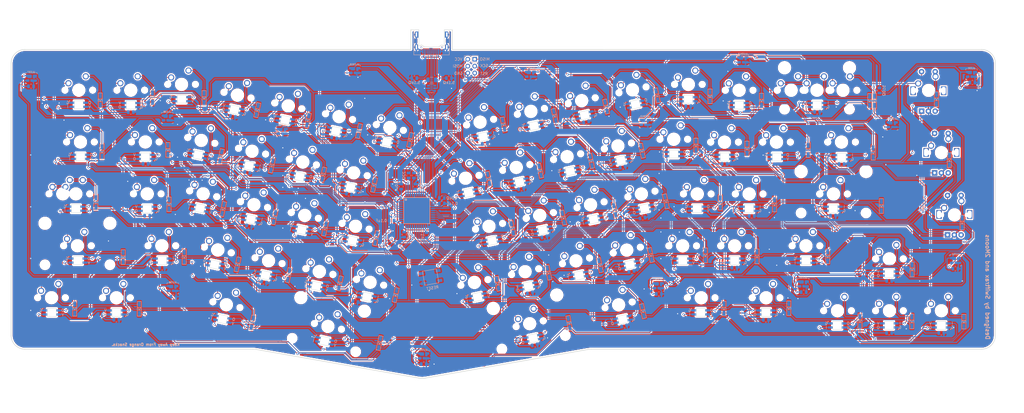
<source format=kicad_pcb>
(kicad_pcb (version 20171130) (host pcbnew "(5.1.9)-1")
  (layers (0 F.Cu signal) (31 B.Cu signal) (34 B.Paste user) (35 F.Paste user) (36 B.SilkS user) (37 F.SilkS user) (38 B.Mask user) (39 F.Mask user) (44 Edge.Cuts user))
  (net 0 "")
  (net 1 col0)
  (net 2 col1)
  (net 3 col2)
  (net 4 col3)
  (net 5 col5)
  (net 6 col6)
  (net 7 row0)
  (net 8 row1)
  (net 9 row2)
  (net 10 row3)
  (net 11 row4)
  (net 12 "Net-(D_1-Pad2)")
  (net 13 "Net-(D_33-Pad2)")
  (net 14 "Net-(D_34-Pad2)")
  (net 15 "Net-(D_35-Pad2)")
  (net 16 "Net-(D_36-Pad2)")
  (net 17 "Net-(D_51-Pad2)")
  (net 18 "Net-(D_52-Pad2)")
  (net 19 "Net-(D_53-Pad2)")
  (net 20 "Net-(D_54-Pad2)")
  (net 21 "Net-(D_2-Pad2)")
  (net 22 "Net-(D_3-Pad2)")
  (net 23 "Net-(D_4-Pad2)")
  (net 24 "Net-(D_5-Pad2)")
  (net 25 "Net-(D_6-Pad2)")
  (net 26 "Net-(D_7-Pad2)")
  (net 27 "Net-(D_37-Pad2)")
  (net 28 "Net-(D_38-Pad2)")
  (net 29 "Net-(D_39-Pad2)")
  (net 30 "Net-(D_40-Pad2)")
  (net 31 "Net-(D_55-Pad2)")
  (net 32 "Net-(D_56-Pad2)")
  (net 33 "Net-(D_57-Pad2)")
  (net 34 "Net-(D_58-Pad2)")
  (net 35 "Net-(D_8-Pad2)")
  (net 36 "Net-(D_9-Pad2)")
  (net 37 "Net-(D_10-Pad2)")
  (net 38 "Net-(D_11-Pad2)")
  (net 39 "Net-(D_12-Pad2)")
  (net 40 "Net-(D_13-Pad2)")
  (net 41 "Net-(D_41-Pad2)")
  (net 42 "Net-(D_42-Pad2)")
  (net 43 "Net-(D_43-Pad2)")
  (net 44 "Net-(D_59-Pad2)")
  (net 45 "Net-(D_60-Pad2)")
  (net 46 "Net-(D_62-Pad2)")
  (net 47 "Net-(D_16-Pad2)")
  (net 48 "Net-(D_17-Pad2)")
  (net 49 "Net-(D_18-Pad2)")
  (net 50 "Net-(D_19-Pad2)")
  (net 51 "Net-(D_20-Pad2)")
  (net 52 "Net-(D_47-Pad2)")
  (net 53 "Net-(D_48-Pad2)")
  (net 54 "Net-(D_63-Pad2)")
  (net 55 "Net-(D_64-Pad2)")
  (net 56 "Net-(D_65-Pad2)")
  (net 57 "Net-(D_66-Pad2)")
  (net 58 "Net-(D_21-Pad2)")
  (net 59 "Net-(D_22-Pad2)")
  (net 60 "Net-(D_23-Pad2)")
  (net 61 "Net-(D_24-Pad2)")
  (net 62 "Net-(D_25-Pad2)")
  (net 63 "Net-(D_26-Pad2)")
  (net 64 "Net-(D_49-Pad2)")
  (net 65 "Net-(D_50-Pad2)")
  (net 66 "Net-(D_67-Pad2)")
  (net 67 "Net-(D_68-Pad2)")
  (net 68 "Net-(D_27-Pad2)")
  (net 69 "Net-(D_28-Pad2)")
  (net 70 "Net-(D_29-Pad2)")
  (net 71 col4)
  (net 72 "Net-(D_69-Pad2)")
  (net 73 GND)
  (net 74 "Net-(C1-Pad1)")
  (net 75 +5V)
  (net 76 VBUS)
  (net 77 D+)
  (net 78 "Net-(R4-Pad1)")
  (net 79 D-)
  (net 80 "Net-(R5-Pad1)")
  (net 81 "Net-(R6-Pad2)")
  (net 82 "Net-(U1-Pad42)")
  (net 83 "Net-(U1-Pad17)")
  (net 84 "Net-(U1-Pad16)")
  (net 85 "Net-(U2-Pad4)")
  (net 86 "Net-(U2-Pad3)")
  (net 87 "Net-(J1-PadB8)")
  (net 88 "Net-(J1-PadA5)")
  (net 89 "Net-(J1-PadB5)")
  (net 90 "Net-(J1-PadA8)")
  (net 91 0row)
  (net 92 1row)
  (net 93 2row)
  (net 94 0col)
  (net 95 ENC0A)
  (net 96 ENC1A)
  (net 97 ENC2A)
  (net 98 "Net-(D_44-Pad2)")
  (net 99 "Net-(D_70-Pad2)")
  (net 100 "Net-(LED1-Pad2)")
  (net 101 "Net-(LED1-Pad4)")
  (net 102 "Net-(LED17-Pad4)")
  (net 103 "Net-(LED2-Pad4)")
  (net 104 "Net-(LED18-Pad2)")
  (net 105 "Net-(LED19-Pad4)")
  (net 106 "Net-(LED4-Pad4)")
  (net 107 "Net-(LED20-Pad2)")
  (net 108 "Net-(LED21-Pad4)")
  (net 109 "Net-(LED6-Pad4)")
  (net 110 "Net-(LED22-Pad2)")
  (net 111 "Net-(LED23-Pad4)")
  (net 112 "Net-(LED8-Pad4)")
  (net 113 "Net-(LED24-Pad2)")
  (net 114 "Net-(LED10-Pad2)")
  (net 115 "Net-(LED10-Pad4)")
  (net 116 "Net-(LED11-Pad4)")
  (net 117 "Net-(LED12-Pad2)")
  (net 118 "Net-(LED12-Pad4)")
  (net 119 "Net-(LED13-Pad4)")
  (net 120 "Net-(LED18-Pad4)")
  (net 121 "Net-(LED19-Pad2)")
  (net 122 "Net-(LED20-Pad4)")
  (net 123 "Net-(LED21-Pad2)")
  (net 124 "Net-(LED22-Pad4)")
  (net 125 "Net-(LED23-Pad2)")
  (net 126 "Net-(LED24-Pad4)")
  (net 127 "Net-(LED25-Pad2)")
  (net 128 "Net-(LED44-Pad2)")
  (net 129 "Net-(LED68-Pad4)")
  (net 130 LED)
  (net 131 "Net-(D_15-Pad2)")
  (net 132 "Net-(D_30-Pad2)")
  (net 133 "Net-(D_45-Pad2)")
  (net 134 "Net-(D_71-Pad2)")
  (net 135 "Net-(D_72-Pad2)")
  (net 136 "Net-(LED15-Pad2)")
  (net 137 "Net-(LED15-Pad4)")
  (net 138 "Net-(LED25-Pad4)")
  (net 139 "Net-(LED26-Pad2)")
  (net 140 "Net-(LED27-Pad4)")
  (net 141 "Net-(LED28-Pad2)")
  (net 142 "Net-(LED29-Pad4)")
  (net 143 "Net-(LED30-Pad2)")
  (net 144 "Net-(LED33-Pad4)")
  (net 145 "Net-(LED34-Pad2)")
  (net 146 "Net-(LED35-Pad4)")
  (net 147 "Net-(LED36-Pad2)")
  (net 148 "Net-(LED37-Pad4)")
  (net 149 "Net-(LED38-Pad2)")
  (net 150 "Net-(LED39-Pad4)")
  (net 151 "Net-(LED40-Pad2)")
  (net 152 "Net-(LED41-Pad4)")
  (net 153 "Net-(LED42-Pad2)")
  (net 154 "Net-(LED43-Pad4)")
  (net 155 "Net-(LED45-Pad2)")
  (net 156 "Net-(LED47-Pad4)")
  (net 157 "Net-(LED48-Pad2)")
  (net 158 "Net-(LED49-Pad4)")
  (net 159 "Net-(LED50-Pad2)")
  (net 160 "Net-(LED51-Pad4)")
  (net 161 "Net-(LED52-Pad2)")
  (net 162 "Net-(LED53-Pad4)")
  (net 163 "Net-(LED54-Pad2)")
  (net 164 "Net-(LED55-Pad4)")
  (net 165 "Net-(LED56-Pad2)")
  (net 166 "Net-(LED57-Pad4)")
  (net 167 "Net-(LED58-Pad2)")
  (net 168 "Net-(LED59-Pad4)")
  (net 169 "Net-(LED60-Pad2)")
  (net 170 "Net-(LED62-Pad4)")
  (net 171 "Net-(LED70-Pad4)")
  (net 172 "Net-(LED71-Pad2)")
  (net 173 row5)
  (net 174 row7)
  (net 175 row6)
  (net 176 row9)
  (net 177 row8)
  (net 178 ENC0B)
  (net 179 ENC1B)
  (net 180 ENC2B)
  (net 181 "Net-(J2-Pad5)")
  (net 182 "Net-(R7-Pad1)")
  (net 183 "Net-(ULED1-Pad1)")
  (net 184 "Net-(ULED2-Pad1)")
  (net 185 "Net-(ULED3-Pad1)")
  (net 186 "Net-(ULED4-Pad1)")
  (net 187 "Net-(ULED5-Pad1)")
  (net 188 "Net-(ULED6-Pad1)")
  (net 189 "Net-(ULED7-Pad1)")
  (net 190 "Net-(ULED8-Pad1)")
  (net 191 "Net-(ULED10-Pad3)")
  (net 192 "Net-(ULED10-Pad1)")
  (net 193 "Net-(ULED11-Pad1)")
  (net 194 "Net-(ULED12-Pad1)")
  (net 195 "Net-(ULED13-Pad1)")
  (module MX_Only:MXOnly-1.25U-NoLED (layer F.Cu) (at 253.10034 91.187186)
    (fp_text reference K_68)
    (fp_text value KEYSW)
    (pad 2 thru_hole circle (at 2.54 -5.08) (size 2.25 2.25) (drill 1.47) (layers *.Cu B.Mask) (net 67 "Net-(D_68-Pad2)"))
    (pad "" np_thru_hole circle (at 0 0) (size 3.9878 3.9878) (drill 3.9878) (layers *.Cu *.Mask))
    (pad 1 thru_hole circle (at -3.81 -2.54) (size 2.25 2.25) (drill 1.47) (layers *.Cu B.Mask) (net 5 col5))
    (pad "" np_thru_hole circle (at -5.08 0 48.0996) (size 1.75 1.75) (drill 1.75) (layers *.Cu *.Mask))
    (pad "" np_thru_hole circle (at 5.08 0 48.0996) (size 1.75 1.75) (drill 1.75) (layers *.Cu *.Mask))
  )
  (module LED_SMD:SK6812_Mini (layer B.Cu) (at 323.1642 27.66314 180)
    (fp_text reference ULED14 (at 0 2.25) (layer B.SilkS) (effects (font (size 0.6 0.6) (thickness 0.125)) (justify mirror)))
    (fp_text value WS2812B-MINI)
    (pad 2 smd oval (at -0.95 -0.875 180) (size 2.2 0.85) (layers B.Cu B.Paste) (net 73 GND))
    (pad 4 smd oval (at 0.95 0.875 180) (size 2.2 0.85) (layers B.Cu B.Paste) (net 75 +5V))
    (pad 3 smd oval (at 1.4 -0.875 180) (size 1.3 0.85) (layers B.Cu B.Paste) (net 195 "Net-(ULED13-Pad1)"))
    (pad 1 smd oval (at -1.3 0.875 180) (size 1.5 0.85) (layers B.Cu B.Paste) (net 137 "Net-(LED15-Pad4)"))
    (pad 1 smd roundrect (at -1.55 0.875 180) (size 1 0.85) (layers B.Cu B.Mask) (roundrect_rratio 0.235) (net 137 "Net-(LED15-Pad4)"))
    (pad 2 smd roundrect (at -1.55 -0.875 180) (size 1 0.85) (layers B.Cu B.Mask) (roundrect_rratio 0.235) (net 73 GND))
    (pad 3 smd roundrect (at 1.55 -0.875 180) (size 1 0.85) (layers B.Cu B.Mask) (roundrect_rratio 0.235) (net 195 "Net-(ULED13-Pad1)"))
    (pad 4 smd roundrect (at 1.55 0.875 180) (size 1 0.85) (layers B.Cu B.Mask) (roundrect_rratio 0.235) (net 75 +5V))
    (pad 1 smd roundrect (at -0.975 0.575 180) (size 0.85 1.45) (layers B.Cu B.Mask) (net 137 "Net-(LED15-Pad4)"))
    (pad 2 smd rect (at -0.75 -0.875 180) (size 1.6 0.85) (layers B.Cu B.Mask) (net 73 GND))
    (pad 3 smd roundrect (at 1.08 -0.825 180) (size 0.65 0.95) (layers B.Cu B.Mask) (roundrect_rratio 0.307) (net 195 "Net-(ULED13-Pad1)"))
    (pad 4 smd roundrect (at 0.625 0.68 180) (size 1.55 1.25) (layers B.Cu B.Mask) (roundrect_rratio 0.16) (net 75 +5V))
    (pad 2 smd roundrect (at -0.075 -0.825 180) (size 0.875 0.95) (layers B.Cu B.Mask) (roundrect_rratio 0.235) (net 73 GND))
  )
  (module LED_SMD:SK6812_Mini (layer B.Cu) (at 268.4018 3.8608 180)
    (fp_text reference ULED13 (at 0 2.25) (layer B.SilkS) (effects (font (size 0.6 0.6) (thickness 0.125)) (justify mirror)))
    (fp_text value WS2812B-MINI)
    (pad 2 smd oval (at -0.95 -0.875 180) (size 2.2 0.85) (layers B.Cu B.Paste) (net 73 GND))
    (pad 4 smd oval (at 0.95 0.875 180) (size 2.2 0.85) (layers B.Cu B.Paste) (net 75 +5V))
    (pad 3 smd oval (at 1.4 -0.875 180) (size 1.3 0.85) (layers B.Cu B.Paste) (net 194 "Net-(ULED12-Pad1)"))
    (pad 1 smd oval (at -1.3 0.875 180) (size 1.5 0.85) (layers B.Cu B.Paste) (net 195 "Net-(ULED13-Pad1)"))
    (pad 1 smd roundrect (at -1.55 0.875 180) (size 1 0.85) (layers B.Cu B.Mask) (roundrect_rratio 0.235) (net 195 "Net-(ULED13-Pad1)"))
    (pad 2 smd roundrect (at -1.55 -0.875 180) (size 1 0.85) (layers B.Cu B.Mask) (roundrect_rratio 0.235) (net 73 GND))
    (pad 3 smd roundrect (at 1.55 -0.875 180) (size 1 0.85) (layers B.Cu B.Mask) (roundrect_rratio 0.235) (net 194 "Net-(ULED12-Pad1)"))
    (pad 4 smd roundrect (at 1.55 0.875 180) (size 1 0.85) (layers B.Cu B.Mask) (roundrect_rratio 0.235) (net 75 +5V))
    (pad 1 smd roundrect (at -0.975 0.575 180) (size 0.85 1.45) (layers B.Cu B.Mask) (net 195 "Net-(ULED13-Pad1)"))
    (pad 2 smd rect (at -0.75 -0.875 180) (size 1.6 0.85) (layers B.Cu B.Mask) (net 73 GND))
    (pad 3 smd roundrect (at 1.08 -0.825 180) (size 0.65 0.95) (layers B.Cu B.Mask) (roundrect_rratio 0.307) (net 194 "Net-(ULED12-Pad1)"))
    (pad 4 smd roundrect (at 0.625 0.68 180) (size 1.55 1.25) (layers B.Cu B.Mask) (roundrect_rratio 0.16) (net 75 +5V))
    (pad 2 smd roundrect (at -0.075 -0.825 180) (size 0.875 0.95) (layers B.Cu B.Mask) (roundrect_rratio 0.235) (net 73 GND))
  )
  (module LED_SMD:SK6812_Mini (layer B.Cu) (at 232.537 26.8097 180)
    (fp_text reference ULED12 (at 0 2.25) (layer B.SilkS) (effects (font (size 0.6 0.6) (thickness 0.125)) (justify mirror)))
    (fp_text value WS2812B-MINI)
    (pad 2 smd oval (at -0.95 -0.875 180) (size 2.2 0.85) (layers B.Cu B.Paste) (net 73 GND))
    (pad 4 smd oval (at 0.95 0.875 180) (size 2.2 0.85) (layers B.Cu B.Paste) (net 75 +5V))
    (pad 3 smd oval (at 1.4 -0.875 180) (size 1.3 0.85) (layers B.Cu B.Paste) (net 193 "Net-(ULED11-Pad1)"))
    (pad 1 smd oval (at -1.3 0.875 180) (size 1.5 0.85) (layers B.Cu B.Paste) (net 194 "Net-(ULED12-Pad1)"))
    (pad 1 smd roundrect (at -1.55 0.875 180) (size 1 0.85) (layers B.Cu B.Mask) (roundrect_rratio 0.235) (net 194 "Net-(ULED12-Pad1)"))
    (pad 2 smd roundrect (at -1.55 -0.875 180) (size 1 0.85) (layers B.Cu B.Mask) (roundrect_rratio 0.235) (net 73 GND))
    (pad 3 smd roundrect (at 1.55 -0.875 180) (size 1 0.85) (layers B.Cu B.Mask) (roundrect_rratio 0.235) (net 193 "Net-(ULED11-Pad1)"))
    (pad 4 smd roundrect (at 1.55 0.875 180) (size 1 0.85) (layers B.Cu B.Mask) (roundrect_rratio 0.235) (net 75 +5V))
    (pad 1 smd roundrect (at -0.975 0.575 180) (size 0.85 1.45) (layers B.Cu B.Mask) (net 194 "Net-(ULED12-Pad1)"))
    (pad 2 smd rect (at -0.75 -0.875 180) (size 1.6 0.85) (layers B.Cu B.Mask) (net 73 GND))
    (pad 3 smd roundrect (at 1.08 -0.825 180) (size 0.65 0.95) (layers B.Cu B.Mask) (roundrect_rratio 0.307) (net 193 "Net-(ULED11-Pad1)"))
    (pad 4 smd roundrect (at 0.625 0.68 180) (size 1.55 1.25) (layers B.Cu B.Mask) (roundrect_rratio 0.16) (net 75 +5V))
    (pad 2 smd roundrect (at -0.075 -0.825 180) (size 0.875 0.95) (layers B.Cu B.Mask) (roundrect_rratio 0.235) (net 73 GND))
  )
  (module LED_SMD:SK6812_Mini (layer B.Cu) (at 190.5 9.144 180)
    (fp_text reference ULED11 (at 0 2.25) (layer B.SilkS) (effects (font (size 0.6 0.6) (thickness 0.125)) (justify mirror)))
    (fp_text value WS2812B-MINI)
    (pad 2 smd oval (at -0.95 -0.875 180) (size 2.2 0.85) (layers B.Cu B.Paste) (net 73 GND))
    (pad 4 smd oval (at 0.95 0.875 180) (size 2.2 0.85) (layers B.Cu B.Paste) (net 75 +5V))
    (pad 3 smd oval (at 1.4 -0.875 180) (size 1.3 0.85) (layers B.Cu B.Paste) (net 192 "Net-(ULED10-Pad1)"))
    (pad 1 smd oval (at -1.3 0.875 180) (size 1.5 0.85) (layers B.Cu B.Paste) (net 193 "Net-(ULED11-Pad1)"))
    (pad 1 smd roundrect (at -1.55 0.875 180) (size 1 0.85) (layers B.Cu B.Mask) (roundrect_rratio 0.235) (net 193 "Net-(ULED11-Pad1)"))
    (pad 2 smd roundrect (at -1.55 -0.875 180) (size 1 0.85) (layers B.Cu B.Mask) (roundrect_rratio 0.235) (net 73 GND))
    (pad 3 smd roundrect (at 1.55 -0.875 180) (size 1 0.85) (layers B.Cu B.Mask) (roundrect_rratio 0.235) (net 192 "Net-(ULED10-Pad1)"))
    (pad 4 smd roundrect (at 1.55 0.875 180) (size 1 0.85) (layers B.Cu B.Mask) (roundrect_rratio 0.235) (net 75 +5V))
    (pad 1 smd roundrect (at -0.975 0.575 180) (size 0.85 1.45) (layers B.Cu B.Mask) (net 193 "Net-(ULED11-Pad1)"))
    (pad 2 smd rect (at -0.75 -0.875 180) (size 1.6 0.85) (layers B.Cu B.Mask) (net 73 GND))
    (pad 3 smd roundrect (at 1.08 -0.825 180) (size 0.65 0.95) (layers B.Cu B.Mask) (roundrect_rratio 0.307) (net 192 "Net-(ULED10-Pad1)"))
    (pad 4 smd roundrect (at 0.625 0.68 180) (size 1.55 1.25) (layers B.Cu B.Mask) (roundrect_rratio 0.16) (net 75 +5V))
    (pad 2 smd roundrect (at -0.075 -0.825 180) (size 0.875 0.95) (layers B.Cu B.Mask) (roundrect_rratio 0.235) (net 73 GND))
  )
  (module LED_SMD:SK6812_Mini (layer B.Cu) (at 125.9967 7.747 180)
    (fp_text reference ULED10 (at 0 2.25) (layer B.SilkS) (effects (font (size 0.6 0.6) (thickness 0.125)) (justify mirror)))
    (fp_text value WS2812B-MINI)
    (pad 2 smd oval (at -0.95 -0.875 180) (size 2.2 0.85) (layers B.Cu B.Paste) (net 73 GND))
    (pad 4 smd oval (at 0.95 0.875 180) (size 2.2 0.85) (layers B.Cu B.Paste) (net 75 +5V))
    (pad 3 smd oval (at 1.4 -0.875 180) (size 1.3 0.85) (layers B.Cu B.Paste) (net 191 "Net-(ULED10-Pad3)"))
    (pad 1 smd oval (at -1.3 0.875 180) (size 1.5 0.85) (layers B.Cu B.Paste) (net 192 "Net-(ULED10-Pad1)"))
    (pad 1 smd roundrect (at -1.55 0.875 180) (size 1 0.85) (layers B.Cu B.Mask) (roundrect_rratio 0.235) (net 192 "Net-(ULED10-Pad1)"))
    (pad 2 smd roundrect (at -1.55 -0.875 180) (size 1 0.85) (layers B.Cu B.Mask) (roundrect_rratio 0.235) (net 73 GND))
    (pad 3 smd roundrect (at 1.55 -0.875 180) (size 1 0.85) (layers B.Cu B.Mask) (roundrect_rratio 0.235) (net 191 "Net-(ULED10-Pad3)"))
    (pad 4 smd roundrect (at 1.55 0.875 180) (size 1 0.85) (layers B.Cu B.Mask) (roundrect_rratio 0.235) (net 75 +5V))
    (pad 1 smd roundrect (at -0.975 0.575 180) (size 0.85 1.45) (layers B.Cu B.Mask) (net 192 "Net-(ULED10-Pad1)"))
    (pad 2 smd rect (at -0.75 -0.875 180) (size 1.6 0.85) (layers B.Cu B.Mask) (net 73 GND))
    (pad 3 smd roundrect (at 1.08 -0.825 180) (size 0.65 0.95) (layers B.Cu B.Mask) (roundrect_rratio 0.307) (net 191 "Net-(ULED10-Pad3)"))
    (pad 4 smd roundrect (at 0.625 0.68 180) (size 1.55 1.25) (layers B.Cu B.Mask) (roundrect_rratio 0.16) (net 75 +5V))
    (pad 2 smd roundrect (at -0.075 -0.825 180) (size 0.875 0.95) (layers B.Cu B.Mask) (roundrect_rratio 0.235) (net 73 GND))
  )
  (module LED_SMD:SK6812_Mini (layer B.Cu) (at 99.4029 30.0609 180)
    (fp_text reference ULED9 (at 0 2.25) (layer B.SilkS) (effects (font (size 0.6 0.6) (thickness 0.125)) (justify mirror)))
    (fp_text value WS2812B-MINI)
    (pad 2 smd oval (at -0.95 -0.875 180) (size 2.2 0.85) (layers B.Cu B.Paste) (net 73 GND))
    (pad 4 smd oval (at 0.95 0.875 180) (size 2.2 0.85) (layers B.Cu B.Paste) (net 75 +5V))
    (pad 3 smd oval (at 1.4 -0.875 180) (size 1.3 0.85) (layers B.Cu B.Paste) (net 190 "Net-(ULED8-Pad1)"))
    (pad 1 smd oval (at -1.3 0.875 180) (size 1.5 0.85) (layers B.Cu B.Paste) (net 191 "Net-(ULED10-Pad3)"))
    (pad 1 smd roundrect (at -1.55 0.875 180) (size 1 0.85) (layers B.Cu B.Mask) (roundrect_rratio 0.235) (net 191 "Net-(ULED10-Pad3)"))
    (pad 2 smd roundrect (at -1.55 -0.875 180) (size 1 0.85) (layers B.Cu B.Mask) (roundrect_rratio 0.235) (net 73 GND))
    (pad 3 smd roundrect (at 1.55 -0.875 180) (size 1 0.85) (layers B.Cu B.Mask) (roundrect_rratio 0.235) (net 190 "Net-(ULED8-Pad1)"))
    (pad 4 smd roundrect (at 1.55 0.875 180) (size 1 0.85) (layers B.Cu B.Mask) (roundrect_rratio 0.235) (net 75 +5V))
    (pad 1 smd roundrect (at -0.975 0.575 180) (size 0.85 1.45) (layers B.Cu B.Mask) (net 191 "Net-(ULED10-Pad3)"))
    (pad 2 smd rect (at -0.75 -0.875 180) (size 1.6 0.85) (layers B.Cu B.Mask) (net 73 GND))
    (pad 3 smd roundrect (at 1.08 -0.825 180) (size 0.65 0.95) (layers B.Cu B.Mask) (roundrect_rratio 0.307) (net 190 "Net-(ULED8-Pad1)"))
    (pad 4 smd roundrect (at 0.625 0.68 180) (size 1.55 1.25) (layers B.Cu B.Mask) (roundrect_rratio 0.16) (net 75 +5V))
    (pad 2 smd roundrect (at -0.075 -0.825 180) (size 0.875 0.95) (layers B.Cu B.Mask) (roundrect_rratio 0.235) (net 73 GND))
  )
  (module LED_SMD:SK6812_Mini (layer B.Cu) (at 57.26938 25.16886 180)
    (fp_text reference ULED8 (at 0 2.25) (layer B.SilkS) (effects (font (size 0.6 0.6) (thickness 0.125)) (justify mirror)))
    (fp_text value WS2812B-MINI)
    (pad 2 smd oval (at -0.95 -0.875 180) (size 2.2 0.85) (layers B.Cu B.Paste) (net 73 GND))
    (pad 4 smd oval (at 0.95 0.875 180) (size 2.2 0.85) (layers B.Cu B.Paste) (net 75 +5V))
    (pad 3 smd oval (at 1.4 -0.875 180) (size 1.3 0.85) (layers B.Cu B.Paste) (net 189 "Net-(ULED7-Pad1)"))
    (pad 1 smd oval (at -1.3 0.875 180) (size 1.5 0.85) (layers B.Cu B.Paste) (net 190 "Net-(ULED8-Pad1)"))
    (pad 1 smd roundrect (at -1.55 0.875 180) (size 1 0.85) (layers B.Cu B.Mask) (roundrect_rratio 0.235) (net 190 "Net-(ULED8-Pad1)"))
    (pad 2 smd roundrect (at -1.55 -0.875 180) (size 1 0.85) (layers B.Cu B.Mask) (roundrect_rratio 0.235) (net 73 GND))
    (pad 3 smd roundrect (at 1.55 -0.875 180) (size 1 0.85) (layers B.Cu B.Mask) (roundrect_rratio 0.235) (net 189 "Net-(ULED7-Pad1)"))
    (pad 4 smd roundrect (at 1.55 0.875 180) (size 1 0.85) (layers B.Cu B.Mask) (roundrect_rratio 0.235) (net 75 +5V))
    (pad 1 smd roundrect (at -0.975 0.575 180) (size 0.85 1.45) (layers B.Cu B.Mask) (net 190 "Net-(ULED8-Pad1)"))
    (pad 2 smd rect (at -0.75 -0.875 180) (size 1.6 0.85) (layers B.Cu B.Mask) (net 73 GND))
    (pad 3 smd roundrect (at 1.08 -0.825 180) (size 0.65 0.95) (layers B.Cu B.Mask) (roundrect_rratio 0.307) (net 189 "Net-(ULED7-Pad1)"))
    (pad 4 smd roundrect (at 0.625 0.68 180) (size 1.55 1.25) (layers B.Cu B.Mask) (roundrect_rratio 0.16) (net 75 +5V))
    (pad 2 smd roundrect (at -0.075 -0.825 180) (size 0.875 0.95) (layers B.Cu B.Mask) (roundrect_rratio 0.235) (net 73 GND))
  )
  (module LED_SMD:SK6812_Mini (layer B.Cu) (at 7.38378 10.57148 180)
    (fp_text reference ULED7 (at 0 2.25) (layer B.SilkS) (effects (font (size 0.6 0.6) (thickness 0.125)) (justify mirror)))
    (fp_text value WS2812B-MINI)
    (pad 2 smd oval (at -0.95 -0.875 180) (size 2.2 0.85) (layers B.Cu B.Paste) (net 73 GND))
    (pad 4 smd oval (at 0.95 0.875 180) (size 2.2 0.85) (layers B.Cu B.Paste) (net 75 +5V))
    (pad 3 smd oval (at 1.4 -0.875 180) (size 1.3 0.85) (layers B.Cu B.Paste) (net 188 "Net-(ULED6-Pad1)"))
    (pad 1 smd oval (at -1.3 0.875 180) (size 1.5 0.85) (layers B.Cu B.Paste) (net 189 "Net-(ULED7-Pad1)"))
    (pad 1 smd roundrect (at -1.55 0.875 180) (size 1 0.85) (layers B.Cu B.Mask) (roundrect_rratio 0.235) (net 189 "Net-(ULED7-Pad1)"))
    (pad 2 smd roundrect (at -1.55 -0.875 180) (size 1 0.85) (layers B.Cu B.Mask) (roundrect_rratio 0.235) (net 73 GND))
    (pad 3 smd roundrect (at 1.55 -0.875 180) (size 1 0.85) (layers B.Cu B.Mask) (roundrect_rratio 0.235) (net 188 "Net-(ULED6-Pad1)"))
    (pad 4 smd roundrect (at 1.55 0.875 180) (size 1 0.85) (layers B.Cu B.Mask) (roundrect_rratio 0.235) (net 75 +5V))
    (pad 1 smd roundrect (at -0.975 0.575 180) (size 0.85 1.45) (layers B.Cu B.Mask) (net 189 "Net-(ULED7-Pad1)"))
    (pad 2 smd rect (at -0.75 -0.875 180) (size 1.6 0.85) (layers B.Cu B.Mask) (net 73 GND))
    (pad 3 smd roundrect (at 1.08 -0.825 180) (size 0.65 0.95) (layers B.Cu B.Mask) (roundrect_rratio 0.307) (net 188 "Net-(ULED6-Pad1)"))
    (pad 4 smd roundrect (at 0.625 0.68 180) (size 1.55 1.25) (layers B.Cu B.Mask) (roundrect_rratio 0.16) (net 75 +5V))
    (pad 2 smd roundrect (at -0.075 -0.825 180) (size 0.875 0.95) (layers B.Cu B.Mask) (roundrect_rratio 0.235) (net 73 GND))
  )
  (module LED_SMD:SK6812_Mini (layer B.Cu) (at 59.2582 87.7697 180)
    (fp_text reference ULED6 (at 0 2.25) (layer B.SilkS) (effects (font (size 0.6 0.6) (thickness 0.125)) (justify mirror)))
    (fp_text value WS2812B-MINI)
    (pad 2 smd oval (at -0.95 -0.875 180) (size 2.2 0.85) (layers B.Cu B.Paste) (net 73 GND))
    (pad 4 smd oval (at 0.95 0.875 180) (size 2.2 0.85) (layers B.Cu B.Paste) (net 75 +5V))
    (pad 3 smd oval (at 1.4 -0.875 180) (size 1.3 0.85) (layers B.Cu B.Paste) (net 187 "Net-(ULED5-Pad1)"))
    (pad 1 smd oval (at -1.3 0.875 180) (size 1.5 0.85) (layers B.Cu B.Paste) (net 188 "Net-(ULED6-Pad1)"))
    (pad 1 smd roundrect (at -1.55 0.875 180) (size 1 0.85) (layers B.Cu B.Mask) (roundrect_rratio 0.235) (net 188 "Net-(ULED6-Pad1)"))
    (pad 2 smd roundrect (at -1.55 -0.875 180) (size 1 0.85) (layers B.Cu B.Mask) (roundrect_rratio 0.235) (net 73 GND))
    (pad 3 smd roundrect (at 1.55 -0.875 180) (size 1 0.85) (layers B.Cu B.Mask) (roundrect_rratio 0.235) (net 187 "Net-(ULED5-Pad1)"))
    (pad 4 smd roundrect (at 1.55 0.875 180) (size 1 0.85) (layers B.Cu B.Mask) (roundrect_rratio 0.235) (net 75 +5V))
    (pad 1 smd roundrect (at -0.975 0.575 180) (size 0.85 1.45) (layers B.Cu B.Mask) (net 188 "Net-(ULED6-Pad1)"))
    (pad 2 smd rect (at -0.75 -0.875 180) (size 1.6 0.85) (layers B.Cu B.Mask) (net 73 GND))
    (pad 3 smd roundrect (at 1.08 -0.825 180) (size 0.65 0.95) (layers B.Cu B.Mask) (roundrect_rratio 0.307) (net 187 "Net-(ULED5-Pad1)"))
    (pad 4 smd roundrect (at 0.625 0.68 180) (size 1.55 1.25) (layers B.Cu B.Mask) (roundrect_rratio 0.16) (net 75 +5V))
    (pad 2 smd roundrect (at -0.075 -0.825 180) (size 0.875 0.95) (layers B.Cu B.Mask) (roundrect_rratio 0.235) (net 73 GND))
  )
  (module LED_SMD:SK6812_Mini (layer B.Cu) (at 151.2951 112.5474 180)
    (fp_text reference ULED5 (at 0 2.25) (layer B.SilkS) (effects (font (size 0.6 0.6) (thickness 0.125)) (justify mirror)))
    (fp_text value WS2812B-MINI)
    (pad 2 smd oval (at -0.95 -0.875 180) (size 2.2 0.85) (layers B.Cu B.Paste) (net 73 GND))
    (pad 4 smd oval (at 0.95 0.875 180) (size 2.2 0.85) (layers B.Cu B.Paste) (net 75 +5V))
    (pad 3 smd oval (at 1.4 -0.875 180) (size 1.3 0.85) (layers B.Cu B.Paste) (net 186 "Net-(ULED4-Pad1)"))
    (pad 1 smd oval (at -1.3 0.875 180) (size 1.5 0.85) (layers B.Cu B.Paste) (net 187 "Net-(ULED5-Pad1)"))
    (pad 1 smd roundrect (at -1.55 0.875 180) (size 1 0.85) (layers B.Cu B.Mask) (roundrect_rratio 0.235) (net 187 "Net-(ULED5-Pad1)"))
    (pad 2 smd roundrect (at -1.55 -0.875 180) (size 1 0.85) (layers B.Cu B.Mask) (roundrect_rratio 0.235) (net 73 GND))
    (pad 3 smd roundrect (at 1.55 -0.875 180) (size 1 0.85) (layers B.Cu B.Mask) (roundrect_rratio 0.235) (net 186 "Net-(ULED4-Pad1)"))
    (pad 4 smd roundrect (at 1.55 0.875 180) (size 1 0.85) (layers B.Cu B.Mask) (roundrect_rratio 0.235) (net 75 +5V))
    (pad 1 smd roundrect (at -0.975 0.575 180) (size 0.85 1.45) (layers B.Cu B.Mask) (net 187 "Net-(ULED5-Pad1)"))
    (pad 2 smd rect (at -0.75 -0.875 180) (size 1.6 0.85) (layers B.Cu B.Mask) (net 73 GND))
    (pad 3 smd roundrect (at 1.08 -0.825 180) (size 0.65 0.95) (layers B.Cu B.Mask) (roundrect_rratio 0.307) (net 186 "Net-(ULED4-Pad1)"))
    (pad 4 smd roundrect (at 0.625 0.68 180) (size 1.55 1.25) (layers B.Cu B.Mask) (roundrect_rratio 0.16) (net 75 +5V))
    (pad 2 smd roundrect (at -0.075 -0.825 180) (size 0.875 0.95) (layers B.Cu B.Mask) (roundrect_rratio 0.235) (net 73 GND))
  )
  (module LED_SMD:SK6812_Mini (layer B.Cu) (at 237.4011 86.7918 180)
    (fp_text reference ULED4 (at 0 2.25) (layer B.SilkS) (effects (font (size 0.6 0.6) (thickness 0.125)) (justify mirror)))
    (fp_text value WS2812B-MINI)
    (pad 2 smd oval (at -0.95 -0.875 180) (size 2.2 0.85) (layers B.Cu B.Paste) (net 73 GND))
    (pad 4 smd oval (at 0.95 0.875 180) (size 2.2 0.85) (layers B.Cu B.Paste) (net 75 +5V))
    (pad 3 smd oval (at 1.4 -0.875 180) (size 1.3 0.85) (layers B.Cu B.Paste) (net 185 "Net-(ULED3-Pad1)"))
    (pad 1 smd oval (at -1.3 0.875 180) (size 1.5 0.85) (layers B.Cu B.Paste) (net 186 "Net-(ULED4-Pad1)"))
    (pad 1 smd roundrect (at -1.55 0.875 180) (size 1 0.85) (layers B.Cu B.Mask) (roundrect_rratio 0.235) (net 186 "Net-(ULED4-Pad1)"))
    (pad 2 smd roundrect (at -1.55 -0.875 180) (size 1 0.85) (layers B.Cu B.Mask) (roundrect_rratio 0.235) (net 73 GND))
    (pad 3 smd roundrect (at 1.55 -0.875 180) (size 1 0.85) (layers B.Cu B.Mask) (roundrect_rratio 0.235) (net 185 "Net-(ULED3-Pad1)"))
    (pad 4 smd roundrect (at 1.55 0.875 180) (size 1 0.85) (layers B.Cu B.Mask) (roundrect_rratio 0.235) (net 75 +5V))
    (pad 1 smd roundrect (at -0.975 0.575 180) (size 0.85 1.45) (layers B.Cu B.Mask) (net 186 "Net-(ULED4-Pad1)"))
    (pad 2 smd rect (at -0.75 -0.875 180) (size 1.6 0.85) (layers B.Cu B.Mask) (net 73 GND))
    (pad 3 smd roundrect (at 1.08 -0.825 180) (size 0.65 0.95) (layers B.Cu B.Mask) (roundrect_rratio 0.307) (net 185 "Net-(ULED3-Pad1)"))
    (pad 4 smd roundrect (at 0.625 0.68 180) (size 1.55 1.25) (layers B.Cu B.Mask) (roundrect_rratio 0.16) (net 75 +5V))
    (pad 2 smd roundrect (at -0.075 -0.825 180) (size 0.875 0.95) (layers B.Cu B.Mask) (roundrect_rratio 0.235) (net 73 GND))
  )
  (module LED_SMD:SK6812_Mini (layer B.Cu) (at 290.5633 86.106 180)
    (fp_text reference ULED3 (at 0 2.25) (layer B.SilkS) (effects (font (size 0.6 0.6) (thickness 0.125)) (justify mirror)))
    (fp_text value WS2812B-MINI)
    (pad 2 smd oval (at -0.95 -0.875 180) (size 2.2 0.85) (layers B.Cu B.Paste) (net 73 GND))
    (pad 4 smd oval (at 0.95 0.875 180) (size 2.2 0.85) (layers B.Cu B.Paste) (net 75 +5V))
    (pad 3 smd oval (at 1.4 -0.875 180) (size 1.3 0.85) (layers B.Cu B.Paste) (net 184 "Net-(ULED2-Pad1)"))
    (pad 1 smd oval (at -1.3 0.875 180) (size 1.5 0.85) (layers B.Cu B.Paste) (net 185 "Net-(ULED3-Pad1)"))
    (pad 1 smd roundrect (at -1.55 0.875 180) (size 1 0.85) (layers B.Cu B.Mask) (roundrect_rratio 0.235) (net 185 "Net-(ULED3-Pad1)"))
    (pad 2 smd roundrect (at -1.55 -0.875 180) (size 1 0.85) (layers B.Cu B.Mask) (roundrect_rratio 0.235) (net 73 GND))
    (pad 3 smd roundrect (at 1.55 -0.875 180) (size 1 0.85) (layers B.Cu B.Mask) (roundrect_rratio 0.235) (net 184 "Net-(ULED2-Pad1)"))
    (pad 4 smd roundrect (at 1.55 0.875 180) (size 1 0.85) (layers B.Cu B.Mask) (roundrect_rratio 0.235) (net 75 +5V))
    (pad 1 smd roundrect (at -0.975 0.575 180) (size 0.85 1.45) (layers B.Cu B.Mask) (net 185 "Net-(ULED3-Pad1)"))
    (pad 2 smd rect (at -0.75 -0.875 180) (size 1.6 0.85) (layers B.Cu B.Mask) (net 73 GND))
    (pad 3 smd roundrect (at 1.08 -0.825 180) (size 0.65 0.95) (layers B.Cu B.Mask) (roundrect_rratio 0.307) (net 184 "Net-(ULED2-Pad1)"))
    (pad 4 smd roundrect (at 0.625 0.68 180) (size 1.55 1.25) (layers B.Cu B.Mask) (roundrect_rratio 0.16) (net 75 +5V))
    (pad 2 smd roundrect (at -0.075 -0.825 180) (size 0.875 0.95) (layers B.Cu B.Mask) (roundrect_rratio 0.235) (net 73 GND))
  )
  (module LED_SMD:SK6812_Mini (layer B.Cu) (at 346.4306 77.47 180)
    (fp_text reference ULED2 (at 0 2.25) (layer B.SilkS) (effects (font (size 0.6 0.6) (thickness 0.125)) (justify mirror)))
    (fp_text value WS2812B-MINI)
    (pad 2 smd oval (at -0.95 -0.875 180) (size 2.2 0.85) (layers B.Cu B.Paste) (net 73 GND))
    (pad 4 smd oval (at 0.95 0.875 180) (size 2.2 0.85) (layers B.Cu B.Paste) (net 75 +5V))
    (pad 3 smd oval (at 1.4 -0.875 180) (size 1.3 0.85) (layers B.Cu B.Paste) (net 183 "Net-(ULED1-Pad1)"))
    (pad 1 smd oval (at -1.3 0.875 180) (size 1.5 0.85) (layers B.Cu B.Paste) (net 184 "Net-(ULED2-Pad1)"))
    (pad 1 smd roundrect (at -1.55 0.875 180) (size 1 0.85) (layers B.Cu B.Mask) (roundrect_rratio 0.235) (net 184 "Net-(ULED2-Pad1)"))
    (pad 2 smd roundrect (at -1.55 -0.875 180) (size 1 0.85) (layers B.Cu B.Mask) (roundrect_rratio 0.235) (net 73 GND))
    (pad 3 smd roundrect (at 1.55 -0.875 180) (size 1 0.85) (layers B.Cu B.Mask) (roundrect_rratio 0.235) (net 183 "Net-(ULED1-Pad1)"))
    (pad 4 smd roundrect (at 1.55 0.875 180) (size 1 0.85) (layers B.Cu B.Mask) (roundrect_rratio 0.235) (net 75 +5V))
    (pad 1 smd roundrect (at -0.975 0.575 180) (size 0.85 1.45) (layers B.Cu B.Mask) (net 184 "Net-(ULED2-Pad1)"))
    (pad 2 smd rect (at -0.75 -0.875 180) (size 1.6 0.85) (layers B.Cu B.Mask) (net 73 GND))
    (pad 3 smd roundrect (at 1.08 -0.825 180) (size 0.65 0.95) (layers B.Cu B.Mask) (roundrect_rratio 0.307) (net 183 "Net-(ULED1-Pad1)"))
    (pad 4 smd roundrect (at 0.625 0.68 180) (size 1.55 1.25) (layers B.Cu B.Mask) (roundrect_rratio 0.16) (net 75 +5V))
    (pad 2 smd roundrect (at -0.075 -0.825 180) (size 0.875 0.95) (layers B.Cu B.Mask) (roundrect_rratio 0.235) (net 73 GND))
  )
  (module LED_SMD:SK6812_Mini (layer B.Cu) (at 352.2472 9.144 180)
    (fp_text reference ULED1 (at 0 2.25) (layer B.SilkS) (effects (font (size 0.6 0.6) (thickness 0.125)) (justify mirror)))
    (fp_text value WS2812B-MINI)
    (pad 2 smd oval (at -0.95 -0.875 180) (size 2.2 0.85) (layers B.Cu B.Paste) (net 73 GND))
    (pad 4 smd oval (at 0.95 0.875 180) (size 2.2 0.85) (layers B.Cu B.Paste) (net 75 +5V))
    (pad 3 smd oval (at 1.4 -0.875 180) (size 1.3 0.85) (layers B.Cu B.Paste) (net 182 "Net-(R7-Pad1)"))
    (pad 1 smd oval (at -1.3 0.875 180) (size 1.5 0.85) (layers B.Cu B.Paste) (net 183 "Net-(ULED1-Pad1)"))
    (pad 1 smd roundrect (at -1.55 0.875 180) (size 1 0.85) (layers B.Cu B.Mask) (roundrect_rratio 0.235) (net 183 "Net-(ULED1-Pad1)"))
    (pad 2 smd roundrect (at -1.55 -0.875 180) (size 1 0.85) (layers B.Cu B.Mask) (roundrect_rratio 0.235) (net 73 GND))
    (pad 3 smd roundrect (at 1.55 -0.875 180) (size 1 0.85) (layers B.Cu B.Mask) (roundrect_rratio 0.235) (net 182 "Net-(R7-Pad1)"))
    (pad 4 smd roundrect (at 1.55 0.875 180) (size 1 0.85) (layers B.Cu B.Mask) (roundrect_rratio 0.235) (net 75 +5V))
    (pad 1 smd roundrect (at -0.975 0.575 180) (size 0.85 1.45) (layers B.Cu B.Mask) (net 183 "Net-(ULED1-Pad1)"))
    (pad 2 smd rect (at -0.75 -0.875 180) (size 1.6 0.85) (layers B.Cu B.Mask) (net 73 GND))
    (pad 3 smd roundrect (at 1.08 -0.825 180) (size 0.65 0.95) (layers B.Cu B.Mask) (roundrect_rratio 0.307) (net 182 "Net-(R7-Pad1)"))
    (pad 4 smd roundrect (at 0.625 0.68 180) (size 1.55 1.25) (layers B.Cu B.Mask) (roundrect_rratio 0.16) (net 75 +5V))
    (pad 2 smd roundrect (at -0.075 -0.825 180) (size 0.875 0.95) (layers B.Cu B.Mask) (roundrect_rratio 0.235) (net 73 GND))
  )
  (module MX_Only:MXOnly-1U-NoLED (layer F.Cu) (at 113.04016 81.55432 348)
    (fp_text reference K_51)
    (fp_text value KEYSW)
    (pad 2 thru_hole circle (at 2.54 -5.08 348) (size 2.25 2.25) (drill 1.47) (layers *.Cu B.Mask) (net 17 "Net-(D_51-Pad2)"))
    (pad "" np_thru_hole circle (at 0 0 348) (size 3.9878 3.9878) (drill 3.9878) (layers *.Cu *.Mask))
    (pad 1 thru_hole circle (at -3.81 -2.54 348) (size 2.25 2.25) (drill 1.47) (layers *.Cu B.Mask) (net 3 col2))
    (pad "" np_thru_hole circle (at -5.08 0 36.0996) (size 1.75 1.75) (drill 1.75) (layers *.Cu *.Mask))
    (pad "" np_thru_hole circle (at 5.08 0 36.0996) (size 1.75 1.75) (drill 1.75) (layers *.Cu *.Mask))
  )
  (module MX_Only:MXOnly-1U-NoLED (layer F.Cu) (at 70.42404 53.0098 348)
    (fp_text reference K_35)
    (fp_text value KEYSW)
    (pad 2 thru_hole circle (at 2.54 -5.08 348) (size 2.25 2.25) (drill 1.47) (layers *.Cu B.Mask) (net 15 "Net-(D_35-Pad2)"))
    (pad "" np_thru_hole circle (at 0 0 348) (size 3.9878 3.9878) (drill 3.9878) (layers *.Cu *.Mask))
    (pad 1 thru_hole circle (at -3.81 -2.54 348) (size 2.25 2.25) (drill 1.47) (layers *.Cu B.Mask) (net 2 col1))
    (pad "" np_thru_hole circle (at -5.08 0 36.0996) (size 1.75 1.75) (drill 1.75) (layers *.Cu *.Mask))
    (pad "" np_thru_hole circle (at 5.08 0 36.0996) (size 1.75 1.75) (drill 1.75) (layers *.Cu *.Mask))
  )
  (module MX_Only:MXOnly-1U-NoLED (layer F.Cu) (at 49.911 53.03012)
    (fp_text reference K_34)
    (fp_text value KEYSW)
    (pad 2 thru_hole circle (at 2.54 -5.08) (size 2.25 2.25) (drill 1.47) (layers *.Cu B.Mask) (net 14 "Net-(D_34-Pad2)"))
    (pad "" np_thru_hole circle (at 0 0) (size 3.9878 3.9878) (drill 3.9878) (layers *.Cu *.Mask))
    (pad 1 thru_hole circle (at -3.81 -2.54) (size 2.25 2.25) (drill 1.47) (layers *.Cu B.Mask) (net 2 col1))
    (pad "" np_thru_hole circle (at -5.08 0 48.0996) (size 1.75 1.75) (drill 1.75) (layers *.Cu *.Mask))
    (pad "" np_thru_hole circle (at 5.08 0 48.0996) (size 1.75 1.75) (drill 1.75) (layers *.Cu *.Mask))
  )
  (module MX_Only:MXOnly-1U-NoLED (layer F.Cu) (at 131.6609 85.5091 348)
    (fp_text reference K_52)
    (fp_text value KEYSW)
    (pad 2 thru_hole circle (at 2.54 -5.08 348) (size 2.25 2.25) (drill 1.47) (layers *.Cu B.Mask) (net 18 "Net-(D_52-Pad2)"))
    (pad "" np_thru_hole circle (at 0 0 348) (size 3.9878 3.9878) (drill 3.9878) (layers *.Cu *.Mask))
    (pad 1 thru_hole circle (at -3.81 -2.54 348) (size 2.25 2.25) (drill 1.47) (layers *.Cu B.Mask) (net 4 col3))
    (pad "" np_thru_hole circle (at -5.08 0 36.0996) (size 1.75 1.75) (drill 1.75) (layers *.Cu *.Mask))
    (pad "" np_thru_hole circle (at 5.08 0 36.0996) (size 1.75 1.75) (drill 1.75) (layers *.Cu *.Mask))
  )
  (module MX_Only:MXOnly-1U-NoLED (layer F.Cu) (at 304.58156 34.00552)
    (fp_text reference K_30)
    (fp_text value KEYSW)
    (pad 2 thru_hole circle (at 2.54 -5.08) (size 2.25 2.25) (drill 1.47) (layers *.Cu B.Mask) (net 132 "Net-(D_30-Pad2)"))
    (pad "" np_thru_hole circle (at 0 0) (size 3.9878 3.9878) (drill 3.9878) (layers *.Cu *.Mask))
    (pad 1 thru_hole circle (at -3.81 -2.54) (size 2.25 2.25) (drill 1.47) (layers *.Cu B.Mask) (net 94 0col))
    (pad "" np_thru_hole circle (at -5.08 0 48.0996) (size 1.75 1.75) (drill 1.75) (layers *.Cu *.Mask))
    (pad "" np_thru_hole circle (at 5.08 0 48.0996) (size 1.75 1.75) (drill 1.75) (layers *.Cu *.Mask))
  )
  (module MX_Only:MXOnly-2.75U-ReversedStabilizers-NoLED (layer F.Cu) (at 116.1796 101.7016 348)
    (fp_text reference K_65)
    (fp_text value KEYSW)
    (pad 2 thru_hole circle (at 2.54 -5.08 348) (size 2.25 2.25) (drill 1.47) (layers *.Cu B.Mask) (net 56 "Net-(D_65-Pad2)"))
    (pad "" np_thru_hole circle (at 0 0 348) (size 3.9878 3.9878) (drill 3.9878) (layers *.Cu *.Mask))
    (pad 1 thru_hole circle (at -3.81 -2.54 348) (size 2.25 2.25) (drill 1.47) (layers *.Cu B.Mask) (net 3 col2))
    (pad "" np_thru_hole circle (at -5.08 0 36.0996) (size 1.75 1.75) (drill 1.75) (layers *.Cu *.Mask))
    (pad "" np_thru_hole circle (at 5.08 0 36.0996) (size 1.75 1.75) (drill 1.75) (layers *.Cu *.Mask))
    (pad "" np_thru_hole circle (at -11.90625 6.985 348) (size 3.048 3.048) (drill 3.048) (layers *.Cu *.Mask))
    (pad "" np_thru_hole circle (at 11.90625 6.985 348) (size 3.048 3.048) (drill 3.048) (layers *.Cu *.Mask))
    (pad "" np_thru_hole circle (at -11.90625 -8.255 348) (size 3.9878 3.9878) (drill 3.9878) (layers *.Cu *.Mask))
    (pad "" np_thru_hole circle (at 11.90625 -8.255 348) (size 3.9878 3.9878) (drill 3.9878) (layers *.Cu *.Mask))
  )
  (module MX_Only:MXOnly-1U-NoLED (layer F.Cu) (at 246.3038 72.12584)
    (fp_text reference K_57)
    (fp_text value KEYSW)
    (pad 2 thru_hole circle (at 2.54 -5.08) (size 2.25 2.25) (drill 1.47) (layers *.Cu B.Mask) (net 33 "Net-(D_57-Pad2)"))
    (pad "" np_thru_hole circle (at 0 0) (size 3.9878 3.9878) (drill 3.9878) (layers *.Cu *.Mask))
    (pad 1 thru_hole circle (at -3.81 -2.54) (size 2.25 2.25) (drill 1.47) (layers *.Cu B.Mask) (net 5 col5))
    (pad "" np_thru_hole circle (at -5.08 0 48.0996) (size 1.75 1.75) (drill 1.75) (layers *.Cu *.Mask))
    (pad "" np_thru_hole circle (at 5.08 0 48.0996) (size 1.75 1.75) (drill 1.75) (layers *.Cu *.Mask))
  )
  (module MX_Only:MXOnly-1U-NoLED (layer F.Cu) (at 231.17048 53.07076 12)
    (fp_text reference K_42)
    (fp_text value KEYSW)
    (pad 2 thru_hole circle (at 2.54 -5.08 12) (size 2.25 2.25) (drill 1.47) (layers *.Cu B.Mask) (net 42 "Net-(D_42-Pad2)"))
    (pad "" np_thru_hole circle (at 0 0 12) (size 3.9878 3.9878) (drill 3.9878) (layers *.Cu *.Mask))
    (pad 1 thru_hole circle (at -3.81 -2.54 12) (size 2.25 2.25) (drill 1.47) (layers *.Cu B.Mask) (net 5 col5))
    (pad "" np_thru_hole circle (at -5.08 0 60.0996) (size 1.75 1.75) (drill 1.75) (layers *.Cu *.Mask))
    (pad "" np_thru_hole circle (at 5.08 0 60.0996) (size 1.75 1.75) (drill 1.75) (layers *.Cu *.Mask))
  )
  (module MX_Only:MXOnly-1U-NoLED (layer F.Cu) (at 207.16748 77.62748 12)
    (fp_text reference K_55)
    (fp_text value KEYSW)
    (pad 2 thru_hole circle (at 2.54 -5.08 12) (size 2.25 2.25) (drill 1.47) (layers *.Cu B.Mask) (net 31 "Net-(D_55-Pad2)"))
    (pad "" np_thru_hole circle (at 0 0 12) (size 3.9878 3.9878) (drill 3.9878) (layers *.Cu *.Mask))
    (pad 1 thru_hole circle (at -3.81 -2.54 12) (size 2.25 2.25) (drill 1.47) (layers *.Cu B.Mask) (net 71 col4))
    (pad "" np_thru_hole circle (at -5.08 0 60.0996) (size 1.75 1.75) (drill 1.75) (layers *.Cu *.Mask))
    (pad "" np_thru_hole circle (at 5.08 0 60.0996) (size 1.75 1.75) (drill 1.75) (layers *.Cu *.Mask))
  )
  (module MX_Only:MXOnly-1U-NoLED (layer F.Cu) (at 212.52688 57.023 12)
    (fp_text reference K_41)
    (fp_text value KEYSW)
    (pad 2 thru_hole circle (at 2.54 -5.08 12) (size 2.25 2.25) (drill 1.47) (layers *.Cu B.Mask) (net 41 "Net-(D_41-Pad2)"))
    (pad "" np_thru_hole circle (at 0 0 12) (size 3.9878 3.9878) (drill 3.9878) (layers *.Cu *.Mask))
    (pad 1 thru_hole circle (at -3.81 -2.54 12) (size 2.25 2.25) (drill 1.47) (layers *.Cu B.Mask) (net 71 col4))
    (pad "" np_thru_hole circle (at -5.08 0 60.0996) (size 1.75 1.75) (drill 1.75) (layers *.Cu *.Mask))
    (pad "" np_thru_hole circle (at 5.08 0 60.0996) (size 1.75 1.75) (drill 1.75) (layers *.Cu *.Mask))
  )
  (module MX_Only:MXOnly-2.25U-ReversedStabilizers-NoLED (layer F.Cu) (at 24.30272 72.09028)
    (fp_text reference K_47)
    (fp_text value KEYSW)
    (pad "" np_thru_hole circle (at 11.90625 -8.255) (size 3.9878 3.9878) (drill 3.9878) (layers *.Cu *.Mask))
    (pad "" np_thru_hole circle (at -11.90625 -8.255) (size 3.9878 3.9878) (drill 3.9878) (layers *.Cu *.Mask))
    (pad "" np_thru_hole circle (at 11.90625 6.985) (size 3.048 3.048) (drill 3.048) (layers *.Cu *.Mask))
    (pad "" np_thru_hole circle (at -11.90625 6.985) (size 3.048 3.048) (drill 3.048) (layers *.Cu *.Mask))
    (pad "" np_thru_hole circle (at 5.08 0 48.0996) (size 1.75 1.75) (drill 1.75) (layers *.Cu *.Mask))
    (pad "" np_thru_hole circle (at -5.08 0 48.0996) (size 1.75 1.75) (drill 1.75) (layers *.Cu *.Mask))
    (pad 1 thru_hole circle (at -3.81 -2.54) (size 2.25 2.25) (drill 1.47) (layers *.Cu B.Mask) (net 1 col0))
    (pad "" np_thru_hole circle (at 0 0) (size 3.9878 3.9878) (drill 3.9878) (layers *.Cu *.Mask))
    (pad 2 thru_hole circle (at 2.54 -5.08) (size 2.25 2.25) (drill 1.47) (layers *.Cu B.Mask) (net 52 "Net-(D_47-Pad2)"))
  )
  (module MX_Only:MXOnly-1.75U-NoLED (layer F.Cu) (at 18.94685 53.03289)
    (fp_text reference K_32)
    (fp_text value KEYSW)
    (pad 2 thru_hole circle (at 2.54 -5.08) (size 2.25 2.25) (drill 1.47) (layers *.Cu B.Mask) (net 13 "Net-(D_33-Pad2)"))
    (pad "" np_thru_hole circle (at 0 0) (size 3.9878 3.9878) (drill 3.9878) (layers *.Cu *.Mask))
    (pad 1 thru_hole circle (at -3.81 -2.54) (size 2.25 2.25) (drill 1.47) (layers *.Cu B.Mask) (net 1 col0))
    (pad "" np_thru_hole circle (at -5.08 0 48.0996) (size 1.75 1.75) (drill 1.75) (layers *.Cu *.Mask))
    (pad "" np_thru_hole circle (at 5.08 0 48.0996) (size 1.75 1.75) (drill 1.75) (layers *.Cu *.Mask))
  )
  (module random-keyboard-parts:SKQG-1155865 (layer B.Cu) (at 153.85376 83.57818 190)
    (fp_text reference SW1)
    (fp_text value RESET (at 0 -4.064 190) (layer B.SilkS) (effects (justify mirror)))
    (pad 4 smd rect (at -3.1 -1.85 190) (size 1.8 1.1) (layers B.Cu B.Paste B.Mask))
    (pad 3 smd rect (at 3.1 1.85 190) (size 1.8 1.1) (layers B.Cu B.Paste B.Mask))
    (pad 2 smd rect (at -3.1 1.85 190) (size 1.8 1.1) (layers B.Cu B.Paste B.Mask) (net 181 "Net-(J2-Pad5)"))
    (pad 1 smd rect (at 3.1 -1.85 190) (size 1.8 1.1) (layers B.Cu B.Paste B.Mask) (net 73 GND))
  )
  (module MX_Only:MXOnly-1U-NoLED (layer F.Cu) (at 24.81072 14.94028)
    (fp_text reference K_1)
    (fp_text value KEYSW)
    (pad 2 thru_hole circle (at 2.54 -5.08) (size 2.25 2.25) (drill 1.47) (layers *.Cu B.Mask) (net 12 "Net-(D_1-Pad2)"))
    (pad "" np_thru_hole circle (at 0 0) (size 3.9878 3.9878) (drill 3.9878) (layers *.Cu *.Mask))
    (pad 1 thru_hole circle (at -3.81 -2.54) (size 2.25 2.25) (drill 1.47) (layers *.Cu B.Mask) (net 1 col0))
    (pad "" np_thru_hole circle (at -5.08 0 48.0996) (size 1.75 1.75) (drill 1.75) (layers *.Cu *.Mask))
    (pad "" np_thru_hole circle (at 5.08 0 48.0996) (size 1.75 1.75) (drill 1.75) (layers *.Cu *.Mask))
  )
  (module MX_Only:MXOnly-1U-NoLED (layer F.Cu) (at 166.65448 47.28464 12)
    (fp_text reference K_23)
    (fp_text value KEYSW)
    (pad 2 thru_hole circle (at 2.54 -5.08 12) (size 2.25 2.25) (drill 1.47) (layers *.Cu B.Mask) (net 60 "Net-(D_23-Pad2)"))
    (pad "" np_thru_hole circle (at 0 0 12) (size 3.9878 3.9878) (drill 3.9878) (layers *.Cu *.Mask))
    (pad 1 thru_hole circle (at -3.81 -2.54 12) (size 2.25 2.25) (drill 1.47) (layers *.Cu B.Mask) (net 4 col3))
    (pad "" np_thru_hole circle (at -5.08 0 60.0996) (size 1.75 1.75) (drill 1.75) (layers *.Cu *.Mask))
    (pad "" np_thru_hole circle (at 5.08 0 60.0996) (size 1.75 1.75) (drill 1.75) (layers *.Cu *.Mask))
  )
  (module MX_Only:MXOnly-1U-NoLED (layer F.Cu) (at 251.66828 53.06568)
    (fp_text reference K_43)
    (fp_text value KEYSW)
    (pad "" np_thru_hole circle (at 5.08 0 48.0996) (size 1.75 1.75) (drill 1.75) (layers *.Cu *.Mask))
    (pad "" np_thru_hole circle (at -5.08 0 48.0996) (size 1.75 1.75) (drill 1.75) (layers *.Cu *.Mask))
    (pad 1 thru_hole circle (at -3.81 -2.54) (size 2.25 2.25) (drill 1.47) (layers *.Cu B.Mask) (net 5 col5))
    (pad "" np_thru_hole circle (at 0 0) (size 3.9878 3.9878) (drill 3.9878) (layers *.Cu *.Mask))
    (pad 2 thru_hole circle (at 2.54 -5.08) (size 2.25 2.25) (drill 1.47) (layers *.Cu B.Mask) (net 43 "Net-(D_43-Pad2)"))
  )
  (module MX_Only:MXOnly-1U-NoLED (layer F.Cu) (at 305.10988 14.97076)
    (fp_text reference K_16)
    (fp_text value KEYSW)
    (pad 2 thru_hole circle (at 2.54 -5.08) (size 2.25 2.25) (drill 1.47) (layers *.Cu B.Mask) (net 47 "Net-(D_16-Pad2)"))
    (pad "" np_thru_hole circle (at 0 0) (size 3.9878 3.9878) (drill 3.9878) (layers *.Cu *.Mask))
    (pad 1 thru_hole circle (at -3.81 -2.54) (size 2.25 2.25) (drill 1.47) (layers *.Cu B.Mask) (net 94 0col))
    (pad "" np_thru_hole circle (at -5.08 0 48.0996) (size 1.75 1.75) (drill 1.75) (layers *.Cu *.Mask))
    (pad "" np_thru_hole circle (at 5.08 0 48.0996) (size 1.75 1.75) (drill 1.75) (layers *.Cu *.Mask))
  )
  (module MX_Only:MXOnly-1U-NoLED (layer F.Cu) (at 286.09544 14.97076)
    (fp_text reference K_14)
    (fp_text value KEYSW)
    (pad 2 thru_hole circle (at 2.54 -5.08) (size 2.25 2.25) (drill 1.47) (layers *.Cu B.Mask) (net 131 "Net-(D_15-Pad2)"))
    (pad "" np_thru_hole circle (at 0 0) (size 3.9878 3.9878) (drill 3.9878) (layers *.Cu *.Mask))
    (pad 1 thru_hole circle (at -3.81 -2.54) (size 2.25 2.25) (drill 1.47) (layers *.Cu B.Mask) (net 94 0col))
    (pad "" np_thru_hole circle (at -5.08 0 48.0996) (size 1.75 1.75) (drill 1.75) (layers *.Cu *.Mask))
    (pad "" np_thru_hole circle (at 5.08 0 48.0996) (size 1.75 1.75) (drill 1.75) (layers *.Cu *.Mask))
  )
  (module MX_Only:MXOnly-1U-NoLED (layer F.Cu) (at 346.00984 60.74104)
    (fp_text reference K_61)
    (fp_text value KEYSW)
    (pad 2 thru_hole circle (at 2.54 -5.08) (size 2.25 2.25) (drill 1.47) (layers *.Cu B.Mask) (net 93 2row))
    (pad "" np_thru_hole circle (at 0 0) (size 3.9878 3.9878) (drill 3.9878) (layers *.Cu *.Mask))
    (pad 1 thru_hole circle (at -3.81 -2.54) (size 2.25 2.25) (drill 1.47) (layers *.Cu B.Mask) (net 94 0col))
    (pad "" np_thru_hole circle (at -5.08 0 48.0996) (size 1.75 1.75) (drill 1.75) (layers *.Cu *.Mask))
    (pad "" np_thru_hole circle (at 5.08 0 48.0996) (size 1.75 1.75) (drill 1.75) (layers *.Cu *.Mask))
  )
  (module MX_Only:MXOnly-1U-NoLED (layer F.Cu) (at 341.23464 37.88104)
    (fp_text reference K_46)
    (fp_text value KEYSW)
    (pad 2 thru_hole circle (at 2.54 -5.08) (size 2.25 2.25) (drill 1.47) (layers *.Cu B.Mask) (net 92 1row))
    (pad "" np_thru_hole circle (at 0 0) (size 3.9878 3.9878) (drill 3.9878) (layers *.Cu *.Mask))
    (pad 1 thru_hole circle (at -3.81 -2.54) (size 2.25 2.25) (drill 1.47) (layers *.Cu B.Mask) (net 94 0col))
    (pad "" np_thru_hole circle (at -5.08 0 48.0996) (size 1.75 1.75) (drill 1.75) (layers *.Cu *.Mask))
    (pad "" np_thru_hole circle (at 5.08 0 48.0996) (size 1.75 1.75) (drill 1.75) (layers *.Cu *.Mask))
  )
  (module MX_Only:MXOnly-1U-NoLED (layer F.Cu) (at 336.51024 15.02104)
    (fp_text reference K_31)
    (fp_text value KEYSW)
    (pad 2 thru_hole circle (at 2.54 -5.08) (size 2.25 2.25) (drill 1.47) (layers *.Cu B.Mask) (net 91 0row))
    (pad "" np_thru_hole circle (at 0 0) (size 3.9878 3.9878) (drill 3.9878) (layers *.Cu *.Mask))
    (pad 1 thru_hole circle (at -3.81 -2.54) (size 2.25 2.25) (drill 1.47) (layers *.Cu B.Mask) (net 94 0col))
    (pad "" np_thru_hole circle (at -5.08 0 48.0996) (size 1.75 1.75) (drill 1.75) (layers *.Cu *.Mask))
    (pad "" np_thru_hole circle (at 5.08 0 48.0996) (size 1.75 1.75) (drill 1.75) (layers *.Cu *.Mask))
  )
  (module MX_Only:MXOnly-1U-NoLED (layer F.Cu) (at 225.806 73.67016 12)
    (fp_text reference K_56)
    (fp_text value KEYSW)
    (pad 2 thru_hole circle (at 2.54 -5.08 12) (size 2.25 2.25) (drill 1.47) (layers *.Cu B.Mask) (net 32 "Net-(D_56-Pad2)"))
    (pad "" np_thru_hole circle (at 0 0 12) (size 3.9878 3.9878) (drill 3.9878) (layers *.Cu *.Mask))
    (pad 1 thru_hole circle (at -3.81 -2.54 12) (size 2.25 2.25) (drill 1.47) (layers *.Cu B.Mask) (net 5 col5))
    (pad "" np_thru_hole circle (at -5.08 0 60.0996) (size 1.75 1.75) (drill 1.75) (layers *.Cu *.Mask))
    (pad "" np_thru_hole circle (at 5.08 0 60.0996) (size 1.75 1.75) (drill 1.75) (layers *.Cu *.Mask))
  )
  (module MX_Only:MXOnly-1U-NoLED (layer F.Cu) (at 188.52388 81.59496 12)
    (fp_text reference K_54)
    (fp_text value KEYSW)
    (pad 2 thru_hole circle (at 2.54 -5.08 12) (size 2.25 2.25) (drill 1.47) (layers *.Cu B.Mask) (net 20 "Net-(D_54-Pad2)"))
    (pad "" np_thru_hole circle (at 0 0 12) (size 3.9878 3.9878) (drill 3.9878) (layers *.Cu *.Mask))
    (pad 1 thru_hole circle (at -3.81 -2.54 12) (size 2.25 2.25) (drill 1.47) (layers *.Cu B.Mask) (net 71 col4))
    (pad "" np_thru_hole circle (at -5.08 0 60.0996) (size 1.75 1.75) (drill 1.75) (layers *.Cu *.Mask))
    (pad "" np_thru_hole circle (at 5.08 0 60.0996) (size 1.75 1.75) (drill 1.75) (layers *.Cu *.Mask))
  )
  (module MX_Only:MXOnly-1U-NoLED (layer F.Cu) (at 169.90568 85.55736 12)
    (fp_text reference K_53)
    (fp_text value KEYSW)
    (pad 2 thru_hole circle (at 2.54 -5.08 12) (size 2.25 2.25) (drill 1.47) (layers *.Cu B.Mask) (net 19 "Net-(D_53-Pad2)"))
    (pad "" np_thru_hole circle (at 0 0 12) (size 3.9878 3.9878) (drill 3.9878) (layers *.Cu *.Mask))
    (pad 1 thru_hole circle (at -3.81 -2.54 12) (size 2.25 2.25) (drill 1.47) (layers *.Cu B.Mask) (net 4 col3))
    (pad "" np_thru_hole circle (at -5.08 0 60.0996) (size 1.75 1.75) (drill 1.75) (layers *.Cu *.Mask))
    (pad "" np_thru_hole circle (at 5.08 0 60.0996) (size 1.75 1.75) (drill 1.75) (layers *.Cu *.Mask))
  )
  (module MX_Only:MXOnly-1U-NoLED (layer F.Cu) (at 193.89852 60.97016 12)
    (fp_text reference K_40)
    (fp_text value KEYSW)
    (pad 2 thru_hole circle (at 2.54 -5.08 12) (size 2.25 2.25) (drill 1.47) (layers *.Cu B.Mask) (net 30 "Net-(D_40-Pad2)"))
    (pad "" np_thru_hole circle (at 0 0 12) (size 3.9878 3.9878) (drill 3.9878) (layers *.Cu *.Mask))
    (pad 1 thru_hole circle (at -3.81 -2.54 12) (size 2.25 2.25) (drill 1.47) (layers *.Cu B.Mask) (net 71 col4))
    (pad "" np_thru_hole circle (at -5.08 0 60.0996) (size 1.75 1.75) (drill 1.75) (layers *.Cu *.Mask))
    (pad "" np_thru_hole circle (at 5.08 0 60.0996) (size 1.75 1.75) (drill 1.75) (layers *.Cu *.Mask))
  )
  (module MX_Only:MXOnly-1U-NoLED (layer F.Cu) (at 175.27016 64.9478 12)
    (fp_text reference K_39)
    (fp_text value KEYSW)
    (pad 2 thru_hole circle (at 2.54 -5.08 12) (size 2.25 2.25) (drill 1.47) (layers *.Cu B.Mask) (net 29 "Net-(D_39-Pad2)"))
    (pad "" np_thru_hole circle (at 0 0 12) (size 3.9878 3.9878) (drill 3.9878) (layers *.Cu *.Mask))
    (pad 1 thru_hole circle (at -3.81 -2.54 12) (size 2.25 2.25) (drill 1.47) (layers *.Cu B.Mask) (net 4 col3))
    (pad "" np_thru_hole circle (at -5.08 0 60.0996) (size 1.75 1.75) (drill 1.75) (layers *.Cu *.Mask))
    (pad "" np_thru_hole circle (at 5.08 0 60.0996) (size 1.75 1.75) (drill 1.75) (layers *.Cu *.Mask))
  )
  (module MX_Only:MXOnly-1U-NoLED (layer F.Cu) (at 222.54464 35.41776 12)
    (fp_text reference K_26)
    (fp_text value KEYSW)
    (pad 2 thru_hole circle (at 2.54 -5.08 12) (size 2.25 2.25) (drill 1.47) (layers *.Cu B.Mask) (net 63 "Net-(D_26-Pad2)"))
    (pad "" np_thru_hole circle (at 0 0 12) (size 3.9878 3.9878) (drill 3.9878) (layers *.Cu *.Mask))
    (pad 1 thru_hole circle (at -3.81 -2.54 12) (size 2.25 2.25) (drill 1.47) (layers *.Cu B.Mask) (net 5 col5))
    (pad "" np_thru_hole circle (at -5.08 0 60.0996) (size 1.75 1.75) (drill 1.75) (layers *.Cu *.Mask))
    (pad "" np_thru_hole circle (at 5.08 0 60.0996) (size 1.75 1.75) (drill 1.75) (layers *.Cu *.Mask))
  )
  (module MX_Only:MXOnly-1U-NoLED (layer F.Cu) (at 203.91628 39.36492 12)
    (fp_text reference K_25)
    (fp_text value KEYSW)
    (pad 2 thru_hole circle (at 2.54 -5.08 12) (size 2.25 2.25) (drill 1.47) (layers *.Cu B.Mask) (net 62 "Net-(D_25-Pad2)"))
    (pad "" np_thru_hole circle (at 0 0 12) (size 3.9878 3.9878) (drill 3.9878) (layers *.Cu *.Mask))
    (pad 1 thru_hole circle (at -3.81 -2.54 12) (size 2.25 2.25) (drill 1.47) (layers *.Cu B.Mask) (net 71 col4))
    (pad "" np_thru_hole circle (at -5.08 0 60.0996) (size 1.75 1.75) (drill 1.75) (layers *.Cu *.Mask))
    (pad "" np_thru_hole circle (at 5.08 0 60.0996) (size 1.75 1.75) (drill 1.75) (layers *.Cu *.Mask))
  )
  (module MX_Only:MXOnly-1U-NoLED (layer F.Cu) (at 185.27268 43.32224 12)
    (fp_text reference K_24)
    (fp_text value KEYSW)
    (pad 2 thru_hole circle (at 2.54 -5.08 12) (size 2.25 2.25) (drill 1.47) (layers *.Cu B.Mask) (net 61 "Net-(D_24-Pad2)"))
    (pad "" np_thru_hole circle (at 0 0 12) (size 3.9878 3.9878) (drill 3.9878) (layers *.Cu *.Mask))
    (pad 1 thru_hole circle (at -3.81 -2.54 12) (size 2.25 2.25) (drill 1.47) (layers *.Cu B.Mask) (net 71 col4))
    (pad "" np_thru_hole circle (at -5.08 0 60.0996) (size 1.75 1.75) (drill 1.75) (layers *.Cu *.Mask))
    (pad "" np_thru_hole circle (at 5.08 0 60.0996) (size 1.75 1.75) (drill 1.75) (layers *.Cu *.Mask))
  )
  (module MX_Only:MXOnly-1U-NoLED (layer F.Cu) (at 227.9142 14.81836 12)
    (fp_text reference K_11)
    (fp_text value KEYSW)
    (pad 2 thru_hole circle (at 2.54 -5.08 12) (size 2.25 2.25) (drill 1.47) (layers *.Cu B.Mask) (net 38 "Net-(D_11-Pad2)"))
    (pad "" np_thru_hole circle (at 0 0 12) (size 3.9878 3.9878) (drill 3.9878) (layers *.Cu *.Mask))
    (pad 1 thru_hole circle (at -3.81 -2.54 12) (size 2.25 2.25) (drill 1.47) (layers *.Cu B.Mask) (net 5 col5))
    (pad "" np_thru_hole circle (at -5.08 0 60.0996) (size 1.75 1.75) (drill 1.75) (layers *.Cu *.Mask))
    (pad "" np_thru_hole circle (at 5.08 0 60.0996) (size 1.75 1.75) (drill 1.75) (layers *.Cu *.Mask))
  )
  (module MX_Only:MXOnly-1U-NoLED (layer F.Cu) (at 209.26552 18.79092 12)
    (fp_text reference K_10)
    (fp_text value KEYSW)
    (pad 2 thru_hole circle (at 2.54 -5.08 12) (size 2.25 2.25) (drill 1.47) (layers *.Cu B.Mask) (net 37 "Net-(D_10-Pad2)"))
    (pad "" np_thru_hole circle (at 0 0 12) (size 3.9878 3.9878) (drill 3.9878) (layers *.Cu *.Mask))
    (pad 1 thru_hole circle (at -3.81 -2.54 12) (size 2.25 2.25) (drill 1.47) (layers *.Cu B.Mask) (net 5 col5))
    (pad "" np_thru_hole circle (at -5.08 0 60.0996) (size 1.75 1.75) (drill 1.75) (layers *.Cu *.Mask))
    (pad "" np_thru_hole circle (at 5.08 0 60.0996) (size 1.75 1.75) (drill 1.75) (layers *.Cu *.Mask))
  )
  (module MX_Only:MXOnly-1U-NoLED (layer F.Cu) (at 190.63208 22.733 12)
    (fp_text reference K_9)
    (fp_text value KEYSW)
    (pad 2 thru_hole circle (at 2.54 -5.08 12) (size 2.25 2.25) (drill 1.47) (layers *.Cu B.Mask) (net 36 "Net-(D_9-Pad2)"))
    (pad "" np_thru_hole circle (at 0 0 12) (size 3.9878 3.9878) (drill 3.9878) (layers *.Cu *.Mask))
    (pad 1 thru_hole circle (at -3.81 -2.54 12) (size 2.25 2.25) (drill 1.47) (layers *.Cu B.Mask) (net 71 col4))
    (pad "" np_thru_hole circle (at -5.08 0 60.0996) (size 1.75 1.75) (drill 1.75) (layers *.Cu *.Mask))
    (pad "" np_thru_hole circle (at 5.08 0 60.0996) (size 1.75 1.75) (drill 1.75) (layers *.Cu *.Mask))
  )
  (module MX_Only:MXOnly-1U-NoLED (layer F.Cu) (at 171.99864 26.68524 12)
    (fp_text reference K_8)
    (fp_text value KEYSW)
    (pad 2 thru_hole circle (at 2.54 -5.08 12) (size 2.25 2.25) (drill 1.47) (layers *.Cu B.Mask) (net 35 "Net-(D_8-Pad2)"))
    (pad "" np_thru_hole circle (at 0 0 12) (size 3.9878 3.9878) (drill 3.9878) (layers *.Cu *.Mask))
    (pad 1 thru_hole circle (at -3.81 -2.54 12) (size 2.25 2.25) (drill 1.47) (layers *.Cu B.Mask) (net 71 col4))
    (pad "" np_thru_hole circle (at -5.08 0 60.0996) (size 1.75 1.75) (drill 1.75) (layers *.Cu *.Mask))
    (pad "" np_thru_hole circle (at 5.08 0 60.0996) (size 1.75 1.75) (drill 1.75) (layers *.Cu *.Mask))
  )
  (module MX_Only:MXOnly-1U-NoLED (layer F.Cu) (at 94.40672 77.57668 348)
    (fp_text reference K_50)
    (fp_text value KEYSW)
    (pad 2 thru_hole circle (at 2.54 -5.08 348) (size 2.25 2.25) (drill 1.47) (layers *.Cu B.Mask) (net 65 "Net-(D_50-Pad2)"))
    (pad "" np_thru_hole circle (at 0 0 348) (size 3.9878 3.9878) (drill 3.9878) (layers *.Cu *.Mask))
    (pad 1 thru_hole circle (at -3.81 -2.54 348) (size 2.25 2.25) (drill 1.47) (layers *.Cu B.Mask) (net 3 col2))
    (pad "" np_thru_hole circle (at -5.08 0 36.0996) (size 1.75 1.75) (drill 1.75) (layers *.Cu *.Mask))
    (pad "" np_thru_hole circle (at 5.08 0 36.0996) (size 1.75 1.75) (drill 1.75) (layers *.Cu *.Mask))
  )
  (module MX_Only:MXOnly-1U-NoLED (layer F.Cu) (at 75.77328 73.62952 348)
    (fp_text reference K_49)
    (fp_text value KEYSW)
    (pad 2 thru_hole circle (at 2.54 -5.08 348) (size 2.25 2.25) (drill 1.47) (layers *.Cu B.Mask) (net 64 "Net-(D_49-Pad2)"))
    (pad "" np_thru_hole circle (at 0 0 348) (size 3.9878 3.9878) (drill 3.9878) (layers *.Cu *.Mask))
    (pad 1 thru_hole circle (at -3.81 -2.54 348) (size 2.25 2.25) (drill 1.47) (layers *.Cu B.Mask) (net 2 col1))
    (pad "" np_thru_hole circle (at -5.08 0 36.0996) (size 1.75 1.75) (drill 1.75) (layers *.Cu *.Mask))
    (pad "" np_thru_hole circle (at 5.08 0 36.0996) (size 1.75 1.75) (drill 1.75) (layers *.Cu *.Mask))
  )
  (module MX_Only:MXOnly-1U-NoLED (layer F.Cu) (at 126.32436 64.90716 348)
    (fp_text reference K_38)
    (fp_text value KEYSW)
    (pad 2 thru_hole circle (at 2.54 -5.08 348) (size 2.25 2.25) (drill 1.47) (layers *.Cu B.Mask) (net 28 "Net-(D_38-Pad2)"))
    (pad "" np_thru_hole circle (at 0 0 348) (size 3.9878 3.9878) (drill 3.9878) (layers *.Cu *.Mask))
    (pad 1 thru_hole circle (at -3.81 -2.54 348) (size 2.25 2.25) (drill 1.47) (layers *.Cu B.Mask) (net 4 col3))
    (pad "" np_thru_hole circle (at -5.08 0 36.0996) (size 1.75 1.75) (drill 1.75) (layers *.Cu *.Mask))
    (pad "" np_thru_hole circle (at 5.08 0 36.0996) (size 1.75 1.75) (drill 1.75) (layers *.Cu *.Mask))
  )
  (module MX_Only:MXOnly-1U-NoLED (layer F.Cu) (at 107.69092 60.93968 348)
    (fp_text reference K_37)
    (fp_text value KEYSW)
    (pad 2 thru_hole circle (at 2.54 -5.08 348) (size 2.25 2.25) (drill 1.47) (layers *.Cu B.Mask) (net 27 "Net-(D_37-Pad2)"))
    (pad "" np_thru_hole circle (at 0 0 348) (size 3.9878 3.9878) (drill 3.9878) (layers *.Cu *.Mask))
    (pad 1 thru_hole circle (at -3.81 -2.54 348) (size 2.25 2.25) (drill 1.47) (layers *.Cu B.Mask) (net 3 col2))
    (pad "" np_thru_hole circle (at -5.08 0 36.0996) (size 1.75 1.75) (drill 1.75) (layers *.Cu *.Mask))
    (pad "" np_thru_hole circle (at 5.08 0 36.0996) (size 1.75 1.75) (drill 1.75) (layers *.Cu *.Mask))
  )
  (module MX_Only:MXOnly-1U-NoLED (layer F.Cu) (at 89.06256 56.97728 348)
    (fp_text reference K_36)
    (fp_text value KEYSW)
    (pad 2 thru_hole circle (at 2.54 -5.08 348) (size 2.25 2.25) (drill 1.47) (layers *.Cu B.Mask) (net 16 "Net-(D_36-Pad2)"))
    (pad "" np_thru_hole circle (at 0 0 348) (size 3.9878 3.9878) (drill 3.9878) (layers *.Cu *.Mask))
    (pad 1 thru_hole circle (at -3.81 -2.54 348) (size 2.25 2.25) (drill 1.47) (layers *.Cu B.Mask) (net 3 col2))
    (pad "" np_thru_hole circle (at -5.08 0 36.0996) (size 1.75 1.75) (drill 1.75) (layers *.Cu *.Mask))
    (pad "" np_thru_hole circle (at 5.08 0 36.0996) (size 1.75 1.75) (drill 1.75) (layers *.Cu *.Mask))
  )
  (module MX_Only:MXOnly-1U-NoLED (layer F.Cu) (at 125.62332 45.28312 348)
    (fp_text reference K_22)
    (fp_text value KEYSW)
    (pad 2 thru_hole circle (at 2.54 -5.08 348) (size 2.25 2.25) (drill 1.47) (layers *.Cu B.Mask) (net 59 "Net-(D_22-Pad2)"))
    (pad "" np_thru_hole circle (at 0 0 348) (size 3.9878 3.9878) (drill 3.9878) (layers *.Cu *.Mask))
    (pad 1 thru_hole circle (at -3.81 -2.54 348) (size 2.25 2.25) (drill 1.47) (layers *.Cu B.Mask) (net 4 col3))
    (pad "" np_thru_hole circle (at -5.08 0 36.0996) (size 1.75 1.75) (drill 1.75) (layers *.Cu *.Mask))
    (pad "" np_thru_hole circle (at 5.08 0 36.0996) (size 1.75 1.75) (drill 1.75) (layers *.Cu *.Mask))
  )
  (module MX_Only:MXOnly-1U-NoLED (layer F.Cu) (at 106.97972 41.32072 348)
    (fp_text reference K_21)
    (fp_text value KEYSW)
    (pad 2 thru_hole circle (at 2.54 -5.08 348) (size 2.25 2.25) (drill 1.47) (layers *.Cu B.Mask) (net 58 "Net-(D_21-Pad2)"))
    (pad "" np_thru_hole circle (at 0 0 348) (size 3.9878 3.9878) (drill 3.9878) (layers *.Cu *.Mask))
    (pad 1 thru_hole circle (at -3.81 -2.54 348) (size 2.25 2.25) (drill 1.47) (layers *.Cu B.Mask) (net 3 col2))
    (pad "" np_thru_hole circle (at -5.08 0 36.0996) (size 1.75 1.75) (drill 1.75) (layers *.Cu *.Mask))
    (pad "" np_thru_hole circle (at 5.08 0 36.0996) (size 1.75 1.75) (drill 1.75) (layers *.Cu *.Mask))
  )
  (module MX_Only:MXOnly-1U-NoLED (layer F.Cu) (at 88.35644 37.35832 348)
    (fp_text reference K_20)
    (fp_text value KEYSW)
    (pad 2 thru_hole circle (at 2.54 -5.08 348) (size 2.25 2.25) (drill 1.47) (layers *.Cu B.Mask) (net 51 "Net-(D_20-Pad2)"))
    (pad "" np_thru_hole circle (at 0 0 348) (size 3.9878 3.9878) (drill 3.9878) (layers *.Cu *.Mask))
    (pad 1 thru_hole circle (at -3.81 -2.54 348) (size 2.25 2.25) (drill 1.47) (layers *.Cu B.Mask) (net 3 col2))
    (pad "" np_thru_hole circle (at -5.08 0 36.0996) (size 1.75 1.75) (drill 1.75) (layers *.Cu *.Mask))
    (pad "" np_thru_hole circle (at 5.08 0 36.0996) (size 1.75 1.75) (drill 1.75) (layers *.Cu *.Mask))
  )
  (module MX_Only:MXOnly-1U-NoLED (layer F.Cu) (at 69.723 33.401 348)
    (fp_text reference K_19)
    (fp_text value KEYSW)
    (pad 2 thru_hole circle (at 2.54 -5.08 348) (size 2.25 2.25) (drill 1.47) (layers *.Cu B.Mask) (net 50 "Net-(D_19-Pad2)"))
    (pad "" np_thru_hole circle (at 0 0 348) (size 3.9878 3.9878) (drill 3.9878) (layers *.Cu *.Mask))
    (pad 1 thru_hole circle (at -3.81 -2.54 348) (size 2.25 2.25) (drill 1.47) (layers *.Cu B.Mask) (net 2 col1))
    (pad "" np_thru_hole circle (at -5.08 0 36.0996) (size 1.75 1.75) (drill 1.75) (layers *.Cu *.Mask))
    (pad "" np_thru_hole circle (at 5.08 0 36.0996) (size 1.75 1.75) (drill 1.75) (layers *.Cu *.Mask))
  )
  (module MX_Only:MXOnly-1U-NoLED (layer F.Cu) (at 138.89228 28.64104 348)
    (fp_text reference K_7)
    (fp_text value KEYSW)
    (pad 2 thru_hole circle (at 2.54 -5.08 348) (size 2.25 2.25) (drill 1.47) (layers *.Cu B.Mask) (net 26 "Net-(D_7-Pad2)"))
    (pad "" np_thru_hole circle (at 0 0 348) (size 3.9878 3.9878) (drill 3.9878) (layers *.Cu *.Mask))
    (pad 1 thru_hole circle (at -3.81 -2.54 348) (size 2.25 2.25) (drill 1.47) (layers *.Cu B.Mask) (net 4 col3))
    (pad "" np_thru_hole circle (at -5.08 0 36.0996) (size 1.75 1.75) (drill 1.75) (layers *.Cu *.Mask))
    (pad "" np_thru_hole circle (at 5.08 0 36.0996) (size 1.75 1.75) (drill 1.75) (layers *.Cu *.Mask))
  )
  (module MX_Only:MXOnly-1U-NoLED (layer F.Cu) (at 120.26392 24.66848 348)
    (fp_text reference K_6)
    (fp_text value KEYSW)
    (pad 2 thru_hole circle (at 2.54 -5.08 348) (size 2.25 2.25) (drill 1.47) (layers *.Cu B.Mask) (net 25 "Net-(D_6-Pad2)"))
    (pad "" np_thru_hole circle (at 0 0 348) (size 3.9878 3.9878) (drill 3.9878) (layers *.Cu *.Mask))
    (pad 1 thru_hole circle (at -3.81 -2.54 348) (size 2.25 2.25) (drill 1.47) (layers *.Cu B.Mask) (net 4 col3))
    (pad "" np_thru_hole circle (at -5.08 0 36.0996) (size 1.75 1.75) (drill 1.75) (layers *.Cu *.Mask))
    (pad "" np_thru_hole circle (at 5.08 0 36.0996) (size 1.75 1.75) (drill 1.75) (layers *.Cu *.Mask))
  )
  (module MX_Only:MXOnly-1U-NoLED (layer F.Cu) (at 101.63048 20.71624 348)
    (fp_text reference K_5)
    (fp_text value KEYSW)
    (pad 2 thru_hole circle (at 2.54 -5.08 348) (size 2.25 2.25) (drill 1.47) (layers *.Cu B.Mask) (net 24 "Net-(D_5-Pad2)"))
    (pad "" np_thru_hole circle (at 0 0 348) (size 3.9878 3.9878) (drill 3.9878) (layers *.Cu *.Mask))
    (pad 1 thru_hole circle (at -3.81 -2.54 348) (size 2.25 2.25) (drill 1.47) (layers *.Cu B.Mask) (net 3 col2))
    (pad "" np_thru_hole circle (at -5.08 0 36.0996) (size 1.75 1.75) (drill 1.75) (layers *.Cu *.Mask))
    (pad "" np_thru_hole circle (at 5.08 0 36.0996) (size 1.75 1.75) (drill 1.75) (layers *.Cu *.Mask))
  )
  (module MX_Only:MXOnly-1U-NoLED (layer F.Cu) (at 82.99196 16.75892 348)
    (fp_text reference K_4)
    (fp_text value KEYSW)
    (pad 2 thru_hole circle (at 2.54 -5.08 348) (size 2.25 2.25) (drill 1.47) (layers *.Cu B.Mask) (net 23 "Net-(D_4-Pad2)"))
    (pad "" np_thru_hole circle (at 0 0 348) (size 3.9878 3.9878) (drill 3.9878) (layers *.Cu *.Mask))
    (pad 1 thru_hole circle (at -3.81 -2.54 348) (size 2.25 2.25) (drill 1.47) (layers *.Cu B.Mask) (net 3 col2))
    (pad "" np_thru_hole circle (at -5.08 0 36.0996) (size 1.75 1.75) (drill 1.75) (layers *.Cu *.Mask))
    (pad "" np_thru_hole circle (at 5.08 0 36.0996) (size 1.75 1.75) (drill 1.75) (layers *.Cu *.Mask))
  )
  (module MX_Only:MXOnly-1U-NoLED (layer F.Cu) (at 62.48908 12.80668)
    (fp_text reference K_3)
    (fp_text value KEYSW)
    (pad 2 thru_hole circle (at 2.54 -5.08) (size 2.25 2.25) (drill 1.47) (layers *.Cu B.Mask) (net 22 "Net-(D_3-Pad2)"))
    (pad "" np_thru_hole circle (at 0 0) (size 3.9878 3.9878) (drill 3.9878) (layers *.Cu *.Mask))
    (pad 1 thru_hole circle (at -3.81 -2.54) (size 2.25 2.25) (drill 1.47) (layers *.Cu B.Mask) (net 2 col1))
    (pad "" np_thru_hole circle (at -5.08 0 48.0996) (size 1.75 1.75) (drill 1.75) (layers *.Cu *.Mask))
    (pad "" np_thru_hole circle (at 5.08 0 48.0996) (size 1.75 1.75) (drill 1.75) (layers *.Cu *.Mask))
  )
  (module MX_Only:MXOnly-1U-NoLED (layer F.Cu) (at 341.20659 95.949686)
    (fp_text reference K_72)
    (fp_text value KEYSW)
    (pad 2 thru_hole circle (at 2.54 -5.08) (size 2.25 2.25) (drill 1.47) (layers *.Cu B.Mask) (net 135 "Net-(D_72-Pad2)"))
    (pad "" np_thru_hole circle (at 0 0) (size 3.9878 3.9878) (drill 3.9878) (layers *.Cu *.Mask))
    (pad 1 thru_hole circle (at -3.81 -2.54) (size 2.25 2.25) (drill 1.47) (layers *.Cu B.Mask) (net 94 0col))
    (pad "" np_thru_hole circle (at -5.08 0 48.0996) (size 1.75 1.75) (drill 1.75) (layers *.Cu *.Mask))
    (pad "" np_thru_hole circle (at 5.08 0 48.0996) (size 1.75 1.75) (drill 1.75) (layers *.Cu *.Mask))
  )
  (module MX_Only:MXOnly-1U-NoLED (layer F.Cu) (at 322.15659 95.949686)
    (fp_text reference K_71)
    (fp_text value KEYSW)
    (pad 2 thru_hole circle (at 2.54 -5.08) (size 2.25 2.25) (drill 1.47) (layers *.Cu B.Mask) (net 134 "Net-(D_71-Pad2)"))
    (pad "" np_thru_hole circle (at 0 0) (size 3.9878 3.9878) (drill 3.9878) (layers *.Cu *.Mask))
    (pad 1 thru_hole circle (at -3.81 -2.54) (size 2.25 2.25) (drill 1.47) (layers *.Cu B.Mask) (net 94 0col))
    (pad "" np_thru_hole circle (at -5.08 0 48.0996) (size 1.75 1.75) (drill 1.75) (layers *.Cu *.Mask))
    (pad "" np_thru_hole circle (at 5.08 0 48.0996) (size 1.75 1.75) (drill 1.75) (layers *.Cu *.Mask))
  )
  (module MX_Only:MXOnly-1U-NoLED (layer F.Cu) (at 303.10659 95.949686)
    (fp_text reference K_70)
    (fp_text value KEYSW)
    (pad 2 thru_hole circle (at 2.54 -5.08) (size 2.25 2.25) (drill 1.47) (layers *.Cu B.Mask) (net 99 "Net-(D_70-Pad2)"))
    (pad "" np_thru_hole circle (at 0 0) (size 3.9878 3.9878) (drill 3.9878) (layers *.Cu *.Mask))
    (pad 1 thru_hole circle (at -3.81 -2.54) (size 2.25 2.25) (drill 1.47) (layers *.Cu B.Mask) (net 6 col6))
    (pad "" np_thru_hole circle (at -5.08 0 48.0996) (size 1.75 1.75) (drill 1.75) (layers *.Cu *.Mask))
    (pad "" np_thru_hole circle (at 5.08 0 48.0996) (size 1.75 1.75) (drill 1.75) (layers *.Cu *.Mask))
  )
  (module MX_Only:MXOnly-1U-NoLED (layer F.Cu) (at 322.15659 76.899686)
    (fp_text reference K_60)
    (fp_text value KEYSW)
    (pad 2 thru_hole circle (at 2.54 -5.08) (size 2.25 2.25) (drill 1.47) (layers *.Cu B.Mask) (net 45 "Net-(D_60-Pad2)"))
    (pad "" np_thru_hole circle (at 0 0) (size 3.9878 3.9878) (drill 3.9878) (layers *.Cu *.Mask))
    (pad 1 thru_hole circle (at -3.81 -2.54) (size 2.25 2.25) (drill 1.47) (layers *.Cu B.Mask) (net 94 0col))
    (pad "" np_thru_hole circle (at -5.08 0 48.0996) (size 1.75 1.75) (drill 1.75) (layers *.Cu *.Mask))
    (pad "" np_thru_hole circle (at 5.08 0 48.0996) (size 1.75 1.75) (drill 1.75) (layers *.Cu *.Mask))
  )
  (module MX_Only:MXOnly-1U-NoLED (layer F.Cu) (at 265.35888 72.12076)
    (fp_text reference K_58)
    (fp_text value KEYSW)
    (pad 2 thru_hole circle (at 2.54 -5.08) (size 2.25 2.25) (drill 1.47) (layers *.Cu B.Mask) (net 34 "Net-(D_58-Pad2)"))
    (pad "" np_thru_hole circle (at 0 0) (size 3.9878 3.9878) (drill 3.9878) (layers *.Cu *.Mask))
    (pad 1 thru_hole circle (at -3.81 -2.54) (size 2.25 2.25) (drill 1.47) (layers *.Cu B.Mask) (net 6 col6))
    (pad "" np_thru_hole circle (at -5.08 0 48.0996) (size 1.75 1.75) (drill 1.75) (layers *.Cu *.Mask))
    (pad "" np_thru_hole circle (at 5.08 0 48.0996) (size 1.75 1.75) (drill 1.75) (layers *.Cu *.Mask))
  )
  (module MX_Only:MXOnly-1U-NoLED (layer F.Cu) (at 55.26532 72.08012)
    (fp_text reference K_48)
    (fp_text value KEYSW)
    (pad "" np_thru_hole circle (at 5.08 0 48.0996) (size 1.75 1.75) (drill 1.75) (layers *.Cu *.Mask))
    (pad "" np_thru_hole circle (at -5.08 0 48.0996) (size 1.75 1.75) (drill 1.75) (layers *.Cu *.Mask))
    (pad 1 thru_hole circle (at -3.81 -2.54) (size 2.25 2.25) (drill 1.47) (layers *.Cu B.Mask) (net 2 col1))
    (pad "" np_thru_hole circle (at 0 0) (size 3.9878 3.9878) (drill 3.9878) (layers *.Cu *.Mask))
    (pad 2 thru_hole circle (at 2.54 -5.08) (size 2.25 2.25) (drill 1.47) (layers *.Cu B.Mask) (net 53 "Net-(D_48-Pad2)"))
  )
  (module MX_Only:MXOnly-1U-NoLED (layer F.Cu) (at 270.70812 53.06568)
    (fp_text reference K_44)
    (fp_text value KEYSW)
    (pad 2 thru_hole circle (at 2.54 -5.08) (size 2.25 2.25) (drill 1.47) (layers *.Cu B.Mask) (net 98 "Net-(D_44-Pad2)"))
    (pad "" np_thru_hole circle (at 0 0) (size 3.9878 3.9878) (drill 3.9878) (layers *.Cu *.Mask))
    (pad 1 thru_hole circle (at -3.81 -2.54) (size 2.25 2.25) (drill 1.47) (layers *.Cu B.Mask) (net 6 col6))
    (pad "" np_thru_hole circle (at -5.08 0 48.0996) (size 1.75 1.75) (drill 1.75) (layers *.Cu *.Mask))
    (pad "" np_thru_hole circle (at 5.08 0 48.0996) (size 1.75 1.75) (drill 1.75) (layers *.Cu *.Mask))
  )
  (module MX_Only:MXOnly-1U-NoLED (layer F.Cu) (at 280.73096 34.02076)
    (fp_text reference K_29)
    (fp_text value KEYSW)
    (pad "" np_thru_hole circle (at 5.08 0 48.0996) (size 1.75 1.75) (drill 1.75) (layers *.Cu *.Mask))
    (pad "" np_thru_hole circle (at -5.08 0 48.0996) (size 1.75 1.75) (drill 1.75) (layers *.Cu *.Mask))
    (pad 1 thru_hole circle (at -3.81 -2.54) (size 2.25 2.25) (drill 1.47) (layers *.Cu B.Mask) (net 6 col6))
    (pad "" np_thru_hole circle (at 0 0) (size 3.9878 3.9878) (drill 3.9878) (layers *.Cu *.Mask))
    (pad 2 thru_hole circle (at 2.54 -5.08) (size 2.25 2.25) (drill 1.47) (layers *.Cu B.Mask) (net 70 "Net-(D_29-Pad2)"))
  )
  (module MX_Only:MXOnly-1U-NoLED (layer F.Cu) (at 261.66572 34.02584)
    (fp_text reference K_28)
    (fp_text value KEYSW)
    (pad 2 thru_hole circle (at 2.54 -5.08) (size 2.25 2.25) (drill 1.47) (layers *.Cu B.Mask) (net 69 "Net-(D_28-Pad2)"))
    (pad "" np_thru_hole circle (at 0 0) (size 3.9878 3.9878) (drill 3.9878) (layers *.Cu *.Mask))
    (pad 1 thru_hole circle (at -3.81 -2.54) (size 2.25 2.25) (drill 1.47) (layers *.Cu B.Mask) (net 6 col6))
    (pad "" np_thru_hole circle (at -5.08 0 48.0996) (size 1.75 1.75) (drill 1.75) (layers *.Cu *.Mask))
    (pad "" np_thru_hole circle (at 5.08 0 48.0996) (size 1.75 1.75) (drill 1.75) (layers *.Cu *.Mask))
  )
  (module MX_Only:MXOnly-1U-NoLED (layer F.Cu) (at 243.04244 32.96412)
    (fp_text reference K_27)
    (fp_text value KEYSW)
    (pad 2 thru_hole circle (at 2.54 -5.08) (size 2.25 2.25) (drill 1.47) (layers *.Cu B.Mask) (net 68 "Net-(D_27-Pad2)"))
    (pad "" np_thru_hole circle (at 0 0) (size 3.9878 3.9878) (drill 3.9878) (layers *.Cu *.Mask))
    (pad 1 thru_hole circle (at -3.81 -2.54) (size 2.25 2.25) (drill 1.47) (layers *.Cu B.Mask) (net 5 col5))
    (pad "" np_thru_hole circle (at -5.08 0 48.0996) (size 1.75 1.75) (drill 1.75) (layers *.Cu *.Mask))
    (pad "" np_thru_hole circle (at 5.08 0 48.0996) (size 1.75 1.75) (drill 1.75) (layers *.Cu *.Mask))
  )
  (module MX_Only:MXOnly-1U-NoLED (layer F.Cu) (at 49.20488 33.97504)
    (fp_text reference K_18)
    (fp_text value KEYSW)
    (pad 2 thru_hole circle (at 2.54 -5.08) (size 2.25 2.25) (drill 1.47) (layers *.Cu B.Mask) (net 49 "Net-(D_18-Pad2)"))
    (pad "" np_thru_hole circle (at 0 0) (size 3.9878 3.9878) (drill 3.9878) (layers *.Cu *.Mask))
    (pad 1 thru_hole circle (at -3.81 -2.54) (size 2.25 2.25) (drill 1.47) (layers *.Cu B.Mask) (net 2 col1))
    (pad "" np_thru_hole circle (at -5.08 0 48.0996) (size 1.75 1.75) (drill 1.75) (layers *.Cu *.Mask))
    (pad "" np_thru_hole circle (at 5.08 0 48.0996) (size 1.75 1.75) (drill 1.75) (layers *.Cu *.Mask))
  )
  (module MX_Only:MXOnly-1U-NoLED (layer F.Cu) (at 267.02512 14.97584)
    (fp_text reference K_13)
    (fp_text value KEYSW)
    (pad 2 thru_hole circle (at 2.54 -5.08) (size 2.25 2.25) (drill 1.47) (layers *.Cu B.Mask) (net 40 "Net-(D_13-Pad2)"))
    (pad "" np_thru_hole circle (at 0 0) (size 3.9878 3.9878) (drill 3.9878) (layers *.Cu *.Mask))
    (pad 1 thru_hole circle (at -3.81 -2.54) (size 2.25 2.25) (drill 1.47) (layers *.Cu B.Mask) (net 6 col6))
    (pad "" np_thru_hole circle (at -5.08 0 48.0996) (size 1.75 1.75) (drill 1.75) (layers *.Cu *.Mask))
    (pad "" np_thru_hole circle (at 5.08 0 48.0996) (size 1.75 1.75) (drill 1.75) (layers *.Cu *.Mask))
  )
  (module MX_Only:MXOnly-1U-NoLED (layer F.Cu) (at 248.39676 12.827)
    (fp_text reference K_12)
    (fp_text value KEYSW)
    (pad 2 thru_hole circle (at 2.54 -5.08) (size 2.25 2.25) (drill 1.47) (layers *.Cu B.Mask) (net 39 "Net-(D_12-Pad2)"))
    (pad "" np_thru_hole circle (at 0 0) (size 3.9878 3.9878) (drill 3.9878) (layers *.Cu *.Mask))
    (pad 1 thru_hole circle (at -3.81 -2.54) (size 2.25 2.25) (drill 1.47) (layers *.Cu B.Mask) (net 6 col6))
    (pad "" np_thru_hole circle (at -5.08 0 48.0996) (size 1.75 1.75) (drill 1.75) (layers *.Cu *.Mask))
    (pad "" np_thru_hole circle (at 5.08 0 48.0996) (size 1.75 1.75) (drill 1.75) (layers *.Cu *.Mask))
  )
  (module MX_Only:MXOnly-1U-NoLED (layer F.Cu) (at 43.86072 14.94536)
    (fp_text reference K_2)
    (fp_text value KEYSW)
    (pad 2 thru_hole circle (at 2.54 -5.08) (size 2.25 2.25) (drill 1.47) (layers *.Cu B.Mask) (net 21 "Net-(D_2-Pad2)"))
    (pad "" np_thru_hole circle (at 0 0) (size 3.9878 3.9878) (drill 3.9878) (layers *.Cu *.Mask))
    (pad 1 thru_hole circle (at -3.81 -2.54) (size 2.25 2.25) (drill 1.47) (layers *.Cu B.Mask) (net 2 col1))
    (pad "" np_thru_hole circle (at -5.08 0 48.0996) (size 1.75 1.75) (drill 1.75) (layers *.Cu *.Mask))
    (pad "" np_thru_hole circle (at 5.08 0 48.0996) (size 1.75 1.75) (drill 1.75) (layers *.Cu *.Mask))
  )
  (module MX_Only:MXOnly-2.25U-ReversedStabilizers-NoLED (layer F.Cu) (at 190.1952 100.72116 12)
    (fp_text reference K_66)
    (fp_text value KEYSW)
    (pad 2 thru_hole circle (at 2.54 -5.08 12) (size 2.25 2.25) (drill 1.47) (layers *.Cu B.Mask) (net 57 "Net-(D_66-Pad2)"))
    (pad "" np_thru_hole circle (at 0 0 12) (size 3.9878 3.9878) (drill 3.9878) (layers *.Cu *.Mask))
    (pad 1 thru_hole circle (at -3.81 -2.54 12) (size 2.25 2.25) (drill 1.47) (layers *.Cu B.Mask) (net 71 col4))
    (pad "" np_thru_hole circle (at -5.08 0 60.0996) (size 1.75 1.75) (drill 1.75) (layers *.Cu *.Mask))
    (pad "" np_thru_hole circle (at 5.08 0 60.0996) (size 1.75 1.75) (drill 1.75) (layers *.Cu *.Mask))
    (pad "" np_thru_hole circle (at -11.90625 6.985 12) (size 3.048 3.048) (drill 3.048) (layers *.Cu *.Mask))
    (pad "" np_thru_hole circle (at 11.90625 6.985 12) (size 3.048 3.048) (drill 3.048) (layers *.Cu *.Mask))
    (pad "" np_thru_hole circle (at -11.90625 -8.255 12) (size 3.9878 3.9878) (drill 3.9878) (layers *.Cu *.Mask))
    (pad "" np_thru_hole circle (at 11.90625 -8.255 12) (size 3.9878 3.9878) (drill 3.9878) (layers *.Cu *.Mask))
  )
  (module Keebio-Parts:RotaryEncoder_EC11 (layer F.Cu) (at 345.95904 60.58864 90)
    (fp_text reference SW4)
    (fp_text value Rotary_Encoder_Switch)
    (pad A thru_hole rect (at -7.5 -2.5 90) (size 2 2) (drill 1) (layers *.Cu *.Mask) (net 97 ENC2A))
    (pad C thru_hole circle (at -7.5 0 90) (size 2 2) (drill 1) (layers *.Cu *.Mask) (net 73 GND))
    (pad B thru_hole circle (at -7.5 2.5 90) (size 2 2) (drill 1) (layers *.Cu *.Mask) (net 180 ENC2B))
    (pad "" np_thru_hole rect (at 0 -5.6 90) (size 3.2 2) (drill oval 2.8 1.5) (layers *.Cu *.Mask))
    (pad "" np_thru_hole rect (at 0 5.6 90) (size 3.2 2) (drill oval 2.8 1.5) (layers *.Cu *.Mask))
    (pad S2 thru_hole circle (at 7 -2.5 90) (size 2 2) (drill 1) (layers *.Cu *.Mask) (net 94 0col))
    (pad S1 thru_hole circle (at 7 2.5 90) (size 2 2) (drill 1) (layers *.Cu *.Mask) (net 93 2row))
  )
  (module Keebio-Parts:RotaryEncoder_EC11 (layer F.Cu) (at 341.20933 37.81365 90)
    (fp_text reference SW3)
    (fp_text value Rotary_Encoder_Switch)
    (pad A thru_hole rect (at -7.5 -2.5 90) (size 2 2) (drill 1) (layers *.Cu *.Mask) (net 96 ENC1A))
    (pad C thru_hole circle (at -7.5 0 90) (size 2 2) (drill 1) (layers *.Cu *.Mask) (net 73 GND))
    (pad B thru_hole circle (at -7.5 2.5 90) (size 2 2) (drill 1) (layers *.Cu *.Mask) (net 179 ENC1B))
    (pad "" np_thru_hole rect (at 0 -5.6 90) (size 3.2 2) (drill oval 2.8 1.5) (layers *.Cu *.Mask))
    (pad "" np_thru_hole rect (at 0 5.6 90) (size 3.2 2) (drill oval 2.8 1.5) (layers *.Cu *.Mask))
    (pad S2 thru_hole circle (at 7 -2.5 90) (size 2 2) (drill 1) (layers *.Cu *.Mask) (net 94 0col))
    (pad S1 thru_hole circle (at 7 2.5 90) (size 2 2) (drill 1) (layers *.Cu *.Mask) (net 92 1row))
  )
  (module Keebio-Parts:RotaryEncoder_EC11 (layer F.Cu) (at 336.43413 15.15244 90)
    (fp_text reference SW2)
    (fp_text value Rotary_Encoder_Switch)
    (pad A thru_hole rect (at -7.5 -2.5 90) (size 2 2) (drill 1) (layers *.Cu *.Mask) (net 95 ENC0A))
    (pad C thru_hole circle (at -7.5 0 90) (size 2 2) (drill 1) (layers *.Cu *.Mask) (net 73 GND))
    (pad B thru_hole circle (at -7.5 2.5 90) (size 2 2) (drill 1) (layers *.Cu *.Mask) (net 178 ENC0B))
    (pad "" np_thru_hole rect (at 0 -5.6 90) (size 3.2 2) (drill oval 2.8 1.5) (layers *.Cu *.Mask))
    (pad "" np_thru_hole rect (at 0 5.6 90) (size 3.2 2) (drill oval 2.8 1.5) (layers *.Cu *.Mask))
    (pad S2 thru_hole circle (at 7 -2.5 90) (size 2 2) (drill 1) (layers *.Cu *.Mask) (net 94 0col))
    (pad S1 thru_hole circle (at 7 2.5 90) (size 2 2) (drill 1) (layers *.Cu *.Mask) (net 91 0row))
  )
  (module Connector_PinHeader_2.54mm:PinHeader_2x03_P2.54mm_Vertical (layer B.Cu) (at 170.0276 3.57124 180)
    (fp_text reference J2)
    (fp_text value "ISP Header")
    (fp_text user GND (at 5.969 -5.207) (layer B.SilkS) (effects (justify mirror)))
    (fp_text user RST (at -3.429 -5.334) (layer B.SilkS) (effects (justify mirror)))
    (fp_text user MOSI (at 6.223 -2.54) (layer B.SilkS) (effects (justify mirror)))
    (fp_text user SCK (at -3.429 -2.413) (layer B.SilkS) (effects (justify mirror)))
    (fp_text user VCC (at 5.969 0) (layer B.SilkS) (effects (justify mirror)))
    (fp_text user MISO (at -3.683 0) (layer B.SilkS) (effects (justify mirror)))
    (pad 6 thru_hole oval (at 2.54 -5.08 180) (size 1.7 1.7) (drill 1) (layers *.Cu *.Mask) (net 73 GND))
    (pad 5 thru_hole oval (at 0 -5.08 180) (size 1.7 1.7) (drill 1) (layers *.Cu *.Mask) (net 181 "Net-(J2-Pad5)"))
    (pad 4 thru_hole oval (at 2.54 -2.54 180) (size 1.7 1.7) (drill 1) (layers *.Cu *.Mask) (net 5 col5))
    (pad 3 thru_hole oval (at 0 -2.54 180) (size 1.7 1.7) (drill 1) (layers *.Cu *.Mask) (net 10 row3))
    (pad 2 thru_hole oval (at 2.54 0 180) (size 1.7 1.7) (drill 1) (layers *.Cu *.Mask) (net 75 +5V))
    (pad 1 thru_hole rect (at 0 0 180) (size 1.7 1.7) (drill 1) (layers *.Cu *.Mask) (net 94 0col))
  )
  (module usb-type-c:Mid_Mount-USB_C_HandSoldering (layer B.Cu) (at 154.21184 -7.21276 90)
    (fp_text reference J1)
    (fp_text value USB2_C_Receptacle)
    (fp_line (start 0 4.67) (end 0 7.62) (layer Edge.Cuts) (width 0.15))
    (fp_line (start -5.6 4.67) (end 0 4.67) (layer Edge.Cuts) (width 0.15))
    (fp_line (start -5.6 -3.850384) (end -5.6 -3.75) (layer Edge.Cuts) (width 0.15))
    (fp_line (start 0 -4.67) (end -5.6 -4.67) (layer Edge.Cuts) (width 0.15))
    (fp_line (start 0 -7.62) (end 0 -4.67) (layer Edge.Cuts) (width 0.15))
    (fp_line (start -6.3 -2.537566) (end -6.3 2.537566) (layer Edge.Cuts) (width 0.15))
    (fp_line (start -5.6 3.850384) (end -5.6 3.75) (layer Edge.Cuts) (width 0.15))
    (fp_arc (start -6.43 3.75) (end -5.6 3.75) (angle -60) (layer Edge.Cuts) (width 0.15))
    (fp_arc (start -6.43 -3.75) (end -5.6 -3.75) (angle 60) (layer Edge.Cuts) (width 0.15))
    (fp_arc (start -5.6 4.37) (end -5.6 4.67) (angle 150) (layer Edge.Cuts) (width 0.15))
    (fp_arc (start -5.9 3.850384) (end -5.6 3.850384) (angle 60) (layer Edge.Cuts) (width 0.15))
    (fp_arc (start -5.73 2.537565) (end -6.3 2.537565) (angle -60) (layer Edge.Cuts) (width 0.15))
    (fp_arc (start -5.73 -2.537565) (end -6.3 -2.537565) (angle 60) (layer Edge.Cuts) (width 0.15))
    (fp_arc (start -5.9 -3.850384) (end -5.6 -3.850384) (angle -60) (layer Edge.Cuts) (width 0.15))
    (fp_arc (start -5.6 -4.37) (end -5.6 -4.67) (angle -150) (layer Edge.Cuts) (width 0.15))
    (pad S1 smd rect (at -1.75 -5.2) (size 0.7 2.3) (layers B.Cu B.Mask) (net 73 GND))
    (pad S1 smd rect (at -1.75 5.2) (size 0.7 2.3) (layers B.Cu B.Mask) (net 73 GND))
    (pad S1 thru_hole oval (at -6.35 -5.575) (size 1.2 2.3) (drill oval 0.5 1.65) (layers *.Cu *.Mask) (net 73 GND))
    (pad S1 thru_hole oval (at -6.35 5.575) (size 1.2 2.3) (drill oval 0.5 1.65) (layers *.Cu *.Mask) (net 73 GND))
    (pad S1 thru_hole oval (at -1.75 -5.575) (size 1.2 2.3) (drill oval 0.5 1.65) (layers *.Cu *.Mask) (net 73 GND))
    (pad S1 thru_hole oval (at -1.75 5.575) (size 1.2 2.3) (drill oval 0.5 1.65) (layers *.Cu *.Mask) (net 73 GND))
    (pad "" np_thru_hole circle (at -6.43 -3.75) (size 0.6 0.6) (drill 0.4) (layers *.Cu *.Mask))
    (pad "" np_thru_hole circle (at -6.43 3.75) (size 0.6 0.6) (drill 0.4) (layers *.Cu *.Mask))
    (pad A1B12 smd rect (at -7.93 -3.2) (size 0.55 1.7) (layers B.Cu B.Paste B.Mask) (net 73 GND))
    (pad B1A12 smd rect (at -7.93 3.2) (size 0.55 1.7) (layers B.Cu B.Paste B.Mask) (net 73 GND))
    (pad A4B9 smd rect (at -7.93 -2.45) (size 0.55 1.7) (layers B.Cu B.Paste B.Mask) (net 76 VBUS))
    (pad B8 smd rect (at -7.93 -1.75) (size 0.3 1.7) (layers B.Cu B.Paste B.Mask) (net 87 "Net-(J1-PadB8)"))
    (pad A5 smd rect (at -7.93 -1.25) (size 0.3 1.7) (layers B.Cu B.Paste B.Mask) (net 88 "Net-(J1-PadA5)"))
    (pad B7 smd rect (at -7.93 -0.75) (size 0.3 1.7) (layers B.Cu B.Paste B.Mask) (net 79 D-))
    (pad B4A9 smd rect (at -7.93 2.45) (size 0.55 1.7) (layers B.Cu B.Paste B.Mask) (net 76 VBUS))
    (pad B5 smd rect (at -7.93 1.75) (size 0.3 1.7) (layers B.Cu B.Paste B.Mask) (net 89 "Net-(J1-PadB5)"))
    (pad A8 smd rect (at -7.93 1.25) (size 0.3 1.7) (layers B.Cu B.Paste B.Mask) (net 90 "Net-(J1-PadA8)"))
    (pad B6 smd rect (at -7.93 0.75) (size 0.3 1.7) (layers B.Cu B.Paste B.Mask) (net 77 D+))
    (pad A7 smd rect (at -7.93 0.25) (size 0.3 1.7) (layers B.Cu B.Paste B.Mask) (net 79 D-))
    (pad A6 smd rect (at -7.93 -0.25) (size 0.3 1.7) (layers B.Cu B.Paste B.Mask) (net 77 D+))
  )
  (module MX_Only:MXOnly-2U-ReversedStabilizers-NoLED (layer F.Cu) (at 295.58488 14.9606)
    (fp_text reference K_15)
    (fp_text value KEYSW)
    (pad 2 thru_hole circle (at 2.54 -5.08) (size 2.25 2.25) (drill 1.47) (layers *.Cu B.Mask) (net 131 "Net-(D_15-Pad2)"))
    (pad "" np_thru_hole circle (at 0 0) (size 3.9878 3.9878) (drill 3.9878) (layers *.Cu *.Mask))
    (pad 1 thru_hole circle (at -3.81 -2.54) (size 2.25 2.25) (drill 1.47) (layers *.Cu B.Mask) (net 94 0col))
    (pad "" np_thru_hole circle (at -5.08 0 48.0996) (size 1.75 1.75) (drill 1.75) (layers *.Cu *.Mask))
    (pad "" np_thru_hole circle (at 5.08 0 48.0996) (size 1.75 1.75) (drill 1.75) (layers *.Cu *.Mask))
    (pad "" np_thru_hole circle (at -11.90625 6.985) (size 3.048 3.048) (drill 3.048) (layers *.Cu *.Mask))
    (pad "" np_thru_hole circle (at 11.90625 6.985) (size 3.048 3.048) (drill 3.048) (layers *.Cu *.Mask))
    (pad "" np_thru_hole circle (at -11.90625 -8.255) (size 3.9878 3.9878) (drill 3.9878) (layers *.Cu *.Mask))
    (pad "" np_thru_hole circle (at 11.90625 -8.255) (size 3.9878 3.9878) (drill 3.9878) (layers *.Cu *.Mask))
  )
  (module Capacitor_SMD:C_0805_2012Metric (layer B.Cu) (at 7.27964 13.52804)
    (fp_text reference C79)
    (fp_text value 0.1uF)
    (pad 2 smd roundrect (at 0.9375 0) (size 0.975 1.4) (layers B.Cu B.Paste B.Mask) (net 73 GND))
    (pad 1 smd roundrect (at -0.9375 0) (size 0.975 1.4) (layers B.Cu B.Paste B.Mask) (net 75 +5V))
  )
  (module Capacitor_SMD:C_0805_2012Metric (layer B.Cu) (at 59.54014 90.76944)
    (fp_text reference C78)
    (fp_text value 0.1uF)
    (pad 2 smd roundrect (at 0.9375 0) (size 0.975 1.4) (layers B.Cu B.Paste B.Mask) (net 73 GND))
    (pad 1 smd roundrect (at -0.9375 0) (size 0.975 1.4) (layers B.Cu B.Paste B.Mask) (net 75 +5V))
  )
  (module Capacitor_SMD:C_0805_2012Metric (layer B.Cu) (at 151.34844 115.54714)
    (fp_text reference C77)
    (fp_text value 0.1uF)
    (pad 2 smd roundrect (at 0.9375 0) (size 0.975 1.4) (layers B.Cu B.Paste B.Mask) (net 73 GND))
    (pad 1 smd roundrect (at -0.9375 0) (size 0.975 1.4) (layers B.Cu B.Paste B.Mask) (net 75 +5V))
  )
  (module Capacitor_SMD:C_0805_2012Metric (layer B.Cu) (at 237.58144 89.77884)
    (fp_text reference C76)
    (fp_text value 0.1uF)
    (pad 2 smd roundrect (at 0.9375 0) (size 0.975 1.4) (layers B.Cu B.Paste B.Mask) (net 73 GND))
    (pad 1 smd roundrect (at -0.9375 0) (size 0.975 1.4) (layers B.Cu B.Paste B.Mask) (net 75 +5V))
  )
  (module Capacitor_SMD:C_0805_2012Metric (layer B.Cu) (at 290.69792 89.1286)
    (fp_text reference C75)
    (fp_text value 0.1uF)
    (pad 2 smd roundrect (at 0.9375 0) (size 0.975 1.4) (layers B.Cu B.Paste B.Mask) (net 73 GND))
    (pad 1 smd roundrect (at -0.9375 0) (size 0.975 1.4) (layers B.Cu B.Paste B.Mask) (net 75 +5V))
  )
  (module Capacitor_SMD:C_0805_2012Metric (layer B.Cu) (at 346.34424 80.50784)
    (fp_text reference C74)
    (fp_text value 0.1uF)
    (pad 2 smd roundrect (at 0.9375 0) (size 0.975 1.4) (layers B.Cu B.Paste B.Mask) (net 73 GND))
    (pad 1 smd roundrect (at -0.9375 0) (size 0.975 1.4) (layers B.Cu B.Paste B.Mask) (net 75 +5V))
  )
  (module Capacitor_SMD:C_0805_2012Metric (layer B.Cu) (at 352.59264 12.13104)
    (fp_text reference C73)
    (fp_text value 0.1uF)
    (pad 2 smd roundrect (at 0.9375 0) (size 0.975 1.4) (layers B.Cu B.Paste B.Mask) (net 73 GND))
    (pad 1 smd roundrect (at -0.9375 0) (size 0.975 1.4) (layers B.Cu B.Paste B.Mask) (net 75 +5V))
  )
  (module kbd:D3_SMD_v2 (layer B.Cu) (at 260.10362 56.2864 90)
    (fp_text reference D_43 hide)
    (fp_text value D hide)
    (pad 2 smd rect (at 1.775 0 90) (size 2 1) (layers B.Cu B.Paste B.Mask) (net 43 "Net-(D_43-Pad2)"))
    (pad 1 smd rect (at -1.775 0 90) (size 2 1) (layers B.Cu B.Paste B.Mask) (net 11 row4))
  )
  (module kbd:D3_SMD_v2 (layer B.Cu) (at 349.46932 99.97896 90)
    (fp_text reference D_72 hide)
    (fp_text value D hide)
    (pad 2 smd rect (at 1.775 0 90) (size 2 1) (layers B.Cu B.Paste B.Mask) (net 135 "Net-(D_72-Pad2)"))
    (pad 1 smd rect (at -1.775 0 90) (size 2 1) (layers B.Cu B.Paste B.Mask) (net 176 row9))
  )
  (module kbd:D3_SMD_v2 (layer B.Cu) (at 330.37614 99.8672 90)
    (fp_text reference D_71 hide)
    (fp_text value D hide)
    (pad 2 smd rect (at 1.775 0 90) (size 2 1) (layers B.Cu B.Paste B.Mask) (net 134 "Net-(D_71-Pad2)"))
    (pad 1 smd rect (at -1.775 0 90) (size 2 1) (layers B.Cu B.Paste B.Mask) (net 177 row8))
  )
  (module kbd:D3_SMD_v2 (layer B.Cu) (at 311.34138 99.78338 90)
    (fp_text reference D_70 hide)
    (fp_text value D hide)
    (pad 2 smd rect (at 1.775 0 90) (size 2 1) (layers B.Cu B.Paste B.Mask) (net 99 "Net-(D_70-Pad2)"))
    (pad 1 smd rect (at -1.775 0 90) (size 2 1) (layers B.Cu B.Paste B.Mask) (net 176 row9))
  )
  (module kbd:D3_SMD_v2 (layer B.Cu) (at 285.24034 95.03358 90)
    (fp_text reference D_69 hide)
    (fp_text value D hide)
    (pad 2 smd rect (at 1.775 0 90) (size 2 1) (layers B.Cu B.Paste B.Mask) (net 72 "Net-(D_69-Pad2)"))
    (pad 1 smd rect (at -1.775 0 90) (size 2 1) (layers B.Cu B.Paste B.Mask) (net 177 row8))
  )
  (module kbd:D3_SMD_v2 (layer B.Cu) (at 261.44562 95.1682 90)
    (fp_text reference D_68 hide)
    (fp_text value D hide)
    (pad 2 smd rect (at 1.775 0 90) (size 2 1) (layers B.Cu B.Paste B.Mask) (net 67 "Net-(D_68-Pad2)"))
    (pad 1 smd rect (at -1.775 0 90) (size 2 1) (layers B.Cu B.Paste B.Mask) (net 176 row9))
  )
  (module kbd:D3_SMD_v2 (layer B.Cu) (at 231.7369 96.0882 102)
    (fp_text reference D_67 hide)
    (fp_text value D hide)
    (pad 2 smd rect (at 1.775 0 102) (size 2 1) (layers B.Cu B.Paste B.Mask) (net 66 "Net-(D_67-Pad2)"))
    (pad 1 smd rect (at -1.775 0 102) (size 2 1) (layers B.Cu B.Paste B.Mask) (net 177 row8))
  )
  (module kbd:D3_SMD_v2 (layer B.Cu) (at 204.66392 100.45648 100)
    (fp_text reference D_66 hide)
    (fp_text value D hide)
    (pad 2 smd rect (at 1.775 0 100) (size 2 1) (layers B.Cu B.Paste B.Mask) (net 57 "Net-(D_66-Pad2)"))
    (pad 1 smd rect (at -1.775 0 100) (size 2 1) (layers B.Cu B.Paste B.Mask) (net 176 row9))
  )
  (module kbd:D3_SMD_v2 (layer B.Cu) (at 135.12634 107.81994 78)
    (fp_text reference D_65 hide)
    (fp_text value D hide)
    (pad 2 smd rect (at 1.775 0 78) (size 2 1) (layers B.Cu B.Paste B.Mask) (net 56 "Net-(D_65-Pad2)"))
    (pad 1 smd rect (at -1.775 0 78) (size 2 1) (layers B.Cu B.Paste B.Mask) (net 177 row8))
  )
  (module kbd:D3_SMD_v2 (layer B.Cu) (at 88.45384 100.32694 78)
    (fp_text reference D_64 hide)
    (fp_text value D hide)
    (pad 2 smd rect (at 1.775 0 78) (size 2 1) (layers B.Cu B.Paste B.Mask) (net 55 "Net-(D_64-Pad2)"))
    (pad 1 smd rect (at -1.775 0 78) (size 2 1) (layers B.Cu B.Paste B.Mask) (net 176 row9))
  )
  (module kbd:D3_SMD_v2 (layer B.Cu) (at 46.98834 95.24694 90)
    (fp_text reference D_63 hide)
    (fp_text value D hide)
    (pad 2 smd rect (at 1.775 0 90) (size 2 1) (layers B.Cu B.Paste B.Mask) (net 54 "Net-(D_63-Pad2)"))
    (pad 1 smd rect (at -1.775 0 90) (size 2 1) (layers B.Cu B.Paste B.Mask) (net 177 row8))
  )
  (module kbd:D3_SMD_v2 (layer B.Cu) (at 23.30284 95.23424 90)
    (fp_text reference D_62 hide)
    (fp_text value D hide)
    (pad 2 smd rect (at 1.775 0 90) (size 2 1) (layers B.Cu B.Paste B.Mask) (net 46 "Net-(D_62-Pad2)"))
    (pad 1 smd rect (at -1.775 0 90) (size 2 1) (layers B.Cu B.Paste B.Mask) (net 176 row9))
  )
  (module kbd:D3_SMD_v2 (layer B.Cu) (at 348.82153 63.57449 90)
    (fp_text reference D_61 hide)
    (fp_text value D hide)
    (pad 2 smd rect (at 1.775 0 90) (size 2 1) (layers B.Cu B.Paste B.Mask) (net 93 2row))
    (pad 1 smd rect (at -1.775 0 90) (size 2 1) (layers B.Cu B.Paste B.Mask) (net 174 row7))
  )
  (module kbd:D3_SMD_v2 (layer B.Cu) (at 330.4625 80.74354 90)
    (fp_text reference D_60 hide)
    (fp_text value D hide)
    (pad 2 smd rect (at 1.775 0 90) (size 2 1) (layers B.Cu B.Paste B.Mask) (net 45 "Net-(D_60-Pad2)"))
    (pad 1 smd rect (at -1.775 0 90) (size 2 1) (layers B.Cu B.Paste B.Mask) (net 175 row6))
  )
  (module kbd:D3_SMD_v2 (layer B.Cu) (at 299.50244 75.99882 90)
    (fp_text reference D_59 hide)
    (fp_text value D hide)
    (pad 2 smd rect (at 1.775 0 90) (size 2 1) (layers B.Cu B.Paste B.Mask) (net 44 "Net-(D_59-Pad2)"))
    (pad 1 smd rect (at -1.775 0 90) (size 2 1) (layers B.Cu B.Paste B.Mask) (net 174 row7))
  )
  (module kbd:D3_SMD_v2 (layer B.Cu) (at 273.5834 75.9998 90)
    (fp_text reference D_58 hide)
    (fp_text value D hide)
    (pad 2 smd rect (at 1.775 0 90) (size 2 1) (layers B.Cu B.Paste B.Mask) (net 34 "Net-(D_58-Pad2)"))
    (pad 1 smd rect (at -1.775 0 90) (size 2 1) (layers B.Cu B.Paste B.Mask) (net 175 row6))
  )
  (module kbd:D3_SMD_v2 (layer B.Cu) (at 254.6477 75.6285 90)
    (fp_text reference D_57 hide)
    (fp_text value D hide)
    (pad 2 smd rect (at 1.775 0 90) (size 2 1) (layers B.Cu B.Paste B.Mask) (net 33 "Net-(D_57-Pad2)"))
    (pad 1 smd rect (at -1.775 0 90) (size 2 1) (layers B.Cu B.Paste B.Mask) (net 174 row7))
  )
  (module kbd:D3_SMD_v2 (layer B.Cu) (at 234.6198 75.4888 102)
    (fp_text reference D_56 hide)
    (fp_text value D hide)
    (pad 2 smd rect (at 1.775 0 102) (size 2 1) (layers B.Cu B.Paste B.Mask) (net 32 "Net-(D_56-Pad2)"))
    (pad 1 smd rect (at -1.775 0 102) (size 2 1) (layers B.Cu B.Paste B.Mask) (net 175 row6))
  )
  (module kbd:D3_SMD_v2 (layer B.Cu) (at 215.9381 79.2099 102)
    (fp_text reference D_55 hide)
    (fp_text value D hide)
    (pad 2 smd rect (at 1.775 0 102) (size 2 1) (layers B.Cu B.Paste B.Mask) (net 31 "Net-(D_55-Pad2)"))
    (pad 1 smd rect (at -1.775 0 102) (size 2 1) (layers B.Cu B.Paste B.Mask) (net 174 row7))
  )
  (module kbd:D3_SMD_v2 (layer B.Cu) (at 197.0532 81.9531 102)
    (fp_text reference D_54 hide)
    (fp_text value D hide)
    (pad 2 smd rect (at 1.775 0 102) (size 2 1) (layers B.Cu B.Paste B.Mask) (net 20 "Net-(D_54-Pad2)"))
    (pad 1 smd rect (at -1.775 0 102) (size 2 1) (layers B.Cu B.Paste B.Mask) (net 175 row6))
  )
  (module kbd:D3_SMD_v2 (layer B.Cu) (at 178.4477 86.0552 102)
    (fp_text reference D_53 hide)
    (fp_text value D hide)
    (pad 2 smd rect (at 1.775 0 102) (size 2 1) (layers B.Cu B.Paste B.Mask) (net 19 "Net-(D_53-Pad2)"))
    (pad 1 smd rect (at -1.775 0 102) (size 2 1) (layers B.Cu B.Paste B.Mask) (net 174 row7))
  )
  (module kbd:D3_SMD_v2 (layer B.Cu) (at 141.03184 90.16694 78)
    (fp_text reference D_52 hide)
    (fp_text value D hide)
    (pad 2 smd rect (at 1.775 0 78) (size 2 1) (layers B.Cu B.Paste B.Mask) (net 18 "Net-(D_52-Pad2)"))
    (pad 1 smd rect (at -1.775 0 78) (size 2 1) (layers B.Cu B.Paste B.Mask) (net 175 row6))
  )
  (module kbd:D3_SMD_v2 (layer B.Cu) (at 120.55348 85.90534 78)
    (fp_text reference D_51 hide)
    (fp_text value D hide)
    (pad 2 smd rect (at 1.775 0 78) (size 2 1) (layers B.Cu B.Paste B.Mask) (net 17 "Net-(D_51-Pad2)"))
    (pad 1 smd rect (at -1.775 0 78) (size 2 1) (layers B.Cu B.Paste B.Mask) (net 174 row7))
  )
  (module kbd:D3_SMD_v2 (layer B.Cu) (at 101.76256 82.87512 78)
    (fp_text reference D_50 hide)
    (fp_text value D hide)
    (pad 2 smd rect (at 1.775 0 78) (size 2 1) (layers B.Cu B.Paste B.Mask) (net 65 "Net-(D_50-Pad2)"))
    (pad 1 smd rect (at -1.775 0 78) (size 2 1) (layers B.Cu B.Paste B.Mask) (net 175 row6))
  )
  (module kbd:D3_SMD_v2 (layer B.Cu) (at 83.04022 78.93558 78)
    (fp_text reference D_49 hide)
    (fp_text value D hide)
    (pad 2 smd rect (at 1.775 0 78) (size 2 1) (layers B.Cu B.Paste B.Mask) (net 64 "Net-(D_49-Pad2)"))
    (pad 1 smd rect (at -1.775 0 78) (size 2 1) (layers B.Cu B.Paste B.Mask) (net 174 row7))
  )
  (module kbd:D3_SMD_v2 (layer B.Cu) (at 63.46444 76.19746 90)
    (fp_text reference D_48 hide)
    (fp_text value D hide)
    (pad 2 smd rect (at 1.775 0 90) (size 2 1) (layers B.Cu B.Paste B.Mask) (net 53 "Net-(D_48-Pad2)"))
    (pad 1 smd rect (at -1.775 0 90) (size 2 1) (layers B.Cu B.Paste B.Mask) (net 175 row6))
  )
  (module kbd:D3_SMD_v2 (layer B.Cu) (at 41.08284 76.243986 90)
    (fp_text reference D_47 hide)
    (fp_text value D hide)
    (pad 2 smd rect (at 1.775 0 90) (size 2 1) (layers B.Cu B.Paste B.Mask) (net 52 "Net-(D_47-Pad2)"))
    (pad 1 smd rect (at -1.775 0 90) (size 2 1) (layers B.Cu B.Paste B.Mask) (net 174 row7))
  )
  (module kbd:D3_SMD_v2 (layer B.Cu) (at 344.13024 40.62424 90)
    (fp_text reference D_46 hide)
    (fp_text value D hide)
    (pad 2 smd rect (at 1.775 0 90) (size 2 1) (layers B.Cu B.Paste B.Mask) (net 92 1row))
    (pad 1 smd rect (at -1.775 0 90) (size 2 1) (layers B.Cu B.Paste B.Mask) (net 173 row5))
  )
  (module kbd:D3_SMD_v2 (layer B.Cu) (at 319.1976 57.49238 90)
    (fp_text reference D_45 hide)
    (fp_text value D hide)
    (pad 2 smd rect (at 1.775 0 90) (size 2 1) (layers B.Cu B.Paste B.Mask) (net 133 "Net-(D_45-Pad2)"))
    (pad 1 smd rect (at -1.775 0 90) (size 2 1) (layers B.Cu B.Paste B.Mask) (net 11 row4))
  )
  (module kbd:D3_SMD_v2 (layer B.Cu) (at 279.9927 56.92596 90)
    (fp_text reference D_44 hide)
    (fp_text value D hide)
    (pad 2 smd rect (at 1.775 0 90) (size 2 1) (layers B.Cu B.Paste B.Mask) (net 98 "Net-(D_44-Pad2)"))
    (pad 1 smd rect (at -1.775 0 90) (size 2 1) (layers B.Cu B.Paste B.Mask) (net 173 row5))
  )
  (module kbd:D3_SMD_v2 (layer B.Cu) (at 240.14938 55.7784 102)
    (fp_text reference D_42 hide)
    (fp_text value D hide)
    (pad 2 smd rect (at 1.775 0 102) (size 2 1) (layers B.Cu B.Paste B.Mask) (net 42 "Net-(D_42-Pad2)"))
    (pad 1 smd rect (at -1.775 0 102) (size 2 1) (layers B.Cu B.Paste B.Mask) (net 173 row5))
  )
  (module kbd:D3_SMD_v2 (layer B.Cu) (at 221.41942 59.0296 102)
    (fp_text reference D_41 hide)
    (fp_text value D hide)
    (pad 2 smd rect (at 1.775 0 102) (size 2 1) (layers B.Cu B.Paste B.Mask) (net 41 "Net-(D_41-Pad2)"))
    (pad 1 smd rect (at -1.775 0 102) (size 2 1) (layers B.Cu B.Paste B.Mask) (net 11 row4))
  )
  (module kbd:D3_SMD_v2 (layer B.Cu) (at 202.5269 61.78042 102)
    (fp_text reference D_40 hide)
    (fp_text value D hide)
    (pad 2 smd rect (at 1.775 0 102) (size 2 1) (layers B.Cu B.Paste B.Mask) (net 30 "Net-(D_40-Pad2)"))
    (pad 1 smd rect (at -1.775 0 102) (size 2 1) (layers B.Cu B.Paste B.Mask) (net 173 row5))
  )
  (module kbd:D3_SMD_v2 (layer B.Cu) (at 183.8198 65.6717 102)
    (fp_text reference D_39 hide)
    (fp_text value D hide)
    (pad 2 smd rect (at 1.775 0 102) (size 2 1) (layers B.Cu B.Paste B.Mask) (net 29 "Net-(D_39-Pad2)"))
    (pad 1 smd rect (at -1.775 0 102) (size 2 1) (layers B.Cu B.Paste B.Mask) (net 11 row4))
  )
  (module kbd:D3_SMD_v2 (layer B.Cu) (at 133.828263 69.322828 78)
    (fp_text reference D_38 hide)
    (fp_text value D hide)
    (pad 2 smd rect (at 1.775 0 78) (size 2 1) (layers B.Cu B.Paste B.Mask) (net 28 "Net-(D_38-Pad2)"))
    (pad 1 smd rect (at -1.775 0 78) (size 2 1) (layers B.Cu B.Paste B.Mask) (net 173 row5))
  )
  (module kbd:D3_SMD_v2 (layer B.Cu) (at 115.12042 65.81648 78)
    (fp_text reference D_37 hide)
    (fp_text value D hide)
    (pad 2 smd rect (at 1.775 0 78) (size 2 1) (layers B.Cu B.Paste B.Mask) (net 27 "Net-(D_37-Pad2)"))
    (pad 1 smd rect (at -1.775 0 78) (size 2 1) (layers B.Cu B.Paste B.Mask) (net 11 row4))
  )
  (module kbd:D3_SMD_v2 (layer B.Cu) (at 96.58096 61.59246 78)
    (fp_text reference D_36 hide)
    (fp_text value D hide)
    (pad 2 smd rect (at 1.775 0 78) (size 2 1) (layers B.Cu B.Paste B.Mask) (net 16 "Net-(D_36-Pad2)"))
    (pad 1 smd rect (at -1.775 0 78) (size 2 1) (layers B.Cu B.Paste B.Mask) (net 173 row5))
  )
  (module kbd:D3_SMD_v2 (layer B.Cu) (at 77.71638 58.57494 78)
    (fp_text reference D_35 hide)
    (fp_text value D hide)
    (pad 2 smd rect (at 1.775 0 78) (size 2 1) (layers B.Cu B.Paste B.Mask) (net 15 "Net-(D_35-Pad2)"))
    (pad 1 smd rect (at -1.775 0 78) (size 2 1) (layers B.Cu B.Paste B.Mask) (net 11 row4))
  )
  (module kbd:D3_SMD_v2 (layer B.Cu) (at 57.89168 56.8706 90)
    (fp_text reference D_34 hide)
    (fp_text value D hide)
    (pad 2 smd rect (at 1.775 0 90) (size 2 1) (layers B.Cu B.Paste B.Mask) (net 14 "Net-(D_34-Pad2)"))
    (pad 1 smd rect (at -1.775 0 90) (size 2 1) (layers B.Cu B.Paste B.Mask) (net 173 row5))
  )
  (module kbd:D3_SMD_v2 (layer B.Cu) (at 31.06508 56.18174 90)
    (fp_text reference D_33 hide)
    (fp_text value D hide)
    (pad 2 smd rect (at 1.775 0 90) (size 2 1) (layers B.Cu B.Paste B.Mask) (net 13 "Net-(D_33-Pad2)"))
    (pad 1 smd rect (at -1.775 0 90) (size 2 1) (layers B.Cu B.Paste B.Mask) (net 11 row4))
  )
  (module kbd:D3_SMD_v2 (layer B.Cu) (at 339.40584 18.26716 90)
    (fp_text reference D_31 hide)
    (fp_text value D hide)
    (pad 2 smd rect (at 1.775 0 90) (size 2 1) (layers B.Cu B.Paste B.Mask) (net 91 0row))
    (pad 1 smd rect (at -1.775 0 90) (size 2 1) (layers B.Cu B.Paste B.Mask) (net 10 row3))
  )
  (module kbd:D3_SMD_v2 (layer B.Cu) (at 316.2004 37.8912 90)
    (fp_text reference D_30 hide)
    (fp_text value D hide)
    (pad 2 smd rect (at 1.775 0 90) (size 2 1) (layers B.Cu B.Paste B.Mask) (net 132 "Net-(D_30-Pad2)"))
    (pad 1 smd rect (at -1.775 0 90) (size 2 1) (layers B.Cu B.Paste B.Mask) (net 9 row2))
  )
  (module kbd:D3_SMD_v2 (layer B.Cu) (at 292.35234 36.94886 90)
    (fp_text reference D_29 hide)
    (fp_text value D hide)
    (pad 2 smd rect (at 1.775 0 90) (size 2 1) (layers B.Cu B.Paste B.Mask) (net 70 "Net-(D_29-Pad2)"))
    (pad 1 smd rect (at -1.775 0 90) (size 2 1) (layers B.Cu B.Paste B.Mask) (net 10 row3))
  )
  (module kbd:D3_SMD_v2 (layer B.Cu) (at 269.9004 36.3728 90)
    (fp_text reference D_28 hide)
    (fp_text value D hide)
    (pad 2 smd rect (at 1.775 0 90) (size 2 1) (layers B.Cu B.Paste B.Mask) (net 69 "Net-(D_28-Pad2)"))
    (pad 1 smd rect (at -1.775 0 90) (size 2 1) (layers B.Cu B.Paste B.Mask) (net 9 row2))
  )
  (module kbd:D3_SMD_v2 (layer B.Cu) (at 251.1806 35.2806 90)
    (fp_text reference D_27 hide)
    (fp_text value D hide)
    (pad 2 smd rect (at 1.775 0 90) (size 2 1) (layers B.Cu B.Paste B.Mask) (net 68 "Net-(D_27-Pad2)"))
    (pad 1 smd rect (at -1.775 0 90) (size 2 1) (layers B.Cu B.Paste B.Mask) (net 10 row3))
  )
  (module kbd:D3_SMD_v2 (layer B.Cu) (at 231.3432 37.1983 102)
    (fp_text reference D_26 hide)
    (fp_text value D hide)
    (pad 2 smd rect (at 1.775 0 102) (size 2 1) (layers B.Cu B.Paste B.Mask) (net 63 "Net-(D_26-Pad2)"))
    (pad 1 smd rect (at -1.775 0 102) (size 2 1) (layers B.Cu B.Paste B.Mask) (net 9 row2))
  )
  (module kbd:D3_SMD_v2 (layer B.Cu) (at 212.6996 40.9321 102)
    (fp_text reference D_25 hide)
    (fp_text value D hide)
    (pad 2 smd rect (at 1.775 0 102) (size 2 1) (layers B.Cu B.Paste B.Mask) (net 62 "Net-(D_25-Pad2)"))
    (pad 1 smd rect (at -1.775 0 102) (size 2 1) (layers B.Cu B.Paste B.Mask) (net 10 row3))
  )
  (module kbd:D3_SMD_v2 (layer B.Cu) (at 193.9925 44.5262 102)
    (fp_text reference D_24 hide)
    (fp_text value D hide)
    (pad 2 smd rect (at 1.775 0 102) (size 2 1) (layers B.Cu B.Paste B.Mask) (net 61 "Net-(D_24-Pad2)"))
    (pad 1 smd rect (at -1.775 0 102) (size 2 1) (layers B.Cu B.Paste B.Mask) (net 9 row2))
  )
  (module kbd:D3_SMD_v2 (layer B.Cu) (at 175.1584 47.5361 102)
    (fp_text reference D_23 hide)
    (fp_text value D hide)
    (pad 2 smd rect (at 1.775 0 102) (size 2 1) (layers B.Cu B.Paste B.Mask) (net 60 "Net-(D_23-Pad2)"))
    (pad 1 smd rect (at -1.775 0 102) (size 2 1) (layers B.Cu B.Paste B.Mask) (net 10 row3))
  )
  (module kbd:D3_SMD_v2 (layer B.Cu) (at 133.09092 49.75352 78)
    (fp_text reference D_22 hide)
    (fp_text value D hide)
    (pad 2 smd rect (at 1.775 0 78) (size 2 1) (layers B.Cu B.Paste B.Mask) (net 59 "Net-(D_22-Pad2)"))
    (pad 1 smd rect (at -1.775 0 78) (size 2 1) (layers B.Cu B.Paste B.Mask) (net 9 row2))
  )
  (module kbd:D3_SMD_v2 (layer B.Cu) (at 114.43462 45.95114 78)
    (fp_text reference D_21 hide)
    (fp_text value D hide)
    (pad 2 smd rect (at 1.775 0 78) (size 2 1) (layers B.Cu B.Paste B.Mask) (net 58 "Net-(D_21-Pad2)"))
    (pad 1 smd rect (at -1.775 0 78) (size 2 1) (layers B.Cu B.Paste B.Mask) (net 10 row3))
  )
  (module kbd:D3_SMD_v2 (layer B.Cu) (at 95.63354 42.61866 78)
    (fp_text reference D_20 hide)
    (fp_text value D hide)
    (pad 2 smd rect (at 1.775 0 78) (size 2 1) (layers B.Cu B.Paste B.Mask) (net 51 "Net-(D_20-Pad2)"))
    (pad 1 smd rect (at -1.775 0 78) (size 2 1) (layers B.Cu B.Paste B.Mask) (net 9 row2))
  )
  (module kbd:D3_SMD_v2 (layer B.Cu) (at 76.91628 39.21506 78)
    (fp_text reference D_19 hide)
    (fp_text value D hide)
    (pad 2 smd rect (at 1.775 0 78) (size 2 1) (layers B.Cu B.Paste B.Mask) (net 50 "Net-(D_19-Pad2)"))
    (pad 1 smd rect (at -1.775 0 78) (size 2 1) (layers B.Cu B.Paste B.Mask) (net 10 row3))
  )
  (module kbd:D3_SMD_v2 (layer B.Cu) (at 57.4929 36.86556 90)
    (fp_text reference D_18 hide)
    (fp_text value D hide)
    (pad 2 smd rect (at 1.775 0 90) (size 2 1) (layers B.Cu B.Paste B.Mask) (net 49 "Net-(D_18-Pad2)"))
    (pad 1 smd rect (at -1.775 0 90) (size 2 1) (layers B.Cu B.Paste B.Mask) (net 9 row2))
  )
  (module kbd:D3_SMD_v2 (layer B.Cu) (at 33.31972 37.49802 90)
    (fp_text reference D_17 hide)
    (fp_text value D hide)
    (pad 2 smd rect (at 1.775 0 90) (size 2 1) (layers B.Cu B.Paste B.Mask) (net 48 "Net-(D_17-Pad2)"))
    (pad 1 smd rect (at -1.775 0 90) (size 2 1) (layers B.Cu B.Paste B.Mask) (net 10 row3))
  )
  (module kbd:D3_SMD_v2 (layer B.Cu) (at 316.64744 18.84166 90)
    (fp_text reference D_16 hide)
    (fp_text value D hide)
    (pad 2 smd rect (at 1.775 0 90) (size 2 1) (layers B.Cu B.Paste B.Mask) (net 47 "Net-(D_16-Pad2)"))
    (pad 1 smd rect (at -1.775 0 90) (size 2 1) (layers B.Cu B.Paste B.Mask) (net 8 row1))
  )
  (module kbd:D3_SMD_v2 (layer B.Cu) (at 314.91516 18.8539 90)
    (fp_text reference D_15 hide)
    (fp_text value D hide)
    (pad 2 smd rect (at 1.775 0 90) (size 2 1) (layers B.Cu B.Paste B.Mask) (net 131 "Net-(D_15-Pad2)"))
    (pad 1 smd rect (at -1.775 0 90) (size 2 1) (layers B.Cu B.Paste B.Mask) (net 7 row0))
  )
  (module kbd:D3_SMD_v2 (layer B.Cu) (at 275.2344 18.79346 90)
    (fp_text reference D_13 hide)
    (fp_text value D hide)
    (pad 2 smd rect (at 1.775 0 90) (size 2 1) (layers B.Cu B.Paste B.Mask) (net 40 "Net-(D_13-Pad2)"))
    (pad 1 smd rect (at -1.775 0 90) (size 2 1) (layers B.Cu B.Paste B.Mask) (net 8 row1))
  )
  (module kbd:D3_SMD_v2 (layer B.Cu) (at 256.34188 17.20596 90)
    (fp_text reference D_12 hide)
    (fp_text value D hide)
    (pad 2 smd rect (at 1.775 0 90) (size 2 1) (layers B.Cu B.Paste B.Mask) (net 39 "Net-(D_12-Pad2)"))
    (pad 1 smd rect (at -1.775 0 90) (size 2 1) (layers B.Cu B.Paste B.Mask) (net 7 row0))
  )
  (module kbd:D3_SMD_v2 (layer B.Cu) (at 236.85754 16.87322 102)
    (fp_text reference D_11 hide)
    (fp_text value D hide)
    (pad 2 smd rect (at 1.775 0 102) (size 2 1) (layers B.Cu B.Paste B.Mask) (net 38 "Net-(D_11-Pad2)"))
    (pad 1 smd rect (at -1.775 0 102) (size 2 1) (layers B.Cu B.Paste B.Mask) (net 8 row1))
  )
  (module kbd:D3_SMD_v2 (layer B.Cu) (at 218.20378 20.9804 102)
    (fp_text reference D_10 hide)
    (fp_text value D hide)
    (pad 2 smd rect (at 1.775 0 102) (size 2 1) (layers B.Cu B.Paste B.Mask) (net 37 "Net-(D_10-Pad2)"))
    (pad 1 smd rect (at -1.775 0 102) (size 2 1) (layers B.Cu B.Paste B.Mask) (net 7 row0))
  )
  (module kbd:D3_SMD_v2 (layer B.Cu) (at 199.38492 24.37638 102)
    (fp_text reference D_9 hide)
    (fp_text value D hide)
    (pad 2 smd rect (at 1.775 0 102) (size 2 1) (layers B.Cu B.Paste B.Mask) (net 36 "Net-(D_9-Pad2)"))
    (pad 1 smd rect (at -1.775 0 102) (size 2 1) (layers B.Cu B.Paste B.Mask) (net 8 row1))
  )
  (module kbd:D3_SMD_v2 (layer B.Cu) (at 180.59654 27.54376 102)
    (fp_text reference D_8 hide)
    (fp_text value D hide)
    (pad 2 smd rect (at 1.775 0 102) (size 2 1) (layers B.Cu B.Paste B.Mask) (net 35 "Net-(D_8-Pad2)"))
    (pad 1 smd rect (at -1.775 0 102) (size 2 1) (layers B.Cu B.Paste B.Mask) (net 7 row0))
  )
  (module kbd:D3_SMD_v2 (layer B.Cu) (at 146.37258 33.2486 78)
    (fp_text reference D_7 hide)
    (fp_text value D hide)
    (pad 2 smd rect (at 1.775 0 78) (size 2 1) (layers B.Cu B.Paste B.Mask) (net 26 "Net-(D_7-Pad2)"))
    (pad 1 smd rect (at -1.775 0 78) (size 2 1) (layers B.Cu B.Paste B.Mask) (net 8 row1))
  )
  (module kbd:D3_SMD_v2 (layer B.Cu) (at 127.56896 29.95422 78)
    (fp_text reference D_6 hide)
    (fp_text value D hide)
    (pad 2 smd rect (at 1.775 0 78) (size 2 1) (layers B.Cu B.Paste B.Mask) (net 25 "Net-(D_6-Pad2)"))
    (pad 1 smd rect (at -1.775 0 78) (size 2 1) (layers B.Cu B.Paste B.Mask) (net 7 row0))
  )
  (module kbd:D3_SMD_v2 (layer B.Cu) (at 108.82718 26.00908 78)
    (fp_text reference D_5 hide)
    (fp_text value D hide)
    (pad 2 smd rect (at 1.775 0 78) (size 2 1) (layers B.Cu B.Paste B.Mask) (net 24 "Net-(D_5-Pad2)"))
    (pad 1 smd rect (at -1.775 0 78) (size 2 1) (layers B.Cu B.Paste B.Mask) (net 8 row1))
  )
  (module kbd:D3_SMD_v2 (layer B.Cu) (at 90.26652 22.26818 78)
    (fp_text reference D_4 hide)
    (fp_text value D hide)
    (pad 2 smd rect (at 1.775 0 78) (size 2 1) (layers B.Cu B.Paste B.Mask) (net 23 "Net-(D_4-Pad2)"))
    (pad 1 smd rect (at -1.775 0 78) (size 2 1) (layers B.Cu B.Paste B.Mask) (net 7 row0))
  )
  (module kbd:D3_SMD_v2 (layer B.Cu) (at 70.7517 17.7927 90)
    (fp_text reference D_3 hide)
    (fp_text value D hide)
    (pad 2 smd rect (at 1.775 0 90) (size 2 1) (layers B.Cu B.Paste B.Mask) (net 22 "Net-(D_3-Pad2)"))
    (pad 1 smd rect (at -1.775 0 90) (size 2 1) (layers B.Cu B.Paste B.Mask) (net 8 row1))
  )
  (module kbd:D3_SMD_v2 (layer B.Cu) (at 51.8414 17.6784 90)
    (fp_text reference D_2 hide)
    (fp_text value D hide)
    (pad 2 smd rect (at 1.775 0 90) (size 2 1) (layers B.Cu B.Paste B.Mask) (net 21 "Net-(D_2-Pad2)"))
    (pad 1 smd rect (at -1.775 0 90) (size 2 1) (layers B.Cu B.Paste B.Mask) (net 7 row0))
  )
  (module kbd:D3_SMD_v2 (layer B.Cu) (at 32.6644 18.6563 90)
    (fp_text reference D_1 hide)
    (fp_text value D hide)
    (pad 2 smd rect (at 1.775 0 90) (size 2 1) (layers B.Cu B.Paste B.Mask) (net 12 "Net-(D_1-Pad2)"))
    (pad 1 smd rect (at -1.775 0 90) (size 2 1) (layers B.Cu B.Paste B.Mask) (net 8 row1))
  )
  (module Keebio-Parts:ATMEGA32U4-AU (layer B.Cu) (at 148.78104 59.16604 270)
    (fp_text reference U1)
    (fp_text value ATmega32U4-AU)
    (pad 44 smd rect (at -4 5.9 270) (size 0.5 1.5) (layers B.Cu B.Paste B.Mask) (net 75 +5V))
    (pad 43 smd rect (at -3.2 5.9 270) (size 0.5 1.5) (layers B.Cu B.Paste B.Mask) (net 73 GND))
    (pad 42 smd rect (at -2.4 5.9 270) (size 0.5 1.5) (layers B.Cu B.Paste B.Mask) (net 82 "Net-(U1-Pad42)"))
    (pad 41 smd rect (at -1.6 5.9 270) (size 0.5 1.5) (layers B.Cu B.Paste B.Mask) (net 1 col0))
    (pad 40 smd rect (at -0.8 5.9 270) (size 0.5 1.5) (layers B.Cu B.Paste B.Mask) (net 2 col1))
    (pad 39 smd rect (at 0 5.9 270) (size 0.5 1.5) (layers B.Cu B.Paste B.Mask) (net 3 col2))
    (pad 38 smd rect (at 0.8 5.9 270) (size 0.5 1.5) (layers B.Cu B.Paste B.Mask) (net 4 col3))
    (pad 37 smd rect (at 1.6 5.9 270) (size 0.5 1.5) (layers B.Cu B.Paste B.Mask) (net 177 row8))
    (pad 36 smd rect (at 2.4 5.9 270) (size 0.5 1.5) (layers B.Cu B.Paste B.Mask) (net 9 row2))
    (pad 35 smd rect (at 3.2 5.9 270) (size 0.5 1.5) (layers B.Cu B.Paste B.Mask) (net 73 GND))
    (pad 34 smd rect (at 4 5.9 270) (size 0.5 1.5) (layers B.Cu B.Paste B.Mask) (net 75 +5V))
    (pad 33 smd rect (at 5.9 4 270) (size 1.5 0.5) (layers B.Cu B.Paste B.Mask) (net 81 "Net-(R6-Pad2)"))
    (pad 32 smd rect (at 5.9 3.2 270) (size 1.5 0.5) (layers B.Cu B.Paste B.Mask) (net 175 row6))
    (pad 31 smd rect (at 5.9 2.4 270) (size 1.5 0.5) (layers B.Cu B.Paste B.Mask) (net 173 row5))
    (pad 30 smd rect (at 5.9 1.6 270) (size 1.5 0.5) (layers B.Cu B.Paste B.Mask) (net 11 row4))
    (pad 29 smd rect (at 5.9 0.8 270) (size 1.5 0.5) (layers B.Cu B.Paste B.Mask) (net 174 row7))
    (pad 28 smd rect (at 5.9 0 270) (size 1.5 0.5) (layers B.Cu B.Paste B.Mask) (net 178 ENC0B))
    (pad 27 smd rect (at 5.9 -0.8 270) (size 1.5 0.5) (layers B.Cu B.Paste B.Mask) (net 97 ENC2A))
    (pad 26 smd rect (at 5.9 -1.6 270) (size 1.5 0.5) (layers B.Cu B.Paste B.Mask) (net 96 ENC1A))
    (pad 25 smd rect (at 5.9 -2.4 270) (size 1.5 0.5) (layers B.Cu B.Paste B.Mask) (net 95 ENC0A))
    (pad 24 smd rect (at 5.9 -3.2 270) (size 1.5 0.5) (layers B.Cu B.Paste B.Mask) (net 75 +5V))
    (pad 23 smd rect (at 5.9 -4 270) (size 1.5 0.5) (layers B.Cu B.Paste B.Mask) (net 73 GND))
    (pad 22 smd rect (at 4 -5.9 270) (size 0.5 1.5) (layers B.Cu B.Paste B.Mask) (net 180 ENC2B))
    (pad 21 smd rect (at 3.2 -5.9 270) (size 0.5 1.5) (layers B.Cu B.Paste B.Mask) (net 179 ENC1B))
    (pad 20 smd rect (at 2.4 -5.9 270) (size 0.5 1.5) (layers B.Cu B.Paste B.Mask) (net 176 row9))
    (pad 19 smd rect (at 1.6 -5.9 270) (size 0.5 1.5) (layers B.Cu B.Paste B.Mask) (net 71 col4))
    (pad 18 smd rect (at 0.8 -5.9 270) (size 0.5 1.5) (layers B.Cu B.Paste B.Mask) (net 6 col6))
    (pad 17 smd rect (at 0 -5.9 270) (size 0.5 1.5) (layers B.Cu B.Paste B.Mask) (net 83 "Net-(U1-Pad17)"))
    (pad 16 smd rect (at -0.8 -5.9 270) (size 0.5 1.5) (layers B.Cu B.Paste B.Mask) (net 84 "Net-(U1-Pad16)"))
    (pad 15 smd rect (at -1.6 -5.9 270) (size 0.5 1.5) (layers B.Cu B.Paste B.Mask) (net 73 GND))
    (pad 14 smd rect (at -2.4 -5.9 270) (size 0.5 1.5) (layers B.Cu B.Paste B.Mask) (net 75 +5V))
    (pad 13 smd rect (at -3.2 -5.9 270) (size 0.5 1.5) (layers B.Cu B.Paste B.Mask) (net 181 "Net-(J2-Pad5)"))
    (pad 12 smd rect (at -4 -5.9 270) (size 0.5 1.5) (layers B.Cu B.Paste B.Mask) (net 8 row1))
    (pad 11 smd rect (at -5.9 -4 270) (size 1.5 0.5) (layers B.Cu B.Paste B.Mask) (net 94 0col))
    (pad 10 smd rect (at -5.9 -3.2 270) (size 1.5 0.5) (layers B.Cu B.Paste B.Mask) (net 5 col5))
    (pad 9 smd rect (at -5.9 -2.4 270) (size 1.5 0.5) (layers B.Cu B.Paste B.Mask) (net 10 row3))
    (pad 8 smd rect (at -5.9 -1.6 270) (size 1.5 0.5) (layers B.Cu B.Paste B.Mask) (net 7 row0))
    (pad 7 smd rect (at -5.9 -0.8 270) (size 1.5 0.5) (layers B.Cu B.Paste B.Mask) (net 75 +5V))
    (pad 6 smd rect (at -5.9 0 270) (size 1.5 0.5) (layers B.Cu B.Paste B.Mask) (net 74 "Net-(C1-Pad1)"))
    (pad 5 smd rect (at -5.9 0.8 270) (size 1.5 0.5) (layers B.Cu B.Paste B.Mask) (net 73 GND))
    (pad 4 smd rect (at -5.9 1.6 270) (size 1.5 0.5) (layers B.Cu B.Paste B.Mask) (net 78 "Net-(R4-Pad1)"))
    (pad 3 smd rect (at -5.9 2.4 270) (size 1.5 0.5) (layers B.Cu B.Paste B.Mask) (net 80 "Net-(R5-Pad1)"))
    (pad 2 smd rect (at -5.9 3.2 270) (size 1.5 0.5) (layers B.Cu B.Paste B.Mask) (net 75 +5V))
    (pad 1 smd rect (at -5.9 4 270) (size 1.5 0.5) (layers B.Cu B.Paste B.Mask) (net 130 LED))
  )
  (module Capacitor_SMD:C_0805_2012Metric (layer B.Cu) (at 295.66108 22.92604)
    (fp_text reference C15)
    (fp_text value 0.1uF)
    (pad 2 smd roundrect (at 0.9375 0) (size 0.975 1.4) (layers B.Cu B.Paste B.Mask) (net 73 GND))
    (pad 1 smd roundrect (at -0.9375 0) (size 0.975 1.4) (layers B.Cu B.Paste B.Mask) (net 75 +5V))
  )
  (module Resistor_SMD:R_0805_2012Metric (layer B.Cu) (at 318.5118 15.07438 90)
    (fp_text reference R7)
    (fp_text value 510Ω (at 0 1.65104 270) (layer B.SilkS) (effects (justify mirror)))
    (pad 2 smd roundrect (at 0.9375 0 90) (size 0.975 1.4) (layers B.Cu B.Paste B.Mask) (net 130 LED))
    (pad 1 smd roundrect (at -0.9375 0 90) (size 0.975 1.4) (layers B.Cu B.Paste B.Mask) (net 182 "Net-(R7-Pad1)"))
  )
  (module proj_local:Resonator_SMD_muRata_CSTxExxV-3Pin_3.0x1.1mm_HandSoldering_Compact (layer B.Cu) (at 159.47224 59.43548 90)
    (fp_text reference Y1 hide)
    (fp_text value 16MHz hide)
    (pad 1 smd roundrect (at -1.2 0 90) (size 0.4 2.8) (layers B.Cu B.Paste B.Mask) (net 83 "Net-(U1-Pad17)"))
    (pad 2 smd roundrect (at 0 0 90) (size 0.4 2.8) (layers B.Cu B.Paste B.Mask) (net 73 GND))
    (pad 3 smd roundrect (at 1.2 0 90) (size 0.4 2.8) (layers B.Cu B.Paste B.Mask) (net 84 "Net-(U1-Pad16)"))
  )
  (module MX_Only:MXOnly-2.25U-ReversedStabilizers-NoLED (layer F.Cu) (at 301.65548 53.07076)
    (fp_text reference K_45)
    (fp_text value KEYSW)
    (pad 2 thru_hole circle (at 2.54 -5.08) (size 2.25 2.25) (drill 1.47) (layers *.Cu B.Mask) (net 133 "Net-(D_45-Pad2)"))
    (pad "" np_thru_hole circle (at 0 0) (size 3.9878 3.9878) (drill 3.9878) (layers *.Cu *.Mask))
    (pad 1 thru_hole circle (at -3.81 -2.54) (size 2.25 2.25) (drill 1.47) (layers *.Cu B.Mask) (net 94 0col))
    (pad "" np_thru_hole circle (at -5.08 0 48.0996) (size 1.75 1.75) (drill 1.75) (layers *.Cu *.Mask))
    (pad "" np_thru_hole circle (at 5.08 0 48.0996) (size 1.75 1.75) (drill 1.75) (layers *.Cu *.Mask))
    (pad "" np_thru_hole circle (at -11.90625 6.985) (size 3.048 3.048) (drill 3.048) (layers *.Cu *.Mask))
    (pad "" np_thru_hole circle (at 11.90625 6.985) (size 3.048 3.048) (drill 3.048) (layers *.Cu *.Mask))
    (pad "" np_thru_hole circle (at -11.90625 -8.255) (size 3.9878 3.9878) (drill 3.9878) (layers *.Cu *.Mask))
    (pad "" np_thru_hole circle (at 11.90625 -8.255) (size 3.9878 3.9878) (drill 3.9878) (layers *.Cu *.Mask))
  )
  (module LED_kicad_footprints-master:YS-SK6812MINI-E (layer B.Cu) (at 341.21178 101.34294 180)
    (fp_text reference LED72)
    (fp_text value YS-SK6812MINI-E)
    (fp_line (start 1.7 1.5) (end -1.7 1.5) (layer Edge.Cuts) (width 0.12))
    (fp_line (start 1.7 -1.5) (end 1.7 1.5) (layer Edge.Cuts) (width 0.12))
    (fp_line (start -1.7 -1.5) (end 1.7 -1.5) (layer Edge.Cuts) (width 0.12))
    (fp_line (start -1.7 1.5) (end -1.7 -1.5) (layer Edge.Cuts) (width 0.12))
    (fp_text user G (at -4 -0.75) (layer B.SilkS) (effects (justify mirror)))
    (fp_text user I (at -4 0.75) (layer B.SilkS) (effects (justify mirror)))
    (fp_text user O (at 4 -0.75) (layer B.SilkS) (effects (justify mirror)))
    (fp_text user V (at 4 0.75) (layer B.SilkS) (effects (justify mirror)))
    (pad 1 smd rect (at 2.5 0.75 180) (size 1.8 0.82) (layers B.Cu B.Paste B.Mask) (net 75 +5V))
    (pad 2 smd rect (at 2.5 -0.75 180) (size 1.8 0.82) (layers B.Cu B.Paste B.Mask) (net 171 "Net-(LED70-Pad4)"))
    (pad 3 smd rect (at -2.5 -0.75 180) (size 1.8 0.82) (layers B.Cu B.Paste B.Mask) (net 73 GND))
    (pad 4 smd rect (at -2.5 0.75 180) (size 1.8 0.82) (layers B.Cu B.Paste B.Mask) (net 172 "Net-(LED71-Pad2)"))
  )
  (module LED_kicad_footprints-master:YS-SK6812MINI-E (layer B.Cu) (at 322.03986 101.32516 180)
    (fp_text reference LED71)
    (fp_text value YS-SK6812MINI-E)
    (fp_line (start 1.7 1.5) (end -1.7 1.5) (layer Edge.Cuts) (width 0.12))
    (fp_line (start 1.7 -1.5) (end 1.7 1.5) (layer Edge.Cuts) (width 0.12))
    (fp_line (start -1.7 -1.5) (end 1.7 -1.5) (layer Edge.Cuts) (width 0.12))
    (fp_line (start -1.7 1.5) (end -1.7 -1.5) (layer Edge.Cuts) (width 0.12))
    (fp_text user G (at -4 -0.75) (layer B.SilkS) (effects (justify mirror)))
    (fp_text user I (at -4 0.75) (layer B.SilkS) (effects (justify mirror)))
    (fp_text user O (at 4 -0.75) (layer B.SilkS) (effects (justify mirror)))
    (fp_text user V (at 4 0.75) (layer B.SilkS) (effects (justify mirror)))
    (pad 1 smd rect (at 2.5 0.75 180) (size 1.8 0.82) (layers B.Cu B.Paste B.Mask) (net 75 +5V))
    (pad 2 smd rect (at 2.5 -0.75 180) (size 1.8 0.82) (layers B.Cu B.Paste B.Mask) (net 172 "Net-(LED71-Pad2)"))
    (pad 3 smd rect (at -2.5 -0.75 180) (size 1.8 0.82) (layers B.Cu B.Paste B.Mask) (net 73 GND))
    (pad 4 smd rect (at -2.5 0.75 180) (size 1.8 0.82) (layers B.Cu B.Paste B.Mask) (net 169 "Net-(LED60-Pad2)"))
  )
  (module LED_kicad_footprints-master:YS-SK6812MINI-E (layer B.Cu) (at 303.00002 101.34802)
    (fp_text reference LED70)
    (fp_text value YS-SK6812MINI-E)
    (fp_line (start 1.7 1.5) (end -1.7 1.5) (layer Edge.Cuts) (width 0.12))
    (fp_line (start 1.7 -1.5) (end 1.7 1.5) (layer Edge.Cuts) (width 0.12))
    (fp_line (start -1.7 -1.5) (end 1.7 -1.5) (layer Edge.Cuts) (width 0.12))
    (fp_line (start -1.7 1.5) (end -1.7 -1.5) (layer Edge.Cuts) (width 0.12))
    (fp_text user G (at -4 -0.75) (layer B.SilkS) (effects (justify mirror)))
    (fp_text user I (at -4 0.75) (layer B.SilkS) (effects (justify mirror)))
    (fp_text user O (at 4 -0.75) (layer B.SilkS) (effects (justify mirror)))
    (fp_text user V (at 4 0.75) (layer B.SilkS) (effects (justify mirror)))
    (pad 1 smd rect (at 2.5 0.75) (size 1.8 0.82) (layers B.Cu B.Paste B.Mask) (net 75 +5V))
    (pad 2 smd rect (at 2.5 -0.75) (size 1.8 0.82) (layers B.Cu B.Paste B.Mask) (net 168 "Net-(LED59-Pad4)"))
    (pad 3 smd rect (at -2.5 -0.75) (size 1.8 0.82) (layers B.Cu B.Paste B.Mask) (net 73 GND))
    (pad 4 smd rect (at -2.5 0.75) (size 1.8 0.82) (layers B.Cu B.Paste B.Mask) (net 171 "Net-(LED70-Pad4)"))
  )
  (module LED_kicad_footprints-master:YS-SK6812MINI-E (layer B.Cu) (at 276.8558 96.57282 180)
    (fp_text reference LED69)
    (fp_text value YS-SK6812MINI-E)
    (fp_line (start 1.7 1.5) (end -1.7 1.5) (layer Edge.Cuts) (width 0.12))
    (fp_line (start 1.7 -1.5) (end 1.7 1.5) (layer Edge.Cuts) (width 0.12))
    (fp_line (start -1.7 -1.5) (end 1.7 -1.5) (layer Edge.Cuts) (width 0.12))
    (fp_line (start -1.7 1.5) (end -1.7 -1.5) (layer Edge.Cuts) (width 0.12))
    (fp_text user G (at -4 -0.75) (layer B.SilkS) (effects (justify mirror)))
    (fp_text user I (at -4 0.75) (layer B.SilkS) (effects (justify mirror)))
    (fp_text user O (at 4 -0.75) (layer B.SilkS) (effects (justify mirror)))
    (fp_text user V (at 4 0.75) (layer B.SilkS) (effects (justify mirror)))
    (pad 1 smd rect (at 2.5 0.75 180) (size 1.8 0.82) (layers B.Cu B.Paste B.Mask) (net 75 +5V))
    (pad 2 smd rect (at 2.5 -0.75 180) (size 1.8 0.82) (layers B.Cu B.Paste B.Mask) (net 129 "Net-(LED68-Pad4)"))
    (pad 3 smd rect (at -2.5 -0.75 180) (size 1.8 0.82) (layers B.Cu B.Paste B.Mask) (net 73 GND))
    (pad 4 smd rect (at -2.5 0.75 180) (size 1.8 0.82) (layers B.Cu B.Paste B.Mask) (net 167 "Net-(LED58-Pad2)"))
  )
  (module LED_kicad_footprints-master:YS-SK6812MINI-E (layer B.Cu) (at 252.91884 96.55504)
    (fp_text reference LED68)
    (fp_text value YS-SK6812MINI-E)
    (fp_line (start 1.7 1.5) (end -1.7 1.5) (layer Edge.Cuts) (width 0.12))
    (fp_line (start 1.7 -1.5) (end 1.7 1.5) (layer Edge.Cuts) (width 0.12))
    (fp_line (start -1.7 -1.5) (end 1.7 -1.5) (layer Edge.Cuts) (width 0.12))
    (fp_line (start -1.7 1.5) (end -1.7 -1.5) (layer Edge.Cuts) (width 0.12))
    (fp_text user G (at -4 -0.75) (layer B.SilkS) (effects (justify mirror)))
    (fp_text user I (at -4 0.75) (layer B.SilkS) (effects (justify mirror)))
    (fp_text user O (at 4 -0.75) (layer B.SilkS) (effects (justify mirror)))
    (fp_text user V (at 4 0.75) (layer B.SilkS) (effects (justify mirror)))
    (pad 1 smd rect (at 2.5 0.75) (size 1.8 0.82) (layers B.Cu B.Paste B.Mask) (net 75 +5V))
    (pad 2 smd rect (at 2.5 -0.75) (size 1.8 0.82) (layers B.Cu B.Paste B.Mask) (net 166 "Net-(LED57-Pad4)"))
    (pad 3 smd rect (at -2.5 -0.75) (size 1.8 0.82) (layers B.Cu B.Paste B.Mask) (net 73 GND))
    (pad 4 smd rect (at -2.5 0.75) (size 1.8 0.82) (layers B.Cu B.Paste B.Mask) (net 129 "Net-(LED68-Pad4)"))
  )
  (module LED_kicad_footprints-master:YS-SK6812MINI-E (layer B.Cu) (at 224.3328 99.0981 192)
    (fp_text reference LED67)
    (fp_text value YS-SK6812MINI-E)
    (fp_line (start 1.7 1.5) (end -1.7 1.5) (layer Edge.Cuts) (width 0.12))
    (fp_line (start 1.7 -1.5) (end 1.7 1.5) (layer Edge.Cuts) (width 0.12))
    (fp_line (start -1.7 -1.5) (end 1.7 -1.5) (layer Edge.Cuts) (width 0.12))
    (fp_line (start -1.7 1.5) (end -1.7 -1.5) (layer Edge.Cuts) (width 0.12))
    (fp_text user G (at -4 -0.75 192) (layer B.SilkS) (effects (justify mirror)))
    (fp_text user I (at -4 0.75 192) (layer B.SilkS) (effects (justify mirror)))
    (fp_text user O (at 4 -0.75 192) (layer B.SilkS) (effects (justify mirror)))
    (fp_text user V (at 4 0.75 192) (layer B.SilkS) (effects (justify mirror)))
    (pad 1 smd rect (at 2.5 0.75 192) (size 1.8 0.82) (layers B.Cu B.Paste B.Mask) (net 75 +5V))
    (pad 2 smd rect (at 2.5 -0.75 192) (size 1.8 0.82) (layers B.Cu B.Paste B.Mask) (net 164 "Net-(LED55-Pad4)"))
    (pad 3 smd rect (at -2.5 -0.75 192) (size 1.8 0.82) (layers B.Cu B.Paste B.Mask) (net 73 GND))
    (pad 4 smd rect (at -2.5 0.75 192) (size 1.8 0.82) (layers B.Cu B.Paste B.Mask) (net 165 "Net-(LED56-Pad2)"))
  )
  (module LED_kicad_footprints-master:YS-SK6812MINI-E (layer B.Cu) (at 191.4779 106.0577 192)
    (fp_text reference LED66)
    (fp_text value YS-SK6812MINI-E)
    (fp_line (start 1.7 1.5) (end -1.7 1.5) (layer Edge.Cuts) (width 0.12))
    (fp_line (start 1.7 -1.5) (end 1.7 1.5) (layer Edge.Cuts) (width 0.12))
    (fp_line (start -1.7 -1.5) (end 1.7 -1.5) (layer Edge.Cuts) (width 0.12))
    (fp_line (start -1.7 1.5) (end -1.7 -1.5) (layer Edge.Cuts) (width 0.12))
    (fp_text user G (at -4 -0.75 192) (layer B.SilkS) (effects (justify mirror)))
    (fp_text user I (at -4 0.75 192) (layer B.SilkS) (effects (justify mirror)))
    (fp_text user O (at 4 -0.75 192) (layer B.SilkS) (effects (justify mirror)))
    (fp_text user V (at 4 0.75 192) (layer B.SilkS) (effects (justify mirror)))
    (pad 1 smd rect (at 2.5 0.75 192) (size 1.8 0.82) (layers B.Cu B.Paste B.Mask) (net 75 +5V))
    (pad 2 smd rect (at 2.5 -0.75 192) (size 1.8 0.82) (layers B.Cu B.Paste B.Mask) (net 162 "Net-(LED53-Pad4)"))
    (pad 3 smd rect (at -2.5 -0.75 192) (size 1.8 0.82) (layers B.Cu B.Paste B.Mask) (net 73 GND))
    (pad 4 smd rect (at -2.5 0.75 192) (size 1.8 0.82) (layers B.Cu B.Paste B.Mask) (net 163 "Net-(LED54-Pad2)"))
  )
  (module LED_kicad_footprints-master:YS-SK6812MINI-E (layer B.Cu) (at 114.97818 107.05592 348)
    (fp_text reference LED65)
    (fp_text value YS-SK6812MINI-E)
    (fp_line (start 1.7 1.5) (end -1.7 1.5) (layer Edge.Cuts) (width 0.12))
    (fp_line (start 1.7 -1.5) (end 1.7 1.5) (layer Edge.Cuts) (width 0.12))
    (fp_line (start -1.7 -1.5) (end 1.7 -1.5) (layer Edge.Cuts) (width 0.12))
    (fp_line (start -1.7 1.5) (end -1.7 -1.5) (layer Edge.Cuts) (width 0.12))
    (fp_text user G (at -4 -0.75 168) (layer B.SilkS) (effects (justify mirror)))
    (fp_text user I (at -4 0.75 168) (layer B.SilkS) (effects (justify mirror)))
    (fp_text user O (at 4 -0.75 168) (layer B.SilkS) (effects (justify mirror)))
    (fp_text user V (at 4 0.75 168) (layer B.SilkS) (effects (justify mirror)))
    (pad 1 smd rect (at 2.5 0.75 348) (size 1.8 0.82) (layers B.Cu B.Paste B.Mask) (net 75 +5V))
    (pad 2 smd rect (at 2.5 -0.75 348) (size 1.8 0.82) (layers B.Cu B.Paste B.Mask) (net 160 "Net-(LED51-Pad4)"))
    (pad 3 smd rect (at -2.5 -0.75 348) (size 1.8 0.82) (layers B.Cu B.Paste B.Mask) (net 73 GND))
    (pad 4 smd rect (at -2.5 0.75 348) (size 1.8 0.82) (layers B.Cu B.Paste B.Mask) (net 161 "Net-(LED52-Pad2)"))
  )
  (module LED_kicad_footprints-master:YS-SK6812MINI-E (layer B.Cu) (at 77.5462 99.04476 348)
    (fp_text reference LED64)
    (fp_text value YS-SK6812MINI-E)
    (fp_line (start 1.7 1.5) (end -1.7 1.5) (layer Edge.Cuts) (width 0.12))
    (fp_line (start 1.7 -1.5) (end 1.7 1.5) (layer Edge.Cuts) (width 0.12))
    (fp_line (start -1.7 -1.5) (end 1.7 -1.5) (layer Edge.Cuts) (width 0.12))
    (fp_line (start -1.7 1.5) (end -1.7 -1.5) (layer Edge.Cuts) (width 0.12))
    (fp_text user G (at -4 -0.75 168) (layer B.SilkS) (effects (justify mirror)))
    (fp_text user I (at -4 0.75 168) (layer B.SilkS) (effects (justify mirror)))
    (fp_text user O (at 4 -0.75 168) (layer B.SilkS) (effects (justify mirror)))
    (fp_text user V (at 4 0.75 168) (layer B.SilkS) (effects (justify mirror)))
    (pad 1 smd rect (at 2.5 0.75 348) (size 1.8 0.82) (layers B.Cu B.Paste B.Mask) (net 75 +5V))
    (pad 2 smd rect (at 2.5 -0.75 348) (size 1.8 0.82) (layers B.Cu B.Paste B.Mask) (net 158 "Net-(LED49-Pad4)"))
    (pad 3 smd rect (at -2.5 -0.75 348) (size 1.8 0.82) (layers B.Cu B.Paste B.Mask) (net 73 GND))
    (pad 4 smd rect (at -2.5 0.75 348) (size 1.8 0.82) (layers B.Cu B.Paste B.Mask) (net 159 "Net-(LED50-Pad2)"))
  )
  (module LED_kicad_footprints-master:YS-SK6812MINI-E (layer B.Cu) (at 38.60634 96.58044 180)
    (fp_text reference LED63)
    (fp_text value YS-SK6812MINI-E)
    (fp_line (start 1.7 1.5) (end -1.7 1.5) (layer Edge.Cuts) (width 0.12))
    (fp_line (start 1.7 -1.5) (end 1.7 1.5) (layer Edge.Cuts) (width 0.12))
    (fp_line (start -1.7 -1.5) (end 1.7 -1.5) (layer Edge.Cuts) (width 0.12))
    (fp_line (start -1.7 1.5) (end -1.7 -1.5) (layer Edge.Cuts) (width 0.12))
    (fp_text user G (at -4 -0.75) (layer B.SilkS) (effects (justify mirror)))
    (fp_text user I (at -4 0.75) (layer B.SilkS) (effects (justify mirror)))
    (fp_text user O (at 4 -0.75) (layer B.SilkS) (effects (justify mirror)))
    (fp_text user V (at 4 0.75) (layer B.SilkS) (effects (justify mirror)))
    (pad 1 smd rect (at 2.5 0.75 180) (size 1.8 0.82) (layers B.Cu B.Paste B.Mask) (net 75 +5V))
    (pad 2 smd rect (at 2.5 -0.75 180) (size 1.8 0.82) (layers B.Cu B.Paste B.Mask) (net 170 "Net-(LED62-Pad4)"))
    (pad 3 smd rect (at -2.5 -0.75 180) (size 1.8 0.82) (layers B.Cu B.Paste B.Mask) (net 73 GND))
    (pad 4 smd rect (at -2.5 0.75 180) (size 1.8 0.82) (layers B.Cu B.Paste B.Mask) (net 157 "Net-(LED48-Pad2)"))
  )
  (module LED_kicad_footprints-master:YS-SK6812MINI-E (layer B.Cu) (at 14.92084 96.58044)
    (fp_text reference LED62)
    (fp_text value YS-SK6812MINI-E)
    (fp_line (start 1.7 1.5) (end -1.7 1.5) (layer Edge.Cuts) (width 0.12))
    (fp_line (start 1.7 -1.5) (end 1.7 1.5) (layer Edge.Cuts) (width 0.12))
    (fp_line (start -1.7 -1.5) (end 1.7 -1.5) (layer Edge.Cuts) (width 0.12))
    (fp_line (start -1.7 1.5) (end -1.7 -1.5) (layer Edge.Cuts) (width 0.12))
    (fp_text user G (at -4 -0.75) (layer B.SilkS) (effects (justify mirror)))
    (fp_text user I (at -4 0.75) (layer B.SilkS) (effects (justify mirror)))
    (fp_text user O (at 4 -0.75) (layer B.SilkS) (effects (justify mirror)))
    (fp_text user V (at 4 0.75) (layer B.SilkS) (effects (justify mirror)))
    (pad 1 smd rect (at 2.5 0.75) (size 1.8 0.82) (layers B.Cu B.Paste B.Mask) (net 75 +5V))
    (pad 2 smd rect (at 2.5 -0.75) (size 1.8 0.82) (layers B.Cu B.Paste B.Mask) (net 156 "Net-(LED47-Pad4)"))
    (pad 3 smd rect (at -2.5 -0.75) (size 1.8 0.82) (layers B.Cu B.Paste B.Mask) (net 73 GND))
    (pad 4 smd rect (at -2.5 0.75) (size 1.8 0.82) (layers B.Cu B.Paste B.Mask) (net 170 "Net-(LED62-Pad4)"))
  )
  (module LED_kicad_footprints-master:YS-SK6812MINI-E (layer B.Cu) (at 322.06018 82.29802 180)
    (fp_text reference LED60)
    (fp_text value YS-SK6812MINI-E)
    (fp_line (start 1.7 1.5) (end -1.7 1.5) (layer Edge.Cuts) (width 0.12))
    (fp_line (start 1.7 -1.5) (end 1.7 1.5) (layer Edge.Cuts) (width 0.12))
    (fp_line (start -1.7 -1.5) (end 1.7 -1.5) (layer Edge.Cuts) (width 0.12))
    (fp_line (start -1.7 1.5) (end -1.7 -1.5) (layer Edge.Cuts) (width 0.12))
    (fp_text user G (at -4 -0.75) (layer B.SilkS) (effects (justify mirror)))
    (fp_text user I (at -4 0.75) (layer B.SilkS) (effects (justify mirror)))
    (fp_text user O (at 4 -0.75) (layer B.SilkS) (effects (justify mirror)))
    (fp_text user V (at 4 0.75) (layer B.SilkS) (effects (justify mirror)))
    (pad 1 smd rect (at 2.5 0.75 180) (size 1.8 0.82) (layers B.Cu B.Paste B.Mask) (net 75 +5V))
    (pad 2 smd rect (at 2.5 -0.75 180) (size 1.8 0.82) (layers B.Cu B.Paste B.Mask) (net 169 "Net-(LED60-Pad2)"))
    (pad 3 smd rect (at -2.5 -0.75 180) (size 1.8 0.82) (layers B.Cu B.Paste B.Mask) (net 73 GND))
    (pad 4 smd rect (at -2.5 0.75 180) (size 1.8 0.82) (layers B.Cu B.Paste B.Mask) (net 155 "Net-(LED45-Pad2)"))
  )
  (module LED_kicad_footprints-master:YS-SK6812MINI-E (layer B.Cu) (at 291.5412 77.597)
    (fp_text reference LED59)
    (fp_text value YS-SK6812MINI-E)
    (fp_line (start 1.7 1.5) (end -1.7 1.5) (layer Edge.Cuts) (width 0.12))
    (fp_line (start 1.7 -1.5) (end 1.7 1.5) (layer Edge.Cuts) (width 0.12))
    (fp_line (start -1.7 -1.5) (end 1.7 -1.5) (layer Edge.Cuts) (width 0.12))
    (fp_line (start -1.7 1.5) (end -1.7 -1.5) (layer Edge.Cuts) (width 0.12))
    (fp_text user G (at -4 -0.75) (layer B.SilkS) (effects (justify mirror)))
    (fp_text user I (at -4 0.75) (layer B.SilkS) (effects (justify mirror)))
    (fp_text user O (at 4 -0.75) (layer B.SilkS) (effects (justify mirror)))
    (fp_text user V (at 4 0.75) (layer B.SilkS) (effects (justify mirror)))
    (pad 1 smd rect (at 2.5 0.75) (size 1.8 0.82) (layers B.Cu B.Paste B.Mask) (net 75 +5V))
    (pad 2 smd rect (at 2.5 -0.75) (size 1.8 0.82) (layers B.Cu B.Paste B.Mask) (net 142 "Net-(LED29-Pad4)"))
    (pad 3 smd rect (at -2.5 -0.75) (size 1.8 0.82) (layers B.Cu B.Paste B.Mask) (net 73 GND))
    (pad 4 smd rect (at -2.5 0.75) (size 1.8 0.82) (layers B.Cu B.Paste B.Mask) (net 168 "Net-(LED59-Pad4)"))
  )
  (module LED_kicad_footprints-master:YS-SK6812MINI-E (layer B.Cu) (at 265.3411 77.5335 180)
    (fp_text reference LED58)
    (fp_text value YS-SK6812MINI-E)
    (fp_line (start 1.7 1.5) (end -1.7 1.5) (layer Edge.Cuts) (width 0.12))
    (fp_line (start 1.7 -1.5) (end 1.7 1.5) (layer Edge.Cuts) (width 0.12))
    (fp_line (start -1.7 -1.5) (end 1.7 -1.5) (layer Edge.Cuts) (width 0.12))
    (fp_line (start -1.7 1.5) (end -1.7 -1.5) (layer Edge.Cuts) (width 0.12))
    (fp_text user G (at -4 -0.75) (layer B.SilkS) (effects (justify mirror)))
    (fp_text user I (at -4 0.75) (layer B.SilkS) (effects (justify mirror)))
    (fp_text user O (at 4 -0.75) (layer B.SilkS) (effects (justify mirror)))
    (fp_text user V (at 4 0.75) (layer B.SilkS) (effects (justify mirror)))
    (pad 1 smd rect (at 2.5 0.75 180) (size 1.8 0.82) (layers B.Cu B.Paste B.Mask) (net 75 +5V))
    (pad 2 smd rect (at 2.5 -0.75 180) (size 1.8 0.82) (layers B.Cu B.Paste B.Mask) (net 167 "Net-(LED58-Pad2)"))
    (pad 3 smd rect (at -2.5 -0.75 180) (size 1.8 0.82) (layers B.Cu B.Paste B.Mask) (net 73 GND))
    (pad 4 smd rect (at -2.5 0.75 180) (size 1.8 0.82) (layers B.Cu B.Paste B.Mask) (net 128 "Net-(LED44-Pad2)"))
  )
  (module LED_kicad_footprints-master:YS-SK6812MINI-E (layer B.Cu) (at 246.2911 77.5589)
    (fp_text reference LED57)
    (fp_text value YS-SK6812MINI-E)
    (fp_line (start 1.7 1.5) (end -1.7 1.5) (layer Edge.Cuts) (width 0.12))
    (fp_line (start 1.7 -1.5) (end 1.7 1.5) (layer Edge.Cuts) (width 0.12))
    (fp_line (start -1.7 -1.5) (end 1.7 -1.5) (layer Edge.Cuts) (width 0.12))
    (fp_line (start -1.7 1.5) (end -1.7 -1.5) (layer Edge.Cuts) (width 0.12))
    (fp_text user G (at -4 -0.75) (layer B.SilkS) (effects (justify mirror)))
    (fp_text user I (at -4 0.75) (layer B.SilkS) (effects (justify mirror)))
    (fp_text user O (at 4 -0.75) (layer B.SilkS) (effects (justify mirror)))
    (fp_text user V (at 4 0.75) (layer B.SilkS) (effects (justify mirror)))
    (pad 1 smd rect (at 2.5 0.75) (size 1.8 0.82) (layers B.Cu B.Paste B.Mask) (net 75 +5V))
    (pad 2 smd rect (at 2.5 -0.75) (size 1.8 0.82) (layers B.Cu B.Paste B.Mask) (net 154 "Net-(LED43-Pad4)"))
    (pad 3 smd rect (at -2.5 -0.75) (size 1.8 0.82) (layers B.Cu B.Paste B.Mask) (net 73 GND))
    (pad 4 smd rect (at -2.5 0.75) (size 1.8 0.82) (layers B.Cu B.Paste B.Mask) (net 166 "Net-(LED57-Pad4)"))
  )
  (module LED_kicad_footprints-master:YS-SK6812MINI-E (layer B.Cu) (at 226.9617 79.0194 192)
    (fp_text reference LED56)
    (fp_text value YS-SK6812MINI-E)
    (fp_line (start 1.7 1.5) (end -1.7 1.5) (layer Edge.Cuts) (width 0.12))
    (fp_line (start 1.7 -1.5) (end 1.7 1.5) (layer Edge.Cuts) (width 0.12))
    (fp_line (start -1.7 -1.5) (end 1.7 -1.5) (layer Edge.Cuts) (width 0.12))
    (fp_line (start -1.7 1.5) (end -1.7 -1.5) (layer Edge.Cuts) (width 0.12))
    (fp_text user G (at -4 -0.75 12) (layer B.SilkS) (effects (justify mirror)))
    (fp_text user I (at -4 0.75 12) (layer B.SilkS) (effects (justify mirror)))
    (fp_text user O (at 4 -0.75 12) (layer B.SilkS) (effects (justify mirror)))
    (fp_text user V (at 4 0.75 12) (layer B.SilkS) (effects (justify mirror)))
    (pad 1 smd rect (at 2.5 0.75 192) (size 1.8 0.82) (layers B.Cu B.Paste B.Mask) (net 75 +5V))
    (pad 2 smd rect (at 2.5 -0.75 192) (size 1.8 0.82) (layers B.Cu B.Paste B.Mask) (net 165 "Net-(LED56-Pad2)"))
    (pad 3 smd rect (at -2.5 -0.75 192) (size 1.8 0.82) (layers B.Cu B.Paste B.Mask) (net 73 GND))
    (pad 4 smd rect (at -2.5 0.75 192) (size 1.8 0.82) (layers B.Cu B.Paste B.Mask) (net 153 "Net-(LED42-Pad2)"))
  )
  (module LED_kicad_footprints-master:YS-SK6812MINI-E (layer B.Cu) (at 208.3308 82.9691 12)
    (fp_text reference LED55)
    (fp_text value YS-SK6812MINI-E)
    (fp_line (start 1.7 1.5) (end -1.7 1.5) (layer Edge.Cuts) (width 0.12))
    (fp_line (start 1.7 -1.5) (end 1.7 1.5) (layer Edge.Cuts) (width 0.12))
    (fp_line (start -1.7 -1.5) (end 1.7 -1.5) (layer Edge.Cuts) (width 0.12))
    (fp_line (start -1.7 1.5) (end -1.7 -1.5) (layer Edge.Cuts) (width 0.12))
    (fp_text user G (at -4 -0.75 12) (layer B.SilkS) (effects (justify mirror)))
    (fp_text user I (at -4 0.75 12) (layer B.SilkS) (effects (justify mirror)))
    (fp_text user O (at 4 -0.75 12) (layer B.SilkS) (effects (justify mirror)))
    (fp_text user V (at 4 0.75 12) (layer B.SilkS) (effects (justify mirror)))
    (pad 1 smd rect (at 2.5 0.75 12) (size 1.8 0.82) (layers B.Cu B.Paste B.Mask) (net 75 +5V))
    (pad 2 smd rect (at 2.5 -0.75 12) (size 1.8 0.82) (layers B.Cu B.Paste B.Mask) (net 152 "Net-(LED41-Pad4)"))
    (pad 3 smd rect (at -2.5 -0.75 12) (size 1.8 0.82) (layers B.Cu B.Paste B.Mask) (net 73 GND))
    (pad 4 smd rect (at -2.5 0.75 12) (size 1.8 0.82) (layers B.Cu B.Paste B.Mask) (net 164 "Net-(LED55-Pad4)"))
  )
  (module LED_kicad_footprints-master:YS-SK6812MINI-E (layer B.Cu) (at 189.7126 86.9061 192)
    (fp_text reference LED54)
    (fp_text value YS-SK6812MINI-E)
    (fp_line (start 1.7 1.5) (end -1.7 1.5) (layer Edge.Cuts) (width 0.12))
    (fp_line (start 1.7 -1.5) (end 1.7 1.5) (layer Edge.Cuts) (width 0.12))
    (fp_line (start -1.7 -1.5) (end 1.7 -1.5) (layer Edge.Cuts) (width 0.12))
    (fp_line (start -1.7 1.5) (end -1.7 -1.5) (layer Edge.Cuts) (width 0.12))
    (fp_text user G (at -4 -0.75 12) (layer B.SilkS) (effects (justify mirror)))
    (fp_text user I (at -4 0.75 12) (layer B.SilkS) (effects (justify mirror)))
    (fp_text user O (at 4 -0.75 12) (layer B.SilkS) (effects (justify mirror)))
    (fp_text user V (at 4 0.75 12) (layer B.SilkS) (effects (justify mirror)))
    (pad 1 smd rect (at 2.5 0.75 192) (size 1.8 0.82) (layers B.Cu B.Paste B.Mask) (net 75 +5V))
    (pad 2 smd rect (at 2.5 -0.75 192) (size 1.8 0.82) (layers B.Cu B.Paste B.Mask) (net 163 "Net-(LED54-Pad2)"))
    (pad 3 smd rect (at -2.5 -0.75 192) (size 1.8 0.82) (layers B.Cu B.Paste B.Mask) (net 73 GND))
    (pad 4 smd rect (at -2.5 0.75 192) (size 1.8 0.82) (layers B.Cu B.Paste B.Mask) (net 151 "Net-(LED40-Pad2)"))
  )
  (module LED_kicad_footprints-master:YS-SK6812MINI-E (layer B.Cu) (at 171.0817 90.8812 12)
    (fp_text reference LED53)
    (fp_text value YS-SK6812MINI-E)
    (fp_line (start 1.7 1.5) (end -1.7 1.5) (layer Edge.Cuts) (width 0.12))
    (fp_line (start 1.7 -1.5) (end 1.7 1.5) (layer Edge.Cuts) (width 0.12))
    (fp_line (start -1.7 -1.5) (end 1.7 -1.5) (layer Edge.Cuts) (width 0.12))
    (fp_line (start -1.7 1.5) (end -1.7 -1.5) (layer Edge.Cuts) (width 0.12))
    (fp_text user G (at -4 -0.75 12) (layer B.SilkS) (effects (justify mirror)))
    (fp_text user I (at -4 0.75 12) (layer B.SilkS) (effects (justify mirror)))
    (fp_text user O (at 4 -0.75 12) (layer B.SilkS) (effects (justify mirror)))
    (fp_text user V (at 4 0.75 12) (layer B.SilkS) (effects (justify mirror)))
    (pad 1 smd rect (at 2.5 0.75 12) (size 1.8 0.82) (layers B.Cu B.Paste B.Mask) (net 75 +5V))
    (pad 2 smd rect (at 2.5 -0.75 12) (size 1.8 0.82) (layers B.Cu B.Paste B.Mask) (net 150 "Net-(LED39-Pad4)"))
    (pad 3 smd rect (at -2.5 -0.75 12) (size 1.8 0.82) (layers B.Cu B.Paste B.Mask) (net 73 GND))
    (pad 4 smd rect (at -2.5 0.75 12) (size 1.8 0.82) (layers B.Cu B.Paste B.Mask) (net 162 "Net-(LED53-Pad4)"))
  )
  (module LED_kicad_footprints-master:YS-SK6812MINI-E (layer B.Cu) (at 130.49758 90.85072 168)
    (fp_text reference LED52)
    (fp_text value YS-SK6812MINI-E)
    (fp_line (start 1.7 1.5) (end -1.7 1.5) (layer Edge.Cuts) (width 0.12))
    (fp_line (start 1.7 -1.5) (end 1.7 1.5) (layer Edge.Cuts) (width 0.12))
    (fp_line (start -1.7 -1.5) (end 1.7 -1.5) (layer Edge.Cuts) (width 0.12))
    (fp_line (start -1.7 1.5) (end -1.7 -1.5) (layer Edge.Cuts) (width 0.12))
    (fp_text user G (at -4 -0.75 168) (layer B.SilkS) (effects (justify mirror)))
    (fp_text user I (at -4 0.75 168) (layer B.SilkS) (effects (justify mirror)))
    (fp_text user O (at 4 -0.75 168) (layer B.SilkS) (effects (justify mirror)))
    (fp_text user V (at 4 0.75 168) (layer B.SilkS) (effects (justify mirror)))
    (pad 1 smd rect (at 2.5 0.75 168) (size 1.8 0.82) (layers B.Cu B.Paste B.Mask) (net 75 +5V))
    (pad 2 smd rect (at 2.5 -0.75 168) (size 1.8 0.82) (layers B.Cu B.Paste B.Mask) (net 161 "Net-(LED52-Pad2)"))
    (pad 3 smd rect (at -2.5 -0.75 168) (size 1.8 0.82) (layers B.Cu B.Paste B.Mask) (net 73 GND))
    (pad 4 smd rect (at -2.5 0.75 168) (size 1.8 0.82) (layers B.Cu B.Paste B.Mask) (net 149 "Net-(LED38-Pad2)"))
  )
  (module LED_kicad_footprints-master:YS-SK6812MINI-E (layer B.Cu) (at 111.90732 86.86038 348)
    (fp_text reference LED51)
    (fp_text value YS-SK6812MINI-E)
    (fp_line (start 1.7 1.5) (end -1.7 1.5) (layer Edge.Cuts) (width 0.12))
    (fp_line (start 1.7 -1.5) (end 1.7 1.5) (layer Edge.Cuts) (width 0.12))
    (fp_line (start -1.7 -1.5) (end 1.7 -1.5) (layer Edge.Cuts) (width 0.12))
    (fp_line (start -1.7 1.5) (end -1.7 -1.5) (layer Edge.Cuts) (width 0.12))
    (fp_text user G (at -4 -0.75 168) (layer B.SilkS) (effects (justify mirror)))
    (fp_text user I (at -4 0.75 168) (layer B.SilkS) (effects (justify mirror)))
    (fp_text user O (at 4 -0.75 168) (layer B.SilkS) (effects (justify mirror)))
    (fp_text user V (at 4 0.75 168) (layer B.SilkS) (effects (justify mirror)))
    (pad 1 smd rect (at 2.5 0.75 348) (size 1.8 0.82) (layers B.Cu B.Paste B.Mask) (net 75 +5V))
    (pad 2 smd rect (at 2.5 -0.75 348) (size 1.8 0.82) (layers B.Cu B.Paste B.Mask) (net 148 "Net-(LED37-Pad4)"))
    (pad 3 smd rect (at -2.5 -0.75 348) (size 1.8 0.82) (layers B.Cu B.Paste B.Mask) (net 73 GND))
    (pad 4 smd rect (at -2.5 0.75 348) (size 1.8 0.82) (layers B.Cu B.Paste B.Mask) (net 160 "Net-(LED51-Pad4)"))
  )
  (module LED_kicad_footprints-master:YS-SK6812MINI-E (layer B.Cu) (at 93.27388 82.90814 168)
    (fp_text reference LED50)
    (fp_text value YS-SK6812MINI-E)
    (fp_line (start 1.7 1.5) (end -1.7 1.5) (layer Edge.Cuts) (width 0.12))
    (fp_line (start 1.7 -1.5) (end 1.7 1.5) (layer Edge.Cuts) (width 0.12))
    (fp_line (start -1.7 -1.5) (end 1.7 -1.5) (layer Edge.Cuts) (width 0.12))
    (fp_line (start -1.7 1.5) (end -1.7 -1.5) (layer Edge.Cuts) (width 0.12))
    (fp_text user G (at -4 -0.75 168) (layer B.SilkS) (effects (justify mirror)))
    (fp_text user I (at -4 0.75 168) (layer B.SilkS) (effects (justify mirror)))
    (fp_text user O (at 4 -0.75 168) (layer B.SilkS) (effects (justify mirror)))
    (fp_text user V (at 4 0.75 168) (layer B.SilkS) (effects (justify mirror)))
    (pad 1 smd rect (at 2.5 0.75 168) (size 1.8 0.82) (layers B.Cu B.Paste B.Mask) (net 75 +5V))
    (pad 2 smd rect (at 2.5 -0.75 168) (size 1.8 0.82) (layers B.Cu B.Paste B.Mask) (net 159 "Net-(LED50-Pad2)"))
    (pad 3 smd rect (at -2.5 -0.75 168) (size 1.8 0.82) (layers B.Cu B.Paste B.Mask) (net 73 GND))
    (pad 4 smd rect (at -2.5 0.75 168) (size 1.8 0.82) (layers B.Cu B.Paste B.Mask) (net 147 "Net-(LED36-Pad2)"))
  )
  (module LED_kicad_footprints-master:YS-SK6812MINI-E (layer B.Cu) (at 74.64298 78.994 348)
    (fp_text reference LED49)
    (fp_text value YS-SK6812MINI-E)
    (fp_line (start 1.7 1.5) (end -1.7 1.5) (layer Edge.Cuts) (width 0.12))
    (fp_line (start 1.7 -1.5) (end 1.7 1.5) (layer Edge.Cuts) (width 0.12))
    (fp_line (start -1.7 -1.5) (end 1.7 -1.5) (layer Edge.Cuts) (width 0.12))
    (fp_line (start -1.7 1.5) (end -1.7 -1.5) (layer Edge.Cuts) (width 0.12))
    (fp_text user G (at -4 -0.75 168) (layer B.SilkS) (effects (justify mirror)))
    (fp_text user I (at -4 0.75 168) (layer B.SilkS) (effects (justify mirror)))
    (fp_text user O (at 4 -0.75 168) (layer B.SilkS) (effects (justify mirror)))
    (fp_text user V (at 4 0.75 168) (layer B.SilkS) (effects (justify mirror)))
    (pad 1 smd rect (at 2.5 0.75 348) (size 1.8 0.82) (layers B.Cu B.Paste B.Mask) (net 75 +5V))
    (pad 2 smd rect (at 2.5 -0.75 348) (size 1.8 0.82) (layers B.Cu B.Paste B.Mask) (net 146 "Net-(LED35-Pad4)"))
    (pad 3 smd rect (at -2.5 -0.75 348) (size 1.8 0.82) (layers B.Cu B.Paste B.Mask) (net 73 GND))
    (pad 4 smd rect (at -2.5 0.75 348) (size 1.8 0.82) (layers B.Cu B.Paste B.Mask) (net 158 "Net-(LED49-Pad4)"))
  )
  (module LED_kicad_footprints-master:YS-SK6812MINI-E (layer B.Cu) (at 55.43384 77.53044 180)
    (fp_text reference LED48)
    (fp_text value YS-SK6812MINI-E)
    (fp_line (start 1.7 1.5) (end -1.7 1.5) (layer Edge.Cuts) (width 0.12))
    (fp_line (start 1.7 -1.5) (end 1.7 1.5) (layer Edge.Cuts) (width 0.12))
    (fp_line (start -1.7 -1.5) (end 1.7 -1.5) (layer Edge.Cuts) (width 0.12))
    (fp_line (start -1.7 1.5) (end -1.7 -1.5) (layer Edge.Cuts) (width 0.12))
    (fp_text user G (at -4 -0.75) (layer B.SilkS) (effects (justify mirror)))
    (fp_text user I (at -4 0.75) (layer B.SilkS) (effects (justify mirror)))
    (fp_text user O (at 4 -0.75) (layer B.SilkS) (effects (justify mirror)))
    (fp_text user V (at 4 0.75) (layer B.SilkS) (effects (justify mirror)))
    (pad 1 smd rect (at 2.5 0.75 180) (size 1.8 0.82) (layers B.Cu B.Paste B.Mask) (net 75 +5V))
    (pad 2 smd rect (at 2.5 -0.75 180) (size 1.8 0.82) (layers B.Cu B.Paste B.Mask) (net 157 "Net-(LED48-Pad2)"))
    (pad 3 smd rect (at -2.5 -0.75 180) (size 1.8 0.82) (layers B.Cu B.Paste B.Mask) (net 73 GND))
    (pad 4 smd rect (at -2.5 0.75 180) (size 1.8 0.82) (layers B.Cu B.Paste B.Mask) (net 145 "Net-(LED34-Pad2)"))
  )
  (module LED_kicad_footprints-master:YS-SK6812MINI-E (layer B.Cu) (at 24.50934 77.53044)
    (fp_text reference LED47)
    (fp_text value YS-SK6812MINI-E)
    (fp_line (start 1.7 1.5) (end -1.7 1.5) (layer Edge.Cuts) (width 0.12))
    (fp_line (start 1.7 -1.5) (end 1.7 1.5) (layer Edge.Cuts) (width 0.12))
    (fp_line (start -1.7 -1.5) (end 1.7 -1.5) (layer Edge.Cuts) (width 0.12))
    (fp_line (start -1.7 1.5) (end -1.7 -1.5) (layer Edge.Cuts) (width 0.12))
    (fp_text user G (at -4 -0.75) (layer B.SilkS) (effects (justify mirror)))
    (fp_text user I (at -4 0.75) (layer B.SilkS) (effects (justify mirror)))
    (fp_text user O (at 4 -0.75) (layer B.SilkS) (effects (justify mirror)))
    (fp_text user V (at 4 0.75) (layer B.SilkS) (effects (justify mirror)))
    (pad 1 smd rect (at 2.5 0.75) (size 1.8 0.82) (layers B.Cu B.Paste B.Mask) (net 75 +5V))
    (pad 2 smd rect (at 2.5 -0.75) (size 1.8 0.82) (layers B.Cu B.Paste B.Mask) (net 144 "Net-(LED33-Pad4)"))
    (pad 3 smd rect (at -2.5 -0.75) (size 1.8 0.82) (layers B.Cu B.Paste B.Mask) (net 73 GND))
    (pad 4 smd rect (at -2.5 0.75) (size 1.8 0.82) (layers B.Cu B.Paste B.Mask) (net 156 "Net-(LED47-Pad4)"))
  )
  (module LED_kicad_footprints-master:YS-SK6812MINI-E (layer B.Cu) (at 301.5488 58.51144 180)
    (fp_text reference LED45)
    (fp_text value YS-SK6812MINI-E)
    (fp_line (start 1.7 1.5) (end -1.7 1.5) (layer Edge.Cuts) (width 0.12))
    (fp_line (start 1.7 -1.5) (end 1.7 1.5) (layer Edge.Cuts) (width 0.12))
    (fp_line (start -1.7 -1.5) (end 1.7 -1.5) (layer Edge.Cuts) (width 0.12))
    (fp_line (start -1.7 1.5) (end -1.7 -1.5) (layer Edge.Cuts) (width 0.12))
    (fp_text user G (at -4 -0.75) (layer B.SilkS) (effects (justify mirror)))
    (fp_text user I (at -4 0.75) (layer B.SilkS) (effects (justify mirror)))
    (fp_text user O (at 4 -0.75) (layer B.SilkS) (effects (justify mirror)))
    (fp_text user V (at 4 0.75) (layer B.SilkS) (effects (justify mirror)))
    (pad 1 smd rect (at 2.5 0.75 180) (size 1.8 0.82) (layers B.Cu B.Paste B.Mask) (net 75 +5V))
    (pad 2 smd rect (at 2.5 -0.75 180) (size 1.8 0.82) (layers B.Cu B.Paste B.Mask) (net 155 "Net-(LED45-Pad2)"))
    (pad 3 smd rect (at -2.5 -0.75 180) (size 1.8 0.82) (layers B.Cu B.Paste B.Mask) (net 73 GND))
    (pad 4 smd rect (at -2.5 0.75 180) (size 1.8 0.82) (layers B.Cu B.Paste B.Mask) (net 143 "Net-(LED30-Pad2)"))
  )
  (module LED_kicad_footprints-master:YS-SK6812MINI-E (layer B.Cu) (at 270.70304 58.50636 180)
    (fp_text reference LED44)
    (fp_text value YS-SK6812MINI-E)
    (fp_line (start 1.7 1.5) (end -1.7 1.5) (layer Edge.Cuts) (width 0.12))
    (fp_line (start 1.7 -1.5) (end 1.7 1.5) (layer Edge.Cuts) (width 0.12))
    (fp_line (start -1.7 -1.5) (end 1.7 -1.5) (layer Edge.Cuts) (width 0.12))
    (fp_line (start -1.7 1.5) (end -1.7 -1.5) (layer Edge.Cuts) (width 0.12))
    (fp_text user G (at -4 -0.75) (layer B.SilkS) (effects (justify mirror)))
    (fp_text user I (at -4 0.75) (layer B.SilkS) (effects (justify mirror)))
    (fp_text user O (at 4 -0.75) (layer B.SilkS) (effects (justify mirror)))
    (fp_text user V (at 4 0.75) (layer B.SilkS) (effects (justify mirror)))
    (pad 1 smd rect (at 2.5 0.75 180) (size 1.8 0.82) (layers B.Cu B.Paste B.Mask) (net 75 +5V))
    (pad 2 smd rect (at 2.5 -0.75 180) (size 1.8 0.82) (layers B.Cu B.Paste B.Mask) (net 128 "Net-(LED44-Pad2)"))
    (pad 3 smd rect (at -2.5 -0.75 180) (size 1.8 0.82) (layers B.Cu B.Paste B.Mask) (net 73 GND))
    (pad 4 smd rect (at -2.5 0.75 180) (size 1.8 0.82) (layers B.Cu B.Paste B.Mask) (net 141 "Net-(LED28-Pad2)"))
  )
  (module LED_kicad_footprints-master:YS-SK6812MINI-E (layer B.Cu) (at 251.65558 58.49112)
    (fp_text reference LED43)
    (fp_text value YS-SK6812MINI-E)
    (fp_line (start 1.7 1.5) (end -1.7 1.5) (layer Edge.Cuts) (width 0.12))
    (fp_line (start 1.7 -1.5) (end 1.7 1.5) (layer Edge.Cuts) (width 0.12))
    (fp_line (start -1.7 -1.5) (end 1.7 -1.5) (layer Edge.Cuts) (width 0.12))
    (fp_line (start -1.7 1.5) (end -1.7 -1.5) (layer Edge.Cuts) (width 0.12))
    (fp_text user G (at -4 -0.75) (layer B.SilkS) (effects (justify mirror)))
    (fp_text user I (at -4 0.75) (layer B.SilkS) (effects (justify mirror)))
    (fp_text user O (at 4 -0.75) (layer B.SilkS) (effects (justify mirror)))
    (fp_text user V (at 4 0.75) (layer B.SilkS) (effects (justify mirror)))
    (pad 1 smd rect (at 2.5 0.75) (size 1.8 0.82) (layers B.Cu B.Paste B.Mask) (net 75 +5V))
    (pad 2 smd rect (at 2.5 -0.75) (size 1.8 0.82) (layers B.Cu B.Paste B.Mask) (net 140 "Net-(LED27-Pad4)"))
    (pad 3 smd rect (at -2.5 -0.75) (size 1.8 0.82) (layers B.Cu B.Paste B.Mask) (net 73 GND))
    (pad 4 smd rect (at -2.5 0.75) (size 1.8 0.82) (layers B.Cu B.Paste B.Mask) (net 154 "Net-(LED43-Pad4)"))
  )
  (module LED_kicad_footprints-master:YS-SK6812MINI-E (layer B.Cu) (at 232.31094 58.3819 192)
    (fp_text reference LED42)
    (fp_text value YS-SK6812MINI-E)
    (fp_line (start 1.7 1.5) (end -1.7 1.5) (layer Edge.Cuts) (width 0.12))
    (fp_line (start 1.7 -1.5) (end 1.7 1.5) (layer Edge.Cuts) (width 0.12))
    (fp_line (start -1.7 -1.5) (end 1.7 -1.5) (layer Edge.Cuts) (width 0.12))
    (fp_line (start -1.7 1.5) (end -1.7 -1.5) (layer Edge.Cuts) (width 0.12))
    (fp_text user G (at -4 -0.75 12) (layer B.SilkS) (effects (justify mirror)))
    (fp_text user I (at -4 0.75 12) (layer B.SilkS) (effects (justify mirror)))
    (fp_text user O (at 4 -0.75 12) (layer B.SilkS) (effects (justify mirror)))
    (fp_text user V (at 4 0.75 12) (layer B.SilkS) (effects (justify mirror)))
    (pad 1 smd rect (at 2.5 0.75 192) (size 1.8 0.82) (layers B.Cu B.Paste B.Mask) (net 75 +5V))
    (pad 2 smd rect (at 2.5 -0.75 192) (size 1.8 0.82) (layers B.Cu B.Paste B.Mask) (net 153 "Net-(LED42-Pad2)"))
    (pad 3 smd rect (at -2.5 -0.75 192) (size 1.8 0.82) (layers B.Cu B.Paste B.Mask) (net 73 GND))
    (pad 4 smd rect (at -2.5 0.75 192) (size 1.8 0.82) (layers B.Cu B.Paste B.Mask) (net 139 "Net-(LED26-Pad2)"))
  )
  (module LED_kicad_footprints-master:YS-SK6812MINI-E (layer B.Cu) (at 213.64448 62.35192 12)
    (fp_text reference LED41)
    (fp_text value YS-SK6812MINI-E)
    (fp_line (start 1.7 1.5) (end -1.7 1.5) (layer Edge.Cuts) (width 0.12))
    (fp_line (start 1.7 -1.5) (end 1.7 1.5) (layer Edge.Cuts) (width 0.12))
    (fp_line (start -1.7 -1.5) (end 1.7 -1.5) (layer Edge.Cuts) (width 0.12))
    (fp_line (start -1.7 1.5) (end -1.7 -1.5) (layer Edge.Cuts) (width 0.12))
    (fp_text user G (at -4 -0.75 12) (layer B.SilkS) (effects (justify mirror)))
    (fp_text user I (at -4 0.75 12) (layer B.SilkS) (effects (justify mirror)))
    (fp_text user O (at 4 -0.75 12) (layer B.SilkS) (effects (justify mirror)))
    (fp_text user V (at 4 0.75 12) (layer B.SilkS) (effects (justify mirror)))
    (pad 1 smd rect (at 2.5 0.75 12) (size 1.8 0.82) (layers B.Cu B.Paste B.Mask) (net 75 +5V))
    (pad 2 smd rect (at 2.5 -0.75 12) (size 1.8 0.82) (layers B.Cu B.Paste B.Mask) (net 138 "Net-(LED25-Pad4)"))
    (pad 3 smd rect (at -2.5 -0.75 12) (size 1.8 0.82) (layers B.Cu B.Paste B.Mask) (net 73 GND))
    (pad 4 smd rect (at -2.5 0.75 12) (size 1.8 0.82) (layers B.Cu B.Paste B.Mask) (net 152 "Net-(LED41-Pad4)"))
  )
  (module LED_kicad_footprints-master:YS-SK6812MINI-E (layer B.Cu) (at 195.02628 66.34988 192)
    (fp_text reference LED40)
    (fp_text value YS-SK6812MINI-E)
    (fp_line (start 1.7 1.5) (end -1.7 1.5) (layer Edge.Cuts) (width 0.12))
    (fp_line (start 1.7 -1.5) (end 1.7 1.5) (layer Edge.Cuts) (width 0.12))
    (fp_line (start -1.7 -1.5) (end 1.7 -1.5) (layer Edge.Cuts) (width 0.12))
    (fp_line (start -1.7 1.5) (end -1.7 -1.5) (layer Edge.Cuts) (width 0.12))
    (fp_text user G (at -4 -0.75 12) (layer B.SilkS) (effects (justify mirror)))
    (fp_text user I (at -4 0.75 12) (layer B.SilkS) (effects (justify mirror)))
    (fp_text user O (at 4 -0.75 12) (layer B.SilkS) (effects (justify mirror)))
    (fp_text user V (at 4 0.75 12) (layer B.SilkS) (effects (justify mirror)))
    (pad 1 smd rect (at 2.5 0.75 192) (size 1.8 0.82) (layers B.Cu B.Paste B.Mask) (net 75 +5V))
    (pad 2 smd rect (at 2.5 -0.75 192) (size 1.8 0.82) (layers B.Cu B.Paste B.Mask) (net 151 "Net-(LED40-Pad2)"))
    (pad 3 smd rect (at -2.5 -0.75 192) (size 1.8 0.82) (layers B.Cu B.Paste B.Mask) (net 73 GND))
    (pad 4 smd rect (at -2.5 0.75 192) (size 1.8 0.82) (layers B.Cu B.Paste B.Mask) (net 113 "Net-(LED24-Pad2)"))
  )
  (module LED_kicad_footprints-master:YS-SK6812MINI-E (layer B.Cu) (at 176.4157 70.2437 12)
    (fp_text reference LED39)
    (fp_text value YS-SK6812MINI-E)
    (fp_line (start 1.7 1.5) (end -1.7 1.5) (layer Edge.Cuts) (width 0.12))
    (fp_line (start 1.7 -1.5) (end 1.7 1.5) (layer Edge.Cuts) (width 0.12))
    (fp_line (start -1.7 -1.5) (end 1.7 -1.5) (layer Edge.Cuts) (width 0.12))
    (fp_line (start -1.7 1.5) (end -1.7 -1.5) (layer Edge.Cuts) (width 0.12))
    (fp_text user G (at -4 -0.75 12) (layer B.SilkS) (effects (justify mirror)))
    (fp_text user I (at -4 0.75 12) (layer B.SilkS) (effects (justify mirror)))
    (fp_text user O (at 4 -0.75 12) (layer B.SilkS) (effects (justify mirror)))
    (fp_text user V (at 4 0.75 12) (layer B.SilkS) (effects (justify mirror)))
    (pad 1 smd rect (at 2.5 0.75 12) (size 1.8 0.82) (layers B.Cu B.Paste B.Mask) (net 75 +5V))
    (pad 2 smd rect (at 2.5 -0.75 12) (size 1.8 0.82) (layers B.Cu B.Paste B.Mask) (net 111 "Net-(LED23-Pad4)"))
    (pad 3 smd rect (at -2.5 -0.75 12) (size 1.8 0.82) (layers B.Cu B.Paste B.Mask) (net 73 GND))
    (pad 4 smd rect (at -2.5 0.75 12) (size 1.8 0.82) (layers B.Cu B.Paste B.Mask) (net 150 "Net-(LED39-Pad4)"))
  )
  (module LED_kicad_footprints-master:YS-SK6812MINI-E (layer B.Cu) (at 125.18136 70.2183 168)
    (fp_text reference LED38)
    (fp_text value YS-SK6812MINI-E)
    (fp_line (start 1.7 1.5) (end -1.7 1.5) (layer Edge.Cuts) (width 0.12))
    (fp_line (start 1.7 -1.5) (end 1.7 1.5) (layer Edge.Cuts) (width 0.12))
    (fp_line (start -1.7 -1.5) (end 1.7 -1.5) (layer Edge.Cuts) (width 0.12))
    (fp_line (start -1.7 1.5) (end -1.7 -1.5) (layer Edge.Cuts) (width 0.12))
    (fp_text user G (at -4 -0.75 168) (layer B.SilkS) (effects (justify mirror)))
    (fp_text user I (at -4 0.75 168) (layer B.SilkS) (effects (justify mirror)))
    (fp_text user O (at 4 -0.75 168) (layer B.SilkS) (effects (justify mirror)))
    (fp_text user V (at 4 0.75 168) (layer B.SilkS) (effects (justify mirror)))
    (pad 1 smd rect (at 2.5 0.75 168) (size 1.8 0.82) (layers B.Cu B.Paste B.Mask) (net 75 +5V))
    (pad 2 smd rect (at 2.5 -0.75 168) (size 1.8 0.82) (layers B.Cu B.Paste B.Mask) (net 149 "Net-(LED38-Pad2)"))
    (pad 3 smd rect (at -2.5 -0.75 168) (size 1.8 0.82) (layers B.Cu B.Paste B.Mask) (net 73 GND))
    (pad 4 smd rect (at -2.5 0.75 168) (size 1.8 0.82) (layers B.Cu B.Paste B.Mask) (net 110 "Net-(LED22-Pad2)"))
  )
  (module LED_kicad_footprints-master:YS-SK6812MINI-E (layer B.Cu) (at 106.53522 66.27114 348)
    (fp_text reference LED37)
    (fp_text value YS-SK6812MINI-E)
    (fp_line (start 1.7 1.5) (end -1.7 1.5) (layer Edge.Cuts) (width 0.12))
    (fp_line (start 1.7 -1.5) (end 1.7 1.5) (layer Edge.Cuts) (width 0.12))
    (fp_line (start -1.7 -1.5) (end 1.7 -1.5) (layer Edge.Cuts) (width 0.12))
    (fp_line (start -1.7 1.5) (end -1.7 -1.5) (layer Edge.Cuts) (width 0.12))
    (fp_text user G (at -4 -0.75 168) (layer B.SilkS) (effects (justify mirror)))
    (fp_text user I (at -4 0.75 168) (layer B.SilkS) (effects (justify mirror)))
    (fp_text user O (at 4 -0.75 168) (layer B.SilkS) (effects (justify mirror)))
    (fp_text user V (at 4 0.75 168) (layer B.SilkS) (effects (justify mirror)))
    (pad 1 smd rect (at 2.5 0.75 348) (size 1.8 0.82) (layers B.Cu B.Paste B.Mask) (net 75 +5V))
    (pad 2 smd rect (at 2.5 -0.75 348) (size 1.8 0.82) (layers B.Cu B.Paste B.Mask) (net 108 "Net-(LED21-Pad4)"))
    (pad 3 smd rect (at -2.5 -0.75 348) (size 1.8 0.82) (layers B.Cu B.Paste B.Mask) (net 73 GND))
    (pad 4 smd rect (at -2.5 0.75 348) (size 1.8 0.82) (layers B.Cu B.Paste B.Mask) (net 148 "Net-(LED37-Pad4)"))
  )
  (module LED_kicad_footprints-master:YS-SK6812MINI-E (layer B.Cu) (at 87.9221 62.33668 168)
    (fp_text reference LED36)
    (fp_text value YS-SK6812MINI-E)
    (fp_line (start 1.7 1.5) (end -1.7 1.5) (layer Edge.Cuts) (width 0.12))
    (fp_line (start 1.7 -1.5) (end 1.7 1.5) (layer Edge.Cuts) (width 0.12))
    (fp_line (start -1.7 -1.5) (end 1.7 -1.5) (layer Edge.Cuts) (width 0.12))
    (fp_line (start -1.7 1.5) (end -1.7 -1.5) (layer Edge.Cuts) (width 0.12))
    (fp_text user G (at -4 -0.75 168) (layer B.SilkS) (effects (justify mirror)))
    (fp_text user I (at -4 0.75 168) (layer B.SilkS) (effects (justify mirror)))
    (fp_text user O (at 4 -0.75 168) (layer B.SilkS) (effects (justify mirror)))
    (fp_text user V (at 4 0.75 168) (layer B.SilkS) (effects (justify mirror)))
    (pad 1 smd rect (at 2.5 0.75 168) (size 1.8 0.82) (layers B.Cu B.Paste B.Mask) (net 75 +5V))
    (pad 2 smd rect (at 2.5 -0.75 168) (size 1.8 0.82) (layers B.Cu B.Paste B.Mask) (net 147 "Net-(LED36-Pad2)"))
    (pad 3 smd rect (at -2.5 -0.75 168) (size 1.8 0.82) (layers B.Cu B.Paste B.Mask) (net 73 GND))
    (pad 4 smd rect (at -2.5 0.75 168) (size 1.8 0.82) (layers B.Cu B.Paste B.Mask) (net 107 "Net-(LED20-Pad2)"))
  )
  (module LED_kicad_footprints-master:YS-SK6812MINI-E (layer B.Cu) (at 69.27596 58.31078 348)
    (fp_text reference LED35)
    (fp_text value YS-SK6812MINI-E)
    (fp_line (start 1.7 1.5) (end -1.7 1.5) (layer Edge.Cuts) (width 0.12))
    (fp_line (start 1.7 -1.5) (end 1.7 1.5) (layer Edge.Cuts) (width 0.12))
    (fp_line (start -1.7 -1.5) (end 1.7 -1.5) (layer Edge.Cuts) (width 0.12))
    (fp_line (start -1.7 1.5) (end -1.7 -1.5) (layer Edge.Cuts) (width 0.12))
    (fp_text user G (at -4 -0.75 168) (layer B.SilkS) (effects (justify mirror)))
    (fp_text user I (at -4 0.75 168) (layer B.SilkS) (effects (justify mirror)))
    (fp_text user O (at 4 -0.75 168) (layer B.SilkS) (effects (justify mirror)))
    (fp_text user V (at 4 0.75 168) (layer B.SilkS) (effects (justify mirror)))
    (pad 1 smd rect (at 2.5 0.75 348) (size 1.8 0.82) (layers B.Cu B.Paste B.Mask) (net 75 +5V))
    (pad 2 smd rect (at 2.5 -0.75 348) (size 1.8 0.82) (layers B.Cu B.Paste B.Mask) (net 105 "Net-(LED19-Pad4)"))
    (pad 3 smd rect (at -2.5 -0.75 348) (size 1.8 0.82) (layers B.Cu B.Paste B.Mask) (net 73 GND))
    (pad 4 smd rect (at -2.5 0.75 348) (size 1.8 0.82) (layers B.Cu B.Paste B.Mask) (net 146 "Net-(LED35-Pad4)"))
  )
  (module LED_kicad_footprints-master:YS-SK6812MINI-E (layer B.Cu) (at 49.8983 58.51906 180)
    (fp_text reference LED34)
    (fp_text value YS-SK6812MINI-E)
    (fp_line (start 1.7 1.5) (end -1.7 1.5) (layer Edge.Cuts) (width 0.12))
    (fp_line (start 1.7 -1.5) (end 1.7 1.5) (layer Edge.Cuts) (width 0.12))
    (fp_line (start -1.7 -1.5) (end 1.7 -1.5) (layer Edge.Cuts) (width 0.12))
    (fp_line (start -1.7 1.5) (end -1.7 -1.5) (layer Edge.Cuts) (width 0.12))
    (fp_text user G (at -4 -0.75) (layer B.SilkS) (effects (justify mirror)))
    (fp_text user I (at -4 0.75) (layer B.SilkS) (effects (justify mirror)))
    (fp_text user O (at 4 -0.75) (layer B.SilkS) (effects (justify mirror)))
    (fp_text user V (at 4 0.75) (layer B.SilkS) (effects (justify mirror)))
    (pad 1 smd rect (at 2.5 0.75 180) (size 1.8 0.82) (layers B.Cu B.Paste B.Mask) (net 75 +5V))
    (pad 2 smd rect (at 2.5 -0.75 180) (size 1.8 0.82) (layers B.Cu B.Paste B.Mask) (net 145 "Net-(LED34-Pad2)"))
    (pad 3 smd rect (at -2.5 -0.75 180) (size 1.8 0.82) (layers B.Cu B.Paste B.Mask) (net 73 GND))
    (pad 4 smd rect (at -2.5 0.75 180) (size 1.8 0.82) (layers B.Cu B.Paste B.Mask) (net 104 "Net-(LED18-Pad2)"))
  )
  (module LED_kicad_footprints-master:YS-SK6812MINI-E (layer B.Cu) (at 23.73376 58.47334)
    (fp_text reference LED33)
    (fp_text value YS-SK6812MINI-E)
    (fp_line (start 1.7 1.5) (end -1.7 1.5) (layer Edge.Cuts) (width 0.12))
    (fp_line (start 1.7 -1.5) (end 1.7 1.5) (layer Edge.Cuts) (width 0.12))
    (fp_line (start -1.7 -1.5) (end 1.7 -1.5) (layer Edge.Cuts) (width 0.12))
    (fp_line (start -1.7 1.5) (end -1.7 -1.5) (layer Edge.Cuts) (width 0.12))
    (fp_text user G (at -4 -0.75) (layer B.SilkS) (effects (justify mirror)))
    (fp_text user I (at -4 0.75) (layer B.SilkS) (effects (justify mirror)))
    (fp_text user O (at 4 -0.75) (layer B.SilkS) (effects (justify mirror)))
    (fp_text user V (at 4 0.75) (layer B.SilkS) (effects (justify mirror)))
    (pad 1 smd rect (at 2.5 0.75) (size 1.8 0.82) (layers B.Cu B.Paste B.Mask) (net 75 +5V))
    (pad 2 smd rect (at 2.5 -0.75) (size 1.8 0.82) (layers B.Cu B.Paste B.Mask) (net 102 "Net-(LED17-Pad4)"))
    (pad 3 smd rect (at -2.5 -0.75) (size 1.8 0.82) (layers B.Cu B.Paste B.Mask) (net 73 GND))
    (pad 4 smd rect (at -2.5 0.75) (size 1.8 0.82) (layers B.Cu B.Paste B.Mask) (net 144 "Net-(LED33-Pad4)"))
  )
  (module LED_kicad_footprints-master:YS-SK6812MINI-E (layer B.Cu) (at 304.58918 39.55034 180)
    (fp_text reference LED30)
    (fp_text value YS-SK6812MINI-E)
    (fp_line (start 1.7 1.5) (end -1.7 1.5) (layer Edge.Cuts) (width 0.12))
    (fp_line (start 1.7 -1.5) (end 1.7 1.5) (layer Edge.Cuts) (width 0.12))
    (fp_line (start -1.7 -1.5) (end 1.7 -1.5) (layer Edge.Cuts) (width 0.12))
    (fp_line (start -1.7 1.5) (end -1.7 -1.5) (layer Edge.Cuts) (width 0.12))
    (fp_text user G (at -4 -0.75) (layer B.SilkS) (effects (justify mirror)))
    (fp_text user I (at -4 0.75) (layer B.SilkS) (effects (justify mirror)))
    (fp_text user O (at 4 -0.75) (layer B.SilkS) (effects (justify mirror)))
    (fp_text user V (at 4 0.75) (layer B.SilkS) (effects (justify mirror)))
    (pad 1 smd rect (at 2.5 0.75 180) (size 1.8 0.82) (layers B.Cu B.Paste B.Mask) (net 75 +5V))
    (pad 2 smd rect (at 2.5 -0.75 180) (size 1.8 0.82) (layers B.Cu B.Paste B.Mask) (net 143 "Net-(LED30-Pad2)"))
    (pad 3 smd rect (at -2.5 -0.75 180) (size 1.8 0.82) (layers B.Cu B.Paste B.Mask) (net 73 GND))
    (pad 4 smd rect (at -2.5 0.75 180) (size 1.8 0.82) (layers B.Cu B.Paste B.Mask) (net 136 "Net-(LED15-Pad2)"))
  )
  (module LED_kicad_footprints-master:YS-SK6812MINI-E (layer B.Cu) (at 280.8478 39.4716)
    (fp_text reference LED29)
    (fp_text value YS-SK6812MINI-E)
    (fp_line (start 1.7 1.5) (end -1.7 1.5) (layer Edge.Cuts) (width 0.12))
    (fp_line (start 1.7 -1.5) (end 1.7 1.5) (layer Edge.Cuts) (width 0.12))
    (fp_line (start -1.7 -1.5) (end 1.7 -1.5) (layer Edge.Cuts) (width 0.12))
    (fp_line (start -1.7 1.5) (end -1.7 -1.5) (layer Edge.Cuts) (width 0.12))
    (fp_text user G (at -4 -0.75) (layer B.SilkS) (effects (justify mirror)))
    (fp_text user I (at -4 0.75) (layer B.SilkS) (effects (justify mirror)))
    (fp_text user O (at 4 -0.75) (layer B.SilkS) (effects (justify mirror)))
    (fp_text user V (at 4 0.75) (layer B.SilkS) (effects (justify mirror)))
    (pad 1 smd rect (at 2.5 0.75) (size 1.8 0.82) (layers B.Cu B.Paste B.Mask) (net 75 +5V))
    (pad 2 smd rect (at 2.5 -0.75) (size 1.8 0.82) (layers B.Cu B.Paste B.Mask) (net 119 "Net-(LED13-Pad4)"))
    (pad 3 smd rect (at -2.5 -0.75) (size 1.8 0.82) (layers B.Cu B.Paste B.Mask) (net 73 GND))
    (pad 4 smd rect (at -2.5 0.75) (size 1.8 0.82) (layers B.Cu B.Paste B.Mask) (net 142 "Net-(LED29-Pad4)"))
  )
  (module LED_kicad_footprints-master:YS-SK6812MINI-E (layer B.Cu) (at 261.6962 39.4462 180)
    (fp_text reference LED28)
    (fp_text value YS-SK6812MINI-E)
    (fp_line (start 1.7 1.5) (end -1.7 1.5) (layer Edge.Cuts) (width 0.12))
    (fp_line (start 1.7 -1.5) (end 1.7 1.5) (layer Edge.Cuts) (width 0.12))
    (fp_line (start -1.7 -1.5) (end 1.7 -1.5) (layer Edge.Cuts) (width 0.12))
    (fp_line (start -1.7 1.5) (end -1.7 -1.5) (layer Edge.Cuts) (width 0.12))
    (fp_text user G (at -4 -0.75) (layer B.SilkS) (effects (justify mirror)))
    (fp_text user I (at -4 0.75) (layer B.SilkS) (effects (justify mirror)))
    (fp_text user O (at 4 -0.75) (layer B.SilkS) (effects (justify mirror)))
    (fp_text user V (at 4 0.75) (layer B.SilkS) (effects (justify mirror)))
    (pad 1 smd rect (at 2.5 0.75 180) (size 1.8 0.82) (layers B.Cu B.Paste B.Mask) (net 75 +5V))
    (pad 2 smd rect (at 2.5 -0.75 180) (size 1.8 0.82) (layers B.Cu B.Paste B.Mask) (net 141 "Net-(LED28-Pad2)"))
    (pad 3 smd rect (at -2.5 -0.75 180) (size 1.8 0.82) (layers B.Cu B.Paste B.Mask) (net 73 GND))
    (pad 4 smd rect (at -2.5 0.75 180) (size 1.8 0.82) (layers B.Cu B.Paste B.Mask) (net 117 "Net-(LED12-Pad2)"))
  )
  (module LED_kicad_footprints-master:YS-SK6812MINI-E (layer B.Cu) (at 243.0526 38.4048)
    (fp_text reference LED27)
    (fp_text value YS-SK6812MINI-E)
    (fp_line (start 1.7 1.5) (end -1.7 1.5) (layer Edge.Cuts) (width 0.12))
    (fp_line (start 1.7 -1.5) (end 1.7 1.5) (layer Edge.Cuts) (width 0.12))
    (fp_line (start -1.7 -1.5) (end 1.7 -1.5) (layer Edge.Cuts) (width 0.12))
    (fp_line (start -1.7 1.5) (end -1.7 -1.5) (layer Edge.Cuts) (width 0.12))
    (fp_text user G (at -4 -0.75) (layer B.SilkS) (effects (justify mirror)))
    (fp_text user I (at -4 0.75) (layer B.SilkS) (effects (justify mirror)))
    (fp_text user O (at 4 -0.75) (layer B.SilkS) (effects (justify mirror)))
    (fp_text user V (at 4 0.75) (layer B.SilkS) (effects (justify mirror)))
    (pad 1 smd rect (at 2.5 0.75) (size 1.8 0.82) (layers B.Cu B.Paste B.Mask) (net 75 +5V))
    (pad 2 smd rect (at 2.5 -0.75) (size 1.8 0.82) (layers B.Cu B.Paste B.Mask) (net 116 "Net-(LED11-Pad4)"))
    (pad 3 smd rect (at -2.5 -0.75) (size 1.8 0.82) (layers B.Cu B.Paste B.Mask) (net 73 GND))
    (pad 4 smd rect (at -2.5 0.75) (size 1.8 0.82) (layers B.Cu B.Paste B.Mask) (net 140 "Net-(LED27-Pad4)"))
  )
  (module LED_kicad_footprints-master:YS-SK6812MINI-E (layer B.Cu) (at 223.6724 40.7289 192)
    (fp_text reference LED26)
    (fp_text value YS-SK6812MINI-E)
    (fp_line (start 1.7 1.5) (end -1.7 1.5) (layer Edge.Cuts) (width 0.12))
    (fp_line (start 1.7 -1.5) (end 1.7 1.5) (layer Edge.Cuts) (width 0.12))
    (fp_line (start -1.7 -1.5) (end 1.7 -1.5) (layer Edge.Cuts) (width 0.12))
    (fp_line (start -1.7 1.5) (end -1.7 -1.5) (layer Edge.Cuts) (width 0.12))
    (fp_text user G (at -4 -0.75 12) (layer B.SilkS) (effects (justify mirror)))
    (fp_text user I (at -4 0.75 12) (layer B.SilkS) (effects (justify mirror)))
    (fp_text user O (at 4 -0.75 12) (layer B.SilkS) (effects (justify mirror)))
    (fp_text user V (at 4 0.75 12) (layer B.SilkS) (effects (justify mirror)))
    (pad 1 smd rect (at 2.5 0.75 192) (size 1.8 0.82) (layers B.Cu B.Paste B.Mask) (net 75 +5V))
    (pad 2 smd rect (at 2.5 -0.75 192) (size 1.8 0.82) (layers B.Cu B.Paste B.Mask) (net 139 "Net-(LED26-Pad2)"))
    (pad 3 smd rect (at -2.5 -0.75 192) (size 1.8 0.82) (layers B.Cu B.Paste B.Mask) (net 73 GND))
    (pad 4 smd rect (at -2.5 0.75 192) (size 1.8 0.82) (layers B.Cu B.Paste B.Mask) (net 114 "Net-(LED10-Pad2)"))
  )
  (module LED_kicad_footprints-master:YS-SK6812MINI-E (layer B.Cu) (at 205.0288 44.6913 12)
    (fp_text reference LED25)
    (fp_text value YS-SK6812MINI-E)
    (fp_line (start 1.7 1.5) (end -1.7 1.5) (layer Edge.Cuts) (width 0.12))
    (fp_line (start 1.7 -1.5) (end 1.7 1.5) (layer Edge.Cuts) (width 0.12))
    (fp_line (start -1.7 -1.5) (end 1.7 -1.5) (layer Edge.Cuts) (width 0.12))
    (fp_line (start -1.7 1.5) (end -1.7 -1.5) (layer Edge.Cuts) (width 0.12))
    (fp_text user G (at -4 -0.75 12) (layer B.SilkS) (effects (justify mirror)))
    (fp_text user I (at -4 0.75 12) (layer B.SilkS) (effects (justify mirror)))
    (fp_text user O (at 4 -0.75 12) (layer B.SilkS) (effects (justify mirror)))
    (fp_text user V (at 4 0.75 12) (layer B.SilkS) (effects (justify mirror)))
    (pad 1 smd rect (at 2.5 0.75 12) (size 1.8 0.82) (layers B.Cu B.Paste B.Mask) (net 75 +5V))
    (pad 2 smd rect (at 2.5 -0.75 12) (size 1.8 0.82) (layers B.Cu B.Paste B.Mask) (net 127 "Net-(LED25-Pad2)"))
    (pad 3 smd rect (at -2.5 -0.75 12) (size 1.8 0.82) (layers B.Cu B.Paste B.Mask) (net 73 GND))
    (pad 4 smd rect (at -2.5 0.75 12) (size 1.8 0.82) (layers B.Cu B.Paste B.Mask) (net 138 "Net-(LED25-Pad4)"))
  )
  (module LED_kicad_footprints-master:YS-SK6812MINI-E (layer B.Cu) (at 186.4614 48.6664 192)
    (fp_text reference LED24)
    (fp_text value YS-SK6812MINI-E)
    (fp_line (start 1.7 1.5) (end -1.7 1.5) (layer Edge.Cuts) (width 0.12))
    (fp_line (start 1.7 -1.5) (end 1.7 1.5) (layer Edge.Cuts) (width 0.12))
    (fp_line (start -1.7 -1.5) (end 1.7 -1.5) (layer Edge.Cuts) (width 0.12))
    (fp_line (start -1.7 1.5) (end -1.7 -1.5) (layer Edge.Cuts) (width 0.12))
    (fp_text user G (at -4 -0.75 12) (layer B.SilkS) (effects (justify mirror)))
    (fp_text user I (at -4 0.75 12) (layer B.SilkS) (effects (justify mirror)))
    (fp_text user O (at 4 -0.75 12) (layer B.SilkS) (effects (justify mirror)))
    (fp_text user V (at 4 0.75 12) (layer B.SilkS) (effects (justify mirror)))
    (pad 1 smd rect (at 2.5 0.75 192) (size 1.8 0.82) (layers B.Cu B.Paste B.Mask) (net 75 +5V))
    (pad 2 smd rect (at 2.5 -0.75 192) (size 1.8 0.82) (layers B.Cu B.Paste B.Mask) (net 113 "Net-(LED24-Pad2)"))
    (pad 3 smd rect (at -2.5 -0.75 192) (size 1.8 0.82) (layers B.Cu B.Paste B.Mask) (net 73 GND))
    (pad 4 smd rect (at -2.5 0.75 192) (size 1.8 0.82) (layers B.Cu B.Paste B.Mask) (net 126 "Net-(LED24-Pad4)"))
  )
  (module LED_kicad_footprints-master:YS-SK6812MINI-E (layer B.Cu) (at 167.7797 52.6288 12)
    (fp_text reference LED23)
    (fp_text value YS-SK6812MINI-E)
    (fp_line (start 1.7 1.5) (end -1.7 1.5) (layer Edge.Cuts) (width 0.12))
    (fp_line (start 1.7 -1.5) (end 1.7 1.5) (layer Edge.Cuts) (width 0.12))
    (fp_line (start -1.7 -1.5) (end 1.7 -1.5) (layer Edge.Cuts) (width 0.12))
    (fp_line (start -1.7 1.5) (end -1.7 -1.5) (layer Edge.Cuts) (width 0.12))
    (fp_text user G (at -4 -0.75 12) (layer B.SilkS) (effects (justify mirror)))
    (fp_text user I (at -4 0.75 12) (layer B.SilkS) (effects (justify mirror)))
    (fp_text user O (at 4 -0.75 12) (layer B.SilkS) (effects (justify mirror)))
    (fp_text user V (at 4 0.75 12) (layer B.SilkS) (effects (justify mirror)))
    (pad 1 smd rect (at 2.5 0.75 12) (size 1.8 0.82) (layers B.Cu B.Paste B.Mask) (net 75 +5V))
    (pad 2 smd rect (at 2.5 -0.75 12) (size 1.8 0.82) (layers B.Cu B.Paste B.Mask) (net 125 "Net-(LED23-Pad2)"))
    (pad 3 smd rect (at -2.5 -0.75 12) (size 1.8 0.82) (layers B.Cu B.Paste B.Mask) (net 73 GND))
    (pad 4 smd rect (at -2.5 0.75 12) (size 1.8 0.82) (layers B.Cu B.Paste B.Mask) (net 111 "Net-(LED23-Pad4)"))
  )
  (module LED_kicad_footprints-master:YS-SK6812MINI-E (layer B.Cu) (at 124.46762 50.61966 168)
    (fp_text reference LED22)
    (fp_text value YS-SK6812MINI-E)
    (fp_line (start 1.7 1.5) (end -1.7 1.5) (layer Edge.Cuts) (width 0.12))
    (fp_line (start 1.7 -1.5) (end 1.7 1.5) (layer Edge.Cuts) (width 0.12))
    (fp_line (start -1.7 -1.5) (end 1.7 -1.5) (layer Edge.Cuts) (width 0.12))
    (fp_line (start -1.7 1.5) (end -1.7 -1.5) (layer Edge.Cuts) (width 0.12))
    (fp_text user G (at -4 -0.75 168) (layer B.SilkS) (effects (justify mirror)))
    (fp_text user I (at -4 0.75 168) (layer B.SilkS) (effects (justify mirror)))
    (fp_text user O (at 4 -0.75 168) (layer B.SilkS) (effects (justify mirror)))
    (fp_text user V (at 4 0.75 168) (layer B.SilkS) (effects (justify mirror)))
    (pad 1 smd rect (at 2.5 0.75 168) (size 1.8 0.82) (layers B.Cu B.Paste B.Mask) (net 75 +5V))
    (pad 2 smd rect (at 2.5 -0.75 168) (size 1.8 0.82) (layers B.Cu B.Paste B.Mask) (net 110 "Net-(LED22-Pad2)"))
    (pad 3 smd rect (at -2.5 -0.75 168) (size 1.8 0.82) (layers B.Cu B.Paste B.Mask) (net 73 GND))
    (pad 4 smd rect (at -2.5 0.75 168) (size 1.8 0.82) (layers B.Cu B.Paste B.Mask) (net 124 "Net-(LED22-Pad4)"))
  )
  (module LED_kicad_footprints-master:YS-SK6812MINI-E (layer B.Cu) (at 105.84942 46.66234 348)
    (fp_text reference LED21)
    (fp_text value YS-SK6812MINI-E)
    (fp_line (start 1.7 1.5) (end -1.7 1.5) (layer Edge.Cuts) (width 0.12))
    (fp_line (start 1.7 -1.5) (end 1.7 1.5) (layer Edge.Cuts) (width 0.12))
    (fp_line (start -1.7 -1.5) (end 1.7 -1.5) (layer Edge.Cuts) (width 0.12))
    (fp_line (start -1.7 1.5) (end -1.7 -1.5) (layer Edge.Cuts) (width 0.12))
    (fp_text user G (at -4 -0.75 168) (layer B.SilkS) (effects (justify mirror)))
    (fp_text user I (at -4 0.75 168) (layer B.SilkS) (effects (justify mirror)))
    (fp_text user O (at 4 -0.75 168) (layer B.SilkS) (effects (justify mirror)))
    (fp_text user V (at 4 0.75 168) (layer B.SilkS) (effects (justify mirror)))
    (pad 1 smd rect (at 2.5 0.75 348) (size 1.8 0.82) (layers B.Cu B.Paste B.Mask) (net 75 +5V))
    (pad 2 smd rect (at 2.5 -0.75 348) (size 1.8 0.82) (layers B.Cu B.Paste B.Mask) (net 123 "Net-(LED21-Pad2)"))
    (pad 3 smd rect (at -2.5 -0.75 348) (size 1.8 0.82) (layers B.Cu B.Paste B.Mask) (net 73 GND))
    (pad 4 smd rect (at -2.5 0.75 348) (size 1.8 0.82) (layers B.Cu B.Paste B.Mask) (net 108 "Net-(LED21-Pad4)"))
  )
  (module LED_kicad_footprints-master:YS-SK6812MINI-E (layer B.Cu) (at 87.22106 42.69486 168)
    (fp_text reference LED20)
    (fp_text value YS-SK6812MINI-E)
    (fp_line (start 1.7 1.5) (end -1.7 1.5) (layer Edge.Cuts) (width 0.12))
    (fp_line (start 1.7 -1.5) (end 1.7 1.5) (layer Edge.Cuts) (width 0.12))
    (fp_line (start -1.7 -1.5) (end 1.7 -1.5) (layer Edge.Cuts) (width 0.12))
    (fp_line (start -1.7 1.5) (end -1.7 -1.5) (layer Edge.Cuts) (width 0.12))
    (fp_text user G (at -4 -0.75 168) (layer B.SilkS) (effects (justify mirror)))
    (fp_text user I (at -4 0.75 168) (layer B.SilkS) (effects (justify mirror)))
    (fp_text user O (at 4 -0.75 168) (layer B.SilkS) (effects (justify mirror)))
    (fp_text user V (at 4 0.75 168) (layer B.SilkS) (effects (justify mirror)))
    (pad 1 smd rect (at 2.5 0.75 168) (size 1.8 0.82) (layers B.Cu B.Paste B.Mask) (net 75 +5V))
    (pad 2 smd rect (at 2.5 -0.75 168) (size 1.8 0.82) (layers B.Cu B.Paste B.Mask) (net 107 "Net-(LED20-Pad2)"))
    (pad 3 smd rect (at -2.5 -0.75 168) (size 1.8 0.82) (layers B.Cu B.Paste B.Mask) (net 73 GND))
    (pad 4 smd rect (at -2.5 0.75 168) (size 1.8 0.82) (layers B.Cu B.Paste B.Mask) (net 122 "Net-(LED20-Pad4)"))
  )
  (module LED_kicad_footprints-master:YS-SK6812MINI-E (layer B.Cu) (at 68.57238 38.6969 348)
    (fp_text reference LED19)
    (fp_text value YS-SK6812MINI-E)
    (fp_line (start 1.7 1.5) (end -1.7 1.5) (layer Edge.Cuts) (width 0.12))
    (fp_line (start 1.7 -1.5) (end 1.7 1.5) (layer Edge.Cuts) (width 0.12))
    (fp_line (start -1.7 -1.5) (end 1.7 -1.5) (layer Edge.Cuts) (width 0.12))
    (fp_line (start -1.7 1.5) (end -1.7 -1.5) (layer Edge.Cuts) (width 0.12))
    (fp_text user G (at -4 -0.75 168) (layer B.SilkS) (effects (justify mirror)))
    (fp_text user I (at -4 0.75 168) (layer B.SilkS) (effects (justify mirror)))
    (fp_text user O (at 4 -0.75 168) (layer B.SilkS) (effects (justify mirror)))
    (fp_text user V (at 4 0.75 168) (layer B.SilkS) (effects (justify mirror)))
    (pad 1 smd rect (at 2.5 0.75 348) (size 1.8 0.82) (layers B.Cu B.Paste B.Mask) (net 75 +5V))
    (pad 2 smd rect (at 2.5 -0.75 348) (size 1.8 0.82) (layers B.Cu B.Paste B.Mask) (net 121 "Net-(LED19-Pad2)"))
    (pad 3 smd rect (at -2.5 -0.75 348) (size 1.8 0.82) (layers B.Cu B.Paste B.Mask) (net 73 GND))
    (pad 4 smd rect (at -2.5 0.75 348) (size 1.8 0.82) (layers B.Cu B.Paste B.Mask) (net 105 "Net-(LED19-Pad4)"))
  )
  (module LED_kicad_footprints-master:YS-SK6812MINI-E (layer B.Cu) (at 49.23028 39.44366 180)
    (fp_text reference LED18)
    (fp_text value YS-SK6812MINI-E)
    (fp_line (start 1.7 1.5) (end -1.7 1.5) (layer Edge.Cuts) (width 0.12))
    (fp_line (start 1.7 -1.5) (end 1.7 1.5) (layer Edge.Cuts) (width 0.12))
    (fp_line (start -1.7 -1.5) (end 1.7 -1.5) (layer Edge.Cuts) (width 0.12))
    (fp_line (start -1.7 1.5) (end -1.7 -1.5) (layer Edge.Cuts) (width 0.12))
    (fp_text user G (at -4 -0.75) (layer B.SilkS) (effects (justify mirror)))
    (fp_text user I (at -4 0.75) (layer B.SilkS) (effects (justify mirror)))
    (fp_text user O (at 4 -0.75) (layer B.SilkS) (effects (justify mirror)))
    (fp_text user V (at 4 0.75) (layer B.SilkS) (effects (justify mirror)))
    (pad 1 smd rect (at 2.5 0.75 180) (size 1.8 0.82) (layers B.Cu B.Paste B.Mask) (net 75 +5V))
    (pad 2 smd rect (at 2.5 -0.75 180) (size 1.8 0.82) (layers B.Cu B.Paste B.Mask) (net 104 "Net-(LED18-Pad2)"))
    (pad 3 smd rect (at -2.5 -0.75 180) (size 1.8 0.82) (layers B.Cu B.Paste B.Mask) (net 73 GND))
    (pad 4 smd rect (at -2.5 0.75 180) (size 1.8 0.82) (layers B.Cu B.Paste B.Mask) (net 120 "Net-(LED18-Pad4)"))
  )
  (module LED_kicad_footprints-master:YS-SK6812MINI-E (layer B.Cu) (at 25.43048 39.42334)
    (fp_text reference LED17)
    (fp_text value YS-SK6812MINI-E)
    (fp_line (start 1.7 1.5) (end -1.7 1.5) (layer Edge.Cuts) (width 0.12))
    (fp_line (start 1.7 -1.5) (end 1.7 1.5) (layer Edge.Cuts) (width 0.12))
    (fp_line (start -1.7 -1.5) (end 1.7 -1.5) (layer Edge.Cuts) (width 0.12))
    (fp_line (start -1.7 1.5) (end -1.7 -1.5) (layer Edge.Cuts) (width 0.12))
    (fp_text user G (at -4 -0.75) (layer B.SilkS) (effects (justify mirror)))
    (fp_text user I (at -4 0.75) (layer B.SilkS) (effects (justify mirror)))
    (fp_text user O (at 4 -0.75) (layer B.SilkS) (effects (justify mirror)))
    (fp_text user V (at 4 0.75) (layer B.SilkS) (effects (justify mirror)))
    (pad 1 smd rect (at 2.5 0.75) (size 1.8 0.82) (layers B.Cu B.Paste B.Mask) (net 75 +5V))
    (pad 2 smd rect (at 2.5 -0.75) (size 1.8 0.82) (layers B.Cu B.Paste B.Mask) (net 101 "Net-(LED1-Pad4)"))
    (pad 3 smd rect (at -2.5 -0.75) (size 1.8 0.82) (layers B.Cu B.Paste B.Mask) (net 73 GND))
    (pad 4 smd rect (at -2.5 0.75) (size 1.8 0.82) (layers B.Cu B.Paste B.Mask) (net 102 "Net-(LED17-Pad4)"))
  )
  (module LED_kicad_footprints-master:YS-SK6812MINI-E (layer B.Cu) (at 295.66108 20.39112 180)
    (fp_text reference LED15)
    (fp_text value YS-SK6812MINI-E)
    (fp_line (start 1.7 1.5) (end -1.7 1.5) (layer Edge.Cuts) (width 0.12))
    (fp_line (start 1.7 -1.5) (end 1.7 1.5) (layer Edge.Cuts) (width 0.12))
    (fp_line (start -1.7 -1.5) (end 1.7 -1.5) (layer Edge.Cuts) (width 0.12))
    (fp_line (start -1.7 1.5) (end -1.7 -1.5) (layer Edge.Cuts) (width 0.12))
    (fp_text user G (at -4 -0.75) (layer B.SilkS) (effects (justify mirror)))
    (fp_text user I (at -4 0.75) (layer B.SilkS) (effects (justify mirror)))
    (fp_text user O (at 4 -0.75) (layer B.SilkS) (effects (justify mirror)))
    (fp_text user V (at 4 0.75) (layer B.SilkS) (effects (justify mirror)))
    (pad 1 smd rect (at 2.5 0.75 180) (size 1.8 0.82) (layers B.Cu B.Paste B.Mask) (net 75 +5V))
    (pad 2 smd rect (at 2.5 -0.75 180) (size 1.8 0.82) (layers B.Cu B.Paste B.Mask) (net 136 "Net-(LED15-Pad2)"))
    (pad 3 smd rect (at -2.5 -0.75 180) (size 1.8 0.82) (layers B.Cu B.Paste B.Mask) (net 73 GND))
    (pad 4 smd rect (at -2.5 0.75 180) (size 1.8 0.82) (layers B.Cu B.Paste B.Mask) (net 137 "Net-(LED15-Pad4)"))
  )
  (module LED_kicad_footprints-master:YS-SK6812MINI-E (layer B.Cu) (at 267.05052 20.41398)
    (fp_text reference LED13)
    (fp_text value YS-SK6812MINI-E)
    (fp_line (start 1.7 1.5) (end -1.7 1.5) (layer Edge.Cuts) (width 0.12))
    (fp_line (start 1.7 -1.5) (end 1.7 1.5) (layer Edge.Cuts) (width 0.12))
    (fp_line (start -1.7 -1.5) (end 1.7 -1.5) (layer Edge.Cuts) (width 0.12))
    (fp_line (start -1.7 1.5) (end -1.7 -1.5) (layer Edge.Cuts) (width 0.12))
    (fp_text user G (at -4 -0.75) (layer B.SilkS) (effects (justify mirror)))
    (fp_text user I (at -4 0.75) (layer B.SilkS) (effects (justify mirror)))
    (fp_text user O (at 4 -0.75) (layer B.SilkS) (effects (justify mirror)))
    (fp_text user V (at 4 0.75) (layer B.SilkS) (effects (justify mirror)))
    (pad 1 smd rect (at 2.5 0.75) (size 1.8 0.82) (layers B.Cu B.Paste B.Mask) (net 75 +5V))
    (pad 2 smd rect (at 2.5 -0.75) (size 1.8 0.82) (layers B.Cu B.Paste B.Mask) (net 118 "Net-(LED12-Pad4)"))
    (pad 3 smd rect (at -2.5 -0.75) (size 1.8 0.82) (layers B.Cu B.Paste B.Mask) (net 73 GND))
    (pad 4 smd rect (at -2.5 0.75) (size 1.8 0.82) (layers B.Cu B.Paste B.Mask) (net 119 "Net-(LED13-Pad4)"))
  )
  (module LED_kicad_footprints-master:YS-SK6812MINI-E (layer B.Cu) (at 248.412 18.27022 180)
    (fp_text reference LED12)
    (fp_text value YS-SK6812MINI-E)
    (fp_line (start 1.7 1.5) (end -1.7 1.5) (layer Edge.Cuts) (width 0.12))
    (fp_line (start 1.7 -1.5) (end 1.7 1.5) (layer Edge.Cuts) (width 0.12))
    (fp_line (start -1.7 -1.5) (end 1.7 -1.5) (layer Edge.Cuts) (width 0.12))
    (fp_line (start -1.7 1.5) (end -1.7 -1.5) (layer Edge.Cuts) (width 0.12))
    (fp_text user G (at -4 -0.75) (layer B.SilkS) (effects (justify mirror)))
    (fp_text user I (at -4 0.75) (layer B.SilkS) (effects (justify mirror)))
    (fp_text user O (at 4 -0.75) (layer B.SilkS) (effects (justify mirror)))
    (fp_text user V (at 4 0.75) (layer B.SilkS) (effects (justify mirror)))
    (pad 1 smd rect (at 2.5 0.75 180) (size 1.8 0.82) (layers B.Cu B.Paste B.Mask) (net 75 +5V))
    (pad 2 smd rect (at 2.5 -0.75 180) (size 1.8 0.82) (layers B.Cu B.Paste B.Mask) (net 117 "Net-(LED12-Pad2)"))
    (pad 3 smd rect (at -2.5 -0.75 180) (size 1.8 0.82) (layers B.Cu B.Paste B.Mask) (net 73 GND))
    (pad 4 smd rect (at -2.5 0.75 180) (size 1.8 0.82) (layers B.Cu B.Paste B.Mask) (net 118 "Net-(LED12-Pad4)"))
  )
  (module LED_kicad_footprints-master:YS-SK6812MINI-E (layer B.Cu) (at 229.03688 20.12442 12)
    (fp_text reference LED11)
    (fp_text value YS-SK6812MINI-E)
    (fp_line (start 1.7 1.5) (end -1.7 1.5) (layer Edge.Cuts) (width 0.12))
    (fp_line (start 1.7 -1.5) (end 1.7 1.5) (layer Edge.Cuts) (width 0.12))
    (fp_line (start -1.7 -1.5) (end 1.7 -1.5) (layer Edge.Cuts) (width 0.12))
    (fp_line (start -1.7 1.5) (end -1.7 -1.5) (layer Edge.Cuts) (width 0.12))
    (fp_text user G (at -4 -0.75 12) (layer B.SilkS) (effects (justify mirror)))
    (fp_text user I (at -4 0.75 12) (layer B.SilkS) (effects (justify mirror)))
    (fp_text user O (at 4 -0.75 12) (layer B.SilkS) (effects (justify mirror)))
    (fp_text user V (at 4 0.75 12) (layer B.SilkS) (effects (justify mirror)))
    (pad 1 smd rect (at 2.5 0.75 12) (size 1.8 0.82) (layers B.Cu B.Paste B.Mask) (net 75 +5V))
    (pad 2 smd rect (at 2.5 -0.75 12) (size 1.8 0.82) (layers B.Cu B.Paste B.Mask) (net 115 "Net-(LED10-Pad4)"))
    (pad 3 smd rect (at -2.5 -0.75 12) (size 1.8 0.82) (layers B.Cu B.Paste B.Mask) (net 73 GND))
    (pad 4 smd rect (at -2.5 0.75 12) (size 1.8 0.82) (layers B.Cu B.Paste B.Mask) (net 116 "Net-(LED11-Pad4)"))
  )
  (module LED_kicad_footprints-master:YS-SK6812MINI-E (layer B.Cu) (at 210.38312 24.09444 192)
    (fp_text reference LED10)
    (fp_text value YS-SK6812MINI-E)
    (fp_line (start 1.7 1.5) (end -1.7 1.5) (layer Edge.Cuts) (width 0.12))
    (fp_line (start 1.7 -1.5) (end 1.7 1.5) (layer Edge.Cuts) (width 0.12))
    (fp_line (start -1.7 -1.5) (end 1.7 -1.5) (layer Edge.Cuts) (width 0.12))
    (fp_line (start -1.7 1.5) (end -1.7 -1.5) (layer Edge.Cuts) (width 0.12))
    (fp_text user G (at -4 -0.75 12) (layer B.SilkS) (effects (justify mirror)))
    (fp_text user I (at -4 0.75 12) (layer B.SilkS) (effects (justify mirror)))
    (fp_text user O (at 4 -0.75 12) (layer B.SilkS) (effects (justify mirror)))
    (fp_text user V (at 4 0.75 12) (layer B.SilkS) (effects (justify mirror)))
    (pad 1 smd rect (at 2.5 0.75 192) (size 1.8 0.82) (layers B.Cu B.Paste B.Mask) (net 75 +5V))
    (pad 2 smd rect (at 2.5 -0.75 192) (size 1.8 0.82) (layers B.Cu B.Paste B.Mask) (net 114 "Net-(LED10-Pad2)"))
    (pad 3 smd rect (at -2.5 -0.75 192) (size 1.8 0.82) (layers B.Cu B.Paste B.Mask) (net 73 GND))
    (pad 4 smd rect (at -2.5 0.75 192) (size 1.8 0.82) (layers B.Cu B.Paste B.Mask) (net 115 "Net-(LED10-Pad4)"))
  )
  (module LED_kicad_footprints-master:YS-SK6812MINI-E (layer B.Cu) (at 191.77508 28.03398 12)
    (fp_text reference LED9)
    (fp_text value YS-SK6812MINI-E)
    (fp_line (start 1.7 1.5) (end -1.7 1.5) (layer Edge.Cuts) (width 0.12))
    (fp_line (start 1.7 -1.5) (end 1.7 1.5) (layer Edge.Cuts) (width 0.12))
    (fp_line (start -1.7 -1.5) (end 1.7 -1.5) (layer Edge.Cuts) (width 0.12))
    (fp_line (start -1.7 1.5) (end -1.7 -1.5) (layer Edge.Cuts) (width 0.12))
    (fp_text user G (at -4 -0.75 12) (layer B.SilkS) (effects (justify mirror)))
    (fp_text user I (at -4 0.75 12) (layer B.SilkS) (effects (justify mirror)))
    (fp_text user O (at 4 -0.75 12) (layer B.SilkS) (effects (justify mirror)))
    (fp_text user V (at 4 0.75 12) (layer B.SilkS) (effects (justify mirror)))
    (pad 1 smd rect (at 2.5 0.75 12) (size 1.8 0.82) (layers B.Cu B.Paste B.Mask) (net 75 +5V))
    (pad 2 smd rect (at 2.5 -0.75 12) (size 1.8 0.82) (layers B.Cu B.Paste B.Mask) (net 112 "Net-(LED8-Pad4)"))
    (pad 3 smd rect (at -2.5 -0.75 12) (size 1.8 0.82) (layers B.Cu B.Paste B.Mask) (net 73 GND))
    (pad 4 smd rect (at -2.5 0.75 12) (size 1.8 0.82) (layers B.Cu B.Paste B.Mask) (net 127 "Net-(LED25-Pad2)"))
  )
  (module LED_kicad_footprints-master:YS-SK6812MINI-E (layer B.Cu) (at 173.1137 32.03448 192)
    (fp_text reference LED8)
    (fp_text value YS-SK6812MINI-E)
    (fp_line (start 1.7 1.5) (end -1.7 1.5) (layer Edge.Cuts) (width 0.12))
    (fp_line (start 1.7 -1.5) (end 1.7 1.5) (layer Edge.Cuts) (width 0.12))
    (fp_line (start -1.7 -1.5) (end 1.7 -1.5) (layer Edge.Cuts) (width 0.12))
    (fp_line (start -1.7 1.5) (end -1.7 -1.5) (layer Edge.Cuts) (width 0.12))
    (fp_text user G (at -4 -0.75 12) (layer B.SilkS) (effects (justify mirror)))
    (fp_text user I (at -4 0.75 12) (layer B.SilkS) (effects (justify mirror)))
    (fp_text user O (at 4 -0.75 12) (layer B.SilkS) (effects (justify mirror)))
    (fp_text user V (at 4 0.75 12) (layer B.SilkS) (effects (justify mirror)))
    (pad 1 smd rect (at 2.5 0.75 192) (size 1.8 0.82) (layers B.Cu B.Paste B.Mask) (net 75 +5V))
    (pad 2 smd rect (at 2.5 -0.75 192) (size 1.8 0.82) (layers B.Cu B.Paste B.Mask) (net 126 "Net-(LED24-Pad4)"))
    (pad 3 smd rect (at -2.5 -0.75 192) (size 1.8 0.82) (layers B.Cu B.Paste B.Mask) (net 73 GND))
    (pad 4 smd rect (at -2.5 0.75 192) (size 1.8 0.82) (layers B.Cu B.Paste B.Mask) (net 112 "Net-(LED8-Pad4)"))
  )
  (module LED_kicad_footprints-master:YS-SK6812MINI-E (layer B.Cu) (at 137.7823 33.97758 348)
    (fp_text reference LED7)
    (fp_text value YS-SK6812MINI-E)
    (fp_line (start 1.7 1.5) (end -1.7 1.5) (layer Edge.Cuts) (width 0.12))
    (fp_line (start 1.7 -1.5) (end 1.7 1.5) (layer Edge.Cuts) (width 0.12))
    (fp_line (start -1.7 -1.5) (end 1.7 -1.5) (layer Edge.Cuts) (width 0.12))
    (fp_line (start -1.7 1.5) (end -1.7 -1.5) (layer Edge.Cuts) (width 0.12))
    (fp_text user G (at -4 -0.75 168) (layer B.SilkS) (effects (justify mirror)))
    (fp_text user I (at -4 0.75 168) (layer B.SilkS) (effects (justify mirror)))
    (fp_text user O (at 4 -0.75 168) (layer B.SilkS) (effects (justify mirror)))
    (fp_text user V (at 4 0.75 168) (layer B.SilkS) (effects (justify mirror)))
    (pad 1 smd rect (at 2.5 0.75 348) (size 1.8 0.82) (layers B.Cu B.Paste B.Mask) (net 75 +5V))
    (pad 2 smd rect (at 2.5 -0.75 348) (size 1.8 0.82) (layers B.Cu B.Paste B.Mask) (net 109 "Net-(LED6-Pad4)"))
    (pad 3 smd rect (at -2.5 -0.75 348) (size 1.8 0.82) (layers B.Cu B.Paste B.Mask) (net 73 GND))
    (pad 4 smd rect (at -2.5 0.75 348) (size 1.8 0.82) (layers B.Cu B.Paste B.Mask) (net 125 "Net-(LED23-Pad2)"))
  )
  (module LED_kicad_footprints-master:YS-SK6812MINI-E (layer B.Cu) (at 119.1006 29.9847 168)
    (fp_text reference LED6)
    (fp_text value YS-SK6812MINI-E)
    (fp_line (start 1.7 1.5) (end -1.7 1.5) (layer Edge.Cuts) (width 0.12))
    (fp_line (start 1.7 -1.5) (end 1.7 1.5) (layer Edge.Cuts) (width 0.12))
    (fp_line (start -1.7 -1.5) (end 1.7 -1.5) (layer Edge.Cuts) (width 0.12))
    (fp_line (start -1.7 1.5) (end -1.7 -1.5) (layer Edge.Cuts) (width 0.12))
    (fp_text user G (at -4 -0.75 168) (layer B.SilkS) (effects (justify mirror)))
    (fp_text user I (at -4 0.75 168) (layer B.SilkS) (effects (justify mirror)))
    (fp_text user O (at 4 -0.75 168) (layer B.SilkS) (effects (justify mirror)))
    (fp_text user V (at 4 0.75 168) (layer B.SilkS) (effects (justify mirror)))
    (pad 1 smd rect (at 2.5 0.75 168) (size 1.8 0.82) (layers B.Cu B.Paste B.Mask) (net 75 +5V))
    (pad 2 smd rect (at 2.5 -0.75 168) (size 1.8 0.82) (layers B.Cu B.Paste B.Mask) (net 124 "Net-(LED22-Pad4)"))
    (pad 3 smd rect (at -2.5 -0.75 168) (size 1.8 0.82) (layers B.Cu B.Paste B.Mask) (net 73 GND))
    (pad 4 smd rect (at -2.5 0.75 168) (size 1.8 0.82) (layers B.Cu B.Paste B.Mask) (net 109 "Net-(LED6-Pad4)"))
  )
  (module LED_kicad_footprints-master:YS-SK6812MINI-E (layer B.Cu) (at 100.51884 25.90494 348)
    (fp_text reference LED5)
    (fp_text value YS-SK6812MINI-E)
    (fp_line (start 1.7 1.5) (end -1.7 1.5) (layer Edge.Cuts) (width 0.12))
    (fp_line (start 1.7 -1.5) (end 1.7 1.5) (layer Edge.Cuts) (width 0.12))
    (fp_line (start -1.7 -1.5) (end 1.7 -1.5) (layer Edge.Cuts) (width 0.12))
    (fp_line (start -1.7 1.5) (end -1.7 -1.5) (layer Edge.Cuts) (width 0.12))
    (fp_text user G (at -4 -0.75 168) (layer B.SilkS) (effects (justify mirror)))
    (fp_text user I (at -4 0.75 168) (layer B.SilkS) (effects (justify mirror)))
    (fp_text user O (at 4 -0.75 168) (layer B.SilkS) (effects (justify mirror)))
    (fp_text user V (at 4 0.75 168) (layer B.SilkS) (effects (justify mirror)))
    (pad 1 smd rect (at 2.5 0.75 348) (size 1.8 0.82) (layers B.Cu B.Paste B.Mask) (net 75 +5V))
    (pad 2 smd rect (at 2.5 -0.75 348) (size 1.8 0.82) (layers B.Cu B.Paste B.Mask) (net 106 "Net-(LED4-Pad4)"))
    (pad 3 smd rect (at -2.5 -0.75 348) (size 1.8 0.82) (layers B.Cu B.Paste B.Mask) (net 73 GND))
    (pad 4 smd rect (at -2.5 0.75 348) (size 1.8 0.82) (layers B.Cu B.Paste B.Mask) (net 123 "Net-(LED21-Pad2)"))
  )
  (module LED_kicad_footprints-master:YS-SK6812MINI-E (layer B.Cu) (at 81.8769 22.098 168)
    (fp_text reference LED4)
    (fp_text value YS-SK6812MINI-E)
    (fp_line (start 1.7 1.5) (end -1.7 1.5) (layer Edge.Cuts) (width 0.12))
    (fp_line (start 1.7 -1.5) (end 1.7 1.5) (layer Edge.Cuts) (width 0.12))
    (fp_line (start -1.7 -1.5) (end 1.7 -1.5) (layer Edge.Cuts) (width 0.12))
    (fp_line (start -1.7 1.5) (end -1.7 -1.5) (layer Edge.Cuts) (width 0.12))
    (fp_text user G (at -4 -0.75 168) (layer B.SilkS) (effects (justify mirror)))
    (fp_text user I (at -4 0.75 168) (layer B.SilkS) (effects (justify mirror)))
    (fp_text user O (at 4 -0.75 168) (layer B.SilkS) (effects (justify mirror)))
    (fp_text user V (at 4 0.75 168) (layer B.SilkS) (effects (justify mirror)))
    (pad 1 smd rect (at 2.5 0.75 168) (size 1.8 0.82) (layers B.Cu B.Paste B.Mask) (net 75 +5V))
    (pad 2 smd rect (at 2.5 -0.75 168) (size 1.8 0.82) (layers B.Cu B.Paste B.Mask) (net 122 "Net-(LED20-Pad4)"))
    (pad 3 smd rect (at -2.5 -0.75 168) (size 1.8 0.82) (layers B.Cu B.Paste B.Mask) (net 73 GND))
    (pad 4 smd rect (at -2.5 0.75 168) (size 1.8 0.82) (layers B.Cu B.Paste B.Mask) (net 106 "Net-(LED4-Pad4)"))
  )
  (module LED_kicad_footprints-master:YS-SK6812MINI-E (layer B.Cu) (at 62.5221 18.2499)
    (fp_text reference LED3)
    (fp_text value YS-SK6812MINI-E)
    (fp_line (start 1.7 1.5) (end -1.7 1.5) (layer Edge.Cuts) (width 0.12))
    (fp_line (start 1.7 -1.5) (end 1.7 1.5) (layer Edge.Cuts) (width 0.12))
    (fp_line (start -1.7 -1.5) (end 1.7 -1.5) (layer Edge.Cuts) (width 0.12))
    (fp_line (start -1.7 1.5) (end -1.7 -1.5) (layer Edge.Cuts) (width 0.12))
    (fp_text user G (at -4 -0.75) (layer B.SilkS) (effects (justify mirror)))
    (fp_text user I (at -4 0.75) (layer B.SilkS) (effects (justify mirror)))
    (fp_text user O (at 4 -0.75) (layer B.SilkS) (effects (justify mirror)))
    (fp_text user V (at 4 0.75) (layer B.SilkS) (effects (justify mirror)))
    (pad 1 smd rect (at 2.5 0.75) (size 1.8 0.82) (layers B.Cu B.Paste B.Mask) (net 75 +5V))
    (pad 2 smd rect (at 2.5 -0.75) (size 1.8 0.82) (layers B.Cu B.Paste B.Mask) (net 103 "Net-(LED2-Pad4)"))
    (pad 3 smd rect (at -2.5 -0.75) (size 1.8 0.82) (layers B.Cu B.Paste B.Mask) (net 73 GND))
    (pad 4 smd rect (at -2.5 0.75) (size 1.8 0.82) (layers B.Cu B.Paste B.Mask) (net 121 "Net-(LED19-Pad2)"))
  )
  (module LED_kicad_footprints-master:YS-SK6812MINI-E (layer B.Cu) (at 43.8658 20.4089 180)
    (fp_text reference LED2)
    (fp_text value YS-SK6812MINI-E)
    (fp_line (start 1.7 1.5) (end -1.7 1.5) (layer Edge.Cuts) (width 0.12))
    (fp_line (start 1.7 -1.5) (end 1.7 1.5) (layer Edge.Cuts) (width 0.12))
    (fp_line (start -1.7 -1.5) (end 1.7 -1.5) (layer Edge.Cuts) (width 0.12))
    (fp_line (start -1.7 1.5) (end -1.7 -1.5) (layer Edge.Cuts) (width 0.12))
    (fp_text user G (at -4 -0.75) (layer B.SilkS) (effects (justify mirror)))
    (fp_text user I (at -4 0.75) (layer B.SilkS) (effects (justify mirror)))
    (fp_text user O (at 4 -0.75) (layer B.SilkS) (effects (justify mirror)))
    (fp_text user V (at 4 0.75) (layer B.SilkS) (effects (justify mirror)))
    (pad 1 smd rect (at 2.5 0.75 180) (size 1.8 0.82) (layers B.Cu B.Paste B.Mask) (net 75 +5V))
    (pad 2 smd rect (at 2.5 -0.75 180) (size 1.8 0.82) (layers B.Cu B.Paste B.Mask) (net 120 "Net-(LED18-Pad4)"))
    (pad 3 smd rect (at -2.5 -0.75 180) (size 1.8 0.82) (layers B.Cu B.Paste B.Mask) (net 73 GND))
    (pad 4 smd rect (at -2.5 0.75 180) (size 1.8 0.82) (layers B.Cu B.Paste B.Mask) (net 103 "Net-(LED2-Pad4)"))
  )
  (module LED_kicad_footprints-master:YS-SK6812MINI-E (layer B.Cu) (at 24.7777 20.32)
    (fp_text reference LED1)
    (fp_text value YS-SK6812MINI-E)
    (fp_line (start 1.7 1.5) (end -1.7 1.5) (layer Edge.Cuts) (width 0.12))
    (fp_line (start 1.7 -1.5) (end 1.7 1.5) (layer Edge.Cuts) (width 0.12))
    (fp_line (start -1.7 -1.5) (end 1.7 -1.5) (layer Edge.Cuts) (width 0.12))
    (fp_line (start -1.7 1.5) (end -1.7 -1.5) (layer Edge.Cuts) (width 0.12))
    (fp_text user G (at -4 -0.75) (layer B.SilkS) (effects (justify mirror)))
    (fp_text user I (at -4 0.75) (layer B.SilkS) (effects (justify mirror)))
    (fp_text user O (at 4 -0.75) (layer B.SilkS) (effects (justify mirror)))
    (fp_text user V (at 4 0.75) (layer B.SilkS) (effects (justify mirror)))
    (pad 1 smd rect (at 2.5 0.75) (size 1.8 0.82) (layers B.Cu B.Paste B.Mask) (net 75 +5V))
    (pad 2 smd rect (at 2.5 -0.75) (size 1.8 0.82) (layers B.Cu B.Paste B.Mask) (net 100 "Net-(LED1-Pad2)"))
    (pad 3 smd rect (at -2.5 -0.75) (size 1.8 0.82) (layers B.Cu B.Paste B.Mask) (net 73 GND))
    (pad 4 smd rect (at -2.5 0.75) (size 1.8 0.82) (layers B.Cu B.Paste B.Mask) (net 101 "Net-(LED1-Pad4)"))
  )
  (module Capacitor_SMD:C_0805_2012Metric (layer B.Cu) (at 341.19146 104.11916)
    (fp_text reference C72)
    (fp_text value 0.1uF)
    (pad 2 smd roundrect (at 0.9375 0) (size 0.975 1.4) (layers B.Cu B.Paste B.Mask) (net 73 GND))
    (pad 1 smd roundrect (at -0.9375 0) (size 0.975 1.4) (layers B.Cu B.Paste B.Mask) (net 75 +5V))
  )
  (module Capacitor_SMD:C_0805_2012Metric (layer B.Cu) (at 322.06018 104.10138)
    (fp_text reference C71)
    (fp_text value 0.1uF)
    (pad 2 smd roundrect (at 0.9375 0) (size 0.975 1.4) (layers B.Cu B.Paste B.Mask) (net 73 GND))
    (pad 1 smd roundrect (at -0.9375 0) (size 0.975 1.4) (layers B.Cu B.Paste B.Mask) (net 75 +5V))
  )
  (module Capacitor_SMD:C_0805_2012Metric (layer B.Cu) (at 322.07796 84.9955)
    (fp_text reference C60)
    (fp_text value 0.1uF)
    (pad 2 smd roundrect (at 0.9375 0) (size 0.975 1.4) (layers B.Cu B.Paste B.Mask) (net 73 GND))
    (pad 1 smd roundrect (at -0.9375 0) (size 0.975 1.4) (layers B.Cu B.Paste B.Mask) (net 75 +5V))
  )
  (module Capacitor_SMD:C_0805_2012Metric (layer B.Cu) (at 301.47514 61.05398)
    (fp_text reference C45)
    (fp_text value 0.1uF)
    (pad 2 smd roundrect (at 0.9375 0) (size 0.975 1.4) (layers B.Cu B.Paste B.Mask) (net 73 GND))
    (pad 1 smd roundrect (at -0.9375 0) (size 0.975 1.4) (layers B.Cu B.Paste B.Mask) (net 75 +5V))
  )
  (module Capacitor_SMD:C_0805_2012Metric (layer B.Cu) (at 304.6222 42.09542)
    (fp_text reference C30)
    (fp_text value 0.1uF)
    (pad 2 smd roundrect (at 0.9375 0) (size 0.975 1.4) (layers B.Cu B.Paste B.Mask) (net 73 GND))
    (pad 1 smd roundrect (at -0.9375 0) (size 0.975 1.4) (layers B.Cu B.Paste B.Mask) (net 75 +5V))
  )
  (module Capacitor_SMD:C_0805_2012Metric (layer B.Cu) (at 276.83802 99.31094)
    (fp_text reference C69)
    (fp_text value 0.1uF)
    (pad 2 smd roundrect (at 0.9375 0) (size 0.975 1.4) (layers B.Cu B.Paste B.Mask) (net 73 GND))
    (pad 1 smd roundrect (at -0.9375 0) (size 0.975 1.4) (layers B.Cu B.Paste B.Mask) (net 75 +5V))
  )
  (module Capacitor_SMD:C_0805_2012Metric (layer B.Cu) (at 265.3157 80.137)
    (fp_text reference C58)
    (fp_text value 0.1uF)
    (pad 2 smd roundrect (at 0.9375 0) (size 0.975 1.4) (layers B.Cu B.Paste B.Mask) (net 73 GND))
    (pad 1 smd roundrect (at -0.9375 0) (size 0.975 1.4) (layers B.Cu B.Paste B.Mask) (net 75 +5V))
  )
  (module Capacitor_SMD:C_0805_2012Metric (layer B.Cu) (at 271.65642 61.19062)
    (fp_text reference C44)
    (fp_text value 0.1uF)
    (pad 2 smd roundrect (at 0.9375 0) (size 0.975 1.4) (layers B.Cu B.Paste B.Mask) (net 73 GND))
    (pad 1 smd roundrect (at -0.9375 0) (size 0.975 1.4) (layers B.Cu B.Paste B.Mask) (net 75 +5V))
  )
  (module Capacitor_SMD:C_0805_2012Metric (layer B.Cu) (at 261.6835 42.037)
    (fp_text reference C28)
    (fp_text value 0.1uF)
    (pad 2 smd roundrect (at 0.9375 0) (size 0.975 1.4) (layers B.Cu B.Paste B.Mask) (net 73 GND))
    (pad 1 smd roundrect (at -0.9375 0) (size 0.975 1.4) (layers B.Cu B.Paste B.Mask) (net 75 +5V))
  )
  (module Capacitor_SMD:C_0805_2012Metric (layer B.Cu) (at 248.36628 20.81022)
    (fp_text reference C12)
    (fp_text value 0.1uF)
    (pad 2 smd roundrect (at 0.9375 0) (size 0.975 1.4) (layers B.Cu B.Paste B.Mask) (net 73 GND))
    (pad 1 smd roundrect (at -0.9375 0) (size 0.975 1.4) (layers B.Cu B.Paste B.Mask) (net 75 +5V))
  )
  (module Capacitor_SMD:C_0805_2012Metric (layer B.Cu) (at 224.87636 101.56444 12)
    (fp_text reference C67)
    (fp_text value 0.1uF)
    (pad 2 smd roundrect (at 0.9375 0 12) (size 0.975 1.4) (layers B.Cu B.Paste B.Mask) (net 73 GND))
    (pad 1 smd roundrect (at -0.9375 0 12) (size 0.975 1.4) (layers B.Cu B.Paste B.Mask) (net 75 +5V))
  )
  (module Capacitor_SMD:C_0805_2012Metric (layer B.Cu) (at 227.5205 81.5086 12)
    (fp_text reference C56)
    (fp_text value 0.1uF)
    (pad 2 smd roundrect (at 0.9375 0 12) (size 0.975 1.4) (layers B.Cu B.Paste B.Mask) (net 73 GND))
    (pad 1 smd roundrect (at -0.9375 0 12) (size 0.975 1.4) (layers B.Cu B.Paste B.Mask) (net 75 +5V))
  )
  (module Capacitor_SMD:C_0805_2012Metric (layer B.Cu) (at 231.57268 61.89928 10)
    (fp_text reference C42)
    (fp_text value 0.1uF)
    (pad 2 smd roundrect (at 0.9375 0 10) (size 0.975 1.4) (layers B.Cu B.Paste B.Mask) (net 73 GND))
    (pad 1 smd roundrect (at -0.9375 0 10) (size 0.975 1.4) (layers B.Cu B.Paste B.Mask) (net 75 +5V))
  )
  (module Capacitor_SMD:C_0805_2012Metric (layer B.Cu) (at 224.3201 43.1927 12)
    (fp_text reference C26)
    (fp_text value 0.1uF)
    (pad 2 smd roundrect (at 0.9375 0 12) (size 0.975 1.4) (layers B.Cu B.Paste B.Mask) (net 73 GND))
    (pad 1 smd roundrect (at -0.9375 0 12) (size 0.975 1.4) (layers B.Cu B.Paste B.Mask) (net 75 +5V))
  )
  (module Capacitor_SMD:C_0805_2012Metric (layer B.Cu) (at 210.90636 26.60142 12)
    (fp_text reference C10)
    (fp_text value 0.1uF)
    (pad 2 smd roundrect (at 0.9375 0 12) (size 0.975 1.4) (layers B.Cu B.Paste B.Mask) (net 73 GND))
    (pad 1 smd roundrect (at -0.9375 0 12) (size 0.975 1.4) (layers B.Cu B.Paste B.Mask) (net 75 +5V))
  )
  (module Capacitor_SMD:C_0805_2012Metric (layer B.Cu) (at 192.0494 108.5215 12)
    (fp_text reference C66)
    (fp_text value 0.1uF)
    (pad 2 smd roundrect (at 0.9375 0 12) (size 0.975 1.4) (layers B.Cu B.Paste B.Mask) (net 73 GND))
    (pad 1 smd roundrect (at -0.9375 0 12) (size 0.975 1.4) (layers B.Cu B.Paste B.Mask) (net 75 +5V))
  )
  (module Capacitor_SMD:C_0805_2012Metric (layer B.Cu) (at 190.2841 89.408 12)
    (fp_text reference C54)
    (fp_text value 0.1uF)
    (pad 2 smd roundrect (at 0.9375 0 12) (size 0.975 1.4) (layers B.Cu B.Paste B.Mask) (net 73 GND))
    (pad 1 smd roundrect (at -0.9375 0 12) (size 0.975 1.4) (layers B.Cu B.Paste B.Mask) (net 75 +5V))
  )
  (module Capacitor_SMD:C_0805_2012Metric (layer B.Cu) (at 195.59778 68.82384 12)
    (fp_text reference C40)
    (fp_text value 0.1uF)
    (pad 2 smd roundrect (at 0.9375 0 12) (size 0.975 1.4) (layers B.Cu B.Paste B.Mask) (net 73 GND))
    (pad 1 smd roundrect (at -0.9375 0 12) (size 0.975 1.4) (layers B.Cu B.Paste B.Mask) (net 75 +5V))
  )
  (module Capacitor_SMD:C_0805_2012Metric (layer B.Cu) (at 187.0583 51.1683 12)
    (fp_text reference C24)
    (fp_text value 0.1uF)
    (pad 2 smd roundrect (at 0.9375 0 12) (size 0.975 1.4) (layers B.Cu B.Paste B.Mask) (net 73 GND))
    (pad 1 smd roundrect (at -0.9375 0 12) (size 0.975 1.4) (layers B.Cu B.Paste B.Mask) (net 75 +5V))
  )
  (module Capacitor_SMD:C_0805_2012Metric (layer B.Cu) (at 173.72838 34.49574 12)
    (fp_text reference C8)
    (fp_text value 0.1uF)
    (pad 2 smd roundrect (at 0.9375 0 12) (size 0.975 1.4) (layers B.Cu B.Paste B.Mask) (net 73 GND))
    (pad 1 smd roundrect (at -0.9375 0 12) (size 0.975 1.4) (layers B.Cu B.Paste B.Mask) (net 75 +5V))
  )
  (module Capacitor_SMD:C_0805_2012Metric (layer B.Cu) (at 126.2761 92.6084 348)
    (fp_text reference C52)
    (fp_text value 0.1uF)
    (pad 2 smd roundrect (at 0.9375 0 348) (size 0.975 1.4) (layers B.Cu B.Paste B.Mask) (net 73 GND))
    (pad 1 smd roundrect (at -0.9375 0 348) (size 0.975 1.4) (layers B.Cu B.Paste B.Mask) (net 75 +5V))
  )
  (module Capacitor_SMD:C_0805_2012Metric (layer B.Cu) (at 124.625027 72.751343 348)
    (fp_text reference C38)
    (fp_text value 0.1uF)
    (pad 2 smd roundrect (at 0.9375 0 348) (size 0.975 1.4) (layers B.Cu B.Paste B.Mask) (net 73 GND))
    (pad 1 smd roundrect (at -0.9375 0 348) (size 0.975 1.4) (layers B.Cu B.Paste B.Mask) (net 75 +5V))
  )
  (module Capacitor_SMD:C_0805_2012Metric (layer B.Cu) (at 123.9139 53.10124 348)
    (fp_text reference C22)
    (fp_text value 0.1uF)
    (pad 2 smd roundrect (at 0.9375 0 348) (size 0.975 1.4) (layers B.Cu B.Paste B.Mask) (net 73 GND))
    (pad 1 smd roundrect (at -0.9375 0 348) (size 0.975 1.4) (layers B.Cu B.Paste B.Mask) (net 75 +5V))
  )
  (module Capacitor_SMD:C_0805_2012Metric (layer B.Cu) (at 118.49608 32.4866 348)
    (fp_text reference C6)
    (fp_text value 0.1uF)
    (pad 2 smd roundrect (at 0.9375 0 348) (size 0.975 1.4) (layers B.Cu B.Paste B.Mask) (net 73 GND))
    (pad 1 smd roundrect (at -0.9375 0 348) (size 0.975 1.4) (layers B.Cu B.Paste B.Mask) (net 75 +5V))
  )
  (module Capacitor_SMD:C_0805_2012Metric (layer B.Cu) (at 92.7481 85.45068 348)
    (fp_text reference C50)
    (fp_text value 0.1uF)
    (pad 2 smd roundrect (at 0.9375 0 348) (size 0.975 1.4) (layers B.Cu B.Paste B.Mask) (net 73 GND))
    (pad 1 smd roundrect (at -0.9375 0 348) (size 0.975 1.4) (layers B.Cu B.Paste B.Mask) (net 75 +5V))
  )
  (module Capacitor_SMD:C_0805_2012Metric (layer B.Cu) (at 87.33028 64.83858 348)
    (fp_text reference C36)
    (fp_text value 0.1uF)
    (pad 2 smd roundrect (at 0.9375 0 348) (size 0.975 1.4) (layers B.Cu B.Paste B.Mask) (net 73 GND))
    (pad 1 smd roundrect (at -0.9375 0 348) (size 0.975 1.4) (layers B.Cu B.Paste B.Mask) (net 75 +5V))
  )
  (module Capacitor_SMD:C_0805_2012Metric (layer B.Cu) (at 86.6267 45.1993 348)
    (fp_text reference C20)
    (fp_text value 0.1uF)
    (pad 2 smd roundrect (at 0.9375 0 348) (size 0.975 1.4) (layers B.Cu B.Paste B.Mask) (net 73 GND))
    (pad 1 smd roundrect (at -0.9375 0 348) (size 0.975 1.4) (layers B.Cu B.Paste B.Mask) (net 75 +5V))
  )
  (module Capacitor_SMD:C_0805_2012Metric (layer B.Cu) (at 81.3181 24.6126 348)
    (fp_text reference C4)
    (fp_text value 0.1uF)
    (pad 2 smd roundrect (at 0.9375 0 348) (size 0.975 1.4) (layers B.Cu B.Paste B.Mask) (net 73 GND))
    (pad 1 smd roundrect (at -0.9375 0 348) (size 0.975 1.4) (layers B.Cu B.Paste B.Mask) (net 75 +5V))
  )
  (module Capacitor_SMD:C_0805_2012Metric (layer B.Cu) (at 38.60634 99.24744)
    (fp_text reference C63)
    (fp_text value 0.1uF)
    (pad 2 smd roundrect (at 0.9375 0) (size 0.975 1.4) (layers B.Cu B.Paste B.Mask) (net 73 GND))
    (pad 1 smd roundrect (at -0.9375 0) (size 0.975 1.4) (layers B.Cu B.Paste B.Mask) (net 75 +5V))
  )
  (module Capacitor_SMD:C_0805_2012Metric (layer B.Cu) (at 55.37034 80.23808)
    (fp_text reference C48)
    (fp_text value 0.1uF)
    (pad 2 smd roundrect (at 0.9375 0) (size 0.975 1.4) (layers B.Cu B.Paste B.Mask) (net 73 GND))
    (pad 1 smd roundrect (at -0.9375 0) (size 0.975 1.4) (layers B.Cu B.Paste B.Mask) (net 75 +5V))
  )
  (module Capacitor_SMD:C_0805_2012Metric (layer B.Cu) (at 49.8879 61.07176)
    (fp_text reference C34)
    (fp_text value 0.1uF)
    (pad 2 smd roundrect (at 0.9375 0) (size 0.975 1.4) (layers B.Cu B.Paste B.Mask) (net 73 GND))
    (pad 1 smd roundrect (at -0.9375 0) (size 0.975 1.4) (layers B.Cu B.Paste B.Mask) (net 75 +5V))
  )
  (module Capacitor_SMD:C_0805_2012Metric (layer B.Cu) (at 49.3014 42.01668)
    (fp_text reference C18)
    (fp_text value 0.1uF)
    (pad 2 smd roundrect (at 0.9375 0) (size 0.975 1.4) (layers B.Cu B.Paste B.Mask) (net 73 GND))
    (pad 1 smd roundrect (at -0.9375 0) (size 0.975 1.4) (layers B.Cu B.Paste B.Mask) (net 75 +5V))
  )
  (module Capacitor_SMD:C_0805_2012Metric (layer B.Cu) (at 43.8658 23.0124)
    (fp_text reference C2)
    (fp_text value 0.1uF)
    (pad 2 smd roundrect (at 0.9375 0) (size 0.975 1.4) (layers B.Cu B.Paste B.Mask) (net 73 GND))
    (pad 1 smd roundrect (at -0.9375 0) (size 0.975 1.4) (layers B.Cu B.Paste B.Mask) (net 75 +5V))
  )
  (module Package_TO_SOT_SMD:SOT-23-6 (layer B.Cu) (at 154.21184 14.24324)
    (fp_text reference U2)
    (fp_text value SRV05-4)
    (pad 5 smd rect (at 1.1 0) (size 1.06 0.65) (layers B.Cu B.Paste B.Mask) (net 76 VBUS))
    (pad 6 smd rect (at 1.1 0.95) (size 1.06 0.65) (layers B.Cu B.Paste B.Mask) (net 77 D+))
    (pad 4 smd rect (at 1.1 -0.95) (size 1.06 0.65) (layers B.Cu B.Paste B.Mask) (net 85 "Net-(U2-Pad4)"))
    (pad 3 smd rect (at -1.1 -0.95) (size 1.06 0.65) (layers B.Cu B.Paste B.Mask) (net 86 "Net-(U2-Pad3)"))
    (pad 2 smd rect (at -1.1 0) (size 1.06 0.65) (layers B.Cu B.Paste B.Mask) (net 73 GND))
    (pad 1 smd rect (at -1.1 0.95) (size 1.06 0.65) (layers B.Cu B.Paste B.Mask) (net 79 D-))
  )
  (module Resistor_SMD:R_0805_2012Metric (layer B.Cu) (at 144.15824 67.97984 90)
    (fp_text reference R6)
    (fp_text value 10kΩ (at 0.0274 1.6046 90) (layer B.SilkS) (effects (justify mirror)))
    (pad 2 smd roundrect (at 0.9375 0 90) (size 0.975 1.4) (layers B.Cu B.Paste B.Mask) (net 81 "Net-(R6-Pad2)"))
    (pad 1 smd roundrect (at -0.9375 0 90) (size 0.975 1.4) (layers B.Cu B.Paste B.Mask) (net 73 GND))
  )
  (module Resistor_SMD:R_0805_2012Metric (layer B.Cu) (at 145.77504 46.27554 90)
    (fp_text reference R5)
    (fp_text value 22Ω (at 0 -1.65 90) (layer B.SilkS) (effects (justify mirror)))
    (pad 2 smd roundrect (at 0.9375 0 90) (size 0.975 1.4) (layers B.Cu B.Paste B.Mask) (net 79 D-))
    (pad 1 smd roundrect (at -0.9375 0 90) (size 0.975 1.4) (layers B.Cu B.Paste B.Mask) (net 80 "Net-(R5-Pad1)"))
  )
  (module Resistor_SMD:R_0805_2012Metric (layer B.Cu) (at 147.75624 46.27554 90)
    (fp_text reference R4)
    (fp_text value 22Ω (at 0 1.7066 90) (layer B.SilkS) (effects (justify mirror)))
    (pad 2 smd roundrect (at 0.9375 0 90) (size 0.975 1.4) (layers B.Cu B.Paste B.Mask) (net 77 D+))
    (pad 1 smd roundrect (at -0.9375 0 90) (size 0.975 1.4) (layers B.Cu B.Paste B.Mask) (net 78 "Net-(R4-Pad1)"))
  )
  (module Resistor_SMD:R_0805_2012Metric (layer B.Cu) (at 160.56184 10.50944 180)
    (fp_text reference R3)
    (fp_text value 5.1kΩ (at 0 -1.65) (layer B.SilkS) (effects (justify mirror)))
    (pad 2 smd roundrect (at 0.9375 0 180) (size 0.975 1.4) (layers B.Cu B.Paste B.Mask) (net 89 "Net-(J1-PadB5)"))
    (pad 1 smd roundrect (at -0.9375 0 180) (size 0.975 1.4) (layers B.Cu B.Paste B.Mask) (net 73 GND))
  )
  (module Resistor_SMD:R_0805_2012Metric (layer B.Cu) (at 147.86184 10.50944)
    (fp_text reference R2)
    (fp_text value 5.1kΩ (at 0 1.643) (layer B.SilkS) (effects (justify mirror)))
    (pad 2 smd roundrect (at 0.9375 0) (size 0.975 1.4) (layers B.Cu B.Paste B.Mask) (net 88 "Net-(J1-PadA5)"))
    (pad 1 smd roundrect (at -0.9375 0) (size 0.975 1.4) (layers B.Cu B.Paste B.Mask) (net 73 GND))
  )
  (module Resistor_SMD:R_0805_2012Metric (layer B.Cu) (at 157.96284 54.55244 180)
    (fp_text reference R1)
    (fp_text value 10kΩ (at -3.6 -0.051) (layer B.SilkS) (effects (justify mirror)))
    (pad 2 smd roundrect (at 0.9375 0 180) (size 0.975 1.4) (layers B.Cu B.Paste B.Mask) (net 181 "Net-(J2-Pad5)"))
    (pad 1 smd roundrect (at -0.9375 0 180) (size 0.975 1.4) (layers B.Cu B.Paste B.Mask) (net 75 +5V))
  )
  (module Fuse:Fuse_1206_3216Metric (layer B.Cu) (at 154.27534 11.14444)
    (fp_text reference F1)
    (fp_text value 500mA)
    (pad 2 smd roundrect (at 1.4 0) (size 1.25 1.75) (layers B.Cu B.Paste B.Mask) (roundrect_rratio 0.2) (net 76 VBUS))
    (pad 1 smd roundrect (at -1.4 0) (size 1.25 1.75) (layers B.Cu B.Paste B.Mask) (roundrect_rratio 0.2) (net 75 +5V))
  )
  (module Capacitor_SMD:C_0805_2012Metric (layer B.Cu) (at 143.04064 50.35224 90)
    (fp_text reference C16)
    (fp_text value 10uF (at 0 -1.65 90) (layer B.SilkS) (effects (justify mirror)))
    (pad 2 smd roundrect (at 0.9375 0 90) (size 0.975 1.4) (layers B.Cu B.Paste B.Mask) (net 73 GND))
    (pad 1 smd roundrect (at -0.9375 0 90) (size 0.975 1.4) (layers B.Cu B.Paste B.Mask) (net 75 +5V))
  )
  (module Capacitor_SMD:C_0805_2012Metric (layer B.Cu) (at 139.53544 62.84904 180)
    (fp_text reference C13)
    (fp_text value 0.1uF (at 3.7726 -0.0034) (layer B.SilkS) (effects (justify mirror)))
    (pad 2 smd roundrect (at 0.9375 0 180) (size 0.975 1.4) (layers B.Cu B.Paste B.Mask) (net 73 GND))
    (pad 1 smd roundrect (at -0.9375 0 180) (size 0.975 1.4) (layers B.Cu B.Paste B.Mask) (net 75 +5V))
  )
  (module Capacitor_SMD:C_0805_2012Metric (layer B.Cu) (at 157.97584 56.54984)
    (fp_text reference C11)
    (fp_text value 0.1uF (at 3.787 0.0026) (layer B.SilkS) (effects (justify mirror)))
    (pad 2 smd roundrect (at 0.9375 0) (size 0.975 1.4) (layers B.Cu B.Paste B.Mask) (net 73 GND))
    (pad 1 smd roundrect (at -0.9375 0) (size 0.975 1.4) (layers B.Cu B.Paste B.Mask) (net 75 +5V))
  )
  (module Capacitor_SMD:C_0805_2012Metric (layer B.Cu) (at 152.33704 68.23384 270)
    (fp_text reference C9)
    (fp_text value 0.1uF (at 0.0186 1.5742 90) (layer B.SilkS) (effects (justify mirror)))
    (pad 2 smd roundrect (at 0.9375 0 270) (size 0.975 1.4) (layers B.Cu B.Paste B.Mask) (net 73 GND))
    (pad 1 smd roundrect (at -0.9375 0 270) (size 0.975 1.4) (layers B.Cu B.Paste B.Mask) (net 75 +5V))
  )
  (module Capacitor_SMD:C_0805_2012Metric (layer B.Cu) (at 148.27304 50.35224 90)
    (fp_text reference C1)
    (fp_text value 1uF (at 0 1.7898 90) (layer B.SilkS) (effects (justify mirror)))
    (pad 2 smd roundrect (at 0.9375 0 90) (size 0.975 1.4) (layers B.Cu B.Paste B.Mask) (net 73 GND))
    (pad 1 smd roundrect (at -0.9375 0 90) (size 0.975 1.4) (layers B.Cu B.Paste B.Mask) (net 74 "Net-(C1-Pad1)"))
  )
  (module MX_Only:MXOnly-1.25U-NoLED (layer F.Cu) (at 222.81896 93.78696 12)
    (fp_text reference K_67)
    (fp_text value KEYSW)
    (pad 2 thru_hole circle (at 2.54 -5.08 12) (size 2.25 2.25) (drill 1.47) (layers *.Cu B.Mask) (net 66 "Net-(D_67-Pad2)"))
    (pad "" np_thru_hole circle (at 0 0 12) (size 3.9878 3.9878) (drill 3.9878) (layers *.Cu *.Mask))
    (pad 1 thru_hole circle (at -3.81 -2.54 12) (size 2.25 2.25) (drill 1.47) (layers *.Cu B.Mask) (net 5 col5))
    (pad "" np_thru_hole circle (at -5.08 0 60.0996) (size 1.75 1.75) (drill 1.75) (layers *.Cu *.Mask))
    (pad "" np_thru_hole circle (at 5.08 0 60.0996) (size 1.75 1.75) (drill 1.75) (layers *.Cu *.Mask))
  )
  (module MX_Only:MXOnly-1.25U-NoLED (layer F.Cu) (at 78.92796 93.74632 348)
    (fp_text reference K_64)
    (fp_text value KEYSW)
    (pad 2 thru_hole circle (at 2.54 -5.08 348) (size 2.25 2.25) (drill 1.47) (layers *.Cu B.Mask) (net 55 "Net-(D_64-Pad2)"))
    (pad "" np_thru_hole circle (at 0 0 348) (size 3.9878 3.9878) (drill 3.9878) (layers *.Cu *.Mask))
    (pad 1 thru_hole circle (at -3.81 -2.54 348) (size 2.25 2.25) (drill 1.47) (layers *.Cu B.Mask) (net 2 col1))
    (pad "" np_thru_hole circle (at -5.08 0 36.0996) (size 1.75 1.75) (drill 1.75) (layers *.Cu *.Mask))
    (pad "" np_thru_hole circle (at 5.08 0 36.0996) (size 1.75 1.75) (drill 1.75) (layers *.Cu *.Mask))
  )
  (module MX_Only:MXOnly-1.25U-NoLED (layer F.Cu) (at 276.91284 91.187186)
    (fp_text reference K_69)
    (fp_text value KEYSW)
    (pad 2 thru_hole circle (at 2.54 -5.08) (size 2.25 2.25) (drill 1.47) (layers *.Cu B.Mask) (net 72 "Net-(D_69-Pad2)"))
    (pad "" np_thru_hole circle (at 0 0) (size 3.9878 3.9878) (drill 3.9878) (layers *.Cu *.Mask))
    (pad 1 thru_hole circle (at -3.81 -2.54) (size 2.25 2.25) (drill 1.47) (layers *.Cu B.Mask) (net 6 col6))
    (pad "" np_thru_hole circle (at -5.08 0 48.0996) (size 1.75 1.75) (drill 1.75) (layers *.Cu *.Mask))
    (pad "" np_thru_hole circle (at 5.08 0 48.0996) (size 1.75 1.75) (drill 1.75) (layers *.Cu *.Mask))
  )
  (module MX_Only:MXOnly-1.25U-NoLED (layer F.Cu) (at 38.60292 91.19108)
    (fp_text reference K_63)
    (fp_text value KEYSW)
    (pad 2 thru_hole circle (at 2.54 -5.08) (size 2.25 2.25) (drill 1.47) (layers *.Cu B.Mask) (net 54 "Net-(D_63-Pad2)"))
    (pad "" np_thru_hole circle (at 0 0) (size 3.9878 3.9878) (drill 3.9878) (layers *.Cu *.Mask))
    (pad 1 thru_hole circle (at -3.81 -2.54) (size 2.25 2.25) (drill 1.47) (layers *.Cu B.Mask) (net 2 col1))
    (pad "" np_thru_hole circle (at -5.08 0 48.0996) (size 1.75 1.75) (drill 1.75) (layers *.Cu *.Mask))
    (pad "" np_thru_hole circle (at 5.08 0 48.0996) (size 1.75 1.75) (drill 1.75) (layers *.Cu *.Mask))
  )
  (module MX_Only:MXOnly-1.25U-NoLED (layer F.Cu) (at 14.7828 91.16568)
    (fp_text reference K_62)
    (fp_text value KEYSW)
    (pad 2 thru_hole circle (at 2.54 -5.08) (size 2.25 2.25) (drill 1.47) (layers *.Cu B.Mask) (net 46 "Net-(D_62-Pad2)"))
    (pad "" np_thru_hole circle (at 0 0) (size 3.9878 3.9878) (drill 3.9878) (layers *.Cu *.Mask))
    (pad 1 thru_hole circle (at -3.81 -2.54) (size 2.25 2.25) (drill 1.47) (layers *.Cu B.Mask) (net 1 col0))
    (pad "" np_thru_hole circle (at -5.08 0 48.0996) (size 1.75 1.75) (drill 1.75) (layers *.Cu *.Mask))
    (pad "" np_thru_hole circle (at 5.08 0 48.0996) (size 1.75 1.75) (drill 1.75) (layers *.Cu *.Mask))
  )
  (module MX_Only:MXOnly-1.75U-NoLED (layer F.Cu) (at 291.53104 72.10552)
    (fp_text reference K_59)
    (fp_text value KEYSW)
    (pad 2 thru_hole circle (at 2.54 -5.08) (size 2.25 2.25) (drill 1.47) (layers *.Cu B.Mask) (net 44 "Net-(D_59-Pad2)"))
    (pad "" np_thru_hole circle (at 0 0) (size 3.9878 3.9878) (drill 3.9878) (layers *.Cu *.Mask))
    (pad 1 thru_hole circle (at -3.81 -2.54) (size 2.25 2.25) (drill 1.47) (layers *.Cu B.Mask) (net 6 col6))
    (pad "" np_thru_hole circle (at -5.08 0 48.0996) (size 1.75 1.75) (drill 1.75) (layers *.Cu *.Mask))
    (pad "" np_thru_hole circle (at 5.08 0 48.0996) (size 1.75 1.75) (drill 1.75) (layers *.Cu *.Mask))
  )
  (module MX_Only:MXOnly-1.75U-NoLED (layer F.Cu) (at 23.7231 53.036386)
    (fp_text reference K_33)
    (fp_text value KEYSW)
    (pad 2 thru_hole circle (at 2.54 -5.08) (size 2.25 2.25) (drill 1.47) (layers *.Cu B.Mask) (net 13 "Net-(D_33-Pad2)"))
    (pad "" np_thru_hole circle (at 0 0) (size 3.9878 3.9878) (drill 3.9878) (layers *.Cu *.Mask))
    (pad 1 thru_hole circle (at -3.81 -2.54) (size 2.25 2.25) (drill 1.47) (layers *.Cu B.Mask) (net 1 col0))
    (pad "" np_thru_hole circle (at -5.08 0 48.0996) (size 1.75 1.75) (drill 1.75) (layers *.Cu *.Mask))
    (pad "" np_thru_hole circle (at 5.08 0 48.0996) (size 1.75 1.75) (drill 1.75) (layers *.Cu *.Mask))
  )
  (module MX_Only:MXOnly-1.5U-NoLED (layer F.Cu) (at 25.41016 33.9852)
    (fp_text reference K_17)
    (fp_text value KEYSW)
    (pad 2 thru_hole circle (at 2.54 -5.08) (size 2.25 2.25) (drill 1.47) (layers *.Cu B.Mask) (net 48 "Net-(D_17-Pad2)"))
    (pad "" np_thru_hole circle (at 0 0) (size 3.9878 3.9878) (drill 3.9878) (layers *.Cu *.Mask))
    (pad 1 thru_hole circle (at -3.81 -2.54) (size 2.25 2.25) (drill 1.47) (layers *.Cu B.Mask) (net 1 col0))
    (pad "" np_thru_hole circle (at -5.08 0 48.0996) (size 1.75 1.75) (drill 1.75) (layers *.Cu *.Mask))
    (pad "" np_thru_hole circle (at 5.08 0 48.0996) (size 1.75 1.75) (drill 1.75) (layers *.Cu *.Mask))
  )
  (gr_line (start 161.83184 0.01924) (end 161.83184 -7.21276) (layer Edge.Cuts) (width 0.2))
  (gr_line (start 146.59184 0.01924) (end 146.59184 -7.21276) (layer Edge.Cuts) (width 0.2))
  (gr_text "Designed by Swiftrax and 2Moons" (at 358.16284 87.25244 270) (layer B.SilkS) (effects (font (size 1.5 1.5) (thickness 0.3)) (justify mirror)))
  (gr_text "Keep Away From Orange Snacks." (at 49.32006 108.3762) (layer B.SilkS) (effects (font (size 1 1) (thickness 0.25)) (justify mirror)))
  (gr_line (start 146.59184 0.01924) (end 4.99465 0.02744) (layer Edge.Cuts) (width 0.2))
  (gr_line (start 355.98774 0.02744) (end 161.83184 0.01924) (layer Edge.Cuts) (width 0.2))
  (gr_line (start 355.987739 110.05144) (end 212.780594 110.05144) (layer Edge.Cuts) (width 0.2))
  (gr_arc (start 88.675893 117.05144) (end 89.892025 110.157891) (angle -10.00494528) (layer Edge.Cuts) (width 0.2))
  (gr_line (start 88.675893 110.05144) (end 4.99465 110.051441) (layer Edge.Cuts) (width 0.2))
  (gr_arc (start 355.98774 5.02744) (end 360.98774 5.02744) (angle -90) (layer Edge.Cuts) (width 0.2))
  (gr_arc (start 212.780594 117.05144) (end 212.780594 110.05144) (angle -10.0041655) (layer Edge.Cuts) (width 0.2))
  (gr_arc (start 4.99465 5.02744) (end 4.99465 0.02744) (angle -90) (layer Edge.Cuts) (width 0.2))
  (gr_arc (start 4.99465 105.05144) (end -0.00535 105.05144) (angle -90) (layer Edge.Cuts) (width 0.2))
  (gr_arc (start 150.725872 113.781859) (end 149.50974 120.675408) (angle -20.00911078) (layer Edge.Cuts) (width 0.2))
  (gr_arc (start 355.98774 105.05144) (end 355.987739 110.05144) (angle -90) (layer Edge.Cuts) (width 0.2))
  (gr_line (start 211.564556 110.157875) (end 151.94191 120.675424) (layer Edge.Cuts) (width 0.2))
  (gr_line (start -0.00535 105.05144) (end -0.00535 5.02744) (layer Edge.Cuts) (width 0.2))
  (gr_line (start 149.50974 120.675408) (end 89.892025 110.157891) (layer Edge.Cuts) (width 0.2))
  (gr_line (start 360.98774 5.02744) (end 360.98774 105.05144) (layer Edge.Cuts) (width 0.2))
  (segment (start 20.69034 69.597186) (end 20.69034 67.26886) (width 0.25) (layer F.Cu) (net 1))
  (via (at 16.3068 41.25214) (size 0.8) (drill 0.4) (layers F.Cu B.Cu) (net 1))
  (segment (start 20.76284 69.669686) (end 20.69034 69.597186) (width 0.25) (layer F.Cu) (net 1))
  (segment (start 20.76284 74.54812) (end 20.76284 69.669686) (width 0.25) (layer F.Cu) (net 1))
  (segment (start 18.76284 76.54812) (end 20.76284 74.54812) (width 0.25) (layer F.Cu) (net 1))
  (segment (start 18.76284 78.97128) (end 18.76284 76.54812) (width 0.25) (layer F.Cu) (net 1))
  (segment (start 11.16534 88.647186) (end 11.16534 86.56878) (width 0.25) (layer F.Cu) (net 1))
  (segment (start 11.16534 86.56878) (end 18.76284 78.97128) (width 0.25) (layer F.Cu) (net 1))
  (segment (start 18.29562 12.40028) (end 21.00072 12.40028) (width 0.25) (layer F.Cu) (net 1))
  (segment (start 15.80896 14.88694) (end 18.29562 12.40028) (width 0.25) (layer F.Cu) (net 1))
  (segment (start 15.80896 25.654) (end 15.80896 23.78456) (width 0.25) (layer F.Cu) (net 1))
  (segment (start 21.60016 31.4452) (end 15.80896 25.654) (width 0.25) (layer F.Cu) (net 1))
  (segment (start 15.80896 23.78456) (end 15.80896 14.88694) (width 0.25) (layer F.Cu) (net 1))
  (segment (start 18.46834 31.4452) (end 21.60016 31.4452) (width 0.25) (layer F.Cu) (net 1))
  (segment (start 16.3068 41.25214) (end 16.3068 33.60674) (width 0.25) (layer F.Cu) (net 1))
  (segment (start 16.3068 33.60674) (end 18.46834 31.4452) (width 0.25) (layer F.Cu) (net 1))
  (segment (start 16.3068 49.32294) (end 15.13685 50.49289) (width 0.25) (layer F.Cu) (net 1))
  (segment (start 16.3068 41.25214) (end 16.3068 49.32294) (width 0.25) (layer F.Cu) (net 1))
  (segment (start 19.909604 50.49289) (end 19.9131 50.496386) (width 0.25) (layer F.Cu) (net 1))
  (segment (start 19.909604 50.49289) (end 19.9131 50.496386) (width 0.25) (layer B.Cu) (net 1))
  (segment (start 15.13685 50.49289) (end 19.909604 50.49289) (width 0.25) (layer B.Cu) (net 1))
  (segment (start 15.13685 50.49289) (end 15.13685 51.51219) (width 0.25) (layer F.Cu) (net 1))
  (segment (start 15.13685 51.51219) (end 15.90548 52.28082) (width 0.25) (layer F.Cu) (net 1))
  (segment (start 15.90548 62.484) (end 16.38427 62.96279) (width 0.25) (layer F.Cu) (net 1))
  (segment (start 15.90548 52.28082) (end 15.90548 62.484) (width 0.25) (layer F.Cu) (net 1))
  (segment (start 20.69034 67.26886) (end 16.38427 62.96279) (width 0.25) (layer F.Cu) (net 1))
  (segment (start 141.61464 57.56604) (end 142.88104 57.56604) (width 0.25) (layer B.Cu) (net 1))
  (segment (start 31.577042 43.35993) (end 58.63377 43.35993) (width 0.25) (layer B.Cu) (net 1))
  (segment (start 30.215042 41.997929) (end 31.577042 43.35993) (width 0.25) (layer B.Cu) (net 1))
  (segment (start 58.63377 43.35993) (end 59.59856 42.39514) (width 0.25) (layer B.Cu) (net 1))
  (segment (start 81.04632 43.19778) (end 85.08948 47.24094) (width 0.25) (layer B.Cu) (net 1))
  (segment (start 101.09148 47.24094) (end 102.40264 48.5521) (width 0.25) (layer B.Cu) (net 1))
  (segment (start 16.3068 41.25214) (end 17.052589 41.997929) (width 0.25) (layer B.Cu) (net 1))
  (segment (start 65.30848 42.39514) (end 66.11112 43.19778) (width 0.25) (layer B.Cu) (net 1))
  (segment (start 17.052589 41.997929) (end 30.215042 41.997929) (width 0.25) (layer B.Cu) (net 1))
  (segment (start 85.08948 47.24094) (end 101.09148 47.24094) (width 0.25) (layer B.Cu) (net 1))
  (segment (start 59.59856 42.39514) (end 65.30848 42.39514) (width 0.25) (layer B.Cu) (net 1))
  (segment (start 66.11112 43.19778) (end 81.04632 43.19778) (width 0.25) (layer B.Cu) (net 1))
  (segment (start 102.4382 48.5521) (end 103.03932 49.15322) (width 0.25) (layer B.Cu) (net 1))
  (segment (start 102.40264 48.5521) (end 102.4382 48.5521) (width 0.25) (layer B.Cu) (net 1))
  (segment (start 108.11678 49.15322) (end 108.62564 49.66208) (width 0.25) (layer B.Cu) (net 1))
  (segment (start 103.03932 49.15322) (end 108.11678 49.15322) (width 0.25) (layer B.Cu) (net 1))
  (segment (start 108.62818 49.66208) (end 109.490512 50.524412) (width 0.25) (layer B.Cu) (net 1))
  (segment (start 108.62564 49.66208) (end 108.62818 49.66208) (width 0.25) (layer B.Cu) (net 1))
  (segment (start 109.490512 50.524412) (end 113.5126 50.524412) (width 0.25) (layer B.Cu) (net 1))
  (segment (start 113.5126 50.524412) (end 116.936844 50.524413) (width 0.25) (layer B.Cu) (net 1))
  (segment (start 122.774669 54.486769) (end 122.78741 54.49951) (width 0.25) (layer B.Cu) (net 1))
  (segment (start 116.936844 50.524413) (end 120.8992 54.486769) (width 0.25) (layer B.Cu) (net 1))
  (segment (start 120.8992 54.486769) (end 122.774669 54.486769) (width 0.25) (layer B.Cu) (net 1))
  (segment (start 124.946369 54.486769) (end 124.9553 54.4957) (width 0.25) (layer B.Cu) (net 1))
  (segment (start 122.774669 54.486769) (end 124.946369 54.486769) (width 0.25) (layer B.Cu) (net 1))
  (segment (start 130.642419 54.290019) (end 130.88931 54.53691) (width 0.25) (layer B.Cu) (net 1))
  (segment (start 129.033439 54.290019) (end 130.642419 54.290019) (width 0.25) (layer B.Cu) (net 1))
  (segment (start 124.9553 54.4957) (end 128.827758 54.4957) (width 0.25) (layer B.Cu) (net 1))
  (segment (start 128.827758 54.4957) (end 129.033439 54.290019) (width 0.25) (layer B.Cu) (net 1))
  (segment (start 138.58551 54.53691) (end 138.9253 54.8767) (width 0.25) (layer B.Cu) (net 1))
  (segment (start 130.88931 54.53691) (end 138.58551 54.53691) (width 0.25) (layer B.Cu) (net 1))
  (segment (start 138.9253 54.8767) (end 141.61464 57.56604) (width 0.25) (layer B.Cu) (net 1))
  (segment (start 51.64659 68.006196) (end 42.6212 58.980806) (width 0.25) (layer F.Cu) (net 2))
  (segment (start 51.64659 69.597186) (end 51.64659 68.006196) (width 0.25) (layer F.Cu) (net 2))
  (segment (start 42.6212 58.980806) (end 42.6212 57.91708) (width 0.25) (layer F.Cu) (net 2))
  (segment (start 42.6212 57.91708) (end 45.63872 54.89956) (width 0.25) (layer F.Cu) (net 2))
  (segment (start 34.97784 88.647186) (end 48.611206 75.01382) (width 0.25) (layer F.Cu) (net 2))
  (segment (start 48.611206 75.01382) (end 50.84318 75.01382) (width 0.25) (layer F.Cu) (net 2))
  (segment (start 50.84318 75.01382) (end 52.41544 73.44156) (width 0.25) (layer F.Cu) (net 2))
  (segment (start 52.41544 70.366036) (end 51.64659 69.597186) (width 0.25) (layer F.Cu) (net 2))
  (segment (start 52.41544 73.44156) (end 52.41544 70.366036) (width 0.25) (layer F.Cu) (net 2))
  (segment (start 73.94194 46.40834) (end 75.36434 46.40834) (width 0.25) (layer B.Cu) (net 2))
  (via (at 82.48904 51.05654) (size 0.8) (drill 0.4) (layers F.Cu B.Cu) (net 2))
  (segment (start 75.36434 46.40834) (end 80.01254 51.05654) (width 0.25) (layer B.Cu) (net 2))
  (segment (start 80.01254 51.05654) (end 82.48904 51.05654) (width 0.25) (layer B.Cu) (net 2))
  (via (at 83.77174 47.09414) (size 0.8) (drill 0.4) (layers F.Cu B.Cu) (net 2))
  (segment (start 82.48904 51.05654) (end 82.48904 48.37684) (width 0.25) (layer F.Cu) (net 2))
  (segment (start 82.48904 48.37684) (end 83.77174 47.09414) (width 0.25) (layer F.Cu) (net 2))
  (via (at 44.66082 45.83176) (size 0.8) (drill 0.4) (layers F.Cu B.Cu) (net 2))
  (segment (start 55.39486 45.83176) (end 44.66082 45.83176) (width 0.25) (layer B.Cu) (net 2))
  (segment (start 55.97144 46.40834) (end 55.39486 45.83176) (width 0.25) (layer B.Cu) (net 2))
  (segment (start 44.97909 46.15003) (end 44.66082 45.83176) (width 0.25) (layer F.Cu) (net 2))
  (segment (start 36.99764 12.40536) (end 40.05072 12.40536) (width 0.25) (layer F.Cu) (net 2))
  (segment (start 35.56284 13.84016) (end 36.99764 12.40536) (width 0.25) (layer F.Cu) (net 2))
  (segment (start 48.055699 18.746301) (end 56.53532 10.26668) (width 0.25) (layer F.Cu) (net 2))
  (segment (start 48.055699 20.617201) (end 48.055699 18.746301) (width 0.25) (layer F.Cu) (net 2))
  (segment (start 56.53532 10.26668) (end 58.67908 10.26668) (width 0.25) (layer F.Cu) (net 2))
  (segment (start 48.432699 20.994201) (end 48.055699 20.617201) (width 0.25) (layer F.Cu) (net 2))
  (segment (start 66.524353 30.124362) (end 66.524353 29.135553) (width 0.25) (layer F.Cu) (net 2))
  (segment (start 66.524353 29.135553) (end 55.2704 17.8816) (width 0.25) (layer F.Cu) (net 2))
  (segment (start 55.2704 17.8816) (end 53.82401 17.8816) (width 0.25) (layer F.Cu) (net 2))
  (segment (start 53.82401 17.8816) (end 50.711409 20.994201) (width 0.25) (layer F.Cu) (net 2))
  (segment (start 50.711409 20.994201) (end 48.432699 20.994201) (width 0.25) (layer F.Cu) (net 2))
  (segment (start 45.39488 31.43504) (end 35.562849 21.603009) (width 0.25) (layer F.Cu) (net 2))
  (segment (start 35.562849 18.849649) (end 35.56284 18.84964) (width 0.25) (layer F.Cu) (net 2))
  (segment (start 35.562849 21.603009) (end 35.562849 18.849649) (width 0.25) (layer F.Cu) (net 2))
  (segment (start 35.56284 18.84964) (end 35.56284 13.84016) (width 0.25) (layer F.Cu) (net 2))
  (segment (start 42.68978 31.43504) (end 45.39488 31.43504) (width 0.25) (layer F.Cu) (net 2))
  (segment (start 39.43858 34.68624) (end 42.68978 31.43504) (width 0.25) (layer F.Cu) (net 2))
  (segment (start 44.66082 45.83176) (end 39.43858 40.60952) (width 0.25) (layer F.Cu) (net 2))
  (segment (start 39.43858 40.60952) (end 39.43858 34.68624) (width 0.25) (layer F.Cu) (net 2))
  (segment (start 44.66082 45.83176) (end 46.20768 47.37862) (width 0.25) (layer F.Cu) (net 2))
  (segment (start 46.20768 50.38344) (end 46.101 50.49012) (width 0.25) (layer F.Cu) (net 2))
  (segment (start 46.20768 47.37862) (end 46.20768 50.38344) (width 0.25) (layer F.Cu) (net 2))
  (segment (start 45.63872 54.89956) (end 45.63872 54.8767) (width 0.25) (layer F.Cu) (net 2))
  (segment (start 45.63872 54.8767) (end 46.87316 53.64226) (width 0.25) (layer F.Cu) (net 2))
  (segment (start 46.87316 51.26228) (end 46.101 50.49012) (width 0.25) (layer F.Cu) (net 2))
  (segment (start 46.87316 53.64226) (end 46.87316 51.26228) (width 0.25) (layer F.Cu) (net 2))
  (segment (start 67.225393 49.733162) (end 67.225393 47.146693) (width 0.25) (layer F.Cu) (net 2))
  (segment (start 67.225393 47.146693) (end 62.3062 42.2275) (width 0.25) (layer F.Cu) (net 2))
  (segment (start 62.3062 42.2275) (end 62.3062 38.3794) (width 0.25) (layer F.Cu) (net 2))
  (segment (start 62.3062 38.3794) (end 66.7639 33.9217) (width 0.25) (layer F.Cu) (net 2))
  (segment (start 66.7639 30.363909) (end 66.524353 30.124362) (width 0.25) (layer F.Cu) (net 2))
  (segment (start 66.7639 33.9217) (end 66.7639 30.363909) (width 0.25) (layer F.Cu) (net 2))
  (via (at 72.15124 46.40834) (size 0.8) (drill 0.4) (layers F.Cu B.Cu) (net 2))
  (segment (start 70.550215 46.40834) (end 72.15124 46.40834) (width 0.25) (layer F.Cu) (net 2))
  (segment (start 67.225393 49.733162) (end 70.550215 46.40834) (width 0.25) (layer F.Cu) (net 2))
  (segment (start 73.94194 46.40834) (end 72.15124 46.40834) (width 0.25) (layer B.Cu) (net 2))
  (segment (start 72.15124 46.40834) (end 55.97144 46.40834) (width 0.25) (layer B.Cu) (net 2))
  (segment (start 72.574633 70.352882) (end 64.1604 61.938649) (width 0.25) (layer F.Cu) (net 2))
  (segment (start 64.1604 61.938649) (end 64.1604 57.2516) (width 0.25) (layer F.Cu) (net 2))
  (segment (start 64.1604 57.2516) (end 67.4497 53.9623) (width 0.25) (layer F.Cu) (net 2))
  (segment (start 67.4497 49.957469) (end 67.225393 49.733162) (width 0.25) (layer F.Cu) (net 2))
  (segment (start 67.4497 53.9623) (end 67.4497 49.957469) (width 0.25) (layer F.Cu) (net 2))
  (segment (start 75.729313 90.469682) (end 75.729313 88.035613) (width 0.25) (layer F.Cu) (net 2))
  (segment (start 71.309399 83.615699) (end 71.309399 76.848801) (width 0.25) (layer F.Cu) (net 2))
  (segment (start 75.729313 88.035613) (end 71.309399 83.615699) (width 0.25) (layer F.Cu) (net 2))
  (segment (start 72.574633 75.583567) (end 72.574633 70.352882) (width 0.25) (layer F.Cu) (net 2))
  (segment (start 71.309399 76.848801) (end 72.574633 75.583567) (width 0.25) (layer F.Cu) (net 2))
  (segment (start 84.368549 47.690949) (end 83.77174 47.09414) (width 0.25) (layer B.Cu) (net 2))
  (segment (start 100.90508 47.69095) (end 84.368549 47.690949) (width 0.25) (layer B.Cu) (net 2))
  (segment (start 102.216239 49.002109) (end 100.90508 47.69095) (width 0.25) (layer B.Cu) (net 2))
  (segment (start 102.240509 49.002109) (end 102.216239 49.002109) (width 0.25) (layer B.Cu) (net 2))
  (segment (start 102.84163 49.60323) (end 102.240509 49.002109) (width 0.25) (layer B.Cu) (net 2))
  (segment (start 142.88104 58.36604) (end 141.77823 58.36604) (width 0.25) (layer B.Cu) (net 2))
  (segment (start 122.47063 54.936779) (end 120.7128 54.936779) (width 0.25) (layer B.Cu) (net 2))
  (segment (start 107.93038 49.60323) (end 102.84163 49.60323) (width 0.25) (layer B.Cu) (net 2))
  (segment (start 122.483371 54.94952) (end 122.47063 54.936779) (width 0.25) (layer B.Cu) (net 2))
  (segment (start 120.7128 54.936779) (end 116.750443 50.974422) (width 0.25) (layer B.Cu) (net 2))
  (segment (start 116.750443 50.974422) (end 109.301572 50.974422) (width 0.25) (layer B.Cu) (net 2))
  (segment (start 109.301572 50.974422) (end 107.93038 49.60323) (width 0.25) (layer B.Cu) (net 2))
  (segment (start 130.432029 54.740029) (end 130.6703 54.9783) (width 0.25) (layer B.Cu) (net 2))
  (segment (start 129.219839 54.740029) (end 130.432029 54.740029) (width 0.25) (layer B.Cu) (net 2))
  (segment (start 122.483371 54.94952) (end 129.010348 54.94952) (width 0.25) (layer B.Cu) (net 2))
  (segment (start 129.010348 54.94952) (end 129.219839 54.740029) (width 0.25) (layer B.Cu) (net 2))
  (segment (start 138.39911 54.98692) (end 138.568995 55.156805) (width 0.25) (layer B.Cu) (net 2))
  (segment (start 130.69162 54.98692) (end 138.39911 54.98692) (width 0.25) (layer B.Cu) (net 2))
  (segment (start 130.683 54.9783) (end 130.69162 54.98692) (width 0.25) (layer B.Cu) (net 2))
  (segment (start 130.6703 54.9783) (end 130.683 54.9783) (width 0.25) (layer B.Cu) (net 2))
  (segment (start 141.77823 58.36604) (end 138.568995 55.156805) (width 0.25) (layer B.Cu) (net 2))
  (segment (start 104.46004 38.189991) (end 104.15531 37.885261) (width 0.25) (layer F.Cu) (net 3))
  (via (at 102.05974 50.05324) (size 0.8) (drill 0.4) (layers F.Cu B.Cu) (net 3))
  (segment (start 102.05974 50.05324) (end 100.147459 48.140959) (width 0.25) (layer B.Cu) (net 3))
  (via (at 86.776872 48.702272) (size 0.8) (drill 0.4) (layers F.Cu B.Cu) (net 3))
  (segment (start 87.338185 48.140959) (end 86.776872 48.702272) (width 0.25) (layer B.Cu) (net 3))
  (segment (start 100.147459 48.140959) (end 87.338185 48.140959) (width 0.25) (layer B.Cu) (net 3))
  (segment (start 79.70774 14.54799) (end 79.322427 14.162677) (width 0.25) (layer F.Cu) (net 3))
  (segment (start 79.70774 16.819452) (end 79.70774 14.54799) (width 0.25) (layer F.Cu) (net 3))
  (segment (start 75.69454 20.832652) (end 79.70774 16.819452) (width 0.25) (layer F.Cu) (net 3))
  (segment (start 75.69454 22.98414) (end 75.69454 20.832652) (width 0.25) (layer F.Cu) (net 3))
  (segment (start 85.394723 34.577263) (end 85.394723 32.684323) (width 0.25) (layer F.Cu) (net 3))
  (segment (start 85.394723 32.684323) (end 75.69454 22.98414) (width 0.25) (layer F.Cu) (net 3))
  (segment (start 98.49104 17.878701) (end 98.083014 17.470675) (width 0.25) (layer F.Cu) (net 3))
  (segment (start 98.49104 21.02104) (end 98.49104 17.878701) (width 0.25) (layer F.Cu) (net 3))
  (segment (start 94.60484 24.90724) (end 98.49104 21.02104) (width 0.25) (layer F.Cu) (net 3))
  (segment (start 94.60484 27.59444) (end 94.60484 24.90724) (width 0.25) (layer F.Cu) (net 3))
  (segment (start 104.15531 37.885261) (end 104.15531 37.14491) (width 0.25) (layer F.Cu) (net 3))
  (segment (start 85.46284 34.64538) (end 85.394723 34.577263) (width 0.25) (layer F.Cu) (net 3))
  (segment (start 85.46284 38.37994) (end 85.46284 34.64538) (width 0.25) (layer F.Cu) (net 3))
  (segment (start 81.99374 41.84904) (end 85.46284 38.37994) (width 0.25) (layer F.Cu) (net 3))
  (segment (start 81.99374 43.43654) (end 81.99374 41.84904) (width 0.25) (layer F.Cu) (net 3))
  (segment (start 86.776872 48.702272) (end 86.776872 48.219672) (width 0.25) (layer F.Cu) (net 3))
  (segment (start 86.776872 48.219672) (end 81.99374 43.43654) (width 0.25) (layer F.Cu) (net 3))
  (segment (start 86.776872 52.787683) (end 85.863913 53.700642) (width 0.25) (layer F.Cu) (net 3))
  (segment (start 86.776872 48.702272) (end 86.776872 52.787683) (width 0.25) (layer F.Cu) (net 3))
  (segment (start 82.1563 61.214) (end 85.863913 57.506387) (width 0.25) (layer F.Cu) (net 3))
  (segment (start 85.863913 57.506387) (end 85.863913 53.700642) (width 0.25) (layer F.Cu) (net 3))
  (segment (start 83.16214 64.35174) (end 83.14158 64.35174) (width 0.25) (layer F.Cu) (net 3))
  (segment (start 83.14158 64.35174) (end 82.1563 63.36646) (width 0.25) (layer F.Cu) (net 3))
  (segment (start 82.1563 63.36646) (end 82.1563 61.214) (width 0.25) (layer F.Cu) (net 3))
  (segment (start 83.14158 64.35174) (end 90.18924 71.3994) (width 0.25) (layer F.Cu) (net 3))
  (segment (start 90.18924 71.3994) (end 90.2208 71.3994) (width 0.25) (layer F.Cu) (net 3))
  (segment (start 91.208073 72.386673) (end 91.208073 74.300042) (width 0.25) (layer F.Cu) (net 3))
  (segment (start 90.2208 71.3994) (end 91.208073 72.386673) (width 0.25) (layer F.Cu) (net 3))
  (segment (start 103.781073 36.770673) (end 103.781073 38.044082) (width 0.25) (layer F.Cu) (net 3))
  (segment (start 94.60484 27.59444) (end 103.781073 36.770673) (width 0.25) (layer F.Cu) (net 3))
  (segment (start 103.781073 42.167327) (end 103.781073 38.044082) (width 0.25) (layer F.Cu) (net 3))
  (segment (start 100.78974 45.15866) (end 103.781073 42.167327) (width 0.25) (layer F.Cu) (net 3))
  (segment (start 102.05974 50.05324) (end 100.78974 48.78324) (width 0.25) (layer F.Cu) (net 3))
  (segment (start 100.78974 48.78324) (end 100.78974 45.15866) (width 0.25) (layer F.Cu) (net 3))
  (segment (start 102.05974 50.05324) (end 104.648 52.6415) (width 0.25) (layer F.Cu) (net 3))
  (segment (start 104.648 57.507315) (end 104.492273 57.663042) (width 0.25) (layer F.Cu) (net 3))
  (segment (start 104.648 52.6415) (end 104.648 57.507315) (width 0.25) (layer F.Cu) (net 3))
  (segment (start 109.841513 78.277682) (end 109.841513 75.488013) (width 0.25) (layer F.Cu) (net 3))
  (segment (start 109.841513 75.488013) (end 101.6127 67.2592) (width 0.25) (layer F.Cu) (net 3))
  (segment (start 101.6127 67.2592) (end 101.6127 64.6557) (width 0.25) (layer F.Cu) (net 3))
  (segment (start 104.492273 61.776127) (end 104.492273 57.663042) (width 0.25) (layer F.Cu) (net 3))
  (segment (start 101.6127 64.6557) (end 104.492273 61.776127) (width 0.25) (layer F.Cu) (net 3))
  (segment (start 109.115172 51.424432) (end 107.74398 50.05324) (width 0.25) (layer B.Cu) (net 3))
  (segment (start 122.28423 55.386789) (end 120.526401 55.386789) (width 0.25) (layer B.Cu) (net 3))
  (segment (start 107.74398 50.05324) (end 102.05974 50.05324) (width 0.25) (layer B.Cu) (net 3))
  (segment (start 142.88104 59.16604) (end 141.94182 59.16604) (width 0.25) (layer B.Cu) (net 3))
  (segment (start 116.564043 51.424432) (end 109.115172 51.424432) (width 0.25) (layer B.Cu) (net 3))
  (segment (start 122.296971 55.39953) (end 122.28423 55.386789) (width 0.25) (layer B.Cu) (net 3))
  (segment (start 120.526401 55.386789) (end 116.564043 51.424432) (width 0.25) (layer B.Cu) (net 3))
  (segment (start 130.132739 55.190039) (end 130.37963 55.43693) (width 0.25) (layer B.Cu) (net 3))
  (segment (start 129.406239 55.190039) (end 130.132739 55.190039) (width 0.25) (layer B.Cu) (net 3))
  (segment (start 122.296971 55.39953) (end 129.196748 55.39953) (width 0.25) (layer B.Cu) (net 3))
  (segment (start 129.196748 55.39953) (end 129.406239 55.190039) (width 0.25) (layer B.Cu) (net 3))
  (segment (start 130.37963 55.43693) (end 138.21271 55.43693) (width 0.25) (layer B.Cu) (net 3))
  (segment (start 138.21271 55.43693) (end 138.49209 55.71631) (width 0.25) (layer B.Cu) (net 3))
  (segment (start 141.94182 59.16604) (end 138.49209 55.71631) (width 0.25) (layer B.Cu) (net 3))
  (segment (start 112.980953 98.424962) (end 112.980953 93.758233) (width 0.25) (layer F.Cu) (net 3))
  (segment (start 112.980953 93.758233) (end 108.60786 89.38514) (width 0.25) (layer F.Cu) (net 3))
  (segment (start 108.60786 89.38514) (end 108.60786 84.33308) (width 0.25) (layer F.Cu) (net 3))
  (segment (start 109.841513 83.099427) (end 109.841513 78.277682) (width 0.25) (layer F.Cu) (net 3))
  (segment (start 108.60786 84.33308) (end 109.841513 83.099427) (width 0.25) (layer F.Cu) (net 3))
  (segment (start 123.28144 41.558801) (end 122.915898 41.193259) (width 0.25) (layer F.Cu) (net 4))
  (via (at 138.80084 57.11444) (size 0.8) (drill 0.4) (layers F.Cu B.Cu) (net 4))
  (segment (start 142.88104 59.96604) (end 141.65244 59.96604) (width 0.25) (layer B.Cu) (net 4))
  (segment (start 141.65244 59.96604) (end 138.80084 57.11444) (width 0.25) (layer B.Cu) (net 4))
  (via (at 135.93064 57.85104) (size 0.8) (drill 0.4) (layers F.Cu B.Cu) (net 4))
  (segment (start 138.80084 57.11444) (end 138.06424 57.85104) (width 0.25) (layer F.Cu) (net 4))
  (segment (start 138.06424 57.85104) (end 135.93064 57.85104) (width 0.25) (layer F.Cu) (net 4))
  (segment (start 163.674014 75.405264) (end 170.94454 68.134738) (width 0.25) (layer F.Cu) (net 4))
  (via (at 150.04034 26.86304) (size 0.8) (drill 0.4) (layers F.Cu B.Cu) (net 4))
  (segment (start 135.93064 57.85104) (end 136.69264 58.61304) (width 0.25) (layer B.Cu) (net 4))
  (via (at 136.637841 71.468825) (size 0.8) (drill 0.4) (layers F.Cu B.Cu) (net 4))
  (segment (start 136.69264 71.523624) (end 136.637841 71.468825) (width 0.25) (layer B.Cu) (net 4))
  (segment (start 136.69264 58.61304) (end 136.69264 71.523624) (width 0.25) (layer B.Cu) (net 4))
  (segment (start 150.06284 32.44814) (end 150.06284 26.88554) (width 0.25) (layer F.Cu) (net 4))
  (segment (start 159.040099 41.425399) (end 150.06284 32.44814) (width 0.25) (layer F.Cu) (net 4))
  (segment (start 163.01974 50.710042) (end 163.01974 45.37278) (width 0.25) (layer F.Cu) (net 4))
  (segment (start 161.452339 53.740822) (end 161.452339 52.277443) (width 0.25) (layer F.Cu) (net 4))
  (segment (start 163.01974 45.37278) (end 159.072359 41.425399) (width 0.25) (layer F.Cu) (net 4))
  (segment (start 169.74631 62.034793) (end 161.452339 53.740822) (width 0.25) (layer F.Cu) (net 4))
  (segment (start 150.06284 26.88554) (end 150.04034 26.86304) (width 0.25) (layer F.Cu) (net 4))
  (segment (start 159.072359 41.425399) (end 159.040099 41.425399) (width 0.25) (layer F.Cu) (net 4))
  (segment (start 161.452339 52.277443) (end 163.01974 50.710042) (width 0.25) (layer F.Cu) (net 4))
  (segment (start 117.18544 21.12051) (end 116.843602 20.778672) (width 0.25) (layer F.Cu) (net 4))
  (segment (start 117.18544 24.74214) (end 117.18544 21.12051) (width 0.25) (layer F.Cu) (net 4))
  (segment (start 113.42624 28.50134) (end 117.18544 24.74214) (width 0.25) (layer F.Cu) (net 4))
  (segment (start 113.42624 31.959721) (end 113.42624 28.50134) (width 0.25) (layer F.Cu) (net 4))
  (segment (start 122.915898 41.193259) (end 122.659778 41.193259) (width 0.25) (layer F.Cu) (net 4))
  (segment (start 122.659778 41.193259) (end 113.42624 31.959721) (width 0.25) (layer F.Cu) (net 4))
  (segment (start 150.04034 26.86304) (end 150.04034 24.52994) (width 0.25) (layer B.Cu) (net 4))
  (segment (start 150.04034 24.52994) (end 145.99804 20.48764) (width 0.25) (layer B.Cu) (net 4))
  (segment (start 136.637841 72.820341) (end 136.637841 71.468825) (width 0.25) (layer F.Cu) (net 4))
  (via (at 141.39164 78.53934) (size 0.8) (drill 0.4) (layers F.Cu B.Cu) (net 4))
  (segment (start 141.39164 77.57414) (end 136.637841 72.820341) (width 0.25) (layer F.Cu) (net 4))
  (segment (start 141.39164 78.53934) (end 141.39164 77.57414) (width 0.25) (layer F.Cu) (net 4))
  (segment (start 119.1514 49.0093) (end 122.424673 45.736027) (width 0.25) (layer F.Cu) (net 4))
  (segment (start 119.1514 52.9717) (end 119.1514 49.0093) (width 0.25) (layer F.Cu) (net 4))
  (segment (start 122.424673 45.736027) (end 122.424673 42.006482) (width 0.25) (layer F.Cu) (net 4))
  (segment (start 123.125713 56.946013) (end 119.1514 52.9717) (width 0.25) (layer F.Cu) (net 4))
  (segment (start 123.80976 57.85104) (end 123.125713 58.535087) (width 0.25) (layer B.Cu) (net 4))
  (segment (start 135.93064 57.85104) (end 123.80976 57.85104) (width 0.25) (layer B.Cu) (net 4))
  (via (at 123.125713 58.535087) (size 0.8) (drill 0.4) (layers F.Cu B.Cu) (net 4))
  (segment (start 123.125713 61.630522) (end 123.125713 58.535087) (width 0.25) (layer F.Cu) (net 4))
  (segment (start 123.125713 58.535087) (end 123.125713 56.946013) (width 0.25) (layer F.Cu) (net 4))
  (segment (start 123.125713 66.999785) (end 123.125713 66.243987) (width 0.25) (layer F.Cu) (net 4))
  (segment (start 120.0277 70.097798) (end 123.125713 66.999785) (width 0.25) (layer F.Cu) (net 4))
  (segment (start 120.0277 71.6153) (end 120.0277 70.097798) (width 0.25) (layer F.Cu) (net 4))
  (segment (start 120.291101 71.878701) (end 120.0277 71.6153) (width 0.25) (layer F.Cu) (net 4))
  (segment (start 123.125713 66.243987) (end 123.125713 61.630522) (width 0.25) (layer F.Cu) (net 4))
  (segment (start 123.125713 66.474069) (end 123.125713 66.243987) (width 0.25) (layer F.Cu) (net 4))
  (segment (start 128.462253 82.232462) (end 128.462253 80.062553) (width 0.25) (layer F.Cu) (net 4))
  (segment (start 128.462253 80.062553) (end 120.291101 71.891401) (width 0.25) (layer F.Cu) (net 4))
  (segment (start 120.291101 71.891401) (end 120.291101 71.878701) (width 0.25) (layer F.Cu) (net 4))
  (segment (start 169.794666 62.034793) (end 171.015322 63.255449) (width 0.25) (layer F.Cu) (net 4))
  (segment (start 169.74631 62.034793) (end 169.794666 62.034793) (width 0.25) (layer F.Cu) (net 4))
  (segment (start 170.94454 68.134738) (end 170.94454 68.08216) (width 0.25) (layer F.Cu) (net 4))
  (segment (start 170.94454 68.08216) (end 172.2247 66.802) (width 0.25) (layer F.Cu) (net 4))
  (segment (start 172.2247 64.464827) (end 171.015322 63.255449) (width 0.25) (layer F.Cu) (net 4))
  (segment (start 172.2247 66.802) (end 172.2247 64.464827) (width 0.25) (layer F.Cu) (net 4))
  (segment (start 164.84854 83.92414) (end 165.59784 83.17484) (width 0.25) (layer B.Cu) (net 4))
  (segment (start 165.650842 83.865009) (end 163.674014 81.888181) (width 0.25) (layer F.Cu) (net 4))
  (segment (start 163.674014 81.888181) (end 163.674014 80.527114) (width 0.25) (layer F.Cu) (net 4))
  (segment (start 163.674014 80.527114) (end 163.674014 75.405264) (width 0.25) (layer F.Cu) (net 4))
  (segment (start 160.338273 78.55244) (end 165.650842 83.865009) (width 0.25) (layer B.Cu) (net 4))
  (segment (start 141.39164 78.53934) (end 141.40474 78.55244) (width 0.25) (layer B.Cu) (net 4))
  (segment (start 141.40474 78.55244) (end 160.338273 78.55244) (width 0.25) (layer B.Cu) (net 4))
  (segment (start 140.570395 20.48764) (end 141.22654 20.48764) (width 0.25) (layer B.Cu) (net 4))
  (segment (start 145.99804 20.48764) (end 141.22654 20.48764) (width 0.25) (layer B.Cu) (net 4))
  (segment (start 135.693633 25.364402) (end 140.570395 20.48764) (width 0.25) (layer B.Cu) (net 4))
  (segment (start 151.98104 52.26604) (end 152.55494 51.69214) (width 0.25) (layer B.Cu) (net 5))
  (segment (start 151.98104 53.26604) (end 151.98104 52.26604) (width 0.25) (layer B.Cu) (net 5))
  (segment (start 152.55494 51.69214) (end 152.55494 40.45345) (width 0.25) (layer B.Cu) (net 5))
  (segment (start 152.55494 40.45345) (end 161.31583 31.69256) (width 0.25) (layer B.Cu) (net 5))
  (segment (start 161.31583 31.69256) (end 161.31583 25.16335) (width 0.25) (layer B.Cu) (net 5))
  (segment (start 164.53104 21.94814) (end 164.53104 21.94193) (width 0.25) (layer B.Cu) (net 5))
  (segment (start 161.31583 25.16335) (end 164.53104 21.94814) (width 0.25) (layer B.Cu) (net 5))
  (segment (start 164.53104 21.94193) (end 172.753329 13.719641) (width 0.25) (layer B.Cu) (net 5))
  (segment (start 224.102225 13.762625) (end 218.71144 8.37184) (width 0.25) (layer F.Cu) (net 5))
  (segment (start 172.759539 13.719641) (end 174.534736 11.944444) (width 0.25) (layer B.Cu) (net 5))
  (via (at 174.934735 11.155535) (size 0.8) (drill 0.4) (layers F.Cu B.Cu) (net 5))
  (segment (start 174.534736 11.944444) (end 174.534736 11.555534) (width 0.25) (layer B.Cu) (net 5))
  (segment (start 172.748249 13.719641) (end 172.759539 13.719641) (width 0.25) (layer B.Cu) (net 5))
  (segment (start 174.534736 11.555534) (end 174.934735 11.155535) (width 0.25) (layer B.Cu) (net 5))
  (segment (start 175.334734 10.755536) (end 174.934735 11.155535) (width 0.25) (layer F.Cu) (net 5))
  (segment (start 175.959744 10.755536) (end 175.334734 10.755536) (width 0.25) (layer F.Cu) (net 5))
  (segment (start 179.26284 7.45244) (end 175.959744 10.755536) (width 0.25) (layer F.Cu) (net 5))
  (segment (start 204.34054 7.45244) (end 179.26284 7.45244) (width 0.25) (layer F.Cu) (net 5))
  (segment (start 205.25994 8.37184) (end 204.34054 7.45244) (width 0.25) (layer F.Cu) (net 5))
  (segment (start 218.71144 8.37184) (end 205.25994 8.37184) (width 0.25) (layer F.Cu) (net 5))
  (via (at 166.48176 11.176) (size 0.8) (drill 0.4) (layers F.Cu B.Cu) (net 5))
  (segment (start 174.934735 11.155535) (end 166.502225 11.155535) (width 0.25) (layer F.Cu) (net 5))
  (segment (start 166.502225 11.155535) (end 166.48176 11.176) (width 0.25) (layer F.Cu) (net 5))
  (segment (start 166.48176 11.176) (end 165.1762 9.87044) (width 0.25) (layer B.Cu) (net 5))
  (segment (start 165.1762 8.42264) (end 167.4876 6.11124) (width 0.25) (layer B.Cu) (net 5))
  (segment (start 165.1762 9.87044) (end 165.1762 8.42264) (width 0.25) (layer B.Cu) (net 5))
  (segment (start 225.142011 11.64336) (end 223.659362 13.126009) (width 0.25) (layer F.Cu) (net 5))
  (segment (start 235.513321 13.466521) (end 233.69016 11.64336) (width 0.25) (layer F.Cu) (net 5))
  (segment (start 248.81409 50.547186) (end 245.644586 50.547186) (width 0.25) (layer F.Cu) (net 5))
  (segment (start 232.22204 25.11044) (end 235.513321 21.819159) (width 0.25) (layer F.Cu) (net 5))
  (segment (start 233.69016 11.64336) (end 225.142011 11.64336) (width 0.25) (layer F.Cu) (net 5))
  (segment (start 235.513321 21.819159) (end 235.513321 13.466521) (width 0.25) (layer F.Cu) (net 5))
  (segment (start 225.993821 25.892621) (end 226.776002 25.11044) (width 0.25) (layer F.Cu) (net 5))
  (segment (start 225.993821 26.821983) (end 225.993821 25.892621) (width 0.25) (layer F.Cu) (net 5))
  (segment (start 226.776002 25.11044) (end 232.22204 25.11044) (width 0.25) (layer F.Cu) (net 5))
  (segment (start 229.595958 30.42412) (end 228.907479 29.735641) (width 0.25) (layer F.Cu) (net 5))
  (segment (start 239.23244 30.42412) (end 229.595958 30.42412) (width 0.25) (layer F.Cu) (net 5))
  (segment (start 228.907479 29.735641) (end 225.993821 26.821983) (width 0.25) (layer F.Cu) (net 5))
  (segment (start 225.295682 51.378409) (end 226.915642 51.378409) (width 0.25) (layer F.Cu) (net 5))
  (segment (start 217.18524 43.267967) (end 225.295682 51.378409) (width 0.25) (layer F.Cu) (net 5))
  (segment (start 217.18524 40.69334) (end 217.18524 43.267967) (width 0.25) (layer F.Cu) (net 5))
  (segment (start 219.14104 38.73754) (end 217.18524 40.69334) (width 0.25) (layer F.Cu) (net 5))
  (segment (start 248.45264 55.10022) (end 248.45264 51.12004) (width 0.25) (layer F.Cu) (net 5))
  (segment (start 248.45264 51.12004) (end 247.85828 50.52568) (width 0.25) (layer F.Cu) (net 5))
  (segment (start 242.14659 61.40627) (end 248.45264 55.10022) (width 0.25) (layer F.Cu) (net 5))
  (segment (start 242.14659 69.597186) (end 242.14659 61.40627) (width 0.25) (layer F.Cu) (net 5))
  (segment (start 249.29034 88.647186) (end 247.663886 88.647186) (width 0.25) (layer F.Cu) (net 5))
  (segment (start 247.663886 88.647186) (end 240.17224 81.15554) (width 0.25) (layer F.Cu) (net 5))
  (segment (start 240.17224 76.55814) (end 242.71224 74.01814) (width 0.25) (layer F.Cu) (net 5))
  (segment (start 242.71224 70.162836) (end 242.14659 69.597186) (width 0.25) (layer F.Cu) (net 5))
  (segment (start 240.17224 81.15554) (end 240.17224 76.55814) (width 0.25) (layer F.Cu) (net 5))
  (segment (start 242.71224 74.01814) (end 242.71224 70.162836) (width 0.25) (layer F.Cu) (net 5))
  (segment (start 224.57664 68.952331) (end 221.551162 71.977809) (width 0.25) (layer F.Cu) (net 5))
  (segment (start 224.57664 59.03214) (end 224.57664 68.952331) (width 0.25) (layer F.Cu) (net 5))
  (segment (start 226.915642 51.378409) (end 228.13518 52.597947) (width 0.25) (layer F.Cu) (net 5))
  (segment (start 228.13518 52.597947) (end 228.13518 55.42788) (width 0.25) (layer F.Cu) (net 5))
  (segment (start 228.13518 55.42788) (end 227.01504 56.54802) (width 0.25) (layer F.Cu) (net 5))
  (segment (start 227.01504 56.54802) (end 227.01504 56.59374) (width 0.25) (layer F.Cu) (net 5))
  (segment (start 227.01504 56.59374) (end 224.57664 59.03214) (width 0.25) (layer F.Cu) (net 5))
  (segment (start 218.564122 74.96485) (end 219.303076 74.225896) (width 0.25) (layer F.Cu) (net 5))
  (segment (start 218.564122 92.094609) (end 218.564122 74.96485) (width 0.25) (layer F.Cu) (net 5))
  (segment (start 219.303076 74.225896) (end 221.551162 71.977809) (width 0.25) (layer F.Cu) (net 5))
  (segment (start 239.23244 30.42412) (end 239.23244 31.74238) (width 0.25) (layer F.Cu) (net 5))
  (segment (start 239.23244 31.74238) (end 239.98936 32.4993) (width 0.25) (layer F.Cu) (net 5))
  (segment (start 239.98936 44.89196) (end 240.85042 45.75302) (width 0.25) (layer F.Cu) (net 5))
  (segment (start 245.644586 50.547186) (end 240.85042 45.75302) (width 0.25) (layer F.Cu) (net 5))
  (segment (start 240.85042 45.75302) (end 239.89284 44.79544) (width 0.25) (layer F.Cu) (net 5))
  (segment (start 239.89284 44.79544) (end 239.88776 44.79544) (width 0.25) (layer F.Cu) (net 5))
  (segment (start 239.88776 44.79544) (end 239.19942 44.1071) (width 0.25) (layer F.Cu) (net 5))
  (segment (start 239.19942 44.1071) (end 239.19942 36.64458) (width 0.25) (layer F.Cu) (net 5))
  (segment (start 239.98936 35.85464) (end 239.98936 32.4993) (width 0.25) (layer F.Cu) (net 5))
  (segment (start 239.19942 36.64458) (end 239.98936 35.85464) (width 0.25) (layer F.Cu) (net 5))
  (segment (start 209.85734 31.28264) (end 215.847033 31.28264) (width 0.25) (layer F.Cu) (net 5))
  (segment (start 215.847033 31.28264) (end 218.289802 33.725409) (width 0.25) (layer F.Cu) (net 5))
  (segment (start 204.20584 25.63114) (end 209.85734 31.28264) (width 0.25) (layer F.Cu) (net 5))
  (segment (start 204.20584 23.98014) (end 204.20584 25.63114) (width 0.25) (layer F.Cu) (net 5))
  (segment (start 205.341637 8.453537) (end 205.341637 17.070622) (width 0.25) (layer F.Cu) (net 5))
  (segment (start 205.25994 8.37184) (end 205.341637 8.453537) (width 0.25) (layer F.Cu) (net 5))
  (segment (start 205.341637 17.070622) (end 206.40294 18.131925) (width 0.25) (layer F.Cu) (net 5))
  (segment (start 206.40294 18.131925) (end 206.40294 21.78304) (width 0.25) (layer F.Cu) (net 5))
  (segment (start 206.40294 21.78304) (end 204.20584 23.98014) (width 0.25) (layer F.Cu) (net 5))
  (segment (start 219.14104 34.576647) (end 218.289802 33.725409) (width 0.25) (layer F.Cu) (net 5))
  (segment (start 219.14104 38.73754) (end 219.14104 34.576647) (width 0.25) (layer F.Cu) (net 5))
  (segment (start 287.39034 69.597186) (end 282.85694 65.063786) (width 0.25) (layer F.Cu) (net 6))
  (segment (start 297.409786 93.409686) (end 297.320886 93.409686) (width 0.25) (layer F.Cu) (net 6))
  (segment (start 299.29659 93.409686) (end 297.409786 93.409686) (width 0.25) (layer F.Cu) (net 6))
  (segment (start 297.409786 93.409686) (end 297.117686 93.409686) (width 0.25) (layer F.Cu) (net 6))
  (segment (start 273.10284 88.647186) (end 269.164986 88.647186) (width 0.25) (layer F.Cu) (net 6))
  (segment (start 269.164986 88.647186) (end 261.91464 81.39684) (width 0.25) (layer F.Cu) (net 6))
  (segment (start 261.91464 70.315236) (end 261.19659 69.597186) (width 0.25) (layer F.Cu) (net 6))
  (segment (start 261.91464 81.39684) (end 261.91464 70.315236) (width 0.25) (layer F.Cu) (net 6))
  (via (at 282.85694 45.98924) (size 0.8) (drill 0.4) (layers F.Cu B.Cu) (net 6))
  (segment (start 282.85694 65.063786) (end 282.85694 45.98924) (width 0.25) (layer F.Cu) (net 6))
  (segment (start 285.43581 89.56371) (end 289.281786 93.409686) (width 0.25) (layer F.Cu) (net 6))
  (segment (start 285.43581 83.176689) (end 285.43581 89.56371) (width 0.25) (layer F.Cu) (net 6))
  (segment (start 282.22194 79.96282) (end 285.43581 83.176689) (width 0.25) (layer F.Cu) (net 6))
  (segment (start 288.16554 70.372386) (end 288.16554 73.31964) (width 0.25) (layer F.Cu) (net 6))
  (segment (start 287.39034 69.597186) (end 288.16554 70.372386) (width 0.25) (layer F.Cu) (net 6))
  (segment (start 282.22194 77.07884) (end 282.22194 79.96282) (width 0.25) (layer F.Cu) (net 6))
  (segment (start 286.60344 74.88174) (end 284.41904 74.88174) (width 0.25) (layer F.Cu) (net 6))
  (segment (start 288.16554 73.31964) (end 286.60344 74.88174) (width 0.25) (layer F.Cu) (net 6))
  (segment (start 289.281786 93.409686) (end 297.409786 93.409686) (width 0.25) (layer F.Cu) (net 6))
  (segment (start 284.41904 74.88174) (end 282.22194 77.07884) (width 0.25) (layer F.Cu) (net 6))
  (segment (start 281.62014 44.75244) (end 282.85694 45.98924) (width 0.25) (layer B.Cu) (net 6))
  (segment (start 261.778542 44.461638) (end 262.069344 44.75244) (width 0.25) (layer B.Cu) (net 6))
  (segment (start 262.069344 44.75244) (end 281.62014 44.75244) (width 0.25) (layer B.Cu) (net 6))
  (segment (start 261.48774 44.75244) (end 261.778542 44.461638) (width 0.25) (layer B.Cu) (net 6))
  (segment (start 253.62217 44.75244) (end 261.48774 44.75244) (width 0.25) (layer B.Cu) (net 6))
  (segment (start 251.72758 42.85785) (end 253.62217 44.75244) (width 0.25) (layer B.Cu) (net 6))
  (segment (start 231.97664 42.85785) (end 251.72758 42.85785) (width 0.25) (layer B.Cu) (net 6))
  (segment (start 228.280941 46.553549) (end 231.97664 42.85785) (width 0.25) (layer B.Cu) (net 6))
  (segment (start 210.298927 46.553549) (end 228.280941 46.553549) (width 0.25) (layer B.Cu) (net 6))
  (segment (start 156.012522 59.96604) (end 157.206972 61.16049) (width 0.25) (layer B.Cu) (net 6))
  (segment (start 195.61387 50.3555) (end 196.19002 49.77935) (width 0.25) (layer B.Cu) (net 6))
  (segment (start 207.073126 49.77935) (end 210.298927 46.553549) (width 0.25) (layer B.Cu) (net 6))
  (segment (start 157.206972 61.16049) (end 164.83178 61.16049) (width 0.25) (layer B.Cu) (net 6))
  (segment (start 170.1669 55.82537) (end 183.62043 55.82537) (width 0.25) (layer B.Cu) (net 6))
  (segment (start 164.83178 61.16049) (end 170.1669 55.82537) (width 0.25) (layer B.Cu) (net 6))
  (segment (start 183.62043 55.82537) (end 184.412015 55.033785) (width 0.25) (layer B.Cu) (net 6))
  (segment (start 196.19002 49.77935) (end 207.073126 49.77935) (width 0.25) (layer B.Cu) (net 6))
  (segment (start 154.68104 59.96604) (end 156.012522 59.96604) (width 0.25) (layer B.Cu) (net 6))
  (segment (start 190.914415 55.033785) (end 195.5927 50.3555) (width 0.25) (layer B.Cu) (net 6))
  (segment (start 184.412015 55.033785) (end 190.914415 55.033785) (width 0.25) (layer B.Cu) (net 6))
  (segment (start 195.5927 50.3555) (end 195.61387 50.3555) (width 0.25) (layer B.Cu) (net 6))
  (segment (start 244.439089 19.979991) (end 244.439089 15.410531) (width 0.25) (layer F.Cu) (net 6))
  (segment (start 244.439089 19.979991) (end 244.439089 19.802191) (width 0.25) (layer F.Cu) (net 6))
  (segment (start 244.439089 15.410531) (end 245.20144 14.64818) (width 0.25) (layer F.Cu) (net 6))
  (segment (start 245.20144 10.90168) (end 244.58676 10.287) (width 0.25) (layer F.Cu) (net 6))
  (segment (start 245.20144 14.64818) (end 245.20144 10.90168) (width 0.25) (layer F.Cu) (net 6))
  (segment (start 263.84504 13.06576) (end 263.21512 12.43584) (width 0.25) (layer F.Cu) (net 6))
  (segment (start 263.84504 16.8529) (end 263.84504 13.06576) (width 0.25) (layer F.Cu) (net 6))
  (segment (start 265.19632 24.65324) (end 262.83412 22.29104) (width 0.25) (layer F.Cu) (net 6))
  (segment (start 262.83412 17.86382) (end 263.84504 16.8529) (width 0.25) (layer F.Cu) (net 6))
  (segment (start 262.83412 22.29104) (end 262.83412 17.86382) (width 0.25) (layer F.Cu) (net 6))
  (segment (start 244.439089 19.979991) (end 244.439089 21.757289) (width 0.25) (layer F.Cu) (net 6))
  (segment (start 244.439089 21.757289) (end 248.23424 25.55244) (width 0.25) (layer F.Cu) (net 6))
  (segment (start 251.92232 25.55244) (end 257.85572 31.48584) (width 0.25) (layer F.Cu) (net 6))
  (segment (start 248.23424 25.55244) (end 251.92232 25.55244) (width 0.25) (layer F.Cu) (net 6))
  (segment (start 267.86409 50.547186) (end 261.778542 44.461638) (width 0.25) (layer F.Cu) (net 6))
  (via (at 261.778542 44.461638) (size 0.8) (drill 0.4) (layers F.Cu B.Cu) (net 6))
  (segment (start 258.58216 32.21228) (end 257.85572 31.48584) (width 0.25) (layer F.Cu) (net 6))
  (segment (start 261.778542 44.461638) (end 263.801904 46.485) (width 0.25) (layer F.Cu) (net 6))
  (segment (start 255.67894 41.340498) (end 255.67894 38.86454) (width 0.25) (layer F.Cu) (net 6))
  (segment (start 258.58216 35.96132) (end 258.58216 32.21228) (width 0.25) (layer F.Cu) (net 6))
  (segment (start 255.67894 38.86454) (end 258.58216 35.96132) (width 0.25) (layer F.Cu) (net 6))
  (segment (start 257.526108 41.340498) (end 260.647248 44.461638) (width 0.25) (layer F.Cu) (net 6))
  (segment (start 260.647248 44.461638) (end 261.778542 44.461638) (width 0.25) (layer F.Cu) (net 6))
  (segment (start 255.67894 41.340498) (end 257.526108 41.340498) (width 0.25) (layer F.Cu) (net 6))
  (segment (start 261.54888 69.58076) (end 261.54888 63.12408) (width 0.25) (layer F.Cu) (net 6))
  (segment (start 261.54888 63.12408) (end 264.98804 59.68492) (width 0.25) (layer F.Cu) (net 6))
  (segment (start 264.98804 59.68492) (end 264.98804 57.5564) (width 0.25) (layer F.Cu) (net 6))
  (segment (start 264.98804 57.5564) (end 267.62964 54.9148) (width 0.25) (layer F.Cu) (net 6))
  (segment (start 267.62964 51.2572) (end 266.89812 50.52568) (width 0.25) (layer F.Cu) (net 6))
  (segment (start 267.62964 54.9148) (end 267.62964 51.2572) (width 0.25) (layer F.Cu) (net 6))
  (segment (start 282.85694 45.98924) (end 281.522421 45.98924) (width 0.25) (layer F.Cu) (net 6))
  (segment (start 281.522421 45.98924) (end 276.76094 41.227759) (width 0.25) (layer F.Cu) (net 6))
  (segment (start 276.76094 41.227759) (end 276.76094 36.7665) (width 0.25) (layer F.Cu) (net 6))
  (segment (start 276.76094 36.7665) (end 277.76678 35.76066) (width 0.25) (layer F.Cu) (net 6))
  (segment (start 277.76678 32.32658) (end 276.92096 31.48076) (width 0.25) (layer F.Cu) (net 6))
  (segment (start 277.76678 35.76066) (end 277.76678 32.32658) (width 0.25) (layer F.Cu) (net 6))
  (segment (start 270.09344 24.65324) (end 276.92096 31.48076) (width 0.25) (layer F.Cu) (net 6))
  (segment (start 265.19632 24.65324) (end 270.09344 24.65324) (width 0.25) (layer F.Cu) (net 6))
  (segment (start 89.691321 24.602421) (end 89.691321 24.862873) (width 0.25) (layer B.Cu) (net 7))
  (segment (start 71.02348 23.36292) (end 71.04126 23.34514) (width 0.25) (layer B.Cu) (net 7))
  (via (at 150.56104 49.97196) (size 0.8) (drill 0.4) (layers F.Cu B.Cu) (net 7))
  (segment (start 150.56104 53.08604) (end 150.38104 53.26604) (width 0.25) (layer B.Cu) (net 7))
  (segment (start 150.56104 49.97196) (end 150.56104 53.08604) (width 0.25) (layer B.Cu) (net 7))
  (segment (start 181.97576 28.36086) (end 181.070746 29.265874) (width 0.25) (layer B.Cu) (net 7))
  (via (at 201.84364 18.79854) (size 0.8) (drill 0.4) (layers F.Cu B.Cu) (net 7))
  (via (at 183.18734 19.64944) (size 0.8) (drill 0.4) (layers F.Cu B.Cu) (net 7))
  (segment (start 183.18734 19.64944) (end 181.97576 20.86102) (width 0.25) (layer B.Cu) (net 7))
  (segment (start 181.97576 20.86102) (end 181.97576 28.36086) (width 0.25) (layer B.Cu) (net 7))
  (segment (start 172.248036 13.205825) (end 172.648035 12.805826) (width 0.25) (layer B.Cu) (net 7))
  (via (at 172.648035 12.805826) (size 0.8) (drill 0.4) (layers F.Cu B.Cu) (net 7))
  (segment (start 160.86582 31.50616) (end 160.86582 24.588041) (width 0.25) (layer B.Cu) (net 7))
  (segment (start 150.56104 41.81094) (end 160.86582 31.50616) (width 0.25) (layer B.Cu) (net 7))
  (segment (start 150.56104 49.97196) (end 150.56104 41.81094) (width 0.25) (layer B.Cu) (net 7))
  (segment (start 160.86582 24.588041) (end 172.248036 13.205825) (width 0.25) (layer B.Cu) (net 7))
  (segment (start 173.21372 12.805826) (end 172.648035 12.805826) (width 0.25) (layer F.Cu) (net 7))
  (segment (start 174.060334 13.65244) (end 173.21372 12.805826) (width 0.25) (layer F.Cu) (net 7))
  (segment (start 177.756025 13.65244) (end 174.060334 13.65244) (width 0.25) (layer F.Cu) (net 7))
  (segment (start 183.18734 19.64944) (end 183.18734 19.083755) (width 0.25) (layer F.Cu) (net 7))
  (segment (start 183.18734 19.083755) (end 177.756025 13.65244) (width 0.25) (layer F.Cu) (net 7))
  (via (at 143.965977 38.449297) (size 0.8) (drill 0.4) (layers F.Cu B.Cu) (net 7))
  (segment (start 150.56104 45.04436) (end 144.365976 38.849296) (width 0.25) (layer F.Cu) (net 7))
  (segment (start 144.365976 38.849296) (end 143.965977 38.449297) (width 0.25) (layer F.Cu) (net 7))
  (segment (start 150.56104 49.97196) (end 150.56104 45.04436) (width 0.25) (layer F.Cu) (net 7))
  (segment (start 70.43928 23.36292) (end 71.02348 23.36292) (width 0.25) (layer B.Cu) (net 7))
  (segment (start 69.801376 22.725016) (end 70.43928 23.36292) (width 0.25) (layer B.Cu) (net 7))
  (segment (start 69.778516 22.725016) (end 69.801376 22.725016) (width 0.25) (layer B.Cu) (net 7))
  (segment (start 69.43344 22.37994) (end 69.778516 22.725016) (width 0.25) (layer B.Cu) (net 7))
  (segment (start 69.43344 18.92554) (end 69.43344 20.13966) (width 0.25) (layer B.Cu) (net 7))
  (segment (start 66.63944 16.13154) (end 69.43344 18.92554) (width 0.25) (layer B.Cu) (net 7))
  (segment (start 69.43344 20.13966) (end 69.43344 22.37994) (width 0.25) (layer B.Cu) (net 7))
  (segment (start 69.43344 19.77644) (end 69.43344 20.13966) (width 0.25) (layer B.Cu) (net 7))
  (segment (start 52.17968 19.4534) (end 55.50154 16.13154) (width 0.25) (layer B.Cu) (net 7))
  (segment (start 55.50154 16.13154) (end 66.63944 16.13154) (width 0.25) (layer B.Cu) (net 7))
  (segment (start 51.8414 19.4534) (end 52.17968 19.4534) (width 0.25) (layer B.Cu) (net 7))
  (segment (start 183.18734 19.64944) (end 183.85028 18.9865) (width 0.25) (layer F.Cu) (net 7))
  (segment (start 201.65568 18.9865) (end 201.84364 18.79854) (width 0.25) (layer F.Cu) (net 7))
  (segment (start 183.85028 18.9865) (end 201.65568 18.9865) (width 0.25) (layer F.Cu) (net 7))
  (segment (start 307.25364 19.47926) (end 313.76552 19.47926) (width 0.25) (layer B.Cu) (net 7))
  (segment (start 306.148662 20.584238) (end 307.25364 19.47926) (width 0.25) (layer B.Cu) (net 7))
  (segment (start 260.50494 12.0015) (end 265.049 7.45744) (width 0.25) (layer B.Cu) (net 7))
  (segment (start 256.34188 18.98096) (end 257.67584 18.98096) (width 0.25) (layer B.Cu) (net 7))
  (segment (start 260.50494 16.15186) (end 260.50494 12.0015) (width 0.25) (layer B.Cu) (net 7))
  (segment (start 257.67584 18.98096) (end 260.50494 16.15186) (width 0.25) (layer B.Cu) (net 7))
  (segment (start 313.76552 19.47926) (end 314.91516 20.6289) (width 0.25) (layer B.Cu) (net 7))
  (segment (start 306.148662 20.6289) (end 306.148662 20.584238) (width 0.25) (layer B.Cu) (net 7))
  (segment (start 253.12924 15.76832) (end 256.34188 18.98096) (width 0.25) (layer B.Cu) (net 7))
  (segment (start 241.41176 15.76832) (end 253.12924 15.76832) (width 0.25) (layer B.Cu) (net 7))
  (segment (start 233.26598 7.62254) (end 241.41176 15.76832) (width 0.25) (layer B.Cu) (net 7))
  (segment (start 220.01734 10.96264) (end 223.35744 7.62254) (width 0.25) (layer B.Cu) (net 7))
  (segment (start 223.35744 7.62254) (end 233.26598 7.62254) (width 0.25) (layer B.Cu) (net 7))
  (segment (start 220.01734 21.43936) (end 220.01734 10.96264) (width 0.25) (layer B.Cu) (net 7))
  (segment (start 201.84364 19.57324) (end 203.73594 21.46554) (width 0.25) (layer B.Cu) (net 7))
  (segment (start 201.84364 18.79854) (end 201.84364 19.57324) (width 0.25) (layer B.Cu) (net 7))
  (segment (start 203.73594 21.46554) (end 217.207332 21.46554) (width 0.25) (layer B.Cu) (net 7))
  (segment (start 218.599246 22.857454) (end 220.01734 21.43936) (width 0.25) (layer B.Cu) (net 7))
  (segment (start 217.207332 21.46554) (end 218.599246 22.857454) (width 0.25) (layer B.Cu) (net 7))
  (segment (start 265.049 7.45744) (end 270.59128 7.45744) (width 0.25) (layer B.Cu) (net 7))
  (segment (start 283.94914 18.36674) (end 284.18536 18.36674) (width 0.25) (layer B.Cu) (net 7))
  (segment (start 270.59128 7.45744) (end 281.50058 18.36674) (width 0.25) (layer B.Cu) (net 7))
  (segment (start 283.25064 18.36674) (end 284.58809 18.36674) (width 0.25) (layer B.Cu) (net 7))
  (segment (start 283.25064 18.36674) (end 284.18536 18.36674) (width 0.25) (layer B.Cu) (net 7))
  (segment (start 281.50058 18.36674) (end 283.25064 18.36674) (width 0.25) (layer B.Cu) (net 7))
  (segment (start 284.58809 18.36674) (end 291.80931 25.58796) (width 0.25) (layer B.Cu) (net 7))
  (segment (start 291.80931 25.58796) (end 301.189602 25.58796) (width 0.25) (layer B.Cu) (net 7))
  (segment (start 301.189602 25.58796) (end 303.076081 23.701481) (width 0.25) (layer B.Cu) (net 7))
  (segment (start 302.632322 24.14524) (end 303.076081 23.701481) (width 0.25) (layer B.Cu) (net 7))
  (segment (start 303.076081 23.701481) (end 306.148662 20.6289) (width 0.25) (layer B.Cu) (net 7))
  (segment (start 71.67626 23.36292) (end 71.02348 23.36292) (width 0.25) (layer B.Cu) (net 7))
  (segment (start 72.80402 22.23516) (end 71.67626 23.36292) (width 0.25) (layer B.Cu) (net 7))
  (segment (start 72.80402 20.78482) (end 72.80402 22.23516) (width 0.25) (layer B.Cu) (net 7))
  (segment (start 74.05624 19.5326) (end 72.80402 20.78482) (width 0.25) (layer B.Cu) (net 7))
  (segment (start 82.18678 19.5326) (end 74.05624 19.5326) (width 0.25) (layer B.Cu) (net 7))
  (segment (start 82.80662 20.15244) (end 82.18678 19.5326) (width 0.25) (layer B.Cu) (net 7))
  (segment (start 86.114314 20.15244) (end 82.80662 20.15244) (width 0.25) (layer B.Cu) (net 7))
  (segment (start 89.811854 23.84998) (end 86.114314 20.15244) (width 0.25) (layer B.Cu) (net 7))
  (segment (start 94.241626 24.053794) (end 89.811854 24.053794) (width 0.25) (layer B.Cu) (net 7))
  (segment (start 112.1283 33.99536) (end 107.00766 28.87472) (width 0.25) (layer B.Cu) (net 7))
  (segment (start 127.134614 31.653474) (end 124.792728 33.99536) (width 0.25) (layer B.Cu) (net 7))
  (segment (start 143.965977 38.449297) (end 133.930437 38.449297) (width 0.25) (layer B.Cu) (net 7))
  (segment (start 124.792728 33.99536) (end 112.1283 33.99536) (width 0.25) (layer B.Cu) (net 7))
  (segment (start 133.930437 38.449297) (end 127.134614 31.653474) (width 0.25) (layer B.Cu) (net 7))
  (segment (start 107.00766 28.87472) (end 107.00766 24.81834) (width 0.25) (layer B.Cu) (net 7))
  (segment (start 107.00766 24.81834) (end 106.3498 24.16048) (width 0.25) (layer B.Cu) (net 7))
  (segment (start 89.811854 24.053794) (end 89.811854 23.84998) (width 0.25) (layer B.Cu) (net 7))
  (segment (start 106.3498 24.16048) (end 103.26878 24.16048) (width 0.25) (layer B.Cu) (net 7))
  (segment (start 103.26878 24.16048) (end 102.30104 23.19274) (width 0.25) (layer B.Cu) (net 7))
  (segment (start 102.30104 23.19274) (end 95.10268 23.19274) (width 0.25) (layer B.Cu) (net 7))
  (segment (start 95.10268 23.19274) (end 94.241626 24.053794) (width 0.25) (layer B.Cu) (net 7))
  (segment (start 275.19394 19.61012) (end 275.42578 19.84196) (width 0.25) (layer B.Cu) (net 8))
  (via (at 151.12746 24.81834) (size 0.8) (drill 0.4) (layers F.Cu B.Cu) (net 8))
  (via (at 159.70504 24.92502) (size 0.8) (drill 0.4) (layers F.Cu B.Cu) (net 8))
  (segment (start 151.12746 24.81834) (end 159.59836 24.81834) (width 0.25) (layer F.Cu) (net 8))
  (segment (start 159.59836 24.81834) (end 159.70504 24.92502) (width 0.25) (layer F.Cu) (net 8))
  (segment (start 243.491252 24.98344) (end 237.227606 18.719794) (width 0.25) (layer B.Cu) (net 8))
  (segment (start 159.91332 24.92502) (end 159.70504 24.92502) (width 0.25) (layer F.Cu) (net 8))
  (via (at 163.52774 27.85364) (size 0.8) (drill 0.4) (layers F.Cu B.Cu) (net 8))
  (segment (start 159.70504 24.92502) (end 160.59912 24.92502) (width 0.25) (layer F.Cu) (net 8))
  (segment (start 160.59912 24.92502) (end 163.52774 27.85364) (width 0.25) (layer F.Cu) (net 8))
  (segment (start 243.81206 24.98344) (end 243.491252 24.98344) (width 0.25) (layer B.Cu) (net 8))
  (segment (start 163.52774 32.58754) (end 163.52774 27.85364) (width 0.25) (layer B.Cu) (net 8))
  (segment (start 154.68104 55.16604) (end 154.68104 41.43424) (width 0.25) (layer B.Cu) (net 8))
  (segment (start 154.68104 41.43424) (end 163.52774 32.58754) (width 0.25) (layer B.Cu) (net 8))
  (segment (start 107.8898 12.9794) (end 110.75924 15.84884) (width 0.25) (layer B.Cu) (net 8))
  (segment (start 110.75924 15.84884) (end 110.75924 25.516828) (width 0.25) (layer B.Cu) (net 8))
  (segment (start 73.055468 12.369812) (end 74.67284 10.75244) (width 0.25) (layer B.Cu) (net 8))
  (segment (start 110.75924 25.516828) (end 108.518954 27.757114) (width 0.25) (layer B.Cu) (net 8))
  (segment (start 74.67284 10.75244) (end 92.90112 10.75244) (width 0.25) (layer B.Cu) (net 8))
  (segment (start 92.90112 10.75244) (end 95.12808 12.9794) (width 0.25) (layer B.Cu) (net 8))
  (segment (start 95.12808 12.9794) (end 107.8898 12.9794) (width 0.25) (layer B.Cu) (net 8))
  (segment (start 110.76284 15.85244) (end 110.75924 15.84884) (width 0.25) (layer B.Cu) (net 8))
  (segment (start 151.12746 24.81834) (end 142.16156 15.85244) (width 0.25) (layer B.Cu) (net 8))
  (segment (start 142.16156 15.85244) (end 110.76284 15.85244) (width 0.25) (layer B.Cu) (net 8))
  (segment (start 151.527459 25.218339) (end 151.527459 30.773421) (width 0.25) (layer B.Cu) (net 8))
  (segment (start 151.527459 30.773421) (end 147.281906 35.018974) (width 0.25) (layer B.Cu) (net 8))
  (segment (start 146.474827 35.018974) (end 145.867114 35.018974) (width 0.25) (layer B.Cu) (net 8))
  (segment (start 147.281906 35.018974) (end 146.474827 35.018974) (width 0.25) (layer B.Cu) (net 8))
  (segment (start 151.12746 24.81834) (end 151.527459 25.218339) (width 0.25) (layer B.Cu) (net 8))
  (segment (start 200.336045 25.563155) (end 199.833726 26.065474) (width 0.25) (layer B.Cu) (net 8))
  (segment (start 200.336045 6.953145) (end 200.336045 25.563155) (width 0.25) (layer B.Cu) (net 8))
  (segment (start 198.43534 5.05244) (end 200.336045 6.953145) (width 0.25) (layer B.Cu) (net 8))
  (segment (start 179.36284 5.05244) (end 198.43534 5.05244) (width 0.25) (layer B.Cu) (net 8))
  (segment (start 159.70504 24.92502) (end 159.70504 24.71024) (width 0.25) (layer B.Cu) (net 8))
  (segment (start 159.70504 24.71024) (end 179.36284 5.05244) (width 0.25) (layer B.Cu) (net 8))
  (segment (start 70.7517 19.4056) (end 70.7517 19.5677) (width 0.25) (layer B.Cu) (net 8))
  (segment (start 49.44176 18.45244) (end 50.3047 17.5895) (width 0.25) (layer B.Cu) (net 8))
  (segment (start 32.6644 20.4313) (end 32.85692 20.62382) (width 0.25) (layer B.Cu) (net 8))
  (segment (start 50.3047 17.5895) (end 52.240302 17.5895) (width 0.25) (layer B.Cu) (net 8))
  (segment (start 34.49146 20.62382) (end 36.66284 18.45244) (width 0.25) (layer B.Cu) (net 8))
  (segment (start 32.85692 20.62382) (end 34.49146 20.62382) (width 0.25) (layer B.Cu) (net 8))
  (segment (start 36.66284 18.45244) (end 49.44176 18.45244) (width 0.25) (layer B.Cu) (net 8))
  (segment (start 52.240302 17.5895) (end 54.206262 15.62354) (width 0.25) (layer B.Cu) (net 8))
  (segment (start 67.02763 15.68153) (end 70.7517 19.4056) (width 0.25) (layer B.Cu) (net 8))
  (segment (start 54.206262 15.62354) (end 66.39814 15.62354) (width 0.25) (layer B.Cu) (net 8))
  (segment (start 66.39814 15.62354) (end 66.45613 15.68153) (width 0.25) (layer B.Cu) (net 8))
  (segment (start 66.45613 15.68153) (end 67.02763 15.68153) (width 0.25) (layer B.Cu) (net 8))
  (segment (start 73.055468 17.263932) (end 70.7517 19.5677) (width 0.25) (layer B.Cu) (net 8))
  (segment (start 73.055468 12.369812) (end 73.055468 17.263932) (width 0.25) (layer B.Cu) (net 8))
  (segment (start 200.466939 28.426241) (end 221.324339 28.426241) (width 0.25) (layer B.Cu) (net 8))
  (segment (start 199.753963 26.112592) (end 199.753963 27.713265) (width 0.25) (layer B.Cu) (net 8))
  (segment (start 199.753963 27.713265) (end 200.466939 28.426241) (width 0.25) (layer B.Cu) (net 8))
  (segment (start 221.324339 28.426241) (end 222.1865 27.56408) (width 0.25) (layer B.Cu) (net 8))
  (segment (start 224.73158 27.56408) (end 225.85299 28.68549) (width 0.25) (layer B.Cu) (net 8))
  (segment (start 222.1865 27.56408) (end 224.73158 27.56408) (width 0.25) (layer B.Cu) (net 8))
  (segment (start 225.71964 28.55214) (end 225.85299 28.68549) (width 0.25) (layer B.Cu) (net 8))
  (segment (start 241.4016 24.98344) (end 243.491252 24.98344) (width 0.25) (layer B.Cu) (net 8))
  (segment (start 226.73564 29.56814) (end 226.73564 29.61132) (width 0.25) (layer B.Cu) (net 8))
  (segment (start 225.85299 28.68549) (end 226.73564 29.56814) (width 0.25) (layer B.Cu) (net 8))
  (segment (start 229.823341 32.699021) (end 233.686019 32.699021) (width 0.25) (layer B.Cu) (net 8))
  (segment (start 226.73564 29.61132) (end 229.823341 32.699021) (width 0.25) (layer B.Cu) (net 8))
  (segment (start 233.686019 32.699021) (end 241.4016 24.98344) (width 0.25) (layer B.Cu) (net 8))
  (segment (start 270.81942 24.98344) (end 269.75816 24.98344) (width 0.25) (layer B.Cu) (net 8))
  (segment (start 271.70611 24.09675) (end 270.81942 24.98344) (width 0.25) (layer B.Cu) (net 8))
  (segment (start 271.70611 24.09675) (end 275.2344 20.56846) (width 0.25) (layer B.Cu) (net 8))
  (segment (start 271.05102 24.75184) (end 271.70611 24.09675) (width 0.25) (layer B.Cu) (net 8))
  (segment (start 269.75816 24.98344) (end 243.81206 24.98344) (width 0.25) (layer B.Cu) (net 8))
  (segment (start 316.64744 23.74304) (end 316.64744 20.61666) (width 0.25) (layer B.Cu) (net 8))
  (segment (start 313.83804 26.55244) (end 316.64744 23.74304) (width 0.25) (layer B.Cu) (net 8))
  (segment (start 275.2344 20.56846) (end 278.11766 20.56846) (width 0.25) (layer B.Cu) (net 8))
  (segment (start 292.13738 26.55244) (end 313.83804 26.55244) (width 0.25) (layer B.Cu) (net 8))
  (segment (start 278.11766 20.56846) (end 278.68108 20.00504) (width 0.25) (layer B.Cu) (net 8))
  (segment (start 278.68108 20.00504) (end 285.58998 20.00504) (width 0.25) (layer B.Cu) (net 8))
  (segment (start 285.58998 20.00504) (end 292.13738 26.55244) (width 0.25) (layer B.Cu) (net 8))
  (segment (start 79.401508 42.74777) (end 81.458048 40.69123) (width 0.25) (layer B.Cu) (net 9))
  (segment (start 65.37706 41.56964) (end 66.55519 42.74777) (width 0.25) (layer B.Cu) (net 9))
  (segment (start 66.55519 42.74777) (end 79.401508 42.74777) (width 0.25) (layer B.Cu) (net 9))
  (via (at 141.176608 54.713272) (size 0.8) (drill 0.4) (layers F.Cu B.Cu) (net 9))
  (segment (start 138.11931 51.655974) (end 141.176608 54.713272) (width 0.25) (layer B.Cu) (net 9))
  (via (at 140.64234 61.43244) (size 0.8) (drill 0.4) (layers F.Cu B.Cu) (net 9))
  (segment (start 141.176608 54.713272) (end 140.64234 55.24754) (width 0.25) (layer F.Cu) (net 9))
  (segment (start 140.64234 55.24754) (end 140.64234 61.43244) (width 0.25) (layer F.Cu) (net 9))
  (segment (start 142.74744 61.43244) (end 142.88104 61.56604) (width 0.25) (layer B.Cu) (net 9))
  (segment (start 140.64234 61.43244) (end 142.74744 61.43244) (width 0.25) (layer B.Cu) (net 9))
  (segment (start 137.84933 43.57525) (end 138.69924 42.72534) (width 0.25) (layer B.Cu) (net 9))
  (segment (start 137.990574 51.655974) (end 138.11931 51.655974) (width 0.25) (layer B.Cu) (net 9))
  (segment (start 137.990574 51.655974) (end 137.84933 51.51473) (width 0.25) (layer B.Cu) (net 9))
  (via (at 138.69924 42.72534) (size 0.8) (drill 0.4) (layers F.Cu B.Cu) (net 9))
  (segment (start 137.84933 51.51473) (end 137.84933 43.57525) (width 0.25) (layer B.Cu) (net 9))
  (via (at 155.59033 39.49963) (size 0.8) (drill 0.4) (layers F.Cu B.Cu) (net 9))
  (segment (start 138.69924 42.643032) (end 138.69924 42.72534) (width 0.25) (layer F.Cu) (net 9))
  (segment (start 144.427577 36.914695) (end 138.69924 42.643032) (width 0.25) (layer F.Cu) (net 9))
  (segment (start 145.100585 36.914695) (end 144.427577 36.914695) (width 0.25) (layer F.Cu) (net 9))
  (segment (start 155.59033 39.49963) (end 147.68552 39.49963) (width 0.25) (layer F.Cu) (net 9))
  (segment (start 147.68552 39.49963) (end 145.100585 36.914695) (width 0.25) (layer F.Cu) (net 9))
  (segment (start 192.94094 34.82594) (end 195.29044 37.17544) (width 0.25) (layer B.Cu) (net 9))
  (segment (start 165.19144 32.48104) (end 167.53634 34.82594) (width 0.25) (layer B.Cu) (net 9))
  (segment (start 162.698499 32.391461) (end 162.698499 27.609879) (width 0.25) (layer B.Cu) (net 9))
  (segment (start 155.59033 39.49963) (end 162.698499 32.391461) (width 0.25) (layer B.Cu) (net 9))
  (segment (start 162.698499 27.609879) (end 163.179739 27.128639) (width 0.25) (layer B.Cu) (net 9))
  (segment (start 163.179739 27.128639) (end 163.875741 27.128639) (width 0.25) (layer B.Cu) (net 9))
  (segment (start 163.875741 27.128639) (end 165.19144 28.444338) (width 0.25) (layer B.Cu) (net 9))
  (segment (start 165.19144 28.444338) (end 165.19144 32.48104) (width 0.25) (layer B.Cu) (net 9))
  (via (at 58.67908 38.66896) (size 0.8) (drill 0.4) (layers F.Cu B.Cu) (net 9))
  (segment (start 58.66846 38.65834) (end 58.67908 38.66896) (width 0.25) (layer B.Cu) (net 9))
  (via (at 59.07278 41.56964) (size 0.8) (drill 0.4) (layers F.Cu B.Cu) (net 9))
  (segment (start 58.67908 41.17594) (end 59.07278 41.56964) (width 0.25) (layer F.Cu) (net 9))
  (segment (start 58.67908 38.66896) (end 58.67908 41.17594) (width 0.25) (layer F.Cu) (net 9))
  (segment (start 59.07278 41.56964) (end 65.37706 41.56964) (width 0.25) (layer B.Cu) (net 9))
  (segment (start 58.65068 38.64056) (end 58.67908 38.66896) (width 0.25) (layer B.Cu) (net 9))
  (segment (start 57.4929 38.64056) (end 58.65068 38.64056) (width 0.25) (layer B.Cu) (net 9))
  (segment (start 81.458048 40.69123) (end 81.49547 40.69123) (width 0.25) (layer B.Cu) (net 9))
  (segment (start 81.49547 40.69123) (end 81.9658 40.2209) (width 0.25) (layer B.Cu) (net 9))
  (segment (start 86.9696 40.2209) (end 87.59617 40.84747) (width 0.25) (layer B.Cu) (net 9))
  (segment (start 81.9658 40.2209) (end 86.9696 40.2209) (width 0.25) (layer B.Cu) (net 9))
  (segment (start 87.59617 40.84747) (end 90.69497 40.84747) (width 0.25) (layer B.Cu) (net 9))
  (segment (start 92.6719 42.8244) (end 92.829809 42.982309) (width 0.25) (layer B.Cu) (net 9))
  (segment (start 92.6719 42.8244) (end 93.201139 43.353639) (width 0.25) (layer B.Cu) (net 9))
  (segment (start 93.201139 43.353639) (end 92.47505 42.62755) (width 0.25) (layer B.Cu) (net 9))
  (segment (start 90.69497 40.84747) (end 92.47505 42.62755) (width 0.25) (layer B.Cu) (net 9))
  (segment (start 92.47505 42.62755) (end 92.6719 42.8244) (width 0.25) (layer B.Cu) (net 9))
  (segment (start 94.263264 43.353639) (end 95.264497 44.354872) (width 0.25) (layer B.Cu) (net 9))
  (segment (start 93.201139 43.353639) (end 94.263264 43.353639) (width 0.25) (layer B.Cu) (net 9))
  (segment (start 105.018531 44.542541) (end 110.390919 44.542541) (width 0.25) (layer B.Cu) (net 9))
  (segment (start 104.45609 43.9801) (end 105.018531 44.542541) (width 0.25) (layer B.Cu) (net 9))
  (segment (start 102.2096 43.9801) (end 104.45609 43.9801) (width 0.25) (layer B.Cu) (net 9))
  (segment (start 101.834828 44.354872) (end 102.2096 43.9801) (width 0.25) (layer B.Cu) (net 9))
  (segment (start 95.264497 44.354872) (end 101.834828 44.354872) (width 0.25) (layer B.Cu) (net 9))
  (segment (start 110.390919 44.542541) (end 111.711766 45.863388) (width 0.25) (layer B.Cu) (net 9))
  (segment (start 111.711766 45.863388) (end 113.810928 45.863388) (width 0.25) (layer B.Cu) (net 9))
  (segment (start 132.888119 51.655974) (end 132.721877 51.489732) (width 0.25) (layer B.Cu) (net 9))
  (segment (start 137.990574 51.655974) (end 132.888119 51.655974) (width 0.25) (layer B.Cu) (net 9))
  (segment (start 132.721877 51.489732) (end 131.6863 50.454155) (width 0.25) (layer B.Cu) (net 9))
  (segment (start 131.6863 49.774988) (end 129.917312 48.006) (width 0.25) (layer B.Cu) (net 9))
  (segment (start 131.6863 50.454155) (end 131.6863 49.774988) (width 0.25) (layer B.Cu) (net 9))
  (segment (start 129.917312 48.006) (end 124.4219 48.006) (width 0.25) (layer B.Cu) (net 9))
  (segment (start 122.279288 45.863388) (end 113.810928 45.863388) (width 0.25) (layer B.Cu) (net 9))
  (segment (start 124.4219 48.006) (end 122.279288 45.863388) (width 0.25) (layer B.Cu) (net 9))
  (segment (start 167.53634 34.82594) (end 167.53634 34.87214) (width 0.25) (layer B.Cu) (net 9))
  (segment (start 169.039353 36.375153) (end 184.757247 36.375153) (width 0.25) (layer B.Cu) (net 9))
  (segment (start 167.53634 34.87214) (end 169.039353 36.375153) (width 0.25) (layer B.Cu) (net 9))
  (segment (start 186.30646 34.82594) (end 192.94094 34.82594) (width 0.25) (layer B.Cu) (net 9))
  (segment (start 184.757247 36.375153) (end 186.30646 34.82594) (width 0.25) (layer B.Cu) (net 9))
  (segment (start 270.06822 38.65758) (end 270.12734 38.7167) (width 0.25) (layer B.Cu) (net 9))
  (segment (start 316.89138 39.6662) (end 316.2004 39.6662) (width 0.25) (layer B.Cu) (net 9))
  (segment (start 312.75047 27.07894) (end 317.36284 31.69131) (width 0.25) (layer B.Cu) (net 9))
  (segment (start 317.36284 39.19474) (end 316.89138 39.6662) (width 0.25) (layer B.Cu) (net 9))
  (segment (start 317.36284 31.69131) (end 317.36284 39.19474) (width 0.25) (layer B.Cu) (net 9))
  (segment (start 257.50774 37.92474) (end 258.25704 37.17544) (width 0.25) (layer B.Cu) (net 9))
  (segment (start 195.29044 45.333515) (end 194.361543 46.262412) (width 0.25) (layer B.Cu) (net 9))
  (segment (start 195.29044 37.17544) (end 195.29044 45.333515) (width 0.25) (layer B.Cu) (net 9))
  (segment (start 249.10796 36.30168) (end 250.17476 35.23488) (width 0.25) (layer B.Cu) (net 9))
  (segment (start 252.43028 35.23488) (end 255.12014 37.92474) (width 0.25) (layer B.Cu) (net 9))
  (segment (start 250.17476 35.23488) (end 252.43028 35.23488) (width 0.25) (layer B.Cu) (net 9))
  (segment (start 255.12014 37.92474) (end 257.50774 37.92474) (width 0.25) (layer B.Cu) (net 9))
  (segment (start 268.92804 37.17544) (end 269.9004 38.1478) (width 0.25) (layer B.Cu) (net 9))
  (segment (start 258.25704 37.17544) (end 268.92804 37.17544) (width 0.25) (layer B.Cu) (net 9))
  (segment (start 269.9004 38.1478) (end 270.20058 38.1478) (width 0.25) (layer B.Cu) (net 9))
  (segment (start 270.20058 38.1478) (end 273.21256 35.13582) (width 0.25) (layer B.Cu) (net 9))
  (segment (start 273.21256 35.13582) (end 273.21256 31.97098) (width 0.25) (layer B.Cu) (net 9))
  (segment (start 273.21256 31.97098) (end 278.1046 27.07894) (width 0.25) (layer B.Cu) (net 9))
  (segment (start 284.593242 27.07894) (end 284.85592 27.07894) (width 0.25) (layer B.Cu) (net 9))
  (segment (start 278.1046 27.07894) (end 284.85592 27.07894) (width 0.25) (layer B.Cu) (net 9))
  (segment (start 284.85592 27.07894) (end 312.75047 27.07894) (width 0.25) (layer B.Cu) (net 9))
  (segment (start 231.286671 38.50894) (end 231.712243 38.934512) (width 0.25) (layer B.Cu) (net 9))
  (segment (start 214.97544 38.50894) (end 231.286671 38.50894) (width 0.25) (layer B.Cu) (net 9))
  (segment (start 208.29524 31.82874) (end 214.97544 38.50894) (width 0.25) (layer B.Cu) (net 9))
  (segment (start 195.29044 37.17544) (end 200.63714 31.82874) (width 0.25) (layer B.Cu) (net 9))
  (segment (start 200.63714 31.82874) (end 208.29524 31.82874) (width 0.25) (layer B.Cu) (net 9))
  (segment (start 234.345075 36.30168) (end 234.44454 36.30168) (width 0.25) (layer B.Cu) (net 9))
  (segment (start 231.712243 38.934512) (end 234.345075 36.30168) (width 0.25) (layer B.Cu) (net 9))
  (segment (start 234.44454 36.30168) (end 249.10796 36.30168) (width 0.25) (layer B.Cu) (net 9))
  (segment (start 292.35234 39.56406) (end 292.43462 39.56406) (width 0.25) (layer B.Cu) (net 10))
  (segment (start 339.406604 20.5039) (end 339.55644 20.653736) (width 0.25) (layer B.Cu) (net 10))
  (via (at 110.73892 43.81754) (size 0.8) (drill 0.4) (layers F.Cu B.Cu) (net 10))
  (segment (start 110.73892 43.81754) (end 112.522 45.60062) (width 0.25) (layer F.Cu) (net 10))
  (segment (start 339.40584 20.04216) (end 331.35922 20.04216) (width 0.25) (layer B.Cu) (net 10))
  (via (at 330.62164 20.77974) (size 0.8) (drill 0.4) (layers F.Cu B.Cu) (net 10))
  (segment (start 331.35922 20.04216) (end 330.62164 20.77974) (width 0.25) (layer B.Cu) (net 10))
  (via (at 136.75614 52.74564) (size 0.8) (drill 0.4) (layers F.Cu B.Cu) (net 10))
  (via (at 151.78024 49.90084) (size 0.8) (drill 0.4) (layers F.Cu B.Cu) (net 10))
  (segment (start 151.18104 50.50004) (end 151.18104 53.26604) (width 0.25) (layer B.Cu) (net 10))
  (segment (start 151.78024 49.90084) (end 151.18104 50.50004) (width 0.25) (layer B.Cu) (net 10))
  (via (at 330.56284 37.85244) (size 0.8) (drill 0.4) (layers F.Cu B.Cu) (net 10))
  (segment (start 330.62164 37.79364) (end 330.56284 37.85244) (width 0.25) (layer F.Cu) (net 10))
  (segment (start 330.62164 20.77974) (end 330.62164 37.79364) (width 0.25) (layer F.Cu) (net 10))
  (segment (start 312.790841 41.595041) (end 326.820239 41.595041) (width 0.25) (layer B.Cu) (net 10))
  (segment (start 326.820239 41.595041) (end 330.56284 37.85244) (width 0.25) (layer B.Cu) (net 10))
  (segment (start 151.78024 49.90084) (end 152.91444 49.90084) (width 0.25) (layer F.Cu) (net 10))
  (segment (start 152.91444 49.90084) (end 157.274991 45.540289) (width 0.25) (layer F.Cu) (net 10))
  (segment (start 157.274991 45.540289) (end 157.67499 45.14029) (width 0.25) (layer F.Cu) (net 10))
  (via (at 157.67499 45.14029) (size 0.8) (drill 0.4) (layers F.Cu B.Cu) (net 10))
  (segment (start 151.62784 50.05324) (end 151.78024 49.90084) (width 0.25) (layer F.Cu) (net 10))
  (segment (start 137.66284 51.83894) (end 136.75614 52.74564) (width 0.25) (layer F.Cu) (net 10))
  (segment (start 139.36764 43.34764) (end 137.66284 45.05244) (width 0.25) (layer F.Cu) (net 10))
  (segment (start 147.10664 43.34764) (end 139.36764 43.34764) (width 0.25) (layer F.Cu) (net 10))
  (segment (start 150.012841 46.253841) (end 147.10664 43.34764) (width 0.25) (layer F.Cu) (net 10))
  (segment (start 150.012841 49.447157) (end 150.012841 46.253841) (width 0.25) (layer F.Cu) (net 10))
  (segment (start 151.78024 50.466525) (end 151.294325 50.95244) (width 0.25) (layer F.Cu) (net 10))
  (segment (start 137.66284 45.05244) (end 137.66284 51.83894) (width 0.25) (layer F.Cu) (net 10))
  (segment (start 151.78024 49.90084) (end 151.78024 50.466525) (width 0.25) (layer F.Cu) (net 10))
  (segment (start 151.294325 50.95244) (end 150.468518 50.95244) (width 0.25) (layer F.Cu) (net 10))
  (segment (start 150.468518 50.95244) (end 149.836039 50.319961) (width 0.25) (layer F.Cu) (net 10))
  (segment (start 149.836039 50.319961) (end 149.836039 49.623959) (width 0.25) (layer F.Cu) (net 10))
  (segment (start 149.836039 49.623959) (end 150.012841 49.447157) (width 0.25) (layer F.Cu) (net 10))
  (via (at 164.81552 40.79748) (size 0.8) (drill 0.4) (layers F.Cu B.Cu) (net 10))
  (via (at 156.54528 32.6136) (size 0.8) (drill 0.4) (layers F.Cu B.Cu) (net 10))
  (segment (start 164.81552 40.79748) (end 156.63164 32.6136) (width 0.25) (layer F.Cu) (net 10))
  (segment (start 156.63164 32.6136) (end 156.54528 32.6136) (width 0.25) (layer F.Cu) (net 10))
  (segment (start 170.5864 6.11124) (end 170.0276 6.11124) (width 0.25) (layer B.Cu) (net 10))
  (segment (start 156.54528 20.47) (end 157.280919 19.734361) (width 0.25) (layer B.Cu) (net 10))
  (segment (start 156.54528 32.6136) (end 156.54528 20.47) (width 0.25) (layer B.Cu) (net 10))
  (segment (start 157.280919 19.734361) (end 161.805641 19.734361) (width 0.25) (layer B.Cu) (net 10))
  (segment (start 161.805641 19.734361) (end 172.39996 9.140042) (width 0.25) (layer B.Cu) (net 10))
  (segment (start 172.39996 9.140042) (end 172.39996 7.9248) (width 0.25) (layer B.Cu) (net 10))
  (segment (start 172.39996 7.9248) (end 170.5864 6.11124) (width 0.25) (layer B.Cu) (net 10))
  (segment (start 76.728719 41.132754) (end 76.547237 40.951272) (width 0.25) (layer B.Cu) (net 10))
  (segment (start 78.407266 41.132754) (end 76.728719 41.132754) (width 0.25) (layer B.Cu) (net 10))
  (segment (start 77.139794 41.132754) (end 78.407266 41.132754) (width 0.25) (layer B.Cu) (net 10))
  (segment (start 33.31972 39.00678) (end 33.31972 39.27302) (width 0.25) (layer B.Cu) (net 10))
  (segment (start 74.98334 27.70124) (end 74.2315 26.9494) (width 0.25) (layer B.Cu) (net 10))
  (segment (start 74.98334 27.75204) (end 74.98334 27.70124) (width 0.25) (layer B.Cu) (net 10))
  (segment (start 55.28056 28.90774) (end 51.68646 25.31364) (width 0.25) (layer B.Cu) (net 10))
  (segment (start 78.94574 31.71444) (end 74.98334 27.75204) (width 0.25) (layer B.Cu) (net 10))
  (segment (start 76.547237 40.951272) (end 78.94574 38.552769) (width 0.25) (layer B.Cu) (net 10))
  (segment (start 78.94574 38.552769) (end 78.94574 31.71444) (width 0.25) (layer B.Cu) (net 10))
  (segment (start 74.2315 26.9494) (end 64.4652 26.9494) (width 0.25) (layer B.Cu) (net 10))
  (segment (start 64.4652 26.9494) (end 62.50686 28.90774) (width 0.25) (layer B.Cu) (net 10))
  (segment (start 62.50686 28.90774) (end 55.28056 28.90774) (width 0.25) (layer B.Cu) (net 10))
  (segment (start 51.68646 25.31364) (end 47.01286 25.31364) (width 0.25) (layer B.Cu) (net 10))
  (segment (start 47.01286 25.31364) (end 33.31972 39.00678) (width 0.25) (layer B.Cu) (net 10))
  (segment (start 110.53826 43.61688) (end 110.73892 43.81754) (width 0.25) (layer B.Cu) (net 10))
  (segment (start 91.750921 40.768051) (end 91.829885 40.847015) (width 0.25) (layer B.Cu) (net 10))
  (segment (start 91.829885 40.847015) (end 93.51517 42.5323) (width 0.25) (layer B.Cu) (net 10))
  (segment (start 78.978754 41.132754) (end 78.407266 41.132754) (width 0.25) (layer B.Cu) (net 10))
  (segment (start 91.38033 40.39746) (end 87.79386 40.39746) (width 0.25) (layer B.Cu) (net 10))
  (segment (start 87.16729 39.77089) (end 81.7794 39.77089) (width 0.25) (layer B.Cu) (net 10))
  (segment (start 91.829885 40.847015) (end 91.38033 40.39746) (width 0.25) (layer B.Cu) (net 10))
  (segment (start 87.79386 40.39746) (end 87.16729 39.77089) (width 0.25) (layer B.Cu) (net 10))
  (segment (start 81.741977 39.770891) (end 80.340617 39.770891) (width 0.25) (layer B.Cu) (net 10))
  (segment (start 80.340617 39.770891) (end 78.978754 41.132754) (width 0.25) (layer B.Cu) (net 10))
  (segment (start 112.522 45.60062) (end 112.54232 45.60062) (width 0.25) (layer F.Cu) (net 10))
  (via (at 112.7887 47.0789) (size 0.8) (drill 0.4) (layers F.Cu B.Cu) (net 10))
  (segment (start 112.54232 45.60062) (end 112.7887 45.847) (width 0.25) (layer F.Cu) (net 10))
  (segment (start 112.7887 45.847) (end 112.7887 47.0789) (width 0.25) (layer F.Cu) (net 10))
  (segment (start 113.457125 47.0789) (end 114.065577 47.687352) (width 0.25) (layer B.Cu) (net 10))
  (segment (start 112.7887 47.0789) (end 113.457125 47.0789) (width 0.25) (layer B.Cu) (net 10))
  (segment (start 93.51517 42.5323) (end 103.6447 42.5323) (width 0.25) (layer B.Cu) (net 10))
  (segment (start 103.6447 42.5323) (end 105.1052 43.9928) (width 0.25) (layer B.Cu) (net 10))
  (segment (start 110.56366 43.9928) (end 110.73892 43.81754) (width 0.25) (layer B.Cu) (net 10))
  (segment (start 105.1052 43.9928) (end 110.56366 43.9928) (width 0.25) (layer B.Cu) (net 10))
  (segment (start 136.03478 53.467) (end 136.75614 52.74564) (width 0.25) (layer B.Cu) (net 10))
  (segment (start 132.0546 53.467) (end 136.03478 53.467) (width 0.25) (layer B.Cu) (net 10))
  (segment (start 130.8227 52.2351) (end 132.0546 53.467) (width 0.25) (layer B.Cu) (net 10))
  (segment (start 129.839702 48.5648) (end 130.8227 49.547798) (width 0.25) (layer B.Cu) (net 10))
  (segment (start 114.065577 47.687352) (end 114.821848 47.687352) (width 0.25) (layer B.Cu) (net 10))
  (segment (start 114.821848 47.687352) (end 116.1669 46.3423) (width 0.25) (layer B.Cu) (net 10))
  (segment (start 116.1669 46.3423) (end 122.12179 46.3423) (width 0.25) (layer B.Cu) (net 10))
  (segment (start 130.8227 49.547798) (end 130.8227 52.2351) (width 0.25) (layer B.Cu) (net 10))
  (segment (start 124.34429 48.5648) (end 129.839702 48.5648) (width 0.25) (layer B.Cu) (net 10))
  (segment (start 122.12179 46.3423) (end 124.34429 48.5648) (width 0.25) (layer B.Cu) (net 10))
  (segment (start 157.67499 45.14029) (end 162.09908 40.7162) (width 0.25) (layer B.Cu) (net 10))
  (segment (start 164.73424 40.7162) (end 164.81552 40.79748) (width 0.25) (layer B.Cu) (net 10))
  (segment (start 162.09908 40.7162) (end 164.73424 40.7162) (width 0.25) (layer B.Cu) (net 10))
  (segment (start 165.9255 41.90746) (end 165.9255 42.6212) (width 0.25) (layer B.Cu) (net 10))
  (segment (start 165.9255 42.6212) (end 169.6085 46.3042) (width 0.25) (layer B.Cu) (net 10))
  (segment (start 169.6085 46.3042) (end 169.6085 47.0789) (width 0.25) (layer B.Cu) (net 10))
  (segment (start 164.81552 40.79748) (end 165.9255 41.90746) (width 0.25) (layer B.Cu) (net 10))
  (segment (start 169.6085 47.0789) (end 171.801912 49.272312) (width 0.25) (layer B.Cu) (net 10))
  (segment (start 213.068643 43.510943) (end 213.068643 42.668312) (width 0.25) (layer B.Cu) (net 10))
  (segment (start 228.09454 46.10354) (end 215.66124 46.10354) (width 0.25) (layer B.Cu) (net 10))
  (segment (start 231.79024 42.40784) (end 228.09454 46.10354) (width 0.25) (layer B.Cu) (net 10))
  (segment (start 215.66124 46.10354) (end 213.068643 43.510943) (width 0.25) (layer B.Cu) (net 10))
  (segment (start 292.35234 38.72386) (end 287.79206 43.28414) (width 0.25) (layer B.Cu) (net 10))
  (segment (start 177.400673 54.583775) (end 174.540597 51.723699) (width 0.25) (layer B.Cu) (net 10))
  (segment (start 195.98245 49.32934) (end 190.728015 54.583775) (width 0.25) (layer B.Cu) (net 10))
  (segment (start 213.068643 42.668312) (end 213.068643 43.179257) (width 0.25) (layer B.Cu) (net 10))
  (segment (start 210.14436 46.10354) (end 210.112526 46.10354) (width 0.25) (layer B.Cu) (net 10))
  (segment (start 213.068643 43.179257) (end 210.14436 46.10354) (width 0.25) (layer B.Cu) (net 10))
  (segment (start 210.112526 46.10354) (end 206.886726 49.32934) (width 0.25) (layer B.Cu) (net 10))
  (segment (start 190.728015 54.583775) (end 177.400673 54.583775) (width 0.25) (layer B.Cu) (net 10))
  (segment (start 206.886726 49.32934) (end 195.98245 49.32934) (width 0.25) (layer B.Cu) (net 10))
  (segment (start 251.1806 38.4937) (end 251.1806 37.0556) (width 0.25) (layer B.Cu) (net 10))
  (segment (start 247.26646 42.40784) (end 251.1806 38.4937) (width 0.25) (layer B.Cu) (net 10))
  (segment (start 247.26646 42.40784) (end 231.79024 42.40784) (width 0.25) (layer B.Cu) (net 10))
  (segment (start 251.1806 37.0556) (end 251.1806 37.084) (width 0.25) (layer B.Cu) (net 10))
  (segment (start 257.38074 43.28414) (end 258.70154 43.28414) (width 0.25) (layer B.Cu) (net 10))
  (segment (start 251.1806 37.084) (end 257.38074 43.28414) (width 0.25) (layer B.Cu) (net 10))
  (segment (start 287.79206 43.28414) (end 258.70154 43.28414) (width 0.25) (layer B.Cu) (net 10))
  (segment (start 258.70154 43.28414) (end 257.92108 43.28414) (width 0.25) (layer B.Cu) (net 10))
  (segment (start 174.540597 50.259158) (end 175.527443 49.272312) (width 0.25) (layer B.Cu) (net 10))
  (segment (start 174.540597 51.723699) (end 174.540597 50.259158) (width 0.25) (layer B.Cu) (net 10))
  (segment (start 171.801912 49.272312) (end 175.527443 49.272312) (width 0.25) (layer B.Cu) (net 10))
  (segment (start 298.843721 44.465241) (end 293.10234 38.72386) (width 0.25) (layer B.Cu) (net 10))
  (segment (start 301.101759 44.465241) (end 298.843721 44.465241) (width 0.25) (layer B.Cu) (net 10))
  (segment (start 301.101761 44.465239) (end 301.101759 44.465241) (width 0.25) (layer B.Cu) (net 10))
  (segment (start 308.988181 44.465239) (end 301.101761 44.465239) (width 0.25) (layer B.Cu) (net 10))
  (segment (start 311.858381 41.595039) (end 308.988181 44.465239) (width 0.25) (layer B.Cu) (net 10))
  (segment (start 342.849439 41.595039) (end 311.858381 41.595039) (width 0.25) (layer B.Cu) (net 10))
  (segment (start 293.10234 38.72386) (end 292.35234 38.72386) (width 0.25) (layer B.Cu) (net 10))
  (segment (start 343.370239 41.074239) (end 342.849439 41.595039) (width 0.25) (layer B.Cu) (net 10))
  (segment (start 346.21285 48.575432) (end 346.21285 42.396848) (width 0.25) (layer B.Cu) (net 10))
  (segment (start 316.521256 79.218587) (end 325.077545 79.218587) (width 0.25) (layer B.Cu) (net 10))
  (segment (start 337.122059 83.843541) (end 342.7984 78.1672) (width 0.25) (layer B.Cu) (net 10))
  (segment (start 344.890241 41.074239) (end 343.370239 41.074239) (width 0.25) (layer B.Cu) (net 10))
  (segment (start 325.077545 79.218587) (end 329.702499 83.843541) (width 0.25) (layer B.Cu) (net 10))
  (segment (start 329.702499 83.843541) (end 337.122059 83.843541) (width 0.25) (layer B.Cu) (net 10))
  (segment (start 342.7984 78.1672) (end 342.7984 75.7936) (width 0.25) (layer B.Cu) (net 10))
  (segment (start 335.71285 59.075432) (end 346.21285 48.575432) (width 0.25) (layer B.Cu) (net 10))
  (segment (start 342.7984 75.7936) (end 344.23815 74.35385) (width 0.25) (layer B.Cu) (net 10))
  (segment (start 340.661907 64.024489) (end 335.71285 59.075432) (width 0.25) (layer B.Cu) (net 10))
  (segment (start 344.23815 74.35385) (end 347.876841 74.353849) (width 0.25) (layer B.Cu) (net 10))
  (segment (start 347.876841 74.353849) (end 352.80135 69.42934) (width 0.25) (layer B.Cu) (net 10))
  (segment (start 352.80135 69.42934) (end 352.80135 67.244308) (width 0.25) (layer B.Cu) (net 10))
  (segment (start 352.80135 67.244308) (end 349.581531 64.024489) (width 0.25) (layer B.Cu) (net 10))
  (segment (start 346.21285 42.396848) (end 344.890241 41.074239) (width 0.25) (layer B.Cu) (net 10))
  (segment (start 349.581531 64.024489) (end 340.661907 64.024489) (width 0.25) (layer B.Cu) (net 10))
  (segment (start 31.06508 57.95674) (end 31.7205 57.95674) (width 0.25) (layer B.Cu) (net 11))
  (segment (start 31.06508 57.95674) (end 36.33372 57.95674) (width 0.25) (layer B.Cu) (net 11))
  (via (at 78.48346 65.11036) (size 0.8) (drill 0.4) (layers F.Cu B.Cu) (net 11))
  (segment (start 77.872239 64.499139) (end 78.48346 65.11036) (width 0.25) (layer B.Cu) (net 11))
  (segment (start 36.33372 57.95674) (end 42.876119 64.499139) (width 0.25) (layer B.Cu) (net 11))
  (segment (start 42.876119 64.499139) (end 77.872239 64.499139) (width 0.25) (layer B.Cu) (net 11))
  (segment (start 78.48346 65.11036) (end 78.48346 63.91402) (width 0.25) (layer F.Cu) (net 11))
  (segment (start 78.48346 63.91402) (end 76.23556 61.66612) (width 0.25) (layer F.Cu) (net 11))
  (segment (start 78.48346 65.11036) (end 82.70748 65.11036) (width 0.25) (layer B.Cu) (net 11))
  (segment (start 82.70748 65.11036) (end 87.95957 70.36245) (width 0.25) (layer B.Cu) (net 11))
  (segment (start 114.52035 70.36245) (end 115.91544 71.75754) (width 0.25) (layer B.Cu) (net 11))
  (via (at 115.91544 71.75754) (size 0.8) (drill 0.4) (layers F.Cu B.Cu) (net 11))
  (segment (start 87.95957 70.36245) (end 114.52035 70.36245) (width 0.25) (layer B.Cu) (net 11))
  (via (at 118.35892 67.89674) (size 0.8) (drill 0.4) (layers F.Cu B.Cu) (net 11))
  (segment (start 115.910348 67.89674) (end 115.895114 67.911974) (width 0.25) (layer B.Cu) (net 11))
  (segment (start 118.35892 67.89674) (end 115.910348 67.89674) (width 0.25) (layer B.Cu) (net 11))
  (segment (start 115.91544 71.75754) (end 120.79986 71.75754) (width 0.25) (layer B.Cu) (net 11))
  (segment (start 123.27827 74.23595) (end 142.10855 74.23595) (width 0.25) (layer B.Cu) (net 11))
  (segment (start 120.79986 71.75754) (end 123.27827 74.23595) (width 0.25) (layer B.Cu) (net 11))
  (segment (start 142.10855 74.23595) (end 147.18104 69.16346) (width 0.25) (layer B.Cu) (net 11))
  (via (at 154.49804 68.35394) (size 0.8) (drill 0.4) (layers F.Cu B.Cu) (net 11))
  (segment (start 154.49804 68.35394) (end 152.656051 70.195929) (width 0.25) (layer F.Cu) (net 11))
  (via (at 147.18104 68.59344) (size 0.8) (drill 0.4) (layers F.Cu B.Cu) (net 11))
  (segment (start 148.783529 70.195929) (end 147.18104 68.59344) (width 0.25) (layer F.Cu) (net 11))
  (segment (start 152.656051 70.195929) (end 148.783529 70.195929) (width 0.25) (layer F.Cu) (net 11))
  (segment (start 147.18104 69.16346) (end 147.18104 68.59344) (width 0.25) (layer B.Cu) (net 11))
  (segment (start 147.18104 68.59344) (end 147.18104 65.06604) (width 0.25) (layer B.Cu) (net 11))
  (segment (start 118.26284 67.99282) (end 118.35892 67.89674) (width 0.25) (layer F.Cu) (net 11))
  (segment (start 115.91544 71.75754) (end 118.26284 69.41014) (width 0.25) (layer F.Cu) (net 11))
  (segment (start 118.26284 69.41014) (end 118.26284 67.99282) (width 0.25) (layer F.Cu) (net 11))
  (segment (start 76.23556 61.66612) (end 76.23556 61.65596) (width 0.25) (layer F.Cu) (net 11))
  (via (at 74.8157 60.2361) (size 0.8) (drill 0.4) (layers F.Cu B.Cu) (net 11))
  (segment (start 76.23556 61.65596) (end 74.8157 60.2361) (width 0.25) (layer F.Cu) (net 11))
  (segment (start 74.890752 60.311152) (end 77.347337 60.311152) (width 0.25) (layer B.Cu) (net 11))
  (segment (start 74.8157 60.2361) (end 74.890752 60.311152) (width 0.25) (layer B.Cu) (net 11))
  (segment (start 184.033488 67.563267) (end 184.188843 67.407912) (width 0.25) (layer B.Cu) (net 11))
  (segment (start 155.45773 69.31363) (end 169.78786 69.31363) (width 0.25) (layer B.Cu) (net 11))
  (segment (start 170.7048 68.39669) (end 173.5877 68.39669) (width 0.25) (layer B.Cu) (net 11))
  (segment (start 174.421123 67.563267) (end 184.033488 67.563267) (width 0.25) (layer B.Cu) (net 11))
  (segment (start 154.49804 68.35394) (end 155.45773 69.31363) (width 0.25) (layer B.Cu) (net 11))
  (segment (start 169.78786 69.31363) (end 170.7048 68.39669) (width 0.25) (layer B.Cu) (net 11))
  (segment (start 173.5877 68.39669) (end 174.421123 67.563267) (width 0.25) (layer B.Cu) (net 11))
  (segment (start 220.451137 59.428486) (end 221.788463 60.765812) (width 0.25) (layer B.Cu) (net 11))
  (segment (start 213.804394 59.428486) (end 220.451137 59.428486) (width 0.25) (layer B.Cu) (net 11))
  (segment (start 198.97344 61.86424) (end 202.92314 61.86424) (width 0.25) (layer B.Cu) (net 11))
  (segment (start 204.45984 60.32754) (end 212.90534 60.32754) (width 0.25) (layer B.Cu) (net 11))
  (segment (start 184.188843 67.407912) (end 185.47588 66.120875) (width 0.25) (layer B.Cu) (net 11))
  (segment (start 185.47588 66.120875) (end 185.47588 58.39206) (width 0.25) (layer B.Cu) (net 11))
  (segment (start 185.47588 58.39206) (end 186.24253 57.62541) (width 0.25) (layer B.Cu) (net 11))
  (segment (start 186.24253 57.62541) (end 194.73461 57.62541) (width 0.25) (layer B.Cu) (net 11))
  (segment (start 212.90534 60.32754) (end 213.804394 59.428486) (width 0.25) (layer B.Cu) (net 11))
  (segment (start 202.92314 61.86424) (end 204.45984 60.32754) (width 0.25) (layer B.Cu) (net 11))
  (segment (start 194.73461 57.62541) (end 198.97344 61.86424) (width 0.25) (layer B.Cu) (net 11))
  (segment (start 221.788463 60.282837) (end 221.788463 60.765812) (width 0.25) (layer B.Cu) (net 11))
  (segment (start 224.41076 57.66054) (end 221.788463 60.282837) (width 0.25) (layer B.Cu) (net 11))
  (segment (start 224.41076 57.6283) (end 224.41076 57.66054) (width 0.25) (layer B.Cu) (net 11))
  (segment (start 243.95684 56.17464) (end 243.49964 55.71744) (width 0.25) (layer B.Cu) (net 11))
  (segment (start 243.49964 55.71744) (end 226.32162 55.71744) (width 0.25) (layer B.Cu) (net 11))
  (segment (start 226.32162 55.71744) (end 224.41076 57.6283) (width 0.25) (layer B.Cu) (net 11))
  (segment (start 278.25954 56.96204) (end 277.66264 56.36514) (width 0.25) (layer B.Cu) (net 11))
  (segment (start 280.65984 56.96204) (end 278.25954 56.96204) (width 0.25) (layer B.Cu) (net 11))
  (segment (start 277.66264 56.36514) (end 261.79988 56.36514) (width 0.25) (layer B.Cu) (net 11))
  (segment (start 318.4476 59.26738) (end 315.47261 56.29239) (width 0.25) (layer B.Cu) (net 11))
  (segment (start 261.79988 56.36514) (end 260.10362 58.0614) (width 0.25) (layer B.Cu) (net 11))
  (segment (start 315.47261 56.29239) (end 306.053119 56.292389) (width 0.25) (layer B.Cu) (net 11))
  (segment (start 319.1976 59.26738) (end 318.4476 59.26738) (width 0.25) (layer B.Cu) (net 11))
  (segment (start 281.99334 55.62854) (end 280.65984 56.96204) (width 0.25) (layer B.Cu) (net 11))
  (segment (start 306.053119 56.292389) (end 305.38927 55.62854) (width 0.25) (layer B.Cu) (net 11))
  (segment (start 305.38927 55.62854) (end 281.99334 55.62854) (width 0.25) (layer B.Cu) (net 11))
  (segment (start 258.21686 56.17464) (end 260.10362 58.0614) (width 0.25) (layer B.Cu) (net 11))
  (segment (start 243.95684 56.17464) (end 258.21686 56.17464) (width 0.25) (layer B.Cu) (net 11))
  (segment (start 115.095425 67.89674) (end 114.751377 67.552692) (width 0.25) (layer B.Cu) (net 11))
  (segment (start 115.910348 67.89674) (end 115.095425 67.89674) (width 0.25) (layer B.Cu) (net 11))
  (segment (start 27.35072 9.86028) (end 30.11678 9.86028) (width 0.25) (layer B.Cu) (net 12))
  (segment (start 32.6644 12.4079) (end 32.6644 16.8813) (width 0.25) (layer B.Cu) (net 12))
  (segment (start 30.11678 9.86028) (end 32.6644 12.4079) (width 0.25) (layer B.Cu) (net 12))
  (segment (start 30.70383 54.76799) (end 31.06508 54.40674) (width 0.25) (layer B.Cu) (net 13))
  (segment (start 31.06508 54.40674) (end 31.06508 50.20398) (width 0.25) (layer B.Cu) (net 13))
  (segment (start 28.817486 47.956386) (end 26.2631 47.956386) (width 0.25) (layer B.Cu) (net 13))
  (segment (start 31.06508 50.20398) (end 28.817486 47.956386) (width 0.25) (layer B.Cu) (net 13))
  (segment (start 26.259604 47.95289) (end 26.2631 47.956386) (width 0.25) (layer B.Cu) (net 13))
  (segment (start 21.48685 47.95289) (end 26.259604 47.95289) (width 0.25) (layer B.Cu) (net 13))
  (segment (start 52.451 47.95012) (end 55.2704 47.95012) (width 0.25) (layer B.Cu) (net 14))
  (segment (start 57.89168 50.5714) (end 57.89168 55.0956) (width 0.25) (layer B.Cu) (net 14))
  (segment (start 55.2704 47.95012) (end 57.89168 50.5714) (width 0.25) (layer B.Cu) (net 14))
  (segment (start 73.964726 48.568906) (end 75.480206 48.568906) (width 0.25) (layer B.Cu) (net 15))
  (segment (start 77.875841 50.964541) (end 77.875841 56.629146) (width 0.25) (layer B.Cu) (net 15))
  (segment (start 77.875841 56.629146) (end 78.085423 56.838728) (width 0.25) (layer B.Cu) (net 15))
  (segment (start 75.480206 48.568906) (end 77.875841 50.964541) (width 0.25) (layer B.Cu) (net 15))
  (segment (start 96.950003 56.883143) (end 96.950003 59.856248) (width 0.25) (layer B.Cu) (net 16))
  (segment (start 92.603246 52.536386) (end 96.950003 56.883143) (width 0.25) (layer B.Cu) (net 16))
  (segment (start 120.922523 81.455103) (end 120.922523 84.169128) (width 0.25) (layer B.Cu) (net 17))
  (segment (start 116.580846 77.113426) (end 120.922523 81.455103) (width 0.25) (layer B.Cu) (net 17))
  (segment (start 141.400883 87.267503) (end 141.400883 88.430728) (width 0.25) (layer B.Cu) (net 18))
  (segment (start 135.201586 81.068206) (end 141.400883 87.267503) (width 0.25) (layer B.Cu) (net 18))
  (segment (start 173.819943 80.060274) (end 178.078657 84.318988) (width 0.25) (layer B.Cu) (net 19))
  (segment (start 171.333984 80.060274) (end 173.819943 80.060274) (width 0.25) (layer B.Cu) (net 19))
  (segment (start 192.565143 76.097874) (end 196.684157 80.216888) (width 0.25) (layer B.Cu) (net 20))
  (segment (start 189.952184 76.097874) (end 192.565143 76.097874) (width 0.25) (layer B.Cu) (net 20))
  (segment (start 51.8414 15.9034) (end 51.8414 13.4874) (width 0.25) (layer B.Cu) (net 21))
  (segment (start 48.21936 9.86536) (end 46.40072 9.86536) (width 0.25) (layer B.Cu) (net 21))
  (segment (start 51.8414 13.4874) (end 48.21936 9.86536) (width 0.25) (layer B.Cu) (net 21))
  (segment (start 65.02908 7.72668) (end 67.20078 7.72668) (width 0.25) (layer B.Cu) (net 22))
  (segment (start 70.7517 11.2776) (end 70.7517 16.0177) (width 0.25) (layer B.Cu) (net 22))
  (segment (start 67.20078 7.72668) (end 70.7517 11.2776) (width 0.25) (layer B.Cu) (net 22))
  (segment (start 86.017022 18.906622) (end 86.017022 12.763931) (width 0.25) (layer B.Cu) (net 23))
  (segment (start 87.086022 19.975622) (end 86.017022 18.906622) (width 0.25) (layer B.Cu) (net 23))
  (segment (start 90.428306 20.557726) (end 89.846202 19.975622) (width 0.25) (layer B.Cu) (net 23))
  (segment (start 89.846202 19.975622) (end 87.086022 19.975622) (width 0.25) (layer B.Cu) (net 23))
  (segment (start 107.989569 23.115209) (end 109.135406 24.261046) (width 0.25) (layer B.Cu) (net 24))
  (segment (start 105.537069 23.115209) (end 104.777609 22.355749) (width 0.25) (layer B.Cu) (net 24))
  (segment (start 107.989569 23.115209) (end 105.537069 23.115209) (width 0.25) (layer B.Cu) (net 24))
  (segment (start 104.777609 16.071929) (end 104.777609 22.355749) (width 0.25) (layer B.Cu) (net 24))
  (segment (start 123.538197 19.379926) (end 123.538197 26.605317) (width 0.25) (layer B.Cu) (net 25))
  (segment (start 125.090286 28.157406) (end 123.538197 26.605317) (width 0.25) (layer B.Cu) (net 25))
  (segment (start 127.751066 28.157406) (end 125.090286 28.157406) (width 0.25) (layer B.Cu) (net 25))
  (segment (start 146.741623 28.508803) (end 146.741623 31.512388) (width 0.25) (layer B.Cu) (net 26))
  (segment (start 142.432966 24.200146) (end 146.741623 28.508803) (width 0.25) (layer B.Cu) (net 26))
  (segment (start 115.489463 60.756643) (end 115.489463 64.080268) (width 0.25) (layer B.Cu) (net 27))
  (segment (start 111.231606 56.498786) (end 115.489463 60.756643) (width 0.25) (layer B.Cu) (net 27))
  (segment (start 134.197306 64.798526) (end 134.197306 67.586616) (width 0.25) (layer B.Cu) (net 28))
  (segment (start 129.865046 60.466266) (end 134.197306 64.798526) (width 0.25) (layer B.Cu) (net 28))
  (segment (start 178.965983 59.450714) (end 183.450757 63.935488) (width 0.25) (layer B.Cu) (net 29))
  (segment (start 176.698464 59.450714) (end 178.965983 59.450714) (width 0.25) (layer B.Cu) (net 29))
  (segment (start 195.326824 55.473074) (end 199.872074 55.473074) (width 0.25) (layer B.Cu) (net 30))
  (segment (start 202.157857 57.758857) (end 202.157857 60.044208) (width 0.25) (layer B.Cu) (net 30))
  (segment (start 199.872074 55.473074) (end 202.157857 57.758857) (width 0.25) (layer B.Cu) (net 30))
  (segment (start 208.595784 72.130394) (end 211.606874 72.130394) (width 0.25) (layer B.Cu) (net 31))
  (segment (start 215.569057 76.092577) (end 215.569057 77.473688) (width 0.25) (layer B.Cu) (net 31))
  (segment (start 211.606874 72.130394) (end 215.569057 76.092577) (width 0.25) (layer B.Cu) (net 31))
  (segment (start 227.234304 68.173074) (end 230.095534 68.173074) (width 0.25) (layer B.Cu) (net 32))
  (segment (start 234.250757 72.328297) (end 234.250757 73.752588) (width 0.25) (layer B.Cu) (net 32))
  (segment (start 230.095534 68.173074) (end 234.250757 72.328297) (width 0.25) (layer B.Cu) (net 32))
  (segment (start 254.296846 74.339986) (end 254.3006 74.34374) (width 0.25) (layer B.Cu) (net 33))
  (segment (start 248.8438 67.04584) (end 251.20092 67.04584) (width 0.25) (layer B.Cu) (net 33))
  (segment (start 254.6477 70.49262) (end 254.6477 73.8535) (width 0.25) (layer B.Cu) (net 33))
  (segment (start 251.20092 67.04584) (end 254.6477 70.49262) (width 0.25) (layer B.Cu) (net 33))
  (segment (start 273.202066 74.339986) (end 273.22868 74.3666) (width 0.25) (layer B.Cu) (net 34))
  (segment (start 267.89888 67.04076) (end 271.32534 67.04076) (width 0.25) (layer B.Cu) (net 34))
  (segment (start 273.5834 69.29882) (end 273.5834 74.2248) (width 0.25) (layer B.Cu) (net 34))
  (segment (start 271.32534 67.04076) (end 273.5834 69.29882) (width 0.25) (layer B.Cu) (net 34))
  (segment (start 175.608103 21.188154) (end 180.227497 25.807548) (width 0.25) (layer B.Cu) (net 35))
  (segment (start 173.426944 21.188154) (end 175.608103 21.188154) (width 0.25) (layer B.Cu) (net 35))
  (segment (start 192.060384 17.235914) (end 195.282294 17.235914) (width 0.25) (layer B.Cu) (net 36))
  (segment (start 199.015877 20.969497) (end 199.015877 22.640168) (width 0.25) (layer B.Cu) (net 36))
  (segment (start 195.282294 17.235914) (end 199.015877 20.969497) (width 0.25) (layer B.Cu) (net 36))
  (segment (start 210.693824 13.293834) (end 214.233234 13.293834) (width 0.25) (layer B.Cu) (net 37))
  (segment (start 217.834737 16.895337) (end 217.834737 19.244188) (width 0.25) (layer B.Cu) (net 37))
  (segment (start 214.233234 13.293834) (end 217.834737 16.895337) (width 0.25) (layer B.Cu) (net 37))
  (segment (start 229.342504 9.321274) (end 231.771934 9.321274) (width 0.25) (layer B.Cu) (net 38))
  (segment (start 236.488497 14.037837) (end 236.488497 15.137008) (width 0.25) (layer B.Cu) (net 38))
  (segment (start 231.771934 9.321274) (end 236.488497 14.037837) (width 0.25) (layer B.Cu) (net 38))
  (segment (start 250.93676 7.747) (end 252.97638 7.747) (width 0.25) (layer B.Cu) (net 39))
  (segment (start 256.34188 11.1125) (end 256.34188 15.43096) (width 0.25) (layer B.Cu) (net 39))
  (segment (start 252.97638 7.747) (end 256.34188 11.1125) (width 0.25) (layer B.Cu) (net 39))
  (segment (start 269.56512 9.89584) (end 271.17548 9.89584) (width 0.25) (layer B.Cu) (net 40))
  (segment (start 275.2344 13.95476) (end 275.2344 17.01846) (width 0.25) (layer B.Cu) (net 40))
  (segment (start 271.17548 9.89584) (end 275.2344 13.95476) (width 0.25) (layer B.Cu) (net 40))
  (segment (start 213.955184 51.525914) (end 217.202494 51.525914) (width 0.25) (layer B.Cu) (net 41))
  (segment (start 221.050377 55.373797) (end 221.050377 57.293388) (width 0.25) (layer B.Cu) (net 41))
  (segment (start 217.202494 51.525914) (end 221.050377 55.373797) (width 0.25) (layer B.Cu) (net 41))
  (segment (start 232.598784 47.573674) (end 235.762274 47.573674) (width 0.25) (layer B.Cu) (net 42))
  (segment (start 235.762274 47.573674) (end 238.627914 50.439314) (width 0.25) (layer B.Cu) (net 42))
  (segment (start 238.627914 50.439314) (end 238.683794 50.439314) (width 0.25) (layer B.Cu) (net 42))
  (segment (start 239.841154 51.596674) (end 239.841154 54.030366) (width 0.25) (layer B.Cu) (net 42))
  (segment (start 238.683794 50.439314) (end 239.841154 51.596674) (width 0.25) (layer B.Cu) (net 42))
  (segment (start 254.20828 47.98568) (end 257.85826 47.98568) (width 0.25) (layer B.Cu) (net 43))
  (segment (start 260.10362 50.23104) (end 260.10362 54.5114) (width 0.25) (layer B.Cu) (net 43))
  (segment (start 257.85826 47.98568) (end 260.10362 50.23104) (width 0.25) (layer B.Cu) (net 43))
  (segment (start 299.493606 74.339986) (end 299.50244 74.34882) (width 0.25) (layer B.Cu) (net 44))
  (segment (start 294.07104 67.02552) (end 295.77538 67.02552) (width 0.25) (layer B.Cu) (net 44))
  (segment (start 299.50244 70.75258) (end 299.50244 74.22382) (width 0.25) (layer B.Cu) (net 44))
  (segment (start 295.77538 67.02552) (end 299.50244 70.75258) (width 0.25) (layer B.Cu) (net 44))
  (segment (start 325.67894 78.96854) (end 330.4625 78.96854) (width 0.25) (layer B.Cu) (net 45))
  (segment (start 324.69659 71.819686) (end 324.69659 77.98619) (width 0.25) (layer B.Cu) (net 45))
  (segment (start 324.69659 77.98619) (end 325.67894 78.96854) (width 0.25) (layer B.Cu) (net 45))
  (segment (start 18.79464 93.58424) (end 23.30284 93.58424) (width 0.25) (layer B.Cu) (net 46))
  (segment (start 17.51534 86.107186) (end 17.51534 92.30494) (width 0.25) (layer B.Cu) (net 46))
  (segment (start 17.51534 92.30494) (end 18.79464 93.58424) (width 0.25) (layer B.Cu) (net 46))
  (segment (start 307.66056 9.88008) (end 307.64988 9.89076) (width 0.25) (layer B.Cu) (net 47))
  (segment (start 310.99454 9.88008) (end 307.66056 9.88008) (width 0.25) (layer B.Cu) (net 47))
  (segment (start 316.64744 17.06666) (end 316.64744 15.53298) (width 0.25) (layer B.Cu) (net 47))
  (segment (start 316.64744 15.53298) (end 310.99454 9.88008) (width 0.25) (layer B.Cu) (net 47))
  (segment (start 27.95016 28.9052) (end 31.72206 28.9052) (width 0.25) (layer B.Cu) (net 48))
  (segment (start 33.31972 30.50286) (end 33.31972 35.72302) (width 0.25) (layer B.Cu) (net 48))
  (segment (start 31.72206 28.9052) (end 33.31972 30.50286) (width 0.25) (layer B.Cu) (net 48))
  (segment (start 57.04586 34.19602) (end 57.04586 35.10834) (width 0.25) (layer B.Cu) (net 49))
  (segment (start 57.4929 34.64306) (end 56.36006 33.51022) (width 0.25) (layer B.Cu) (net 49))
  (segment (start 57.4929 35.09056) (end 57.4929 34.64306) (width 0.25) (layer B.Cu) (net 49))
  (segment (start 51.74488 28.89504) (end 56.36006 33.51022) (width 0.25) (layer B.Cu) (net 49))
  (segment (start 56.36006 33.51022) (end 57.04586 34.19602) (width 0.25) (layer B.Cu) (net 49))
  (segment (start 73.32873 29.87052) (end 73.32873 37.31267) (width 0.25) (layer B.Cu) (net 50))
  (segment (start 73.652746 37.636686) (end 73.32873 37.31267) (width 0.25) (layer B.Cu) (net 50))
  (segment (start 77.127485 37.636686) (end 77.285323 37.478848) (width 0.25) (layer B.Cu) (net 50))
  (segment (start 73.652746 37.636686) (end 77.127485 37.636686) (width 0.25) (layer B.Cu) (net 50))
  (segment (start 91.897126 32.917426) (end 95.3135 36.3338) (width 0.25) (layer B.Cu) (net 51))
  (segment (start 95.3135 36.3338) (end 95.338 36.3338) (width 0.25) (layer B.Cu) (net 51))
  (segment (start 96.002583 36.998383) (end 96.002583 40.882448) (width 0.25) (layer B.Cu) (net 51))
  (segment (start 95.338 36.3338) (end 96.002583 36.998383) (width 0.25) (layer B.Cu) (net 51))
  (segment (start 27.904386 74.593986) (end 41.08284 74.593986) (width 0.25) (layer B.Cu) (net 52))
  (segment (start 27.04034 67.057186) (end 27.04034 73.72994) (width 0.25) (layer B.Cu) (net 52))
  (segment (start 27.04034 73.72994) (end 27.904386 74.593986) (width 0.25) (layer B.Cu) (net 52))
  (segment (start 58.75159 74.593986) (end 63.799386 74.593986) (width 0.25) (layer B.Cu) (net 53))
  (segment (start 63.799386 74.593986) (end 63.81584 74.61044) (width 0.25) (layer B.Cu) (net 53))
  (segment (start 57.99659 67.057186) (end 57.99659 73.838986) (width 0.25) (layer B.Cu) (net 53))
  (segment (start 57.99659 73.838986) (end 58.75159 74.593986) (width 0.25) (layer B.Cu) (net 53))
  (segment (start 46.97564 93.58424) (end 46.98834 93.59694) (width 0.25) (layer B.Cu) (net 54))
  (segment (start 42.19464 93.58424) (end 46.97564 93.58424) (width 0.25) (layer B.Cu) (net 54))
  (segment (start 41.32784 86.107186) (end 41.32784 92.71744) (width 0.25) (layer B.Cu) (net 54))
  (segment (start 41.32784 92.71744) (end 42.19464 93.58424) (width 0.25) (layer B.Cu) (net 54))
  (segment (start 88.822883 95.659663) (end 82.468646 89.305426) (width 0.25) (layer B.Cu) (net 55))
  (segment (start 88.822883 98.590728) (end 88.822883 95.659663) (width 0.25) (layer B.Cu) (net 55))
  (segment (start 128.543308 106.083728) (end 119.720286 97.260706) (width 0.25) (layer B.Cu) (net 56))
  (segment (start 135.495383 106.083728) (end 128.543308 106.083728) (width 0.25) (layer B.Cu) (net 56))
  (segment (start 196.698866 98.708446) (end 204.355694 98.708446) (width 0.25) (layer B.Cu) (net 57))
  (segment (start 193.214494 95.224074) (end 196.698866 98.708446) (width 0.25) (layer B.Cu) (net 57))
  (segment (start 191.623504 95.224074) (end 193.214494 95.224074) (width 0.25) (layer B.Cu) (net 57))
  (segment (start 114.803663 41.163083) (end 114.803663 44.214928) (width 0.25) (layer B.Cu) (net 58))
  (segment (start 110.520406 36.879826) (end 114.803663 41.163083) (width 0.25) (layer B.Cu) (net 58))
  (segment (start 133.459963 45.138183) (end 133.459963 48.017308) (width 0.25) (layer B.Cu) (net 59))
  (segment (start 129.164006 40.842226) (end 133.459963 45.138183) (width 0.25) (layer B.Cu) (net 59))
  (segment (start 170.777023 41.787554) (end 174.789357 45.799888) (width 0.25) (layer B.Cu) (net 60))
  (segment (start 168.082784 41.787554) (end 170.777023 41.787554) (width 0.25) (layer B.Cu) (net 60))
  (segment (start 188.658623 37.825154) (end 193.623457 42.789988) (width 0.25) (layer B.Cu) (net 61))
  (segment (start 186.700984 37.825154) (end 188.658623 37.825154) (width 0.25) (layer B.Cu) (net 61))
  (segment (start 205.344584 33.867834) (end 208.447114 33.867834) (width 0.25) (layer B.Cu) (net 62))
  (segment (start 212.330557 37.751277) (end 212.330557 39.195888) (width 0.25) (layer B.Cu) (net 62))
  (segment (start 208.447114 33.867834) (end 212.330557 37.751277) (width 0.25) (layer B.Cu) (net 62))
  (segment (start 223.972944 29.920674) (end 226.214414 29.920674) (width 0.25) (layer B.Cu) (net 63))
  (segment (start 230.974157 34.680417) (end 230.974157 35.462088) (width 0.25) (layer B.Cu) (net 63))
  (segment (start 226.214414 29.920674) (end 230.974157 34.680417) (width 0.25) (layer B.Cu) (net 63))
  (segment (start 83.409263 73.283923) (end 79.313966 69.188626) (width 0.25) (layer B.Cu) (net 64))
  (segment (start 83.409263 77.199368) (end 83.409263 73.283923) (width 0.25) (layer B.Cu) (net 64))
  (segment (start 102.131603 77.319983) (end 102.131603 81.138908) (width 0.25) (layer B.Cu) (net 65))
  (segment (start 97.947406 73.135786) (end 102.131603 77.319983) (width 0.25) (layer B.Cu) (net 65))
  (segment (start 224.247264 88.289874) (end 226.646214 88.289874) (width 0.25) (layer B.Cu) (net 66))
  (segment (start 231.367857 93.011517) (end 231.367857 94.351988) (width 0.25) (layer B.Cu) (net 66))
  (segment (start 226.646214 88.289874) (end 231.367857 93.011517) (width 0.25) (layer B.Cu) (net 66))
  (segment (start 255.78269 93.389986) (end 261.317406 93.389986) (width 0.25) (layer B.Cu) (net 67))
  (segment (start 261.317406 93.389986) (end 261.44562 93.5182) (width 0.25) (layer B.Cu) (net 67))
  (segment (start 255.64034 86.107186) (end 255.64034 93.247636) (width 0.25) (layer B.Cu) (net 67))
  (segment (start 255.64034 93.247636) (end 255.78269 93.389986) (width 0.25) (layer B.Cu) (net 67))
  (segment (start 245.58244 27.88412) (end 248.37644 27.88412) (width 0.25) (layer B.Cu) (net 68))
  (segment (start 251.1806 30.68828) (end 251.1806 33.5056) (width 0.25) (layer B.Cu) (net 68))
  (segment (start 248.37644 27.88412) (end 251.1806 30.68828) (width 0.25) (layer B.Cu) (net 68))
  (segment (start 264.20572 28.94584) (end 267.05306 28.94584) (width 0.25) (layer B.Cu) (net 69))
  (segment (start 269.9004 31.79318) (end 269.9004 34.5978) (width 0.25) (layer B.Cu) (net 69))
  (segment (start 267.05306 28.94584) (end 269.9004 31.79318) (width 0.25) (layer B.Cu) (net 69))
  (segment (start 282.52674 29.09824) (end 282.573942 29.09824) (width 0.25) (layer B.Cu) (net 70))
  (segment (start 283.27096 28.94076) (end 288.74974 28.94076) (width 0.25) (layer B.Cu) (net 70))
  (segment (start 292.35234 32.54336) (end 292.35234 35.17386) (width 0.25) (layer B.Cu) (net 70))
  (segment (start 288.74974 28.94076) (end 292.35234 32.54336) (width 0.25) (layer B.Cu) (net 70))
  (segment (start 188.88784 59.130812) (end 188.494656 58.737628) (width 0.25) (layer F.Cu) (net 71))
  (segment (start 200.44664 38.662508) (end 199.269341 37.485209) (width 0.25) (layer F.Cu) (net 71))
  (segment (start 200.44664 48.597951) (end 200.44664 38.662508) (width 0.25) (layer F.Cu) (net 71))
  (segment (start 180.121339 50.364311) (end 180.121339 46.642241) (width 0.25) (layer F.Cu) (net 71))
  (segment (start 180.121339 46.642241) (end 181.65064 45.11294) (width 0.25) (layer F.Cu) (net 71))
  (segment (start 181.65064 41.935094) (end 180.508753 40.793207) (width 0.25) (layer F.Cu) (net 71))
  (segment (start 181.65064 45.11294) (end 181.65064 41.935094) (width 0.25) (layer F.Cu) (net 71))
  (segment (start 182.434602 74.986778) (end 187.53074 69.89064) (width 0.25) (layer F.Cu) (net 71))
  (segment (start 187.53074 69.89064) (end 187.53074 65.38214) (width 0.25) (layer F.Cu) (net 71))
  (segment (start 189.55004 59.793012) (end 188.494656 58.737628) (width 0.25) (layer F.Cu) (net 71))
  (via (at 202.399835 50.551145) (size 0.8) (drill 0.4) (layers F.Cu B.Cu) (net 71))
  (segment (start 202.399835 50.551145) (end 200.44664 48.597951) (width 0.25) (layer F.Cu) (net 71))
  (segment (start 183.499054 53.742026) (end 180.121339 50.364311) (width 0.25) (layer F.Cu) (net 71))
  (segment (start 193.695609 37.485209) (end 199.269341 37.485209) (width 0.25) (layer F.Cu) (net 71))
  (segment (start 185.86284 28.95244) (end 185.86284 29.65244) (width 0.25) (layer F.Cu) (net 71))
  (segment (start 186.33934 28.47594) (end 185.86284 28.95244) (width 0.25) (layer F.Cu) (net 71))
  (segment (start 186.903342 28.47594) (end 186.33934 28.47594) (width 0.25) (layer F.Cu) (net 71))
  (segment (start 185.86284 29.65244) (end 193.695609 37.485209) (width 0.25) (layer F.Cu) (net 71))
  (segment (start 189.025832 30.59843) (end 186.903342 28.47594) (width 0.25) (layer F.Cu) (net 71))
  (segment (start 201.67854 29.97454) (end 201.05465 30.59843) (width 0.25) (layer F.Cu) (net 71))
  (segment (start 201.05465 30.59843) (end 189.025832 30.59843) (width 0.25) (layer F.Cu) (net 71))
  (segment (start 168.159599 33.647401) (end 168.159599 29.757201) (width 0.25) (layer F.Cu) (net 71))
  (segment (start 181.017842 41.629889) (end 176.142087 41.629889) (width 0.25) (layer F.Cu) (net 71))
  (segment (start 176.142087 41.629889) (end 168.159599 33.647401) (width 0.25) (layer F.Cu) (net 71))
  (segment (start 168.868801 26.117888) (end 167.743802 24.992889) (width 0.25) (layer F.Cu) (net 71))
  (segment (start 168.868801 29.047999) (end 168.868801 26.117888) (width 0.25) (layer F.Cu) (net 71))
  (segment (start 168.159599 29.757201) (end 168.868801 29.047999) (width 0.25) (layer F.Cu) (net 71))
  (segment (start 170.3533 56.27538) (end 180.9657 56.27538) (width 0.25) (layer B.Cu) (net 71))
  (segment (start 156.176112 60.76604) (end 157.020572 61.6105) (width 0.25) (layer B.Cu) (net 71))
  (segment (start 154.68104 60.76604) (end 156.176112 60.76604) (width 0.25) (layer B.Cu) (net 71))
  (segment (start 157.020572 61.6105) (end 165.018181 61.610499) (width 0.25) (layer B.Cu) (net 71))
  (segment (start 165.018181 61.610499) (end 170.3533 56.27538) (width 0.25) (layer B.Cu) (net 71))
  (segment (start 186.377242 21.040649) (end 186.377242 20.874058) (width 0.25) (layer F.Cu) (net 71))
  (segment (start 186.377242 20.874058) (end 187.2234 20.0279) (width 0.25) (layer F.Cu) (net 71))
  (segment (start 187.2234 20.0279) (end 199.644 20.0279) (width 0.25) (layer F.Cu) (net 71))
  (segment (start 199.644 20.0279) (end 201.67854 22.06244) (width 0.25) (layer F.Cu) (net 71))
  (segment (start 201.67854 22.06244) (end 201.67854 29.97454) (width 0.25) (layer F.Cu) (net 71))
  (segment (start 184.99922 56.27538) (end 185.515814 55.758786) (width 0.25) (layer B.Cu) (net 71))
  (segment (start 180.9657 56.27538) (end 184.99922 56.27538) (width 0.25) (layer B.Cu) (net 71))
  (segment (start 188.494656 58.737628) (end 185.515814 55.758786) (width 0.25) (layer F.Cu) (net 71))
  (via (at 185.515814 55.758786) (size 0.8) (drill 0.4) (layers F.Cu B.Cu) (net 71))
  (segment (start 185.515814 55.758786) (end 183.499054 53.742026) (width 0.25) (layer F.Cu) (net 71))
  (segment (start 185.515814 55.758786) (end 190.846994 55.758786) (width 0.25) (layer B.Cu) (net 71))
  (segment (start 196.054635 50.551145) (end 202.399835 50.551145) (width 0.25) (layer B.Cu) (net 71))
  (segment (start 190.846994 55.758786) (end 196.054635 50.551145) (width 0.25) (layer B.Cu) (net 71))
  (segment (start 187.53074 65.38214) (end 187.55106 65.38214) (width 0.25) (layer F.Cu) (net 71))
  (segment (start 187.55106 65.38214) (end 190.7794 62.1538) (width 0.25) (layer F.Cu) (net 71))
  (segment (start 190.7794 60.413527) (end 189.643682 59.277809) (width 0.25) (layer F.Cu) (net 71))
  (segment (start 190.7794 62.1538) (end 190.7794 60.413527) (width 0.25) (layer F.Cu) (net 71))
  (segment (start 182.434602 78.068169) (end 184.269042 79.902609) (width 0.25) (layer F.Cu) (net 71))
  (segment (start 182.434602 74.986778) (end 182.434602 78.068169) (width 0.25) (layer F.Cu) (net 71))
  (segment (start 181.18074 82.990911) (end 184.269042 79.902609) (width 0.25) (layer F.Cu) (net 71))
  (segment (start 181.18074 94.269187) (end 185.940362 99.028809) (width 0.25) (layer F.Cu) (net 71))
  (segment (start 181.18074 93.3577) (end 181.18074 94.269187) (width 0.25) (layer F.Cu) (net 71))
  (segment (start 181.18074 93.3577) (end 181.18074 82.990911) (width 0.25) (layer F.Cu) (net 71))
  (segment (start 203.492538 50.551145) (end 208.272042 55.330649) (width 0.25) (layer F.Cu) (net 71))
  (segment (start 202.399835 50.551145) (end 203.492538 50.551145) (width 0.25) (layer F.Cu) (net 71))
  (segment (start 202.99172 75.856051) (end 202.912642 75.935129) (width 0.25) (layer F.Cu) (net 71))
  (segment (start 208.272042 55.330649) (end 209.45856 56.517167) (width 0.25) (layer F.Cu) (net 71))
  (segment (start 202.99172 66.83502) (end 202.99172 75.856051) (width 0.25) (layer F.Cu) (net 71))
  (segment (start 208.68386 61.19114) (end 208.6356 61.19114) (width 0.25) (layer F.Cu) (net 71))
  (segment (start 209.45856 56.517167) (end 209.45856 60.41644) (width 0.25) (layer F.Cu) (net 71))
  (segment (start 209.45856 60.41644) (end 208.68386 61.19114) (width 0.25) (layer F.Cu) (net 71))
  (segment (start 208.6356 61.19114) (end 202.99172 66.83502) (width 0.25) (layer F.Cu) (net 71))
  (segment (start 285.233934 93.389986) (end 285.24034 93.38358) (width 0.25) (layer B.Cu) (net 72))
  (segment (start 280.400386 93.389986) (end 285.233934 93.389986) (width 0.25) (layer B.Cu) (net 72))
  (segment (start 279.45284 86.107186) (end 279.45284 92.44244) (width 0.25) (layer B.Cu) (net 72))
  (segment (start 279.45284 92.44244) (end 280.400386 93.389986) (width 0.25) (layer B.Cu) (net 72))
  (via (at 77.15084 51.54116) (size 0.8) (drill 0.4) (layers F.Cu B.Cu) (net 73))
  (via (at 42.73892 48.43728) (size 0.8) (drill 0.4) (layers F.Cu B.Cu) (net 73))
  (via (at 35.68788 70.327) (size 0.8) (drill 0.4) (layers F.Cu B.Cu) (net 73))
  (via (at 19.37092 25.9532) (size 0.8) (drill 0.4) (layers F.Cu B.Cu) (net 73))
  (segment (start 333.24888 68.26198) (end 333.24888 72.88732) (width 0.381) (layer F.Cu) (net 73))
  (via (at 333.24888 72.88732) (size 0.8) (drill 0.4) (layers F.Cu B.Cu) (net 73))
  (segment (start 333.24888 72.88732) (end 333.24888 85.02598) (width 0.381) (layer F.Cu) (net 73))
  (segment (start 61.02184 39.55744) (end 61.02184 27.51784) (width 0.381) (layer F.Cu) (net 73))
  (via (at 61.02184 27.51784) (size 0.8) (drill 0.4) (layers F.Cu B.Cu) (net 73))
  (segment (start 56.30784 80.23808) (end 56.79534 80.23808) (width 0.381) (layer B.Cu) (net 73))
  (segment (start 56.79534 80.23808) (end 57.93384 79.09958) (width 0.381) (layer B.Cu) (net 73))
  (segment (start 57.93384 79.09958) (end 57.93384 78.28044) (width 0.381) (layer B.Cu) (net 73))
  (via (at 130.74484 31.36594) (size 0.8) (drill 0.4) (layers F.Cu B.Cu) (net 73))
  (via (at 124.83934 31.17544) (size 0.8) (drill 0.4) (layers F.Cu B.Cu) (net 73))
  (segment (start 130.774566 31.336214) (end 130.74484 31.36594) (width 0.381) (layer B.Cu) (net 73))
  (segment (start 148.27304 49.41474) (end 148.27304 48.89224) (width 0.381) (layer B.Cu) (net 73))
  (segment (start 148.27304 48.89224) (end 149.28784 47.87744) (width 0.381) (layer B.Cu) (net 73))
  (segment (start 153.90335 71.37094) (end 154.11284 71.16145) (width 0.381) (layer F.Cu) (net 73))
  (segment (start 140.90484 71.37094) (end 153.90335 71.37094) (width 0.381) (layer F.Cu) (net 73))
  (via (at 154.11284 71.16145) (size 0.8) (drill 0.4) (layers F.Cu B.Cu) (net 73))
  (segment (start 144.15824 68.91734) (end 143.35844 68.91734) (width 0.381) (layer B.Cu) (net 73))
  (segment (start 143.35844 68.91734) (end 140.90484 71.37094) (width 0.381) (layer B.Cu) (net 73))
  (via (at 140.90484 71.37094) (size 0.8) (drill 0.4) (layers F.Cu B.Cu) (net 73))
  (segment (start 151.122105 85.938384) (end 151.122105 86.287205) (width 0.381) (layer B.Cu) (net 73))
  (segment (start 151.122105 86.287205) (end 153.35084 88.51594) (width 0.381) (layer B.Cu) (net 73))
  (segment (start 163.51084 89.65894) (end 165.874439 89.65894) (width 0.381) (layer B.Cu) (net 73))
  (via (at 163.51084 89.65894) (size 0.8) (drill 0.4) (layers F.Cu B.Cu) (net 73))
  (segment (start 162.36784 88.51594) (end 163.51084 89.65894) (width 0.381) (layer F.Cu) (net 73))
  (segment (start 178.800869 31.125411) (end 177.452339 29.776881) (width 0.381) (layer F.Cu) (net 73))
  (via (at 178.800869 31.125411) (size 0.8) (drill 0.4) (layers F.Cu B.Cu) (net 73))
  (segment (start 178.791795 31.134485) (end 178.800869 31.125411) (width 0.381) (layer B.Cu) (net 73))
  (segment (start 177.491 14.2946) (end 161.5144 14.2946) (width 0.381) (layer F.Cu) (net 73))
  (segment (start 177.452339 28.917941) (end 181.67184 24.69844) (width 0.381) (layer F.Cu) (net 73))
  (segment (start 177.452339 29.776881) (end 177.452339 28.917941) (width 0.381) (layer F.Cu) (net 73))
  (segment (start 181.67184 18.47544) (end 177.491 14.2946) (width 0.381) (layer F.Cu) (net 73))
  (segment (start 219.274315 24.533025) (end 212.915296 24.533025) (width 0.381) (layer B.Cu) (net 73))
  (segment (start 238.37042 76.77028) (end 238.30876 76.83194) (width 0.381) (layer B.Cu) (net 73))
  (via (at 237.67122 58.93256) (size 0.8) (drill 0.4) (layers F.Cu B.Cu) (net 73))
  (via (at 238.30876 76.83194) (size 0.8) (drill 0.4) (layers F.Cu B.Cu) (net 73))
  (segment (start 250.41884 95.80504) (end 245.7034 95.80504) (width 0.381) (layer B.Cu) (net 73))
  (segment (start 245.7034 95.80504) (end 244.46064 97.0478) (width 0.381) (layer B.Cu) (net 73))
  (via (at 244.46064 97.0478) (size 0.8) (drill 0.4) (layers F.Cu B.Cu) (net 73))
  (segment (start 279.96603 78.43595) (end 279.75902 78.22894) (width 0.381) (layer F.Cu) (net 73))
  (segment (start 278.09278 76.5627) (end 279.96603 78.43595) (width 0.381) (layer F.Cu) (net 73))
  (segment (start 284.9203 83.39022) (end 279.96603 78.43595) (width 0.381) (layer F.Cu) (net 73))
  (segment (start 282.19234 79.24494) (end 280.80296 79.24494) (width 0.381) (layer B.Cu) (net 73))
  (via (at 280.80296 79.24494) (size 0.8) (drill 0.4) (layers F.Cu B.Cu) (net 73))
  (segment (start 268.88344 78.2652) (end 269.86318 79.24494) (width 0.381) (layer B.Cu) (net 73))
  (segment (start 267.5448 78.2652) (end 268.88344 78.2652) (width 0.381) (layer B.Cu) (net 73))
  (segment (start 262.72578 24.40126) (end 262.72578 23.94152) (width 0.381) (layer F.Cu) (net 73))
  (via (at 262.72578 23.94152) (size 0.8) (drill 0.4) (layers F.Cu B.Cu) (net 73))
  (segment (start 158.12824 59.44544) (end 160.61984 59.44544) (width 0.381) (layer B.Cu) (net 73))
  (segment (start 211.739057 26.717505) (end 212.915296 25.541266) (width 0.381) (layer B.Cu) (net 73))
  (segment (start 212.915296 25.541266) (end 212.915296 24.533025) (width 0.381) (layer B.Cu) (net 73))
  (segment (start 264.26756 25.94304) (end 262.72578 24.40126) (width 0.381) (layer F.Cu) (net 73))
  (via (at 161.5144 14.2946) (size 0.8) (drill 0.4) (layers F.Cu B.Cu) (net 73))
  (segment (start 161.5144 14.2946) (end 161.5144 10.5245) (width 0.381) (layer B.Cu) (net 73))
  (segment (start 161.5144 10.5245) (end 161.49934 10.50944) (width 0.381) (layer B.Cu) (net 73))
  (segment (start 151.58784 14.27744) (end 150.69234 14.27744) (width 0.381) (layer B.Cu) (net 73))
  (segment (start 150.69234 14.27744) (end 146.92434 10.50944) (width 0.381) (layer B.Cu) (net 73))
  (segment (start 146.92434 10.50944) (end 146.92434 8.08174) (width 0.381) (layer B.Cu) (net 73))
  (segment (start 152.33704 69.59514) (end 154.11284 71.37094) (width 0.381) (layer B.Cu) (net 73))
  (segment (start 152.33704 69.17134) (end 152.33704 69.59514) (width 0.381) (layer B.Cu) (net 73))
  (segment (start 284.63652 76.80076) (end 282.19234 79.24494) (width 0.381) (layer B.Cu) (net 73))
  (segment (start 279.3558 97.32282) (end 283.31572 97.32282) (width 0.381) (layer B.Cu) (net 73))
  (segment (start 283.31572 97.32282) (end 283.33534 97.34244) (width 0.381) (layer B.Cu) (net 73))
  (segment (start 300.50002 100.59802) (end 286.59092 100.59802) (width 0.381) (layer B.Cu) (net 73))
  (via (at 283.33534 97.34244) (size 0.8) (drill 0.4) (layers F.Cu B.Cu) (net 73))
  (segment (start 286.59092 100.59802) (end 283.33534 97.34244) (width 0.381) (layer B.Cu) (net 73))
  (via (at 333.24888 68.26198) (size 0.8) (drill 0.4) (layers F.Cu B.Cu) (net 73))
  (segment (start 328.5829 85.02598) (end 333.24888 85.02598) (width 0.381) (layer B.Cu) (net 73))
  (via (at 333.24888 85.02598) (size 0.8) (drill 0.4) (layers F.Cu B.Cu) (net 73))
  (via (at 309.56084 59.17894) (size 0.8) (drill 0.4) (layers F.Cu B.Cu) (net 73))
  (segment (start 309.52712 59.21266) (end 309.56084 59.17894) (width 0.381) (layer B.Cu) (net 73))
  (segment (start 324.56018 83.04802) (end 326.60494 83.04802) (width 0.381) (layer B.Cu) (net 73))
  (via (at 348.8648 85.02598) (size 0.8) (drill 0.4) (layers F.Cu B.Cu) (net 73))
  (segment (start 326.60494 83.04802) (end 328.5829 85.02598) (width 0.381) (layer B.Cu) (net 73))
  (via (at 345.74568 102.10494) (size 0.8) (drill 0.4) (layers F.Cu B.Cu) (net 73))
  (segment (start 343.71178 102.09294) (end 345.73368 102.09294) (width 0.381) (layer B.Cu) (net 73))
  (segment (start 345.73368 102.09294) (end 345.74568 102.10494) (width 0.381) (layer B.Cu) (net 73))
  (segment (start 265.99754 80.23554) (end 266.48504 80.23554) (width 0.381) (layer B.Cu) (net 73))
  (segment (start 266.48504 80.23554) (end 267.5448 79.17578) (width 0.381) (layer B.Cu) (net 73))
  (segment (start 267.5448 79.17578) (end 267.5448 78.2652) (width 0.381) (layer B.Cu) (net 73))
  (segment (start 277.77552 99.31094) (end 278.26302 99.31094) (width 0.381) (layer B.Cu) (net 73))
  (segment (start 279.3558 98.21816) (end 279.3558 97.32282) (width 0.381) (layer B.Cu) (net 73))
  (segment (start 278.26302 99.31094) (end 279.3558 98.21816) (width 0.381) (layer B.Cu) (net 73))
  (segment (start 323.01546 84.9955) (end 323.50296 84.9955) (width 0.381) (layer B.Cu) (net 73))
  (segment (start 323.50296 84.9955) (end 324.56018 83.93828) (width 0.381) (layer B.Cu) (net 73))
  (segment (start 324.56018 83.93828) (end 324.56018 83.04802) (width 0.381) (layer B.Cu) (net 73))
  (segment (start 322.99768 104.10138) (end 323.48518 104.10138) (width 0.381) (layer B.Cu) (net 73))
  (segment (start 324.53986 103.0467) (end 324.53986 102.07516) (width 0.381) (layer B.Cu) (net 73))
  (segment (start 323.48518 104.10138) (end 324.53986 103.0467) (width 0.381) (layer B.Cu) (net 73))
  (segment (start 342.12896 104.11916) (end 342.61646 104.11916) (width 0.381) (layer B.Cu) (net 73))
  (segment (start 342.61646 104.11916) (end 343.71178 103.02384) (width 0.381) (layer B.Cu) (net 73))
  (segment (start 343.71178 103.02384) (end 343.71178 102.09294) (width 0.381) (layer B.Cu) (net 73))
  (segment (start 151.58784 14.27744) (end 153.07764 14.27744) (width 0.381) (layer B.Cu) (net 73))
  (segment (start 153.07764 14.27744) (end 153.11184 14.24324) (width 0.381) (layer B.Cu) (net 73))
  (via (at 151.58784 14.27744) (size 0.8) (drill 0.4) (layers F.Cu B.Cu) (net 73))
  (via (at 149.28784 47.87744) (size 0.8) (drill 0.4) (layers F.Cu B.Cu) (net 73))
  (segment (start 152.78104 64.86604) (end 152.78104 63.73504) (width 0.381) (layer B.Cu) (net 73))
  (segment (start 152.78104 63.73504) (end 151.41204 62.36604) (width 0.381) (layer B.Cu) (net 73))
  (segment (start 151.07694 62.36604) (end 143.08104 62.36604) (width 0.381) (layer B.Cu) (net 73))
  (segment (start 154.48104 57.56604) (end 150.95004 57.56604) (width 0.381) (layer B.Cu) (net 73))
  (segment (start 150.95004 57.56604) (end 147.98104 54.59704) (width 0.381) (layer B.Cu) (net 73))
  (segment (start 147.98104 54.59704) (end 147.98104 53.46604) (width 0.381) (layer B.Cu) (net 73))
  (segment (start 146.408942 55.96604) (end 147.846541 54.528441) (width 0.381) (layer B.Cu) (net 73))
  (segment (start 143.08104 55.96604) (end 146.408942 55.96604) (width 0.381) (layer B.Cu) (net 73))
  (segment (start 147.846541 54.528441) (end 147.846541 53.600539) (width 0.381) (layer B.Cu) (net 73))
  (segment (start 147.846541 53.600539) (end 147.98104 53.46604) (width 0.381) (layer B.Cu) (net 73))
  (segment (start 150.95004 57.56604) (end 150.95004 62.23914) (width 0.381) (layer B.Cu) (net 73))
  (segment (start 150.95004 62.23914) (end 151.07694 62.36604) (width 0.381) (layer B.Cu) (net 73))
  (segment (start 151.41204 62.36604) (end 151.07694 62.36604) (width 0.381) (layer B.Cu) (net 73))
  (segment (start 157.82283 57.64035) (end 158.91334 56.54984) (width 0.381) (layer B.Cu) (net 73))
  (segment (start 154.55535 57.64035) (end 157.82283 57.64035) (width 0.381) (layer B.Cu) (net 73))
  (segment (start 154.48104 57.56604) (end 154.55535 57.64035) (width 0.381) (layer B.Cu) (net 73))
  (segment (start 153.42755 68.08083) (end 152.33704 69.17134) (width 0.381) (layer B.Cu) (net 73))
  (segment (start 153.42755 65.51255) (end 153.42755 68.08083) (width 0.381) (layer B.Cu) (net 73))
  (segment (start 152.78104 64.86604) (end 153.42755 65.51255) (width 0.381) (layer B.Cu) (net 73))
  (segment (start 301.78844 62.8594) (end 301.81916 62.8594) (width 0.381) (layer B.Cu) (net 73))
  (via (at 328.32382 102.58754) (size 0.8) (drill 0.4) (layers F.Cu B.Cu) (net 73))
  (segment (start 327.81144 102.07516) (end 328.32382 102.58754) (width 0.381) (layer B.Cu) (net 73))
  (segment (start 324.53986 102.07516) (end 327.81144 102.07516) (width 0.381) (layer B.Cu) (net 73))
  (segment (start 283.33534 97.34244) (end 283.33534 92.8314) (width 0.381) (layer F.Cu) (net 73))
  (segment (start 284.9203 91.24644) (end 284.9203 83.39022) (width 0.381) (layer F.Cu) (net 73))
  (segment (start 283.33534 92.8314) (end 284.9203 91.24644) (width 0.381) (layer F.Cu) (net 73))
  (segment (start 278.09278 62.834) (end 278.11818 62.8594) (width 0.381) (layer B.Cu) (net 73))
  (segment (start 202.07058 65.73468) (end 215.04738 65.73468) (width 0.381) (layer B.Cu) (net 73))
  (segment (start 200.398945 66.158545) (end 201.02283 66.78243) (width 0.381) (layer B.Cu) (net 73))
  (segment (start 201.02283 66.78243) (end 202.07058 65.73468) (width 0.381) (layer B.Cu) (net 73))
  (segment (start 198.68984 84.26144) (end 198.68984 80.83244) (width 0.381) (layer F.Cu) (net 73))
  (segment (start 198.68984 80.83244) (end 197.16584 79.30844) (width 0.381) (layer F.Cu) (net 73))
  (segment (start 197.16584 75.49082) (end 197.16584 68.24865) (width 0.381) (layer F.Cu) (net 73))
  (segment (start 197.16584 68.24865) (end 199.255945 66.158545) (width 0.381) (layer F.Cu) (net 73))
  (via (at 199.255945 66.158545) (size 0.8) (drill 0.4) (layers F.Cu B.Cu) (net 73))
  (segment (start 199.255945 66.158545) (end 200.398945 66.158545) (width 0.381) (layer B.Cu) (net 73))
  (via (at 205.05508 63.2912) (size 0.8) (drill 0.4) (layers F.Cu B.Cu) (net 73))
  (segment (start 201.73784 59.97396) (end 201.73784 54.41644) (width 0.381) (layer F.Cu) (net 73))
  (segment (start 205.05508 63.2912) (end 201.73784 59.97396) (width 0.381) (layer F.Cu) (net 73))
  (segment (start 201.73784 54.41644) (end 198.56284 51.24144) (width 0.381) (layer F.Cu) (net 73))
  (segment (start 198.56284 51.24144) (end 198.56284 49.71744) (width 0.381) (layer F.Cu) (net 73))
  (via (at 198.30884 44.51044) (size 0.8) (drill 0.4) (layers F.Cu B.Cu) (net 73))
  (segment (start 198.493945 44.325335) (end 198.30884 44.51044) (width 0.381) (layer B.Cu) (net 73))
  (segment (start 198.56284 49.71744) (end 196.78484 47.93944) (width 0.381) (layer F.Cu) (net 73))
  (segment (start 139.90364 49.41474) (end 139.88884 49.39994) (width 0.381) (layer B.Cu) (net 73))
  (via (at 139.88884 49.39994) (size 0.8) (drill 0.4) (layers F.Cu B.Cu) (net 73))
  (segment (start 143.04064 49.41474) (end 139.90364 49.41474) (width 0.381) (layer B.Cu) (net 73))
  (segment (start 82.813879 25.369235) (end 84.054623 24.128491) (width 0.381) (layer B.Cu) (net 73))
  (segment (start 84.054623 24.128491) (end 84.054623 23.712166) (width 0.381) (layer B.Cu) (net 73))
  (segment (start 82.138097 25.369235) (end 82.813879 25.369235) (width 0.381) (layer B.Cu) (net 73))
  (segment (start 151.122105 85.938384) (end 151.393556 85.938384) (width 0.381) (layer B.Cu) (net 73))
  (segment (start 104.07484 86.99194) (end 104.07484 75.43748) (width 0.381) (layer F.Cu) (net 73))
  (via (at 104.07484 86.99194) (size 0.8) (drill 0.4) (layers F.Cu B.Cu) (net 73))
  (segment (start 104.07484 70.79944) (end 99.62984 66.35444) (width 0.381) (layer F.Cu) (net 73))
  (segment (start 106.07388 86.99194) (end 104.07484 86.99194) (width 0.381) (layer B.Cu) (net 73))
  (segment (start 139.611398 71.37094) (end 140.90484 71.37094) (width 0.381) (layer F.Cu) (net 73))
  (segment (start 138.218841 69.978383) (end 139.611398 71.37094) (width 0.381) (layer F.Cu) (net 73))
  (segment (start 141.31144 55.96604) (end 139.95234 54.60694) (width 0.381) (layer B.Cu) (net 73))
  (segment (start 139.95234 58.35344) (end 137.41234 60.89344) (width 0.381) (layer F.Cu) (net 73))
  (segment (start 143.08104 55.96604) (end 141.31144 55.96604) (width 0.381) (layer B.Cu) (net 73))
  (segment (start 137.41234 60.89344) (end 137.41234 64.13194) (width 0.381) (layer F.Cu) (net 73))
  (via (at 139.95234 54.60694) (size 0.8) (drill 0.4) (layers F.Cu B.Cu) (net 73))
  (segment (start 139.95234 54.60694) (end 139.95234 58.35344) (width 0.381) (layer F.Cu) (net 73))
  (segment (start 141.09534 53.46394) (end 139.95234 54.60694) (width 0.381) (layer F.Cu) (net 73))
  (segment (start 141.09534 51.55894) (end 141.09534 53.46394) (width 0.381) (layer F.Cu) (net 73))
  (segment (start 139.88884 49.39994) (end 139.88884 50.35244) (width 0.381) (layer B.Cu) (net 73))
  (segment (start 139.88884 50.35244) (end 141.09534 51.55894) (width 0.381) (layer B.Cu) (net 73))
  (via (at 141.09534 51.55894) (size 0.8) (drill 0.4) (layers F.Cu B.Cu) (net 73))
  (via (at 99.62984 65.59244) (size 0.8) (drill 0.4) (layers F.Cu B.Cu) (net 73))
  (segment (start 99.62984 66.35444) (end 99.62984 65.59244) (width 0.381) (layer F.Cu) (net 73))
  (segment (start 94.74034 65.59244) (end 99.62984 65.59244) (width 0.381) (layer B.Cu) (net 73))
  (segment (start 100.802566 45.115714) (end 99.62984 46.28844) (width 0.381) (layer B.Cu) (net 73))
  (via (at 99.62984 46.28844) (size 0.8) (drill 0.4) (layers F.Cu B.Cu) (net 73))
  (via (at 93.34334 25.84144) (size 0.8) (drill 0.4) (layers F.Cu B.Cu) (net 73))
  (segment (start 94.452566 24.732214) (end 93.34334 25.84144) (width 0.381) (layer B.Cu) (net 73))
  (segment (start 98.187057 24.732214) (end 94.452566 24.732214) (width 0.381) (layer B.Cu) (net 73))
  (segment (start 93.34334 27.11144) (end 93.34334 25.84144) (width 0.381) (layer F.Cu) (net 73))
  (segment (start 99.62984 33.39794) (end 93.34334 27.11144) (width 0.381) (layer F.Cu) (net 73))
  (segment (start 86.247397 25.90494) (end 93.27984 25.90494) (width 0.381) (layer B.Cu) (net 73))
  (segment (start 93.27984 25.90494) (end 93.34334 25.84144) (width 0.381) (layer B.Cu) (net 73))
  (segment (start 84.054623 23.712166) (end 86.247397 25.90494) (width 0.381) (layer B.Cu) (net 73))
  (via (at 69.46734 79.62594) (size 0.8) (drill 0.4) (layers F.Cu B.Cu) (net 73))
  (segment (start 72.735566 98.519214) (end 72.57884 98.67594) (width 0.381) (layer B.Cu) (net 73))
  (via (at 72.57884 98.67594) (size 0.8) (drill 0.4) (layers F.Cu B.Cu) (net 73))
  (segment (start 72.57884 98.67594) (end 69.46734 95.56444) (width 0.381) (layer F.Cu) (net 73))
  (segment (start 59.27934 79.62594) (end 69.46734 79.62594) (width 0.381) (layer B.Cu) (net 73))
  (segment (start 57.93384 78.28044) (end 59.27934 79.62594) (width 0.381) (layer B.Cu) (net 73))
  (segment (start 62.791466 58.006214) (end 60.20904 60.58864) (width 0.381) (layer B.Cu) (net 73))
  (via (at 60.20904 60.58864) (size 0.8) (drill 0.4) (layers F.Cu B.Cu) (net 73))
  (segment (start 69.46734 69.84694) (end 60.20904 60.58864) (width 0.381) (layer F.Cu) (net 73))
  (segment (start 60.20904 60.58864) (end 60.00584 60.38544) (width 0.381) (layer F.Cu) (net 73))
  (via (at 61.02184 39.55744) (size 0.8) (drill 0.4) (layers F.Cu B.Cu) (net 73))
  (segment (start 60.76784 39.81144) (end 61.02184 39.55744) (width 0.381) (layer B.Cu) (net 73))
  (segment (start 60.00584 40.57344) (end 61.02184 39.55744) (width 0.381) (layer F.Cu) (net 73))
  (segment (start 54.72264 18.78024) (end 55.374666 18.128214) (width 0.381) (layer B.Cu) (net 73))
  (via (at 54.72264 18.78024) (size 0.8) (drill 0.4) (layers F.Cu B.Cu) (net 73))
  (segment (start 48.01704 22.38704) (end 51.11584 22.38704) (width 0.381) (layer B.Cu) (net 73))
  (segment (start 51.11584 22.38704) (end 54.72264 18.78024) (width 0.381) (layer B.Cu) (net 73))
  (segment (start 46.74774 21.11774) (end 48.01704 22.38704) (width 0.381) (layer B.Cu) (net 73))
  (segment (start 40.03134 99.24744) (end 41.10634 98.17244) (width 0.381) (layer B.Cu) (net 73))
  (segment (start 41.10634 98.17244) (end 41.10634 97.33044) (width 0.381) (layer B.Cu) (net 73))
  (segment (start 39.54384 99.24744) (end 40.03134 99.24744) (width 0.381) (layer B.Cu) (net 73))
  (via (at 7.16044 95.83044) (size 0.8) (drill 0.4) (layers F.Cu B.Cu) (net 73))
  (segment (start 12.42084 95.83044) (end 7.16044 95.83044) (width 0.381) (layer B.Cu) (net 73))
  (via (at 7.17384 76.74304) (size 0.8) (drill 0.4) (layers F.Cu B.Cu) (net 73))
  (segment (start 21.97194 76.74304) (end 22.00934 76.78044) (width 0.381) (layer B.Cu) (net 73))
  (segment (start 7.16044 76.75644) (end 7.17384 76.74304) (width 0.381) (layer F.Cu) (net 73))
  (segment (start 7.16044 95.83044) (end 7.16044 76.75644) (width 0.381) (layer F.Cu) (net 73))
  (segment (start 19.58294 19.64384) (end 19.59634 19.63044) (width 0.381) (layer B.Cu) (net 73))
  (via (at 7.17384 38.74464) (size 0.8) (drill 0.4) (layers F.Cu B.Cu) (net 73))
  (via (at 7.17384 57.79464) (size 0.8) (drill 0.4) (layers F.Cu B.Cu) (net 73))
  (segment (start 7.17454 57.79394) (end 7.17384 57.79464) (width 0.381) (layer B.Cu) (net 73))
  (segment (start 7.17384 76.74304) (end 7.17384 57.79464) (width 0.381) (layer F.Cu) (net 73))
  (segment (start 7.17384 57.79464) (end 7.17384 38.74464) (width 0.381) (layer F.Cu) (net 73))
  (segment (start 146.75904 45.34864) (end 149.28784 47.87744) (width 0.381) (layer F.Cu) (net 73))
  (segment (start 141.48904 45.34864) (end 146.75904 45.34864) (width 0.381) (layer F.Cu) (net 73))
  (segment (start 139.88884 46.94884) (end 141.48904 45.34864) (width 0.381) (layer F.Cu) (net 73))
  (segment (start 139.88884 49.39994) (end 139.88884 46.94884) (width 0.381) (layer F.Cu) (net 73))
  (via (at 129.75424 55.91504) (size 0.8) (drill 0.4) (layers F.Cu B.Cu) (net 73))
  (segment (start 59.944793 40.634487) (end 61.02184 39.55744) (width 0.381) (layer B.Cu) (net 73))
  (segment (start 99.62984 46.28844) (end 99.62984 36.11574) (width 0.381) (layer F.Cu) (net 73))
  (segment (start 69.46734 71.63764) (end 69.46734 69.84694) (width 0.381) (layer F.Cu) (net 73))
  (segment (start 69.46734 79.62594) (end 69.46734 71.63764) (width 0.381) (layer F.Cu) (net 73))
  (segment (start 104.07484 75.43748) (end 104.07484 70.79944) (width 0.381) (layer F.Cu) (net 73))
  (segment (start 99.62984 65.59244) (end 99.62984 57.61176) (width 0.381) (layer F.Cu) (net 73))
  (segment (start 153.35084 88.51594) (end 162.36784 88.51594) (width 0.381) (layer F.Cu) (net 73))
  (via (at 197.16584 75.49082) (size 0.8) (drill 0.4) (layers F.Cu B.Cu) (net 73))
  (segment (start 197.16584 79.30844) (end 197.16584 75.49082) (width 0.381) (layer F.Cu) (net 73))
  (via (at 278.09278 73.36484) (size 0.8) (drill 0.4) (layers F.Cu B.Cu) (net 73))
  (segment (start 278.09278 73.36484) (end 278.09278 76.5627) (width 0.381) (layer F.Cu) (net 73))
  (segment (start 278.09278 67.1266) (end 278.09278 73.36484) (width 0.381) (layer F.Cu) (net 73))
  (via (at 238.30876 67.0123) (size 0.8) (drill 0.4) (layers F.Cu B.Cu) (net 73))
  (segment (start 238.30876 76.83194) (end 238.30876 67.0123) (width 0.381) (layer F.Cu) (net 73))
  (segment (start 242.4261 67.0123) (end 242.46674 67.05294) (width 0.381) (layer B.Cu) (net 73))
  (segment (start 238.30876 67.0123) (end 242.4261 67.0123) (width 0.381) (layer B.Cu) (net 73))
  (via (at 245.0931 67.05294) (size 0.8) (drill 0.4) (layers F.Cu B.Cu) (net 73))
  (segment (start 242.46674 67.05294) (end 245.0931 67.05294) (width 0.381) (layer B.Cu) (net 73))
  (segment (start 247.3029 69.26274) (end 251.9511 69.26274) (width 0.381) (layer F.Cu) (net 73))
  (segment (start 251.9511 69.26274) (end 251.97904 69.2348) (width 0.381) (layer F.Cu) (net 73))
  (segment (start 245.0931 67.05294) (end 247.3029 69.26274) (width 0.381) (layer F.Cu) (net 73))
  (via (at 251.97904 69.2348) (size 0.8) (drill 0.4) (layers F.Cu B.Cu) (net 73))
  (segment (start 71.3952 99.85958) (end 47.3922 99.85958) (width 0.381) (layer B.Cu) (net 73))
  (segment (start 72.57884 98.67594) (end 71.3952 99.85958) (width 0.381) (layer B.Cu) (net 73))
  (segment (start 44.86306 97.33044) (end 47.3922 99.85958) (width 0.381) (layer B.Cu) (net 73))
  (segment (start 41.10634 97.33044) (end 44.86306 97.33044) (width 0.381) (layer B.Cu) (net 73))
  (segment (start 334.466041 69.479141) (end 333.24888 68.26198) (width 0.381) (layer B.Cu) (net 73))
  (segment (start 345.95904 68.291542) (end 344.771441 69.479141) (width 0.381) (layer B.Cu) (net 73))
  (segment (start 344.771441 69.479141) (end 334.466041 69.479141) (width 0.381) (layer B.Cu) (net 73))
  (segment (start 345.95904 68.08864) (end 345.95904 68.291542) (width 0.381) (layer B.Cu) (net 73))
  (segment (start 60.00584 43.41456) (end 60.00584 43.379) (width 0.381) (layer F.Cu) (net 73))
  (via (at 59.98464 43.3578) (size 0.8) (drill 0.4) (layers F.Cu B.Cu) (net 73))
  (segment (start 60.00584 43.41456) (end 60.00584 47.73624) (width 0.381) (layer F.Cu) (net 73))
  (segment (start 60.00584 43.379) (end 59.98464 43.3578) (width 0.381) (layer F.Cu) (net 73))
  (segment (start 60.00584 40.57344) (end 60.00584 43.41456) (width 0.381) (layer F.Cu) (net 73))
  (segment (start 31.363512 43.87544) (end 30.001511 42.513439) (width 0.381) (layer B.Cu) (net 73))
  (segment (start 59.98464 43.3578) (end 59.467 43.87544) (width 0.381) (layer B.Cu) (net 73))
  (segment (start 10.942639 42.513439) (end 7.17384 38.74464) (width 0.381) (layer B.Cu) (net 73))
  (segment (start 59.467 43.87544) (end 31.363512 43.87544) (width 0.381) (layer B.Cu) (net 73))
  (segment (start 99.62984 57.61176) (end 99.62984 53.52454) (width 0.381) (layer F.Cu) (net 73))
  (segment (start 99.62984 53.52454) (end 99.62984 53.08294) (width 0.381) (layer F.Cu) (net 73))
  (segment (start 100.92384 51.93994) (end 99.62984 50.64594) (width 0.381) (layer B.Cu) (net 73))
  (via (at 99.62984 50.64594) (size 0.8) (drill 0.4) (layers F.Cu B.Cu) (net 73))
  (segment (start 99.62984 46.28844) (end 99.62984 50.64594) (width 0.381) (layer F.Cu) (net 73))
  (segment (start 106.95484 51.93994) (end 100.92384 51.93994) (width 0.381) (layer B.Cu) (net 73))
  (segment (start 99.62984 50.64594) (end 99.62984 53.52454) (width 0.381) (layer F.Cu) (net 73))
  (via (at 99.73564 85.29828) (size 0.8) (drill 0.4) (layers F.Cu B.Cu) (net 73))
  (segment (start 101.4293 86.99194) (end 104.07484 86.99194) (width 0.381) (layer F.Cu) (net 73))
  (segment (start 99.73564 85.29828) (end 101.4293 86.99194) (width 0.381) (layer F.Cu) (net 73))
  (segment (start 313.03118 40.18044) (end 313.04681 40.19607) (width 0.381) (layer B.Cu) (net 73))
  (via (at 313.04681 40.19607) (size 0.8) (drill 0.4) (layers F.Cu B.Cu) (net 73))
  (via (at 139.88884 46.94884) (size 0.8) (drill 0.4) (layers F.Cu B.Cu) (net 73))
  (segment (start 278.85188 62.8594) (end 279.97404 61.73724) (width 0.381) (layer B.Cu) (net 73))
  (segment (start 278.83918 62.8594) (end 278.85188 62.8594) (width 0.381) (layer B.Cu) (net 73))
  (via (at 279.97404 61.73724) (size 0.8) (drill 0.4) (layers F.Cu B.Cu) (net 73))
  (segment (start 278.83918 62.8594) (end 301.78844 62.8594) (width 0.381) (layer B.Cu) (net 73))
  (segment (start 278.11818 62.8594) (end 278.83918 62.8594) (width 0.381) (layer B.Cu) (net 73))
  (segment (start 279.97404 61.73724) (end 278.09278 59.85598) (width 0.381) (layer F.Cu) (net 73))
  (segment (start 279.97404 65.24534) (end 278.09278 67.1266) (width 0.381) (layer F.Cu) (net 73))
  (segment (start 279.97404 61.73724) (end 279.97404 65.24534) (width 0.381) (layer F.Cu) (net 73))
  (via (at 243.15578 57.7025) (size 0.8) (drill 0.4) (layers F.Cu B.Cu) (net 73))
  (segment (start 237.67122 58.93256) (end 241.92572 58.93256) (width 0.381) (layer F.Cu) (net 73))
  (segment (start 241.92572 58.93256) (end 243.15578 57.7025) (width 0.381) (layer F.Cu) (net 73))
  (segment (start 234.53178 63.57568) (end 235.24806 62.8594) (width 0.381) (layer B.Cu) (net 73))
  (segment (start 234.29633 63.76505) (end 234.4857 63.57568) (width 0.381) (layer B.Cu) (net 73))
  (segment (start 215.04738 65.73468) (end 217.01701 63.76505) (width 0.381) (layer B.Cu) (net 73))
  (segment (start 217.01701 63.76505) (end 234.29633 63.76505) (width 0.381) (layer B.Cu) (net 73))
  (segment (start 234.4857 63.57568) (end 234.53178 63.57568) (width 0.381) (layer B.Cu) (net 73))
  (segment (start 238.30876 59.5701) (end 237.67122 58.93256) (width 0.381) (layer F.Cu) (net 73))
  (segment (start 238.2464 62.8594) (end 238.2464 61.96128) (width 0.381) (layer B.Cu) (net 73))
  (segment (start 235.24806 62.8594) (end 238.2464 62.8594) (width 0.381) (layer B.Cu) (net 73))
  (segment (start 238.2464 61.96128) (end 238.30876 61.89892) (width 0.381) (layer B.Cu) (net 73))
  (segment (start 238.2464 62.8594) (end 278.11818 62.8594) (width 0.381) (layer B.Cu) (net 73))
  (via (at 238.30876 61.89892) (size 0.8) (drill 0.4) (layers F.Cu B.Cu) (net 73))
  (segment (start 238.30876 67.0123) (end 238.30876 61.89892) (width 0.381) (layer F.Cu) (net 73))
  (segment (start 238.30876 61.89892) (end 238.30876 59.5701) (width 0.381) (layer F.Cu) (net 73))
  (segment (start 202.187735 66.158545) (end 205.05508 63.2912) (width 0.381) (layer F.Cu) (net 73))
  (segment (start 199.255945 66.158545) (end 202.187735 66.158545) (width 0.381) (layer F.Cu) (net 73))
  (via (at 206.63154 64.49417) (size 0.8) (drill 0.4) (layers F.Cu B.Cu) (net 73))
  (segment (start 206.25805 64.49417) (end 205.05508 63.2912) (width 0.381) (layer B.Cu) (net 73))
  (segment (start 206.63154 64.49417) (end 206.25805 64.49417) (width 0.381) (layer B.Cu) (net 73))
  (via (at 278.09278 59.85598) (size 0.8) (drill 0.4) (layers F.Cu B.Cu) (net 73))
  (segment (start 277.46724 59.23044) (end 278.09278 59.85598) (width 0.381) (layer B.Cu) (net 73))
  (via (at 270.02994 79.32674) (size 0.8) (drill 0.4) (layers F.Cu B.Cu) (net 73))
  (segment (start 269.86318 79.24494) (end 269.94814 79.24494) (width 0.381) (layer B.Cu) (net 73))
  (segment (start 269.94814 79.24494) (end 270.02994 79.32674) (width 0.381) (layer B.Cu) (net 73))
  (segment (start 280.72116 79.32674) (end 280.80296 79.24494) (width 0.381) (layer F.Cu) (net 73))
  (segment (start 270.02994 79.32674) (end 280.72116 79.32674) (width 0.381) (layer F.Cu) (net 73))
  (via (at 230.58374 80.01254) (size 0.8) (drill 0.4) (layers F.Cu B.Cu) (net 73))
  (segment (start 230.602085 79.955825) (end 230.602085 79.994195) (width 0.381) (layer B.Cu) (net 73))
  (segment (start 230.602085 79.994195) (end 230.58374 80.01254) (width 0.381) (layer B.Cu) (net 73))
  (segment (start 233.76434 76.83194) (end 238.30876 76.83194) (width 0.381) (layer F.Cu) (net 73))
  (segment (start 230.58374 80.01254) (end 233.76434 76.83194) (width 0.381) (layer F.Cu) (net 73))
  (via (at 138.58494 65.12814) (size 0.8) (drill 0.4) (layers F.Cu B.Cu) (net 73))
  (segment (start 138.59794 62.84904) (end 138.59794 65.11514) (width 0.381) (layer B.Cu) (net 73))
  (segment (start 138.59794 65.11514) (end 138.58494 65.12814) (width 0.381) (layer B.Cu) (net 73))
  (segment (start 137.58874 64.13194) (end 137.41234 64.13194) (width 0.381) (layer F.Cu) (net 73))
  (segment (start 138.58494 65.12814) (end 137.58874 64.13194) (width 0.381) (layer F.Cu) (net 73))
  (segment (start 138.58494 65.12814) (end 140.07084 66.61404) (width 0.381) (layer B.Cu) (net 73))
  (via (at 140.07084 66.61404) (size 0.8) (drill 0.4) (layers F.Cu B.Cu) (net 73))
  (segment (start 138.218841 69.978383) (end 138.218841 68.466039) (width 0.381) (layer F.Cu) (net 73))
  (segment (start 138.218841 68.466039) (end 140.07084 66.61404) (width 0.381) (layer F.Cu) (net 73))
  (via (at 237.67122 45.53292) (size 0.8) (drill 0.4) (layers F.Cu B.Cu) (net 73))
  (segment (start 345.40674 80.50784) (end 345.40674 80.30574) (width 0.381) (layer B.Cu) (net 75))
  (segment (start 333.24888 85.02598) (end 341.77934 85.02598) (width 0.381) (layer B.Cu) (net 73))
  (segment (start 341.77934 85.02598) (end 348.8648 85.02598) (width 0.381) (layer B.Cu) (net 73))
  (via (at 284.9203 91.24644) (size 0.8) (drill 0.4) (layers F.Cu B.Cu) (net 73))
  (segment (start 236.64394 89.77884) (end 236.64394 89.67834) (width 0.381) (layer B.Cu) (net 75))
  (segment (start 152.28594 115.54714) (end 155.126962 115.54714) (width 0.381) (layer B.Cu) (net 73))
  (via (at 155.126962 115.54714) (size 0.8) (drill 0.4) (layers F.Cu B.Cu) (net 73))
  (segment (start 58.60264 90.76944) (end 58.60264 90.58004) (width 0.381) (layer B.Cu) (net 75))
  (segment (start 69.46734 95.56444) (end 69.46734 79.62594) (width 0.381) (layer F.Cu) (net 73))
  (segment (start 6.34214 13.52804) (end 6.34214 13.30054) (width 0.381) (layer B.Cu) (net 75))
  (via (at 129.7051 17.93748) (size 0.8) (drill 0.4) (layers F.Cu B.Cu) (net 73))
  (segment (start 130.74484 31.36594) (end 129.7051 30.3262) (width 0.381) (layer B.Cu) (net 73))
  (segment (start 129.7051 30.3262) (end 129.7051 17.93748) (width 0.381) (layer B.Cu) (net 73))
  (via (at 181.67184 19.5495) (size 0.8) (drill 0.4) (layers F.Cu B.Cu) (net 73))
  (segment (start 181.67184 24.69844) (end 181.67184 19.5495) (width 0.381) (layer F.Cu) (net 73))
  (segment (start 181.67184 19.5495) (end 181.67184 18.47544) (width 0.381) (layer F.Cu) (net 73))
  (via (at 223.40824 21.19122) (size 0.8) (drill 0.4) (layers F.Cu B.Cu) (net 73))
  (via (at 219.274315 24.533025) (size 0.8) (drill 0.4) (layers F.Cu B.Cu) (net 73))
  (segment (start 223.40824 21.19122) (end 220.066435 24.533025) (width 0.381) (layer F.Cu) (net 73))
  (segment (start 220.066435 24.533025) (end 219.274315 24.533025) (width 0.381) (layer F.Cu) (net 73))
  (segment (start 226.53903 28.03663) (end 226.479428 28.03663) (width 0.381) (layer B.Cu) (net 73))
  (segment (start 230.47642 31.97402) (end 226.53903 28.03663) (width 0.381) (layer B.Cu) (net 73))
  (segment (start 222.975823 24.533025) (end 219.274315 24.533025) (width 0.381) (layer B.Cu) (net 73))
  (segment (start 226.479428 28.03663) (end 222.975823 24.533025) (width 0.381) (layer B.Cu) (net 73))
  (via (at 319.69653 32.11887) (size 0.8) (drill 0.4) (layers F.Cu B.Cu) (net 73))
  (via (at 232.18394 87.94242) (size 0.8) (drill 0.4) (layers F.Cu B.Cu) (net 73))
  (segment (start 232.18832 87.93804) (end 232.18394 87.94242) (width 0.381) (layer B.Cu) (net 73))
  (segment (start 230.58374 86.34222) (end 230.58374 80.01254) (width 0.381) (layer F.Cu) (net 73))
  (segment (start 232.18394 87.94242) (end 230.58374 86.34222) (width 0.381) (layer F.Cu) (net 73))
  (segment (start 318.712177 40.19607) (end 320.836158 42.320051) (width 0.381) (layer F.Cu) (net 73))
  (via (at 320.836158 42.320051) (size 0.8) (drill 0.4) (layers F.Cu B.Cu) (net 73))
  (segment (start 313.04681 40.19607) (end 318.712177 40.19607) (width 0.381) (layer F.Cu) (net 73))
  (segment (start 280.56284 102.65244) (end 283.33534 99.87994) (width 0.381) (layer F.Cu) (net 73))
  (segment (start 250.06528 102.65244) (end 280.56284 102.65244) (width 0.381) (layer F.Cu) (net 73))
  (segment (start 244.46064 97.0478) (end 250.06528 102.65244) (width 0.381) (layer F.Cu) (net 73))
  (segment (start 283.33534 99.87994) (end 283.33534 97.34244) (width 0.381) (layer F.Cu) (net 73))
  (segment (start 98.50374 49.51984) (end 99.62984 50.64594) (width 0.381) (layer B.Cu) (net 73))
  (segment (start 84.57324 49.51984) (end 98.50374 49.51984) (width 0.381) (layer B.Cu) (net 73))
  (segment (start 78.92884 43.87544) (end 84.57324 49.51984) (width 0.381) (layer B.Cu) (net 73))
  (segment (start 59.98464 43.3578) (end 60.50228 43.87544) (width 0.381) (layer B.Cu) (net 73))
  (segment (start 60.50228 43.87544) (end 78.92884 43.87544) (width 0.381) (layer B.Cu) (net 73))
  (segment (start 129.79164 55.95244) (end 129.75424 55.91504) (width 0.381) (layer B.Cu) (net 73))
  (segment (start 136.37498 55.95244) (end 129.79164 55.95244) (width 0.381) (layer B.Cu) (net 73))
  (segment (start 138.59794 62.84904) (end 138.59794 58.1754) (width 0.381) (layer B.Cu) (net 73))
  (segment (start 138.59794 58.1754) (end 136.37498 55.95244) (width 0.381) (layer B.Cu) (net 73))
  (segment (start 124.91634 31.25244) (end 124.83934 31.17544) (width 0.381) (layer F.Cu) (net 73))
  (segment (start 130.74484 31.36594) (end 130.63134 31.25244) (width 0.381) (layer F.Cu) (net 73))
  (segment (start 130.63134 31.25244) (end 124.91634 31.25244) (width 0.381) (layer F.Cu) (net 73))
  (segment (start 159.50084 56.54984) (end 160.15339 57.20239) (width 0.381) (layer B.Cu) (net 73))
  (segment (start 158.91334 56.54984) (end 159.50084 56.54984) (width 0.381) (layer B.Cu) (net 73))
  (segment (start 161.86238 58.43218) (end 161.86238 59.37198) (width 0.381) (layer B.Cu) (net 73))
  (segment (start 161.86238 59.37198) (end 161.79888 59.43548) (width 0.381) (layer B.Cu) (net 73))
  (segment (start 161.79888 59.43548) (end 159.47224 59.43548) (width 0.381) (layer B.Cu) (net 73))
  (via (at 160.15339 57.20239) (size 0.8) (drill 0.4) (layers F.Cu B.Cu) (net 73))
  (segment (start 160.86704 57.43684) (end 161.86238 58.43218) (width 0.381) (layer B.Cu) (net 73))
  (segment (start 160.38784 57.43684) (end 160.86704 57.43684) (width 0.381) (layer B.Cu) (net 73))
  (segment (start 160.15339 57.20239) (end 160.38784 57.43684) (width 0.381) (layer B.Cu) (net 73))
  (segment (start 342.09818 105.75244) (end 345.74568 102.10494) (width 0.381) (layer F.Cu) (net 73))
  (segment (start 329.612161 101.299199) (end 336.417241 101.299199) (width 0.381) (layer F.Cu) (net 73))
  (segment (start 328.32382 102.58754) (end 329.612161 101.299199) (width 0.381) (layer F.Cu) (net 73))
  (segment (start 336.417241 101.299199) (end 336.9522 101.834158) (width 0.381) (layer F.Cu) (net 73))
  (segment (start 336.9522 101.834158) (end 336.9522 104.6418) (width 0.381) (layer F.Cu) (net 73))
  (segment (start 336.9522 104.6418) (end 338.06284 105.75244) (width 0.381) (layer F.Cu) (net 73))
  (segment (start 338.06284 105.75244) (end 342.09818 105.75244) (width 0.381) (layer F.Cu) (net 73))
  (segment (start 348.8648 96.88778) (end 348.8648 85.02598) (width 0.381) (layer F.Cu) (net 73))
  (segment (start 345.74568 102.10494) (end 348.8648 98.98582) (width 0.381) (layer F.Cu) (net 73))
  (segment (start 348.8648 98.98582) (end 348.8648 96.88778) (width 0.381) (layer F.Cu) (net 73))
  (via (at 139.016076 41.300876) (size 0.8) (drill 0.4) (layers F.Cu B.Cu) (net 73))
  (segment (start 138.616077 40.900877) (end 139.016076 41.300876) (width 0.381) (layer F.Cu) (net 73))
  (segment (start 139.88884 46.94884) (end 139.88884 42.17364) (width 0.381) (layer B.Cu) (net 73))
  (segment (start 130.74484 33.02964) (end 138.616077 40.900877) (width 0.381) (layer F.Cu) (net 73))
  (segment (start 130.74484 31.36594) (end 130.74484 33.02964) (width 0.381) (layer F.Cu) (net 73))
  (segment (start 139.88884 42.17364) (end 139.416075 41.700875) (width 0.381) (layer B.Cu) (net 73))
  (segment (start 139.416075 41.700875) (end 139.016076 41.300876) (width 0.381) (layer B.Cu) (net 73))
  (segment (start 196.78484 47.93944) (end 196.78484 43.74844) (width 0.381) (layer F.Cu) (net 73))
  (segment (start 197.54684 44.51044) (end 198.30884 44.51044) (width 0.381) (layer F.Cu) (net 73))
  (segment (start 185.86284 32.82644) (end 197.54684 44.51044) (width 0.381) (layer F.Cu) (net 73))
  (segment (start 178.800869 31.125411) (end 180.501898 32.82644) (width 0.381) (layer F.Cu) (net 73))
  (segment (start 180.501898 32.82644) (end 185.86284 32.82644) (width 0.381) (layer F.Cu) (net 73))
  (segment (start 196.78484 47.93944) (end 196.17184 48.55244) (width 0.381) (layer F.Cu) (net 73))
  (segment (start 206.63154 64.49417) (end 209.70074 67.56337) (width 0.381) (layer F.Cu) (net 73))
  (segment (start 209.70074 68.724655) (end 209.70074 69.29034) (width 0.381) (layer F.Cu) (net 73))
  (segment (start 209.70074 67.56337) (end 209.70074 68.724655) (width 0.381) (layer F.Cu) (net 73))
  (via (at 209.70074 69.29034) (size 0.8) (drill 0.4) (layers F.Cu B.Cu) (net 73))
  (segment (start 209.135055 69.29034) (end 209.70074 69.29034) (width 0.381) (layer B.Cu) (net 73))
  (segment (start 202.82494 69.29034) (end 209.135055 69.29034) (width 0.381) (layer B.Cu) (net 73))
  (segment (start 197.16584 75.49082) (end 197.16584 74.94944) (width 0.381) (layer B.Cu) (net 73))
  (segment (start 197.16584 74.94944) (end 202.82494 69.29034) (width 0.381) (layer B.Cu) (net 73))
  (segment (start 329.18234 64.19544) (end 333.24888 68.26198) (width 0.381) (layer F.Cu) (net 73))
  (segment (start 314.70584 64.19544) (end 329.18234 64.19544) (width 0.381) (layer F.Cu) (net 73))
  (segment (start 309.56084 59.17894) (end 309.68934 59.17894) (width 0.381) (layer F.Cu) (net 73))
  (segment (start 309.68934 59.17894) (end 314.70584 64.19544) (width 0.381) (layer F.Cu) (net 73))
  (segment (start 332.1897 45.659895) (end 332.1897 46.22558) (width 0.381) (layer F.Cu) (net 73))
  (segment (start 333.24888 68.26198) (end 332.1897 67.2028) (width 0.381) (layer F.Cu) (net 73))
  (segment (start 332.1897 46.791265) (end 332.1897 46.22558) (width 0.381) (layer F.Cu) (net 73))
  (segment (start 332.1897 67.2028) (end 332.1897 46.791265) (width 0.381) (layer F.Cu) (net 73))
  (via (at 332.1897 46.22558) (size 0.8) (drill 0.4) (layers F.Cu B.Cu) (net 73))
  (segment (start 332.1897 44.61204) (end 332.1897 46.22558) (width 0.381) (layer F.Cu) (net 73))
  (segment (start 319.69653 32.11887) (end 332.1897 44.61204) (width 0.381) (layer F.Cu) (net 73))
  (segment (start 331.76284 46.65244) (end 332.1897 46.22558) (width 0.381) (layer B.Cu) (net 73))
  (segment (start 320.836158 42.320051) (end 325.168547 46.65244) (width 0.381) (layer B.Cu) (net 73))
  (segment (start 325.168547 46.65244) (end 331.76284 46.65244) (width 0.381) (layer B.Cu) (net 73))
  (segment (start 158.55656 17.25244) (end 161.5144 14.2946) (width 0.381) (layer F.Cu) (net 73))
  (segment (start 152.36284 17.25244) (end 158.55656 17.25244) (width 0.381) (layer F.Cu) (net 73))
  (segment (start 151.58784 14.27744) (end 151.58784 16.47744) (width 0.381) (layer F.Cu) (net 73))
  (segment (start 151.58784 16.47744) (end 152.36284 17.25244) (width 0.381) (layer F.Cu) (net 73))
  (segment (start 336.43413 23.82373) (end 336.43413 22.77369) (width 0.381) (layer B.Cu) (net 73))
  (segment (start 336.76284 24.15244) (end 336.43413 23.82373) (width 0.381) (layer B.Cu) (net 73))
  (segment (start 348.86284 24.15244) (end 336.76284 24.15244) (width 0.381) (layer B.Cu) (net 73))
  (segment (start 349.71164 23.30364) (end 348.86284 24.15244) (width 0.381) (layer B.Cu) (net 73))
  (segment (start 332.1897 21.42558) (end 332.1897 46.22558) (width 0.381) (layer F.Cu) (net 73))
  (segment (start 332.76284 20.85244) (end 332.1897 21.42558) (width 0.381) (layer F.Cu) (net 73))
  (segment (start 336.048343 20.85244) (end 332.76284 20.85244) (width 0.381) (layer F.Cu) (net 73))
  (segment (start 336.43413 22.65244) (end 336.43413 21.238227) (width 0.381) (layer F.Cu) (net 73))
  (segment (start 336.43413 21.238227) (end 336.048343 20.85244) (width 0.381) (layer F.Cu) (net 73))
  (segment (start 332.755385 46.22558) (end 332.1897 46.22558) (width 0.381) (layer B.Cu) (net 73))
  (segment (start 341.20933 46.40595) (end 340.91113 46.70415) (width 0.381) (layer B.Cu) (net 73))
  (segment (start 340.91113 46.70415) (end 333.233955 46.70415) (width 0.381) (layer B.Cu) (net 73))
  (segment (start 341.20933 45.31365) (end 341.20933 46.40595) (width 0.381) (layer B.Cu) (net 73))
  (segment (start 333.233955 46.70415) (end 332.755385 46.22558) (width 0.381) (layer B.Cu) (net 73))
  (segment (start 143.38784 84.72744) (end 141.63064 86.48464) (width 0.381) (layer F.Cu) (net 73))
  (segment (start 143.38784 77.37744) (end 143.38784 84.72744) (width 0.381) (layer F.Cu) (net 73))
  (segment (start 140.90484 71.37094) (end 140.90484 74.89444) (width 0.381) (layer F.Cu) (net 73))
  (segment (start 140.90484 74.89444) (end 143.38784 77.37744) (width 0.381) (layer F.Cu) (net 73))
  (segment (start 146.95424 86.51494) (end 146.92394 86.48464) (width 0.381) (layer F.Cu) (net 73))
  (segment (start 146.92394 86.48464) (end 141.63064 86.48464) (width 0.381) (layer F.Cu) (net 73))
  (segment (start 138.798851 90.934755) (end 138.798851 91.50044) (width 0.381) (layer F.Cu) (net 73))
  (segment (start 141.63064 86.48464) (end 138.798851 89.316429) (width 0.381) (layer F.Cu) (net 73))
  (via (at 138.798851 91.50044) (size 0.8) (drill 0.4) (layers F.Cu B.Cu) (net 73))
  (segment (start 138.798851 89.316429) (end 138.798851 90.934755) (width 0.381) (layer F.Cu) (net 73))
  (segment (start 99.62984 36.11574) (end 99.62984 33.39794) (width 0.381) (layer F.Cu) (net 73))
  (via (at 99.62984 36.11574) (size 0.8) (drill 0.4) (layers F.Cu B.Cu) (net 73))
  (segment (start 54.72264 18.99578) (end 54.72264 18.78024) (width 0.381) (layer F.Cu) (net 73))
  (segment (start 50.86284 22.85558) (end 54.72264 18.99578) (width 0.381) (layer F.Cu) (net 73))
  (via (at 153.35084 88.51594) (size 0.8) (drill 0.4) (layers F.Cu B.Cu) (net 73))
  (segment (start 148.95524 88.51594) (end 153.35084 88.51594) (width 0.381) (layer B.Cu) (net 73))
  (segment (start 146.95424 86.51494) (end 148.95524 88.51594) (width 0.381) (layer B.Cu) (net 73))
  (via (at 146.95424 86.51494) (size 0.8) (drill 0.4) (layers F.Cu B.Cu) (net 73))
  (segment (start 281.4659 46.661759) (end 276.00236 41.198219) (width 0.381) (layer F.Cu) (net 73))
  (segment (start 281.4659 54.98286) (end 281.4659 46.661759) (width 0.381) (layer F.Cu) (net 73))
  (segment (start 278.09278 59.85598) (end 278.09278 58.35598) (width 0.381) (layer F.Cu) (net 73))
  (segment (start 278.09278 58.35598) (end 281.4659 54.98286) (width 0.381) (layer F.Cu) (net 73))
  (segment (start 19.37092 25.9532) (end 18.22387 25.9532) (width 0.381) (layer F.Cu) (net 73))
  (via (at 17.61692 19.64384) (size 0.8) (drill 0.4) (layers F.Cu B.Cu) (net 73))
  (segment (start 17.61692 19.64384) (end 19.58294 19.64384) (width 0.381) (layer B.Cu) (net 73))
  (segment (start 18.22387 25.9532) (end 16.390939 24.120269) (width 0.381) (layer F.Cu) (net 73))
  (segment (start 16.390939 24.120269) (end 16.390939 20.869821) (width 0.381) (layer F.Cu) (net 73))
  (segment (start 16.390939 20.869821) (end 17.61692 19.64384) (width 0.381) (layer F.Cu) (net 73))
  (segment (start 12.12036 76.74304) (end 12.12036 73.93484) (width 0.381) (layer B.Cu) (net 73))
  (segment (start 12.12036 76.74304) (end 21.97194 76.74304) (width 0.381) (layer B.Cu) (net 73))
  (segment (start 7.17384 76.74304) (end 12.12036 76.74304) (width 0.381) (layer B.Cu) (net 73))
  (segment (start 12.12036 73.93484) (end 21.6408 64.4144) (width 0.381) (layer B.Cu) (net 73))
  (segment (start 29.77528 64.4144) (end 35.68788 70.327) (width 0.381) (layer B.Cu) (net 73))
  (segment (start 21.6408 64.4144) (end 29.77528 64.4144) (width 0.381) (layer B.Cu) (net 73))
  (segment (start 26.303159 42.513439) (end 26.303159 42.823319) (width 0.381) (layer B.Cu) (net 73))
  (segment (start 26.303159 42.513439) (end 10.942639 42.513439) (width 0.381) (layer B.Cu) (net 73))
  (segment (start 30.001511 42.513439) (end 26.303159 42.513439) (width 0.381) (layer B.Cu) (net 73))
  (segment (start 31.91712 48.43728) (end 42.73892 48.43728) (width 0.381) (layer B.Cu) (net 73))
  (segment (start 26.303159 42.823319) (end 31.91712 48.43728) (width 0.381) (layer B.Cu) (net 73))
  (segment (start 59.98464 43.3578) (end 59.98464 52.66436) (width 0.381) (layer F.Cu) (net 73))
  (segment (start 60.00584 51.28172) (end 60.00584 50.78388) (width 0.381) (layer F.Cu) (net 73))
  (segment (start 60.00584 51.28172) (end 60.00584 60.38544) (width 0.381) (layer F.Cu) (net 73))
  (segment (start 60.00584 47.73624) (end 60.00584 51.28172) (width 0.381) (layer F.Cu) (net 73))
  (via (at 65.23736 47.93996) (size 0.8) (drill 0.4) (layers F.Cu B.Cu) (net 73))
  (segment (start 60.00584 50.78388) (end 62.84976 47.93996) (width 0.381) (layer F.Cu) (net 73))
  (segment (start 62.84976 47.93996) (end 65.23736 47.93996) (width 0.381) (layer F.Cu) (net 73))
  (via (at 70.06336 48.00092) (size 0.8) (drill 0.4) (layers F.Cu B.Cu) (net 73))
  (segment (start 65.23736 47.93996) (end 70.0024 47.93996) (width 0.381) (layer B.Cu) (net 73))
  (segment (start 70.0024 47.93996) (end 70.06336 48.00092) (width 0.381) (layer B.Cu) (net 73))
  (segment (start 70.06336 48.00092) (end 72.02424 49.9618) (width 0.381) (layer F.Cu) (net 73))
  (segment (start 72.02424 49.9618) (end 72.0344 49.9618) (width 0.381) (layer F.Cu) (net 73))
  (segment (start 73.61376 51.54116) (end 77.15084 51.54116) (width 0.381) (layer F.Cu) (net 73))
  (segment (start 72.0344 49.9618) (end 73.61376 51.54116) (width 0.381) (layer F.Cu) (net 73))
  (via (at 107.95 54.70652) (size 0.8) (drill 0.4) (layers F.Cu B.Cu) (net 73))
  (via (at 105.29316 50.96764) (size 0.8) (drill 0.4) (layers F.Cu B.Cu) (net 73))
  (segment (start 106.95484 51.93994) (end 106.26546 51.93994) (width 0.381) (layer B.Cu) (net 73))
  (segment (start 106.26546 51.93994) (end 105.29316 50.96764) (width 0.381) (layer B.Cu) (net 73))
  (segment (start 107.95 53.62448) (end 107.95 54.70652) (width 0.381) (layer F.Cu) (net 73))
  (segment (start 105.29316 50.96764) (end 107.95 53.62448) (width 0.381) (layer F.Cu) (net 73))
  (segment (start 167.15776 8.65124) (end 167.4876 8.65124) (width 0.381) (layer F.Cu) (net 73))
  (segment (start 161.5144 14.2946) (end 167.15776 8.65124) (width 0.381) (layer F.Cu) (net 73))
  (segment (start 148.63684 6.36924) (end 148.63684 -0.86276) (width 0.381) (layer B.Cu) (net 73))
  (segment (start 146.92434 8.08174) (end 148.63684 6.36924) (width 0.381) (layer B.Cu) (net 73))
  (segment (start 159.78684 6.90144) (end 159.78684 -0.86276) (width 0.381) (layer B.Cu) (net 73))
  (segment (start 161.49934 10.50944) (end 161.49934 8.61394) (width 0.381) (layer B.Cu) (net 73))
  (segment (start 161.49934 8.61394) (end 159.78684 6.90144) (width 0.381) (layer B.Cu) (net 73))
  (segment (start 148.63684 -0.86276) (end 148.63684 -5.46276) (width 0.381) (layer B.Cu) (net 73))
  (segment (start 159.78684 -5.08776) (end 159.41184 -5.46276) (width 0.381) (layer B.Cu) (net 73))
  (segment (start 159.78684 -0.86276) (end 159.78684 -5.08776) (width 0.381) (layer B.Cu) (net 73))
  (segment (start 158.20684 0.71724) (end 159.78684 -0.86276) (width 0.381) (layer B.Cu) (net 73))
  (segment (start 157.41184 0.71724) (end 158.20684 0.71724) (width 0.381) (layer B.Cu) (net 73))
  (segment (start 150.21684 0.71724) (end 148.63684 -0.86276) (width 0.381) (layer B.Cu) (net 73))
  (segment (start 151.01184 0.71724) (end 150.21684 0.71724) (width 0.381) (layer B.Cu) (net 73))
  (segment (start 22.20386 19.64384) (end 22.2777 19.57) (width 0.381) (layer B.Cu) (net 73))
  (segment (start 19.58294 19.64384) (end 22.20386 19.64384) (width 0.381) (layer B.Cu) (net 73))
  (segment (start 46.3658 21.9374) (end 46.3658 21.1716) (width 0.381) (layer B.Cu) (net 73))
  (segment (start 45.2908 23.0124) (end 46.3658 21.9374) (width 0.381) (layer B.Cu) (net 73))
  (segment (start 44.8033 23.0124) (end 45.2908 23.0124) (width 0.381) (layer B.Cu) (net 73))
  (segment (start 55.374666 18.128214) (end 55.404786 18.128214) (width 0.381) (layer B.Cu) (net 73))
  (segment (start 56.0331 17.4999) (end 60.0221 17.4999) (width 0.381) (layer B.Cu) (net 73))
  (segment (start 55.404786 18.128214) (end 56.0331 17.4999) (width 0.381) (layer B.Cu) (net 73))
  (segment (start 22.92338 38.68044) (end 22.93048 38.67334) (width 0.381) (layer B.Cu) (net 73))
  (segment (start 7.17384 38.74464) (end 7.23804 38.68044) (width 0.381) (layer B.Cu) (net 73))
  (segment (start 7.23804 38.68044) (end 22.92338 38.68044) (width 0.381) (layer B.Cu) (net 73))
  (segment (start 21.6408 64.4144) (end 20.6883 64.4144) (width 0.381) (layer B.Cu) (net 73))
  (segment (start 20.6883 64.4144) (end 16.83766 60.56376) (width 0.381) (layer B.Cu) (net 73))
  (segment (start 18.317998 57.72334) (end 21.23376 57.72334) (width 0.381) (layer B.Cu) (net 73))
  (segment (start 16.83766 59.203678) (end 18.317998 57.72334) (width 0.381) (layer B.Cu) (net 73))
  (segment (start 16.83766 60.56376) (end 16.83766 59.203678) (width 0.381) (layer B.Cu) (net 73))
  (segment (start 61.02184 27.51784) (end 53.88558 27.51784) (width 0.381) (layer F.Cu) (net 73))
  (segment (start 50.86284 24.4951) (end 50.86284 23.41692) (width 0.381) (layer F.Cu) (net 73))
  (segment (start 53.88558 27.51784) (end 50.86284 24.4951) (width 0.381) (layer F.Cu) (net 73))
  (segment (start 50.86284 23.41692) (end 50.86284 22.85558) (width 0.381) (layer F.Cu) (net 73))
  (segment (start 51.73028 41.0128) (end 51.73028 40.19366) (width 0.381) (layer B.Cu) (net 73))
  (segment (start 50.7264 42.01668) (end 51.73028 41.0128) (width 0.381) (layer B.Cu) (net 73))
  (segment (start 50.2389 42.01668) (end 50.7264 42.01668) (width 0.381) (layer B.Cu) (net 73))
  (segment (start 51.875099 40.048841) (end 51.73028 40.19366) (width 0.381) (layer B.Cu) (net 73))
  (segment (start 60.530439 40.048841) (end 51.875099 40.048841) (width 0.381) (layer B.Cu) (net 73))
  (segment (start 61.02184 39.55744) (end 60.530439 40.048841) (width 0.381) (layer B.Cu) (net 73))
  (segment (start 52.3983 59.98636) (end 52.3983 59.26906) (width 0.381) (layer B.Cu) (net 73))
  (segment (start 51.3129 61.07176) (end 52.3983 59.98636) (width 0.381) (layer B.Cu) (net 73))
  (segment (start 50.8254 61.07176) (end 51.3129 61.07176) (width 0.381) (layer B.Cu) (net 73))
  (segment (start 55.34072 59.26906) (end 56.6603 60.58864) (width 0.381) (layer B.Cu) (net 73))
  (segment (start 52.3983 59.26906) (end 55.34072 59.26906) (width 0.381) (layer B.Cu) (net 73))
  (segment (start 56.6603 60.58864) (end 60.20904 60.58864) (width 0.381) (layer B.Cu) (net 73))
  (segment (start 63.13577 37.44351) (end 66.282945 37.44351) (width 0.381) (layer B.Cu) (net 73))
  (segment (start 61.02184 39.55744) (end 63.13577 37.44351) (width 0.381) (layer B.Cu) (net 73))
  (segment (start 62.791466 58.006214) (end 62.872386 58.006214) (width 0.381) (layer B.Cu) (net 73))
  (segment (start 63.82121 57.05739) (end 66.986525 57.05739) (width 0.381) (layer B.Cu) (net 73))
  (segment (start 62.872386 58.006214) (end 63.82121 57.05739) (width 0.381) (layer B.Cu) (net 73))
  (segment (start 71.35267 77.74061) (end 72.353545 77.74061) (width 0.381) (layer B.Cu) (net 73))
  (segment (start 69.46734 79.62594) (end 71.35267 77.74061) (width 0.381) (layer B.Cu) (net 73))
  (segment (start 73.46341 97.79137) (end 75.256765 97.79137) (width 0.381) (layer B.Cu) (net 73))
  (segment (start 72.57884 98.67594) (end 73.46341 97.79137) (width 0.381) (layer B.Cu) (net 73))
  (segment (start 89.510495 44.367409) (end 89.510495 43.94825) (width 0.381) (layer B.Cu) (net 73))
  (segment (start 88.483687 45.394217) (end 89.510495 44.367409) (width 0.381) (layer B.Cu) (net 73))
  (segment (start 87.543713 45.394217) (end 88.483687 45.394217) (width 0.381) (layer B.Cu) (net 73))
  (segment (start 92.287675 46.72543) (end 89.510495 43.94825) (width 0.381) (layer B.Cu) (net 73))
  (segment (start 99.62984 46.28844) (end 99.19285 46.72543) (width 0.381) (layer B.Cu) (net 73))
  (segment (start 99.19285 46.72543) (end 92.287675 46.72543) (width 0.381) (layer B.Cu) (net 73))
  (segment (start 94.181397 65.033497) (end 94.74034 65.59244) (width 0.381) (layer B.Cu) (net 73))
  (segment (start 92.73797 63.59007) (end 94.181397 65.033497) (width 0.381) (layer B.Cu) (net 73))
  (segment (start 90.211535 63.59007) (end 92.73797 63.59007) (width 0.381) (layer B.Cu) (net 73))
  (segment (start 89.187267 65.033497) (end 90.211535 64.009229) (width 0.381) (layer B.Cu) (net 73))
  (segment (start 90.211535 64.009229) (end 90.211535 63.59007) (width 0.381) (layer B.Cu) (net 73))
  (segment (start 88.247293 65.033497) (end 89.187267 65.033497) (width 0.381) (layer B.Cu) (net 73))
  (segment (start 99.73564 85.29828) (end 98.91776 84.4804) (width 0.381) (layer B.Cu) (net 73))
  (segment (start 95.882185 84.4804) (end 95.563315 84.16153) (width 0.381) (layer B.Cu) (net 73))
  (segment (start 98.91776 84.4804) (end 95.882185 84.4804) (width 0.381) (layer B.Cu) (net 73))
  (segment (start 94.184745 86.076655) (end 93.665113 86.076655) (width 0.381) (layer B.Cu) (net 73))
  (segment (start 95.563315 84.16153) (end 95.563315 84.698085) (width 0.381) (layer B.Cu) (net 73))
  (segment (start 95.563315 84.698085) (end 94.184745 86.076655) (width 0.381) (layer B.Cu) (net 73))
  (segment (start 292.34 85.2043) (end 292.3133 85.231) (width 0.381) (layer B.Cu) (net 185))
  (segment (start 57.4548 88.6981) (end 57.5082 88.6447) (width 0.381) (layer B.Cu) (net 187))
  (segment (start 69.46734 79.62594) (end 68.721218 79.62594) (width 0.381) (layer B.Cu) (net 73))
  (segment (start 68.721218 79.62594) (end 65.716859 82.630299) (width 0.381) (layer B.Cu) (net 73))
  (segment (start 65.716859 82.630299) (end 65.716859 83.389181) (width 0.381) (layer B.Cu) (net 73))
  (segment (start 65.716859 83.389181) (end 65.760511 83.432833) (width 0.381) (layer B.Cu) (net 73))
  (segment (start 124.2327 8.636) (end 124.2467 8.622) (width 0.381) (layer B.Cu) (net 191))
  (segment (start 188.75 12.47134) (end 188.18987 13.03147) (width 0.381) (layer B.Cu) (net 73))
  (segment (start 188.62484 12.5965) (end 188.18987 13.03147) (width 0.381) (layer B.Cu) (net 73))
  (segment (start 188.18987 13.03147) (end 181.67184 19.5495) (width 0.381) (layer B.Cu) (net 73))
  (segment (start 97.6529 30.9359) (end 97.6529 31.03202) (width 0.381) (layer B.Cu) (net 190))
  (segment (start 103.266749 45.115714) (end 103.559985 45.40895) (width 0.381) (layer B.Cu) (net 73))
  (segment (start 100.802566 45.115714) (end 103.266749 45.115714) (width 0.381) (layer B.Cu) (net 73))
  (segment (start 100.20453 65.01775) (end 104.245785 65.01775) (width 0.381) (layer B.Cu) (net 73))
  (segment (start 99.62984 65.59244) (end 100.20453 65.01775) (width 0.381) (layer B.Cu) (net 73))
  (segment (start 107.45883 85.60699) (end 109.617885 85.60699) (width 0.381) (layer B.Cu) (net 73))
  (segment (start 106.07388 86.99194) (end 107.45883 85.60699) (width 0.381) (layer B.Cu) (net 73))
  (segment (start 104.07484 86.99194) (end 104.07484 88.97786) (width 0.381) (layer F.Cu) (net 73))
  (segment (start 104.07484 88.97786) (end 102.7811 90.2716) (width 0.381) (layer F.Cu) (net 73))
  (via (at 110.3376 105.4735) (size 0.8) (drill 0.4) (layers F.Cu B.Cu) (net 73))
  (segment (start 102.7811 97.917) (end 110.3376 105.4735) (width 0.381) (layer F.Cu) (net 73))
  (segment (start 102.7811 95.1865) (end 102.7811 97.917) (width 0.381) (layer F.Cu) (net 73))
  (segment (start 102.7811 95.1865) (end 102.7811 95.6677) (width 0.381) (layer F.Cu) (net 73))
  (segment (start 102.7811 90.2716) (end 102.7811 95.1865) (width 0.381) (layer F.Cu) (net 73))
  (segment (start 112.359714 105.4735) (end 112.647276 105.761062) (width 0.381) (layer B.Cu) (net 73))
  (segment (start 110.3376 105.4735) (end 112.359714 105.4735) (width 0.381) (layer B.Cu) (net 73))
  (segment (start 121.390035 31.657249) (end 121.390035 31.23809) (width 0.381) (layer B.Cu) (net 73))
  (segment (start 120.365767 32.681517) (end 121.390035 31.657249) (width 0.381) (layer B.Cu) (net 73))
  (segment (start 119.413093 32.681517) (end 120.365767 32.681517) (width 0.381) (layer B.Cu) (net 73))
  (segment (start 121.452685 31.17544) (end 121.390035 31.23809) (width 0.381) (layer B.Cu) (net 73))
  (segment (start 124.83934 31.17544) (end 121.452685 31.17544) (width 0.381) (layer B.Cu) (net 73))
  (segment (start 120.312871 55.902299) (end 122.070699 55.902299) (width 0.381) (layer B.Cu) (net 73))
  (segment (start 122.08344 55.91504) (end 129.75424 55.91504) (width 0.381) (layer B.Cu) (net 73))
  (segment (start 116.350513 51.939941) (end 120.312871 55.902299) (width 0.381) (layer B.Cu) (net 73))
  (segment (start 122.070699 55.902299) (end 122.08344 55.91504) (width 0.381) (layer B.Cu) (net 73))
  (segment (start 106.95484 51.93994) (end 116.350513 51.939941) (width 0.381) (layer B.Cu) (net 73))
  (segment (start 129.75424 55.91504) (end 129.75424 53.22404) (width 0.381) (layer F.Cu) (net 73))
  (via (at 129.0574 52.2224) (size 0.8) (drill 0.4) (layers F.Cu B.Cu) (net 73))
  (segment (start 129.75424 53.22404) (end 129.75424 52.91924) (width 0.381) (layer F.Cu) (net 73))
  (segment (start 129.75424 52.91924) (end 129.0574 52.2224) (width 0.381) (layer F.Cu) (net 73))
  (segment (start 127.106405 52.2224) (end 126.757055 51.87305) (width 0.381) (layer B.Cu) (net 73))
  (segment (start 129.0574 52.2224) (end 127.106405 52.2224) (width 0.381) (layer B.Cu) (net 73))
  (segment (start 126.757055 52.292209) (end 126.757055 51.87305) (width 0.381) (layer B.Cu) (net 73))
  (segment (start 125.753107 53.296157) (end 126.757055 52.292209) (width 0.381) (layer B.Cu) (net 73))
  (segment (start 124.830913 53.296157) (end 125.753107 53.296157) (width 0.381) (layer B.Cu) (net 73))
  (segment (start 128.78679 71.47169) (end 127.470795 71.47169) (width 0.381) (layer B.Cu) (net 73))
  (segment (start 131.03554 73.72044) (end 128.78679 71.47169) (width 0.381) (layer B.Cu) (net 73))
  (segment (start 140.90484 71.37094) (end 138.55534 73.72044) (width 0.381) (layer B.Cu) (net 73))
  (segment (start 138.55534 73.72044) (end 131.03554 73.72044) (width 0.381) (layer B.Cu) (net 73))
  (segment (start 127.470795 71.778582) (end 127.470795 71.47169) (width 0.381) (layer B.Cu) (net 73))
  (segment (start 126.303117 72.94626) (end 127.470795 71.778582) (width 0.381) (layer B.Cu) (net 73))
  (segment (start 125.54204 72.94626) (end 126.303117 72.94626) (width 0.381) (layer B.Cu) (net 73))
  (segment (start 132.787015 92.411002) (end 132.787015 92.10411) (width 0.381) (layer B.Cu) (net 73))
  (segment (start 131.983676 93.214341) (end 132.787015 92.411002) (width 0.381) (layer B.Cu) (net 73))
  (segment (start 127.604137 93.214341) (end 131.983676 93.214341) (width 0.381) (layer B.Cu) (net 73))
  (segment (start 127.193113 92.803317) (end 127.604137 93.214341) (width 0.381) (layer B.Cu) (net 73))
  (segment (start 138.195181 92.10411) (end 138.798851 91.50044) (width 0.381) (layer B.Cu) (net 73))
  (segment (start 132.787015 92.10411) (end 138.195181 92.10411) (width 0.381) (layer B.Cu) (net 73))
  (segment (start 132.10309 32.72419) (end 130.74484 31.36594) (width 0.381) (layer B.Cu) (net 73))
  (segment (start 135.492865 32.72419) (end 132.10309 32.72419) (width 0.381) (layer B.Cu) (net 73))
  (segment (start 175.715003 33.231213) (end 175.715003 32.248311) (width 0.381) (layer B.Cu) (net 73))
  (segment (start 174.645393 34.300823) (end 175.715003 33.231213) (width 0.381) (layer B.Cu) (net 73))
  (segment (start 176.837903 31.125411) (end 175.715003 32.248311) (width 0.381) (layer B.Cu) (net 73))
  (segment (start 178.800869 31.125411) (end 176.837903 31.125411) (width 0.381) (layer B.Cu) (net 73))
  (segment (start 160.15339 57.20239) (end 160.15339 53.29551) (width 0.381) (layer F.Cu) (net 73))
  (via (at 160.5534 52.8955) (size 0.8) (drill 0.4) (layers F.Cu B.Cu) (net 73))
  (segment (start 160.15339 53.29551) (end 160.5534 52.8955) (width 0.381) (layer F.Cu) (net 73))
  (segment (start 161.033931 52.414969) (end 165.178397 52.414969) (width 0.381) (layer B.Cu) (net 73))
  (segment (start 160.5534 52.8955) (end 161.033931 52.414969) (width 0.381) (layer B.Cu) (net 73))
  (segment (start 154.11284 71.16145) (end 156.65493 71.16145) (width 0.381) (layer B.Cu) (net 73))
  (segment (start 156.65493 71.16145) (end 159.08324 73.58976) (width 0.381) (layer B.Cu) (net 73))
  (segment (start 176.190239 73.58976) (end 176.203709 73.57629) (width 0.381) (layer B.Cu) (net 73))
  (segment (start 176.203709 73.57629) (end 181.623689 73.57629) (width 0.381) (layer B.Cu) (net 73))
  (segment (start 181.623689 73.57629) (end 184.299578 70.9004) (width 0.381) (layer B.Cu) (net 73))
  (segment (start 196.90486 70.9004) (end 198.07573 69.72953) (width 0.381) (layer B.Cu) (net 73))
  (segment (start 184.299578 70.9004) (end 196.90486 70.9004) (width 0.381) (layer B.Cu) (net 73))
  (segment (start 197.70686 70.0984) (end 198.07573 69.72953) (width 0.381) (layer B.Cu) (net 73))
  (segment (start 198.07573 69.72953) (end 201.02283 66.78243) (width 0.381) (layer B.Cu) (net 73))
  (segment (start 164.97896 73.58976) (end 167.04984 73.58976) (width 0.381) (layer B.Cu) (net 73))
  (segment (start 164.97896 73.58976) (end 176.190239 73.58976) (width 0.381) (layer B.Cu) (net 73))
  (segment (start 159.08324 73.58976) (end 164.97896 73.58976) (width 0.381) (layer B.Cu) (net 73))
  (segment (start 170.609731 70.029869) (end 173.814397 70.029869) (width 0.381) (layer B.Cu) (net 73))
  (segment (start 167.04984 73.58976) (end 170.609731 70.029869) (width 0.381) (layer B.Cu) (net 73))
  (segment (start 167.471968 89.65894) (end 168.480397 90.667369) (width 0.381) (layer B.Cu) (net 73))
  (segment (start 163.51084 89.65894) (end 167.471968 89.65894) (width 0.381) (layer B.Cu) (net 73))
  (segment (start 184.231751 27.820149) (end 189.173777 27.820149) (width 0.381) (layer B.Cu) (net 73))
  (segment (start 183.06884 28.98306) (end 184.231751 27.820149) (width 0.381) (layer B.Cu) (net 73))
  (segment (start 183.06884 30.41344) (end 183.06884 28.98306) (width 0.381) (layer B.Cu) (net 73))
  (segment (start 178.800869 31.125411) (end 182.356869 31.125411) (width 0.381) (layer B.Cu) (net 73))
  (segment (start 182.356869 31.125411) (end 183.06884 30.41344) (width 0.381) (layer B.Cu) (net 73))
  (segment (start 202.394526 44.51044) (end 202.427497 44.477469) (width 0.381) (layer B.Cu) (net 73))
  (segment (start 198.30884 44.51044) (end 202.394526 44.51044) (width 0.381) (layer B.Cu) (net 73))
  (via (at 191.1731 48.5648) (size 0.8) (drill 0.4) (layers F.Cu B.Cu) (net 73))
  (segment (start 196.17184 48.55244) (end 191.18546 48.55244) (width 0.381) (layer F.Cu) (net 73))
  (segment (start 191.18546 48.55244) (end 191.1731 48.5648) (width 0.381) (layer F.Cu) (net 73))
  (segment (start 189.378134 48.5648) (end 189.062703 48.880231) (width 0.381) (layer B.Cu) (net 73))
  (segment (start 190.857669 48.880231) (end 191.1731 48.5648) (width 0.381) (layer B.Cu) (net 73))
  (segment (start 189.062703 48.880231) (end 190.857669 48.880231) (width 0.381) (layer B.Cu) (net 73))
  (segment (start 189.062703 49.885993) (end 189.062703 48.880231) (width 0.381) (layer B.Cu) (net 73))
  (segment (start 187.975313 50.973383) (end 189.062703 49.885993) (width 0.381) (layer B.Cu) (net 73))
  (via (at 194.1195 86.4997) (size 0.8) (drill 0.4) (layers F.Cu B.Cu) (net 73))
  (segment (start 192.313903 87.119931) (end 193.499269 87.119931) (width 0.381) (layer B.Cu) (net 73))
  (segment (start 193.499269 87.119931) (end 194.1195 86.4997) (width 0.381) (layer B.Cu) (net 73))
  (segment (start 192.313903 88.100293) (end 192.313903 87.119931) (width 0.381) (layer B.Cu) (net 73))
  (segment (start 191.201113 89.213083) (end 192.313903 88.100293) (width 0.381) (layer B.Cu) (net 73))
  (segment (start 195.45134 87.83154) (end 194.1195 86.4997) (width 0.381) (layer F.Cu) (net 73))
  (via (at 198.67372 85.22395) (size 0.8) (drill 0.4) (layers F.Cu B.Cu) (net 73))
  (segment (start 198.67372 84.27756) (end 198.68984 84.26144) (width 0.381) (layer F.Cu) (net 73))
  (segment (start 198.67372 85.22395) (end 198.67372 84.27756) (width 0.381) (layer F.Cu) (net 73))
  (via (at 202.80122 82.95894) (size 0.8) (drill 0.4) (layers F.Cu B.Cu) (net 73))
  (segment (start 198.67372 85.22395) (end 200.93873 82.95894) (width 0.381) (layer F.Cu) (net 73))
  (segment (start 200.93873 82.95894) (end 202.80122 82.95894) (width 0.381) (layer F.Cu) (net 73))
  (segment (start 197.39797 86.4997) (end 198.67372 85.22395) (width 0.381) (layer F.Cu) (net 73))
  (segment (start 194.1195 86.4997) (end 197.39797 86.4997) (width 0.381) (layer F.Cu) (net 73))
  (segment (start 195.45134 87.83154) (end 195.45134 92.85566) (width 0.381) (layer F.Cu) (net 73))
  (segment (start 197.11162 94.6251) (end 197.88113 95.394609) (width 0.381) (layer F.Cu) (net 73))
  (segment (start 195.45134 92.85566) (end 197.11162 94.51594) (width 0.381) (layer F.Cu) (net 73))
  (segment (start 197.11162 94.51594) (end 197.11162 94.6251) (width 0.381) (layer F.Cu) (net 73))
  (segment (start 197.88113 95.394609) (end 197.88113 104.74463) (width 0.381) (layer F.Cu) (net 73))
  (segment (start 197.88113 104.74463) (end 196.91096 105.7148) (width 0.381) (layer F.Cu) (net 73))
  (segment (start 192.659 111.94796) (end 197.88113 106.72583) (width 0.381) (layer F.Cu) (net 73))
  (segment (start 177.27676 111.94796) (end 192.659 111.94796) (width 0.381) (layer F.Cu) (net 73))
  (segment (start 155.126962 115.54714) (end 173.67758 115.54714) (width 0.381) (layer F.Cu) (net 73))
  (segment (start 197.88113 106.72583) (end 197.88113 104.74463) (width 0.381) (layer F.Cu) (net 73))
  (segment (start 173.67758 115.54714) (end 177.27676 111.94796) (width 0.381) (layer F.Cu) (net 73))
  (segment (start 196.91096 105.7148) (end 196.91096 105.73004) (width 0.381) (layer F.Cu) (net 73))
  (via (at 196.73062 105.91038) (size 0.8) (drill 0.4) (layers F.Cu B.Cu) (net 73))
  (segment (start 196.91096 105.73004) (end 196.73062 105.91038) (width 0.381) (layer F.Cu) (net 73))
  (segment (start 223.40824 21.19122) (end 224.51314 20.08632) (width 0.381) (layer B.Cu) (net 73))
  (segment (start 226.259846 20.08632) (end 226.435577 19.910589) (width 0.381) (layer B.Cu) (net 73))
  (segment (start 224.51314 20.08632) (end 226.259846 20.08632) (width 0.381) (layer B.Cu) (net 73))
  (segment (start 226.273703 41.961193) (end 226.273703 40.942731) (width 0.381) (layer B.Cu) (net 73))
  (segment (start 225.237113 42.997783) (end 226.273703 41.961193) (width 0.381) (layer B.Cu) (net 73))
  (via (at 230.47642 31.97402) (size 0.8) (drill 0.4) (layers F.Cu B.Cu) (net 73))
  (segment (start 232.72584 34.22344) (end 230.47642 31.97402) (width 0.381) (layer F.Cu) (net 73))
  (segment (start 243.15578 57.7025) (end 238.90732 53.45404) (width 0.381) (layer F.Cu) (net 73))
  (segment (start 238.90732 46.76902) (end 237.67122 45.53292) (width 0.381) (layer F.Cu) (net 73))
  (segment (start 238.90732 53.45404) (end 238.90732 46.76902) (width 0.381) (layer F.Cu) (net 73))
  (segment (start 205.525826 82.95894) (end 205.729497 82.755269) (width 0.381) (layer B.Cu) (net 73))
  (segment (start 202.80122 82.95894) (end 205.525826 82.95894) (width 0.381) (layer B.Cu) (net 73))
  (segment (start 229.563003 80.188193) (end 229.563003 79.233231) (width 0.381) (layer B.Cu) (net 73))
  (segment (start 228.437513 81.313683) (end 229.563003 80.188193) (width 0.381) (layer B.Cu) (net 73))
  (segment (start 230.342312 80.01254) (end 229.563003 79.233231) (width 0.381) (layer B.Cu) (net 73))
  (segment (start 230.58374 80.01254) (end 230.342312 80.01254) (width 0.381) (layer B.Cu) (net 73))
  (segment (start 226.934103 100.228793) (end 226.934103 99.339441) (width 0.381) (layer B.Cu) (net 73))
  (segment (start 225.793373 101.369523) (end 226.934103 100.228793) (width 0.381) (layer B.Cu) (net 73))
  (segment (start 242.196509 99.311931) (end 243.3398 98.16864) (width 0.381) (layer B.Cu) (net 73))
  (segment (start 226.934103 99.311931) (end 242.196509 99.311931) (width 0.381) (layer B.Cu) (net 73))
  (segment (start 243.3398 98.16864) (end 244.46064 97.0478) (width 0.381) (layer B.Cu) (net 73))
  (segment (start 250.912 19.6895) (end 250.912 19.02022) (width 0.381) (layer B.Cu) (net 73))
  (segment (start 249.79128 20.81022) (end 250.912 19.6895) (width 0.381) (layer B.Cu) (net 73))
  (segment (start 249.30378 20.81022) (end 249.79128 20.81022) (width 0.381) (layer B.Cu) (net 73))
  (segment (start 250.912 19.02022) (end 251.2433 19.02022) (width 0.381) (layer B.Cu) (net 73))
  (segment (start 251.2433 19.02022) (end 256.1646 23.94152) (width 0.381) (layer B.Cu) (net 73))
  (segment (start 256.1646 23.94152) (end 262.72578 23.94152) (width 0.381) (layer B.Cu) (net 73))
  (segment (start 264.54272 19.67178) (end 264.55052 19.66398) (width 0.381) (layer B.Cu) (net 73))
  (via (at 261.19328 18.8976) (size 0.8) (drill 0.4) (layers F.Cu B.Cu) (net 73))
  (segment (start 264.55052 19.66398) (end 261.95966 19.66398) (width 0.381) (layer B.Cu) (net 73))
  (segment (start 261.95966 19.66398) (end 261.19328 18.8976) (width 0.381) (layer B.Cu) (net 73))
  (segment (start 260.04774 11.57478) (end 262.89 8.73252) (width 0.381) (layer F.Cu) (net 73))
  (segment (start 261.19328 18.8976) (end 260.04774 17.75206) (width 0.381) (layer F.Cu) (net 73))
  (segment (start 260.04774 17.75206) (end 260.04774 11.57478) (width 0.381) (layer F.Cu) (net 73))
  (segment (start 262.72578 23.94152) (end 260.80606 22.0218) (width 0.381) (layer F.Cu) (net 73))
  (segment (start 260.80606 19.28482) (end 261.19328 18.8976) (width 0.381) (layer F.Cu) (net 73))
  (segment (start 260.80606 22.0218) (end 260.80606 19.28482) (width 0.381) (layer F.Cu) (net 73))
  (via (at 237.81766 37.65042) (size 0.8) (drill 0.4) (layers F.Cu B.Cu) (net 73))
  (segment (start 240.5526 37.6548) (end 237.82204 37.6548) (width 0.381) (layer B.Cu) (net 73))
  (segment (start 237.82204 37.6548) (end 237.81766 37.65042) (width 0.381) (layer B.Cu) (net 73))
  (segment (start 236.15282 37.65042) (end 236.09497 37.59257) (width 0.381) (layer F.Cu) (net 73))
  (segment (start 237.81766 37.65042) (end 236.15282 37.65042) (width 0.381) (layer F.Cu) (net 73))
  (segment (start 236.09497 37.59257) (end 232.72584 34.22344) (width 0.381) (layer F.Cu) (net 73))
  (segment (start 237.67122 37.79686) (end 237.81766 37.65042) (width 0.381) (layer F.Cu) (net 73))
  (segment (start 237.67122 45.53292) (end 237.67122 37.79686) (width 0.381) (layer F.Cu) (net 73))
  (segment (start 234.525349 40.942731) (end 229.199911 40.942731) (width 0.381) (layer B.Cu) (net 73))
  (segment (start 229.199911 40.942731) (end 226.273703 40.942731) (width 0.381) (layer B.Cu) (net 73))
  (segment (start 237.81766 37.65042) (end 234.525349 40.942731) (width 0.381) (layer B.Cu) (net 73))
  (segment (start 264.26756 25.94304) (end 270.48154 25.94304) (width 0.381) (layer F.Cu) (net 73))
  (segment (start 270.48154 25.94304) (end 272.77314 28.23464) (width 0.381) (layer F.Cu) (net 73))
  (segment (start 272.77314 28.23464) (end 272.77314 38.98288) (width 0.381) (layer F.Cu) (net 73))
  (segment (start 272.77314 38.98288) (end 273.92428 40.13402) (width 0.381) (layer F.Cu) (net 73))
  (via (at 266.4714 40.21582) (size 0.8) (drill 0.4) (layers F.Cu B.Cu) (net 73))
  (segment (start 264.1962 40.1962) (end 266.45178 40.1962) (width 0.381) (layer B.Cu) (net 73))
  (segment (start 266.45178 40.1962) (end 266.4714 40.21582) (width 0.381) (layer B.Cu) (net 73))
  (segment (start 274.04972 40.21582) (end 274.13152 40.13402) (width 0.381) (layer F.Cu) (net 73))
  (segment (start 266.4714 40.21582) (end 274.04972 40.21582) (width 0.381) (layer F.Cu) (net 73))
  (segment (start 273.92428 40.13402) (end 274.13152 40.13402) (width 0.381) (layer F.Cu) (net 73))
  (segment (start 263.1085 42.037) (end 264.1962 40.9493) (width 0.381) (layer B.Cu) (net 73))
  (segment (start 264.1962 40.9493) (end 264.1962 40.1962) (width 0.381) (layer B.Cu) (net 73))
  (segment (start 262.621 42.037) (end 263.1085 42.037) (width 0.381) (layer B.Cu) (net 73))
  (segment (start 198.032749 66.158545) (end 197.627583 66.563711) (width 0.381) (layer B.Cu) (net 73))
  (segment (start 199.255945 66.158545) (end 198.032749 66.158545) (width 0.381) (layer B.Cu) (net 73))
  (segment (start 197.627583 67.516133) (end 197.627583 66.563711) (width 0.381) (layer B.Cu) (net 73))
  (segment (start 196.514793 68.628923) (end 197.627583 67.516133) (width 0.381) (layer B.Cu) (net 73))
  (segment (start 210.913371 62.267895) (end 211.043177 62.138089) (width 0.381) (layer B.Cu) (net 73))
  (segment (start 205.05508 63.2912) (end 206.078385 62.267895) (width 0.381) (layer B.Cu) (net 73))
  (segment (start 206.078385 62.267895) (end 210.913371 62.267895) (width 0.381) (layer B.Cu) (net 73))
  (segment (start 234.912243 59.815199) (end 234.912243 58.595731) (width 0.381) (layer B.Cu) (net 73))
  (segment (start 232.990957 61.736485) (end 234.912243 59.815199) (width 0.381) (layer B.Cu) (net 73))
  (segment (start 232.495937 61.736485) (end 232.990957 61.736485) (width 0.381) (layer B.Cu) (net 73))
  (segment (start 235.249072 58.93256) (end 234.912243 58.595731) (width 0.381) (layer B.Cu) (net 73))
  (segment (start 237.67122 58.93256) (end 235.249072 58.93256) (width 0.381) (layer B.Cu) (net 73))
  (segment (start 273.22896 59.23044) (end 273.20304 59.25636) (width 0.381) (layer B.Cu) (net 73))
  (segment (start 277.46724 59.23044) (end 273.22896 59.23044) (width 0.381) (layer B.Cu) (net 73))
  (segment (start 273.20304 60.5815) (end 273.20304 59.25636) (width 0.381) (layer B.Cu) (net 73))
  (segment (start 272.59392 61.19062) (end 273.20304 60.5815) (width 0.381) (layer B.Cu) (net 73))
  (segment (start 288.99496 76.80076) (end 289.0412 76.847) (width 0.381) (layer B.Cu) (net 73))
  (segment (start 284.63652 76.80076) (end 288.99496 76.80076) (width 0.381) (layer B.Cu) (net 73))
  (via (at 275.83638 38.7985) (size 0.8) (drill 0.4) (layers F.Cu B.Cu) (net 73))
  (segment (start 274.04972 40.21582) (end 274.41906 40.21582) (width 0.381) (layer F.Cu) (net 73))
  (segment (start 274.41906 40.21582) (end 275.83638 38.7985) (width 0.381) (layer F.Cu) (net 73))
  (segment (start 278.2709 38.7985) (end 278.3478 38.7216) (width 0.381) (layer B.Cu) (net 73))
  (segment (start 275.83638 38.7985) (end 278.2709 38.7985) (width 0.381) (layer B.Cu) (net 73))
  (segment (start 276.00236 38.96448) (end 275.83638 38.7985) (width 0.381) (layer F.Cu) (net 73))
  (segment (start 276.00236 41.198219) (end 276.00236 38.96448) (width 0.381) (layer F.Cu) (net 73))
  (segment (start 298.16668 21.13552) (end 298.16108 21.14112) (width 0.381) (layer B.Cu) (net 73))
  (segment (start 301.21842 21.13552) (end 298.16668 21.13552) (width 0.381) (layer B.Cu) (net 73))
  (segment (start 301.21842 21.13552) (end 301.76882 21.13552) (width 0.381) (layer B.Cu) (net 73))
  (segment (start 300.768 21.13552) (end 301.21842 21.13552) (width 0.381) (layer B.Cu) (net 73))
  (segment (start 298.16108 21.85104) (end 298.16108 21.14112) (width 0.381) (layer B.Cu) (net 73))
  (segment (start 297.08608 22.92604) (end 298.16108 21.85104) (width 0.381) (layer B.Cu) (net 73))
  (segment (start 296.59858 22.92604) (end 297.08608 22.92604) (width 0.381) (layer B.Cu) (net 73))
  (segment (start 307.80695 26.29113) (end 302.65134 21.13552) (width 0.381) (layer F.Cu) (net 73))
  (segment (start 300.768 21.13552) (end 302.65134 21.13552) (width 0.381) (layer B.Cu) (net 73))
  (segment (start 319.69653 32.11887) (end 313.86879 26.29113) (width 0.381) (layer F.Cu) (net 73))
  (via (at 302.65134 21.13552) (size 0.8) (drill 0.4) (layers F.Cu B.Cu) (net 73))
  (segment (start 313.86879 26.29113) (end 307.80695 26.29113) (width 0.381) (layer F.Cu) (net 73))
  (segment (start 306.0472 42.09542) (end 307.08918 41.05344) (width 0.381) (layer B.Cu) (net 73))
  (segment (start 307.08918 41.05344) (end 307.08918 40.30034) (width 0.381) (layer B.Cu) (net 73))
  (segment (start 305.5597 42.09542) (end 306.0472 42.09542) (width 0.381) (layer B.Cu) (net 73))
  (segment (start 310.66722 40.18044) (end 307.20908 40.18044) (width 0.381) (layer B.Cu) (net 73))
  (segment (start 310.66722 40.18044) (end 313.03118 40.18044) (width 0.381) (layer B.Cu) (net 73))
  (segment (start 307.20908 40.18044) (end 307.08918 40.30034) (width 0.381) (layer B.Cu) (net 73))
  (segment (start 310.37936 40.18044) (end 310.66722 40.18044) (width 0.381) (layer B.Cu) (net 73))
  (segment (start 304.1313 59.17894) (end 304.0488 59.26144) (width 0.381) (layer B.Cu) (net 73))
  (segment (start 309.56084 59.17894) (end 304.1313 59.17894) (width 0.381) (layer B.Cu) (net 73))
  (segment (start 304.0488 59.90532) (end 304.0488 59.26144) (width 0.381) (layer B.Cu) (net 73))
  (segment (start 302.90014 61.05398) (end 304.0488 59.90532) (width 0.381) (layer B.Cu) (net 73))
  (segment (start 302.41264 61.05398) (end 302.90014 61.05398) (width 0.381) (layer B.Cu) (net 73))
  (segment (start 243.76806 76.83194) (end 243.7911 76.8089) (width 0.381) (layer B.Cu) (net 73))
  (segment (start 238.30876 76.83194) (end 243.76806 76.83194) (width 0.381) (layer B.Cu) (net 73))
  (segment (start 249.11696 57.7025) (end 249.15558 57.74112) (width 0.381) (layer B.Cu) (net 73))
  (segment (start 243.15578 57.7025) (end 249.11696 57.7025) (width 0.381) (layer B.Cu) (net 73))
  (segment (start 194.440354 105.91038) (end 194.079203 106.271531) (width 0.381) (layer B.Cu) (net 73))
  (segment (start 196.73062 105.91038) (end 194.440354 105.91038) (width 0.381) (layer B.Cu) (net 73))
  (segment (start 194.079203 107.213793) (end 194.079203 106.271531) (width 0.381) (layer B.Cu) (net 73))
  (segment (start 192.966413 108.326583) (end 194.079203 107.213793) (width 0.381) (layer B.Cu) (net 73))
  (segment (start 305.88038 62.8594) (end 309.56084 59.17894) (width 0.381) (layer B.Cu) (net 73))
  (segment (start 301.78844 62.8594) (end 305.88038 62.8594) (width 0.381) (layer B.Cu) (net 73))
  (segment (start 353.53014 10.50114) (end 353.048 10.019) (width 0.381) (layer B.Cu) (net 73))
  (segment (start 353.53014 12.13104) (end 353.53014 10.50114) (width 0.381) (layer B.Cu) (net 73))
  (segment (start 148.78104 53.46604) (end 148.78104 51.79774) (width 0.25) (layer B.Cu) (net 74))
  (segment (start 148.78104 51.79774) (end 148.27304 51.28974) (width 0.25) (layer B.Cu) (net 74))
  (segment (start 149.595276 52.401204) (end 149.595276 51.730644) (width 0.381) (layer F.Cu) (net 75))
  (segment (start 149.595276 51.730644) (end 149.66284 51.66308) (width 0.381) (layer F.Cu) (net 75))
  (via (at 149.66284 51.66308) (size 0.8) (drill 0.4) (layers F.Cu B.Cu) (net 75))
  (segment (start 149.66284 51.66308) (end 149.66284 53.18424) (width 0.381) (layer B.Cu) (net 75))
  (segment (start 149.66284 53.18424) (end 149.58104 53.26604) (width 0.381) (layer B.Cu) (net 75))
  (via (at 124.45834 87.18244) (size 0.8) (drill 0.4) (layers F.Cu B.Cu) (net 75))
  (via (at 123.31534 108.39144) (size 0.8) (drill 0.4) (layers F.Cu B.Cu) (net 75))
  (segment (start 112.929045 31.647645) (end 112.45684 31.17544) (width 0.381) (layer B.Cu) (net 75))
  (segment (start 146.334094 37.303194) (end 146.562086 37.303194) (width 0.381) (layer F.Cu) (net 75))
  (segment (start 186.11684 62.22694) (end 175.32184 51.43194) (width 0.381) (layer F.Cu) (net 75))
  (segment (start 181.16384 51.43194) (end 175.32184 51.43194) (width 0.381) (layer B.Cu) (net 75))
  (segment (start 186.18034 62.22694) (end 186.11684 62.22694) (width 0.381) (layer F.Cu) (net 75))
  (via (at 175.32184 51.43194) (size 0.8) (drill 0.4) (layers F.Cu B.Cu) (net 75))
  (segment (start 186.18034 68.13244) (end 186.18034 62.22694) (width 0.381) (layer F.Cu) (net 75))
  (segment (start 186.18034 62.22694) (end 184.33884 60.38544) (width 0.381) (layer F.Cu) (net 75))
  (segment (start 198.67353 71.86263) (end 202.79996 67.7362) (width 0.381) (layer B.Cu) (net 75))
  (segment (start 198.44386 72.0923) (end 198.67353 71.86263) (width 0.381) (layer B.Cu) (net 75))
  (segment (start 197.70472 72.83144) (end 198.67353 71.86263) (width 0.381) (layer B.Cu) (net 75))
  (segment (start 187.677398 67.68794) (end 188.421119 66.944219) (width 0.381) (layer B.Cu) (net 75))
  (segment (start 259.221578 80.23554) (end 258.130149 79.144111) (width 0.381) (layer B.Cu) (net 75))
  (segment (start 258.130149 79.144111) (end 257.632519 78.646481) (width 0.381) (layer B.Cu) (net 75))
  (segment (start 251.99244 78.27028) (end 252.866271 79.144111) (width 0.381) (layer B.Cu) (net 75))
  (segment (start 263.94174 57.73044) (end 260.8665 60.80568) (width 0.381) (layer B.Cu) (net 75))
  (segment (start 260.8665 60.80568) (end 256.50894 60.80568) (width 0.381) (layer B.Cu) (net 75))
  (segment (start 259.89876 76.7151) (end 260.52106 76.7151) (width 0.381) (layer B.Cu) (net 75))
  (segment (start 260.52106 76.7151) (end 262.4947 76.7151) (width 0.381) (layer B.Cu) (net 75))
  (segment (start 264.12254 80.23554) (end 259.221578 80.23554) (width 0.381) (layer B.Cu) (net 75))
  (segment (start 257.632519 77.887599) (end 258.805018 76.7151) (width 0.381) (layer B.Cu) (net 75))
  (segment (start 257.632519 78.646481) (end 257.632519 77.887599) (width 0.381) (layer B.Cu) (net 75))
  (segment (start 258.805018 76.7151) (end 260.52106 76.7151) (width 0.381) (layer B.Cu) (net 75))
  (segment (start 270.722698 99.31094) (end 269.085379 97.673621) (width 0.381) (layer B.Cu) (net 75))
  (segment (start 255.41884 97.30504) (end 256.638111 98.524311) (width 0.381) (layer B.Cu) (net 75))
  (segment (start 143.89442 48.1782) (end 140.98982 48.1782) (width 0.381) (layer F.Cu) (net 75))
  (segment (start 140.98982 48.1782) (end 140.97146 48.19656) (width 0.381) (layer F.Cu) (net 75))
  (via (at 140.97146 48.19656) (size 0.8) (drill 0.4) (layers F.Cu B.Cu) (net 75))
  (segment (start 144.62086 48.90464) (end 143.89442 48.1782) (width 0.381) (layer F.Cu) (net 75))
  (segment (start 145.53526 48.90464) (end 144.62086 48.90464) (width 0.381) (layer F.Cu) (net 75))
  (segment (start 145.58104 53.46604) (end 145.58104 48.95042) (width 0.381) (layer B.Cu) (net 75))
  (via (at 145.53526 48.90464) (size 0.8) (drill 0.4) (layers F.Cu B.Cu) (net 75))
  (segment (start 145.58104 48.95042) (end 145.53526 48.90464) (width 0.381) (layer B.Cu) (net 75))
  (via (at 263.94174 57.73044) (size 0.8) (drill 0.4) (layers F.Cu B.Cu) (net 75))
  (segment (start 266.306338 57.73044) (end 263.94174 57.73044) (width 0.381) (layer B.Cu) (net 75))
  (segment (start 270.71892 61.19062) (end 266.981278 61.19062) (width 0.381) (layer B.Cu) (net 75))
  (segment (start 266.981278 61.19062) (end 265.293159 59.502501) (width 0.381) (layer B.Cu) (net 75))
  (segment (start 265.293159 59.502501) (end 265.293159 58.743619) (width 0.381) (layer B.Cu) (net 75))
  (segment (start 265.293159 58.743619) (end 266.306338 57.73044) (width 0.381) (layer B.Cu) (net 75))
  (segment (start 295.22762 37.97756) (end 295.87278 38.62272) (width 0.381) (layer F.Cu) (net 75))
  (via (at 259.89876 76.7151) (size 0.8) (drill 0.4) (layers F.Cu B.Cu) (net 75))
  (segment (start 262.4947 76.7151) (end 262.5448 76.7652) (width 0.381) (layer B.Cu) (net 75))
  (segment (start 295.53312 57.71266) (end 295.52734 57.71844) (width 0.381) (layer B.Cu) (net 75))
  (via (at 295.52734 57.71844) (size 0.8) (drill 0.4) (layers F.Cu B.Cu) (net 75))
  (segment (start 315.904918 100.57516) (end 312.60884 97.279082) (width 0.381) (layer F.Cu) (net 75))
  (segment (start 321.14046 84.9955) (end 316.0734 84.9955) (width 0.381) (layer B.Cu) (net 75))
  (segment (start 316.0734 84.9955) (end 312.60884 81.53094) (width 0.381) (layer B.Cu) (net 75))
  (segment (start 319.56018 81.54802) (end 312.62592 81.54802) (width 0.381) (layer B.Cu) (net 75))
  (via (at 312.60884 81.53094) (size 0.8) (drill 0.4) (layers F.Cu B.Cu) (net 75))
  (segment (start 312.62592 81.54802) (end 312.60884 81.53094) (width 0.381) (layer B.Cu) (net 75))
  (segment (start 313.077198 103.40288) (end 313.077198 102.596124) (width 0.381) (layer B.Cu) (net 75))
  (segment (start 313.077198 102.596124) (end 313.183861 102.489461) (width 0.381) (layer B.Cu) (net 75))
  (via (at 315.904918 100.57516) (size 0.8) (drill 0.4) (layers F.Cu B.Cu) (net 75))
  (segment (start 314.749499 102.489461) (end 313.183861 102.489461) (width 0.381) (layer B.Cu) (net 75))
  (segment (start 321.12268 104.10138) (end 316.361418 104.10138) (width 0.381) (layer B.Cu) (net 75))
  (segment (start 314.749499 102.489461) (end 314.749499 101.730579) (width 0.381) (layer B.Cu) (net 75))
  (segment (start 316.361418 104.10138) (end 314.749499 102.489461) (width 0.381) (layer B.Cu) (net 75))
  (segment (start 314.749499 101.730579) (end 315.904918 100.57516) (width 0.381) (layer B.Cu) (net 75))
  (segment (start 315.904918 100.57516) (end 319.53986 100.57516) (width 0.381) (layer B.Cu) (net 75))
  (segment (start 305.50002 102.09802) (end 306.42718 102.09802) (width 0.381) (layer B.Cu) (net 75))
  (segment (start 306.42718 102.09802) (end 307.73204 103.40288) (width 0.381) (layer B.Cu) (net 75))
  (via (at 146.562086 37.303194) (size 0.8) (drill 0.4) (layers F.Cu B.Cu) (net 75))
  (segment (start 152.52084 11.14444) (end 151.68784 11.97744) (width 0.381) (layer B.Cu) (net 75))
  (segment (start 152.87534 11.14444) (end 152.52084 11.14444) (width 0.381) (layer B.Cu) (net 75))
  (via (at 151.68784 11.97744) (size 0.8) (drill 0.4) (layers F.Cu B.Cu) (net 75))
  (segment (start 143.08104 54.12064) (end 144.800476 52.401204) (width 0.381) (layer F.Cu) (net 75))
  (segment (start 144.800476 52.401204) (end 149.595276 52.401204) (width 0.381) (layer F.Cu) (net 75))
  (segment (start 141.63784 62.588955) (end 141.63784 55.56384) (width 0.381) (layer F.Cu) (net 75))
  (segment (start 141.63784 55.56384) (end 143.08104 54.12064) (width 0.381) (layer F.Cu) (net 75))
  (segment (start 141.62644 63.16604) (end 141.62644 62.600355) (width 0.381) (layer F.Cu) (net 75))
  (segment (start 141.62644 62.600355) (end 141.63784 62.588955) (width 0.381) (layer F.Cu) (net 75))
  (segment (start 151.98104 66.27064) (end 144.73104 66.27064) (width 0.381) (layer F.Cu) (net 75))
  (segment (start 144.73104 66.27064) (end 141.62644 63.16604) (width 0.381) (layer F.Cu) (net 75))
  (segment (start 151.98104 64.86604) (end 151.98104 66.27064) (width 0.381) (layer B.Cu) (net 75))
  (segment (start 151.98104 66.27064) (end 151.98104 66.94034) (width 0.381) (layer B.Cu) (net 75))
  (via (at 151.98104 66.27064) (size 0.8) (drill 0.4) (layers F.Cu B.Cu) (net 75))
  (segment (start 155.97644 56.76604) (end 151.611604 52.401204) (width 0.381) (layer F.Cu) (net 75))
  (segment (start 151.611604 52.401204) (end 149.595276 52.401204) (width 0.381) (layer F.Cu) (net 75))
  (segment (start 149.58104 52.41544) (end 149.595276 52.401204) (width 0.381) (layer B.Cu) (net 75))
  (segment (start 149.58104 53.46604) (end 149.58104 52.41544) (width 0.381) (layer B.Cu) (net 75))
  (segment (start 154.48104 56.76604) (end 155.97644 56.76604) (width 0.381) (layer B.Cu) (net 75))
  (segment (start 155.97644 56.76604) (end 156.82214 56.76604) (width 0.381) (layer B.Cu) (net 75))
  (via (at 155.97644 56.76604) (size 0.8) (drill 0.4) (layers F.Cu B.Cu) (net 75))
  (segment (start 141.62644 63.16604) (end 140.78994 63.16604) (width 0.381) (layer B.Cu) (net 75))
  (segment (start 143.08104 63.16604) (end 141.62644 63.16604) (width 0.381) (layer B.Cu) (net 75))
  (via (at 141.62644 63.16604) (size 0.8) (drill 0.4) (layers F.Cu B.Cu) (net 75))
  (segment (start 143.08104 55.16604) (end 143.08104 54.12064) (width 0.381) (layer B.Cu) (net 75))
  (segment (start 143.08104 54.12064) (end 143.08104 51.33014) (width 0.381) (layer B.Cu) (net 75))
  (via (at 143.08104 54.12064) (size 0.8) (drill 0.4) (layers F.Cu B.Cu) (net 75))
  (segment (start 143.08104 51.33014) (end 143.04064 51.28974) (width 0.381) (layer B.Cu) (net 75))
  (segment (start 156.82214 56.76604) (end 157.03834 56.54984) (width 0.381) (layer B.Cu) (net 75))
  (segment (start 140.78994 63.16604) (end 140.47294 62.84904) (width 0.381) (layer B.Cu) (net 75))
  (segment (start 151.98104 66.94034) (end 152.33704 67.29634) (width 0.381) (layer B.Cu) (net 75))
  (segment (start 151.98104 66.27064) (end 154.979 66.27064) (width 0.381) (layer F.Cu) (net 75))
  (segment (start 154.979 66.27064) (end 155.50222 66.79386) (width 0.381) (layer F.Cu) (net 75))
  (segment (start 202.79996 67.7362) (end 216.027941 67.736199) (width 0.381) (layer B.Cu) (net 75))
  (via (at 302.31295 65.71055) (size 0.8) (drill 0.4) (layers F.Cu B.Cu) (net 75))
  (via (at 295.87278 38.62272) (size 0.8) (drill 0.4) (layers F.Cu B.Cu) (net 75))
  (segment (start 295.9305 38.68044) (end 295.87278 38.62272) (width 0.381) (layer B.Cu) (net 75))
  (segment (start 275.90052 99.31094) (end 270.722698 99.31094) (width 0.381) (layer B.Cu) (net 75))
  (segment (start 270.177298 95.82282) (end 271.78666 95.82282) (width 0.381) (layer B.Cu) (net 75))
  (segment (start 269.085379 97.673621) (end 269.085379 96.914739) (width 0.381) (layer B.Cu) (net 75))
  (segment (start 271.78666 95.82282) (end 274.3558 95.82282) (width 0.381) (layer B.Cu) (net 75))
  (segment (start 271.462538 95.82282) (end 271.78666 95.82282) (width 0.381) (layer B.Cu) (net 75))
  (via (at 271.78666 95.82282) (size 0.8) (drill 0.4) (layers F.Cu B.Cu) (net 75))
  (via (at 213.54884 98.99344) (size 0.8) (drill 0.4) (layers F.Cu B.Cu) (net 75))
  (segment (start 224.523865 58.935415) (end 223.20084 60.25844) (width 0.381) (layer B.Cu) (net 75))
  (via (at 223.20084 60.25844) (size 0.8) (drill 0.4) (layers F.Cu B.Cu) (net 75))
  (segment (start 225.004475 62.062075) (end 223.20084 60.25844) (width 0.381) (layer B.Cu) (net 75))
  (segment (start 230.649423 62.062075) (end 225.004475 62.062075) (width 0.381) (layer B.Cu) (net 75))
  (via (at 215.58084 41.71644) (size 0.8) (drill 0.4) (layers F.Cu B.Cu) (net 75))
  (segment (start 217.343599 67.736199) (end 217.35884 67.75144) (width 0.381) (layer B.Cu) (net 75))
  (via (at 217.35884 67.75144) (size 0.8) (drill 0.4) (layers F.Cu B.Cu) (net 75))
  (segment (start 216.027941 67.736199) (end 217.343599 67.736199) (width 0.381) (layer B.Cu) (net 75))
  (segment (start 215.58084 45.01844) (end 215.58084 41.71644) (width 0.381) (layer F.Cu) (net 75))
  (via (at 213.54884 84.13444) (size 0.8) (drill 0.4) (layers F.Cu B.Cu) (net 75))
  (segment (start 213.54884 98.99344) (end 213.54884 84.13444) (width 0.381) (layer F.Cu) (net 75))
  (segment (start 221.93084 56.19444) (end 221.93084 51.36844) (width 0.381) (layer F.Cu) (net 75))
  (segment (start 206.676283 23.924055) (end 207.730784 23.924055) (width 0.381) (layer B.Cu) (net 75))
  (segment (start 205.138339 25.461999) (end 206.676283 23.924055) (width 0.381) (layer B.Cu) (net 75))
  (segment (start 205.960553 27.043095) (end 205.138339 26.220881) (width 0.381) (layer B.Cu) (net 75))
  (segment (start 209.892543 27.043095) (end 205.960553 27.043095) (width 0.381) (layer B.Cu) (net 75))
  (segment (start 205.03984 25.96844) (end 205.138339 25.869941) (width 0.381) (layer B.Cu) (net 75))
  (segment (start 205.138339 26.220881) (end 205.138339 25.869941) (width 0.381) (layer B.Cu) (net 75))
  (segment (start 202.88084 25.96844) (end 205.03984 25.96844) (width 0.381) (layer B.Cu) (net 75))
  (segment (start 205.138339 25.869941) (end 205.138339 25.461999) (width 0.381) (layer B.Cu) (net 75))
  (segment (start 148.46134 15.20394) (end 151.68784 11.97744) (width 0.381) (layer F.Cu) (net 75))
  (segment (start 143.08104 54.12064) (end 141.87904 54.12064) (width 0.381) (layer B.Cu) (net 75))
  (segment (start 138.80622 48.19656) (end 140.97146 48.19656) (width 0.381) (layer B.Cu) (net 75))
  (segment (start 138.36484 50.60644) (end 138.36484 48.63794) (width 0.381) (layer B.Cu) (net 75))
  (segment (start 138.36484 48.63794) (end 138.80622 48.19656) (width 0.381) (layer B.Cu) (net 75))
  (segment (start 141.87904 54.12064) (end 138.36484 50.60644) (width 0.381) (layer B.Cu) (net 75))
  (segment (start 120.555114 68.039214) (end 120.52134 68.00544) (width 0.381) (layer B.Cu) (net 75))
  (via (at 120.52134 68.00544) (size 0.8) (drill 0.4) (layers F.Cu B.Cu) (net 75))
  (segment (start 114.42534 69.84694) (end 118.67984 69.84694) (width 0.381) (layer B.Cu) (net 75))
  (segment (start 141.62644 63.16604) (end 141.62644 69.31584) (width 0.381) (layer B.Cu) (net 75))
  (segment (start 29.97034 43.30394) (end 28.31934 43.30394) (width 0.381) (layer B.Cu) (net 75))
  (segment (start 78.55735 44.45645) (end 31.12285 44.45645) (width 0.381) (layer B.Cu) (net 75))
  (via (at 28.31934 43.30394) (size 0.8) (drill 0.4) (layers F.Cu B.Cu) (net 75))
  (segment (start 31.12285 44.45645) (end 29.97034 43.30394) (width 0.381) (layer B.Cu) (net 75))
  (segment (start 141.62644 69.31584) (end 138.30134 72.64094) (width 0.381) (layer B.Cu) (net 75))
  (via (at 138.30134 72.64094) (size 0.8) (drill 0.4) (layers F.Cu B.Cu) (net 75))
  (via (at 137.428341 69.235382) (size 0.8) (drill 0.4) (layers F.Cu B.Cu) (net 75))
  (segment (start 138.30134 72.64094) (end 137.428341 71.767941) (width 0.381) (layer F.Cu) (net 75))
  (segment (start 137.428341 71.767941) (end 137.428341 69.235382) (width 0.381) (layer F.Cu) (net 75))
  (via (at 118.61634 48.25694) (size 0.8) (drill 0.4) (layers F.Cu B.Cu) (net 75))
  (segment (start 118.777114 48.417714) (end 118.61634 48.25694) (width 0.381) (layer B.Cu) (net 75))
  (segment (start 118.55284 48.19344) (end 118.61634 48.25694) (width 0.381) (layer F.Cu) (net 75))
  (via (at 111.25034 48.19344) (size 0.8) (drill 0.4) (layers F.Cu B.Cu) (net 75))
  (segment (start 105.247566 27.077666) (end 105.72584 27.55594) (width 0.381) (layer B.Cu) (net 75))
  (segment (start 112.20284 27.55594) (end 112.45684 27.80994) (width 0.381) (layer F.Cu) (net 75))
  (via (at 105.72584 27.55594) (size 0.8) (drill 0.4) (layers F.Cu B.Cu) (net 75))
  (segment (start 105.72584 27.55594) (end 112.20284 27.55594) (width 0.381) (layer F.Cu) (net 75))
  (segment (start 102.850623 27.077666) (end 105.247566 27.077666) (width 0.381) (layer B.Cu) (net 75))
  (via (at 85.85034 102.04144) (size 0.8) (drill 0.4) (layers F.Cu B.Cu) (net 75))
  (segment (start 82.336766 61.371714) (end 80.88464 62.82384) (width 0.381) (layer B.Cu) (net 75))
  (via (at 80.88464 62.82384) (size 0.8) (drill 0.4) (layers F.Cu B.Cu) (net 75))
  (segment (start 80.47824 63.23024) (end 80.88464 62.82384) (width 0.381) (layer B.Cu) (net 75))
  (segment (start 80.88464 62.82384) (end 80.88464 49.66664) (width 0.381) (layer F.Cu) (net 75))
  (segment (start 80.88464 49.66664) (end 80.88464 29.04184) (width 0.381) (layer F.Cu) (net 75))
  (segment (start 81.379611 41.842669) (end 80.87084 42.35144) (width 0.381) (layer B.Cu) (net 75))
  (via (at 80.87084 42.35144) (size 0.8) (drill 0.4) (layers F.Cu B.Cu) (net 75))
  (segment (start 82.966669 41.842669) (end 81.379611 41.842669) (width 0.381) (layer B.Cu) (net 75))
  (segment (start 82.075339 42.733999) (end 82.966669 41.842669) (width 0.381) (layer B.Cu) (net 75))
  (segment (start 78.205703 25.043645) (end 76.182539 23.020481) (width 0.381) (layer B.Cu) (net 75))
  (segment (start 80.291583 25.043645) (end 78.205703 25.043645) (width 0.381) (layer B.Cu) (net 75))
  (segment (start 80.88464 29.04184) (end 80.88464 28.99104) (width 0.381) (layer F.Cu) (net 75))
  (segment (start 80.88464 28.99104) (end 73.72184 21.82824) (width 0.381) (layer F.Cu) (net 75))
  (via (at 73.72184 21.47264) (size 0.8) (drill 0.4) (layers F.Cu B.Cu) (net 75))
  (segment (start 73.827766 21.366714) (end 73.72184 21.47264) (width 0.381) (layer B.Cu) (net 75))
  (segment (start 73.72184 21.82824) (end 73.72184 21.47264) (width 0.381) (layer F.Cu) (net 75))
  (segment (start 68.64184 21.21864) (end 73.46784 21.21864) (width 0.381) (layer F.Cu) (net 75))
  (segment (start 73.46784 21.21864) (end 73.72184 21.47264) (width 0.381) (layer F.Cu) (net 75))
  (via (at 68.64184 21.21864) (size 0.8) (drill 0.4) (layers F.Cu B.Cu) (net 75))
  (segment (start 80.05804 41.53864) (end 80.87084 42.35144) (width 0.381) (layer F.Cu) (net 75))
  (segment (start 73.87424 41.53864) (end 80.05804 41.53864) (width 0.381) (layer F.Cu) (net 75))
  (via (at 73.87424 41.53864) (size 0.8) (drill 0.4) (layers F.Cu B.Cu) (net 75))
  (segment (start 20.19204 97.33044) (end 22.05316 99.19156) (width 0.381) (layer B.Cu) (net 75))
  (segment (start 17.42084 97.33044) (end 20.19204 97.33044) (width 0.381) (layer B.Cu) (net 75))
  (via (at 29.11944 98.07904) (size 0.8) (drill 0.4) (layers F.Cu B.Cu) (net 75))
  (segment (start 33.104139 96.988399) (end 34.262098 95.83044) (width 0.381) (layer B.Cu) (net 75))
  (segment (start 34.262098 95.83044) (end 36.10634 95.83044) (width 0.381) (layer B.Cu) (net 75))
  (segment (start 33.104139 97.747281) (end 33.104139 96.988399) (width 0.381) (layer B.Cu) (net 75))
  (segment (start 34.604298 99.24744) (end 33.104139 97.747281) (width 0.381) (layer B.Cu) (net 75))
  (segment (start 37.66884 99.24744) (end 34.604298 99.24744) (width 0.381) (layer B.Cu) (net 75))
  (segment (start 31.36804 95.83044) (end 29.11944 98.07904) (width 0.381) (layer B.Cu) (net 75))
  (segment (start 34.262098 95.83044) (end 31.36804 95.83044) (width 0.381) (layer B.Cu) (net 75))
  (segment (start 29.11944 98.07904) (end 29.11944 83.34704) (width 0.381) (layer F.Cu) (net 75))
  (segment (start 32.06584 80.40064) (end 32.06584 76.79384) (width 0.381) (layer F.Cu) (net 75))
  (segment (start 29.11944 83.34704) (end 32.06584 80.40064) (width 0.381) (layer F.Cu) (net 75))
  (via (at 32.06584 76.79384) (size 0.8) (drill 0.4) (layers F.Cu B.Cu) (net 75))
  (segment (start 27.00934 78.28044) (end 30.57924 78.28044) (width 0.381) (layer B.Cu) (net 75))
  (segment (start 30.57924 78.28044) (end 32.06584 76.79384) (width 0.381) (layer B.Cu) (net 75))
  (segment (start 50.426939 77.938399) (end 50.426939 78.697281) (width 0.381) (layer B.Cu) (net 75))
  (segment (start 51.584898 76.78044) (end 50.426939 77.938399) (width 0.381) (layer B.Cu) (net 75))
  (segment (start 51.967738 80.23808) (end 54.43284 80.23808) (width 0.381) (layer B.Cu) (net 75))
  (segment (start 52.93384 76.78044) (end 51.584898 76.78044) (width 0.381) (layer B.Cu) (net 75))
  (via (at 38.87304 76.79384) (size 0.8) (drill 0.4) (layers F.Cu B.Cu) (net 75))
  (segment (start 32.06584 76.79384) (end 38.87304 76.79384) (width 0.381) (layer F.Cu) (net 75))
  (segment (start 43.74984 76.79384) (end 45.37544 75.16824) (width 0.381) (layer F.Cu) (net 75))
  (segment (start 38.87304 76.79384) (end 43.74984 76.79384) (width 0.381) (layer F.Cu) (net 75))
  (segment (start 45.37544 75.16824) (end 45.37544 63.68744) (width 0.381) (layer F.Cu) (net 75))
  (segment (start 45.37544 63.68744) (end 45.22304 63.68744) (width 0.381) (layer F.Cu) (net 75))
  (segment (start 45.22304 63.68744) (end 41.00664 59.47104) (width 0.381) (layer F.Cu) (net 75))
  (segment (start 43.619739 58.989999) (end 44.879298 57.73044) (width 0.381) (layer B.Cu) (net 75))
  (segment (start 43.619739 58.989999) (end 41.389199 58.989999) (width 0.381) (layer B.Cu) (net 75))
  (segment (start 41.00664 59.47104) (end 41.00664 58.60744) (width 0.381) (layer F.Cu) (net 75))
  (segment (start 41.389199 58.989999) (end 41.00664 58.60744) (width 0.381) (layer B.Cu) (net 75))
  (segment (start 41.00664 58.60744) (end 41.00664 43.72304) (width 0.381) (layer F.Cu) (net 75))
  (segment (start 28.31934 43.30394) (end 28.31934 41.44974) (width 0.381) (layer F.Cu) (net 75))
  (via (at 33.08184 22.28544) (size 0.8) (drill 0.4) (layers F.Cu B.Cu) (net 75))
  (segment (start 33.769199 21.598081) (end 33.08184 22.28544) (width 0.381) (layer B.Cu) (net 75))
  (segment (start 222.05784 61.40144) (end 221.93084 61.40144) (width 0.381) (layer F.Cu) (net 75))
  (segment (start 223.20084 60.25844) (end 222.05784 61.40144) (width 0.381) (layer F.Cu) (net 75))
  (via (at 39.50804 42.22444) (size 0.8) (drill 0.4) (layers F.Cu B.Cu) (net 75))
  (segment (start 39.63504 42.09744) (end 39.50804 42.22444) (width 0.381) (layer B.Cu) (net 75))
  (segment (start 41.00664 43.72304) (end 39.50804 42.22444) (width 0.381) (layer F.Cu) (net 75))
  (segment (start 42.122698 42.09744) (end 39.63504 42.09744) (width 0.381) (layer B.Cu) (net 75))
  (segment (start 39.50804 42.22444) (end 37.70464 40.42104) (width 0.381) (layer F.Cu) (net 75))
  (via (at 88.33319 83.31529) (size 0.8) (drill 0.4) (layers F.Cu B.Cu) (net 75))
  (segment (start 88.452281 83.434381) (end 88.33319 83.31529) (width 0.381) (layer B.Cu) (net 75))
  (segment (start 216.82078 84.13444) (end 213.54884 84.13444) (width 0.381) (layer B.Cu) (net 75))
  (segment (start 219.171839 81.783381) (end 216.82078 84.13444) (width 0.381) (layer B.Cu) (net 75))
  (segment (start 118.61634 38.07154) (end 112.45684 31.91204) (width 0.381) (layer F.Cu) (net 75))
  (segment (start 118.61634 48.25694) (end 118.61634 38.07154) (width 0.381) (layer F.Cu) (net 75))
  (segment (start 28.00692 99.19156) (end 22.05316 99.19156) (width 0.381) (layer B.Cu) (net 75))
  (segment (start 29.11944 98.07904) (end 28.00692 99.19156) (width 0.381) (layer B.Cu) (net 75))
  (segment (start 95.91294 50.39614) (end 95.882572 50.39614) (width 0.381) (layer B.Cu) (net 75))
  (via (at 41.00664 58.60744) (size 0.8) (drill 0.4) (layers F.Cu B.Cu) (net 75))
  (segment (start 41.00664 58.60744) (end 39.52292 58.60744) (width 0.381) (layer F.Cu) (net 75))
  (segment (start 111.25034 48.19344) (end 113.26762 50.21072) (width 0.381) (layer F.Cu) (net 75))
  (segment (start 116.66256 50.21072) (end 118.61634 48.25694) (width 0.381) (layer F.Cu) (net 75))
  (segment (start 113.26762 50.21072) (end 116.66256 50.21072) (width 0.381) (layer F.Cu) (net 75))
  (via (at 196.09054 27.63774) (size 0.8) (drill 0.4) (layers F.Cu B.Cu) (net 75))
  (segment (start 215.58084 41.71644) (end 215.58084 40.25594) (width 0.381) (layer F.Cu) (net 75))
  (segment (start 203.51584 25.96844) (end 202.88084 25.96844) (width 0.381) (layer F.Cu) (net 75))
  (segment (start 213.16784 35.62044) (end 203.51584 25.96844) (width 0.381) (layer F.Cu) (net 75))
  (segment (start 200.81494 27.70124) (end 196.15404 27.70124) (width 0.381) (layer F.Cu) (net 75))
  (segment (start 196.15404 27.70124) (end 196.09054 27.63774) (width 0.381) (layer F.Cu) (net 75))
  (via (at 202.88084 25.96844) (size 0.8) (drill 0.4) (layers F.Cu B.Cu) (net 75))
  (segment (start 202.88084 26.39453) (end 202.88084 25.96844) (width 0.381) (layer B.Cu) (net 75))
  (segment (start 201.442885 27.832485) (end 202.88084 26.39453) (width 0.381) (layer B.Cu) (net 75))
  (segment (start 200.946185 27.832485) (end 200.81494 27.70124) (width 0.381) (layer B.Cu) (net 75))
  (segment (start 201.442885 27.832485) (end 200.946185 27.832485) (width 0.381) (layer B.Cu) (net 75))
  (via (at 200.81494 27.70124) (size 0.8) (drill 0.4) (layers F.Cu B.Cu) (net 75))
  (via (at 209.88274 45.01134) (size 0.8) (drill 0.4) (layers F.Cu B.Cu) (net 75))
  (segment (start 209.805705 44.934305) (end 209.88274 45.01134) (width 0.381) (layer B.Cu) (net 75))
  (segment (start 215.57374 45.01134) (end 215.86514 45.30274) (width 0.381) (layer F.Cu) (net 75))
  (segment (start 209.88274 45.01134) (end 215.57374 45.01134) (width 0.381) (layer F.Cu) (net 75))
  (segment (start 221.93084 51.36844) (end 215.86514 45.30274) (width 0.381) (layer F.Cu) (net 75))
  (segment (start 215.86514 45.30274) (end 215.58084 45.01844) (width 0.381) (layer F.Cu) (net 75))
  (segment (start 175.30354 51.45024) (end 175.32184 51.43194) (width 0.381) (layer F.Cu) (net 75))
  (segment (start 187.677398 67.68794) (end 187.677398 67.788182) (width 0.381) (layer B.Cu) (net 75))
  (segment (start 187.677398 67.788182) (end 186.34184 69.12374) (width 0.381) (layer B.Cu) (net 75))
  (segment (start 185.18904 69.12374) (end 186.18034 68.13244) (width 0.381) (layer F.Cu) (net 75))
  (via (at 297.42384 78.27264) (size 0.8) (drill 0.4) (layers F.Cu B.Cu) (net 75))
  (segment (start 297.39572 78.30076) (end 297.42384 78.27264) (width 0.381) (layer B.Cu) (net 75))
  (segment (start 300.68214 81.53094) (end 312.60884 81.53094) (width 0.381) (layer F.Cu) (net 75))
  (segment (start 297.42384 78.27264) (end 300.68214 81.53094) (width 0.381) (layer F.Cu) (net 75))
  (via (at 307.78704 103.35514) (size 0.8) (drill 0.4) (layers F.Cu B.Cu) (net 75))
  (segment (start 307.73204 103.40288) (end 307.7393 103.40288) (width 0.381) (layer B.Cu) (net 75))
  (segment (start 307.7393 103.40288) (end 307.78704 103.35514) (width 0.381) (layer B.Cu) (net 75))
  (via (at 313.077198 103.40288) (size 0.8) (drill 0.4) (layers F.Cu B.Cu) (net 75))
  (segment (start 307.78704 103.35514) (end 313.029458 103.35514) (width 0.381) (layer F.Cu) (net 75))
  (segment (start 313.029458 103.35514) (end 313.077198 103.40288) (width 0.381) (layer F.Cu) (net 75))
  (via (at 256.68224 98.47834) (size 0.8) (drill 0.4) (layers F.Cu B.Cu) (net 75))
  (segment (start 256.638111 98.524311) (end 256.638111 98.522469) (width 0.381) (layer B.Cu) (net 75))
  (segment (start 256.638111 98.522469) (end 256.68224 98.47834) (width 0.381) (layer B.Cu) (net 75))
  (segment (start 269.085379 96.914739) (end 269.264809 96.735309) (width 0.381) (layer B.Cu) (net 75))
  (segment (start 269.264809 96.735309) (end 270.177298 95.82282) (width 0.381) (layer B.Cu) (net 75))
  (via (at 154.30754 73.81494) (size 0.8) (drill 0.4) (layers F.Cu B.Cu) (net 75))
  (segment (start 154.30956 73.81696) (end 154.30754 73.81494) (width 0.381) (layer B.Cu) (net 75))
  (segment (start 156.31212 73.81696) (end 154.30956 73.81696) (width 0.381) (layer B.Cu) (net 75))
  (segment (start 155.52254 73.81696) (end 156.31212 73.81696) (width 0.381) (layer B.Cu) (net 75))
  (segment (start 154.30754 73.81494) (end 155.50222 72.62026) (width 0.381) (layer F.Cu) (net 75))
  (segment (start 155.50222 66.79386) (end 155.50222 72.62026) (width 0.381) (layer F.Cu) (net 75))
  (via (at 236.15904 22.62124) (size 0.8) (drill 0.4) (layers F.Cu B.Cu) (net 75))
  (via (at 312.60884 85.66238) (size 0.8) (drill 0.4) (layers F.Cu B.Cu) (net 75))
  (segment (start 312.54438 85.72684) (end 312.60884 85.66238) (width 0.381) (layer B.Cu) (net 75))
  (segment (start 312.60884 97.279082) (end 312.60884 85.66238) (width 0.381) (layer F.Cu) (net 75))
  (segment (start 312.60884 85.66238) (end 312.60884 81.53094) (width 0.381) (layer F.Cu) (net 75))
  (segment (start 150.41094 115.54714) (end 150.41094 115.46442) (width 0.381) (layer B.Cu) (net 75))
  (segment (start 50.426939 78.697281) (end 51.815929 80.086271) (width 0.381) (layer B.Cu) (net 75))
  (segment (start 51.815929 80.086271) (end 51.967738 80.23808) (width 0.381) (layer B.Cu) (net 75))
  (via (at 112.394857 27.747957) (size 0.8) (drill 0.4) (layers F.Cu B.Cu) (net 75))
  (segment (start 112.45684 27.80994) (end 112.394857 27.747957) (width 0.381) (layer B.Cu) (net 75))
  (segment (start 112.617614 27.970714) (end 112.394857 27.747957) (width 0.381) (layer B.Cu) (net 75))
  (segment (start 112.45684 31.91204) (end 112.45684 30.59518) (width 0.381) (layer F.Cu) (net 75))
  (segment (start 112.45684 31.17544) (end 112.45684 30.59518) (width 0.381) (layer B.Cu) (net 75))
  (via (at 112.45684 30.59518) (size 0.8) (drill 0.4) (layers F.Cu B.Cu) (net 75))
  (segment (start 112.45684 30.59518) (end 112.45684 27.80994) (width 0.381) (layer B.Cu) (net 75))
  (via (at 148.46134 15.20394) (size 0.8) (drill 0.4) (layers F.Cu B.Cu) (net 75))
  (segment (start 140.21884 6.96144) (end 148.46134 15.20394) (width 0.381) (layer B.Cu) (net 75))
  (via (at 198.68896 9.7282) (size 0.8) (drill 0.4) (layers F.Cu B.Cu) (net 75))
  (segment (start 202.88084 25.96844) (end 202.88084 13.92008) (width 0.381) (layer F.Cu) (net 75))
  (segment (start 202.88084 13.92008) (end 198.68896 9.7282) (width 0.381) (layer F.Cu) (net 75))
  (segment (start 278.68372 18.329) (end 278.68372 5.2451) (width 0.381) (layer F.Cu) (net 75))
  (via (at 273.0754 3.07848) (size 0.8) (drill 0.4) (layers F.Cu B.Cu) (net 75))
  (segment (start 278.68372 5.2451) (end 276.5171 3.07848) (width 0.381) (layer F.Cu) (net 75))
  (segment (start 276.5171 3.07848) (end 273.0754 3.07848) (width 0.381) (layer F.Cu) (net 75))
  (segment (start 328.7649 27.26182) (end 328.30192 26.79884) (width 0.381) (layer B.Cu) (net 75))
  (via (at 244.7798 84.07908) (size 0.8) (drill 0.4) (layers F.Cu B.Cu) (net 75))
  (segment (start 244.7798 84.07908) (end 241.91214 81.21142) (width 0.381) (layer F.Cu) (net 75))
  (segment (start 241.91214 81.21142) (end 241.91214 80.25638) (width 0.381) (layer F.Cu) (net 75))
  (via (at 253.479551 79.144111) (size 0.8) (drill 0.4) (layers F.Cu B.Cu) (net 75))
  (segment (start 253.479551 79.144111) (end 258.130149 79.144111) (width 0.381) (layer B.Cu) (net 75))
  (segment (start 252.866271 79.144111) (end 253.479551 79.144111) (width 0.381) (layer B.Cu) (net 75))
  (segment (start 241.91214 80.25638) (end 242.423761 79.744759) (width 0.381) (layer F.Cu) (net 75))
  (segment (start 242.423761 79.744759) (end 252.878903 79.744759) (width 0.381) (layer F.Cu) (net 75))
  (segment (start 252.878903 79.744759) (end 253.479551 79.144111) (width 0.381) (layer F.Cu) (net 75))
  (via (at 309.27548 104.95026) (size 0.8) (drill 0.4) (layers F.Cu B.Cu) (net 75))
  (segment (start 309.27548 104.84358) (end 307.78704 103.35514) (width 0.381) (layer F.Cu) (net 75))
  (segment (start 309.27548 104.95026) (end 309.27548 104.84358) (width 0.381) (layer F.Cu) (net 75))
  (via (at 267.98907 96.77867) (size 0.8) (drill 0.4) (layers F.Cu B.Cu) (net 75))
  (segment (start 269.221448 96.77867) (end 267.98907 96.77867) (width 0.381) (layer B.Cu) (net 75))
  (segment (start 269.264809 96.735309) (end 269.221448 96.77867) (width 0.381) (layer B.Cu) (net 75))
  (segment (start 256.68224 98.47834) (end 258.38191 96.77867) (width 0.381) (layer F.Cu) (net 75))
  (segment (start 258.38191 96.77867) (end 267.98907 96.77867) (width 0.381) (layer F.Cu) (net 75))
  (segment (start 340.25396 104.11916) (end 335.29612 104.11916) (width 0.381) (layer B.Cu) (net 75))
  (segment (start 335.86578 100.59294) (end 338.71178 100.59294) (width 0.381) (layer B.Cu) (net 75))
  (segment (start 334.42438 102.03434) (end 335.86578 100.59294) (width 0.381) (layer B.Cu) (net 75))
  (segment (start 334.42438 103.2909) (end 334.42438 102.03434) (width 0.381) (layer B.Cu) (net 75))
  (segment (start 334.46786 103.2909) (end 335.29612 104.11916) (width 0.381) (layer B.Cu) (net 75))
  (segment (start 334.42438 103.2909) (end 334.46786 103.2909) (width 0.381) (layer B.Cu) (net 75))
  (segment (start 332.18134 105.53394) (end 334.42438 103.2909) (width 0.381) (layer B.Cu) (net 75))
  (segment (start 313.077198 103.40288) (end 315.208258 105.53394) (width 0.381) (layer B.Cu) (net 75))
  (segment (start 315.208258 105.53394) (end 332.18134 105.53394) (width 0.381) (layer B.Cu) (net 75))
  (segment (start 157.050596 102.974284) (end 175.271642 102.974284) (width 0.381) (layer F.Cu) (net 75))
  (segment (start 175.271642 102.974284) (end 180.018799 107.721441) (width 0.381) (layer F.Cu) (net 75))
  (segment (start 34.517199 21.598081) (end 33.769199 21.598081) (width 0.381) (layer B.Cu) (net 75))
  (segment (start 295.87278 26.76238) (end 295.87278 38.62272) (width 0.381) (layer F.Cu) (net 75))
  (segment (start 148.46134 35.40394) (end 148.46134 15.20394) (width 0.381) (layer F.Cu) (net 75))
  (segment (start 146.562086 37.303194) (end 148.46134 35.40394) (width 0.381) (layer F.Cu) (net 75))
  (segment (start 95.91294 50.39614) (end 95.80183 50.28503) (width 0.381) (layer B.Cu) (net 75))
  (segment (start 84.38593 50.28503) (end 83.764348 49.663448) (width 0.381) (layer B.Cu) (net 75))
  (segment (start 95.80183 50.28503) (end 84.38593 50.28503) (width 0.381) (layer B.Cu) (net 75))
  (segment (start 28.91664 40.85244) (end 28.31934 41.44974) (width 0.381) (layer F.Cu) (net 75))
  (segment (start 37.70464 40.42104) (end 37.27324 40.85244) (width 0.381) (layer F.Cu) (net 75))
  (segment (start 157.03834 56.41444) (end 158.90034 54.55244) (width 0.381) (layer B.Cu) (net 75))
  (segment (start 157.03834 56.54984) (end 157.03834 56.41444) (width 0.381) (layer B.Cu) (net 75))
  (segment (start 90.04134 85.02344) (end 88.33319 83.31529) (width 0.381) (layer F.Cu) (net 75))
  (segment (start 90.04134 101.37394) (end 90.04134 85.02344) (width 0.381) (layer F.Cu) (net 75))
  (segment (start 85.85034 102.04144) (end 89.37384 102.04144) (width 0.381) (layer F.Cu) (net 75))
  (segment (start 89.37384 102.04144) (end 90.04134 101.37394) (width 0.381) (layer F.Cu) (net 75))
  (segment (start 263.70368 85.164238) (end 263.70368 91.29328) (width 0.381) (layer F.Cu) (net 75))
  (segment (start 259.89876 81.359318) (end 263.70368 85.164238) (width 0.381) (layer F.Cu) (net 75))
  (segment (start 259.89876 76.7151) (end 259.89876 81.359318) (width 0.381) (layer F.Cu) (net 75))
  (segment (start 263.70368 91.29328) (end 265.4069 92.9965) (width 0.381) (layer F.Cu) (net 75))
  (segment (start 268.96034 92.9965) (end 271.386661 95.422821) (width 0.381) (layer F.Cu) (net 75))
  (segment (start 265.4069 92.9965) (end 268.96034 92.9965) (width 0.381) (layer F.Cu) (net 75))
  (segment (start 271.386661 95.422821) (end 271.78666 95.82282) (width 0.381) (layer F.Cu) (net 75))
  (segment (start 146.562086 37.868879) (end 140.97146 43.459505) (width 0.381) (layer B.Cu) (net 75))
  (segment (start 146.562086 37.303194) (end 146.562086 37.868879) (width 0.381) (layer B.Cu) (net 75))
  (segment (start 140.97146 47.630875) (end 140.97146 48.19656) (width 0.381) (layer B.Cu) (net 75))
  (segment (start 140.97146 43.459505) (end 140.97146 47.630875) (width 0.381) (layer B.Cu) (net 75))
  (segment (start 221.96284 61.43344) (end 221.93084 61.40144) (width 0.381) (layer F.Cu) (net 75))
  (segment (start 217.35884 67.75144) (end 221.96284 63.14744) (width 0.381) (layer F.Cu) (net 75))
  (segment (start 221.96284 63.14744) (end 221.96284 61.43344) (width 0.381) (layer F.Cu) (net 75))
  (segment (start 235.07147 65.88079) (end 236.16182 64.79044) (width 0.381) (layer B.Cu) (net 75))
  (segment (start 236.16182 64.79044) (end 256.900842 64.79044) (width 0.381) (layer B.Cu) (net 75))
  (segment (start 256.900842 64.79044) (end 257.262841 65.152439) (width 0.381) (layer B.Cu) (net 75))
  (segment (start 257.262841 65.152439) (end 257.66284 65.552438) (width 0.381) (layer B.Cu) (net 75))
  (segment (start 258.424838 64.79044) (end 258.062839 65.152439) (width 0.381) (layer B.Cu) (net 75))
  (segment (start 301.39284 64.79044) (end 258.424838 64.79044) (width 0.381) (layer B.Cu) (net 75))
  (segment (start 257.66284 64.986753) (end 257.66284 65.552438) (width 0.381) (layer F.Cu) (net 75))
  (segment (start 219.22949 65.88079) (end 235.07147 65.88079) (width 0.381) (layer B.Cu) (net 75))
  (segment (start 257.66284 66.118123) (end 257.66284 65.552438) (width 0.381) (layer F.Cu) (net 75))
  (via (at 257.66284 65.552438) (size 0.8) (drill 0.4) (layers F.Cu B.Cu) (net 75))
  (segment (start 258.062839 65.152439) (end 257.66284 65.552438) (width 0.381) (layer B.Cu) (net 75))
  (segment (start 257.66284 74.47918) (end 257.66284 66.118123) (width 0.381) (layer F.Cu) (net 75))
  (segment (start 302.31295 65.71055) (end 301.39284 64.79044) (width 0.381) (layer B.Cu) (net 75))
  (segment (start 259.89876 76.7151) (end 257.66284 74.47918) (width 0.381) (layer F.Cu) (net 75))
  (segment (start 257.66284 64.00934) (end 257.66284 64.986753) (width 0.381) (layer F.Cu) (net 75))
  (segment (start 217.35884 67.75144) (end 219.22949 65.88079) (width 0.381) (layer B.Cu) (net 75))
  (segment (start 263.94174 57.73044) (end 257.66284 64.00934) (width 0.381) (layer F.Cu) (net 75))
  (segment (start 81.284639 63.223839) (end 80.88464 62.82384) (width 0.381) (layer F.Cu) (net 75))
  (segment (start 325.70484 24.20176) (end 325.70484 12.965999) (width 0.381) (layer B.Cu) (net 75))
  (segment (start 328.7649 27.26182) (end 325.70484 24.20176) (width 0.381) (layer B.Cu) (net 75))
  (segment (start 325.70484 12.965999) (end 332.418399 6.25244) (width 0.381) (layer B.Cu) (net 75))
  (segment (start 332.418399 6.25244) (end 346.16284 6.25244) (width 0.381) (layer B.Cu) (net 75))
  (segment (start 346.16284 6.25244) (end 348.276921 8.366521) (width 0.381) (layer B.Cu) (net 75))
  (segment (start 252.12382 40.15434) (end 253.66094 40.15434) (width 0.381) (layer F.Cu) (net 75))
  (segment (start 253.66474 40.15434) (end 252.12382 40.15434) (width 0.381) (layer F.Cu) (net 75))
  (segment (start 258.76284 38.710618) (end 258.815878 38.65758) (width 0.381) (layer B.Cu) (net 75))
  (segment (start 33.08184 25.43504) (end 33.08184 22.28544) (width 0.381) (layer F.Cu) (net 75))
  (segment (start 37.66284 30.01604) (end 33.08184 25.43504) (width 0.381) (layer F.Cu) (net 75))
  (segment (start 37.70464 40.42104) (end 37.66284 40.37924) (width 0.381) (layer F.Cu) (net 75))
  (segment (start 37.66284 40.37924) (end 37.66284 30.01604) (width 0.381) (layer F.Cu) (net 75))
  (segment (start 48.512898 79.85244) (end 50.426939 77.938399) (width 0.381) (layer B.Cu) (net 75))
  (segment (start 39.86284 79.85244) (end 48.512898 79.85244) (width 0.381) (layer B.Cu) (net 75))
  (segment (start 38.87304 76.79384) (end 38.87304 78.86264) (width 0.381) (layer B.Cu) (net 75))
  (segment (start 38.87304 78.86264) (end 39.86284 79.85244) (width 0.381) (layer B.Cu) (net 75))
  (segment (start 312.60884 76.00644) (end 312.60884 81.53094) (width 0.381) (layer F.Cu) (net 75))
  (segment (start 302.31295 65.71055) (end 312.60884 76.00644) (width 0.381) (layer F.Cu) (net 75))
  (segment (start 299.71834 63.11594) (end 302.31295 65.71055) (width 0.381) (layer F.Cu) (net 75))
  (segment (start 295.82634 63.11594) (end 299.71834 63.11594) (width 0.381) (layer F.Cu) (net 75))
  (segment (start 294.06684 61.35644) (end 295.82634 63.11594) (width 0.381) (layer F.Cu) (net 75))
  (segment (start 295.52734 57.71844) (end 294.06684 59.17894) (width 0.381) (layer F.Cu) (net 75))
  (segment (start 294.06684 59.17894) (end 294.06684 61.35644) (width 0.381) (layer F.Cu) (net 75))
  (segment (start 295.87278 46.88026) (end 295.87278 38.62272) (width 0.381) (layer F.Cu) (net 75))
  (segment (start 294.06684 48.6862) (end 295.87278 46.88026) (width 0.381) (layer F.Cu) (net 75))
  (segment (start 294.06684 56.55644) (end 294.06684 48.6862) (width 0.381) (layer F.Cu) (net 75))
  (segment (start 295.52734 57.71844) (end 295.22884 57.71844) (width 0.381) (layer F.Cu) (net 75))
  (segment (start 295.22884 57.71844) (end 294.06684 56.55644) (width 0.381) (layer F.Cu) (net 75))
  (via (at 80.825372 46.889908) (size 0.8) (drill 0.4) (layers F.Cu B.Cu) (net 75))
  (segment (start 80.90809 46.80719) (end 80.825372 46.889908) (width 0.381) (layer B.Cu) (net 75))
  (segment (start 80.90809 46.80719) (end 78.55735 44.45645) (width 0.381) (layer B.Cu) (net 75))
  (segment (start 83.764348 49.663448) (end 80.90809 46.80719) (width 0.381) (layer B.Cu) (net 75))
  (via (at 152.43048 18.796) (size 0.8) (drill 0.4) (layers F.Cu B.Cu) (net 75))
  (segment (start 148.46134 15.20394) (end 152.0534 18.796) (width 0.381) (layer B.Cu) (net 75))
  (segment (start 152.0534 18.796) (end 152.43048 18.796) (width 0.381) (layer B.Cu) (net 75))
  (via (at 157.86608 19.00936) (size 0.8) (drill 0.4) (layers F.Cu B.Cu) (net 75))
  (segment (start 152.43048 18.796) (end 157.65272 18.796) (width 0.381) (layer F.Cu) (net 75))
  (segment (start 157.65272 18.796) (end 157.86608 19.00936) (width 0.381) (layer F.Cu) (net 75))
  (segment (start 157.86608 19.00936) (end 159.639 19.00936) (width 0.381) (layer B.Cu) (net 75))
  (segment (start 159.639 19.00936) (end 163.99764 14.65072) (width 0.381) (layer B.Cu) (net 75))
  (segment (start 163.99764 7.0612) (end 167.4876 3.57124) (width 0.381) (layer B.Cu) (net 75))
  (segment (start 163.99764 14.65072) (end 163.99764 7.0612) (width 0.381) (layer B.Cu) (net 75))
  (segment (start 33.08184 22.28544) (end 30.43884 22.28544) (width 0.381) (layer B.Cu) (net 75))
  (segment (start 29.2234 21.07) (end 27.2777 21.07) (width 0.381) (layer B.Cu) (net 75))
  (segment (start 30.43884 22.28544) (end 29.2234 21.07) (width 0.381) (layer B.Cu) (net 75))
  (segment (start 32.315638 22.28544) (end 33.08184 22.28544) (width 0.381) (layer B.Cu) (net 75))
  (segment (start 28.399688 18.36949) (end 28.986349 18.956151) (width 0.381) (layer B.Cu) (net 75))
  (segment (start 28.986349 18.956151) (end 32.315638 22.28544) (width 0.381) (layer B.Cu) (net 75))
  (segment (start 41.31194 19.61774) (end 41.3658 19.6716) (width 0.381) (layer B.Cu) (net 75))
  (segment (start 34.517199 21.598081) (end 36.49754 19.61774) (width 0.381) (layer B.Cu) (net 75))
  (segment (start 36.49754 19.61774) (end 41.31194 19.61774) (width 0.381) (layer B.Cu) (net 75))
  (segment (start 42.14734 23.11094) (end 42.63484 23.11094) (width 0.381) (layer B.Cu) (net 75))
  (segment (start 36.12134 23.11094) (end 42.14734 23.11094) (width 0.381) (layer B.Cu) (net 75))
  (segment (start 34.517199 21.598081) (end 34.608481 21.598081) (width 0.381) (layer B.Cu) (net 75))
  (segment (start 34.608481 21.598081) (end 36.12134 23.11094) (width 0.381) (layer B.Cu) (net 75))
  (segment (start 68.64184 21.21864) (end 66.5113 19.0881) (width 0.381) (layer B.Cu) (net 75))
  (segment (start 65.1103 19.0881) (end 65.0221 18.9999) (width 0.381) (layer B.Cu) (net 75))
  (segment (start 66.5113 19.0881) (end 65.1103 19.0881) (width 0.381) (layer B.Cu) (net 75))
  (via (at 31.0134 40.90162) (size 0.8) (drill 0.4) (layers F.Cu B.Cu) (net 75))
  (segment (start 31.06258 40.85244) (end 31.0134 40.90162) (width 0.381) (layer F.Cu) (net 75))
  (segment (start 31.06258 40.85244) (end 28.91664 40.85244) (width 0.381) (layer F.Cu) (net 75))
  (segment (start 37.27324 40.85244) (end 31.06258 40.85244) (width 0.381) (layer F.Cu) (net 75))
  (segment (start 28.65876 40.90162) (end 27.93048 40.17334) (width 0.381) (layer B.Cu) (net 75))
  (segment (start 31.0134 40.90162) (end 28.65876 40.90162) (width 0.381) (layer B.Cu) (net 75))
  (via (at 28.7782 59.36234) (size 0.8) (drill 0.4) (layers F.Cu B.Cu) (net 75))
  (segment (start 41.00664 58.60744) (end 29.5331 58.60744) (width 0.381) (layer F.Cu) (net 75))
  (segment (start 29.5331 58.60744) (end 28.7782 59.36234) (width 0.381) (layer F.Cu) (net 75))
  (segment (start 26.37276 59.36234) (end 26.23376 59.22334) (width 0.381) (layer B.Cu) (net 75))
  (segment (start 28.7782 59.36234) (end 26.37276 59.36234) (width 0.381) (layer B.Cu) (net 75))
  (segment (start 46.71706 38.68044) (end 46.73028 38.69366) (width 0.381) (layer B.Cu) (net 75))
  (segment (start 41.678898 38.68044) (end 46.71706 38.68044) (width 0.381) (layer B.Cu) (net 75))
  (segment (start 40.571739 39.787599) (end 41.678898 38.68044) (width 0.381) (layer B.Cu) (net 75))
  (segment (start 42.122698 42.09744) (end 40.571739 40.546481) (width 0.381) (layer B.Cu) (net 75))
  (segment (start 40.571739 40.546481) (end 40.571739 39.787599) (width 0.381) (layer B.Cu) (net 75))
  (segment (start 48.28314 42.09744) (end 48.3639 42.01668) (width 0.381) (layer B.Cu) (net 75))
  (segment (start 42.122698 42.09744) (end 48.28314 42.09744) (width 0.381) (layer B.Cu) (net 75))
  (segment (start 47.35968 57.73044) (end 47.3983 57.76906) (width 0.381) (layer B.Cu) (net 75))
  (segment (start 44.879298 57.73044) (end 47.35968 57.73044) (width 0.381) (layer B.Cu) (net 75))
  (segment (start 59.1052 24.20804) (end 59.01938 24.29386) (width 0.381) (layer B.Cu) (net 190))
  (segment (start 72.450165 41.53864) (end 70.861815 39.95029) (width 0.381) (layer B.Cu) (net 75))
  (segment (start 73.87424 41.53864) (end 72.450165 41.53864) (width 0.381) (layer B.Cu) (net 75))
  (segment (start 75.231465 63.23024) (end 75.70164 63.23024) (width 0.381) (layer B.Cu) (net 75))
  (segment (start 71.565395 59.56417) (end 75.231465 63.23024) (width 0.381) (layer B.Cu) (net 75))
  (segment (start 75.70164 63.23024) (end 80.47824 63.23024) (width 0.381) (layer B.Cu) (net 75))
  (segment (start 80.000315 83.31529) (end 76.932415 80.24739) (width 0.381) (layer B.Cu) (net 75))
  (segment (start 88.33319 83.31529) (end 80.000315 83.31529) (width 0.381) (layer B.Cu) (net 75))
  (segment (start 84.10705 100.29815) (end 85.85034 102.04144) (width 0.381) (layer B.Cu) (net 75))
  (segment (start 79.835635 100.29815) (end 84.10705 100.29815) (width 0.381) (layer B.Cu) (net 75))
  (segment (start 76.182539 23.020481) (end 76.182539 22.994939) (width 0.381) (layer B.Cu) (net 75))
  (segment (start 74.66024 21.47264) (end 73.72184 21.47264) (width 0.381) (layer B.Cu) (net 75))
  (segment (start 76.182539 22.994939) (end 74.66024 21.47264) (width 0.381) (layer B.Cu) (net 75))
  (segment (start 73.72184 21.47264) (end 76.43166 21.47264) (width 0.381) (layer B.Cu) (net 75))
  (segment (start 77.05969 20.84461) (end 79.587465 20.84461) (width 0.381) (layer B.Cu) (net 75))
  (segment (start 76.43166 21.47264) (end 77.05969 20.84461) (width 0.381) (layer B.Cu) (net 75))
  (segment (start 82.966669 41.842669) (end 82.966669 41.671131) (width 0.381) (layer B.Cu) (net 75))
  (segment (start 83.19633 41.44147) (end 84.931625 41.44147) (width 0.381) (layer B.Cu) (net 75))
  (segment (start 82.966669 41.671131) (end 83.19633 41.44147) (width 0.381) (layer B.Cu) (net 75))
  (segment (start 82.336766 61.371714) (end 82.392286 61.371714) (width 0.381) (layer B.Cu) (net 75))
  (segment (start 82.68071 61.08329) (end 85.632665 61.08329) (width 0.381) (layer B.Cu) (net 75))
  (segment (start 82.392286 61.371714) (end 82.68071 61.08329) (width 0.381) (layer B.Cu) (net 75))
  (segment (start 83.834868 61.08329) (end 85.632665 61.08329) (width 0.381) (layer B.Cu) (net 75))
  (segment (start 82.750099 62.168059) (end 83.834868 61.08329) (width 0.381) (layer B.Cu) (net 75))
  (segment (start 82.750099 62.926941) (end 82.750099 62.168059) (width 0.381) (layer B.Cu) (net 75))
  (segment (start 84.055797 64.232639) (end 82.750099 62.926941) (width 0.381) (layer B.Cu) (net 75))
  (segment (start 86.002243 64.232639) (end 84.055797 64.232639) (width 0.381) (layer B.Cu) (net 75))
  (segment (start 86.413267 64.643663) (end 86.002243 64.232639) (width 0.381) (layer B.Cu) (net 75))
  (segment (start 89.99373 81.65475) (end 90.984445 81.65475) (width 0.381) (layer B.Cu) (net 75))
  (segment (start 88.33319 83.31529) (end 89.99373 81.65475) (width 0.381) (layer B.Cu) (net 75))
  (segment (start 90.273663 85.255763) (end 88.33319 83.31529) (width 0.381) (layer B.Cu) (net 75))
  (segment (start 91.831087 85.255763) (end 90.273663 85.255763) (width 0.381) (layer B.Cu) (net 75))
  (segment (start 86.63375 68.57295) (end 86.63375 81.61585) (width 0.381) (layer F.Cu) (net 75))
  (segment (start 86.63375 68.57295) (end 81.284639 63.223839) (width 0.381) (layer F.Cu) (net 75))
  (segment (start 86.63375 81.61585) (end 88.33319 83.31529) (width 0.381) (layer F.Cu) (net 75))
  (segment (start 312.60884 81.53094) (end 311.26223 82.87755) (width 0.381) (layer B.Cu) (net 75))
  (segment (start 311.26223 82.87755) (end 292.738848 82.87755) (width 0.381) (layer B.Cu) (net 75))
  (segment (start 244.7798 84.07908) (end 243.2812 85.57768) (width 0.381) (layer B.Cu) (net 75))
  (segment (start 243.2812 85.57768) (end 243.2812 85.6107) (width 0.381) (layer B.Cu) (net 75))
  (segment (start 243.2812 85.6107) (end 242.9751 85.9168) (width 0.381) (layer B.Cu) (net 75))
  (via (at 241.8575 85.9168) (size 0.8) (drill 0.4) (layers F.Cu B.Cu) (net 75))
  (segment (start 242.9751 85.9168) (end 241.8575 85.9168) (width 0.381) (layer B.Cu) (net 75))
  (segment (start 127.83614 6.96144) (end 127.7467 6.872) (width 0.381) (layer B.Cu) (net 192))
  (segment (start 270.24448 3.07848) (end 270.1518 2.9858) (width 0.381) (layer B.Cu) (net 195))
  (segment (start 101.1643 29.1973) (end 101.1529 29.1859) (width 0.381) (layer B.Cu) (net 191))
  (segment (start 110.97263 47.91573) (end 111.25034 48.19344) (width 0.381) (layer B.Cu) (net 75))
  (segment (start 108.138855 47.91573) (end 110.97263 47.91573) (width 0.381) (layer B.Cu) (net 75))
  (segment (start 123.82334 89.91294) (end 115.995925 89.91294) (width 0.381) (layer B.Cu) (net 75))
  (segment (start 115.995925 89.91294) (end 114.196755 88.11377) (width 0.381) (layer B.Cu) (net 75))
  (segment (start 124.45834 87.18244) (end 124.45834 89.27794) (width 0.381) (layer B.Cu) (net 75))
  (segment (start 124.45834 89.27794) (end 123.82334 89.91294) (width 0.381) (layer B.Cu) (net 75))
  (segment (start 123.23321 108.30931) (end 123.31534 108.39144) (width 0.381) (layer B.Cu) (net 75))
  (segment (start 117.267615 108.30931) (end 123.23321 108.30931) (width 0.381) (layer B.Cu) (net 75))
  (segment (start 112.929045 31.647645) (end 112.929045 31.699845) (width 0.381) (layer B.Cu) (net 75))
  (segment (start 113.520883 32.291683) (end 117.579067 32.291683) (width 0.381) (layer B.Cu) (net 75))
  (segment (start 112.929045 31.699845) (end 113.520883 32.291683) (width 0.381) (layer B.Cu) (net 75))
  (segment (start 115.827812 27.747957) (end 116.811165 28.73131) (width 0.381) (layer B.Cu) (net 75))
  (segment (start 112.394857 27.747957) (end 115.827812 27.747957) (width 0.381) (layer B.Cu) (net 75))
  (segment (start 137.47584 57.874972) (end 137.47584 69.235382) (width 0.381) (layer B.Cu) (net 75))
  (segment (start 116.10985 52.52095) (end 120.294441 56.705541) (width 0.381) (layer B.Cu) (net 75))
  (segment (start 95.91294 50.39614) (end 98.03775 52.52095) (width 0.381) (layer B.Cu) (net 75))
  (segment (start 98.03775 52.52095) (end 116.10985 52.52095) (width 0.381) (layer B.Cu) (net 75))
  (segment (start 136.306409 56.705541) (end 137.47584 57.874972) (width 0.381) (layer B.Cu) (net 75))
  (via (at 120.5738 56.6928) (size 0.8) (drill 0.4) (layers F.Cu B.Cu) (net 75))
  (segment (start 120.561059 56.705541) (end 136.306409 56.705541) (width 0.381) (layer B.Cu) (net 75))
  (segment (start 120.561059 56.705541) (end 120.5738 56.6928) (width 0.381) (layer B.Cu) (net 75))
  (segment (start 120.294441 56.705541) (end 120.561059 56.705541) (width 0.381) (layer B.Cu) (net 75))
  (segment (start 119.18784 48.82844) (end 119.0632 48.7038) (width 0.381) (layer B.Cu) (net 75))
  (segment (start 119.72567 49.36627) (end 119.0632 48.7038) (width 0.381) (layer B.Cu) (net 75))
  (segment (start 119.0632 48.7038) (end 118.61634 48.25694) (width 0.381) (layer B.Cu) (net 75))
  (segment (start 120.367688 49.36627) (end 120.61327 49.36627) (width 0.381) (layer B.Cu) (net 75))
  (segment (start 119.287999 51.204841) (end 119.287999 50.445959) (width 0.381) (layer B.Cu) (net 75))
  (segment (start 120.989481 52.906323) (end 119.287999 51.204841) (width 0.381) (layer B.Cu) (net 75))
  (segment (start 122.996887 52.906323) (end 120.989481 52.906323) (width 0.381) (layer B.Cu) (net 75))
  (segment (start 122.178185 49.36627) (end 120.61327 49.36627) (width 0.381) (layer B.Cu) (net 75))
  (segment (start 119.287999 50.445959) (end 120.367688 49.36627) (width 0.381) (layer B.Cu) (net 75))
  (segment (start 120.61327 49.36627) (end 119.72567 49.36627) (width 0.381) (layer B.Cu) (net 75))
  (segment (start 119.07284 71.39704) (end 119.07284 69.45394) (width 0.381) (layer F.Cu) (net 75))
  (segment (start 119.775591 72.099791) (end 119.07284 71.39704) (width 0.381) (layer F.Cu) (net 75))
  (segment (start 119.775591 72.136931) (end 119.775591 72.099791) (width 0.381) (layer F.Cu) (net 75))
  (segment (start 124.4466 76.80794) (end 119.775591 72.136931) (width 0.381) (layer F.Cu) (net 75))
  (segment (start 118.67984 69.84694) (end 119.07284 69.45394) (width 0.381) (layer B.Cu) (net 75))
  (segment (start 119.07284 69.45394) (end 120.52134 68.00544) (width 0.381) (layer B.Cu) (net 75))
  (via (at 119.07284 69.45394) (size 0.8) (drill 0.4) (layers F.Cu B.Cu) (net 75))
  (segment (start 124.45834 87.18244) (end 124.45834 76.80794) (width 0.381) (layer F.Cu) (net 75))
  (segment (start 124.45834 76.80794) (end 124.4466 76.80794) (width 0.381) (layer F.Cu) (net 75))
  (segment (start 122.200935 68.00544) (end 122.891925 68.69643) (width 0.381) (layer B.Cu) (net 75))
  (segment (start 120.52134 68.00544) (end 122.200935 68.00544) (width 0.381) (layer B.Cu) (net 75))
  (segment (start 120.011899 70.016659) (end 121.332128 68.69643) (width 0.381) (layer B.Cu) (net 75))
  (segment (start 121.332128 68.69643) (end 122.891925 68.69643) (width 0.381) (layer B.Cu) (net 75))
  (segment (start 123.209624 72.556426) (end 121.839799 71.186601) (width 0.381) (layer B.Cu) (net 75))
  (segment (start 120.011899 70.775541) (end 120.011899 70.016659) (width 0.381) (layer B.Cu) (net 75))
  (segment (start 121.839799 71.186601) (end 120.422959 71.186601) (width 0.381) (layer B.Cu) (net 75))
  (segment (start 123.708014 72.556426) (end 123.209624 72.556426) (width 0.381) (layer B.Cu) (net 75))
  (segment (start 120.422959 71.186601) (end 120.011899 70.775541) (width 0.381) (layer B.Cu) (net 75))
  (segment (start 118.61634 53.17324) (end 120.52134 55.07824) (width 0.381) (layer F.Cu) (net 75))
  (segment (start 120.52134 55.07824) (end 120.52134 61.12676) (width 0.381) (layer F.Cu) (net 75))
  (segment (start 119.5451 67.0292) (end 120.52134 68.00544) (width 0.381) (layer F.Cu) (net 75))
  (segment (start 118.61634 48.25694) (end 118.61634 53.17324) (width 0.381) (layer F.Cu) (net 75))
  (segment (start 119.5451 62.103) (end 119.5451 67.0292) (width 0.381) (layer F.Cu) (net 75))
  (segment (start 120.52134 61.12676) (end 119.5451 62.103) (width 0.381) (layer F.Cu) (net 75))
  (segment (start 126.87323 89.59733) (end 124.45834 87.18244) (width 0.381) (layer B.Cu) (net 75))
  (segment (start 128.208145 89.59733) (end 126.87323 89.59733) (width 0.381) (layer B.Cu) (net 75))
  (segment (start 127.288039 89.59733) (end 128.208145 89.59733) (width 0.381) (layer B.Cu) (net 75))
  (segment (start 123.31534 108.39144) (end 124.4346 107.27218) (width 0.381) (layer F.Cu) (net 75))
  (via (at 124.3954 93.8911) (size 0.8) (drill 0.4) (layers F.Cu B.Cu) (net 75))
  (segment (start 124.4346 107.27218) (end 124.4346 93.9303) (width 0.381) (layer F.Cu) (net 75))
  (segment (start 124.4346 93.9303) (end 124.3954 93.8911) (width 0.381) (layer F.Cu) (net 75))
  (segment (start 124.3954 93.37717) (end 125.359087 92.413483) (width 0.381) (layer B.Cu) (net 75))
  (segment (start 124.3954 93.8911) (end 124.3954 93.37717) (width 0.381) (layer B.Cu) (net 75))
  (segment (start 124.45834 93.82816) (end 124.3954 93.8911) (width 0.381) (layer F.Cu) (net 75))
  (segment (start 124.45834 87.18244) (end 124.45834 93.82816) (width 0.381) (layer F.Cu) (net 75))
  (segment (start 142.143959 37.303194) (end 140.071735 35.23097) (width 0.381) (layer B.Cu) (net 75))
  (segment (start 146.562086 37.303194) (end 142.143959 37.303194) (width 0.381) (layer B.Cu) (net 75))
  (via (at 167.2216 32.9812) (size 0.8) (drill 0.4) (layers F.Cu B.Cu) (net 75))
  (segment (start 168.382151 31.820649) (end 167.2216 32.9812) (width 0.381) (layer B.Cu) (net 75))
  (segment (start 170.512397 31.820649) (end 168.382151 31.820649) (width 0.381) (layer B.Cu) (net 75))
  (segment (start 169.342081 35.101681) (end 167.2216 32.9812) (width 0.381) (layer B.Cu) (net 75))
  (segment (start 172.400343 35.101681) (end 169.342081 35.101681) (width 0.381) (layer B.Cu) (net 75))
  (segment (start 172.811367 34.690657) (end 172.400343 35.101681) (width 0.381) (layer B.Cu) (net 75))
  (segment (start 167.2216 33.546885) (end 167.2216 32.9812) (width 0.381) (layer F.Cu) (net 75))
  (segment (start 176.470655 42.79594) (end 167.2216 33.546885) (width 0.381) (layer F.Cu) (net 75))
  (segment (start 176.470655 50.283125) (end 175.32184 51.43194) (width 0.381) (layer F.Cu) (net 75))
  (segment (start 176.470655 42.79594) (end 176.470655 50.283125) (width 0.381) (layer F.Cu) (net 75))
  (via (at 172.7708 52.3113) (size 0.8) (drill 0.4) (layers F.Cu B.Cu) (net 75))
  (segment (start 170.381003 52.842631) (end 172.239469 52.842631) (width 0.381) (layer B.Cu) (net 75))
  (segment (start 172.239469 52.842631) (end 172.7708 52.3113) (width 0.381) (layer B.Cu) (net 75))
  (segment (start 174.44248 52.3113) (end 175.32184 51.43194) (width 0.381) (layer F.Cu) (net 75))
  (segment (start 172.7708 52.3113) (end 174.44248 52.3113) (width 0.381) (layer F.Cu) (net 75))
  (via (at 179.51284 75.82066) (size 0.8) (drill 0.4) (layers F.Cu B.Cu) (net 75))
  (segment (start 179.51284 74.79994) (end 179.51284 75.82066) (width 0.381) (layer F.Cu) (net 75))
  (segment (start 158.58324 75.82066) (end 179.51284 75.82066) (width 0.381) (layer B.Cu) (net 75))
  (segment (start 156.57752 73.81494) (end 158.58324 75.82066) (width 0.381) (layer B.Cu) (net 75))
  (segment (start 154.30754 73.81494) (end 156.57752 73.81494) (width 0.381) (layer B.Cu) (net 75))
  (segment (start 179.51284 75.82066) (end 182.11022 75.82066) (width 0.381) (layer B.Cu) (net 75))
  (segment (start 182.11022 75.82066) (end 185.09944 72.83144) (width 0.381) (layer B.Cu) (net 75))
  (segment (start 185.09944 72.83144) (end 197.70472 72.83144) (width 0.381) (layer B.Cu) (net 75))
  (segment (start 186.34184 69.12374) (end 186.34184 69.15676) (width 0.381) (layer B.Cu) (net 75))
  (via (at 184.23019 70.08259) (size 0.8) (drill 0.4) (layers F.Cu B.Cu) (net 75))
  (segment (start 186.34184 69.15676) (end 185.41601 70.08259) (width 0.381) (layer B.Cu) (net 75))
  (segment (start 185.18904 69.12374) (end 184.23019 70.08259) (width 0.381) (layer F.Cu) (net 75))
  (segment (start 185.41601 70.08259) (end 184.23019 70.08259) (width 0.381) (layer B.Cu) (net 75))
  (segment (start 184.23019 70.08259) (end 179.51284 74.79994) (width 0.381) (layer F.Cu) (net 75))
  (segment (start 183.855249 70.457531) (end 184.23019 70.08259) (width 0.381) (layer B.Cu) (net 75))
  (segment (start 179.017003 70.457531) (end 183.855249 70.457531) (width 0.381) (layer B.Cu) (net 75))
  (segment (start 179.51284 84.55494) (end 180.38515 85.42725) (width 0.381) (layer F.Cu) (net 75))
  (segment (start 179.51284 75.82066) (end 179.51284 84.55494) (width 0.381) (layer F.Cu) (net 75))
  (segment (start 182.356869 105.901469) (end 180.38515 103.92975) (width 0.381) (layer F.Cu) (net 75))
  (segment (start 183.024069 86.692269) (end 187.111297 86.692269) (width 0.381) (layer B.Cu) (net 75))
  (via (at 180.38515 85.42725) (size 0.8) (drill 0.4) (layers F.Cu B.Cu) (net 75))
  (segment (start 181.75905 85.42725) (end 183.024069 86.692269) (width 0.381) (layer B.Cu) (net 75))
  (segment (start 180.38515 85.42725) (end 181.75905 85.42725) (width 0.381) (layer B.Cu) (net 75))
  (segment (start 207.736312 45.01134) (end 207.630103 44.905131) (width 0.381) (layer B.Cu) (net 75))
  (segment (start 213.16784 35.62044) (end 213.17914 35.62044) (width 0.381) (layer F.Cu) (net 75))
  (segment (start 215.58084 38.02214) (end 215.58084 41.71644) (width 0.381) (layer F.Cu) (net 75))
  (segment (start 213.17914 35.62044) (end 215.58084 38.02214) (width 0.381) (layer F.Cu) (net 75))
  (segment (start 209.776531 44.905131) (end 209.88274 45.01134) (width 0.381) (layer B.Cu) (net 75))
  (segment (start 207.630103 44.905131) (end 209.776531 44.905131) (width 0.381) (layer B.Cu) (net 75))
  (segment (start 180.055839 48.937861) (end 180.541131 48.452569) (width 0.381) (layer B.Cu) (net 75))
  (segment (start 181.16384 51.43194) (end 180.055839 50.323939) (width 0.381) (layer B.Cu) (net 75))
  (segment (start 180.055839 50.323939) (end 180.055839 48.937861) (width 0.381) (layer B.Cu) (net 75))
  (segment (start 180.541131 48.452569) (end 183.860097 48.452569) (width 0.381) (layer B.Cu) (net 75))
  (segment (start 181.232563 51.363217) (end 181.16384 51.43194) (width 0.381) (layer B.Cu) (net 75))
  (segment (start 186.141287 51.363217) (end 181.232563 51.363217) (width 0.381) (layer B.Cu) (net 75))
  (segment (start 187.186859 90.643001) (end 185.23966 88.695802) (width 0.381) (layer B.Cu) (net 75))
  (segment (start 189.367087 89.602917) (end 188.327003 90.643001) (width 0.381) (layer B.Cu) (net 75))
  (segment (start 188.327003 90.643001) (end 187.186859 90.643001) (width 0.381) (layer B.Cu) (net 75))
  (segment (start 185.23966 88.695802) (end 185.23966 88.04656) (width 0.381) (layer B.Cu) (net 75))
  (segment (start 186.593951 86.692269) (end 187.111297 86.692269) (width 0.381) (layer B.Cu) (net 75))
  (segment (start 185.23966 88.04656) (end 186.593951 86.692269) (width 0.381) (layer B.Cu) (net 75))
  (segment (start 188.830406 105.89006) (end 188.876597 105.843869) (width 0.381) (layer B.Cu) (net 75))
  (segment (start 185.124279 106.551499) (end 185.831909 105.843869) (width 0.381) (layer B.Cu) (net 75))
  (segment (start 185.124279 107.310381) (end 185.124279 106.551499) (width 0.381) (layer B.Cu) (net 75))
  (segment (start 186.530315 108.716417) (end 185.124279 107.310381) (width 0.381) (layer B.Cu) (net 75))
  (segment (start 191.132387 108.716417) (end 186.530315 108.716417) (width 0.381) (layer B.Cu) (net 75))
  (segment (start 186.705281 105.930741) (end 186.618409 105.843869) (width 0.381) (layer F.Cu) (net 75))
  (segment (start 186.294221 107.721441) (end 186.705281 107.310381) (width 0.381) (layer F.Cu) (net 75))
  (via (at 186.618409 105.843869) (size 0.8) (drill 0.4) (layers F.Cu B.Cu) (net 75))
  (segment (start 186.618409 105.843869) (end 188.876597 105.843869) (width 0.381) (layer B.Cu) (net 75))
  (segment (start 186.705281 107.310381) (end 186.705281 105.930741) (width 0.381) (layer F.Cu) (net 75))
  (segment (start 180.018799 107.721441) (end 186.294221 107.721441) (width 0.381) (layer F.Cu) (net 75))
  (segment (start 185.831909 105.843869) (end 186.618409 105.843869) (width 0.381) (layer B.Cu) (net 75))
  (segment (start 186.560809 105.901469) (end 186.618409 105.843869) (width 0.381) (layer F.Cu) (net 75))
  (segment (start 182.356869 105.901469) (end 186.560809 105.901469) (width 0.381) (layer F.Cu) (net 75))
  (segment (start 180.38515 85.42725) (end 180.38515 103.92975) (width 0.381) (layer F.Cu) (net 75))
  (segment (start 173.683003 91.095031) (end 179.145729 91.095031) (width 0.381) (layer B.Cu) (net 75))
  (segment (start 180.38515 89.85561) (end 180.38515 85.42725) (width 0.381) (layer B.Cu) (net 75))
  (segment (start 179.145729 91.095031) (end 180.38515 89.85561) (width 0.381) (layer B.Cu) (net 75))
  (segment (start 233.876051 20.338251) (end 234.99191 21.45411) (width 0.381) (layer B.Cu) (net 75))
  (segment (start 231.638183 20.338251) (end 233.876051 20.338251) (width 0.381) (layer B.Cu) (net 75))
  (segment (start 234.766285 21.228485) (end 234.99191 21.45411) (width 0.381) (layer B.Cu) (net 75))
  (segment (start 234.99191 21.45411) (end 236.15904 22.62124) (width 0.381) (layer B.Cu) (net 75))
  (segment (start 211.883612 84.13444) (end 210.932103 83.182931) (width 0.381) (layer B.Cu) (net 75))
  (segment (start 213.54884 84.13444) (end 211.883612 84.13444) (width 0.381) (layer B.Cu) (net 75))
  (segment (start 217.35884 67.75144) (end 214.60206 70.50822) (width 0.381) (layer F.Cu) (net 75))
  (segment (start 214.60206 83.08122) (end 213.54884 84.13444) (width 0.381) (layer F.Cu) (net 75))
  (segment (start 214.60206 70.50822) (end 214.60206 83.08122) (width 0.381) (layer F.Cu) (net 75))
  (segment (start 219.171839 81.024499) (end 220.849483 79.346855) (width 0.381) (layer B.Cu) (net 75))
  (segment (start 219.171839 81.783381) (end 219.171839 81.024499) (width 0.381) (layer B.Cu) (net 75))
  (segment (start 219.582899 82.194441) (end 219.171839 81.783381) (width 0.381) (layer B.Cu) (net 75))
  (segment (start 226.112563 82.194441) (end 219.582899 82.194441) (width 0.381) (layer B.Cu) (net 75))
  (segment (start 226.603487 81.703517) (end 226.112563 82.194441) (width 0.381) (layer B.Cu) (net 75))
  (segment (start 221.390769 78.805569) (end 224.360397 78.805569) (width 0.381) (layer B.Cu) (net 75))
  (segment (start 220.849483 79.346855) (end 221.390769 78.805569) (width 0.381) (layer B.Cu) (net 75))
  (segment (start 221.622326 98.99344) (end 221.731497 98.884269) (width 0.381) (layer B.Cu) (net 75))
  (segment (start 218.85962 98.99344) (end 221.622326 98.99344) (width 0.381) (layer B.Cu) (net 75))
  (segment (start 213.54884 98.99344) (end 218.85962 98.99344) (width 0.381) (layer B.Cu) (net 75))
  (segment (start 223.212209 102.506495) (end 223.959347 101.759357) (width 0.381) (layer B.Cu) (net 75))
  (segment (start 218.593918 98.99344) (end 217.100859 100.486499) (width 0.381) (layer B.Cu) (net 75))
  (segment (start 217.100859 100.486499) (end 217.100859 101.245381) (width 0.381) (layer B.Cu) (net 75))
  (segment (start 217.100859 101.245381) (end 218.361973 102.506495) (width 0.381) (layer B.Cu) (net 75))
  (segment (start 218.85962 98.99344) (end 218.593918 98.99344) (width 0.381) (layer B.Cu) (net 75))
  (segment (start 218.361973 102.506495) (end 223.212209 102.506495) (width 0.381) (layer B.Cu) (net 75))
  (segment (start 236.15904 22.62124) (end 239.16762 19.61266) (width 0.381) (layer F.Cu) (net 75))
  (segment (start 245.912 17.52022) (end 243.03552 17.52022) (width 0.381) (layer B.Cu) (net 75))
  (segment (start 242.554199 18.001541) (end 242.71859 17.83715) (width 0.381) (layer B.Cu) (net 75))
  (segment (start 247.42878 20.81022) (end 247.42878 21.51022) (width 0.381) (layer B.Cu) (net 75))
  (segment (start 247.42878 21.51022) (end 246.345139 22.593861) (width 0.381) (layer B.Cu) (net 75))
  (segment (start 246.345139 22.593861) (end 245.525579 22.593861) (width 0.381) (layer B.Cu) (net 75))
  (segment (start 242.71859 17.83715) (end 243.03552 17.52022) (width 0.381) (layer B.Cu) (net 75))
  (segment (start 242.554199 19.622481) (end 242.554199 18.001541) (width 0.381) (layer B.Cu) (net 75))
  (segment (start 245.525579 22.593861) (end 242.554199 19.622481) (width 0.381) (layer B.Cu) (net 75))
  (via (at 271.72412 21.17344) (size 0.8) (drill 0.4) (layers F.Cu B.Cu) (net 75))
  (segment (start 269.55052 21.16398) (end 271.71466 21.16398) (width 0.381) (layer B.Cu) (net 75))
  (segment (start 271.71466 21.16398) (end 271.72412 21.17344) (width 0.381) (layer B.Cu) (net 75))
  (segment (start 278.68372 18.329) (end 278.68372 24.37752) (width 0.381) (layer F.Cu) (net 75))
  (segment (start 275.47964 21.17344) (end 278.68372 24.37752) (width 0.381) (layer F.Cu) (net 75))
  (segment (start 271.72412 21.17344) (end 275.47964 21.17344) (width 0.381) (layer F.Cu) (net 75))
  (segment (start 252.12382 40.15434) (end 250.5908 40.15434) (width 0.381) (layer F.Cu) (net 75))
  (via (at 248.09958 39.24046) (size 0.8) (drill 0.4) (layers F.Cu B.Cu) (net 75))
  (segment (start 250.5908 40.15434) (end 249.67692 39.24046) (width 0.381) (layer F.Cu) (net 75))
  (segment (start 249.67692 39.24046) (end 248.09958 39.24046) (width 0.381) (layer F.Cu) (net 75))
  (segment (start 245.63826 39.24046) (end 245.5526 39.1548) (width 0.381) (layer B.Cu) (net 75))
  (segment (start 248.09958 39.24046) (end 245.63826 39.24046) (width 0.381) (layer B.Cu) (net 75))
  (via (at 241.43462 19.62404) (size 0.8) (drill 0.4) (layers F.Cu B.Cu) (net 75))
  (segment (start 239.16762 19.61266) (end 241.42324 19.61266) (width 0.381) (layer F.Cu) (net 75))
  (segment (start 241.42324 19.61266) (end 241.43462 19.62404) (width 0.381) (layer F.Cu) (net 75))
  (segment (start 242.554199 18.504461) (end 242.554199 18.001541) (width 0.381) (layer B.Cu) (net 75))
  (segment (start 241.43462 19.62404) (end 242.554199 18.504461) (width 0.381) (layer B.Cu) (net 75))
  (segment (start 223.013763 43.776941) (end 223.403087 43.387617) (width 0.381) (layer B.Cu) (net 75))
  (segment (start 217.641341 43.776941) (end 223.013763 43.776941) (width 0.381) (layer B.Cu) (net 75))
  (segment (start 215.58084 41.71644) (end 217.641341 43.776941) (width 0.381) (layer B.Cu) (net 75))
  (segment (start 219.869726 41.71644) (end 221.071097 40.515069) (width 0.381) (layer B.Cu) (net 75))
  (segment (start 215.58084 41.71644) (end 219.869726 41.71644) (width 0.381) (layer B.Cu) (net 75))
  (segment (start 254.57481 39.24047) (end 254.26709 39.54819) (width 0.381) (layer F.Cu) (net 75))
  (segment (start 254.26709 39.54819) (end 253.66094 40.15434) (width 0.381) (layer F.Cu) (net 75))
  (segment (start 241.43462 19.62404) (end 247.87853 26.06795) (width 0.381) (layer F.Cu) (net 75))
  (segment (start 247.87853 26.06795) (end 251.28721 26.06795) (width 0.381) (layer F.Cu) (net 75))
  (segment (start 251.28721 26.06795) (end 254.57481 29.35555) (width 0.381) (layer F.Cu) (net 75))
  (segment (start 259.1962 38.6962) (end 256.52038 38.6962) (width 0.381) (layer B.Cu) (net 75))
  (segment (start 256.52038 38.6962) (end 256.48666 38.72992) (width 0.381) (layer B.Cu) (net 75))
  (segment (start 254.57481 38.61231) (end 254.57481 39.24047) (width 0.381) (layer F.Cu) (net 75))
  (segment (start 254.57481 29.35555) (end 254.57481 37.68267) (width 0.381) (layer F.Cu) (net 75))
  (segment (start 254.57481 37.68267) (end 254.57481 38.61231) (width 0.381) (layer F.Cu) (net 75))
  (via (at 254.57481 38.61231) (size 0.8) (drill 0.4) (layers F.Cu B.Cu) (net 75))
  (segment (start 259.1962 38.6962) (end 254.6587 38.6962) (width 0.381) (layer B.Cu) (net 75))
  (segment (start 254.6587 38.6962) (end 254.57481 38.61231) (width 0.381) (layer B.Cu) (net 75))
  (segment (start 257.689078 42.037) (end 254.57481 38.922732) (width 0.381) (layer B.Cu) (net 75))
  (segment (start 254.57481 38.922732) (end 254.57481 38.61231) (width 0.381) (layer B.Cu) (net 75))
  (segment (start 260.746 42.037) (end 257.689078 42.037) (width 0.381) (layer B.Cu) (net 75))
  (segment (start 253.664738 40.15434) (end 262.55726 49.046862) (width 0.381) (layer F.Cu) (net 75))
  (segment (start 253.66094 40.15434) (end 253.664738 40.15434) (width 0.381) (layer F.Cu) (net 75))
  (segment (start 262.55726 56.34596) (end 263.94174 57.73044) (width 0.381) (layer F.Cu) (net 75))
  (segment (start 262.55726 49.046862) (end 262.55726 56.34596) (width 0.381) (layer F.Cu) (net 75))
  (segment (start 189.229289 66.136049) (end 192.424977 66.136049) (width 0.381) (layer B.Cu) (net 75))
  (segment (start 188.421119 66.944219) (end 189.229289 66.136049) (width 0.381) (layer B.Cu) (net 75))
  (segment (start 194.353485 68.691475) (end 194.680767 69.018757) (width 0.381) (layer B.Cu) (net 75))
  (segment (start 188.056839 68.067381) (end 188.680933 68.691475) (width 0.381) (layer B.Cu) (net 75))
  (segment (start 188.421119 66.944219) (end 188.056839 67.308499) (width 0.381) (layer B.Cu) (net 75))
  (segment (start 188.680933 68.691475) (end 194.353485 68.691475) (width 0.381) (layer B.Cu) (net 75))
  (segment (start 188.056839 67.308499) (end 188.056839 68.067381) (width 0.381) (layer B.Cu) (net 75))
  (via (at 218.20886 61.93282) (size 0.8) (drill 0.4) (layers F.Cu B.Cu) (net 75))
  (segment (start 216.245783 62.565751) (end 217.575929 62.565751) (width 0.381) (layer B.Cu) (net 75))
  (segment (start 217.575929 62.565751) (end 218.20886 61.93282) (width 0.381) (layer B.Cu) (net 75))
  (segment (start 221.93084 58.21084) (end 221.93084 57.36248) (width 0.381) (layer F.Cu) (net 75))
  (segment (start 221.93084 61.40144) (end 221.93084 57.36248) (width 0.381) (layer F.Cu) (net 75))
  (segment (start 218.20886 61.93282) (end 221.93084 58.21084) (width 0.381) (layer F.Cu) (net 75))
  (segment (start 221.93084 57.36248) (end 221.93084 56.19444) (width 0.381) (layer F.Cu) (net 75))
  (segment (start 224.523865 58.935415) (end 224.523865 58.917275) (width 0.381) (layer B.Cu) (net 75))
  (segment (start 225.273071 58.168069) (end 229.709637 58.168069) (width 0.381) (layer B.Cu) (net 75))
  (segment (start 224.523865 58.917275) (end 225.273071 58.168069) (width 0.381) (layer B.Cu) (net 75))
  (segment (start 268.17712 57.73044) (end 268.20304 57.75636) (width 0.381) (layer B.Cu) (net 75))
  (segment (start 266.306338 57.73044) (end 268.17712 57.73044) (width 0.381) (layer B.Cu) (net 75))
  (segment (start 294.11556 78.27264) (end 294.0412 78.347) (width 0.381) (layer B.Cu) (net 75))
  (segment (start 297.42384 78.27264) (end 294.11556 78.27264) (width 0.381) (layer B.Cu) (net 75))
  (via (at 288.80308 39.5097) (size 0.8) (drill 0.4) (layers F.Cu B.Cu) (net 75))
  (segment (start 283.3478 40.2216) (end 288.09118 40.2216) (width 0.381) (layer B.Cu) (net 75))
  (segment (start 288.09118 40.2216) (end 288.80308 39.5097) (width 0.381) (layer B.Cu) (net 75))
  (segment (start 288.80308 39.5097) (end 290.33522 37.97756) (width 0.381) (layer F.Cu) (net 75))
  (segment (start 290.36352 37.97756) (end 290.83456 37.97756) (width 0.381) (layer F.Cu) (net 75))
  (segment (start 290.33522 37.97756) (end 290.83456 37.97756) (width 0.381) (layer F.Cu) (net 75))
  (segment (start 290.83456 37.97756) (end 295.22762 37.97756) (width 0.381) (layer F.Cu) (net 75))
  (segment (start 295.33974 26.22934) (end 295.87278 26.76238) (width 0.381) (layer F.Cu) (net 75))
  (segment (start 294.89099 25.78059) (end 295.33974 26.22934) (width 0.381) (layer F.Cu) (net 75))
  (segment (start 278.68372 24.37752) (end 280.08679 25.78059) (width 0.381) (layer F.Cu) (net 75))
  (segment (start 284.88427 25.78059) (end 283.26801 25.78059) (width 0.381) (layer F.Cu) (net 75))
  (segment (start 280.08679 25.78059) (end 283.26801 25.78059) (width 0.381) (layer F.Cu) (net 75))
  (via (at 289.09772 19.61388) (size 0.8) (drill 0.4) (layers F.Cu B.Cu) (net 75))
  (segment (start 293.16108 19.64112) (end 289.12496 19.64112) (width 0.381) (layer B.Cu) (net 75))
  (segment (start 289.12496 19.64112) (end 289.09772 19.61388) (width 0.381) (layer B.Cu) (net 75))
  (segment (start 289.09772 21.050522) (end 289.09772 19.61388) (width 0.381) (layer B.Cu) (net 75))
  (segment (start 290.973238 22.92604) (end 289.09772 21.050522) (width 0.381) (layer B.Cu) (net 75))
  (segment (start 294.72358 22.92604) (end 290.973238 22.92604) (width 0.381) (layer B.Cu) (net 75))
  (segment (start 289.09772 19.61388) (end 289.09772 20.84029) (width 0.381) (layer F.Cu) (net 75))
  (segment (start 284.15742 25.78059) (end 284.10621 25.78059) (width 0.381) (layer F.Cu) (net 75))
  (segment (start 289.09772 20.84029) (end 284.15742 25.78059) (width 0.381) (layer F.Cu) (net 75))
  (segment (start 283.26801 25.78059) (end 284.10621 25.78059) (width 0.381) (layer F.Cu) (net 75))
  (segment (start 284.10621 25.78059) (end 294.89099 25.78059) (width 0.381) (layer F.Cu) (net 75))
  (segment (start 300.430358 38.80034) (end 302.08918 38.80034) (width 0.381) (layer B.Cu) (net 75))
  (segment (start 299.328279 39.902419) (end 300.430358 38.80034) (width 0.381) (layer B.Cu) (net 75))
  (segment (start 299.328279 40.661301) (end 299.328279 39.902419) (width 0.381) (layer B.Cu) (net 75))
  (segment (start 300.762398 42.09542) (end 299.328279 40.661301) (width 0.381) (layer B.Cu) (net 75))
  (segment (start 303.6847 42.09542) (end 300.762398 42.09542) (width 0.381) (layer B.Cu) (net 75))
  (segment (start 296.0504 38.80034) (end 295.87278 38.62272) (width 0.381) (layer B.Cu) (net 75))
  (segment (start 300.430358 38.80034) (end 296.0504 38.80034) (width 0.381) (layer B.Cu) (net 75))
  (segment (start 301.19979 43.94973) (end 308.77465 43.94973) (width 0.381) (layer B.Cu) (net 75))
  (segment (start 295.87278 38.62272) (end 301.19979 43.94973) (width 0.381) (layer B.Cu) (net 75))
  (segment (start 328.9808 27.47772) (end 328.7649 27.26182) (width 0.381) (layer B.Cu) (net 75))
  (segment (start 328.9808 38.43448) (end 328.9808 27.47772) (width 0.381) (layer B.Cu) (net 75))
  (segment (start 308.77465 43.94973) (end 311.64485 41.079529) (width 0.381) (layer B.Cu) (net 75))
  (segment (start 311.64485 41.079529) (end 326.33575 41.07953) (width 0.381) (layer B.Cu) (net 75))
  (segment (start 326.33575 41.07953) (end 328.9808 38.43448) (width 0.381) (layer B.Cu) (net 75))
  (segment (start 295.52734 59.004082) (end 295.52734 57.71844) (width 0.381) (layer B.Cu) (net 75))
  (segment (start 297.577238 61.05398) (end 295.52734 59.004082) (width 0.381) (layer B.Cu) (net 75))
  (segment (start 300.53764 61.05398) (end 297.577238 61.05398) (width 0.381) (layer B.Cu) (net 75))
  (segment (start 299.0058 57.71844) (end 299.0488 57.76144) (width 0.381) (layer B.Cu) (net 75))
  (segment (start 295.52734 57.71844) (end 299.0058 57.71844) (width 0.381) (layer B.Cu) (net 75))
  (segment (start 248.82972 78.27028) (end 248.7911 78.3089) (width 0.381) (layer B.Cu) (net 75))
  (segment (start 251.99244 78.27028) (end 248.82972 78.27028) (width 0.381) (layer B.Cu) (net 75))
  (segment (start 254.94438 59.24112) (end 256.50894 60.80568) (width 0.381) (layer B.Cu) (net 75))
  (segment (start 254.15558 59.24112) (end 254.94438 59.24112) (width 0.381) (layer B.Cu) (net 75))
  (segment (start 112.10293 67.52453) (end 114.42534 69.84694) (width 0.381) (layer B.Cu) (net 75))
  (segment (start 108.824655 67.52453) (end 112.10293 67.52453) (width 0.381) (layer B.Cu) (net 75))
  (segment (start 48.87472 61.14744) (end 48.9504 61.07176) (width 0.381) (layer B.Cu) (net 75))
  (segment (start 45.018298 61.14744) (end 48.87472 61.14744) (width 0.381) (layer B.Cu) (net 75))
  (segment (start 43.619739 58.989999) (end 43.619739 59.748881) (width 0.381) (layer B.Cu) (net 75))
  (segment (start 43.619739 59.748881) (end 45.018298 61.14744) (width 0.381) (layer B.Cu) (net 75))
  (segment (start 85.709687 45.004383) (end 83.581963 45.004383) (width 0.381) (layer B.Cu) (net 75))
  (segment (start 82.075339 43.497759) (end 82.075339 43.314301) (width 0.381) (layer B.Cu) (net 75))
  (segment (start 83.581963 45.004383) (end 82.075339 43.497759) (width 0.381) (layer B.Cu) (net 75))
  (segment (start 82.075339 43.492881) (end 82.075339 43.314301) (width 0.381) (layer B.Cu) (net 75))
  (segment (start 82.075339 43.314301) (end 82.075339 42.733999) (width 0.381) (layer B.Cu) (net 75))
  (segment (start 194.986454 27.63774) (end 194.376383 28.247811) (width 0.381) (layer B.Cu) (net 75))
  (segment (start 196.09054 27.63774) (end 194.986454 27.63774) (width 0.381) (layer B.Cu) (net 75))
  (segment (start 348.374442 8.269) (end 348.276921 8.366521) (width 0.381) (layer B.Cu) (net 75))
  (segment (start 351.348 8.269) (end 348.374442 8.269) (width 0.381) (layer B.Cu) (net 75))
  (segment (start 348.276921 14.028679) (end 348.234 14.0716) (width 0.381) (layer B.Cu) (net 75))
  (segment (start 348.276921 8.366521) (end 348.276921 14.028679) (width 0.381) (layer B.Cu) (net 75))
  (via (at 348.234 14.0716) (size 0.8) (drill 0.4) (layers F.Cu B.Cu) (net 75))
  (via (at 350.5708 12.3952) (size 0.8) (drill 0.4) (layers F.Cu B.Cu) (net 75))
  (segment (start 350.83496 12.13104) (end 350.5708 12.3952) (width 0.381) (layer B.Cu) (net 75))
  (segment (start 351.65514 12.13104) (end 350.83496 12.13104) (width 0.381) (layer B.Cu) (net 75))
  (segment (start 349.9104 12.3952) (end 348.234 14.0716) (width 0.381) (layer F.Cu) (net 75))
  (segment (start 350.5708 12.3952) (end 349.9104 12.3952) (width 0.381) (layer F.Cu) (net 75))
  (segment (start 156.37105 11.84015) (end 156.37105 14.09503) (width 0.381) (layer B.Cu) (net 76))
  (segment (start 155.67534 11.14444) (end 156.37105 11.84015) (width 0.381) (layer B.Cu) (net 76))
  (segment (start 156.37105 14.09503) (end 156.22284 14.24324) (width 0.381) (layer B.Cu) (net 76))
  (segment (start 156.22284 14.24324) (end 155.31184 14.24324) (width 0.381) (layer B.Cu) (net 76))
  (segment (start 156.78784 11.17744) (end 155.70834 11.17744) (width 0.381) (layer B.Cu) (net 76))
  (segment (start 155.70834 11.17744) (end 155.67534 11.14444) (width 0.381) (layer B.Cu) (net 76))
  (via (at 156.78784 11.17744) (size 0.8) (drill 0.4) (layers F.Cu B.Cu) (net 76))
  (via (at 150.81284 2.80244) (size 0.8) (drill 0.4) (layers F.Cu B.Cu) (net 76))
  (segment (start 151.76184 0.71724) (end 151.76184 1.85344) (width 0.381) (layer B.Cu) (net 76))
  (segment (start 151.76184 1.85344) (end 150.81284 2.80244) (width 0.381) (layer B.Cu) (net 76))
  (via (at 157.13784 2.87744) (size 0.8) (drill 0.4) (layers F.Cu B.Cu) (net 76))
  (segment (start 150.81284 2.80244) (end 157.06284 2.80244) (width 0.381) (layer F.Cu) (net 76))
  (segment (start 157.06284 2.80244) (end 157.13784 2.87744) (width 0.381) (layer F.Cu) (net 76))
  (segment (start 156.66184 2.40144) (end 156.66184 0.71724) (width 0.381) (layer B.Cu) (net 76))
  (segment (start 157.13784 2.87744) (end 156.66184 2.40144) (width 0.381) (layer B.Cu) (net 76))
  (segment (start 157.13784 10.82744) (end 156.78784 11.17744) (width 0.381) (layer F.Cu) (net 76))
  (segment (start 157.13784 2.87744) (end 157.13784 10.82744) (width 0.381) (layer F.Cu) (net 76))
  (segment (start 155.31184 15.19324) (end 154.53184 15.19324) (width 0.25) (layer B.Cu) (net 77))
  (segment (start 154.53184 15.19324) (end 154.416851 15.078251) (width 0.25) (layer B.Cu) (net 77))
  (segment (start 154.416851 15.078251) (end 154.416851 9.629229) (width 0.25) (layer B.Cu) (net 77))
  (segment (start 147.75624 43.993237) (end 154.43684 37.312637) (width 0.2) (layer B.Cu) (net 77))
  (segment (start 147.75624 45.33804) (end 147.75624 43.993237) (width 0.2) (layer B.Cu) (net 77))
  (segment (start 154.43684 37.312637) (end 154.43684 16.863241) (width 0.2) (layer B.Cu) (net 77))
  (segment (start 154.43684 16.863241) (end 155.31184 15.988241) (width 0.2) (layer B.Cu) (net 77))
  (segment (start 155.31184 15.988241) (end 155.31184 15.19324) (width 0.2) (layer B.Cu) (net 77))
  (segment (start 154.416851 9.629229) (end 154.416851 2.507682) (width 0.2) (layer B.Cu) (net 77))
  (segment (start 154.416851 2.272251) (end 154.416851 2.431451) (width 0.2) (layer B.Cu) (net 77))
  (segment (start 153.96184 1.81724) (end 154.416851 2.272251) (width 0.2) (layer B.Cu) (net 77))
  (segment (start 153.96184 0.71724) (end 153.96184 1.81724) (width 0.2) (layer B.Cu) (net 77))
  (segment (start 154.416851 2.507682) (end 154.416851 2.431451) (width 0.2) (layer B.Cu) (net 77))
  (segment (start 154.416851 2.431451) (end 154.416851 2.306451) (width 0.2) (layer B.Cu) (net 77))
  (segment (start 154.96184 1.72844) (end 154.41284 2.27744) (width 0.2) (layer B.Cu) (net 77))
  (segment (start 154.96184 0.71724) (end 154.96184 1.72844) (width 0.2) (layer B.Cu) (net 77))
  (segment (start 147.75624 47.21304) (end 147.75624 47.80054) (width 0.25) (layer B.Cu) (net 78))
  (segment (start 147.75624 47.80054) (end 147.18104 48.37574) (width 0.25) (layer B.Cu) (net 78))
  (segment (start 147.18104 48.37574) (end 147.18104 53.46604) (width 0.25) (layer B.Cu) (net 78))
  (segment (start 147.73104 47.23824) (end 147.75624 47.21304) (width 0.25) (layer B.Cu) (net 78))
  (segment (start 153.966841 9.690651) (end 153.966841 15.118239) (width 0.25) (layer B.Cu) (net 79))
  (segment (start 153.966841 15.118239) (end 153.89184 15.19324) (width 0.25) (layer B.Cu) (net 79))
  (segment (start 153.89184 15.19324) (end 153.11184 15.19324) (width 0.25) (layer B.Cu) (net 79))
  (segment (start 153.98684 37.12624) (end 153.98684 16.863241) (width 0.2) (layer B.Cu) (net 79))
  (segment (start 153.98684 16.863241) (end 153.11184 15.988241) (width 0.2) (layer B.Cu) (net 79))
  (segment (start 153.11184 15.988241) (end 153.11184 15.19324) (width 0.2) (layer B.Cu) (net 79))
  (segment (start 145.77504 45.33804) (end 153.98684 37.12624) (width 0.2) (layer B.Cu) (net 79))
  (segment (start 154.46184 -0.38276) (end 154.46184 0.71724) (width 0.2) (layer B.Cu) (net 79))
  (segment (start 154.386839 -0.457761) (end 154.46184 -0.38276) (width 0.2) (layer B.Cu) (net 79))
  (segment (start 153.551839 -0.457761) (end 154.386839 -0.457761) (width 0.2) (layer B.Cu) (net 79))
  (segment (start 153.46184 -0.367762) (end 153.551839 -0.457761) (width 0.2) (layer B.Cu) (net 79))
  (segment (start 153.46184 0.71724) (end 153.46184 -0.367762) (width 0.2) (layer B.Cu) (net 79))
  (segment (start 153.966841 9.690651) (end 153.966841 2.507682) (width 0.2) (layer B.Cu) (net 79))
  (segment (start 153.46184 1.81724) (end 153.46184 0.71724) (width 0.2) (layer B.Cu) (net 79))
  (segment (start 153.46184 1.938652) (end 153.46184 1.81724) (width 0.2) (layer B.Cu) (net 79))
  (segment (start 153.966841 2.443653) (end 153.46184 1.938652) (width 0.2) (layer B.Cu) (net 79))
  (segment (start 153.966841 2.507682) (end 153.966841 2.443653) (width 0.2) (layer B.Cu) (net 79))
  (segment (start 145.77504 47.21304) (end 145.77504 47.80054) (width 0.25) (layer B.Cu) (net 80))
  (segment (start 145.77504 47.80054) (end 146.38104 48.40654) (width 0.25) (layer B.Cu) (net 80))
  (segment (start 146.38104 48.40654) (end 146.38104 53.46604) (width 0.25) (layer B.Cu) (net 80))
  (segment (start 144.78104 64.86604) (end 144.78104 66.41954) (width 0.25) (layer B.Cu) (net 81))
  (segment (start 144.78104 66.41954) (end 144.15824 67.04234) (width 0.25) (layer B.Cu) (net 81))
  (segment (start 154.48104 59.16604) (end 155.848932 59.16604) (width 0.25) (layer B.Cu) (net 83))
  (segment (start 155.848932 59.16604) (end 157.328332 60.64544) (width 0.25) (layer B.Cu) (net 83))
  (segment (start 157.328332 60.64544) (end 158.12824 60.64544) (width 0.25) (layer B.Cu) (net 83))
  (segment (start 154.48104 58.36604) (end 156.57146 58.36604) (width 0.25) (layer B.Cu) (net 84))
  (segment (start 156.57146 58.36604) (end 158.00764 58.36604) (width 0.25) (layer B.Cu) (net 84))
  (segment (start 156.57146 58.36604) (end 159.34168 58.36604) (width 0.25) (layer B.Cu) (net 84))
  (segment (start 159.34168 58.36604) (end 159.47224 58.23548) (width 0.25) (layer B.Cu) (net 84))
  (segment (start 158.00764 58.36604) (end 158.12824 58.24544) (width 0.25) (layer B.Cu) (net 84))
  (segment (start 152.96184 1.85144) (end 152.96184 0.71724) (width 0.25) (layer B.Cu) (net 88))
  (segment (start 152.96184 9.034242) (end 152.96184 1.85144) (width 0.25) (layer B.Cu) (net 88))
  (segment (start 148.79934 10.50944) (end 151.486642 10.50944) (width 0.25) (layer B.Cu) (net 88))
  (segment (start 151.486642 10.50944) (end 152.96184 9.034242) (width 0.25) (layer B.Cu) (net 88))
  (segment (start 155.96184 8.959242) (end 157.512038 10.50944) (width 0.25) (layer B.Cu) (net 89))
  (segment (start 157.512038 10.50944) (end 159.62434 10.50944) (width 0.25) (layer B.Cu) (net 89))
  (segment (start 155.96184 8.959242) (end 155.96184 0.71724) (width 0.25) (layer B.Cu) (net 89))
  (segment (start 339.05859 16.855886) (end 339.55644 17.353736) (width 0.25) (layer B.Cu) (net 91))
  (segment (start 339.05859 16.02045) (end 339.5303 16.49216) (width 0.25) (layer B.Cu) (net 91))
  (segment (start 339.05859 8.27369) (end 339.05859 16.02045) (width 0.25) (layer B.Cu) (net 91))
  (segment (start 338.93413 9.82493) (end 339.05024 9.94104) (width 0.25) (layer B.Cu) (net 91))
  (segment (start 338.93413 8.27369) (end 338.93413 9.82493) (width 0.25) (layer B.Cu) (net 91))
  (segment (start 344.156404 39.5412) (end 344.31894 39.703736) (width 0.25) (layer B.Cu) (net 92))
  (segment (start 343.70933 32.73573) (end 343.77464 32.80104) (width 0.25) (layer B.Cu) (net 92))
  (segment (start 343.70933 30.81365) (end 343.70933 32.73573) (width 0.25) (layer B.Cu) (net 92))
  (segment (start 343.77464 38.49364) (end 344.13024 38.84924) (width 0.25) (layer B.Cu) (net 92))
  (segment (start 343.77464 32.80104) (end 343.77464 38.49364) (width 0.25) (layer B.Cu) (net 92))
  (segment (start 348.45904 55.57024) (end 348.54984 55.66104) (width 0.25) (layer B.Cu) (net 93))
  (segment (start 348.45904 53.58864) (end 348.45904 55.57024) (width 0.25) (layer B.Cu) (net 93))
  (segment (start 348.54984 61.5278) (end 348.82153 61.79949) (width 0.25) (layer B.Cu) (net 93))
  (segment (start 348.54984 55.66104) (end 348.54984 61.5278) (width 0.25) (layer B.Cu) (net 93))
  (segment (start 332.14652 11.92732) (end 332.70024 12.48104) (width 0.25) (layer F.Cu) (net 94))
  (segment (start 333.93413 11.24715) (end 332.70024 12.48104) (width 0.25) (layer F.Cu) (net 94))
  (segment (start 333.93413 8.27369) (end 333.93413 11.24715) (width 0.25) (layer F.Cu) (net 94))
  (segment (start 343.45904 56.94184) (end 342.19984 58.20104) (width 0.25) (layer F.Cu) (net 94))
  (segment (start 343.45904 53.58864) (end 343.45904 56.94184) (width 0.25) (layer F.Cu) (net 94))
  (segment (start 342.19984 58.20104) (end 338.09484 58.20104) (width 0.25) (layer F.Cu) (net 94))
  (segment (start 338.09484 58.20104) (end 337.23834 59.05754) (width 0.25) (layer F.Cu) (net 94))
  (segment (start 337.23834 93.251436) (end 337.39659 93.409686) (width 0.25) (layer F.Cu) (net 94))
  (segment (start 337.23834 59.05754) (end 337.23834 93.251436) (width 0.25) (layer F.Cu) (net 94))
  (segment (start 327.86284 19.96716) (end 338.70933 30.81365) (width 0.25) (layer B.Cu) (net 94))
  (segment (start 327.86284 13.85244) (end 327.86284 19.96716) (width 0.25) (layer B.Cu) (net 94))
  (segment (start 332.70024 12.48104) (end 329.23424 12.48104) (width 0.25) (layer B.Cu) (net 94))
  (segment (start 329.23424 12.48104) (end 327.86284 13.85244) (width 0.25) (layer B.Cu) (net 94))
  (segment (start 181.26315 5.85244) (end 192.897155 5.85244) (width 0.25) (layer B.Cu) (net 94))
  (segment (start 192.897155 5.85244) (end 193.46284 5.85244) (width 0.25) (layer B.Cu) (net 94))
  (segment (start 161.76584 25.34975) (end 181.26315 5.85244) (width 0.25) (layer B.Cu) (net 94))
  (segment (start 153.28104 40.36376) (end 161.76584 31.87896) (width 0.25) (layer B.Cu) (net 94))
  (segment (start 152.78104 53.26604) (end 152.78104 52.76604) (width 0.25) (layer B.Cu) (net 94))
  (segment (start 153.28104 52.26604) (end 153.28104 40.36376) (width 0.25) (layer B.Cu) (net 94))
  (segment (start 152.78104 52.76604) (end 153.28104 52.26604) (width 0.25) (layer B.Cu) (net 94))
  (segment (start 161.76584 31.87896) (end 161.76584 25.34975) (width 0.25) (layer B.Cu) (net 94))
  (via (at 193.46284 5.85244) (size 0.8) (drill 0.4) (layers F.Cu B.Cu) (net 94))
  (segment (start 319.14084 75.153936) (end 318.34659 74.359686) (width 0.25) (layer F.Cu) (net 94))
  (segment (start 319.14084 78.551278) (end 319.14084 75.153936) (width 0.25) (layer F.Cu) (net 94))
  (segment (start 314.86284 82.829278) (end 319.14084 78.551278) (width 0.25) (layer F.Cu) (net 94))
  (segment (start 318.34659 93.409686) (end 314.86284 89.925936) (width 0.25) (layer F.Cu) (net 94))
  (segment (start 314.86284 89.925936) (end 314.86284 82.829278) (width 0.25) (layer F.Cu) (net 94))
  (segment (start 349.07474 47.97294) (end 343.45904 53.58864) (width 0.25) (layer B.Cu) (net 94))
  (segment (start 349.07474 32.07004) (end 349.07474 47.97294) (width 0.25) (layer B.Cu) (net 94))
  (segment (start 345.85714 28.85244) (end 349.07474 32.07004) (width 0.25) (layer B.Cu) (net 94))
  (segment (start 338.70933 30.81365) (end 340.67054 28.85244) (width 0.25) (layer B.Cu) (net 94))
  (segment (start 340.67054 28.85244) (end 345.85714 28.85244) (width 0.25) (layer B.Cu) (net 94))
  (segment (start 193.46284 5.85244) (end 174.97072 5.85244) (width 0.25) (layer F.Cu) (net 94))
  (segment (start 172.68952 3.57124) (end 170.0276 3.57124) (width 0.25) (layer F.Cu) (net 94))
  (segment (start 174.97072 5.85244) (end 172.68952 3.57124) (width 0.25) (layer F.Cu) (net 94))
  (segment (start 337.42464 35.34104) (end 337.42464 32.09834) (width 0.25) (layer F.Cu) (net 94))
  (segment (start 337.42464 32.09834) (end 338.70933 30.81365) (width 0.25) (layer F.Cu) (net 94))
  (segment (start 291.76472 12.43076) (end 291.77488 12.4206) (width 0.25) (layer B.Cu) (net 94))
  (segment (start 282.28544 12.43076) (end 291.76472 12.43076) (width 0.25) (layer B.Cu) (net 94))
  (segment (start 301.28972 12.4206) (end 301.29988 12.43076) (width 0.25) (layer B.Cu) (net 94))
  (segment (start 316.65216 12.48104) (end 332.70024 12.48104) (width 0.25) (layer F.Cu) (net 94))
  (segment (start 316.5912 12.42008) (end 316.65216 12.48104) (width 0.25) (layer F.Cu) (net 94))
  (segment (start 193.46284 5.85244) (end 196.96284 2.35244) (width 0.25) (layer F.Cu) (net 94))
  (segment (start 307.32984 12.43076) (end 307.34052 12.42008) (width 0.25) (layer F.Cu) (net 94))
  (segment (start 307.34052 12.42008) (end 316.5912 12.42008) (width 0.25) (layer F.Cu) (net 94))
  (segment (start 301.28972 12.4206) (end 301.29988 12.43076) (width 0.25) (layer F.Cu) (net 94))
  (segment (start 306.70806 12.42008) (end 307.34052 12.42008) (width 0.25) (layer F.Cu) (net 94))
  (segment (start 301.31056 12.42008) (end 301.29988 12.43076) (width 0.25) (layer F.Cu) (net 94))
  (segment (start 306.70806 12.42008) (end 301.31056 12.42008) (width 0.25) (layer F.Cu) (net 94))
  (segment (start 306.50128 12.42008) (end 306.70806 12.42008) (width 0.25) (layer F.Cu) (net 94))
  (segment (start 291.77488 4.7379) (end 289.38942 2.35244) (width 0.25) (layer F.Cu) (net 94))
  (segment (start 196.96284 2.35244) (end 289.38942 2.35244) (width 0.25) (layer F.Cu) (net 94))
  (segment (start 292.15334 6.94436) (end 291.77488 6.5659) (width 0.25) (layer F.Cu) (net 94))
  (segment (start 291.77488 6.5659) (end 291.77488 4.7379) (width 0.25) (layer F.Cu) (net 94))
  (segment (start 299.55236 6.94436) (end 292.15334 6.94436) (width 0.25) (layer F.Cu) (net 94))
  (segment (start 301.29988 12.43076) (end 301.29988 8.69188) (width 0.25) (layer F.Cu) (net 94))
  (segment (start 291.77488 12.4206) (end 291.77488 6.5659) (width 0.25) (layer F.Cu) (net 94))
  (segment (start 301.29988 8.69188) (end 299.55236 6.94436) (width 0.25) (layer F.Cu) (net 94))
  (segment (start 300.77156 31.46552) (end 300.77156 30.90672) (width 0.25) (layer F.Cu) (net 94))
  (segment (start 292.85438 13.5001) (end 291.77488 12.4206) (width 0.25) (layer F.Cu) (net 94))
  (segment (start 290.36264 19.51482) (end 292.85438 17.02308) (width 0.25) (layer F.Cu) (net 94))
  (segment (start 300.77156 30.80766) (end 295.22898 25.26508) (width 0.25) (layer F.Cu) (net 94))
  (segment (start 300.77156 31.46552) (end 300.77156 30.80766) (width 0.25) (layer F.Cu) (net 94))
  (segment (start 295.22898 25.26508) (end 293.82944 25.26508) (width 0.25) (layer F.Cu) (net 94))
  (segment (start 293.82944 25.26508) (end 290.36264 21.79828) (width 0.25) (layer F.Cu) (net 94))
  (segment (start 292.85438 17.02308) (end 292.85438 13.5001) (width 0.25) (layer F.Cu) (net 94))
  (segment (start 290.36264 21.79828) (end 290.36264 19.51482) (width 0.25) (layer F.Cu) (net 94))
  (segment (start 301.37608 36.32962) (end 301.37608 32.07004) (width 0.25) (layer F.Cu) (net 94))
  (segment (start 301.37608 32.07004) (end 300.77156 31.46552) (width 0.25) (layer F.Cu) (net 94))
  (segment (start 298.82034 38.88536) (end 301.37608 36.32962) (width 0.25) (layer F.Cu) (net 94))
  (segment (start 298.82034 49.5559) (end 297.84548 50.53076) (width 0.25) (layer F.Cu) (net 94))
  (segment (start 298.82034 38.88536) (end 298.82034 49.5559) (width 0.25) (layer F.Cu) (net 94))
  (segment (start 298.48556 51.17084) (end 297.84548 50.53076) (width 0.25) (layer F.Cu) (net 94))
  (segment (start 297.024839 56.294241) (end 298.48556 54.83352) (width 0.25) (layer F.Cu) (net 94))
  (segment (start 312.277344 68.29044) (end 305.965842 68.29044) (width 0.25) (layer F.Cu) (net 94))
  (segment (start 298.48556 54.83352) (end 298.48556 51.17084) (width 0.25) (layer F.Cu) (net 94))
  (segment (start 318.34659 74.359686) (end 312.277344 68.29044) (width 0.25) (layer F.Cu) (net 94))
  (segment (start 305.965842 68.29044) (end 300.050182 62.37478) (width 0.25) (layer F.Cu) (net 94))
  (segment (start 300.050182 62.37478) (end 296.92854 62.37478) (width 0.25) (layer F.Cu) (net 94))
  (segment (start 297.024839 57.293943) (end 297.024839 56.294241) (width 0.25) (layer F.Cu) (net 94))
  (segment (start 296.218779 61.665019) (end 296.218779 58.100003) (width 0.25) (layer F.Cu) (net 94))
  (segment (start 296.218779 58.100003) (end 297.024839 57.293943) (width 0.25) (layer F.Cu) (net 94))
  (segment (start 296.92854 62.37478) (end 296.218779 61.665019) (width 0.25) (layer F.Cu) (net 94))
  (segment (start 333.68784 58.948185) (end 333.68784 23.14444) (width 0.25) (layer F.Cu) (net 95))
  (segment (start 333.68784 23.14444) (end 334.05859 22.77369) (width 0.25) (layer F.Cu) (net 95))
  (via (at 333.68784 58.948185) (size 0.8) (drill 0.4) (layers F.Cu B.Cu) (net 95))
  (segment (start 197.920391 70.613909) (end 202.26114 66.27316) (width 0.25) (layer B.Cu) (net 95))
  (segment (start 329.261115 63.37491) (end 333.68784 58.948185) (width 0.25) (layer B.Cu) (net 95))
  (segment (start 235.46159 63.37491) (end 329.261115 63.37491) (width 0.25) (layer B.Cu) (net 95))
  (segment (start 217.23054 64.28056) (end 234.55594 64.28056) (width 0.25) (layer B.Cu) (net 95))
  (segment (start 215.23794 66.27316) (end 217.23054 64.28056) (width 0.25) (layer B.Cu) (net 95))
  (segment (start 202.26114 66.27316) (end 215.23794 66.27316) (width 0.25) (layer B.Cu) (net 95))
  (segment (start 234.55594 64.28056) (end 235.46159 63.37491) (width 0.25) (layer B.Cu) (net 95))
  (segment (start 158.86971 74.10527) (end 176.40377 74.10527) (width 0.25) (layer B.Cu) (net 95))
  (segment (start 156.65089 71.88645) (end 158.86971 74.10527) (width 0.25) (layer B.Cu) (net 95))
  (segment (start 151.18104 64.86604) (end 151.18104 69.51969) (width 0.25) (layer B.Cu) (net 95))
  (segment (start 197.11839 71.41591) (end 198.23705 70.29725) (width 0.25) (layer B.Cu) (net 95))
  (segment (start 184.513109 71.41591) (end 197.11839 71.41591) (width 0.25) (layer B.Cu) (net 95))
  (segment (start 151.18104 69.51969) (end 153.5478 71.88645) (width 0.25) (layer B.Cu) (net 95))
  (segment (start 176.40377 74.10527) (end 176.41724 74.0918) (width 0.25) (layer B.Cu) (net 95))
  (segment (start 181.0385 74.0918) (end 181.05288 74.10618) (width 0.25) (layer B.Cu) (net 95))
  (segment (start 153.5478 71.88645) (end 156.65089 71.88645) (width 0.25) (layer B.Cu) (net 95))
  (segment (start 176.41724 74.0918) (end 181.0385 74.0918) (width 0.25) (layer B.Cu) (net 95))
  (segment (start 181.05288 74.10618) (end 181.822839 74.10618) (width 0.25) (layer B.Cu) (net 95))
  (segment (start 181.822839 74.10618) (end 184.513109 71.41591) (width 0.25) (layer B.Cu) (net 95))
  (segment (start 150.38104 69.3561) (end 153.3614 72.33646) (width 0.25) (layer B.Cu) (net 96))
  (segment (start 150.38104 64.86604) (end 150.38104 69.3561) (width 0.25) (layer B.Cu) (net 96))
  (segment (start 235.64799 63.82492) (end 330.34036 63.82492) (width 0.25) (layer B.Cu) (net 96))
  (segment (start 330.34036 63.82492) (end 334.492094 59.673186) (width 0.25) (layer B.Cu) (net 96))
  (segment (start 198.09441 71.0763) (end 202.447541 66.723169) (width 0.25) (layer B.Cu) (net 96))
  (segment (start 217.450815 64.776565) (end 234.696345 64.776565) (width 0.25) (layer B.Cu) (net 96))
  (segment (start 215.504211 66.723169) (end 217.450815 64.776565) (width 0.25) (layer B.Cu) (net 96))
  (segment (start 234.696345 64.776565) (end 235.64799 63.82492) (width 0.25) (layer B.Cu) (net 96))
  (segment (start 202.447541 66.723169) (end 215.504211 66.723169) (width 0.25) (layer B.Cu) (net 96))
  (segment (start 334.479294 59.673186) (end 334.47824 59.67424) (width 0.25) (layer B.Cu) (net 96))
  (via (at 334.47824 59.67424) (size 0.8) (drill 0.4) (layers F.Cu B.Cu) (net 96))
  (segment (start 334.492094 59.673186) (end 334.479294 59.673186) (width 0.25) (layer B.Cu) (net 96))
  (segment (start 335.50163 45.31365) (end 338.70933 45.31365) (width 0.25) (layer F.Cu) (net 96))
  (segment (start 334.47824 59.67424) (end 334.47824 46.33704) (width 0.25) (layer F.Cu) (net 96))
  (segment (start 334.47824 46.33704) (end 335.50163 45.31365) (width 0.25) (layer F.Cu) (net 96))
  (segment (start 156.32704 72.33646) (end 156.464491 72.336461) (width 0.25) (layer B.Cu) (net 96))
  (segment (start 153.3614 72.33646) (end 156.32704 72.33646) (width 0.25) (layer B.Cu) (net 96))
  (segment (start 156.464491 72.336461) (end 158.68331 74.55528) (width 0.25) (layer B.Cu) (net 96))
  (segment (start 176.15528 74.55528) (end 176.15619 74.55619) (width 0.25) (layer B.Cu) (net 96))
  (segment (start 158.68331 74.55528) (end 176.15528 74.55528) (width 0.25) (layer B.Cu) (net 96))
  (segment (start 176.15619 74.55619) (end 177.65488 74.55619) (width 0.25) (layer B.Cu) (net 96))
  (segment (start 182.009239 74.55619) (end 184.699509 71.86592) (width 0.25) (layer B.Cu) (net 96))
  (segment (start 177.65488 74.55619) (end 182.009239 74.55619) (width 0.25) (layer B.Cu) (net 96))
  (segment (start 184.699509 71.86592) (end 197.30479 71.86592) (width 0.25) (layer B.Cu) (net 96))
  (segment (start 197.30479 71.86592) (end 198.682255 70.488455) (width 0.25) (layer B.Cu) (net 96))
  (segment (start 334.19904 68.08864) (end 343.45904 68.08864) (width 0.25) (layer B.Cu) (net 97))
  (segment (start 330.38533 64.27493) (end 334.19904 68.08864) (width 0.25) (layer B.Cu) (net 97))
  (segment (start 235.83439 64.27493) (end 330.38533 64.27493) (width 0.25) (layer B.Cu) (net 97))
  (segment (start 234.74404 65.36528) (end 235.83439 64.27493) (width 0.25) (layer B.Cu) (net 97))
  (segment (start 217.66982 65.36528) (end 234.74404 65.36528) (width 0.25) (layer B.Cu) (net 97))
  (segment (start 156.27809 72.78647) (end 158.49691 75.00529) (width 0.25) (layer B.Cu) (net 97))
  (segment (start 169.4815 75.0062) (end 182.19564 75.0062) (width 0.25) (layer B.Cu) (net 97))
  (segment (start 215.861922 67.173178) (end 217.66982 65.36528) (width 0.25) (layer B.Cu) (net 97))
  (segment (start 182.19564 75.0062) (end 184.885909 72.31593) (width 0.25) (layer B.Cu) (net 97))
  (segment (start 158.49691 75.00529) (end 169.48059 75.00529) (width 0.25) (layer B.Cu) (net 97))
  (segment (start 202.633942 67.173178) (end 215.861922 67.173178) (width 0.25) (layer B.Cu) (net 97))
  (segment (start 153.175 72.78647) (end 156.27809 72.78647) (width 0.25) (layer B.Cu) (net 97))
  (segment (start 151.997402 71.60887) (end 153.175 72.78647) (width 0.25) (layer B.Cu) (net 97))
  (segment (start 149.58104 64.86604) (end 149.58104 69.19251) (width 0.25) (layer B.Cu) (net 97))
  (segment (start 169.48059 75.00529) (end 169.4815 75.0062) (width 0.25) (layer B.Cu) (net 97))
  (segment (start 149.58104 69.19251) (end 151.997402 71.60887) (width 0.25) (layer B.Cu) (net 97))
  (segment (start 184.885909 72.31593) (end 197.49119 72.31593) (width 0.25) (layer B.Cu) (net 97))
  (segment (start 197.49119 72.31593) (end 202.633942 67.173178) (width 0.25) (layer B.Cu) (net 97))
  (segment (start 274.71269 55.289986) (end 279.978674 55.289986) (width 0.25) (layer B.Cu) (net 98))
  (segment (start 279.978674 55.289986) (end 279.9927 55.27596) (width 0.25) (layer B.Cu) (net 98))
  (segment (start 274.21409 48.007186) (end 274.21409 54.791386) (width 0.25) (layer B.Cu) (net 98))
  (segment (start 274.21409 54.791386) (end 274.71269 55.289986) (width 0.25) (layer B.Cu) (net 98))
  (segment (start 306.14519 98.152486) (end 311.322274 98.152486) (width 0.25) (layer B.Cu) (net 99))
  (segment (start 311.322274 98.152486) (end 311.34138 98.13338) (width 0.25) (layer B.Cu) (net 99))
  (segment (start 305.64659 90.869686) (end 305.64659 97.653886) (width 0.25) (layer B.Cu) (net 99))
  (segment (start 305.64659 97.653886) (end 306.14519 98.152486) (width 0.25) (layer B.Cu) (net 99))
  (segment (start 19.50814 21.21864) (end 19.59634 21.13044) (width 0.25) (layer B.Cu) (net 101))
  (segment (start 17.18144 21.21864) (end 19.50814 21.21864) (width 0.25) (layer B.Cu) (net 101))
  (via (at 17.18144 21.21864) (size 0.8) (drill 0.4) (layers F.Cu B.Cu) (net 101))
  (segment (start 27.60884 38.68044) (end 27.95104 38.33824) (width 0.25) (layer B.Cu) (net 101))
  (segment (start 22.12906 21.21864) (end 22.2777 21.07) (width 0.25) (layer B.Cu) (net 101))
  (segment (start 19.50814 21.21864) (end 22.12906 21.21864) (width 0.25) (layer B.Cu) (net 101))
  (via (at 30.60446 38.58768) (size 0.8) (drill 0.4) (layers F.Cu B.Cu) (net 101))
  (segment (start 27.93048 38.67334) (end 30.5188 38.67334) (width 0.25) (layer B.Cu) (net 101))
  (segment (start 30.5188 38.67334) (end 30.60446 38.58768) (width 0.25) (layer B.Cu) (net 101))
  (segment (start 19.92464 23.96184) (end 17.18144 21.21864) (width 0.25) (layer F.Cu) (net 101))
  (segment (start 28.45904 23.96184) (end 19.92464 23.96184) (width 0.25) (layer F.Cu) (net 101))
  (segment (start 29.98304 25.48584) (end 28.45904 23.96184) (width 0.25) (layer F.Cu) (net 101))
  (segment (start 33.23844 35.9537) (end 33.23844 28.69946) (width 0.25) (layer F.Cu) (net 101))
  (segment (start 30.60446 38.58768) (end 33.23844 35.9537) (width 0.25) (layer F.Cu) (net 101))
  (segment (start 33.23844 28.69946) (end 30.02482 25.48584) (width 0.25) (layer F.Cu) (net 101))
  (segment (start 30.02482 25.48584) (end 29.98304 25.48584) (width 0.25) (layer F.Cu) (net 101))
  (segment (start 17.18144 40.31944) (end 19.39384 40.31944) (width 0.25) (layer B.Cu) (net 102))
  (via (at 17.18144 40.31944) (size 0.8) (drill 0.4) (layers F.Cu B.Cu) (net 102))
  (segment (start 19.87384 43.01184) (end 17.18144 40.31944) (width 0.25) (layer F.Cu) (net 102))
  (segment (start 25.41104 43.01184) (end 19.87384 43.01184) (width 0.25) (layer F.Cu) (net 102))
  (segment (start 29.76284 47.36364) (end 25.41104 43.01184) (width 0.25) (layer F.Cu) (net 102))
  (segment (start 22.78438 40.31944) (end 22.93048 40.17334) (width 0.25) (layer B.Cu) (net 102))
  (segment (start 17.18144 40.31944) (end 22.78438 40.31944) (width 0.25) (layer B.Cu) (net 102))
  (via (at 28.38704 57.68086) (size 0.8) (drill 0.4) (layers F.Cu B.Cu) (net 102))
  (segment (start 26.27624 57.68086) (end 26.23376 57.72334) (width 0.25) (layer B.Cu) (net 102))
  (segment (start 28.38704 57.68086) (end 26.27624 57.68086) (width 0.25) (layer B.Cu) (net 102))
  (segment (start 29.76284 47.36364) (end 29.76284 47.3752) (width 0.25) (layer F.Cu) (net 102))
  (segment (start 29.76284 47.3752) (end 31.10738 48.71974) (width 0.25) (layer F.Cu) (net 102))
  (segment (start 31.10738 54.96052) (end 28.38704 57.68086) (width 0.25) (layer F.Cu) (net 102))
  (segment (start 31.10738 48.71974) (end 31.10738 54.96052) (width 0.25) (layer F.Cu) (net 102))
  (segment (start 46.3658 19.6716) (end 48.1831 19.6716) (width 0.25) (layer B.Cu) (net 103))
  (via (at 48.7807 20.2692) (size 0.8) (drill 0.4) (layers F.Cu B.Cu) (net 103))
  (segment (start 48.1831 19.6716) (end 48.7807 20.2692) (width 0.25) (layer B.Cu) (net 103))
  (segment (start 48.7807 20.2692) (end 51.4223 17.6276) (width 0.25) (layer F.Cu) (net 103))
  (segment (start 51.4223 17.6276) (end 53.4416 17.6276) (width 0.25) (layer F.Cu) (net 103))
  (segment (start 53.4416 17.6276) (end 54.8513 16.2179) (width 0.25) (layer F.Cu) (net 103))
  (segment (start 54.8513 16.2179) (end 66.1543 16.2179) (width 0.25) (layer F.Cu) (net 103))
  (segment (start 65.8615 17.4999) (end 65.0221 17.4999) (width 0.25) (layer B.Cu) (net 103))
  (segment (start 66.1543 16.2179) (end 66.1543 16.256) (width 0.25) (layer F.Cu) (net 103))
  (via (at 66.9036 17.5133) (size 0.8) (drill 0.4) (layers F.Cu B.Cu) (net 103))
  (segment (start 66.1543 16.256) (end 66.9036 17.0053) (width 0.25) (layer F.Cu) (net 103))
  (segment (start 66.9036 17.0053) (end 66.9036 17.5133) (width 0.25) (layer F.Cu) (net 103))
  (segment (start 65.0355 17.5133) (end 65.0221 17.4999) (width 0.25) (layer B.Cu) (net 103))
  (segment (start 66.9036 17.5133) (end 65.0355 17.5133) (width 0.25) (layer B.Cu) (net 103))
  (segment (start 57.26264 45.50104) (end 55.53544 43.77384) (width 0.25) (layer F.Cu) (net 104))
  (segment (start 43.39544 40.16704) (end 43.40884 40.18044) (width 0.25) (layer B.Cu) (net 104))
  (segment (start 41.36224 40.16704) (end 43.39544 40.16704) (width 0.25) (layer B.Cu) (net 104))
  (segment (start 55.53544 43.77384) (end 44.41024 43.77384) (width 0.25) (layer F.Cu) (net 104))
  (segment (start 41.36224 40.72584) (end 41.36224 40.16704) (width 0.25) (layer F.Cu) (net 104))
  (via (at 41.36224 40.16704) (size 0.8) (drill 0.4) (layers F.Cu B.Cu) (net 104))
  (segment (start 44.41024 43.77384) (end 41.36224 40.72584) (width 0.25) (layer F.Cu) (net 104))
  (segment (start 46.70366 40.16704) (end 46.73028 40.19366) (width 0.25) (layer B.Cu) (net 104))
  (segment (start 43.39544 40.16704) (end 46.70366 40.16704) (width 0.25) (layer B.Cu) (net 104))
  (via (at 54.39918 57.75452) (size 0.8) (drill 0.4) (layers F.Cu B.Cu) (net 104))
  (segment (start 52.3983 57.76906) (end 54.38464 57.76906) (width 0.25) (layer B.Cu) (net 104))
  (segment (start 54.38464 57.76906) (end 54.39918 57.75452) (width 0.25) (layer B.Cu) (net 104))
  (segment (start 54.39918 57.75452) (end 57.26264 54.89106) (width 0.25) (layer F.Cu) (net 104))
  (segment (start 57.26264 53.01944) (end 57.26264 52.7981) (width 0.25) (layer F.Cu) (net 104))
  (segment (start 57.26264 54.89106) (end 57.26264 52.7981) (width 0.25) (layer F.Cu) (net 104))
  (segment (start 57.26264 52.7981) (end 57.26264 45.50104) (width 0.25) (layer F.Cu) (net 104))
  (segment (start 66.45744 42.04664) (end 70.314202 42.04664) (width 0.25) (layer F.Cu) (net 105))
  (segment (start 66.45744 42.04664) (end 66.22744 42.04664) (width 0.25) (layer F.Cu) (net 105))
  (via (at 63.9191 38.5572) (size 0.8) (drill 0.4) (layers F.Cu B.Cu) (net 105))
  (segment (start 66.22744 42.04664) (end 63.9191 39.7383) (width 0.25) (layer F.Cu) (net 105))
  (segment (start 63.9191 39.7383) (end 63.9191 38.5572) (width 0.25) (layer F.Cu) (net 105))
  (segment (start 65.617546 38.5572) (end 65.971077 38.910731) (width 0.25) (layer B.Cu) (net 105))
  (segment (start 63.9191 38.5572) (end 65.617546 38.5572) (width 0.25) (layer B.Cu) (net 105))
  (via (at 73.8886 58.0644) (size 0.8) (drill 0.4) (layers F.Cu B.Cu) (net 105))
  (segment (start 71.877263 58.096949) (end 73.856051 58.096949) (width 0.25) (layer B.Cu) (net 105))
  (segment (start 73.856051 58.096949) (end 73.8886 58.0644) (width 0.25) (layer B.Cu) (net 105))
  (segment (start 78.948231 53.004769) (end 78.948231 50.680669) (width 0.25) (layer F.Cu) (net 105))
  (segment (start 73.8886 58.0644) (end 78.948231 53.004769) (width 0.25) (layer F.Cu) (net 105))
  (segment (start 70.314202 42.04664) (end 78.948231 50.680669) (width 0.25) (layer F.Cu) (net 105))
  (via (at 105.85284 26.15894) (size 0.8) (drill 0.4) (layers F.Cu B.Cu) (net 106))
  (segment (start 103.111096 25.600455) (end 105.294355 25.600455) (width 0.25) (layer B.Cu) (net 106))
  (segment (start 105.294355 25.600455) (end 105.85284 26.15894) (width 0.25) (layer B.Cu) (net 106))
  (via (at 86.3854 21.9202) (size 0.8) (drill 0.4) (layers F.Cu B.Cu) (net 106))
  (segment (start 84.478203 21.884169) (end 86.349369 21.884169) (width 0.25) (layer B.Cu) (net 106))
  (segment (start 86.349369 21.884169) (end 86.3854 21.9202) (width 0.25) (layer B.Cu) (net 106))
  (segment (start 94.40216 13.90344) (end 86.3854 21.9202) (width 0.25) (layer F.Cu) (net 106))
  (segment (start 107.41384 13.90344) (end 94.40216 13.90344) (width 0.25) (layer F.Cu) (net 106))
  (segment (start 108.77384 15.26344) (end 107.41384 13.90344) (width 0.25) (layer F.Cu) (net 106))
  (segment (start 105.85284 26.15894) (end 108.77384 23.23794) (width 0.25) (layer F.Cu) (net 106))
  (segment (start 108.77384 23.23794) (end 108.77384 15.26344) (width 0.25) (layer F.Cu) (net 106))
  (segment (start 84.922099 43.11344) (end 85.036084 43.227425) (width 0.25) (layer B.Cu) (net 107))
  (via (at 94.70224 63.63664) (size 0.8) (drill 0.4) (layers F.Cu B.Cu) (net 107))
  (segment (start 97.95344 58.40424) (end 97.95344 53.57824) (width 0.25) (layer F.Cu) (net 107))
  (via (at 82.86584 43.11344) (size 0.8) (drill 0.4) (layers F.Cu B.Cu) (net 107))
  (segment (start 87.13304 47.38064) (end 82.86584 43.11344) (width 0.25) (layer F.Cu) (net 107))
  (segment (start 94.70224 63.63664) (end 94.70224 61.65544) (width 0.25) (layer F.Cu) (net 107))
  (segment (start 94.70224 61.65544) (end 97.95344 58.40424) (width 0.25) (layer F.Cu) (net 107))
  (segment (start 91.75584 47.38064) (end 87.13304 47.38064) (width 0.25) (layer F.Cu) (net 107))
  (segment (start 97.95344 53.57824) (end 91.75584 47.38064) (width 0.25) (layer F.Cu) (net 107))
  (segment (start 84.415008 43.11344) (end 84.619757 42.908691) (width 0.25) (layer B.Cu) (net 107))
  (segment (start 82.86584 43.11344) (end 84.415008 43.11344) (width 0.25) (layer B.Cu) (net 107))
  (segment (start 93.188449 62.122849) (end 93.8664 62.8008) (width 0.25) (layer B.Cu) (net 107))
  (segment (start 93.305555 62.239955) (end 93.8664 62.8008) (width 0.25) (layer B.Cu) (net 107))
  (segment (start 90.523403 62.122849) (end 93.188449 62.122849) (width 0.25) (layer B.Cu) (net 107))
  (segment (start 93.8664 62.8008) (end 94.70224 63.63664) (width 0.25) (layer B.Cu) (net 107))
  (segment (start 116.96534 61.90944) (end 116.96534 56.44844) (width 0.25) (layer F.Cu) (net 108))
  (segment (start 109.85334 49.33644) (end 104.70984 49.33644) (width 0.25) (layer F.Cu) (net 108))
  (segment (start 113.28234 65.59244) (end 116.96534 61.90944) (width 0.25) (layer F.Cu) (net 108))
  (segment (start 116.96534 56.44844) (end 109.85334 49.33644) (width 0.25) (layer F.Cu) (net 108))
  (segment (start 104.70984 49.33644) (end 103.24794 49.33644) (width 0.25) (layer F.Cu) (net 108))
  (via (at 101.5492 46.5328) (size 0.8) (drill 0.4) (layers F.Cu B.Cu) (net 108))
  (segment (start 103.24794 49.33644) (end 101.5492 47.6377) (width 0.25) (layer F.Cu) (net 108))
  (segment (start 101.5492 47.6377) (end 101.5492 46.5328) (width 0.25) (layer F.Cu) (net 108))
  (segment (start 102.904746 46.5328) (end 103.248117 46.876171) (width 0.25) (layer B.Cu) (net 108))
  (segment (start 101.5492 46.5328) (end 102.904746 46.5328) (width 0.25) (layer B.Cu) (net 108))
  (segment (start 113.28234 65.59244) (end 113.27436 65.59244) (width 0.25) (layer F.Cu) (net 108))
  (segment (start 113.27436 65.59244) (end 112.6998 66.167) (width 0.25) (layer F.Cu) (net 108))
  (via (at 111.4552 66.167) (size 0.8) (drill 0.4) (layers F.Cu B.Cu) (net 108))
  (segment (start 112.6998 66.167) (end 111.4552 66.167) (width 0.25) (layer F.Cu) (net 108))
  (segment (start 109.246214 66.167) (end 109.136523 66.057309) (width 0.25) (layer B.Cu) (net 108))
  (segment (start 111.4552 66.167) (end 109.246214 66.167) (width 0.25) (layer B.Cu) (net 108))
  (via (at 131.06234 28.12744) (size 0.8) (drill 0.4) (layers F.Cu B.Cu) (net 109))
  (segment (start 129.79234 29.39744) (end 131.06234 28.12744) (width 0.25) (layer F.Cu) (net 109))
  (segment (start 129.79234 29.39744) (end 129.79234 29.42756) (width 0.25) (layer F.Cu) (net 109))
  (via (at 123.8631 29.9085) (size 0.8) (drill 0.4) (layers F.Cu B.Cu) (net 109))
  (segment (start 129.79234 29.42756) (end 129.3114 29.9085) (width 0.25) (layer F.Cu) (net 109))
  (segment (start 129.3114 29.9085) (end 123.8631 29.9085) (width 0.25) (layer F.Cu) (net 109))
  (segment (start 121.839534 29.9085) (end 121.701903 29.770869) (width 0.25) (layer B.Cu) (net 109))
  (segment (start 123.8631 29.9085) (end 121.839534 29.9085) (width 0.25) (layer B.Cu) (net 109))
  (segment (start 139.38485 31.912161) (end 140.383603 32.910914) (width 0.25) (layer B.Cu) (net 109))
  (segment (start 137.131661 31.912161) (end 139.38485 31.912161) (width 0.25) (layer B.Cu) (net 109))
  (segment (start 140.383603 32.910914) (end 140.383603 33.763749) (width 0.25) (layer B.Cu) (net 109))
  (segment (start 136.4742 31.2547) (end 137.131661 31.912161) (width 0.25) (layer B.Cu) (net 109))
  (segment (start 131.06234 29.390942) (end 132.001072 30.329674) (width 0.25) (layer B.Cu) (net 109))
  (segment (start 132.001072 30.337572) (end 132.9182 31.2547) (width 0.25) (layer B.Cu) (net 109))
  (segment (start 132.9182 31.2547) (end 136.4742 31.2547) (width 0.25) (layer B.Cu) (net 109))
  (segment (start 131.06234 28.12744) (end 131.06234 29.390942) (width 0.25) (layer B.Cu) (net 109))
  (segment (start 132.001072 30.329674) (end 132.001072 30.337572) (width 0.25) (layer B.Cu) (net 109))
  (via (at 120.0785 50.8254) (size 0.8) (drill 0.4) (layers F.Cu B.Cu) (net 110))
  (segment (start 121.866317 50.833491) (end 120.086591 50.833491) (width 0.25) (layer B.Cu) (net 110))
  (segment (start 120.086591 50.833491) (end 120.0785 50.8254) (width 0.25) (layer B.Cu) (net 110))
  (segment (start 120.0785 50.8254) (end 120.0785 52.7812) (width 0.25) (layer F.Cu) (net 110))
  (segment (start 120.0785 52.7812) (end 120.0785 53.26239) (width 0.25) (layer F.Cu) (net 110))
  (segment (start 120.0785 53.26239) (end 123.59781 56.7817) (width 0.25) (layer F.Cu) (net 110))
  (segment (start 123.59781 56.7817) (end 125.4506 56.7817) (width 0.25) (layer F.Cu) (net 110))
  (segment (start 125.4506 56.7817) (end 133.4389 56.7817) (width 0.25) (layer F.Cu) (net 110))
  (segment (start 133.4389 56.7817) (end 135.4328 58.7756) (width 0.25) (layer F.Cu) (net 110))
  (segment (start 135.4328 58.7756) (end 135.4328 64.9605) (width 0.25) (layer F.Cu) (net 110))
  (via (at 131.9784 70.1675) (size 0.8) (drill 0.4) (layers F.Cu B.Cu) (net 110))
  (segment (start 135.4328 64.9605) (end 135.4328 66.7131) (width 0.25) (layer F.Cu) (net 110))
  (segment (start 135.4328 66.7131) (end 131.9784 70.1675) (width 0.25) (layer F.Cu) (net 110))
  (segment (start 131.815369 70.004469) (end 131.9784 70.1675) (width 0.25) (layer B.Cu) (net 110))
  (segment (start 127.782663 70.004469) (end 131.815369 70.004469) (width 0.25) (layer B.Cu) (net 110))
  (via (at 163.1569 53.8861) (size 0.8) (drill 0.4) (layers F.Cu B.Cu) (net 111))
  (segment (start 165.490265 53.88219) (end 163.16081 53.88219) (width 0.25) (layer B.Cu) (net 111))
  (segment (start 163.16081 53.88219) (end 163.1569 53.8861) (width 0.25) (layer B.Cu) (net 111))
  (segment (start 163.1569 53.8861) (end 164.8333 55.5625) (width 0.25) (layer F.Cu) (net 111))
  (segment (start 164.8333 55.5625) (end 177.9016 55.5625) (width 0.25) (layer F.Cu) (net 111))
  (segment (start 177.9016 55.5625) (end 180.5813 58.2422) (width 0.25) (layer F.Cu) (net 111))
  (segment (start 180.5813 58.2422) (end 180.594 58.2422) (width 0.25) (layer F.Cu) (net 111))
  (segment (start 180.594 58.2422) (end 182.9308 60.579) (width 0.25) (layer F.Cu) (net 111))
  (via (at 180.8861 69.0372) (size 0.8) (drill 0.4) (layers F.Cu B.Cu) (net 111))
  (segment (start 182.9308 60.579) (end 182.9308 66.9925) (width 0.25) (layer F.Cu) (net 111))
  (segment (start 182.9308 66.9925) (end 180.8861 69.0372) (width 0.25) (layer F.Cu) (net 111))
  (segment (start 178.752025 69.0372) (end 178.705135 68.99031) (width 0.25) (layer B.Cu) (net 111))
  (segment (start 180.8861 69.0372) (end 178.752025 69.0372) (width 0.25) (layer B.Cu) (net 111))
  (segment (start 197.044674 26.355274) (end 197.16584 26.47644) (width 0.25) (layer B.Cu) (net 112))
  (segment (start 181.79884 29.39744) (end 178.24284 29.39744) (width 0.25) (layer F.Cu) (net 112))
  (via (at 178.24284 29.39744) (size 0.8) (drill 0.4) (layers F.Cu B.Cu) (net 112))
  (via (at 197.16584 26.47644) (size 0.8) (drill 0.4) (layers F.Cu B.Cu) (net 112))
  (segment (start 176.786785 29.39744) (end 175.403135 30.78109) (width 0.25) (layer B.Cu) (net 112))
  (segment (start 178.24284 29.39744) (end 176.786785 29.39744) (width 0.25) (layer B.Cu) (net 112))
  (segment (start 184.38894 26.80734) (end 185.70738 25.4889) (width 0.25) (layer F.Cu) (net 112))
  (segment (start 184.38894 26.80734) (end 181.79884 29.39744) (width 0.25) (layer F.Cu) (net 112))
  (segment (start 196.1783 25.4889) (end 197.16584 26.47644) (width 0.25) (layer F.Cu) (net 112))
  (segment (start 185.70738 25.4889) (end 196.1783 25.4889) (width 0.25) (layer F.Cu) (net 112))
  (segment (start 194.368665 26.47644) (end 194.064515 26.78059) (width 0.25) (layer B.Cu) (net 112))
  (segment (start 197.16584 26.47644) (end 194.368665 26.47644) (width 0.25) (layer B.Cu) (net 112))
  (via (at 199.26134 64.83044) (size 0.8) (drill 0.4) (layers F.Cu B.Cu) (net 113))
  (segment (start 199.112234 64.681334) (end 199.26134 64.83044) (width 0.25) (layer B.Cu) (net 113))
  (via (at 181.4449 50.4063) (size 0.8) (drill 0.4) (layers F.Cu B.Cu) (net 113))
  (segment (start 181.93141 49.91979) (end 184.171965 49.91979) (width 0.25) (layer B.Cu) (net 113))
  (segment (start 181.4449 50.4063) (end 181.93141 49.91979) (width 0.25) (layer B.Cu) (net 113))
  (segment (start 199.26134 63.11594) (end 199.26134 64.83044) (width 0.25) (layer F.Cu) (net 113))
  (segment (start 181.4449 50.4063) (end 184.3913 53.3527) (width 0.25) (layer F.Cu) (net 113))
  (segment (start 184.3913 53.3527) (end 199.7631 53.3527) (width 0.25) (layer F.Cu) (net 113))
  (segment (start 200.97584 54.56544) (end 200.97584 61.40144) (width 0.25) (layer F.Cu) (net 113))
  (segment (start 199.7631 53.3527) (end 200.97584 54.56544) (width 0.25) (layer F.Cu) (net 113))
  (segment (start 200.97584 61.40144) (end 199.26134 63.11594) (width 0.25) (layer F.Cu) (net 113))
  (segment (start 198.99529 65.09649) (end 199.26134 64.83044) (width 0.25) (layer B.Cu) (net 113))
  (segment (start 197.315715 65.09649) (end 198.99529 65.09649) (width 0.25) (layer B.Cu) (net 113))
  (via (at 205.92884 25.84144) (size 0.8) (drill 0.4) (layers F.Cu B.Cu) (net 114))
  (segment (start 207.551083 25.84144) (end 207.991257 25.401266) (width 0.25) (layer B.Cu) (net 114))
  (segment (start 205.92884 25.84144) (end 207.551083 25.84144) (width 0.25) (layer B.Cu) (net 114))
  (segment (start 205.92884 25.84144) (end 208.34184 28.25444) (width 0.25) (layer F.Cu) (net 114))
  (segment (start 229.93184 33.46144) (end 229.93184 35.36644) (width 0.25) (layer F.Cu) (net 114))
  (segment (start 208.34184 28.25444) (end 224.72484 28.25444) (width 0.25) (layer F.Cu) (net 114))
  (segment (start 224.72484 28.25444) (end 229.93184 33.46144) (width 0.25) (layer F.Cu) (net 114))
  (segment (start 229.93184 35.36644) (end 228.66184 36.63644) (width 0.25) (layer F.Cu) (net 114))
  (via (at 227.97262 39.46652) (size 0.8) (drill 0.4) (layers F.Cu B.Cu) (net 114))
  (segment (start 228.66184 38.7773) (end 228.66184 36.63644) (width 0.25) (layer F.Cu) (net 114))
  (segment (start 227.97262 39.46652) (end 228.66184 38.7773) (width 0.25) (layer F.Cu) (net 114))
  (segment (start 225.970825 39.46652) (end 225.961835 39.47551) (width 0.25) (layer B.Cu) (net 114))
  (segment (start 227.97262 39.46652) (end 225.970825 39.46652) (width 0.25) (layer B.Cu) (net 114))
  (segment (start 221.96894 18.0792) (end 217.35122 22.69692) (width 0.25) (layer F.Cu) (net 115))
  (segment (start 213.013717 22.69692) (end 212.654823 23.055814) (width 0.25) (layer B.Cu) (net 115))
  (segment (start 217.35122 22.69692) (end 216.13964 22.69692) (width 0.25) (layer F.Cu) (net 115))
  (via (at 216.13964 22.69692) (size 0.8) (drill 0.4) (layers F.Cu B.Cu) (net 115))
  (segment (start 216.13964 22.69692) (end 213.013717 22.69692) (width 0.25) (layer B.Cu) (net 115))
  (segment (start 221.96894 18.0792) (end 222.4688 17.57934) (width 0.25) (layer F.Cu) (net 115))
  (via (at 229.79634 17.61998) (size 0.8) (drill 0.4) (layers F.Cu B.Cu) (net 115))
  (segment (start 222.4688 17.57934) (end 229.7557 17.57934) (width 0.25) (layer F.Cu) (net 115))
  (segment (start 229.7557 17.57934) (end 229.79634 17.61998) (width 0.25) (layer F.Cu) (net 115))
  (segment (start 231.326315 18.58427) (end 231.326315 18.87103) (width 0.25) (layer B.Cu) (net 115))
  (segment (start 230.362025 17.61998) (end 231.326315 18.58427) (width 0.25) (layer B.Cu) (net 115))
  (segment (start 229.79634 17.61998) (end 230.362025 17.61998) (width 0.25) (layer B.Cu) (net 115))
  (segment (start 226.733917 26.489077) (end 226.7871 26.54226) (width 0.25) (layer B.Cu) (net 116))
  (via (at 226.7871 26.54226) (size 0.8) (drill 0.4) (layers F.Cu B.Cu) (net 116))
  (segment (start 226.7871 21.417465) (end 226.747445 21.37781) (width 0.25) (layer B.Cu) (net 116))
  (segment (start 226.7871 26.54226) (end 226.7871 21.417465) (width 0.25) (layer B.Cu) (net 116))
  (via (at 248.11482 37.71138) (size 0.8) (drill 0.4) (layers F.Cu B.Cu) (net 116))
  (segment (start 245.60918 37.71138) (end 245.5526 37.6548) (width 0.25) (layer B.Cu) (net 116))
  (segment (start 248.11482 37.71138) (end 245.60918 37.71138) (width 0.25) (layer B.Cu) (net 116))
  (segment (start 249.36196 37.71138) (end 248.11482 37.71138) (width 0.25) (layer F.Cu) (net 116))
  (segment (start 251.58534 38.59732) (end 250.2479 38.59732) (width 0.25) (layer F.Cu) (net 116))
  (segment (start 250.2479 38.59732) (end 249.36196 37.71138) (width 0.25) (layer F.Cu) (net 116))
  (segment (start 254.0593 29.69716) (end 254.0593 36.12336) (width 0.25) (layer F.Cu) (net 116))
  (segment (start 254.0593 36.12336) (end 251.58534 38.59732) (width 0.25) (layer F.Cu) (net 116))
  (segment (start 226.7871 26.54226) (end 232.83238 26.54226) (width 0.25) (layer F.Cu) (net 116))
  (segment (start 250.945602 26.583462) (end 254.0593 29.69716) (width 0.25) (layer F.Cu) (net 116))
  (segment (start 232.83238 26.54226) (end 233.6165 25.75814) (width 0.25) (layer F.Cu) (net 116))
  (segment (start 233.6165 25.75814) (end 246.83968 25.75814) (width 0.25) (layer F.Cu) (net 116))
  (segment (start 246.83968 25.75814) (end 247.665002 26.583462) (width 0.25) (layer F.Cu) (net 116))
  (segment (start 247.665002 26.583462) (end 250.945602 26.583462) (width 0.25) (layer F.Cu) (net 116))
  (segment (start 259.205361 26.45855) (end 257.799251 25.05244) (width 0.25) (layer F.Cu) (net 117))
  (via (at 243.3447 19.12874) (size 0.8) (drill 0.4) (layers F.Cu B.Cu) (net 117))
  (segment (start 245.912 19.02022) (end 243.45322 19.02022) (width 0.25) (layer B.Cu) (net 117))
  (segment (start 243.45322 19.02022) (end 243.3447 19.12874) (width 0.25) (layer B.Cu) (net 117))
  (via (at 245.90502 21.80336) (size 0.8) (drill 0.4) (layers F.Cu B.Cu) (net 117))
  (segment (start 245.912 19.02022) (end 245.912 21.79638) (width 0.25) (layer B.Cu) (net 117))
  (segment (start 245.912 21.79638) (end 245.90502 21.80336) (width 0.25) (layer B.Cu) (net 117))
  (segment (start 249.1541 25.05244) (end 249.91272 25.05244) (width 0.25) (layer F.Cu) (net 117))
  (segment (start 245.90502 21.80336) (end 249.1541 25.05244) (width 0.25) (layer F.Cu) (net 117))
  (segment (start 257.799251 25.05244) (end 249.91272 25.05244) (width 0.25) (layer F.Cu) (net 117))
  (segment (start 249.91272 25.05244) (end 249.79304 25.05244) (width 0.25) (layer F.Cu) (net 117))
  (segment (start 264.1962 38.6962) (end 266.13542 38.6962) (width 0.25) (layer B.Cu) (net 117))
  (via (at 266.1793 38.71722) (size 0.8) (drill 0.4) (layers F.Cu B.Cu) (net 117))
  (segment (start 266.13542 38.6962) (end 266.15828 38.6962) (width 0.25) (layer B.Cu) (net 117))
  (segment (start 266.15828 38.6962) (end 266.1793 38.71722) (width 0.25) (layer B.Cu) (net 117))
  (segment (start 266.1793 38.71722) (end 267.16239 39.70031) (width 0.25) (layer F.Cu) (net 117))
  (segment (start 270.44893 39.70031) (end 270.72071 39.70031) (width 0.25) (layer F.Cu) (net 117))
  (segment (start 267.16239 39.70031) (end 270.44893 39.70031) (width 0.25) (layer F.Cu) (net 117))
  (segment (start 270.72071 39.70031) (end 272.15846 38.26256) (width 0.25) (layer F.Cu) (net 117))
  (segment (start 272.15846 38.26256) (end 272.15846 28.349) (width 0.25) (layer F.Cu) (net 117))
  (segment (start 272.15846 28.349) (end 270.26801 26.45855) (width 0.25) (layer F.Cu) (net 117))
  (segment (start 270.26801 26.45855) (end 259.205361 26.45855) (width 0.25) (layer F.Cu) (net 117))
  (segment (start 271.287662 19.66398) (end 269.55052 19.66398) (width 0.25) (layer B.Cu) (net 118))
  (segment (start 272.449121 22.480439) (end 272.449121 20.825439) (width 0.25) (layer B.Cu) (net 118))
  (segment (start 271.111399 23.818161) (end 272.449121 22.480439) (width 0.25) (layer B.Cu) (net 118))
  (segment (start 250.912 17.52022) (end 251.4847 17.52022) (width 0.25) (layer B.Cu) (net 118))
  (segment (start 272.449121 20.825439) (end 271.287662 19.66398) (width 0.25) (layer B.Cu) (net 118))
  (segment (start 251.4847 17.52022) (end 257.180999 23.216519) (width 0.25) (layer B.Cu) (net 118))
  (segment (start 265.105799 23.216519) (end 265.707441 23.818161) (width 0.25) (layer B.Cu) (net 118))
  (segment (start 257.180999 23.216519) (end 265.105799 23.216519) (width 0.25) (layer B.Cu) (net 118))
  (segment (start 265.707441 23.818161) (end 271.111399 23.818161) (width 0.25) (layer B.Cu) (net 118))
  (via (at 288.52202 38.2722) (size 0.8) (drill 0.4) (layers F.Cu B.Cu) (net 119))
  (segment (start 292.23296 34.56126) (end 288.52202 38.2722) (width 0.25) (layer F.Cu) (net 119))
  (segment (start 292.23296 27.08232) (end 292.23296 34.56126) (width 0.25) (layer F.Cu) (net 119))
  (segment (start 291.44674 26.2961) (end 292.23296 27.08232) (width 0.25) (layer F.Cu) (net 119))
  (segment (start 278.37218 26.2961) (end 291.44674 26.2961) (width 0.25) (layer F.Cu) (net 119))
  (segment (start 275.16924 23.09316) (end 278.37218 26.2961) (width 0.25) (layer F.Cu) (net 119))
  (segment (start 264.55052 21.16398) (end 264.55052 21.82398) (width 0.25) (layer B.Cu) (net 119))
  (via (at 267.49554 23.09316) (size 0.8) (drill 0.4) (layers F.Cu B.Cu) (net 119))
  (segment (start 267.49554 23.09316) (end 275.16924 23.09316) (width 0.25) (layer F.Cu) (net 119))
  (segment (start 267.28 23.09316) (end 267.49554 23.09316) (width 0.25) (layer F.Cu) (net 119))
  (segment (start 264.55052 21.82398) (end 265.8197 23.09316) (width 0.25) (layer B.Cu) (net 119))
  (segment (start 265.8197 23.09316) (end 267.49554 23.09316) (width 0.25) (layer B.Cu) (net 119))
  (segment (start 283.7972 38.2722) (end 283.3478 38.7216) (width 0.25) (layer B.Cu) (net 119))
  (segment (start 288.52202 38.2722) (end 283.7972 38.2722) (width 0.25) (layer B.Cu) (net 119))
  (via (at 36.28785 21.21864) (size 0.8) (drill 0.4) (layers F.Cu B.Cu) (net 120))
  (segment (start 42.40977 27.34056) (end 36.28785 21.21864) (width 0.25) (layer F.Cu) (net 120))
  (segment (start 41.31194 21.11774) (end 41.3658 21.1716) (width 0.25) (layer B.Cu) (net 120))
  (segment (start 36.28785 21.21864) (end 36.38875 21.11774) (width 0.25) (layer B.Cu) (net 120))
  (segment (start 36.38875 21.11774) (end 41.31194 21.11774) (width 0.25) (layer B.Cu) (net 120))
  (segment (start 42.40977 27.34056) (end 42.41546 27.34056) (width 0.25) (layer F.Cu) (net 120))
  (segment (start 42.41546 27.34056) (end 44.05122 28.97632) (width 0.25) (layer F.Cu) (net 120))
  (segment (start 44.05122 28.97632) (end 48.4124 28.97632) (width 0.25) (layer F.Cu) (net 120))
  (segment (start 48.4124 28.97632) (end 52.35702 32.92094) (width 0.25) (layer F.Cu) (net 120))
  (via (at 54.0131 38.76548) (size 0.8) (drill 0.4) (layers F.Cu B.Cu) (net 120))
  (segment (start 51.73028 38.69366) (end 53.94128 38.69366) (width 0.25) (layer B.Cu) (net 120))
  (segment (start 53.94128 38.69366) (end 54.0131 38.76548) (width 0.25) (layer B.Cu) (net 120))
  (segment (start 52.35702 37.1094) (end 52.35702 32.92094) (width 0.25) (layer F.Cu) (net 120))
  (segment (start 54.0131 38.76548) (end 52.35702 37.1094) (width 0.25) (layer F.Cu) (net 120))
  (segment (start 74.1612 22.99664) (end 62.03784 22.99664) (width 0.25) (layer F.Cu) (net 121))
  (segment (start 80.16284 28.99828) (end 74.1612 22.99664) (width 0.25) (layer F.Cu) (net 121))
  (via (at 57.7215 19.0754) (size 0.8) (drill 0.4) (layers F.Cu B.Cu) (net 121))
  (segment (start 62.03784 22.99664) (end 61.64274 22.99664) (width 0.25) (layer F.Cu) (net 121))
  (segment (start 61.64274 22.99664) (end 57.7215 19.0754) (width 0.25) (layer F.Cu) (net 121))
  (segment (start 59.9466 19.0754) (end 60.0221 18.9999) (width 0.25) (layer B.Cu) (net 121))
  (segment (start 57.7215 19.0754) (end 59.9466 19.0754) (width 0.25) (layer B.Cu) (net 121))
  (via (at 73.4441 38.7731) (size 0.8) (drill 0.4) (layers F.Cu B.Cu) (net 121))
  (segment (start 71.173683 38.483069) (end 73.154069 38.483069) (width 0.25) (layer B.Cu) (net 121))
  (segment (start 73.154069 38.483069) (end 73.4441 38.7731) (width 0.25) (layer B.Cu) (net 121))
  (segment (start 73.4441 38.7731) (end 74.2442 39.5732) (width 0.25) (layer F.Cu) (net 121))
  (segment (start 77.86458 39.5732) (end 80.16284 37.27494) (width 0.25) (layer F.Cu) (net 121))
  (segment (start 74.2442 39.5732) (end 77.86458 39.5732) (width 0.25) (layer F.Cu) (net 121))
  (segment (start 80.16284 37.27494) (end 80.16284 28.99828) (width 0.25) (layer F.Cu) (net 121))
  (segment (start 90.220596 42.618455) (end 91.616455 42.618455) (width 0.25) (layer B.Cu) (net 122))
  (via (at 93.07664 44.07864) (size 0.8) (drill 0.4) (layers F.Cu B.Cu) (net 122))
  (via (at 76.97304 22.64104) (size 0.8) (drill 0.4) (layers F.Cu B.Cu) (net 122))
  (segment (start 91.616455 42.618455) (end 93.07664 44.07864) (width 0.25) (layer B.Cu) (net 122))
  (segment (start 81.69744 27.36544) (end 76.97304 22.64104) (width 0.25) (layer F.Cu) (net 122))
  (segment (start 92.77584 27.36544) (end 81.69744 27.36544) (width 0.25) (layer F.Cu) (net 122))
  (segment (start 98.86284 33.45244) (end 92.77584 27.36544) (width 0.25) (layer F.Cu) (net 122))
  (segment (start 98.86284 36.87004) (end 98.86284 33.45244) (width 0.25) (layer F.Cu) (net 122))
  (segment (start 93.07664 44.07864) (end 93.07664 42.65624) (width 0.25) (layer F.Cu) (net 122))
  (segment (start 93.07664 42.65624) (end 98.86284 36.87004) (width 0.25) (layer F.Cu) (net 122))
  (segment (start 78.946388 22.64104) (end 79.275597 22.311831) (width 0.25) (layer B.Cu) (net 122))
  (segment (start 76.97304 22.64104) (end 78.946388 22.64104) (width 0.25) (layer B.Cu) (net 122))
  (segment (start 95.43884 25.90494) (end 97.622099 25.90494) (width 0.25) (layer B.Cu) (net 123))
  (via (at 95.43884 25.90494) (size 0.8) (drill 0.4) (layers F.Cu B.Cu) (net 123))
  (segment (start 97.622099 25.90494) (end 97.926584 26.209425) (width 0.25) (layer B.Cu) (net 123))
  (via (at 111.69484 46.85994) (size 0.8) (drill 0.4) (layers F.Cu B.Cu) (net 123))
  (segment (start 111.69484 47.4811) (end 111.69484 46.85994) (width 0.25) (layer F.Cu) (net 123))
  (segment (start 113.90895 49.69521) (end 111.69484 47.4811) (width 0.25) (layer F.Cu) (net 123))
  (segment (start 116.35475 49.69521) (end 113.90895 49.69521) (width 0.25) (layer F.Cu) (net 123))
  (segment (start 95.43884 27.72844) (end 98.50484 30.79444) (width 0.25) (layer F.Cu) (net 123))
  (segment (start 98.50484 30.79444) (end 110.60484 30.79444) (width 0.25) (layer F.Cu) (net 123))
  (segment (start 117.86284 38.05244) (end 117.86284 48.18712) (width 0.25) (layer F.Cu) (net 123))
  (segment (start 110.60484 30.79444) (end 117.86284 38.05244) (width 0.25) (layer F.Cu) (net 123))
  (segment (start 117.86284 48.18712) (end 116.35475 49.69521) (width 0.25) (layer F.Cu) (net 123))
  (segment (start 95.43884 25.90494) (end 95.43884 27.72844) (width 0.25) (layer F.Cu) (net 123))
  (segment (start 111.283409 46.448509) (end 111.69484 46.85994) (width 0.25) (layer B.Cu) (net 123))
  (segment (start 108.450723 46.448509) (end 111.283409 46.448509) (width 0.25) (layer B.Cu) (net 123))
  (segment (start 127.801797 51.13984) (end 127.425123 50.763166) (width 0.381) (layer B.Cu) (net 124))
  (via (at 129.91934 49.71744) (size 0.8) (drill 0.4) (layers F.Cu B.Cu) (net 124))
  (segment (start 117.28634 35.17594) (end 114.42534 32.31494) (width 0.25) (layer F.Cu) (net 124))
  (segment (start 132.08634 35.17594) (end 117.28634 35.17594) (width 0.25) (layer F.Cu) (net 124))
  (segment (start 134.23734 37.32694) (end 132.08634 35.17594) (width 0.25) (layer F.Cu) (net 124))
  (segment (start 129.91934 49.71744) (end 134.23734 45.39944) (width 0.25) (layer F.Cu) (net 124))
  (segment (start 134.23734 45.39944) (end 134.23734 37.32694) (width 0.25) (layer F.Cu) (net 124))
  (via (at 114.3889 29.9339) (size 0.8) (drill 0.4) (layers F.Cu B.Cu) (net 124))
  (segment (start 114.42534 32.31494) (end 114.42534 29.97034) (width 0.25) (layer F.Cu) (net 124))
  (segment (start 114.42534 29.97034) (end 114.3889 29.9339) (width 0.25) (layer F.Cu) (net 124))
  (segment (start 116.234666 29.9339) (end 116.499297 30.198531) (width 0.25) (layer B.Cu) (net 124))
  (segment (start 114.3889 29.9339) (end 116.234666 29.9339) (width 0.25) (layer B.Cu) (net 124))
  (segment (start 129.91934 49.71744) (end 129.10348 50.5333) (width 0.25) (layer B.Cu) (net 124))
  (segment (start 127.196394 50.5333) (end 127.068923 50.405829) (width 0.25) (layer B.Cu) (net 124))
  (segment (start 129.10348 50.5333) (end 127.196394 50.5333) (width 0.25) (layer B.Cu) (net 124))
  (segment (start 135.180997 34.191411) (end 133.416511 34.191411) (width 0.25) (layer B.Cu) (net 125))
  (via (at 133.1214 33.8963) (size 0.8) (drill 0.4) (layers F.Cu B.Cu) (net 125))
  (segment (start 133.416511 34.191411) (end 133.1214 33.8963) (width 0.25) (layer B.Cu) (net 125))
  (segment (start 133.1214 33.8963) (end 133.1214 31.8008) (width 0.25) (layer F.Cu) (net 125))
  (segment (start 133.1214 31.8008) (end 133.6294 31.2928) (width 0.25) (layer F.Cu) (net 125))
  (segment (start 133.6294 31.2928) (end 137.4648 31.2928) (width 0.25) (layer F.Cu) (net 125))
  (via (at 142.116102 31.632598) (size 0.8) (drill 0.4) (layers F.Cu B.Cu) (net 125))
  (segment (start 137.4648 31.2928) (end 137.804598 31.632598) (width 0.25) (layer F.Cu) (net 125))
  (segment (start 137.804598 31.632598) (end 142.116102 31.632598) (width 0.25) (layer F.Cu) (net 125))
  (segment (start 142.116102 31.632598) (end 143.490804 33.0073) (width 0.25) (layer B.Cu) (net 125))
  (segment (start 143.490804 33.0073) (end 147.8915 33.0073) (width 0.25) (layer B.Cu) (net 125))
  (segment (start 147.8915 33.0073) (end 150.1521 30.7467) (width 0.25) (layer B.Cu) (net 125))
  (via (at 150.7998 30.1117) (size 0.8) (drill 0.4) (layers F.Cu B.Cu) (net 125))
  (segment (start 150.1521 30.7467) (end 150.1648 30.7467) (width 0.25) (layer B.Cu) (net 125))
  (segment (start 150.1648 30.7467) (end 150.7998 30.1117) (width 0.25) (layer B.Cu) (net 125))
  (segment (start 162.3187 30.1117) (end 163.1442 30.1117) (width 0.25) (layer F.Cu) (net 125))
  (via (at 172.1739 51.3461) (size 0.8) (drill 0.4) (layers F.Cu B.Cu) (net 125))
  (segment (start 172.1739 51.3461) (end 173.3423 50.1777) (width 0.25) (layer F.Cu) (net 125))
  (segment (start 173.3423 50.1777) (end 173.3423 48.9458) (width 0.25) (layer F.Cu) (net 125))
  (segment (start 173.3423 48.9458) (end 173.3423 49.1617) (width 0.25) (layer F.Cu) (net 125))
  (segment (start 159.5628 30.1117) (end 160.1978 30.1117) (width 0.25) (layer F.Cu) (net 125))
  (segment (start 159.5628 30.1117) (end 162.3187 30.1117) (width 0.25) (layer F.Cu) (net 125))
  (segment (start 150.7998 30.1117) (end 159.5628 30.1117) (width 0.25) (layer F.Cu) (net 125))
  (segment (start 173.3423 43.2562) (end 173.3423 43.9928) (width 0.25) (layer F.Cu) (net 125))
  (segment (start 160.1978 30.1117) (end 173.3423 43.2562) (width 0.25) (layer F.Cu) (net 125))
  (segment (start 173.3423 43.9928) (end 173.3423 48.9458) (width 0.25) (layer F.Cu) (net 125))
  (segment (start 172.14459 51.37541) (end 172.1739 51.3461) (width 0.25) (layer B.Cu) (net 125))
  (segment (start 170.069135 51.37541) (end 172.14459 51.37541) (width 0.25) (layer B.Cu) (net 125))
  (via (at 168.8846 33.2994) (size 0.8) (drill 0.4) (layers F.Cu B.Cu) (net 126))
  (segment (start 170.824265 33.28787) (end 168.89613 33.28787) (width 0.25) (layer B.Cu) (net 126))
  (segment (start 168.89613 33.28787) (end 168.8846 33.2994) (width 0.25) (layer B.Cu) (net 126))
  (via (at 190.9572 47.3075) (size 0.8) (drill 0.4) (layers F.Cu B.Cu) (net 126))
  (segment (start 188.750835 47.41301) (end 190.85169 47.41301) (width 0.25) (layer B.Cu) (net 126))
  (segment (start 190.85169 47.41301) (end 190.9572 47.3075) (width 0.25) (layer B.Cu) (net 126))
  (segment (start 190.9572 47.3075) (end 192.7606 45.5041) (width 0.25) (layer F.Cu) (net 126))
  (segment (start 192.7606 45.5041) (end 192.7606 40.45324) (width 0.25) (layer F.Cu) (net 126))
  (segment (start 192.7606 40.45324) (end 187.39746 35.0901) (width 0.25) (layer F.Cu) (net 126))
  (segment (start 187.39746 35.0901) (end 170.6753 35.0901) (width 0.25) (layer F.Cu) (net 126))
  (segment (start 170.6753 35.0901) (end 170.4848 34.8996) (width 0.25) (layer F.Cu) (net 126))
  (segment (start 168.8846 33.2994) (end 170.4848 34.8996) (width 0.25) (layer F.Cu) (net 126))
  (segment (start 209.73884 40.95444) (end 211.64384 39.04944) (width 0.25) (layer F.Cu) (net 127))
  (segment (start 211.64384 35.23944) (end 207.45284 31.04844) (width 0.25) (layer F.Cu) (net 127))
  (segment (start 211.64384 39.04944) (end 211.64384 35.23944) (width 0.25) (layer F.Cu) (net 127))
  (via (at 186.62484 29.27044) (size 0.8) (drill 0.4) (layers F.Cu B.Cu) (net 127))
  (segment (start 209.649186 43.457094) (end 209.73884 43.36744) (width 0.25) (layer B.Cu) (net 127))
  (via (at 209.73884 43.36744) (size 0.8) (drill 0.4) (layers F.Cu B.Cu) (net 127))
  (segment (start 207.45284 31.04844) (end 188.40284 31.04844) (width 0.25) (layer F.Cu) (net 127))
  (segment (start 188.40284 31.04844) (end 186.62484 29.27044) (width 0.25) (layer F.Cu) (net 127))
  (segment (start 209.73884 43.36744) (end 209.73884 40.95444) (width 0.25) (layer F.Cu) (net 127))
  (segment (start 189.468715 29.27044) (end 189.485645 29.28737) (width 0.25) (layer B.Cu) (net 127))
  (segment (start 186.62484 29.27044) (end 189.468715 29.27044) (width 0.25) (layer B.Cu) (net 127))
  (segment (start 207.388705 43.36744) (end 207.318235 43.43791) (width 0.25) (layer B.Cu) (net 127))
  (segment (start 209.66837 43.43791) (end 209.73884 43.36744) (width 0.25) (layer B.Cu) (net 127))
  (segment (start 207.318235 43.43791) (end 209.66837 43.43791) (width 0.25) (layer B.Cu) (net 127))
  (segment (start 270.42452 76.77098) (end 270.42452 75.92008) (width 0.25) (layer F.Cu) (net 128))
  (segment (start 272.84768 65.88708) (end 266.08366 59.12306) (width 0.25) (layer F.Cu) (net 128))
  (segment (start 270.42452 75.92008) (end 272.84768 73.49692) (width 0.25) (layer F.Cu) (net 128))
  (segment (start 272.84768 73.49692) (end 272.84768 65.88708) (width 0.25) (layer F.Cu) (net 128))
  (segment (start 267.5448 76.7652) (end 270.41874 76.7652) (width 0.25) (layer B.Cu) (net 128))
  (via (at 270.42452 76.77098) (size 0.8) (drill 0.4) (layers F.Cu B.Cu) (net 128))
  (segment (start 270.41874 76.7652) (end 270.42452 76.77098) (width 0.25) (layer B.Cu) (net 128))
  (via (at 266.08366 59.12306) (size 0.8) (drill 0.4) (layers F.Cu B.Cu) (net 128))
  (segment (start 266.19104 59.23044) (end 266.08366 59.12306) (width 0.25) (layer B.Cu) (net 128))
  (segment (start 268.06974 59.12306) (end 268.20304 59.25636) (width 0.25) (layer B.Cu) (net 128))
  (segment (start 266.08366 59.12306) (end 268.06974 59.12306) (width 0.25) (layer B.Cu) (net 128))
  (segment (start 271.13248 97.32282) (end 271.10524 97.35006) (width 0.25) (layer B.Cu) (net 129))
  (segment (start 274.3558 97.32282) (end 271.13248 97.32282) (width 0.25) (layer B.Cu) (net 129))
  (segment (start 246.60186 97.29418) (end 250.40798 97.29418) (width 0.25) (layer B.Cu) (net 129))
  (via (at 246.60186 97.29418) (size 0.8) (drill 0.4) (layers F.Cu B.Cu) (net 129))
  (segment (start 250.40798 97.29418) (end 250.41884 97.30504) (width 0.25) (layer B.Cu) (net 129))
  (segment (start 271.13248 97.32282) (end 269.90452 97.32282) (width 0.25) (layer B.Cu) (net 129))
  (via (at 269.87588 97.29418) (size 0.8) (drill 0.4) (layers F.Cu B.Cu) (net 129))
  (segment (start 269.90452 97.32282) (end 269.87588 97.29418) (width 0.25) (layer B.Cu) (net 129))
  (segment (start 249.43142 100.12374) (end 246.60186 97.29418) (width 0.25) (layer F.Cu) (net 129))
  (segment (start 261.79154 100.12374) (end 249.43142 100.12374) (width 0.25) (layer F.Cu) (net 129))
  (segment (start 264.06284 97.85244) (end 261.79154 100.12374) (width 0.25) (layer F.Cu) (net 129))
  (segment (start 269.87588 97.29418) (end 269.31762 97.85244) (width 0.25) (layer F.Cu) (net 129))
  (segment (start 269.31762 97.85244) (end 264.06284 97.85244) (width 0.25) (layer F.Cu) (net 129))
  (via (at 152.67774 31.39388) (size 0.8) (drill 0.4) (layers F.Cu B.Cu) (net 130))
  (segment (start 152.67774 31.39388) (end 157.31324 31.39388) (width 0.25) (layer F.Cu) (net 130))
  (via (at 157.31324 31.39388) (size 0.8) (drill 0.4) (layers F.Cu B.Cu) (net 130))
  (segment (start 152.67774 36.0243) (end 152.67774 31.39388) (width 0.25) (layer B.Cu) (net 130))
  (segment (start 144.16284 44.5392) (end 152.67774 36.0243) (width 0.25) (layer B.Cu) (net 130))
  (segment (start 144.16284 48.4644) (end 144.16284 44.5392) (width 0.25) (layer B.Cu) (net 130))
  (segment (start 144.78104 53.46604) (end 144.78104 49.0826) (width 0.25) (layer B.Cu) (net 130))
  (segment (start 144.78104 49.0826) (end 144.16284 48.4644) (width 0.25) (layer B.Cu) (net 130))
  (segment (start 318.5118 13.54938) (end 318.5118 14.13688) (width 0.25) (layer B.Cu) (net 130))
  (segment (start 318.5118 5.664989) (end 318.5118 13.54938) (width 0.25) (layer B.Cu) (net 130))
  (segment (start 315.432011 2.5852) (end 318.5118 5.664989) (width 0.25) (layer B.Cu) (net 130))
  (segment (start 277.57068 2.5852) (end 315.432011 2.5852) (width 0.25) (layer B.Cu) (net 130))
  (segment (start 157.31324 25.00204) (end 177.86284 4.45244) (width 0.25) (layer B.Cu) (net 130))
  (segment (start 157.31324 31.39388) (end 157.31324 25.00204) (width 0.25) (layer B.Cu) (net 130))
  (segment (start 177.86284 4.45244) (end 260.96284 4.45244) (width 0.25) (layer B.Cu) (net 130))
  (segment (start 260.96284 4.45244) (end 263.36284 2.05244) (width 0.25) (layer B.Cu) (net 130))
  (segment (start 277.03792 2.05244) (end 277.57068 2.5852) (width 0.25) (layer B.Cu) (net 130))
  (segment (start 263.36284 2.05244) (end 263.36486 2.05244) (width 0.25) (layer B.Cu) (net 130))
  (segment (start 263.36486 2.05244) (end 263.9187 1.4986) (width 0.25) (layer B.Cu) (net 130))
  (segment (start 263.9187 1.4986) (end 276.4536 1.4986) (width 0.25) (layer B.Cu) (net 130))
  (segment (start 277.00744 2.05244) (end 277.03792 2.05244) (width 0.25) (layer B.Cu) (net 130))
  (segment (start 276.4536 1.4986) (end 277.00744 2.05244) (width 0.25) (layer B.Cu) (net 130))
  (segment (start 314.39357 17.60049) (end 314.91516 17.0789) (width 0.25) (layer B.Cu) (net 131))
  (segment (start 314.901246 17.189986) (end 314.91516 17.2039) (width 0.25) (layer B.Cu) (net 131))
  (segment (start 298.11472 9.89076) (end 298.12488 9.8806) (width 0.25) (layer B.Cu) (net 131))
  (segment (start 288.63544 9.89076) (end 298.11472 9.89076) (width 0.25) (layer B.Cu) (net 131))
  (segment (start 301.436944 17.60049) (end 301.88833 17.60049) (width 0.25) (layer B.Cu) (net 131))
  (segment (start 301.88833 17.60049) (end 314.39357 17.60049) (width 0.25) (layer B.Cu) (net 131))
  (segment (start 298.40682 10.16254) (end 298.12488 9.8806) (width 0.25) (layer B.Cu) (net 131))
  (segment (start 298.40682 16.30934) (end 298.40682 10.16254) (width 0.25) (layer B.Cu) (net 131))
  (segment (start 301.88833 17.60049) (end 299.69797 17.60049) (width 0.25) (layer B.Cu) (net 131))
  (segment (start 299.69797 17.60049) (end 298.40682 16.30934) (width 0.25) (layer B.Cu) (net 131))
  (segment (start 307.153226 28.957186) (end 307.12156 28.92552) (width 0.25) (layer B.Cu) (net 132))
  (segment (start 313.992306 28.957186) (end 307.153226 28.957186) (width 0.25) (layer B.Cu) (net 132))
  (segment (start 316.2004 36.1162) (end 316.2004 31.16528) (width 0.25) (layer B.Cu) (net 132))
  (segment (start 316.2004 31.16528) (end 313.992306 28.957186) (width 0.25) (layer B.Cu) (net 132))
  (segment (start 306.23952 55.84238) (end 305.17034 54.7732) (width 0.25) (layer B.Cu) (net 133))
  (segment (start 305.17034 48.007186) (end 305.17034 54.7732) (width 0.25) (layer B.Cu) (net 133))
  (segment (start 319.1976 55.84238) (end 306.23952 55.84238) (width 0.25) (layer B.Cu) (net 133))
  (segment (start 330.313854 98.152486) (end 330.44726 98.01908) (width 0.25) (layer B.Cu) (net 134))
  (segment (start 330.311426 98.152486) (end 330.37614 98.2172) (width 0.25) (layer B.Cu) (net 134))
  (segment (start 326.162886 98.152486) (end 330.311426 98.152486) (width 0.25) (layer B.Cu) (net 134))
  (segment (start 324.69659 90.869686) (end 324.69659 96.68619) (width 0.25) (layer B.Cu) (net 134))
  (segment (start 324.69659 96.68619) (end 326.162886 98.152486) (width 0.25) (layer B.Cu) (net 134))
  (segment (start 344.24519 98.152486) (end 349.292846 98.152486) (width 0.25) (layer B.Cu) (net 135))
  (segment (start 349.292846 98.152486) (end 349.46932 98.32896) (width 0.25) (layer B.Cu) (net 135))
  (segment (start 343.74659 90.869686) (end 343.74659 97.653886) (width 0.25) (layer B.Cu) (net 135))
  (segment (start 343.74659 97.653886) (end 344.24519 98.152486) (width 0.25) (layer B.Cu) (net 135))
  (via (at 313.40386 38.79036) (size 0.8) (drill 0.4) (layers F.Cu B.Cu) (net 136))
  (segment (start 293.0156 20.99564) (end 293.16108 21.14112) (width 0.25) (layer B.Cu) (net 136))
  (via (at 291.60978 21.1328) (size 0.8) (drill 0.4) (layers F.Cu B.Cu) (net 136))
  (segment (start 293.16108 21.14112) (end 291.6181 21.14112) (width 0.25) (layer B.Cu) (net 136))
  (segment (start 291.6181 21.14112) (end 291.60978 21.1328) (width 0.25) (layer B.Cu) (net 136))
  (segment (start 316.33756 35.85666) (end 313.40386 38.79036) (width 0.25) (layer F.Cu) (net 136))
  (segment (start 316.33756 29.488942) (end 316.33756 35.85666) (width 0.25) (layer F.Cu) (net 136))
  (segment (start 313.655259 26.806641) (end 316.33756 29.488942) (width 0.25) (layer F.Cu) (net 136))
  (segment (start 291.60978 22.40901) (end 294.01584 24.81507) (width 0.25) (layer F.Cu) (net 136))
  (segment (start 291.60978 21.1328) (end 291.60978 22.40901) (width 0.25) (layer F.Cu) (net 136))
  (segment (start 294.01584 24.81507) (end 295.415381 24.815071) (width 0.25) (layer F.Cu) (net 136))
  (segment (start 297.40695 26.80664) (end 313.655259 26.806641) (width 0.25) (layer F.Cu) (net 136))
  (segment (start 295.415381 24.815071) (end 297.40695 26.80664) (width 0.25) (layer F.Cu) (net 136))
  (segment (start 307.20908 38.68044) (end 307.08918 38.80034) (width 0.25) (layer B.Cu) (net 136))
  (segment (start 313.40386 38.79036) (end 313.29394 38.68044) (width 0.25) (layer B.Cu) (net 136))
  (segment (start 313.29394 38.68044) (end 307.20908 38.68044) (width 0.25) (layer B.Cu) (net 136))
  (via (at 302.95088 19.56562) (size 0.8) (drill 0.4) (layers F.Cu B.Cu) (net 137))
  (segment (start 302.88098 19.63552) (end 302.95088 19.56562) (width 0.25) (layer B.Cu) (net 137))
  (segment (start 311.8739 19.56562) (end 302.95088 19.56562) (width 0.25) (layer F.Cu) (net 137))
  (segment (start 315.942551 23.634271) (end 311.8739 19.56562) (width 0.25) (layer F.Cu) (net 137))
  (segment (start 325.12372 28.32862) (end 324.9142 28.53814) (width 0.25) (layer B.Cu) (net 73))
  (segment (start 298.23658 19.56562) (end 298.16108 19.64112) (width 0.25) (layer B.Cu) (net 137))
  (segment (start 302.95088 19.56562) (end 298.23658 19.56562) (width 0.25) (layer B.Cu) (net 137))
  (segment (start 215.836626 61.399654) (end 216.46984 60.76644) (width 0.25) (layer B.Cu) (net 138))
  (segment (start 221.16884 56.06744) (end 221.16884 51.62244) (width 0.25) (layer F.Cu) (net 138))
  (segment (start 221.16884 51.62244) (end 216.85084 47.30444) (width 0.25) (layer F.Cu) (net 138))
  (segment (start 216.85084 47.30444) (end 203.26184 47.30444) (width 0.25) (layer F.Cu) (net 138))
  (via (at 203.26184 47.30444) (size 0.8) (drill 0.4) (layers F.Cu B.Cu) (net 138))
  (segment (start 203.26184 46.467165) (end 202.739365 45.94469) (width 0.25) (layer B.Cu) (net 138))
  (segment (start 203.26184 47.30444) (end 203.26184 46.467165) (width 0.25) (layer B.Cu) (net 138))
  (via (at 217.8304 60.5663) (size 0.8) (drill 0.4) (layers F.Cu B.Cu) (net 138))
  (segment (start 221.16884 56.06744) (end 221.16884 57.22786) (width 0.25) (layer F.Cu) (net 138))
  (segment (start 221.16884 57.22786) (end 217.8304 60.5663) (width 0.25) (layer F.Cu) (net 138))
  (segment (start 217.29817 61.09853) (end 217.8304 60.5663) (width 0.25) (layer B.Cu) (net 138))
  (segment (start 215.933915 61.09853) (end 217.29817 61.09853) (width 0.25) (layer B.Cu) (net 138))
  (segment (start 218.37484 42.98644) (end 220.223143 42.98644) (width 0.25) (layer B.Cu) (net 139))
  (via (at 218.37484 42.98644) (size 0.8) (drill 0.4) (layers F.Cu B.Cu) (net 139))
  (segment (start 220.223143 42.98644) (end 220.749677 42.459906) (width 0.25) (layer B.Cu) (net 139))
  (segment (start 236.91684 46.03444) (end 221.42284 46.03444) (width 0.25) (layer F.Cu) (net 139))
  (segment (start 221.42284 46.03444) (end 218.37484 42.98644) (width 0.25) (layer F.Cu) (net 139))
  (segment (start 238.04118 47.15878) (end 236.91684 46.03444) (width 0.25) (layer F.Cu) (net 139))
  (segment (start 238.04118 55.58536) (end 238.04118 47.15878) (width 0.25) (layer F.Cu) (net 139))
  (segment (start 220.378815 42.98644) (end 221.382965 41.98229) (width 0.25) (layer B.Cu) (net 139))
  (segment (start 218.37484 42.98644) (end 220.378815 42.98644) (width 0.25) (layer B.Cu) (net 139))
  (segment (start 238.04118 55.58536) (end 238.04118 55.59552) (width 0.25) (layer F.Cu) (net 139))
  (via (at 236.47908 56.769) (size 0.8) (drill 0.4) (layers F.Cu B.Cu) (net 139))
  (segment (start 238.04118 55.59552) (end 236.8677 56.769) (width 0.25) (layer F.Cu) (net 139))
  (segment (start 236.8677 56.769) (end 236.47908 56.769) (width 0.25) (layer F.Cu) (net 139))
  (segment (start 234.959885 56.769) (end 234.600375 57.12851) (width 0.25) (layer B.Cu) (net 139))
  (segment (start 236.47908 56.769) (end 234.959885 56.769) (width 0.25) (layer B.Cu) (net 139))
  (segment (start 245.81192 43.62652) (end 245.50712 43.62652) (width 0.25) (layer F.Cu) (net 140))
  (segment (start 243.55894 43.62652) (end 245.81192 43.62652) (width 0.25) (layer F.Cu) (net 140))
  (via (at 258.05218 58.25946) (size 0.8) (drill 0.4) (layers F.Cu B.Cu) (net 140))
  (segment (start 260.16546 47.384102) (end 256.407878 43.62652) (width 0.25) (layer F.Cu) (net 140))
  (segment (start 256.407878 43.62652) (end 245.81192 43.62652) (width 0.25) (layer F.Cu) (net 140))
  (segment (start 260.16546 56.14618) (end 260.16546 47.384102) (width 0.25) (layer F.Cu) (net 140))
  (segment (start 258.05218 58.25946) (end 260.16546 56.14618) (width 0.25) (layer F.Cu) (net 140))
  (segment (start 243.55894 43.62652) (end 242.8819 43.62652) (width 0.25) (layer F.Cu) (net 140))
  (via (at 240.50244 40.63238) (size 0.8) (drill 0.4) (layers F.Cu B.Cu) (net 140))
  (segment (start 242.8819 43.62652) (end 240.50244 41.24706) (width 0.25) (layer F.Cu) (net 140))
  (segment (start 240.50244 41.24706) (end 240.50244 40.63238) (width 0.25) (layer F.Cu) (net 140))
  (segment (start 240.50244 39.20496) (end 240.5526 39.1548) (width 0.25) (layer B.Cu) (net 140))
  (segment (start 240.50244 40.63238) (end 240.50244 39.20496) (width 0.25) (layer B.Cu) (net 140))
  (segment (start 257.53384 57.74112) (end 257.66719 57.87447) (width 0.25) (layer B.Cu) (net 140))
  (segment (start 254.15558 57.74112) (end 257.53384 57.74112) (width 0.25) (layer B.Cu) (net 140))
  (segment (start 257.66719 57.87447) (end 258.05218 58.25946) (width 0.25) (layer B.Cu) (net 140))
  (segment (start 266.26654 45.9176) (end 279.9927 45.9176) (width 0.25) (layer F.Cu) (net 141))
  (via (at 276.83548 57.69558) (size 0.8) (drill 0.4) (layers F.Cu B.Cu) (net 141))
  (segment (start 280.3737 46.2986) (end 279.9927 45.9176) (width 0.25) (layer F.Cu) (net 141))
  (segment (start 276.83548 57.69558) (end 280.3737 54.15736) (width 0.25) (layer F.Cu) (net 141))
  (segment (start 276.80062 57.73044) (end 276.83548 57.69558) (width 0.25) (layer B.Cu) (net 141))
  (segment (start 280.3737 54.15736) (end 280.3737 46.2986) (width 0.25) (layer F.Cu) (net 141))
  (via (at 256.8956 40.07358) (size 0.8) (drill 0.4) (layers F.Cu B.Cu) (net 141))
  (segment (start 260.558657 43.736637) (end 256.8956 40.07358) (width 0.25) (layer F.Cu) (net 141))
  (segment (start 266.26654 45.9176) (end 264.085577 43.736637) (width 0.25) (layer F.Cu) (net 141))
  (segment (start 264.085577 43.736637) (end 260.558657 43.736637) (width 0.25) (layer F.Cu) (net 141))
  (segment (start 259.07358 40.07358) (end 259.1962 40.1962) (width 0.25) (layer B.Cu) (net 141))
  (segment (start 256.8956 40.07358) (end 259.07358 40.07358) (width 0.25) (layer B.Cu) (net 141))
  (segment (start 273.26382 57.69558) (end 273.20304 57.75636) (width 0.25) (layer B.Cu) (net 141))
  (segment (start 276.83548 57.69558) (end 273.26382 57.69558) (width 0.25) (layer B.Cu) (net 141))
  (segment (start 296.06766 76.80076) (end 296.28934 77.02244) (width 0.25) (layer B.Cu) (net 142))
  (via (at 296.28934 77.02244) (size 0.8) (drill 0.4) (layers F.Cu B.Cu) (net 142))
  (segment (start 283.36284 47.14844) (end 283.66284 46.84844) (width 0.25) (layer F.Cu) (net 142))
  (segment (start 301.26284 72.04894) (end 301.26284 65.45244) (width 0.25) (layer F.Cu) (net 142))
  (segment (start 296.28934 77.02244) (end 301.26284 72.04894) (width 0.25) (layer F.Cu) (net 142))
  (segment (start 283.66284 46.84844) (end 283.66284 45.75244) (width 0.25) (layer F.Cu) (net 142))
  (segment (start 301.26284 65.45244) (end 299.46284 63.65244) (width 0.25) (layer F.Cu) (net 142))
  (segment (start 299.46284 63.65244) (end 284.26284 63.65244) (width 0.25) (layer F.Cu) (net 142))
  (segment (start 284.26284 63.65244) (end 283.36284 62.75244) (width 0.25) (layer F.Cu) (net 142))
  (segment (start 283.36284 62.75244) (end 283.36284 47.14844) (width 0.25) (layer F.Cu) (net 142))
  (segment (start 296.1139 76.847) (end 296.28934 77.02244) (width 0.25) (layer B.Cu) (net 142))
  (segment (start 294.0412 76.847) (end 296.1139 76.847) (width 0.25) (layer B.Cu) (net 142))
  (segment (start 283.66284 45.722138) (end 280.409502 42.4688) (width 0.25) (layer F.Cu) (net 142))
  (segment (start 283.66284 45.75244) (end 283.66284 45.722138) (width 0.25) (layer F.Cu) (net 142))
  (segment (start 280.409502 42.4688) (end 280.409502 42.426742) (width 0.25) (layer F.Cu) (net 142))
  (via (at 278.53894 41.74998) (size 0.8) (drill 0.4) (layers F.Cu B.Cu) (net 142))
  (segment (start 280.409502 42.426742) (end 279.73274 41.74998) (width 0.25) (layer F.Cu) (net 142))
  (segment (start 279.73274 41.74998) (end 278.53894 41.74998) (width 0.25) (layer F.Cu) (net 142))
  (segment (start 278.53894 40.41274) (end 278.3478 40.2216) (width 0.25) (layer B.Cu) (net 142))
  (segment (start 278.53894 41.74998) (end 278.53894 40.41274) (width 0.25) (layer B.Cu) (net 142))
  (via (at 300.11878 40.28186) (size 0.8) (drill 0.4) (layers F.Cu B.Cu) (net 143))
  (segment (start 302.08918 40.30034) (end 300.13726 40.30034) (width 0.25) (layer B.Cu) (net 143))
  (segment (start 300.13726 40.30034) (end 300.11878 40.28186) (width 0.25) (layer B.Cu) (net 143))
  (segment (start 303.499 43.66208) (end 300.11878 40.28186) (width 0.25) (layer F.Cu) (net 143))
  (segment (start 303.499 43.66208) (end 306.6359 43.66208) (width 0.25) (layer F.Cu) (net 143))
  (segment (start 306.6359 43.66208) (end 311.25248 48.27866) (width 0.25) (layer F.Cu) (net 143))
  (segment (start 311.25248 48.27866) (end 311.25248 54.13922) (width 0.25) (layer F.Cu) (net 143))
  (via (at 307.6448 57.7469) (size 0.8) (drill 0.4) (layers F.Cu B.Cu) (net 143))
  (segment (start 311.25248 54.13922) (end 307.6448 57.7469) (width 0.25) (layer F.Cu) (net 143))
  (segment (start 304.06334 57.7469) (end 304.0488 57.76144) (width 0.25) (layer B.Cu) (net 143))
  (segment (start 307.6448 57.7469) (end 304.06334 57.7469) (width 0.25) (layer B.Cu) (net 143))
  (segment (start 29.69164 76.78044) (end 29.72904 76.74304) (width 0.25) (layer B.Cu) (net 144))
  (segment (start 29.72904 76.74304) (end 32.87864 73.59344) (width 0.25) (layer F.Cu) (net 144))
  (via (at 29.72904 76.74304) (size 0.8) (drill 0.4) (layers F.Cu B.Cu) (net 144))
  (segment (start 32.87864 73.59344) (end 32.87864 67.09104) (width 0.25) (layer F.Cu) (net 144))
  (segment (start 32.87864 67.09104) (end 27.64624 61.85864) (width 0.25) (layer F.Cu) (net 144))
  (segment (start 27.64624 61.85864) (end 20.43264 61.85864) (width 0.25) (layer F.Cu) (net 144))
  (via (at 17.89264 59.31864) (size 0.8) (drill 0.4) (layers F.Cu B.Cu) (net 144))
  (segment (start 20.43264 61.85864) (end 17.89264 59.31864) (width 0.25) (layer F.Cu) (net 144))
  (segment (start 27.00934 76.78044) (end 29.69164 76.78044) (width 0.25) (layer B.Cu) (net 144))
  (segment (start 21.13846 59.31864) (end 21.23376 59.22334) (width 0.25) (layer B.Cu) (net 144))
  (segment (start 17.89264 59.31864) (end 21.13846 59.31864) (width 0.25) (layer B.Cu) (net 144))
  (segment (start 44.54924 59.23044) (end 44.41024 59.36944) (width 0.25) (layer B.Cu) (net 145))
  (via (at 44.41024 59.36944) (size 0.8) (drill 0.4) (layers F.Cu B.Cu) (net 145))
  (segment (start 46.26634 59.23044) (end 44.54924 59.23044) (width 0.25) (layer B.Cu) (net 145))
  (segment (start 46.39144 61.35064) (end 44.41024 59.36944) (width 0.25) (layer F.Cu) (net 145))
  (segment (start 58.43104 61.35064) (end 46.39144 61.35064) (width 0.25) (layer F.Cu) (net 145))
  (via (at 60.61544 77.96224) (size 0.8) (drill 0.4) (layers F.Cu B.Cu) (net 145))
  (segment (start 59.43364 76.78044) (end 60.61544 77.96224) (width 0.25) (layer B.Cu) (net 145))
  (segment (start 60.61544 77.96224) (end 60.61544 75.52384) (width 0.25) (layer F.Cu) (net 145))
  (segment (start 63.61264 66.53224) (end 58.43104 61.35064) (width 0.25) (layer F.Cu) (net 145))
  (segment (start 57.93384 76.78044) (end 59.43364 76.78044) (width 0.25) (layer B.Cu) (net 145))
  (segment (start 60.61544 75.52384) (end 63.61264 72.52664) (width 0.25) (layer F.Cu) (net 145))
  (segment (start 63.61264 72.52664) (end 63.61264 66.53224) (width 0.25) (layer F.Cu) (net 145))
  (segment (start 47.29792 59.36944) (end 47.3983 59.26906) (width 0.25) (layer B.Cu) (net 145))
  (segment (start 44.41024 59.36944) (end 47.29792 59.36944) (width 0.25) (layer B.Cu) (net 145))
  (via (at 79.4131 79.4893) (size 0.8) (drill 0.4) (layers F.Cu B.Cu) (net 146))
  (segment (start 77.244283 78.780169) (end 78.703969 78.780169) (width 0.25) (layer B.Cu) (net 146))
  (segment (start 78.703969 78.780169) (end 79.4131 79.4893) (width 0.25) (layer B.Cu) (net 146))
  (segment (start 79.4131 79.4893) (end 78.7908 78.867) (width 0.25) (layer F.Cu) (net 146))
  (segment (start 78.7908 78.867) (end 78.7908 72.0344) (width 0.25) (layer F.Cu) (net 146))
  (segment (start 78.7908 72.0344) (end 67.056 60.2996) (width 0.25) (layer F.Cu) (net 146))
  (via (at 66.2686 60.2996) (size 0.8) (drill 0.4) (layers F.Cu B.Cu) (net 146))
  (segment (start 67.056 60.2996) (end 66.2686 60.2996) (width 0.25) (layer F.Cu) (net 146))
  (segment (start 66.2686 58.930668) (end 66.674657 58.524611) (width 0.25) (layer B.Cu) (net 146))
  (segment (start 66.2686 60.2996) (end 66.2686 58.930668) (width 0.25) (layer B.Cu) (net 146))
  (via (at 100.13784 83.88044) (size 0.8) (drill 0.4) (layers F.Cu B.Cu) (net 147))
  (segment (start 102.18484 70.05244) (end 89.56284 70.05244) (width 0.25) (layer F.Cu) (net 147))
  (segment (start 103.24934 71.11694) (end 102.18484 70.05244) (width 0.25) (layer F.Cu) (net 147))
  (segment (start 100.13784 83.88044) (end 103.24934 80.76894) (width 0.25) (layer F.Cu) (net 147))
  (segment (start 103.24934 80.76894) (end 103.24934 71.11694) (width 0.25) (layer F.Cu) (net 147))
  (segment (start 85.320797 62.550511) (end 83.543611 62.550511) (width 0.25) (layer B.Cu) (net 147))
  (via (at 83.5406 62.5475) (size 0.8) (drill 0.4) (layers F.Cu B.Cu) (net 147))
  (segment (start 83.543611 62.550511) (end 83.5406 62.5475) (width 0.25) (layer B.Cu) (net 147))
  (segment (start 85.1932 65.6828) (end 85.12961 65.6828) (width 0.25) (layer F.Cu) (net 147))
  (segment (start 89.56284 70.05244) (end 85.7901 66.2797) (width 0.25) (layer F.Cu) (net 147))
  (segment (start 85.7901 66.2797) (end 85.1932 65.6828) (width 0.25) (layer F.Cu) (net 147))
  (segment (start 83.5406 64.0302) (end 84.93285 65.42245) (width 0.25) (layer F.Cu) (net 147))
  (segment (start 85.1932 65.6828) (end 84.93285 65.42245) (width 0.25) (layer F.Cu) (net 147))
  (segment (start 83.5406 62.5475) (end 83.5406 64.0302) (width 0.25) (layer F.Cu) (net 147))
  (segment (start 84.93285 65.42245) (end 84.41215 64.90175) (width 0.25) (layer F.Cu) (net 147))
  (segment (start 95.882537 82.686955) (end 95.875183 82.694309) (width 0.25) (layer B.Cu) (net 147))
  (segment (start 100.13784 83.88044) (end 98.944355 82.686955) (width 0.25) (layer B.Cu) (net 147))
  (segment (start 98.944355 82.686955) (end 95.882537 82.686955) (width 0.25) (layer B.Cu) (net 147))
  (via (at 119.06084 87.49994) (size 0.8) (drill 0.4) (layers F.Cu B.Cu) (net 148))
  (via (at 103.8733 68.2625) (size 0.8) (drill 0.4) (layers F.Cu B.Cu) (net 148))
  (segment (start 103.8733 66.545588) (end 103.933917 66.484971) (width 0.25) (layer B.Cu) (net 148))
  (segment (start 103.8733 68.2625) (end 103.8733 66.545588) (width 0.25) (layer B.Cu) (net 148))
  (segment (start 118.207449 86.646549) (end 119.06084 87.49994) (width 0.25) (layer B.Cu) (net 148))
  (segment (start 114.508623 86.646549) (end 118.207449 86.646549) (width 0.25) (layer B.Cu) (net 148))
  (segment (start 108.26324 72.65244) (end 103.8733 68.2625) (width 0.25) (layer F.Cu) (net 148))
  (segment (start 123.76284 76.85322) (end 119.56206 72.65244) (width 0.25) (layer F.Cu) (net 148))
  (segment (start 123.76284 86.15244) (end 123.76284 76.85322) (width 0.25) (layer F.Cu) (net 148))
  (segment (start 119.56206 72.65244) (end 108.26324 72.65244) (width 0.25) (layer F.Cu) (net 148))
  (segment (start 122.41534 87.49994) (end 123.76284 86.15244) (width 0.25) (layer F.Cu) (net 148))
  (segment (start 119.06084 87.49994) (end 122.41534 87.49994) (width 0.25) (layer F.Cu) (net 148))
  (via (at 137.34884 90.29394) (size 0.8) (drill 0.4) (layers F.Cu B.Cu) (net 149))
  (segment (start 137.34884 88.86644) (end 139.884218 86.331062) (width 0.25) (layer F.Cu) (net 149))
  (segment (start 137.34884 90.29394) (end 137.34884 88.86644) (width 0.25) (layer F.Cu) (net 149))
  (segment (start 139.884218 86.331062) (end 139.884218 77.589318) (width 0.25) (layer F.Cu) (net 149))
  (segment (start 139.884218 77.589318) (end 136.84084 74.54594) (width 0.25) (layer F.Cu) (net 149))
  (via (at 120.8024 70.3961) (size 0.8) (drill 0.4) (layers F.Cu B.Cu) (net 149))
  (segment (start 122.580057 70.432131) (end 120.838431 70.432131) (width 0.25) (layer B.Cu) (net 149))
  (segment (start 120.838431 70.432131) (end 120.8024 70.3961) (width 0.25) (layer B.Cu) (net 149))
  (segment (start 124.95224 74.54594) (end 136.84084 74.54594) (width 0.25) (layer F.Cu) (net 149))
  (segment (start 120.8024 70.3961) (end 124.95224 74.54594) (width 0.25) (layer F.Cu) (net 149))
  (segment (start 137.005891 90.636889) (end 137.34884 90.29394) (width 0.25) (layer B.Cu) (net 149))
  (segment (start 133.098883 90.636889) (end 137.005891 90.636889) (width 0.25) (layer B.Cu) (net 149))
  (segment (start 175.25834 76.45094) (end 175.25834 75.99514) (width 0.25) (layer F.Cu) (net 150))
  (via (at 171.45 72.1868) (size 0.8) (drill 0.4) (layers F.Cu B.Cu) (net 150))
  (segment (start 172.13971 71.49709) (end 174.126265 71.49709) (width 0.25) (layer B.Cu) (net 150))
  (segment (start 171.45 72.1868) (end 172.13971 71.49709) (width 0.25) (layer B.Cu) (net 150))
  (segment (start 174.8917 75.6285) (end 176.3649 77.1017) (width 0.25) (layer F.Cu) (net 150))
  (segment (start 174.8917 75.6285) (end 171.45 72.1868) (width 0.25) (layer F.Cu) (net 150))
  (segment (start 175.25834 75.99514) (end 174.8917 75.6285) (width 0.25) (layer F.Cu) (net 150))
  (segment (start 176.3649 77.1017) (end 176.8856 77.6224) (width 0.25) (layer F.Cu) (net 150))
  (segment (start 176.8856 77.6224) (end 176.8856 87.6808) (width 0.25) (layer F.Cu) (net 150))
  (segment (start 176.8856 87.6808) (end 175.6029 88.9635) (width 0.25) (layer F.Cu) (net 150))
  (via (at 175.6029 88.9635) (size 0.8) (drill 0.4) (layers F.Cu B.Cu) (net 150))
  (segment (start 173.371135 89.62781) (end 174.93859 89.62781) (width 0.25) (layer B.Cu) (net 150))
  (segment (start 174.93859 89.62781) (end 175.6029 88.9635) (width 0.25) (layer B.Cu) (net 150))
  (segment (start 194.81634 73.65694) (end 188.84734 67.68794) (width 0.25) (layer F.Cu) (net 151))
  (via (at 188.84734 67.68794) (size 0.8) (drill 0.4) (layers F.Cu B.Cu) (net 151))
  (segment (start 194.81634 73.65694) (end 194.81634 73.68374) (width 0.25) (layer F.Cu) (net 151))
  (segment (start 194.81634 73.68374) (end 195.6308 74.4982) (width 0.25) (layer F.Cu) (net 151))
  (segment (start 195.6308 74.4982) (end 195.6308 83.693) (width 0.25) (layer F.Cu) (net 151))
  (segment (start 195.6308 83.693) (end 194.1322 85.1916) (width 0.25) (layer F.Cu) (net 151))
  (via (at 194.1322 85.1916) (size 0.8) (drill 0.4) (layers F.Cu B.Cu) (net 151))
  (segment (start 192.002035 85.65271) (end 193.67109 85.65271) (width 0.25) (layer B.Cu) (net 151))
  (segment (start 193.67109 85.65271) (end 194.1322 85.1916) (width 0.25) (layer B.Cu) (net 151))
  (segment (start 192.652175 67.68794) (end 192.736845 67.60327) (width 0.25) (layer B.Cu) (net 151))
  (segment (start 188.84734 67.68794) (end 192.652175 67.68794) (width 0.25) (layer B.Cu) (net 151))
  (via (at 207.97774 64.01054) (size 0.8) (drill 0.4) (layers F.Cu B.Cu) (net 152))
  (segment (start 213.03333 70.12023) (end 207.97774 65.06464) (width 0.25) (layer F.Cu) (net 152))
  (segment (start 207.97774 65.06464) (end 207.97774 64.01054) (width 0.25) (layer F.Cu) (net 152))
  (via (at 212.58022 81.77276) (size 0.8) (drill 0.4) (layers F.Cu B.Cu) (net 152))
  (segment (start 210.620235 81.71571) (end 212.52317 81.71571) (width 0.25) (layer B.Cu) (net 152))
  (segment (start 212.52317 81.71571) (end 212.58022 81.77276) (width 0.25) (layer B.Cu) (net 152))
  (segment (start 212.58022 81.77276) (end 214.04072 80.31226) (width 0.25) (layer F.Cu) (net 152))
  (segment (start 214.04072 80.31226) (end 214.04072 71.14794) (width 0.25) (layer F.Cu) (net 152))
  (segment (start 213.03333 70.14055) (end 214.04072 71.14794) (width 0.25) (layer F.Cu) (net 152))
  (segment (start 213.03333 70.12023) (end 213.03333 70.14055) (width 0.25) (layer F.Cu) (net 152))
  (segment (start 210.949815 64.01054) (end 211.355045 63.60531) (width 0.25) (layer B.Cu) (net 152))
  (segment (start 207.97774 64.01054) (end 210.949815 64.01054) (width 0.25) (layer B.Cu) (net 152))
  (segment (start 231.96384 66.86244) (end 225.99484 60.89344) (width 0.25) (layer F.Cu) (net 153))
  (via (at 225.99484 60.89344) (size 0.8) (drill 0.4) (layers F.Cu B.Cu) (net 153))
  (via (at 231.33304 77.47) (size 0.8) (drill 0.4) (layers F.Cu B.Cu) (net 153))
  (segment (start 229.251135 77.76601) (end 231.03703 77.76601) (width 0.25) (layer B.Cu) (net 153))
  (segment (start 231.03703 77.76601) (end 231.33304 77.47) (width 0.25) (layer B.Cu) (net 153))
  (segment (start 231.33304 77.47) (end 232.7021 76.10094) (width 0.25) (layer F.Cu) (net 153))
  (segment (start 232.7021 67.6007) (end 231.96384 66.86244) (width 0.25) (layer F.Cu) (net 153))
  (segment (start 232.7021 76.10094) (end 232.7021 67.6007) (width 0.25) (layer F.Cu) (net 153))
  (segment (start 225.99484 60.89344) (end 226.65436 60.23392) (width 0.25) (layer B.Cu) (net 153))
  (segment (start 226.65436 60.23392) (end 226.65436 60.2234) (width 0.25) (layer B.Cu) (net 153))
  (segment (start 227.24247 59.63529) (end 230.021505 59.63529) (width 0.25) (layer B.Cu) (net 153))
  (segment (start 226.65436 60.2234) (end 227.24247 59.63529) (width 0.25) (layer B.Cu) (net 153))
  (segment (start 251.35928 76.8675) (end 251.35928 75.87436) (width 0.25) (layer F.Cu) (net 154))
  (via (at 246.35802 59.2018) (size 0.8) (drill 0.4) (layers F.Cu B.Cu) (net 154))
  (segment (start 251.35928 75.87436) (end 253.96532 73.26832) (width 0.25) (layer F.Cu) (net 154))
  (segment (start 253.96532 66.8091) (end 246.35802 59.2018) (width 0.25) (layer F.Cu) (net 154))
  (segment (start 253.96532 73.26832) (end 253.96532 66.8091) (width 0.25) (layer F.Cu) (net 154))
  (via (at 251.35928 76.8675) (size 0.8) (drill 0.4) (layers F.Cu B.Cu) (net 154))
  (segment (start 251.26206 76.77028) (end 251.35928 76.8675) (width 0.25) (layer B.Cu) (net 154))
  (segment (start 251.30068 76.8089) (end 251.35928 76.8675) (width 0.25) (layer B.Cu) (net 154))
  (segment (start 248.7911 76.8089) (end 251.30068 76.8089) (width 0.25) (layer B.Cu) (net 154))
  (segment (start 249.11626 59.2018) (end 249.15558 59.24112) (width 0.25) (layer B.Cu) (net 154))
  (segment (start 246.35802 59.2018) (end 249.11626 59.2018) (width 0.25) (layer B.Cu) (net 154))
  (via (at 326.57884 81.84844) (size 0.8) (drill 0.4) (layers F.Cu B.Cu) (net 155))
  (segment (start 324.56018 81.54802) (end 326.27842 81.54802) (width 0.25) (layer B.Cu) (net 155))
  (segment (start 326.27842 81.54802) (end 326.57884 81.84844) (width 0.25) (layer B.Cu) (net 155))
  (segment (start 299.0488 59.26144) (end 296.95464 59.26144) (width 0.25) (layer B.Cu) (net 155))
  (via (at 296.94378 59.25058) (size 0.8) (drill 0.4) (layers F.Cu B.Cu) (net 155))
  (segment (start 296.95464 59.26144) (end 296.94378 59.25058) (width 0.25) (layer B.Cu) (net 155))
  (segment (start 300.236582 61.92477) (end 299.61797 61.92477) (width 0.25) (layer F.Cu) (net 155))
  (segment (start 303.078752 64.76694) (end 300.236582 61.92477) (width 0.25) (layer F.Cu) (net 155))
  (segment (start 326.57884 80.64194) (end 330.13484 77.08594) (width 0.25) (layer F.Cu) (net 155))
  (segment (start 326.57884 81.84844) (end 326.57884 80.64194) (width 0.25) (layer F.Cu) (net 155))
  (segment (start 330.13484 77.08594) (end 330.13484 66.35444) (width 0.25) (layer F.Cu) (net 155))
  (segment (start 330.13484 66.35444) (end 328.54734 64.76694) (width 0.25) (layer F.Cu) (net 155))
  (segment (start 299.61797 61.92477) (end 296.94378 59.25058) (width 0.25) (layer F.Cu) (net 155))
  (segment (start 328.54734 64.76694) (end 303.078752 64.76694) (width 0.25) (layer F.Cu) (net 155))
  (via (at 20.07704 95.89464) (size 0.8) (drill 0.4) (layers F.Cu B.Cu) (net 156))
  (segment (start 19.51824 78.36864) (end 21.92114 78.36864) (width 0.25) (layer B.Cu) (net 156))
  (via (at 19.51824 78.36864) (size 0.8) (drill 0.4) (layers F.Cu B.Cu) (net 156))
  (segment (start 21.92114 78.36864) (end 22.00934 78.28044) (width 0.25) (layer B.Cu) (net 156))
  (segment (start 20.01284 95.83044) (end 20.07704 95.89464) (width 0.25) (layer B.Cu) (net 156))
  (segment (start 17.42084 95.83044) (end 20.01284 95.83044) (width 0.25) (layer B.Cu) (net 156))
  (segment (start 23.32824 82.17864) (end 19.51824 78.36864) (width 0.25) (layer F.Cu) (net 156))
  (segment (start 23.32824 92.68704) (end 23.32824 82.17864) (width 0.25) (layer F.Cu) (net 156))
  (segment (start 20.07704 95.89464) (end 20.12064 95.89464) (width 0.25) (layer F.Cu) (net 156))
  (segment (start 20.12064 95.89464) (end 23.32824 92.68704) (width 0.25) (layer F.Cu) (net 156))
  (segment (start 41.14374 95.79304) (end 41.10634 95.83044) (width 0.25) (layer B.Cu) (net 157))
  (segment (start 43.19104 95.79304) (end 41.14374 95.79304) (width 0.25) (layer B.Cu) (net 157))
  (via (at 51.21744 78.31784) (size 0.8) (drill 0.4) (layers F.Cu B.Cu) (net 157))
  (segment (start 52.93384 78.28044) (end 51.25484 78.28044) (width 0.25) (layer B.Cu) (net 157))
  (via (at 43.19104 95.79304) (size 0.8) (drill 0.4) (layers F.Cu B.Cu) (net 157))
  (segment (start 51.25484 78.28044) (end 51.21744 78.31784) (width 0.25) (layer B.Cu) (net 157))
  (segment (start 50.29056 79.08654) (end 51.059261 78.31784) (width 0.25) (layer F.Cu) (net 157))
  (segment (start 50.29056 80.57786) (end 50.29056 79.08654) (width 0.25) (layer F.Cu) (net 157))
  (segment (start 43.19104 95.79304) (end 43.19104 95.08184) (width 0.25) (layer F.Cu) (net 157))
  (segment (start 43.19104 95.08184) (end 42.667839 94.558639) (width 0.25) (layer F.Cu) (net 157))
  (segment (start 41.81602 93.71838) (end 41.81602 89.0524) (width 0.25) (layer F.Cu) (net 157))
  (segment (start 41.81602 89.0524) (end 50.29056 80.57786) (width 0.25) (layer F.Cu) (net 157))
  (segment (start 42.667839 94.558639) (end 42.656279 94.558639) (width 0.25) (layer F.Cu) (net 157))
  (segment (start 51.059261 78.31784) (end 51.21744 78.31784) (width 0.25) (layer F.Cu) (net 157))
  (segment (start 42.656279 94.558639) (end 41.81602 93.71838) (width 0.25) (layer F.Cu) (net 157))
  (via (at 85.27884 100.07294) (size 0.8) (drill 0.4) (layers F.Cu B.Cu) (net 158))
  (segment (start 86.61234 82.73744) (end 74.67434 82.73744) (width 0.25) (layer F.Cu) (net 158))
  (segment (start 89.21584 85.34094) (end 86.61234 82.73744) (width 0.25) (layer F.Cu) (net 158))
  (segment (start 89.21584 99.39944) (end 89.21584 85.34094) (width 0.25) (layer F.Cu) (net 158))
  (segment (start 85.27884 100.07294) (end 88.54234 100.07294) (width 0.25) (layer F.Cu) (net 158))
  (segment (start 88.54234 100.07294) (end 89.21584 99.39944) (width 0.25) (layer F.Cu) (net 158))
  (via (at 72.0344 81.2292) (size 0.8) (drill 0.4) (layers F.Cu B.Cu) (net 158))
  (segment (start 74.67434 82.73744) (end 73.54264 82.73744) (width 0.25) (layer F.Cu) (net 158))
  (segment (start 73.54264 82.73744) (end 72.0344 81.2292) (width 0.25) (layer F.Cu) (net 158))
  (segment (start 72.0344 79.215108) (end 72.041677 79.207831) (width 0.25) (layer B.Cu) (net 158))
  (segment (start 72.0344 81.2292) (end 72.0344 79.215108) (width 0.25) (layer B.Cu) (net 158))
  (segment (start 84.036829 98.830929) (end 85.27884 100.07294) (width 0.25) (layer B.Cu) (net 158))
  (segment (start 80.147503 98.830929) (end 84.036829 98.830929) (width 0.25) (layer B.Cu) (net 158))
  (segment (start 89.448839 102.766441) (end 77.076843 102.766441) (width 0.25) (layer F.Cu) (net 159))
  (segment (start 90.949339 101.265941) (end 89.448839 102.766441) (width 0.25) (layer F.Cu) (net 159))
  (segment (start 77.076843 102.766441) (end 76.452041 102.766441) (width 0.25) (layer F.Cu) (net 159))
  (via (at 74.6379 101.0539) (size 0.8) (drill 0.4) (layers F.Cu B.Cu) (net 159))
  (segment (start 76.452041 102.766441) (end 74.7395 101.0539) (width 0.25) (layer F.Cu) (net 159))
  (segment (start 74.7395 101.0539) (end 74.6379 101.0539) (width 0.25) (layer F.Cu) (net 159))
  (segment (start 74.6379 99.565588) (end 74.944897 99.258591) (width 0.25) (layer B.Cu) (net 159))
  (segment (start 74.6379 101.0539) (end 74.6379 99.565588) (width 0.25) (layer B.Cu) (net 159))
  (segment (start 90.949339 101.265941) (end 90.949339 84.726339) (width 0.25) (layer F.Cu) (net 159))
  (via (at 90.5891 84.3661) (size 0.8) (drill 0.4) (layers F.Cu B.Cu) (net 159))
  (segment (start 90.949339 84.726339) (end 90.5891 84.3661) (width 0.25) (layer F.Cu) (net 159))
  (segment (start 90.5891 83.205448) (end 90.672577 83.121971) (width 0.25) (layer B.Cu) (net 159))
  (segment (start 90.5891 84.3661) (end 90.5891 83.205448) (width 0.25) (layer B.Cu) (net 159))
  (via (at 109.9312 89.0143) (size 0.8) (drill 0.4) (layers F.Cu B.Cu) (net 160))
  (segment (start 109.306017 88.389117) (end 109.306017 87.074211) (width 0.25) (layer B.Cu) (net 160))
  (segment (start 109.9312 89.0143) (end 109.306017 88.389117) (width 0.25) (layer B.Cu) (net 160))
  (segment (start 114.10784 90.92894) (end 111.84584 90.92894) (width 0.25) (layer F.Cu) (net 160))
  (segment (start 111.84584 90.92894) (end 109.9312 89.0143) (width 0.25) (layer F.Cu) (net 160))
  (via (at 122.2883 106.3244) (size 0.8) (drill 0.4) (layers F.Cu B.Cu) (net 160))
  (segment (start 117.579483 106.842089) (end 121.770611 106.842089) (width 0.25) (layer B.Cu) (net 160))
  (segment (start 121.770611 106.842089) (end 122.2883 106.3244) (width 0.25) (layer B.Cu) (net 160))
  (segment (start 122.2883 106.3244) (end 123.698 104.9147) (width 0.25) (layer F.Cu) (net 160))
  (segment (start 123.698 96.69168) (end 117.93526 90.92894) (width 0.25) (layer F.Cu) (net 160))
  (segment (start 123.698 104.9147) (end 123.698 96.69168) (width 0.25) (layer F.Cu) (net 160))
  (segment (start 117.93526 90.92894) (end 114.10784 90.92894) (width 0.25) (layer F.Cu) (net 160))
  (via (at 125.8697 90.6653) (size 0.8) (drill 0.4) (layers F.Cu B.Cu) (net 161))
  (segment (start 127.896277 91.064551) (end 126.268951 91.064551) (width 0.25) (layer B.Cu) (net 161))
  (segment (start 126.268951 91.064551) (end 125.8697 90.6653) (width 0.25) (layer B.Cu) (net 161))
  (segment (start 125.8697 90.6653) (end 125.1204 91.4146) (width 0.25) (layer F.Cu) (net 161))
  (segment (start 125.1204 91.4146) (end 125.1204 108.9025) (width 0.25) (layer F.Cu) (net 161))
  (segment (start 125.1204 108.9025) (end 123.952 110.0709) (width 0.25) (layer F.Cu) (net 161))
  (segment (start 114.325191 110.0709) (end 114.681 110.0709) (width 0.25) (layer B.Cu) (net 161))
  (via (at 114.681 110.0709) (size 0.8) (drill 0.4) (layers F.Cu B.Cu) (net 161))
  (segment (start 123.952 110.0709) (end 114.681 110.0709) (width 0.25) (layer F.Cu) (net 161))
  (segment (start 112.376877 107.269751) (end 112.376877 108.122586) (width 0.25) (layer B.Cu) (net 161))
  (segment (start 112.376877 108.122586) (end 114.325191 110.0709) (width 0.25) (layer B.Cu) (net 161))
  (segment (start 179.95734 106.93094) (end 165.66984 92.64344) (width 0.25) (layer F.Cu) (net 162))
  (segment (start 184.08484 106.93094) (end 179.95734 106.93094) (width 0.25) (layer F.Cu) (net 162))
  (via (at 165.66984 92.64344) (size 0.8) (drill 0.4) (layers F.Cu B.Cu) (net 162))
  (segment (start 168.792265 92.13459) (end 166.17869 92.13459) (width 0.25) (layer B.Cu) (net 162))
  (segment (start 166.17869 92.13459) (end 165.66984 92.64344) (width 0.25) (layer B.Cu) (net 162))
  (segment (start 184.08484 106.93094) (end 185.91478 106.93094) (width 0.25) (layer F.Cu) (net 162))
  (segment (start 187.19683 107.31109) (end 189.188465 107.31109) (width 0.25) (layer B.Cu) (net 162))
  (via (at 185.91478 106.93094) (size 0.8) (drill 0.4) (layers F.Cu B.Cu) (net 162))
  (segment (start 189.188465 107.31109) (end 186.29493 107.31109) (width 0.25) (layer B.Cu) (net 162))
  (segment (start 186.29493 107.31109) (end 185.91478 106.93094) (width 0.25) (layer B.Cu) (net 162))
  (via (at 187.5663 89.8525) (size 0.8) (drill 0.4) (layers F.Cu B.Cu) (net 163))
  (segment (start 187.5663 88.302625) (end 187.423165 88.15949) (width 0.25) (layer B.Cu) (net 163))
  (segment (start 187.5663 89.8525) (end 187.5663 88.302625) (width 0.25) (layer B.Cu) (net 163))
  (segment (start 192.87692 91.11944) (end 197.36562 95.60814) (width 0.25) (layer F.Cu) (net 163))
  (segment (start 187.5663 89.8525) (end 188.83324 91.11944) (width 0.25) (layer F.Cu) (net 163))
  (segment (start 188.83324 91.11944) (end 192.87692 91.11944) (width 0.25) (layer F.Cu) (net 163))
  (via (at 195.7832 103.8225) (size 0.8) (drill 0.4) (layers F.Cu B.Cu) (net 163))
  (segment (start 193.767335 104.80431) (end 194.80139 104.80431) (width 0.25) (layer B.Cu) (net 163))
  (segment (start 194.80139 104.80431) (end 195.7832 103.8225) (width 0.25) (layer B.Cu) (net 163))
  (segment (start 197.36562 102.24008) (end 197.36562 100.69322) (width 0.25) (layer F.Cu) (net 163))
  (segment (start 195.7832 103.8225) (end 197.36562 102.24008) (width 0.25) (layer F.Cu) (net 163))
  (segment (start 197.36562 95.60814) (end 197.36562 100.69322) (width 0.25) (layer F.Cu) (net 163))
  (segment (start 197.36562 100.69322) (end 197.36562 100.95266) (width 0.25) (layer F.Cu) (net 163))
  (via (at 201.61084 84.51544) (size 0.8) (drill 0.4) (layers F.Cu B.Cu) (net 164))
  (segment (start 212.76284 86.05244) (end 212.76284 99.25244) (width 0.25) (layer F.Cu) (net 164))
  (segment (start 211.96284 85.25244) (end 212.76284 86.05244) (width 0.25) (layer F.Cu) (net 164))
  (segment (start 201.61084 84.51544) (end 202.34784 85.25244) (width 0.25) (layer F.Cu) (net 164))
  (segment (start 202.34784 85.25244) (end 211.96284 85.25244) (width 0.25) (layer F.Cu) (net 164))
  (segment (start 205.748415 84.51544) (end 206.041365 84.22249) (width 0.25) (layer B.Cu) (net 164))
  (segment (start 201.61084 84.51544) (end 205.748415 84.51544) (width 0.25) (layer B.Cu) (net 164))
  (via (at 217.89136 100.86594) (size 0.8) (drill 0.4) (layers F.Cu B.Cu) (net 164))
  (segment (start 214.348338 100.86594) (end 217.89136 100.86594) (width 0.25) (layer F.Cu) (net 164))
  (segment (start 212.76284 99.25244) (end 212.76284 99.280442) (width 0.25) (layer F.Cu) (net 164))
  (segment (start 212.76284 99.280442) (end 214.348338 100.86594) (width 0.25) (layer F.Cu) (net 164))
  (segment (start 221.528915 100.86594) (end 222.043365 100.35149) (width 0.25) (layer B.Cu) (net 164))
  (segment (start 217.89136 100.86594) (end 221.528915 100.86594) (width 0.25) (layer B.Cu) (net 164))
  (via (at 219.96234 81.40394) (size 0.8) (drill 0.4) (layers F.Cu B.Cu) (net 165))
  (segment (start 219.96234 81.40394) (end 220.70604 80.66024) (width 0.25) (layer B.Cu) (net 165))
  (segment (start 224.284815 80.66024) (end 224.672265 80.27279) (width 0.25) (layer B.Cu) (net 165))
  (segment (start 220.70604 80.66024) (end 224.284815 80.66024) (width 0.25) (layer B.Cu) (net 165))
  (segment (start 227.090965 97.37598) (end 226.622235 97.84471) (width 0.25) (layer B.Cu) (net 165))
  (via (at 228.76256 97.26422) (size 0.8) (drill 0.4) (layers F.Cu B.Cu) (net 165))
  (segment (start 227.202725 97.26422) (end 226.622235 97.84471) (width 0.25) (layer B.Cu) (net 165))
  (segment (start 228.76256 97.26422) (end 227.202725 97.26422) (width 0.25) (layer B.Cu) (net 165))
  (segment (start 229.47376 90.91536) (end 219.96234 81.40394) (width 0.25) (layer F.Cu) (net 165))
  (segment (start 228.76256 97.26422) (end 229.47376 96.55302) (width 0.25) (layer F.Cu) (net 165))
  (segment (start 229.47376 96.55302) (end 229.47376 90.91536) (width 0.25) (layer F.Cu) (net 165))
  (via (at 258.17918 95.88956) (size 0.8) (drill 0.4) (layers F.Cu B.Cu) (net 166))
  (segment (start 255.41884 95.80504) (end 258.09466 95.80504) (width 0.25) (layer B.Cu) (net 166))
  (segment (start 244.27776 81.6046) (end 243.20842 80.53526) (width 0.25) (layer F.Cu) (net 166))
  (via (at 243.20842 80.53526) (size 0.8) (drill 0.4) (layers F.Cu B.Cu) (net 166))
  (segment (start 260.88936 85.0971) (end 257.39686 81.6046) (width 0.25) (layer F.Cu) (net 166))
  (segment (start 258.09466 95.80504) (end 258.17918 95.88956) (width 0.25) (layer B.Cu) (net 166))
  (segment (start 257.39686 81.6046) (end 244.27776 81.6046) (width 0.25) (layer F.Cu) (net 166))
  (segment (start 258.17918 95.88956) (end 260.88936 93.17938) (width 0.25) (layer F.Cu) (net 166))
  (segment (start 260.88936 93.17938) (end 260.88936 85.0971) (width 0.25) (layer F.Cu) (net 166))
  (segment (start 243.20842 78.28362) (end 243.19508 78.27028) (width 0.25) (layer B.Cu) (net 166))
  (segment (start 243.20842 78.89158) (end 243.7911 78.3089) (width 0.25) (layer B.Cu) (net 166))
  (segment (start 243.20842 79.07186) (end 243.20842 78.89158) (width 0.25) (layer B.Cu) (net 166))
  (segment (start 243.20842 80.53526) (end 243.20842 79.07186) (width 0.25) (layer B.Cu) (net 166))
  (segment (start 262.54296 78.26704) (end 262.5448 78.2652) (width 0.25) (layer B.Cu) (net 167))
  (segment (start 258.42302 78.26704) (end 262.54296 78.26704) (width 0.25) (layer B.Cu) (net 167))
  (segment (start 281.76746 95.82282) (end 281.885 95.94036) (width 0.25) (layer B.Cu) (net 167))
  (segment (start 279.3558 95.82282) (end 281.76746 95.82282) (width 0.25) (layer B.Cu) (net 167))
  (via (at 281.885 95.94036) (size 0.8) (drill 0.4) (layers F.Cu B.Cu) (net 167))
  (via (at 258.42302 78.26704) (size 0.8) (drill 0.4) (layers F.Cu B.Cu) (net 167))
  (segment (start 281.885 100.601238) (end 281.885 95.94036) (width 0.25) (layer F.Cu) (net 167))
  (segment (start 275.791631 102.136929) (end 280.349309 102.136929) (width 0.25) (layer F.Cu) (net 167))
  (segment (start 258.42302 80.61262) (end 263.18806 85.37766) (width 0.25) (layer F.Cu) (net 167))
  (segment (start 280.349309 102.136929) (end 281.885 100.601238) (width 0.25) (layer F.Cu) (net 167))
  (segment (start 258.42302 78.26704) (end 258.42302 80.61262) (width 0.25) (layer F.Cu) (net 167))
  (segment (start 263.18806 85.37766) (end 263.18806 91.57766) (width 0.25) (layer F.Cu) (net 167))
  (segment (start 270.79028 95.57988) (end 270.79028 97.135578) (width 0.25) (layer F.Cu) (net 167))
  (segment (start 263.18806 91.57766) (end 265.2165 93.6061) (width 0.25) (layer F.Cu) (net 167))
  (segment (start 270.79028 97.135578) (end 275.791631 102.136929) (width 0.25) (layer F.Cu) (net 167))
  (segment (start 265.2165 93.6061) (end 268.8165 93.6061) (width 0.25) (layer F.Cu) (net 167))
  (segment (start 268.8165 93.6061) (end 270.79028 95.57988) (width 0.25) (layer F.Cu) (net 167))
  (via (at 284.60534 78.29244) (size 0.8) (drill 0.4) (layers F.Cu B.Cu) (net 168))
  (segment (start 288.31748 78.29244) (end 288.3258 78.30076) (width 0.25) (layer B.Cu) (net 168))
  (segment (start 305.50002 100.59802) (end 308.71826 100.59802) (width 0.25) (layer B.Cu) (net 168))
  (via (at 308.73534 100.58094) (size 0.8) (drill 0.4) (layers F.Cu B.Cu) (net 168))
  (segment (start 308.71826 100.59802) (end 308.73534 100.58094) (width 0.25) (layer B.Cu) (net 168))
  (segment (start 289.30434 82.99144) (end 284.60534 78.29244) (width 0.25) (layer F.Cu) (net 168))
  (segment (start 309.43384 82.99144) (end 289.30434 82.99144) (width 0.25) (layer F.Cu) (net 168))
  (segment (start 311.86284 85.42044) (end 309.43384 82.99144) (width 0.25) (layer F.Cu) (net 168))
  (segment (start 308.73534 100.58094) (end 311.86284 97.45344) (width 0.25) (layer F.Cu) (net 168))
  (segment (start 311.86284 97.45344) (end 311.86284 85.42044) (width 0.25) (layer F.Cu) (net 168))
  (segment (start 288.98664 78.29244) (end 289.0412 78.347) (width 0.25) (layer B.Cu) (net 168))
  (segment (start 284.60534 78.29244) (end 288.98664 78.29244) (width 0.25) (layer B.Cu) (net 168))
  (via (at 327.72184 100.51744) (size 0.8) (drill 0.4) (layers F.Cu B.Cu) (net 169))
  (segment (start 324.59758 100.51744) (end 324.53986 100.57516) (width 0.25) (layer B.Cu) (net 169))
  (segment (start 327.72184 100.51744) (end 324.59758 100.51744) (width 0.25) (layer B.Cu) (net 169))
  (via (at 315.69494 83.07018) (size 0.8) (drill 0.4) (layers F.Cu B.Cu) (net 169))
  (segment (start 315.69494 83.07018) (end 319.53802 83.07018) (width 0.25) (layer B.Cu) (net 169))
  (segment (start 319.53802 83.07018) (end 319.56018 83.04802) (width 0.25) (layer B.Cu) (net 169))
  (segment (start 328.49654 99.74274) (end 327.72184 100.51744) (width 0.25) (layer F.Cu) (net 169))
  (segment (start 328.49654 97.97998) (end 328.49654 99.74274) (width 0.25) (layer F.Cu) (net 169))
  (segment (start 315.69494 83.07018) (end 315.69494 87.08454) (width 0.25) (layer F.Cu) (net 169))
  (segment (start 315.69494 87.08454) (end 316.3745 87.7641) (width 0.25) (layer F.Cu) (net 169))
  (segment (start 316.3745 87.7641) (end 328.3745 87.7641) (width 0.25) (layer F.Cu) (net 169))
  (segment (start 328.3745 87.7641) (end 329.5735 88.9631) (width 0.25) (layer F.Cu) (net 169))
  (segment (start 329.5735 88.9631) (end 329.5735 96.90302) (width 0.25) (layer F.Cu) (net 169))
  (segment (start 329.5735 96.90302) (end 328.49654 97.97998) (width 0.25) (layer F.Cu) (net 169))
  (segment (start 10.12024 97.31704) (end 12.40744 97.31704) (width 0.25) (layer B.Cu) (net 170))
  (segment (start 36.10634 97.33044) (end 33.93204 97.33044) (width 0.25) (layer B.Cu) (net 170))
  (via (at 33.89464 97.36784) (size 0.8) (drill 0.4) (layers F.Cu B.Cu) (net 170))
  (via (at 10.12024 97.31704) (size 0.8) (drill 0.4) (layers F.Cu B.Cu) (net 170))
  (segment (start 33.93204 97.33044) (end 33.89464 97.36784) (width 0.25) (layer B.Cu) (net 170))
  (segment (start 12.40744 97.31704) (end 12.42084 97.33044) (width 0.25) (layer B.Cu) (net 170))
  (segment (start 10.12024 98.30984) (end 10.12024 97.31704) (width 0.25) (layer F.Cu) (net 170))
  (segment (start 11.76284 99.95244) (end 10.12024 98.30984) (width 0.25) (layer F.Cu) (net 170))
  (segment (start 33.89464 97.36784) (end 31.31004 99.95244) (width 0.25) (layer F.Cu) (net 170))
  (segment (start 31.31004 99.95244) (end 11.76284 99.95244) (width 0.25) (layer F.Cu) (net 170))
  (segment (start 329.49476 107.284) (end 301.74526 107.284) (width 0.25) (layer F.Cu) (net 171))
  (segment (start 301.74526 107.284) (end 296.55928 102.09802) (width 0.25) (layer F.Cu) (net 171))
  (segment (start 300.50002 102.09802) (end 296.55928 102.09802) (width 0.25) (layer B.Cu) (net 171))
  (via (at 296.55928 102.09802) (size 0.8) (drill 0.4) (layers F.Cu B.Cu) (net 171))
  (via (at 336.0378 102.0897) (size 0.8) (drill 0.4) (layers F.Cu B.Cu) (net 171))
  (segment (start 334.68906 102.0897) (end 329.49476 107.284) (width 0.25) (layer F.Cu) (net 171))
  (segment (start 338.71178 102.09294) (end 336.04104 102.09294) (width 0.25) (layer B.Cu) (net 171))
  (segment (start 336.0378 102.0897) (end 334.68906 102.0897) (width 0.25) (layer F.Cu) (net 171))
  (segment (start 336.04104 102.09294) (end 336.0378 102.0897) (width 0.25) (layer B.Cu) (net 171))
  (segment (start 300.28482 102.31322) (end 300.50002 102.09802) (width 0.25) (layer B.Cu) (net 171))
  (segment (start 315.57486 102.07516) (end 315.54 102.11002) (width 0.25) (layer B.Cu) (net 172))
  (segment (start 319.53986 102.07516) (end 315.57486 102.07516) (width 0.25) (layer B.Cu) (net 172))
  (via (at 315.54 102.11002) (size 0.8) (drill 0.4) (layers F.Cu B.Cu) (net 172))
  (via (at 316.68046 106.32445) (size 0.8) (drill 0.4) (layers F.Cu B.Cu) (net 172))
  (segment (start 345.36665 106.32445) (end 316.68046 106.32445) (width 0.25) (layer B.Cu) (net 172))
  (segment (start 346.7566 101.1499) (end 346.7566 104.9345) (width 0.25) (layer B.Cu) (net 172))
  (segment (start 315.54 102.11002) (end 315.54 105.18399) (width 0.25) (layer F.Cu) (net 172))
  (segment (start 315.54 105.18399) (end 316.68046 106.32445) (width 0.25) (layer F.Cu) (net 172))
  (segment (start 343.71178 100.59294) (end 346.19964 100.59294) (width 0.25) (layer B.Cu) (net 172))
  (segment (start 346.7566 104.9345) (end 345.36665 106.32445) (width 0.25) (layer B.Cu) (net 172))
  (segment (start 346.19964 100.59294) (end 346.7566 101.1499) (width 0.25) (layer B.Cu) (net 172))
  (segment (start 279.9927 58.70096) (end 279.9927 59.95096) (width 0.25) (layer B.Cu) (net 173))
  (segment (start 279.9927 59.95096) (end 277.59977 62.34389) (width 0.25) (layer B.Cu) (net 173))
  (segment (start 234.06254 63.24954) (end 216.803479 63.24954) (width 0.25) (layer B.Cu) (net 173))
  (segment (start 234.25191 63.06017) (end 234.06254 63.24954) (width 0.25) (layer B.Cu) (net 173))
  (segment (start 216.803479 63.24954) (end 214.833849 65.21917) (width 0.25) (layer B.Cu) (net 173))
  (segment (start 234.318249 63.06017) (end 234.25191 63.06017) (width 0.25) (layer B.Cu) (net 173))
  (segment (start 235.034529 62.34389) (end 234.318249 63.06017) (width 0.25) (layer B.Cu) (net 173))
  (via (at 154.48534 69.76364) (size 0.8) (drill 0.4) (layers F.Cu B.Cu) (net 173))
  (segment (start 140.115641 70.645939) (end 139.58824 70.118538) (width 0.25) (layer F.Cu) (net 173))
  (via (at 139.58824 69.57314) (size 0.8) (drill 0.4) (layers F.Cu B.Cu) (net 173))
  (segment (start 139.58824 70.118538) (end 139.58824 69.57314) (width 0.25) (layer F.Cu) (net 173))
  (segment (start 145.081341 70.645939) (end 145.462341 70.645939) (width 0.25) (layer F.Cu) (net 173))
  (segment (start 145.081341 70.645939) (end 140.115641 70.645939) (width 0.25) (layer F.Cu) (net 173))
  (via (at 146.45604 67.85864) (size 0.8) (drill 0.4) (layers F.Cu B.Cu) (net 173))
  (segment (start 145.462341 70.645939) (end 146.45604 69.65224) (width 0.25) (layer F.Cu) (net 173))
  (segment (start 146.45604 69.65224) (end 146.45604 67.85864) (width 0.25) (layer F.Cu) (net 173))
  (segment (start 146.45604 65.14104) (end 146.38104 65.06604) (width 0.25) (layer B.Cu) (net 173))
  (segment (start 146.45604 67.85864) (end 146.45604 65.14104) (width 0.25) (layer B.Cu) (net 173))
  (segment (start 153.184059 70.645939) (end 145.081341 70.645939) (width 0.25) (layer F.Cu) (net 173))
  (segment (start 153.1767 70.63858) (end 153.184059 70.645939) (width 0.25) (layer F.Cu) (net 173))
  (segment (start 154.48534 69.76364) (end 154.05164 69.76364) (width 0.25) (layer F.Cu) (net 173))
  (segment (start 154.05164 69.76364) (end 153.1767 70.63858) (width 0.25) (layer F.Cu) (net 173))
  (segment (start 282.61511 56.07855) (end 279.9927 58.70096) (width 0.25) (layer B.Cu) (net 173))
  (segment (start 314.587618 56.7424) (end 306.5514 56.7424) (width 0.25) (layer B.Cu) (net 173))
  (segment (start 320.770118 62.9249) (end 314.587618 56.7424) (width 0.25) (layer B.Cu) (net 173))
  (segment (start 344.90964 42.39924) (end 345.76284 43.25244) (width 0.25) (layer B.Cu) (net 173))
  (segment (start 305.20287 56.07855) (end 282.61511 56.07855) (width 0.25) (layer B.Cu) (net 173))
  (segment (start 344.13024 42.39924) (end 344.90964 42.39924) (width 0.25) (layer B.Cu) (net 173))
  (segment (start 306.5514 56.7424) (end 305.866718 56.742398) (width 0.25) (layer B.Cu) (net 173))
  (segment (start 345.76284 43.25244) (end 345.76284 45.800183) (width 0.25) (layer B.Cu) (net 173))
  (segment (start 328.62118 62.9249) (end 320.770118 62.9249) (width 0.25) (layer B.Cu) (net 173))
  (segment (start 345.76284 45.800183) (end 330.39304 61.169983) (width 0.25) (layer B.Cu) (net 173))
  (segment (start 305.866718 56.742398) (end 305.20287 56.07855) (width 0.25) (layer B.Cu) (net 173))
  (segment (start 330.39304 61.169983) (end 330.376097 61.169983) (width 0.25) (layer B.Cu) (net 173))
  (segment (start 330.376097 61.169983) (end 328.62118 62.9249) (width 0.25) (layer B.Cu) (net 173))
  (segment (start 113.6777 65.7098) (end 122.8979 65.7098) (width 0.25) (layer B.Cu) (net 173))
  (segment (start 111.97844 63.99784) (end 111.97844 64.01054) (width 0.25) (layer B.Cu) (net 173))
  (segment (start 111.668554 63.687954) (end 111.97844 63.99784) (width 0.25) (layer B.Cu) (net 173))
  (segment (start 111.97844 64.01054) (end 113.6777 65.7098) (width 0.25) (layer B.Cu) (net 173))
  (segment (start 92.80652 59.85256) (end 96.641914 63.687954) (width 0.25) (layer B.Cu) (net 173))
  (segment (start 57.89168 58.6456) (end 60.31589 58.6456) (width 0.25) (layer B.Cu) (net 173))
  (segment (start 60.31589 58.6456) (end 62.622725 56.338765) (width 0.25) (layer B.Cu) (net 173))
  (segment (start 62.622725 56.338175) (end 63.4238 55.5371) (width 0.25) (layer B.Cu) (net 173))
  (segment (start 62.622725 56.338765) (end 62.622725 56.338175) (width 0.25) (layer B.Cu) (net 173))
  (segment (start 122.8979 65.7098) (end 124.414161 67.226061) (width 0.25) (layer B.Cu) (net 173))
  (segment (start 63.4238 55.5371) (end 72.8853 55.5371) (width 0.25) (layer B.Cu) (net 173))
  (segment (start 75.9714 58.6232) (end 86.245922 58.6232) (width 0.25) (layer B.Cu) (net 173))
  (segment (start 86.245922 58.6232) (end 87.475282 59.85256) (width 0.25) (layer B.Cu) (net 173))
  (segment (start 96.641914 63.687954) (end 111.668554 63.687954) (width 0.25) (layer B.Cu) (net 173))
  (segment (start 72.8853 55.5371) (end 75.9714 58.6232) (width 0.25) (layer B.Cu) (net 173))
  (segment (start 87.475282 59.85256) (end 92.80652 59.85256) (width 0.25) (layer B.Cu) (net 173))
  (segment (start 134.594006 72.193826) (end 133.45922 71.05904) (width 0.25) (layer B.Cu) (net 173))
  (segment (start 139.58824 69.57314) (end 136.967554 72.193826) (width 0.25) (layer B.Cu) (net 173))
  (segment (start 136.967554 72.193826) (end 134.594006 72.193826) (width 0.25) (layer B.Cu) (net 173))
  (segment (start 133.45922 70.34784) (end 133.45922 71.05904) (width 0.25) (layer B.Cu) (net 173))
  (segment (start 124.414161 67.226061) (end 124.414161 67.251461) (width 0.25) (layer B.Cu) (net 173))
  (segment (start 125.21311 68.05041) (end 131.16179 68.05041) (width 0.25) (layer B.Cu) (net 173))
  (segment (start 124.414161 67.251461) (end 125.21311 68.05041) (width 0.25) (layer B.Cu) (net 173))
  (segment (start 131.16179 68.05041) (end 133.45922 70.34784) (width 0.25) (layer B.Cu) (net 173))
  (segment (start 174.607523 68.013277) (end 181.995777 68.013277) (width 0.25) (layer B.Cu) (net 173))
  (segment (start 173.7741 68.8467) (end 174.607523 68.013277) (width 0.25) (layer B.Cu) (net 173))
  (segment (start 189.558628 64.306752) (end 191.478925 64.306752) (width 0.25) (layer B.Cu) (net 173))
  (segment (start 195.062938 63.674794) (end 197.460054 63.674794) (width 0.25) (layer B.Cu) (net 173))
  (segment (start 170.8912 68.8467) (end 173.7741 68.8467) (width 0.25) (layer B.Cu) (net 173))
  (segment (start 154.48534 69.76364) (end 169.97426 69.76364) (width 0.25) (layer B.Cu) (net 173))
  (segment (start 182.8927 68.9102) (end 184.95518 68.9102) (width 0.25) (layer B.Cu) (net 173))
  (segment (start 197.460054 63.674794) (end 197.477374 63.657474) (width 0.25) (layer B.Cu) (net 173))
  (segment (start 181.995777 68.013277) (end 182.8927 68.9102) (width 0.25) (layer B.Cu) (net 173))
  (segment (start 184.95518 68.9102) (end 189.558628 64.306752) (width 0.25) (layer B.Cu) (net 173))
  (segment (start 169.97426 69.76364) (end 170.8912 68.8467) (width 0.25) (layer B.Cu) (net 173))
  (segment (start 191.478925 64.306752) (end 195.062938 63.674794) (width 0.25) (layer B.Cu) (net 173))
  (segment (start 202.737781 63.674794) (end 202.895943 63.516632) (width 0.25) (layer B.Cu) (net 173))
  (segment (start 197.460054 63.674794) (end 202.737781 63.674794) (width 0.25) (layer B.Cu) (net 173))
  (segment (start 204.598481 65.21917) (end 202.895943 63.516632) (width 0.25) (layer B.Cu) (net 173))
  (segment (start 214.833849 65.21917) (end 204.598481 65.21917) (width 0.25) (layer B.Cu) (net 173))
  (segment (start 235.64015 62.34389) (end 240.457606 57.526434) (width 0.25) (layer B.Cu) (net 173))
  (segment (start 235.034529 62.34389) (end 235.64015 62.34389) (width 0.25) (layer B.Cu) (net 173))
  (segment (start 277.59977 62.34389) (end 245.52615 62.34389) (width 0.25) (layer B.Cu) (net 173))
  (segment (start 245.275062 62.34389) (end 245.52615 62.34389) (width 0.25) (layer B.Cu) (net 173))
  (segment (start 240.457606 57.526434) (end 245.275062 62.34389) (width 0.25) (layer B.Cu) (net 173))
  (segment (start 98.33864 80.16494) (end 101.04374 82.87004) (width 0.25) (layer B.Cu) (net 174))
  (segment (start 125.08484 85.105228) (end 125.08484 80.53324) (width 0.25) (layer B.Cu) (net 174))
  (segment (start 147.98104 68.99987) (end 147.98104 65.06604) (width 0.25) (layer B.Cu) (net 174))
  (segment (start 142.294951 74.685959) (end 147.98104 68.99987) (width 0.25) (layer B.Cu) (net 174))
  (segment (start 130.93212 74.68596) (end 142.294951 74.685959) (width 0.25) (layer B.Cu) (net 174))
  (segment (start 125.08484 80.53324) (end 130.93212 74.68596) (width 0.25) (layer B.Cu) (net 174))
  (segment (start 348.82153 65.34949) (end 349.96919 65.34949) (width 0.25) (layer B.Cu) (net 174))
  (segment (start 349.96919 65.34949) (end 352.35134 67.73164) (width 0.25) (layer B.Cu) (net 174))
  (segment (start 352.35134 67.73164) (end 352.35134 69.24294) (width 0.25) (layer B.Cu) (net 174))
  (segment (start 352.35134 69.24294) (end 347.69044 73.90384) (width 0.25) (layer B.Cu) (net 174))
  (segment (start 328.970918 73.90384) (end 327.33234 72.265262) (width 0.25) (layer B.Cu) (net 174))
  (segment (start 347.69044 73.90384) (end 328.970918 73.90384) (width 0.25) (layer B.Cu) (net 174))
  (segment (start 327.33234 72.265262) (end 327.33234 69.62394) (width 0.25) (layer B.Cu) (net 174))
  (segment (start 309.066181 68.210079) (end 299.50244 77.77382) (width 0.25) (layer B.Cu) (net 174))
  (segment (start 325.918479 68.210079) (end 309.066181 68.210079) (width 0.25) (layer B.Cu) (net 174))
  (segment (start 327.33234 69.62394) (end 325.918479 68.210079) (width 0.25) (layer B.Cu) (net 174))
  (segment (start 75.4507 76.8731) (end 78.872485 76.8731) (width 0.25) (layer B.Cu) (net 174))
  (segment (start 74.80808 76.23048) (end 75.4507 76.8731) (width 0.25) (layer B.Cu) (net 174))
  (segment (start 41.08284 78.018986) (end 46.728034 78.018986) (width 0.25) (layer B.Cu) (net 174))
  (segment (start 78.872485 76.8731) (end 82.671177 80.671792) (width 0.25) (layer B.Cu) (net 174))
  (segment (start 46.728034 78.018986) (end 49.5427 75.20432) (width 0.25) (layer B.Cu) (net 174))
  (segment (start 49.5427 75.20432) (end 60.27928 75.20432) (width 0.25) (layer B.Cu) (net 174))
  (segment (start 60.27928 75.20432) (end 61.30544 76.23048) (width 0.25) (layer B.Cu) (net 174))
  (segment (start 61.30544 76.23048) (end 74.80808 76.23048) (width 0.25) (layer B.Cu) (net 174))
  (segment (start 91.00566 80.16494) (end 83.178029 80.16494) (width 0.25) (layer B.Cu) (net 174))
  (segment (start 83.178029 80.16494) (end 82.671177 80.671792) (width 0.25) (layer B.Cu) (net 174))
  (segment (start 91.00566 80.16494) (end 98.33864 80.16494) (width 0.25) (layer B.Cu) (net 174))
  (segment (start 89.74074 80.16494) (end 91.00566 80.16494) (width 0.25) (layer B.Cu) (net 174))
  (segment (start 101.04374 82.87004) (end 108.16844 82.87004) (width 0.25) (layer B.Cu) (net 174))
  (segment (start 108.16844 82.87004) (end 109.5629 84.2645) (width 0.25) (layer B.Cu) (net 174))
  (segment (start 120.184437 87.550535) (end 120.184437 87.641552) (width 0.25) (layer B.Cu) (net 174))
  (segment (start 116.898402 84.2645) (end 120.184437 87.550535) (width 0.25) (layer B.Cu) (net 174))
  (segment (start 109.5629 84.2645) (end 116.898402 84.2645) (width 0.25) (layer B.Cu) (net 174))
  (segment (start 172.7962 85.2932) (end 175.422554 87.919554) (width 0.25) (layer B.Cu) (net 174))
  (segment (start 172.7962 83.7057) (end 172.7962 85.2932) (width 0.25) (layer B.Cu) (net 174))
  (segment (start 145.298324 77.689332) (end 163.808032 77.689332) (width 0.25) (layer B.Cu) (net 174))
  (segment (start 178.688601 87.919554) (end 178.816743 87.791412) (width 0.25) (layer B.Cu) (net 174))
  (segment (start 142.294951 74.685959) (end 145.298324 77.689332) (width 0.25) (layer B.Cu) (net 174))
  (segment (start 175.422554 87.919554) (end 178.688601 87.919554) (width 0.25) (layer B.Cu) (net 174))
  (segment (start 168.6687 82.55) (end 171.6405 82.55) (width 0.25) (layer B.Cu) (net 174))
  (segment (start 163.808032 77.689332) (end 168.6687 82.55) (width 0.25) (layer B.Cu) (net 174))
  (segment (start 171.6405 82.55) (end 172.7962 83.7057) (width 0.25) (layer B.Cu) (net 174))
  (segment (start 120.184437 87.641552) (end 122.548516 87.641552) (width 0.25) (layer B.Cu) (net 174))
  (segment (start 122.548516 87.641552) (end 123.470664 86.719404) (width 0.25) (layer B.Cu) (net 174))
  (segment (start 123.470664 86.719404) (end 125.08484 85.105228) (width 0.25) (layer B.Cu) (net 174))
  (segment (start 215.208471 79.84744) (end 216.307143 80.946112) (width 0.25) (layer B.Cu) (net 174))
  (segment (start 208.52384 79.84744) (end 215.208471 79.84744) (width 0.25) (layer B.Cu) (net 174))
  (segment (start 207.541422 80.829858) (end 208.52384 79.84744) (width 0.25) (layer B.Cu) (net 174))
  (segment (start 200.706282 80.829858) (end 207.541422 80.829858) (width 0.25) (layer B.Cu) (net 174))
  (segment (start 199.53224 82.0039) (end 200.706282 80.829858) (width 0.25) (layer B.Cu) (net 174))
  (segment (start 187.97778 84.63534) (end 191.66078 84.63534) (width 0.25) (layer B.Cu) (net 174))
  (segment (start 178.816743 85.922655) (end 180.081059 84.658339) (width 0.25) (layer B.Cu) (net 174))
  (segment (start 178.816743 87.791412) (end 178.816743 85.922655) (width 0.25) (layer B.Cu) (net 174))
  (segment (start 180.081059 84.658339) (end 187.954781 84.658339) (width 0.25) (layer B.Cu) (net 174))
  (segment (start 191.66078 84.63534) (end 192.22466 84.07146) (width 0.25) (layer B.Cu) (net 174))
  (segment (start 193.102239 83.151071) (end 193.75157 82.50174) (width 0.25) (layer B.Cu) (net 174))
  (segment (start 187.954781 84.658339) (end 187.97778 84.63534) (width 0.25) (layer B.Cu) (net 174))
  (segment (start 192.22466 84.07146) (end 192.22466 84.05876) (width 0.25) (layer B.Cu) (net 174))
  (segment (start 192.22466 84.05876) (end 193.102239 83.181181) (width 0.25) (layer B.Cu) (net 174))
  (segment (start 193.75157 82.46073) (end 194.2084 82.0039) (width 0.25) (layer B.Cu) (net 174))
  (segment (start 193.102239 83.181181) (end 193.102239 83.151071) (width 0.25) (layer B.Cu) (net 174))
  (segment (start 194.2084 82.0039) (end 199.53224 82.0039) (width 0.25) (layer B.Cu) (net 174))
  (segment (start 193.75157 82.50174) (end 193.75157 82.46073) (width 0.25) (layer B.Cu) (net 174))
  (segment (start 231.744725 76.535075) (end 220.71818 76.535075) (width 0.25) (layer B.Cu) (net 174))
  (segment (start 232.57764 75.70216) (end 231.744725 76.535075) (width 0.25) (layer B.Cu) (net 174))
  (segment (start 236.82452 75.70216) (end 232.57764 75.70216) (width 0.25) (layer B.Cu) (net 174))
  (segment (start 237.22584 75.30084) (end 236.82452 75.70216) (width 0.25) (layer B.Cu) (net 174))
  (segment (start 220.71818 76.535075) (end 216.728706 80.524549) (width 0.25) (layer B.Cu) (net 174))
  (segment (start 275.33854 76.05014) (end 270.96054 76.05014) (width 0.25) (layer B.Cu) (net 174))
  (segment (start 216.728706 80.524549) (end 216.307143 80.946112) (width 0.25) (layer B.Cu) (net 174))
  (segment (start 253.75518 77.41568) (end 251.64034 75.30084) (width 0.25) (layer B.Cu) (net 174))
  (segment (start 299.50244 77.77382) (end 299.29992 77.77382) (width 0.25) (layer B.Cu) (net 174))
  (segment (start 270.96054 76.05014) (end 270.12694 75.21654) (width 0.25) (layer B.Cu) (net 174))
  (segment (start 270.152799 75.190681) (end 256.497659 75.190681) (width 0.25) (layer B.Cu) (net 174))
  (segment (start 296.94124 75.41514) (end 275.97354 75.41514) (width 0.25) (layer B.Cu) (net 174))
  (segment (start 275.97354 75.41514) (end 275.33854 76.05014) (width 0.25) (layer B.Cu) (net 174))
  (segment (start 299.29992 77.77382) (end 296.94124 75.41514) (width 0.25) (layer B.Cu) (net 174))
  (segment (start 270.12694 75.21654) (end 270.152799 75.190681) (width 0.25) (layer B.Cu) (net 174))
  (segment (start 251.64034 75.30084) (end 237.22584 75.30084) (width 0.25) (layer B.Cu) (net 174))
  (segment (start 254.27266 77.41568) (end 253.75518 77.41568) (width 0.25) (layer B.Cu) (net 174))
  (segment (start 256.497659 75.190681) (end 254.27266 77.41568) (width 0.25) (layer B.Cu) (net 174))
  (via (at 66.39814 78.06436) (size 0.8) (drill 0.4) (layers F.Cu B.Cu) (net 175))
  (segment (start 63.81584 78.03544) (end 66.36922 78.03544) (width 0.25) (layer B.Cu) (net 175))
  (segment (start 66.36922 78.03544) (end 66.39814 78.06436) (width 0.25) (layer B.Cu) (net 175))
  (via (at 66.50736 83.00974) (size 0.8) (drill 0.4) (layers F.Cu B.Cu) (net 175))
  (segment (start 66.39814 78.06436) (end 66.39814 82.90052) (width 0.25) (layer F.Cu) (net 175))
  (segment (start 66.39814 82.90052) (end 66.50736 83.00974) (width 0.25) (layer F.Cu) (net 175))
  (segment (start 66.50736 83.00974) (end 68.26758 84.76996) (width 0.25) (layer B.Cu) (net 175))
  (segment (start 68.26758 84.76996) (end 86.84514 84.76996) (width 0.25) (layer B.Cu) (net 175))
  (segment (start 86.84514 84.76996) (end 90.69832 88.62314) (width 0.25) (layer B.Cu) (net 175))
  (segment (start 90.69832 88.62314) (end 101.27488 88.62314) (width 0.25) (layer B.Cu) (net 175))
  (segment (start 140.723614 94.150186) (end 140.723614 91.914974) (width 0.25) (layer B.Cu) (net 175))
  (segment (start 330.4625 82.51854) (end 332.33204 82.51854) (width 0.25) (layer B.Cu) (net 175))
  (segment (start 332.33204 82.51854) (end 332.37424 82.47634) (width 0.25) (layer B.Cu) (net 175))
  (segment (start 332.37424 78.795278) (end 326.88233 73.303368) (width 0.25) (layer B.Cu) (net 175))
  (segment (start 332.37424 82.47634) (end 332.37424 78.795278) (width 0.25) (layer B.Cu) (net 175))
  (segment (start 326.87514 71.852234) (end 326.87514 69.80315) (width 0.25) (layer B.Cu) (net 175))
  (segment (start 326.88233 73.303368) (end 326.88233 71.859424) (width 0.25) (layer B.Cu) (net 175))
  (segment (start 326.88233 71.859424) (end 326.87514 71.852234) (width 0.25) (layer B.Cu) (net 175))
  (segment (start 326.87514 69.80315) (end 325.732079 68.660089) (width 0.25) (layer B.Cu) (net 175))
  (segment (start 325.732079 68.660089) (end 317.996491 68.660089) (width 0.25) (layer B.Cu) (net 175))
  (segment (start 315.087841 71.568739) (end 315.087841 76.572539) (width 0.25) (layer B.Cu) (net 175))
  (segment (start 317.996491 68.660089) (end 315.087841 71.568739) (width 0.25) (layer B.Cu) (net 175))
  (segment (start 315.087841 76.572539) (end 309.29834 82.36204) (width 0.25) (layer B.Cu) (net 175))
  (segment (start 273.22868 77.7916) (end 277.83722 82.40014) (width 0.25) (layer B.Cu) (net 175))
  (segment (start 277.87532 82.36204) (end 309.29834 82.36204) (width 0.25) (layer B.Cu) (net 175))
  (segment (start 277.83722 82.40014) (end 277.87532 82.36204) (width 0.25) (layer B.Cu) (net 175))
  (segment (start 268.121532 82.898748) (end 273.22868 77.7916) (width 0.25) (layer B.Cu) (net 175))
  (segment (start 141.08938 92.28074) (end 140.723614 91.914974) (width 0.25) (layer B.Cu) (net 175))
  (via (at 145.82394 79.63154) (size 0.8) (drill 0.4) (layers F.Cu B.Cu) (net 175))
  (segment (start 145.86204 79.66964) (end 145.82394 79.63154) (width 0.25) (layer B.Cu) (net 175))
  (segment (start 145.86204 92.28074) (end 145.86204 79.66964) (width 0.25) (layer B.Cu) (net 175))
  (segment (start 145.86204 92.28074) (end 141.08938 92.28074) (width 0.25) (layer B.Cu) (net 175))
  (via (at 142.63624 72.20204) (size 0.8) (drill 0.4) (layers F.Cu B.Cu) (net 175))
  (segment (start 145.82394 79.63154) (end 145.82394 75.38974) (width 0.25) (layer F.Cu) (net 175))
  (segment (start 145.82394 75.38974) (end 142.63624 72.20204) (width 0.25) (layer F.Cu) (net 175))
  (segment (start 145.58104 69.25724) (end 145.58104 65.06604) (width 0.25) (layer B.Cu) (net 175))
  (segment (start 142.63624 72.20204) (end 145.58104 69.25724) (width 0.25) (layer B.Cu) (net 175))
  (segment (start 101.393517 85.510897) (end 101.393517 84.611332) (width 0.25) (layer B.Cu) (net 175))
  (segment (start 104.50576 88.62314) (end 101.393517 85.510897) (width 0.25) (layer B.Cu) (net 175))
  (segment (start 101.27488 88.62314) (end 104.50576 88.62314) (width 0.25) (layer B.Cu) (net 175))
  (segment (start 104.50576 88.62314) (end 108.20654 88.62314) (width 0.25) (layer B.Cu) (net 175))
  (segment (start 111.11992 91.53652) (end 113.87328 91.53652) (width 0.25) (layer B.Cu) (net 175))
  (segment (start 108.20654 88.62314) (end 111.11992 91.53652) (width 0.25) (layer B.Cu) (net 175))
  (segment (start 113.642418 91.53652) (end 113.87328 91.53652) (width 0.25) (layer B.Cu) (net 175))
  (segment (start 113.87328 91.53652) (end 119.70512 91.53652) (width 0.25) (layer B.Cu) (net 175))
  (segment (start 119.70512 91.53652) (end 127.5334 99.3648) (width 0.25) (layer B.Cu) (net 175))
  (segment (start 135.509 99.3648) (end 136.5885 98.2853) (width 0.25) (layer B.Cu) (net 175))
  (segment (start 127.5334 99.3648) (end 135.509 99.3648) (width 0.25) (layer B.Cu) (net 175))
  (segment (start 136.48944 98.38436) (end 136.5885 98.2853) (width 0.25) (layer B.Cu) (net 175))
  (segment (start 136.5885 98.2853) (end 140.723614 94.150186) (width 0.25) (layer B.Cu) (net 175))
  (segment (start 198.725912 83.689312) (end 200.53554 85.49894) (width 0.25) (layer B.Cu) (net 175))
  (segment (start 227.041626 85.49894) (end 200.53554 85.49894) (width 0.25) (layer B.Cu) (net 175))
  (segment (start 197.422243 83.689312) (end 198.725912 83.689312) (width 0.25) (layer B.Cu) (net 175))
  (segment (start 197.422243 87.472907) (end 197.422243 83.689312) (width 0.25) (layer B.Cu) (net 175))
  (segment (start 193.47187 91.42328) (end 197.422243 87.472907) (width 0.25) (layer B.Cu) (net 175))
  (segment (start 175.0482 92.10759) (end 182.46867 92.10759) (width 0.25) (layer B.Cu) (net 175))
  (segment (start 174.72519 92.4306) (end 175.0482 92.10759) (width 0.25) (layer B.Cu) (net 175))
  (segment (start 158.97098 92.28074) (end 160.93186 94.24162) (width 0.25) (layer B.Cu) (net 175))
  (segment (start 182.46867 92.10759) (end 183.15298 91.42328) (width 0.25) (layer B.Cu) (net 175))
  (segment (start 145.86204 92.28074) (end 158.97098 92.28074) (width 0.25) (layer B.Cu) (net 175))
  (segment (start 174.71644 92.4306) (end 174.72519 92.4306) (width 0.25) (layer B.Cu) (net 175))
  (segment (start 160.93186 94.24162) (end 172.90542 94.24162) (width 0.25) (layer B.Cu) (net 175))
  (segment (start 183.15298 91.42328) (end 193.47187 91.42328) (width 0.25) (layer B.Cu) (net 175))
  (segment (start 172.90542 94.24162) (end 174.71644 92.4306) (width 0.25) (layer B.Cu) (net 175))
  (segment (start 227.041626 85.172229) (end 234.988843 77.225012) (width 0.25) (layer B.Cu) (net 175))
  (segment (start 227.041626 85.49894) (end 227.041626 85.172229) (width 0.25) (layer B.Cu) (net 175))
  (segment (start 235.643276 77.225012) (end 241.317012 82.898748) (width 0.25) (layer B.Cu) (net 175))
  (segment (start 234.988843 77.225012) (end 235.643276 77.225012) (width 0.25) (layer B.Cu) (net 175))
  (segment (start 241.317012 82.898748) (end 268.121532 82.898748) (width 0.25) (layer B.Cu) (net 175))
  (segment (start 261.44562 96.9432) (end 261.31618 96.9432) (width 0.25) (layer B.Cu) (net 176))
  (segment (start 261.31618 96.9432) (end 254.06604 104.19334) (width 0.25) (layer B.Cu) (net 176))
  (segment (start 206.960972 104.19334) (end 204.972146 102.204514) (width 0.25) (layer B.Cu) (net 176))
  (segment (start 254.06604 104.19334) (end 206.960972 104.19334) (width 0.25) (layer B.Cu) (net 176))
  (segment (start 156.20791 72.99407) (end 148.83384 80.36814) (width 0.25) (layer F.Cu) (net 176))
  (via (at 147.09394 107.78744) (size 0.8) (drill 0.4) (layers F.Cu B.Cu) (net 176))
  (segment (start 148.83384 80.36814) (end 148.83384 106.04754) (width 0.25) (layer F.Cu) (net 176))
  (segment (start 148.83384 106.04754) (end 147.09394 107.78744) (width 0.25) (layer F.Cu) (net 176))
  (segment (start 147.09394 107.78744) (end 152.35428 107.78744) (width 0.25) (layer B.Cu) (net 176))
  (via (at 136.71804 107.78744) (size 0.8) (drill 0.4) (layers F.Cu B.Cu) (net 176))
  (segment (start 147.09394 107.78744) (end 136.71804 107.78744) (width 0.25) (layer F.Cu) (net 176))
  (via (at 158.71444 63.69304) (size 0.8) (drill 0.4) (layers F.Cu B.Cu) (net 176))
  (segment (start 156.20791 66.19957) (end 156.20791 72.99407) (width 0.25) (layer F.Cu) (net 176))
  (segment (start 158.71444 63.69304) (end 156.20791 66.19957) (width 0.25) (layer F.Cu) (net 176))
  (segment (start 156.339702 61.56604) (end 156.834172 62.06051) (width 0.25) (layer B.Cu) (net 176))
  (segment (start 154.68104 61.56604) (end 156.339702 61.56604) (width 0.25) (layer B.Cu) (net 176))
  (segment (start 156.834172 62.06051) (end 158.75254 62.06051) (width 0.25) (layer B.Cu) (net 176))
  (segment (start 158.75254 63.65494) (end 158.71444 63.69304) (width 0.25) (layer B.Cu) (net 176))
  (segment (start 158.75254 62.06051) (end 158.75254 63.65494) (width 0.25) (layer B.Cu) (net 176))
  (segment (start 261.44562 97.13302) (end 261.44562 96.9432) (width 0.25) (layer B.Cu) (net 176))
  (segment (start 268.79804 104.48544) (end 261.44562 97.13302) (width 0.25) (layer B.Cu) (net 176))
  (segment (start 308.01564 104.48544) (end 268.79804 104.48544) (width 0.25) (layer B.Cu) (net 176))
  (segment (start 311.34138 101.55838) (end 310.9427 101.55838) (width 0.25) (layer B.Cu) (net 176))
  (segment (start 310.9427 101.55838) (end 308.01564 104.48544) (width 0.25) (layer B.Cu) (net 176))
  (segment (start 311.34138 104.05198) (end 311.34138 101.55838) (width 0.25) (layer B.Cu) (net 176))
  (segment (start 314.338852 107.049452) (end 311.34138 104.05198) (width 0.25) (layer B.Cu) (net 176))
  (segment (start 345.423828 107.049452) (end 314.338852 107.049452) (width 0.25) (layer B.Cu) (net 176))
  (segment (start 349.46932 101.75396) (end 349.46932 103.00396) (width 0.25) (layer B.Cu) (net 176))
  (segment (start 349.46932 103.00396) (end 345.423828 107.049452) (width 0.25) (layer B.Cu) (net 176))
  (segment (start 132.26542 106.88574) (end 133.16712 107.78744) (width 0.25) (layer B.Cu) (net 176))
  (segment (start 124.41173 106.88574) (end 132.26542 106.88574) (width 0.25) (layer B.Cu) (net 176))
  (segment (start 75.7936 95.377) (end 77.29982 96.88322) (width 0.25) (layer B.Cu) (net 176))
  (segment (start 44.96816 95.377) (end 75.7936 95.377) (width 0.25) (layer B.Cu) (net 176))
  (segment (start 43.73372 94.14256) (end 44.96816 95.377) (width 0.25) (layer B.Cu) (net 176))
  (segment (start 133.16712 107.78744) (end 136.71804 107.78744) (width 0.25) (layer B.Cu) (net 176))
  (segment (start 23.30284 97.00924) (end 26.16952 94.14256) (width 0.25) (layer B.Cu) (net 176))
  (segment (start 77.29982 96.88322) (end 79.17942 96.88322) (width 0.25) (layer B.Cu) (net 176))
  (segment (start 84.04351 97.44202) (end 88.145614 101.544124) (width 0.25) (layer B.Cu) (net 176))
  (segment (start 79.17942 96.88322) (end 79.73822 97.44202) (width 0.25) (layer B.Cu) (net 176))
  (segment (start 79.73822 97.44202) (end 84.04351 97.44202) (width 0.25) (layer B.Cu) (net 176))
  (segment (start 88.145614 101.544124) (end 88.145614 102.074974) (width 0.25) (layer B.Cu) (net 176))
  (segment (start 26.16952 94.14256) (end 43.73372 94.14256) (width 0.25) (layer B.Cu) (net 176))
  (segment (start 88.084797 102.063152) (end 109.251352 102.063152) (width 0.25) (layer B.Cu) (net 176))
  (segment (start 109.251352 102.063152) (end 111.6965 104.5083) (width 0.25) (layer B.Cu) (net 176))
  (segment (start 111.6965 104.5083) (end 115.7859 104.5083) (width 0.25) (layer B.Cu) (net 176))
  (segment (start 115.7859 104.5083) (end 116.4971 105.2195) (width 0.25) (layer B.Cu) (net 176))
  (segment (start 122.74549 105.2195) (end 124.41173 106.88574) (width 0.25) (layer B.Cu) (net 176))
  (segment (start 116.4971 105.2195) (end 122.74549 105.2195) (width 0.25) (layer B.Cu) (net 176))
  (segment (start 203.080626 102.204514) (end 204.972146 102.204514) (width 0.25) (layer B.Cu) (net 176))
  (segment (start 194.755362 110.529778) (end 195.99021 109.29493) (width 0.25) (layer B.Cu) (net 176))
  (segment (start 195.99021 109.29493) (end 203.080626 102.204514) (width 0.25) (layer B.Cu) (net 176))
  (segment (start 155.51912 110.95228) (end 155.52928 110.95228) (width 0.25) (layer B.Cu) (net 176))
  (segment (start 155.51912 110.95228) (end 152.35428 107.78744) (width 0.25) (layer B.Cu) (net 176))
  (segment (start 155.616502 111.049662) (end 155.51912 110.95228) (width 0.25) (layer B.Cu) (net 176))
  (segment (start 155.52928 110.95228) (end 156.87548 112.29848) (width 0.25) (layer B.Cu) (net 176))
  (segment (start 192.98666 112.29848) (end 194.34429 110.94085) (width 0.25) (layer B.Cu) (net 176))
  (segment (start 156.87548 112.29848) (end 192.98666 112.29848) (width 0.25) (layer B.Cu) (net 176))
  (segment (start 194.235478 111.049662) (end 194.34429 110.94085) (width 0.25) (layer B.Cu) (net 176))
  (segment (start 194.34429 110.94085) (end 195.99021 109.29493) (width 0.25) (layer B.Cu) (net 176))
  (via (at 49.0093 97.14738) (size 0.8) (drill 0.4) (layers F.Cu B.Cu) (net 177))
  (segment (start 46.98834 97.02194) (end 48.88386 97.02194) (width 0.25) (layer B.Cu) (net 177))
  (segment (start 48.88386 97.02194) (end 49.0093 97.14738) (width 0.25) (layer B.Cu) (net 177))
  (via (at 49.60112 103.11638) (size 0.8) (drill 0.4) (layers F.Cu B.Cu) (net 177))
  (segment (start 49.0093 97.14738) (end 49.60112 97.7392) (width 0.25) (layer F.Cu) (net 177))
  (segment (start 49.60112 97.7392) (end 49.60112 103.11638) (width 0.25) (layer F.Cu) (net 177))
  (segment (start 49.60112 103.11638) (end 53.975 107.49026) (width 0.25) (layer B.Cu) (net 177))
  (segment (start 330.37614 101.6422) (end 330.37614 101.39514) (width 0.25) (layer B.Cu) (net 177))
  (segment (start 330.37614 101.39514) (end 328.28484 99.30384) (width 0.25) (layer B.Cu) (net 177))
  (segment (start 312.79084 99.30384) (end 312.39714 99.69754) (width 0.25) (layer B.Cu) (net 177))
  (segment (start 328.28484 99.30384) (end 312.79084 99.30384) (width 0.25) (layer B.Cu) (net 177))
  (segment (start 312.39714 99.69754) (end 309.83174 99.69754) (width 0.25) (layer B.Cu) (net 177))
  (segment (start 309.83174 99.69754) (end 309.43804 99.30384) (width 0.25) (layer B.Cu) (net 177))
  (segment (start 287.7356 99.30384) (end 285.24034 96.80858) (width 0.25) (layer B.Cu) (net 177))
  (segment (start 309.43804 99.30384) (end 287.7356 99.30384) (width 0.25) (layer B.Cu) (net 177))
  (segment (start 134.818114 109.567974) (end 134.91718 109.66704) (width 0.25) (layer B.Cu) (net 177))
  (segment (start 136.88314 109.66704) (end 140.36929 106.18089) (width 0.25) (layer B.Cu) (net 177))
  (segment (start 134.91718 109.66704) (end 136.88314 109.66704) (width 0.25) (layer B.Cu) (net 177))
  (segment (start 140.508842 60.22594) (end 139.49934 60.22594) (width 0.25) (layer B.Cu) (net 177))
  (via (at 139.49934 60.22594) (size 0.8) (drill 0.4) (layers F.Cu B.Cu) (net 177))
  (segment (start 142.88104 60.76604) (end 141.048942 60.76604) (width 0.25) (layer B.Cu) (net 177))
  (segment (start 141.048942 60.76604) (end 140.508842 60.22594) (width 0.25) (layer B.Cu) (net 177))
  (via (at 138.59764 66.81724) (size 0.8) (drill 0.4) (layers F.Cu B.Cu) (net 177))
  (segment (start 139.49934 60.22594) (end 139.49934 65.91554) (width 0.25) (layer F.Cu) (net 177))
  (segment (start 139.49934 65.91554) (end 138.59764 66.81724) (width 0.25) (layer F.Cu) (net 177))
  (via (at 140.36929 106.18089) (size 0.8) (drill 0.4) (layers F.Cu B.Cu) (net 177))
  (segment (start 53.975 107.49026) (end 97.84842 107.49026) (width 0.25) (layer B.Cu) (net 177))
  (segment (start 97.84842 107.49026) (end 98.04908 107.49026) (width 0.25) (layer B.Cu) (net 177))
  (segment (start 130.726168 113.65992) (end 134.818114 109.567974) (width 0.25) (layer B.Cu) (net 177))
  (segment (start 97.84842 107.49026) (end 101.80066 107.49026) (width 0.25) (layer B.Cu) (net 177))
  (segment (start 101.80066 107.49026) (end 105.58018 111.26978) (width 0.25) (layer B.Cu) (net 177))
  (segment (start 105.58018 111.26978) (end 122.64898 111.26978) (width 0.25) (layer B.Cu) (net 177))
  (segment (start 122.64898 111.26978) (end 125.03912 113.65992) (width 0.25) (layer B.Cu) (net 177))
  (segment (start 125.03912 113.65992) (end 126.67742 113.65992) (width 0.25) (layer B.Cu) (net 177))
  (segment (start 126.51486 113.65992) (end 126.67742 113.65992) (width 0.25) (layer B.Cu) (net 177))
  (segment (start 126.67742 113.65992) (end 130.726168 113.65992) (width 0.25) (layer B.Cu) (net 177))
  (segment (start 135.19404 72.262729) (end 135.19404 70.22084) (width 0.25) (layer F.Cu) (net 177))
  (segment (start 140.334229 77.402918) (end 135.19404 72.262729) (width 0.25) (layer F.Cu) (net 177))
  (segment (start 140.334229 86.835751) (end 140.334229 77.402918) (width 0.25) (layer F.Cu) (net 177))
  (segment (start 135.19404 70.22084) (end 138.59764 66.81724) (width 0.25) (layer F.Cu) (net 177))
  (segment (start 138.073841 103.885441) (end 138.073841 89.096139) (width 0.25) (layer F.Cu) (net 177))
  (segment (start 140.36929 106.18089) (end 138.073841 103.885441) (width 0.25) (layer F.Cu) (net 177))
  (segment (start 138.073841 89.096139) (end 140.334229 86.835751) (width 0.25) (layer F.Cu) (net 177))
  (segment (start 285.24034 96.60724) (end 285.24034 96.80858) (width 0.25) (layer B.Cu) (net 177))
  (segment (start 282.80614 94.17304) (end 285.24034 96.60724) (width 0.25) (layer B.Cu) (net 177))
  (segment (start 264.07364 94.17304) (end 282.80614 94.17304) (width 0.25) (layer B.Cu) (net 177))
  (segment (start 263.12114 95.12554) (end 264.07364 94.17304) (width 0.25) (layer B.Cu) (net 177))
  (segment (start 259.12064 95.12554) (end 263.12114 95.12554) (width 0.25) (layer B.Cu) (net 177))
  (segment (start 258.28244 94.28734) (end 259.12064 95.12554) (width 0.25) (layer B.Cu) (net 177))
  (segment (start 140.36929 106.18089) (end 140.45184 106.09834) (width 0.25) (layer B.Cu) (net 177))
  (segment (start 140.45184 106.09834) (end 169.75074 106.09834) (width 0.25) (layer B.Cu) (net 177))
  (segment (start 169.75074 106.09834) (end 183.51754 92.33154) (width 0.25) (layer B.Cu) (net 177))
  (segment (start 183.51754 92.33154) (end 192.02908 92.33154) (width 0.25) (layer B.Cu) (net 177))
  (segment (start 217.64244 97.04324) (end 217.65514 97.05594) (width 0.25) (layer B.Cu) (net 177))
  (segment (start 195.71208 96.01454) (end 210.87334 96.01454) (width 0.25) (layer B.Cu) (net 177))
  (segment (start 211.90204 97.04324) (end 217.64244 97.04324) (width 0.25) (layer B.Cu) (net 177))
  (segment (start 192.02908 92.33154) (end 195.71208 96.01454) (width 0.25) (layer B.Cu) (net 177))
  (segment (start 210.87334 96.01454) (end 211.90204 97.04324) (width 0.25) (layer B.Cu) (net 177))
  (segment (start 235.146728 97.824412) (end 238.6838 94.28734) (width 0.25) (layer B.Cu) (net 177))
  (segment (start 232.105943 97.824412) (end 235.146728 97.824412) (width 0.25) (layer B.Cu) (net 177))
  (segment (start 238.6838 94.28734) (end 258.28244 94.28734) (width 0.25) (layer B.Cu) (net 177))
  (segment (start 217.64244 97.04324) (end 222.84944 97.04324) (width 0.25) (layer B.Cu) (net 177))
  (segment (start 222.84944 97.04324) (end 223.49714 96.39554) (width 0.25) (layer B.Cu) (net 177))
  (segment (start 230.677071 96.39554) (end 232.105943 97.824412) (width 0.25) (layer B.Cu) (net 177))
  (segment (start 223.49714 96.39554) (end 230.677071 96.39554) (width 0.25) (layer B.Cu) (net 177))
  (via (at 349.55734 70.67804) (size 0.8) (drill 0.4) (layers F.Cu B.Cu) (net 178))
  (segment (start 338.484121 22.960091) (end 338.615925 23.091895) (width 0.25) (layer F.Cu) (net 178))
  (segment (start 338.484121 22.587289) (end 338.484121 22.960091) (width 0.25) (layer F.Cu) (net 178))
  (segment (start 351.46234 70.67804) (end 353.06284 69.07754) (width 0.25) (layer F.Cu) (net 178))
  (segment (start 349.55734 70.67804) (end 351.46234 70.67804) (width 0.25) (layer F.Cu) (net 178))
  (segment (start 353.06284 69.07754) (end 353.06284 24.15244) (width 0.25) (layer F.Cu) (net 178))
  (segment (start 353.06284 24.15244) (end 351.234081 22.323681) (width 0.25) (layer F.Cu) (net 178))
  (segment (start 351.234081 22.323681) (end 338.747729 22.323681) (width 0.25) (layer F.Cu) (net 178))
  (segment (start 338.747729 22.323681) (end 338.484121 22.587289) (width 0.25) (layer F.Cu) (net 178))
  (segment (start 334.35544 70.67804) (end 349.55734 70.67804) (width 0.25) (layer B.Cu) (net 178))
  (segment (start 328.42984 64.75244) (end 334.35544 70.67804) (width 0.25) (layer B.Cu) (net 178))
  (segment (start 304.36284 64.75244) (end 328.42984 64.75244) (width 0.25) (layer B.Cu) (net 178))
  (segment (start 302.679729 66.435551) (end 304.36284 64.75244) (width 0.25) (layer B.Cu) (net 178))
  (segment (start 258.16284 66.35244) (end 259.20933 65.30595) (width 0.25) (layer B.Cu) (net 178))
  (segment (start 236.375351 65.30595) (end 256.21635 65.30595) (width 0.25) (layer B.Cu) (net 178))
  (segment (start 185.80545 73.34695) (end 197.918251 73.34695) (width 0.25) (layer B.Cu) (net 178))
  (segment (start 182.4317 76.7207) (end 185.80545 73.34695) (width 0.25) (layer B.Cu) (net 178))
  (segment (start 148.78104 69.361442) (end 156.140298 76.7207) (width 0.25) (layer B.Cu) (net 178))
  (segment (start 256.21635 65.30595) (end 257.26284 66.35244) (width 0.25) (layer B.Cu) (net 178))
  (segment (start 148.78104 65.06604) (end 148.78104 69.361442) (width 0.25) (layer B.Cu) (net 178))
  (segment (start 197.918251 73.34695) (end 198.22023 73.04497) (width 0.25) (layer B.Cu) (net 178))
  (segment (start 257.26284 66.35244) (end 258.16284 66.35244) (width 0.25) (layer B.Cu) (net 178))
  (segment (start 198.22023 73.04497) (end 202.73346 68.53174) (width 0.25) (layer B.Cu) (net 178))
  (segment (start 202.73346 68.53174) (end 218.18854 68.53174) (width 0.25) (layer B.Cu) (net 178))
  (segment (start 259.20933 65.30595) (end 300.30675 65.30595) (width 0.25) (layer B.Cu) (net 178))
  (segment (start 235.285001 66.3963) (end 236.375351 65.30595) (width 0.25) (layer B.Cu) (net 178))
  (segment (start 300.30675 65.30595) (end 301.436351 66.435551) (width 0.25) (layer B.Cu) (net 178))
  (segment (start 156.140298 76.7207) (end 182.4317 76.7207) (width 0.25) (layer B.Cu) (net 178))
  (segment (start 218.18854 68.53174) (end 220.32398 66.3963) (width 0.25) (layer B.Cu) (net 178))
  (segment (start 301.436351 66.435551) (end 302.679729 66.435551) (width 0.25) (layer B.Cu) (net 178))
  (segment (start 220.32398 66.3963) (end 235.285001 66.3963) (width 0.25) (layer B.Cu) (net 178))
  (segment (start 158.366439 64.418041) (end 159.589639 64.418041) (width 0.25) (layer B.Cu) (net 179))
  (segment (start 154.68104 62.36604) (end 156.314438 62.36604) (width 0.25) (layer B.Cu) (net 179))
  (segment (start 156.314438 62.36604) (end 158.366439 64.418041) (width 0.25) (layer B.Cu) (net 179))
  (segment (start 159.589639 64.418041) (end 159.665839 64.418041) (width 0.25) (layer B.Cu) (net 179))
  (segment (start 159.589639 64.418041) (end 159.64044 64.41804) (width 0.25) (layer B.Cu) (net 179))
  (segment (start 341.803319 47.219661) (end 342.709331 46.313649) (width 0.25) (layer B.Cu) (net 179))
  (segment (start 332.84924 47.202429) (end 332.866472 47.219661) (width 0.25) (layer B.Cu) (net 179))
  (segment (start 324.689935 47.202429) (end 332.84924 47.202429) (width 0.25) (layer B.Cu) (net 179))
  (segment (start 294.55364 47.99584) (end 297.634231 44.915248) (width 0.25) (layer B.Cu) (net 179))
  (segment (start 195.808885 51.433305) (end 206.055581 51.433305) (width 0.25) (layer B.Cu) (net 179))
  (segment (start 190.5168 56.72539) (end 195.808885 51.433305) (width 0.25) (layer B.Cu) (net 179))
  (segment (start 232.163039 43.30786) (end 251.54118 43.30786) (width 0.25) (layer B.Cu) (net 179))
  (segment (start 309.174582 44.915248) (end 312.044781 42.045049) (width 0.25) (layer B.Cu) (net 179))
  (segment (start 280.951941 45.26534) (end 283.68244 47.99584) (width 0.25) (layer B.Cu) (net 179))
  (segment (start 162.847049 64.418041) (end 170.5397 56.72539) (width 0.25) (layer B.Cu) (net 179))
  (segment (start 319.532556 42.045049) (end 324.689935 47.202429) (width 0.25) (layer B.Cu) (net 179))
  (segment (start 297.634231 44.915248) (end 309.174582 44.915248) (width 0.25) (layer B.Cu) (net 179))
  (segment (start 170.5397 56.72539) (end 190.5168 56.72539) (width 0.25) (layer B.Cu) (net 179))
  (segment (start 228.467342 47.003557) (end 232.163039 43.30786) (width 0.25) (layer B.Cu) (net 179))
  (segment (start 312.044781 42.045049) (end 319.532556 42.045049) (width 0.25) (layer B.Cu) (net 179))
  (segment (start 283.68244 47.99584) (end 294.55364 47.99584) (width 0.25) (layer B.Cu) (net 179))
  (segment (start 159.589639 64.418041) (end 162.847049 64.418041) (width 0.25) (layer B.Cu) (net 179))
  (segment (start 342.709331 46.313649) (end 343.70933 45.31365) (width 0.25) (layer B.Cu) (net 179))
  (segment (start 206.055581 51.433305) (end 210.485328 47.003557) (width 0.25) (layer B.Cu) (net 179))
  (segment (start 210.485328 47.003557) (end 228.467342 47.003557) (width 0.25) (layer B.Cu) (net 179))
  (segment (start 251.54118 43.30786) (end 253.49866 45.26534) (width 0.25) (layer B.Cu) (net 179))
  (segment (start 332.866472 47.219661) (end 341.803319 47.219661) (width 0.25) (layer B.Cu) (net 179))
  (segment (start 253.49866 45.26534) (end 280.951941 45.26534) (width 0.25) (layer B.Cu) (net 179))
  (via (at 335.26284 58.45244) (size 0.8) (drill 0.4) (layers F.Cu B.Cu) (net 180))
  (via (at 335.262836 54.35244) (size 0.8) (drill 0.4) (layers F.Cu B.Cu) (net 180))
  (segment (start 335.26284 54.352444) (end 335.262836 54.35244) (width 0.25) (layer F.Cu) (net 180))
  (segment (start 335.26284 58.45244) (end 335.26284 54.352444) (width 0.25) (layer F.Cu) (net 180))
  (segment (start 335.26284 65.65244) (end 335.26284 58.45244) (width 0.25) (layer B.Cu) (net 180))
  (segment (start 336.16284 66.55244) (end 335.26284 65.65244) (width 0.25) (layer B.Cu) (net 180))
  (segment (start 348.45904 68.08864) (end 346.92284 66.55244) (width 0.25) (layer B.Cu) (net 180))
  (segment (start 346.92284 66.55244) (end 336.16284 66.55244) (width 0.25) (layer B.Cu) (net 180))
  (segment (start 324.503536 47.65244) (end 332.66284 47.65244) (width 0.25) (layer B.Cu) (net 180))
  (segment (start 319.346156 42.49506) (end 324.503536 47.65244) (width 0.25) (layer B.Cu) (net 180))
  (segment (start 332.66284 47.65244) (end 335.262836 50.252436) (width 0.25) (layer B.Cu) (net 180))
  (segment (start 297.820631 45.365259) (end 309.360981 45.365259) (width 0.25) (layer B.Cu) (net 180))
  (segment (start 294.74004 48.445851) (end 297.820631 45.365259) (width 0.25) (layer B.Cu) (net 180))
  (segment (start 280.765541 45.715351) (end 283.496041 48.445851) (width 0.25) (layer B.Cu) (net 180))
  (segment (start 253.31226 45.715351) (end 280.765541 45.715351) (width 0.25) (layer B.Cu) (net 180))
  (segment (start 335.262836 50.252436) (end 335.262836 54.35244) (width 0.25) (layer B.Cu) (net 180))
  (segment (start 251.35478 43.757871) (end 253.31226 45.715351) (width 0.25) (layer B.Cu) (net 180))
  (segment (start 195.995284 51.883316) (end 206.24198 51.883316) (width 0.25) (layer B.Cu) (net 180))
  (segment (start 309.360981 45.365259) (end 312.23118 42.49506) (width 0.25) (layer B.Cu) (net 180))
  (segment (start 154.68104 63.16604) (end 155.68104 63.16604) (width 0.25) (layer B.Cu) (net 180))
  (segment (start 283.496041 48.445851) (end 294.74004 48.445851) (width 0.25) (layer B.Cu) (net 180))
  (segment (start 170.7261 57.1754) (end 190.7032 57.1754) (width 0.25) (layer B.Cu) (net 180))
  (segment (start 163.033449 64.868051) (end 170.7261 57.1754) (width 0.25) (layer B.Cu) (net 180))
  (segment (start 155.68104 63.16604) (end 157.383051 64.868051) (width 0.25) (layer B.Cu) (net 180))
  (segment (start 190.7032 57.1754) (end 195.995284 51.883316) (width 0.25) (layer B.Cu) (net 180))
  (segment (start 232.349439 43.757871) (end 251.35478 43.757871) (width 0.25) (layer B.Cu) (net 180))
  (segment (start 206.24198 51.883316) (end 210.671728 47.453568) (width 0.25) (layer B.Cu) (net 180))
  (segment (start 312.23118 42.49506) (end 319.346156 42.49506) (width 0.25) (layer B.Cu) (net 180))
  (segment (start 210.671728 47.453568) (end 228.653742 47.453568) (width 0.25) (layer B.Cu) (net 180))
  (segment (start 157.383051 64.868051) (end 163.033449 64.868051) (width 0.25) (layer B.Cu) (net 180))
  (segment (start 228.653742 47.453568) (end 232.349439 43.757871) (width 0.25) (layer B.Cu) (net 180))
  (segment (start 54.34076 87.52332) (end 54.34076 101.52888) (width 0.25) (layer F.Cu) (net 75))
  (segment (start 54.34076 101.52888) (end 60.46724 107.65536) (width 0.25) (layer F.Cu) (net 75))
  (segment (start 60.46724 107.65536) (end 100.91928 107.65536) (width 0.25) (layer F.Cu) (net 75))
  (via (at 105.029 111.76508) (size 0.8) (drill 0.4) (layers F.Cu B.Cu) (net 75))
  (segment (start 100.91928 107.65536) (end 105.029 111.76508) (width 0.25) (layer F.Cu) (net 75))
  (segment (start 106.7308 111.76508) (end 106.776091 111.719789) (width 0.25) (layer B.Cu) (net 75))
  (segment (start 106.776091 111.719789) (end 106.618059 111.719789) (width 0.25) (layer B.Cu) (net 75))
  (segment (start 108.092669 111.719789) (end 105.074291 111.719789) (width 0.25) (layer B.Cu) (net 75))
  (segment (start 105.074291 111.719789) (end 105.029 111.76508) (width 0.25) (layer B.Cu) (net 75))
  (segment (start 108.092669 111.719789) (end 106.776091 111.719789) (width 0.25) (layer B.Cu) (net 75))
  (via (at 54.34076 87.52332) (size 0.8) (drill 0.4) (layers F.Cu B.Cu) (net 75))
  (segment (start 124.17919 113.4364) (end 124.852719 114.109929) (width 0.25) (layer B.Cu) (net 75))
  (segment (start 122.171889 111.719789) (end 122.462579 111.719789) (width 0.25) (layer B.Cu) (net 75))
  (segment (start 122.462579 111.719789) (end 124.852719 114.109929) (width 0.25) (layer B.Cu) (net 75))
  (segment (start 122.171889 111.719789) (end 122.387789 111.719789) (width 0.25) (layer B.Cu) (net 75))
  (segment (start 108.092669 111.719789) (end 122.171889 111.719789) (width 0.25) (layer B.Cu) (net 75))
  (segment (start 134.8981 111.6724) (end 132.46057 114.10993) (width 0.25) (layer B.Cu) (net 75))
  (segment (start 132.46057 114.10993) (end 124.852719 114.109929) (width 0.25) (layer B.Cu) (net 75))
  (via (at 12.90066 20.955) (size 0.8) (drill 0.4) (layers F.Cu B.Cu) (net 75))
  (segment (start 16.1981 24.25244) (end 12.90066 20.955) (width 0.25) (layer B.Cu) (net 75))
  (segment (start 55.37644 24.20804) (end 55.33204 24.25244) (width 0.25) (layer B.Cu) (net 75))
  (segment (start 124.07274 7.04596) (end 124.2467 6.872) (width 0.25) (layer B.Cu) (net 75))
  (segment (start 101.1923 30.9753) (end 101.1529 30.9359) (width 0.25) (layer B.Cu) (net 73))
  (segment (start 188.57214 8.40734) (end 188.62484 8.46004) (width 0.25) (layer B.Cu) (net 75))
  (segment (start 127.90726 8.46144) (end 127.7467 8.622) (width 0.25) (layer B.Cu) (net 73))
  (segment (start 266.56015 3.07745) (end 266.6518 2.9858) (width 0.25) (layer B.Cu) (net 75))
  (via (at 354.3162 13.0418) (size 0.8) (drill 0.4) (layers F.Cu B.Cu) (net 73))
  (segment (start 353.53014 12.25574) (end 354.3162 13.0418) (width 0.381) (layer B.Cu) (net 73))
  (segment (start 353.53014 12.13104) (end 353.53014 12.25574) (width 0.381) (layer B.Cu) (net 73))
  (via (at 354.3162 15.0876) (size 0.8) (drill 0.4) (layers F.Cu B.Cu) (net 73))
  (segment (start 354.3162 13.0418) (end 354.3162 15.0876) (width 0.381) (layer F.Cu) (net 73))
  (segment (start 347.3806 80.40898) (end 347.28174 80.50784) (width 0.381) (layer B.Cu) (net 73))
  (segment (start 347.3806 78.345) (end 347.3806 80.40898) (width 0.381) (layer B.Cu) (net 73))
  (segment (start 291.63542 87.10312) (end 291.5133 86.981) (width 0.381) (layer B.Cu) (net 73))
  (segment (start 291.63542 89.1286) (end 291.63542 87.10312) (width 0.381) (layer B.Cu) (net 73))
  (segment (start 238.51894 88.65964) (end 237.4761 87.6168) (width 0.381) (layer B.Cu) (net 73))
  (segment (start 238.51894 89.77884) (end 238.51894 88.65964) (width 0.381) (layer B.Cu) (net 73))
  (segment (start 152.28594 113.66324) (end 152.0451 113.4224) (width 0.381) (layer B.Cu) (net 73))
  (segment (start 152.28594 115.54714) (end 152.28594 113.66324) (width 0.381) (layer B.Cu) (net 73))
  (segment (start 60.47764 89.11414) (end 60.0082 88.6447) (width 0.381) (layer B.Cu) (net 73))
  (segment (start 60.47764 90.76944) (end 60.47764 89.11414) (width 0.381) (layer B.Cu) (net 73))
  (segment (start 63.306782 90.76944) (end 65.760511 88.315711) (width 0.381) (layer B.Cu) (net 73))
  (segment (start 60.47764 90.76944) (end 63.306782 90.76944) (width 0.381) (layer B.Cu) (net 73))
  (segment (start 65.760511 83.432833) (end 65.760511 88.315711) (width 0.381) (layer B.Cu) (net 73))
  (segment (start 8.21714 12.15484) (end 7.45878 11.39648) (width 0.381) (layer B.Cu) (net 73))
  (segment (start 8.21714 13.52804) (end 8.21714 12.15484) (width 0.381) (layer B.Cu) (net 73))
  (via (at 11.43 19.7612) (size 0.8) (drill 0.4) (layers F.Cu B.Cu) (net 73))
  (segment (start 7.17384 38.74464) (end 7.17384 24.01736) (width 0.381) (layer F.Cu) (net 73))
  (segment (start 17.61692 19.64384) (end 11.54736 19.64384) (width 0.381) (layer B.Cu) (net 73))
  (segment (start 11.54736 19.64384) (end 11.43 19.7612) (width 0.381) (layer B.Cu) (net 73))
  (segment (start 7.17384 24.01736) (end 11.43 19.7612) (width 0.381) (layer F.Cu) (net 73))
  (segment (start 59.54786 26.04386) (end 61.02184 27.51784) (width 0.381) (layer B.Cu) (net 73))
  (segment (start 58.21938 26.04386) (end 59.54786 26.04386) (width 0.381) (layer B.Cu) (net 73))
  (segment (start 99.62984 31.65896) (end 100.3529 30.9359) (width 0.381) (layer B.Cu) (net 73))
  (segment (start 99.62984 36.11574) (end 99.62984 31.65896) (width 0.381) (layer B.Cu) (net 73))
  (segment (start 129.7051 17.93748) (end 127.86868 17.93748) (width 0.381) (layer F.Cu) (net 73))
  (via (at 127.2032 10.2108) (size 0.8) (drill 0.4) (layers F.Cu B.Cu) (net 73))
  (segment (start 129.7051 12.7127) (end 127.2032 10.2108) (width 0.381) (layer F.Cu) (net 73))
  (segment (start 129.7051 17.93748) (end 129.7051 12.7127) (width 0.381) (layer F.Cu) (net 73))
  (segment (start 127.2032 9.7035) (end 126.0717 8.572) (width 0.381) (layer B.Cu) (net 73))
  (segment (start 127.2032 10.2108) (end 127.2032 9.7035) (width 0.381) (layer B.Cu) (net 73))
  (segment (start 191.20234 10.019) (end 188.75 12.47134) (width 0.381) (layer B.Cu) (net 73))
  (segment (start 191.25 10.019) (end 191.20234 10.019) (width 0.381) (layer B.Cu) (net 73))
  (segment (start 233.487 28.96344) (end 230.47642 31.97402) (width 0.381) (layer B.Cu) (net 73))
  (segment (start 233.487 27.6847) (end 233.487 28.96344) (width 0.381) (layer B.Cu) (net 73))
  (segment (start 269.3518 5.5418) (end 268.2896 6.604) (width 0.381) (layer B.Cu) (net 73))
  (segment (start 269.3518 4.7358) (end 269.3518 5.5418) (width 0.381) (layer B.Cu) (net 73))
  (via (at 262.89 8.0264) (size 0.8) (drill 0.4) (layers F.Cu B.Cu) (net 73))
  (segment (start 268.2896 6.604) (end 264.3124 6.604) (width 0.381) (layer B.Cu) (net 73))
  (segment (start 264.3124 6.604) (end 262.89 8.0264) (width 0.381) (layer B.Cu) (net 73))
  (segment (start 262.89 8.73252) (end 262.89 8.0264) (width 0.381) (layer F.Cu) (net 73))
  (segment (start 323.27726 28.53814) (end 319.69653 32.11887) (width 0.381) (layer B.Cu) (net 73))
  (segment (start 323.9142 28.53814) (end 323.27726 28.53814) (width 0.381) (layer B.Cu) (net 73))
  (via (at 292.645 88.0872) (size 0.8) (drill 0.4) (layers F.Cu B.Cu) (net 73))
  (segment (start 291.5388 86.981) (end 292.645 88.0872) (width 0.381) (layer B.Cu) (net 73))
  (segment (start 291.5133 86.981) (end 291.5388 86.981) (width 0.381) (layer B.Cu) (net 73))
  (via (at 288.5948 91.4908) (size 0.8) (drill 0.4) (layers F.Cu B.Cu) (net 73))
  (segment (start 289.2414 91.4908) (end 288.5948 91.4908) (width 0.381) (layer F.Cu) (net 73))
  (segment (start 292.645 88.0872) (end 289.2414 91.4908) (width 0.381) (layer F.Cu) (net 73))
  (segment (start 285.16466 91.4908) (end 284.9203 91.24644) (width 0.381) (layer B.Cu) (net 73))
  (segment (start 288.5948 91.4908) (end 285.16466 91.4908) (width 0.381) (layer B.Cu) (net 73))
  (segment (start 349.3008 74.93) (end 345.9988 74.93) (width 0.381) (layer B.Cu) (net 75))
  (segment (start 352.097901 77.727101) (end 349.3008 74.93) (width 0.381) (layer B.Cu) (net 75))
  (segment (start 345.9988 74.93) (end 345.4806 75.4482) (width 0.381) (layer B.Cu) (net 75))
  (segment (start 352.097901 102.191259) (end 352.097901 77.727101) (width 0.381) (layer B.Cu) (net 75))
  (segment (start 346.724197 107.564963) (end 352.097901 102.191259) (width 0.381) (layer B.Cu) (net 75))
  (segment (start 311.890183 107.564963) (end 346.724197 107.564963) (width 0.381) (layer B.Cu) (net 75))
  (segment (start 345.4806 75.4482) (end 345.4806 76.595) (width 0.381) (layer B.Cu) (net 75))
  (segment (start 309.27548 104.95026) (end 311.890183 107.564963) (width 0.381) (layer B.Cu) (net 75))
  (segment (start 345.099641 76.595) (end 345.4806 76.595) (width 0.381) (layer B.Cu) (net 75))
  (segment (start 345.40674 80.50784) (end 343.65184 80.50784) (width 0.381) (layer B.Cu) (net 75))
  (segment (start 343.65184 80.50784) (end 343.31391 80.16991) (width 0.381) (layer B.Cu) (net 75))
  (segment (start 343.31391 80.16991) (end 343.31391 76.95449) (width 0.381) (layer B.Cu) (net 75))
  (segment (start 343.6734 76.595) (end 344.8806 76.595) (width 0.381) (layer B.Cu) (net 75))
  (segment (start 343.31391 76.95449) (end 343.6734 76.595) (width 0.381) (layer B.Cu) (net 75))
  (via (at 287.7958 85.7504) (size 0.8) (drill 0.4) (layers F.Cu B.Cu) (net 75))
  (segment (start 288.3152 85.231) (end 287.7958 85.7504) (width 0.381) (layer B.Cu) (net 75))
  (segment (start 289.6133 85.231) (end 288.3152 85.231) (width 0.381) (layer B.Cu) (net 75))
  (via (at 288.1884 89.0524) (size 0.8) (drill 0.4) (layers F.Cu B.Cu) (net 75))
  (segment (start 287.7958 88.6598) (end 288.1884 89.0524) (width 0.381) (layer F.Cu) (net 75))
  (segment (start 287.7958 85.7504) (end 287.7958 88.6598) (width 0.381) (layer F.Cu) (net 75))
  (segment (start 289.68422 89.0524) (end 289.76042 89.1286) (width 0.381) (layer B.Cu) (net 75))
  (segment (start 288.1884 89.0524) (end 289.68422 89.0524) (width 0.381) (layer B.Cu) (net 75))
  (via (at 234.913 86.5124) (size 0.8) (drill 0.4) (layers F.Cu B.Cu) (net 75))
  (segment (start 235.5086 85.9168) (end 234.913 86.5124) (width 0.381) (layer B.Cu) (net 75))
  (segment (start 236.4511 85.9168) (end 235.5086 85.9168) (width 0.381) (layer B.Cu) (net 75))
  (via (at 235.3564 89.7128) (size 0.8) (drill 0.4) (layers F.Cu B.Cu) (net 75))
  (segment (start 234.913 89.2694) (end 235.3564 89.7128) (width 0.381) (layer F.Cu) (net 75))
  (segment (start 234.913 86.5124) (end 234.913 89.2694) (width 0.381) (layer F.Cu) (net 75))
  (segment (start 236.5779 89.7128) (end 236.64394 89.77884) (width 0.381) (layer B.Cu) (net 75))
  (segment (start 235.3564 89.7128) (end 236.5779 89.7128) (width 0.381) (layer B.Cu) (net 75))
  (segment (start 234.913 86.5124) (end 234.913 84.7714) (width 0.381) (layer F.Cu) (net 75))
  (segment (start 234.913 84.7714) (end 235.3056 84.3788) (width 0.381) (layer F.Cu) (net 75))
  (segment (start 240.3195 84.3788) (end 241.8575 85.9168) (width 0.381) (layer F.Cu) (net 75))
  (segment (start 235.3056 84.3788) (end 240.3195 84.3788) (width 0.381) (layer F.Cu) (net 75))
  (via (at 147.828 111.5568) (size 0.8) (drill 0.4) (layers F.Cu B.Cu) (net 75))
  (segment (start 156.410516 102.974284) (end 147.828 111.5568) (width 0.381) (layer F.Cu) (net 75))
  (segment (start 157.050596 102.974284) (end 156.410516 102.974284) (width 0.381) (layer F.Cu) (net 75))
  (segment (start 150.3595 111.5568) (end 150.6701 111.8674) (width 0.381) (layer B.Cu) (net 75))
  (segment (start 147.828 111.5568) (end 150.3595 111.5568) (width 0.381) (layer B.Cu) (net 75))
  (segment (start 57.58688 90.76944) (end 54.34076 87.52332) (width 0.381) (layer B.Cu) (net 75))
  (segment (start 58.60264 90.76944) (end 57.58688 90.76944) (width 0.381) (layer B.Cu) (net 75))
  (segment (start 54.96938 86.8947) (end 54.34076 87.52332) (width 0.381) (layer B.Cu) (net 75))
  (segment (start 58.3082 86.8947) (end 54.96938 86.8947) (width 0.381) (layer B.Cu) (net 75))
  (segment (start 6.34214 13.52804) (end 4.07924 13.52804) (width 0.381) (layer B.Cu) (net 75))
  (via (at 4.0132 13.5128) (size 0.8) (drill 0.4) (layers F.Cu B.Cu) (net 75))
  (segment (start 4.02844 13.52804) (end 4.0132 13.5128) (width 0.381) (layer B.Cu) (net 75))
  (segment (start 4.07924 13.52804) (end 4.02844 13.52804) (width 0.381) (layer B.Cu) (net 75))
  (segment (start 4.0132 13.5128) (end 4.0132 9.906) (width 0.381) (layer F.Cu) (net 75))
  (via (at 4.6736 9.6012) (size 0.8) (drill 0.4) (layers F.Cu B.Cu) (net 75))
  (segment (start 4.318 9.6012) (end 4.6736 9.6012) (width 0.381) (layer F.Cu) (net 75))
  (segment (start 4.0132 9.906) (end 4.318 9.6012) (width 0.381) (layer F.Cu) (net 75))
  (segment (start 6.3385 9.6012) (end 6.43378 9.69648) (width 0.381) (layer B.Cu) (net 75))
  (segment (start 4.6736 9.6012) (end 6.3385 9.6012) (width 0.381) (layer B.Cu) (net 75))
  (via (at 53.4416 81.7372) (size 0.8) (drill 0.4) (layers F.Cu B.Cu) (net 75))
  (segment (start 51.815929 80.111529) (end 53.4416 81.7372) (width 0.381) (layer B.Cu) (net 75))
  (segment (start 51.815929 80.086271) (end 51.815929 80.111529) (width 0.381) (layer B.Cu) (net 75))
  (segment (start 54.34076 82.63636) (end 54.34076 87.52332) (width 0.381) (layer F.Cu) (net 75))
  (segment (start 53.4416 81.7372) (end 54.34076 82.63636) (width 0.381) (layer F.Cu) (net 75))
  (segment (start 12.12366 17.9601) (end 12.04468 18.03908) (width 0.381) (layer B.Cu) (net 75))
  (segment (start 27.990298 17.9601) (end 12.12366 17.9601) (width 0.381) (layer B.Cu) (net 75))
  (segment (start 28.986349 18.956151) (end 27.990298 17.9601) (width 0.381) (layer B.Cu) (net 75))
  (via (at 12.04468 18.03908) (size 0.8) (drill 0.4) (layers F.Cu B.Cu) (net 75))
  (segment (start 12.04468 18.03908) (end 7.16788 18.03908) (width 0.381) (layer F.Cu) (net 75))
  (segment (start 4.0132 14.8844) (end 4.0132 13.5128) (width 0.381) (layer F.Cu) (net 75))
  (segment (start 7.16788 18.03908) (end 4.0132 14.8844) (width 0.381) (layer F.Cu) (net 75))
  (segment (start 12.90066 18.89506) (end 12.04468 18.03908) (width 0.25) (layer F.Cu) (net 75))
  (segment (start 12.90066 20.955) (end 12.90066 18.89506) (width 0.25) (layer F.Cu) (net 75))
  (segment (start 59.3946 21.21864) (end 56.31938 24.29386) (width 0.381) (layer B.Cu) (net 75))
  (segment (start 68.64184 21.21864) (end 59.3946 21.21864) (width 0.381) (layer B.Cu) (net 75))
  (segment (start 99.78841 28.37039) (end 98.7779 29.3809) (width 0.381) (layer B.Cu) (net 75))
  (segment (start 102.015374 28.37039) (end 99.78841 28.37039) (width 0.381) (layer B.Cu) (net 75))
  (segment (start 102.808275 27.577489) (end 102.015374 28.37039) (width 0.381) (layer B.Cu) (net 75))
  (segment (start 102.808275 27.15833) (end 102.808275 27.577489) (width 0.381) (layer B.Cu) (net 75))
  (segment (start 125.3717 7.067) (end 127.1047 5.334) (width 0.381) (layer B.Cu) (net 75))
  (segment (start 138.5914 5.334) (end 140.21884 6.96144) (width 0.381) (layer B.Cu) (net 75))
  (segment (start 127.1047 5.334) (end 138.5914 5.334) (width 0.381) (layer B.Cu) (net 75))
  (segment (start 195.71716 6.7564) (end 198.68896 9.7282) (width 0.381) (layer B.Cu) (net 75))
  (segment (start 190.246 6.7564) (end 195.71716 6.7564) (width 0.381) (layer B.Cu) (net 75))
  (segment (start 189.875 7.1274) (end 190.246 6.7564) (width 0.381) (layer B.Cu) (net 75))
  (segment (start 189.875 8.464) (end 189.875 7.1274) (width 0.381) (layer B.Cu) (net 75))
  (segment (start 235.42046 22.62124) (end 231.912 26.1297) (width 0.381) (layer B.Cu) (net 75))
  (segment (start 236.15904 22.62124) (end 235.42046 22.62124) (width 0.381) (layer B.Cu) (net 75))
  (segment (start 267.4518 2.1798) (end 267.61749 2.01411) (width 0.381) (layer B.Cu) (net 75))
  (segment (start 267.4518 2.9858) (end 267.4518 2.1798) (width 0.381) (layer B.Cu) (net 75))
  (segment (start 272.01103 2.01411) (end 273.0754 3.07848) (width 0.381) (layer B.Cu) (net 75))
  (segment (start 267.61749 2.01411) (end 272.01103 2.01411) (width 0.381) (layer B.Cu) (net 75))
  (via (at 322.314577 25.5662) (size 0.8) (drill 0.4) (layers F.Cu B.Cu) (net 75))
  (segment (start 322.2142 25.666577) (end 322.314577 25.5662) (width 0.381) (layer B.Cu) (net 75))
  (segment (start 322.2142 26.78814) (end 322.2142 25.666577) (width 0.381) (layer B.Cu) (net 75))
  (via (at 325.70484 24.20176) (size 0.8) (drill 0.4) (layers F.Cu B.Cu) (net 75))
  (segment (start 323.679017 24.20176) (end 325.70484 24.20176) (width 0.381) (layer F.Cu) (net 75))
  (segment (start 322.314577 25.5662) (end 323.679017 24.20176) (width 0.381) (layer F.Cu) (net 75))
  (via (at 287.3756 83.1088) (size 0.8) (drill 0.4) (layers F.Cu B.Cu) (net 75))
  (segment (start 287.60685 82.87755) (end 287.3756 83.1088) (width 0.381) (layer B.Cu) (net 75))
  (segment (start 292.738848 82.87755) (end 287.60685 82.87755) (width 0.381) (layer B.Cu) (net 75))
  (segment (start 287.3756 85.3302) (end 287.7958 85.7504) (width 0.381) (layer F.Cu) (net 75))
  (segment (start 287.3756 83.1088) (end 287.3756 85.3302) (width 0.381) (layer F.Cu) (net 75))
  (segment (start 150.41094 115.54714) (end 148.66874 115.54714) (width 0.381) (layer B.Cu) (net 75))
  (segment (start 147.428001 111.956799) (end 147.828 111.5568) (width 0.381) (layer B.Cu) (net 75))
  (segment (start 147.428001 114.306401) (end 147.428001 111.956799) (width 0.381) (layer B.Cu) (net 75))
  (segment (start 148.66874 115.54714) (end 147.428001 114.306401) (width 0.381) (layer B.Cu) (net 75))
  (via (at 317.1444 24.8412) (size 0.8) (drill 0.4) (layers F.Cu B.Cu) (net 137))
  (segment (start 315.942551 23.639351) (end 317.1444 24.8412) (width 0.25) (layer F.Cu) (net 137))
  (segment (start 315.942551 23.634271) (end 315.942551 23.639351) (width 0.25) (layer F.Cu) (net 137))
  (segment (start 324.1392 26.36314) (end 324.1392 27.08814) (width 0.25) (layer B.Cu) (net 137))
  (segment (start 322.61726 24.8412) (end 324.1392 26.36314) (width 0.25) (layer B.Cu) (net 137))
  (segment (start 317.1444 24.8412) (end 322.61726 24.8412) (width 0.25) (layer B.Cu) (net 137))
  (via (at 162.63454 58.12484) (size 0.8) (drill 0.4) (layers F.Cu B.Cu) (net 181))
  (segment (start 154.48104 55.96604) (end 155.48104 55.96604) (width 0.25) (layer B.Cu) (net 181))
  (segment (start 156.585415 81.217976) (end 156.585415 79.349955) (width 0.25) (layer B.Cu) (net 181))
  (segment (start 156.585415 79.349955) (end 156.65792 79.27745) (width 0.25) (layer B.Cu) (net 181))
  (segment (start 157.057919 78.877451) (end 156.65792 79.27745) (width 0.25) (layer F.Cu) (net 181))
  (segment (start 162.63454 73.30083) (end 157.057919 78.877451) (width 0.25) (layer F.Cu) (net 181))
  (segment (start 162.63454 58.12484) (end 162.63454 73.30083) (width 0.25) (layer F.Cu) (net 181))
  (via (at 156.65792 79.27745) (size 0.8) (drill 0.4) (layers F.Cu B.Cu) (net 181))
  (segment (start 157.02534 54.62174) (end 157.02534 54.55244) (width 0.25) (layer B.Cu) (net 181))
  (segment (start 155.68104 55.96604) (end 157.02534 54.62174) (width 0.25) (layer B.Cu) (net 181))
  (segment (start 154.68104 55.96604) (end 155.68104 55.96604) (width 0.25) (layer B.Cu) (net 181))
  (segment (start 157.02534 54.55244) (end 158.12534 53.45244) (width 0.25) (layer B.Cu) (net 181))
  (segment (start 162.63454 57.559155) (end 162.63454 58.12484) (width 0.25) (layer B.Cu) (net 181))
  (segment (start 162.63454 56.78229) (end 162.63454 57.559155) (width 0.25) (layer B.Cu) (net 181))
  (segment (start 159.30469 53.45244) (end 162.63454 56.78229) (width 0.25) (layer B.Cu) (net 181))
  (segment (start 158.12534 53.45244) (end 159.30469 53.45244) (width 0.25) (layer B.Cu) (net 181))
  (segment (start 157.02534 54.55244) (end 157.02534 47.32782) (width 0.25) (layer B.Cu) (net 181))
  (segment (start 157.02534 47.32782) (end 155.9306 46.23308) (width 0.25) (layer B.Cu) (net 181))
  (segment (start 155.9306 46.23308) (end 155.9306 43.942) (width 0.25) (layer B.Cu) (net 181))
  (segment (start 155.9306 43.942) (end 164.33292 35.53968) (width 0.25) (layer B.Cu) (net 181))
  (via (at 164.33292 29.38272) (size 0.8) (drill 0.4) (layers F.Cu B.Cu) (net 181))
  (segment (start 164.33292 35.53968) (end 164.33292 29.38272) (width 0.25) (layer B.Cu) (net 181))
  (segment (start 164.33292 29.38272) (end 164.33292 16.13408) (width 0.25) (layer F.Cu) (net 181))
  (via (at 165.10508 15.36192) (size 0.8) (drill 0.4) (layers F.Cu B.Cu) (net 181))
  (segment (start 164.33292 16.13408) (end 165.10508 15.36192) (width 0.25) (layer F.Cu) (net 181))
  (segment (start 170.0276 10.4394) (end 170.0276 8.65124) (width 0.25) (layer B.Cu) (net 181))
  (segment (start 165.10508 15.36192) (end 170.0276 10.4394) (width 0.25) (layer B.Cu) (net 181))
  (segment (start 321.9034 16.01188) (end 318.5118 16.01188) (width 0.25) (layer B.Cu) (net 182))
  (segment (start 332.26284 5.65244) (end 321.9034 16.01188) (width 0.25) (layer B.Cu) (net 182))
  (segment (start 346.65004 5.65244) (end 332.26284 5.65244) (width 0.25) (layer B.Cu) (net 182))
  (segment (start 347.38404 5.65244) (end 347.56314 5.65244) (width 0.25) (layer B.Cu) (net 182))
  (segment (start 346.65004 5.65244) (end 347.38404 5.65244) (width 0.25) (layer B.Cu) (net 182))
  (segment (start 349.25 11.937) (end 351.218 9.969) (width 0.25) (layer B.Cu) (net 182))
  (segment (start 349.25 12.7) (end 349.25 11.937) (width 0.25) (layer B.Cu) (net 182))
  (segment (start 350.3168 13.7668) (end 349.25 12.7) (width 0.25) (layer B.Cu) (net 182))
  (segment (start 355.2444 13.7668) (end 350.3168 13.7668) (width 0.25) (layer B.Cu) (net 182))
  (segment (start 355.9556 13.0556) (end 355.2444 13.7668) (width 0.25) (layer B.Cu) (net 182))
  (segment (start 355.9556 8.2296) (end 355.9556 13.0556) (width 0.25) (layer B.Cu) (net 182))
  (segment (start 353.37844 5.65244) (end 355.9556 8.2296) (width 0.25) (layer B.Cu) (net 182))
  (segment (start 347.38404 5.65244) (end 353.37844 5.65244) (width 0.25) (layer B.Cu) (net 182))
  (via (at 355.0412 9.2456) (size 0.8) (drill 0.4) (layers F.Cu B.Cu) (net 183))
  (segment (start 354.0646 8.269) (end 355.0412 9.2456) (width 0.25) (layer B.Cu) (net 183))
  (segment (start 353.598 8.269) (end 354.0646 8.269) (width 0.25) (layer B.Cu) (net 183))
  (via (at 344.10441 79.7052) (size 0.8) (drill 0.4) (layers F.Cu B.Cu) (net 183))
  (segment (start 344.8806 78.92901) (end 344.10441 79.7052) (width 0.25) (layer B.Cu) (net 183))
  (segment (start 344.8806 78.345) (end 344.8806 78.92901) (width 0.25) (layer B.Cu) (net 183))
  (segment (start 355.0412 68.76841) (end 355.0412 67.056) (width 0.25) (layer F.Cu) (net 183))
  (segment (start 344.10441 79.7052) (end 355.0412 68.76841) (width 0.25) (layer F.Cu) (net 183))
  (segment (start 355.0412 9.2456) (end 355.0412 67.056) (width 0.25) (layer F.Cu) (net 183))
  (segment (start 349.589801 85.373981) (end 349.162582 85.8012) (width 0.25) (layer B.Cu) (net 184))
  (segment (start 349.589801 78.454201) (end 349.589801 85.373981) (width 0.25) (layer B.Cu) (net 184))
  (segment (start 347.7306 76.595) (end 349.589801 78.454201) (width 0.25) (layer B.Cu) (net 184))
  (segment (start 349.162582 85.8012) (end 349.1484 85.8012) (width 0.25) (layer B.Cu) (net 184))
  (segment (start 349.1484 85.8012) (end 348.6404 86.3092) (width 0.25) (layer B.Cu) (net 184))
  (segment (start 348.6404 86.3092) (end 348.562219 86.387381) (width 0.25) (layer B.Cu) (net 184))
  (segment (start 312.240219 86.387381) (end 297.207381 86.387381) (width 0.25) (layer B.Cu) (net 184))
  (segment (start 348.562219 86.387381) (end 312.240219 86.387381) (width 0.25) (layer B.Cu) (net 184))
  (segment (start 312.240219 86.387381) (end 310.923381 86.387381) (width 0.25) (layer B.Cu) (net 184))
  (segment (start 297.207381 86.387381) (end 294.6908 83.8708) (width 0.25) (layer B.Cu) (net 184))
  (segment (start 294.6908 83.8708) (end 287.9344 83.8708) (width 0.25) (layer B.Cu) (net 184))
  (segment (start 287.9344 83.8708) (end 287.0708 84.7344) (width 0.25) (layer B.Cu) (net 184))
  (segment (start 287.0708 84.7344) (end 287.0708 86.4108) (width 0.25) (layer B.Cu) (net 184))
  (segment (start 287.641 86.981) (end 289.1633 86.981) (width 0.25) (layer B.Cu) (net 184))
  (segment (start 287.0708 86.4108) (end 287.641 86.981) (width 0.25) (layer B.Cu) (net 184))
  (segment (start 234.7836 87.6668) (end 236.0011 87.6668) (width 0.25) (layer B.Cu) (net 185))
  (segment (start 291.8633 85.231) (end 293.37 86.7377) (width 0.25) (layer B.Cu) (net 185))
  (segment (start 293.37 86.7377) (end 293.37 88.89837) (width 0.25) (layer B.Cu) (net 185))
  (segment (start 291.79357 90.4748) (end 288.29 90.4748) (width 0.25) (layer B.Cu) (net 185))
  (segment (start 281.163958 83.348758) (end 246.749642 83.348758) (width 0.25) (layer B.Cu) (net 185))
  (segment (start 234.188 87.0712) (end 234.7836 87.6668) (width 0.25) (layer B.Cu) (net 185))
  (segment (start 293.37 88.89837) (end 291.79357 90.4748) (width 0.25) (layer B.Cu) (net 185))
  (segment (start 288.29 90.4748) (end 281.163958 83.348758) (width 0.25) (layer B.Cu) (net 185))
  (segment (start 246.749642 83.348758) (end 243.456599 86.641801) (width 0.25) (layer B.Cu) (net 185))
  (segment (start 243.456599 86.641801) (end 240.943725 86.641801) (width 0.25) (layer B.Cu) (net 185))
  (segment (start 240.943725 86.641801) (end 238.579124 84.2772) (width 0.25) (layer B.Cu) (net 185))
  (segment (start 238.579124 84.2772) (end 234.8992 84.2772) (width 0.25) (layer B.Cu) (net 185))
  (segment (start 234.188 84.9884) (end 234.188 87.0712) (width 0.25) (layer B.Cu) (net 185))
  (segment (start 234.8992 84.2772) (end 234.188 84.9884) (width 0.25) (layer B.Cu) (net 185))
  (via (at 240.290509 87.013891) (size 0.8) (drill 0.4) (layers F.Cu B.Cu) (net 186))
  (segment (start 239.193418 85.9168) (end 240.290509 87.013891) (width 0.25) (layer B.Cu) (net 186))
  (segment (start 238.7011 85.9168) (end 239.193418 85.9168) (width 0.25) (layer B.Cu) (net 186))
  (segment (start 240.290509 87.013891) (end 240.290509 97.834291) (width 0.25) (layer F.Cu) (net 186))
  (segment (start 240.290509 97.834291) (end 234.188 103.9368) (width 0.25) (layer F.Cu) (net 186))
  (segment (start 234.188 103.9368) (end 207.0608 103.9368) (width 0.25) (layer F.Cu) (net 186))
  (segment (start 207.0608 103.9368) (end 205.74 102.616) (width 0.25) (layer F.Cu) (net 186))
  (segment (start 205.74 102.616) (end 202.72 102.616) (width 0.25) (layer F.Cu) (net 186))
  (segment (start 202.72 102.616) (end 192.872531 112.46347) (width 0.25) (layer F.Cu) (net 186))
  (segment (start 192.872531 112.46347) (end 177.49029 112.46347) (width 0.25) (layer F.Cu) (net 186))
  (segment (start 177.49029 112.46347) (end 173.891111 116.06265) (width 0.25) (layer F.Cu) (net 186))
  (segment (start 173.68162 116.272141) (end 153.933059 116.272141) (width 0.25) (layer F.Cu) (net 186))
  (segment (start 173.891111 116.06265) (end 173.68162 116.272141) (width 0.25) (layer F.Cu) (net 186))
  (segment (start 153.933059 116.272141) (end 153.3144 116.8908) (width 0.25) (layer F.Cu) (net 186))
  (segment (start 153.3144 116.8908) (end 149.606 116.8908) (width 0.25) (layer F.Cu) (net 186))
  (via (at 148.4376 113.3856) (size 0.8) (drill 0.4) (layers F.Cu B.Cu) (net 186))
  (segment (start 148.4376 115.7224) (end 148.4376 113.3856) (width 0.25) (layer F.Cu) (net 186))
  (segment (start 149.606 116.8908) (end 148.4376 115.7224) (width 0.25) (layer F.Cu) (net 186))
  (segment (start 148.4744 113.4224) (end 148.4376 113.3856) (width 0.25) (layer B.Cu) (net 186))
  (segment (start 149.8951 113.4224) (end 148.4744 113.4224) (width 0.25) (layer B.Cu) (net 186))
  (segment (start 99.33135 107.20535) (end 101.105681 107.205351) (width 0.25) (layer F.Cu) (net 187))
  (segment (start 99.2632 107.1372) (end 99.33135 107.20535) (width 0.25) (layer F.Cu) (net 187))
  (segment (start 101.542273 107.205351) (end 105.588922 111.252) (width 0.25) (layer F.Cu) (net 187))
  (segment (start 101.105681 107.205351) (end 101.542273 107.205351) (width 0.25) (layer F.Cu) (net 187))
  (segment (start 105.588922 111.252) (end 122.2248 111.252) (width 0.25) (layer F.Cu) (net 187))
  (segment (start 122.2248 111.252) (end 124.968 113.9952) (width 0.25) (layer F.Cu) (net 187))
  (via (at 147.2184 110.236) (size 0.8) (drill 0.4) (layers F.Cu B.Cu) (net 187))
  (segment (start 143.4592 113.9952) (end 147.2184 110.236) (width 0.25) (layer F.Cu) (net 187))
  (segment (start 124.968 113.9952) (end 143.4592 113.9952) (width 0.25) (layer F.Cu) (net 187))
  (segment (start 152.2701 111.2474) (end 152.2701 111.9724) (width 0.25) (layer B.Cu) (net 187))
  (segment (start 151.2587 110.236) (end 152.2701 111.2474) (width 0.25) (layer B.Cu) (net 187))
  (segment (start 147.2184 110.236) (end 151.2587 110.236) (width 0.25) (layer B.Cu) (net 187))
  (via (at 55.9308 87.8332) (size 0.8) (drill 0.4) (layers F.Cu B.Cu) (net 187))
  (segment (start 56.6923 88.5947) (end 55.9308 87.8332) (width 0.25) (layer B.Cu) (net 187))
  (segment (start 58.1782 88.5947) (end 56.6923 88.5947) (width 0.25) (layer B.Cu) (net 187))
  (segment (start 55.9308 87.8332) (end 75.2348 107.1372) (width 0.25) (layer F.Cu) (net 187))
  (segment (start 76.2508 107.1372) (end 99.2632 107.1372) (width 0.25) (layer F.Cu) (net 187))
  (segment (start 75.2348 107.1372) (end 76.2508 107.1372) (width 0.25) (layer F.Cu) (net 187))
  (segment (start 8.2296 83.1596) (end 56.9231 83.1596) (width 0.25) (layer B.Cu) (net 188))
  (segment (start 6.448839 81.378839) (end 8.2296 83.1596) (width 0.25) (layer B.Cu) (net 188))
  (segment (start 60.2332 86.4697) (end 60.2332 87.1947) (width 0.25) (layer B.Cu) (net 188))
  (segment (start 3.2512 16.8656) (end 6.448839 20.063239) (width 0.25) (layer B.Cu) (net 188))
  (segment (start 3.2512 13.201798) (end 3.2512 16.8656) (width 0.25) (layer B.Cu) (net 188))
  (segment (start 56.9231 83.1596) (end 60.2332 86.4697) (width 0.25) (layer B.Cu) (net 188))
  (segment (start 6.448839 20.063239) (end 6.448839 81.378839) (width 0.25) (layer B.Cu) (net 188))
  (segment (start 5.006518 11.44648) (end 3.2512 13.201798) (width 0.25) (layer B.Cu) (net 188))
  (segment (start 5.98378 11.44648) (end 5.006518 11.44648) (width 0.25) (layer B.Cu) (net 188))
  (segment (start 8.78378 9.99648) (end 10.0076 11.2203) (width 0.25) (layer B.Cu) (net 189))
  (segment (start 8.35878 9.99648) (end 8.78378 9.99648) (width 0.25) (layer B.Cu) (net 189))
  (segment (start 10.0076 11.2203) (end 10.0076 21.7424) (width 0.25) (layer B.Cu) (net 189))
  (segment (start 54.527969 24.702449) (end 55.86938 26.04386) (width 0.25) (layer B.Cu) (net 189))
  (segment (start 12.967649 24.702449) (end 54.527969 24.702449) (width 0.25) (layer B.Cu) (net 189))
  (segment (start 10.0076 21.7424) (end 12.967649 24.702449) (width 0.25) (layer B.Cu) (net 189))
  (segment (start 58.56938 24.29386) (end 74.68746 24.29386) (width 0.25) (layer B.Cu) (net 190))
  (segment (start 81.3295 30.9359) (end 98.0029 30.9359) (width 0.25) (layer B.Cu) (net 190))
  (segment (start 74.68746 24.29386) (end 81.3295 30.9359) (width 0.25) (layer B.Cu) (net 190))
  (via (at 106.5784 29.7688) (size 0.8) (drill 0.4) (layers F.Cu B.Cu) (net 191))
  (segment (start 105.9955 29.1859) (end 106.5784 29.7688) (width 0.25) (layer B.Cu) (net 191))
  (segment (start 100.7029 29.1859) (end 105.9955 29.1859) (width 0.25) (layer B.Cu) (net 191))
  (via (at 123.19 8.5852) (size 0.8) (drill 0.4) (layers F.Cu B.Cu) (net 191))
  (segment (start 106.5784 29.7688) (end 111.4552 29.7688) (width 0.25) (layer F.Cu) (net 191))
  (segment (start 124.5599 8.5852) (end 124.5967 8.622) (width 0.25) (layer B.Cu) (net 191))
  (segment (start 111.4552 29.7688) (end 113.119858 28.104142) (width 0.25) (layer F.Cu) (net 191))
  (segment (start 113.119858 28.104142) (end 113.119858 12.711742) (width 0.25) (layer F.Cu) (net 191))
  (segment (start 123.19 8.5852) (end 124.5599 8.5852) (width 0.25) (layer B.Cu) (net 191))
  (segment (start 117.2464 8.5852) (end 116.6114 9.2202) (width 0.25) (layer F.Cu) (net 191))
  (segment (start 123.19 8.5852) (end 117.2464 8.5852) (width 0.25) (layer F.Cu) (net 191))
  (segment (start 116.6114 9.2202) (end 116.713 9.1186) (width 0.25) (layer F.Cu) (net 191))
  (segment (start 113.119858 12.711742) (end 116.6114 9.2202) (width 0.25) (layer F.Cu) (net 191))
  (segment (start 126.9717 7.172) (end 134.426 7.172) (width 0.25) (layer B.Cu) (net 192))
  (segment (start 134.426 7.172) (end 150.0632 22.8092) (width 0.25) (layer B.Cu) (net 192))
  (via (at 150.890813 23.556387) (size 0.8) (drill 0.4) (layers F.Cu B.Cu) (net 192))
  (segment (start 150.143626 22.8092) (end 150.890813 23.556387) (width 0.25) (layer B.Cu) (net 192))
  (segment (start 150.0632 22.8092) (end 150.143626 22.8092) (width 0.25) (layer B.Cu) (net 192))
  (via (at 159.970893 23.369693) (size 0.8) (drill 0.4) (layers F.Cu B.Cu) (net 192))
  (segment (start 159.784199 23.556387) (end 159.970893 23.369693) (width 0.25) (layer F.Cu) (net 192))
  (segment (start 150.890813 23.556387) (end 159.784199 23.556387) (width 0.25) (layer F.Cu) (net 192))
  (segment (start 176.812535 6.524665) (end 176.812535 6.57744) (width 0.25) (layer B.Cu) (net 192))
  (segment (start 160.370892 22.966308) (end 176.812535 6.524665) (width 0.25) (layer B.Cu) (net 192))
  (segment (start 160.370892 22.969694) (end 160.370892 22.966308) (width 0.25) (layer B.Cu) (net 192))
  (segment (start 159.970893 23.369693) (end 160.370892 22.969694) (width 0.25) (layer B.Cu) (net 192))
  (via (at 176.812535 6.57744) (size 0.8) (drill 0.4) (layers F.Cu B.Cu) (net 192))
  (via (at 185.3692 6.57744) (size 0.8) (drill 0.4) (layers F.Cu B.Cu) (net 192))
  (segment (start 176.812535 6.57744) (end 185.3692 6.57744) (width 0.25) (layer F.Cu) (net 192))
  (segment (start 188.81076 10.019) (end 189.1 10.019) (width 0.25) (layer B.Cu) (net 192))
  (segment (start 185.3692 6.57744) (end 188.81076 10.019) (width 0.25) (layer B.Cu) (net 192))
  (via (at 193.1924 8.2296) (size 0.8) (drill 0.4) (layers F.Cu B.Cu) (net 193))
  (segment (start 193.153 8.269) (end 193.1924 8.2296) (width 0.25) (layer B.Cu) (net 193))
  (segment (start 191.8 8.269) (end 193.153 8.269) (width 0.25) (layer B.Cu) (net 193))
  (segment (start 193.1924 8.2296) (end 199.898 8.2296) (width 0.25) (layer F.Cu) (net 193))
  (via (at 204.1144 9.1948) (size 0.8) (drill 0.4) (layers F.Cu B.Cu) (net 193))
  (segment (start 203.1492 8.2296) (end 204.1144 9.1948) (width 0.25) (layer F.Cu) (net 193))
  (segment (start 199.898 8.2296) (end 203.1492 8.2296) (width 0.25) (layer F.Cu) (net 193))
  (segment (start 204.1144 9.1948) (end 215.0364 9.1948) (width 0.25) (layer B.Cu) (net 193))
  (segment (start 215.0364 9.1948) (end 216.2048 9.1948) (width 0.25) (layer B.Cu) (net 193))
  (segment (start 216.2048 9.1948) (end 216.5096 9.4996) (width 0.25) (layer B.Cu) (net 193))
  (via (at 219.202 12.192) (size 0.8) (drill 0.4) (layers F.Cu B.Cu) (net 193))
  (segment (start 216.5096 9.4996) (end 219.202 12.192) (width 0.25) (layer B.Cu) (net 193))
  (segment (start 219.202 12.192) (end 220.8784 13.8684) (width 0.25) (layer F.Cu) (net 193))
  (via (at 220.8784 18.0848) (size 0.8) (drill 0.4) (layers F.Cu B.Cu) (net 193))
  (segment (start 220.8784 13.8684) (end 220.8784 18.0848) (width 0.25) (layer F.Cu) (net 193))
  (segment (start 230.82342 27.52112) (end 230.987 27.6847) (width 0.25) (layer B.Cu) (net 193))
  (segment (start 226.692958 27.52112) (end 230.82342 27.52112) (width 0.25) (layer B.Cu) (net 193))
  (segment (start 220.8784 21.706562) (end 226.692958 27.52112) (width 0.25) (layer B.Cu) (net 193))
  (segment (start 220.8784 18.0848) (end 220.8784 21.706562) (width 0.25) (layer B.Cu) (net 193))
  (segment (start 233.512 26.2347) (end 235.2837 26.2347) (width 0.25) (layer B.Cu) (net 194))
  (segment (start 235.2837 26.2347) (end 237.3376 24.1808) (width 0.25) (layer B.Cu) (net 194))
  (segment (start 237.3376 24.1808) (end 237.3376 22.5552) (width 0.25) (layer B.Cu) (net 194))
  (segment (start 237.3376 22.5552) (end 237.3376 21.7932) (width 0.25) (layer B.Cu) (net 194))
  (segment (start 237.3376 21.7932) (end 235.8136 20.2692) (width 0.25) (layer B.Cu) (net 194))
  (segment (start 235.8136 20.2692) (end 235.8136 17.526) (width 0.25) (layer B.Cu) (net 194))
  (segment (start 235.8136 17.526) (end 236.3724 16.9672) (width 0.25) (layer B.Cu) (net 194))
  (via (at 239.9792 16.2052) (size 0.8) (drill 0.4) (layers F.Cu B.Cu) (net 194))
  (segment (start 239.2172 16.9672) (end 239.9792 16.2052) (width 0.25) (layer B.Cu) (net 194))
  (segment (start 238.9124 16.9672) (end 239.2172 16.9672) (width 0.25) (layer B.Cu) (net 194))
  (segment (start 236.3724 16.9672) (end 238.9124 16.9672) (width 0.25) (layer B.Cu) (net 194))
  (segment (start 238.9124 16.9672) (end 239.0648 16.9672) (width 0.25) (layer B.Cu) (net 194))
  (segment (start 239.9792 16.2052) (end 239.9792 5.1816) (width 0.25) (layer F.Cu) (net 194))
  (segment (start 239.9792 5.1816) (end 239.9792 4.7752) (width 0.25) (layer F.Cu) (net 194))
  (segment (start 239.9792 4.7752) (end 241.4524 3.302) (width 0.25) (layer F.Cu) (net 194))
  (via (at 265.684 4.6736) (size 0.8) (drill 0.4) (layers F.Cu B.Cu) (net 194))
  (segment (start 264.3124 3.302) (end 265.684 4.6736) (width 0.25) (layer F.Cu) (net 194))
  (segment (start 241.4524 3.302) (end 264.3124 3.302) (width 0.25) (layer F.Cu) (net 194))
  (segment (start 266.7896 4.6736) (end 266.8518 4.7358) (width 0.25) (layer B.Cu) (net 194))
  (segment (start 265.684 4.6736) (end 266.7896 4.6736) (width 0.25) (layer B.Cu) (net 194))
  (segment (start 269.7018 2.9858) (end 271.159 2.9858) (width 0.25) (layer B.Cu) (net 195))
  (segment (start 271.159 2.9858) (end 272.0848 3.9116) (width 0.25) (layer B.Cu) (net 195))
  (segment (start 272.0848 3.9116) (end 273.558 3.9116) (width 0.25) (layer B.Cu) (net 195))
  (segment (start 277.2156 3.9116) (end 278.09199 3.03521) (width 0.25) (layer B.Cu) (net 195))
  (segment (start 273.558 3.9116) (end 277.2156 3.9116) (width 0.25) (layer B.Cu) (net 195))
  (segment (start 278.09199 3.03521) (end 314.3504 3.03521) (width 0.25) (layer B.Cu) (net 195))
  (segment (start 314.3504 3.03521) (end 314.64241 3.03521) (width 0.25) (layer B.Cu) (net 195))
  (segment (start 314.64241 3.03521) (end 316.4332 4.826) (width 0.25) (layer B.Cu) (net 195))
  (segment (start 316.4332 4.826) (end 316.4332 12.8016) (width 0.25) (layer B.Cu) (net 195))
  (via (at 316.4332 13.8176) (size 0.8) (drill 0.4) (layers F.Cu B.Cu) (net 195))
  (segment (start 316.4332 12.8016) (end 316.4332 13.8176) (width 0.25) (layer B.Cu) (net 195))
  (segment (start 316.4332 21.9456) (end 316.4332 23.0124) (width 0.25) (layer F.Cu) (net 195))
  (segment (start 316.4332 13.8176) (end 316.4332 21.9456) (width 0.25) (layer F.Cu) (net 195))
  (segment (start 316.4332 23.0124) (end 319.4304 26.0096) (width 0.25) (layer F.Cu) (net 195))
  (segment (start 319.4304 26.0096) (end 319.4304 27.3812) (width 0.25) (layer F.Cu) (net 195))
  (via (at 320.548 28.4988) (size 0.8) (drill 0.4) (layers F.Cu B.Cu) (net 195))
  (segment (start 319.4304 27.3812) (end 320.548 28.4988) (width 0.25) (layer F.Cu) (net 195))
  (segment (start 321.57486 28.4988) (end 321.6142 28.53814) (width 0.25) (layer B.Cu) (net 195))
  (segment (start 320.548 28.4988) (end 321.57486 28.4988) (width 0.25) (layer B.Cu) (net 195))
  (zone (net 73) (net_name GND) (layer B.Cu) (connect_pads (clearance 0.508)) (min_thickness 0.254) (fill yes (arc_segments 32) (thermal_gap 0.508) (thermal_bridge_width 0.508))
    (polygon (pts (xy 142.08784 52.47744) (xy 142.08784 65.85244) (xy 155.48784 65.85244) (xy 155.46284 52.47744)))
  )
  (zone (net 73) (net_name GND) (layer B.Cu) (connect_pads (clearance 0.508)) (min_thickness 0.254) (fill yes (arc_segments 32) (thermal_gap 0.508) (thermal_bridge_width 0.508))
    (polygon (pts (xy 146.66284 -0.64756) (xy 146.56284 11.55244) (xy 161.66284 11.45244) (xy 161.46284 -0.64756)))
  )
  (zone (net 73) (net_name GND) (layer B.Cu) (connect_pads (clearance 0.508)) (min_thickness 0.254) (fill yes (arc_segments 32) (thermal_gap 0.508) (thermal_bridge_width 0.508))
    (polygon (pts (xy 153.26284 56.85244) (xy 163.46284 56.85244) (xy 163.46284 62.35244) (xy 153.26284 62.45244)))
  )
  (zone (net 73) (net_name GND) (layer F.Cu) (connect_pads (clearance 0.508)) (min_thickness 0.254) (fill yes (arc_segments 32) (thermal_gap 0.508) (thermal_bridge_width 0.508))
    (polygon (pts (xy 371.53088 133.0452) (xy 151.21382 133.0452) (xy -3.53822 118.11508) (xy -3.53822 -14.33322) (xy 371.53088 -14.33322)))
  )
  (zone (net 0) (net_name "") (layer F.Cu) (connect_pads (clearance 0.508)) (min_thickness 0.254) (fill yes (arc_segments 32) (thermal_gap 0.508) (thermal_bridge_width 0.508))
    (polygon (pts (xy 371.04828 132.96392) (xy 147.4343 132.96392) (xy -3.06578 119.37492) (xy -3.06578 -11.87704) (xy -3.60172 -14.43482) (xy 371.04828 -16.256)))
  )
  (zone (net 73) (net_name GND) (layer B.Cu) (connect_pads (clearance 0.508)) (min_thickness 0.254) (fill yes (arc_segments 32) (thermal_gap 0.508) (thermal_bridge_width 0.508))
    (polygon (pts (xy 370.9543 -16.15694) (xy 370.9543 132.03428) (xy 160.97504 133.51002) (xy -3.73126 119.23268) (xy -3.73126 -14.42466) (xy -3.7338 -17.12722)))
  )
  (zone (net 0) (net_name "") (layer B.Cu) (connect_pads (clearance 0.508)) (min_thickness 0.254) (fill yes (arc_segments 32) (thermal_gap 0.508) (thermal_bridge_width 0.508))
    (polygon (pts (xy 371.46738 -16.76146) (xy 371.17274 132.1181) (xy 158.1912 132.70992) (xy -3.38328 118.78056) (xy -3.07848 -15.21714) (xy -3.24104 -18.16862)))
  )
)
</source>
